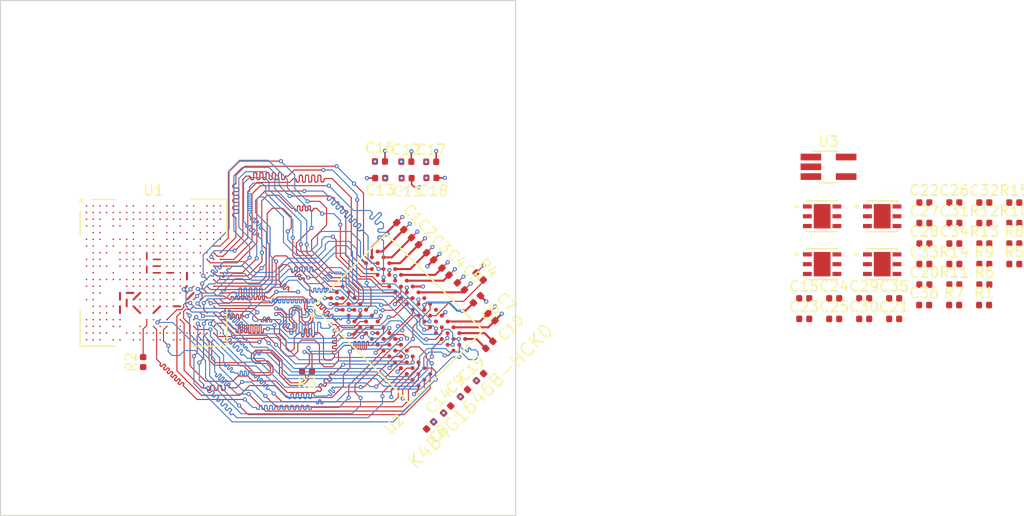
<source format=kicad_pcb>
(kicad_pcb (version 20171130) (host pcbnew "(5.1.6)-1")
  (layers (0 F.Cu signal) (1 In1.Cu power hide) (2 In2.Cu power) (31 B.Cu signal) (34 B.Paste user) (35 F.Paste user) (36 B.SilkS user) (37 F.SilkS user hide) (38 B.Mask user) (39 F.Mask user) (44 Edge.Cuts user))
  (net 0 "")
  (net 1 +1V2)
  (net 2 VMEM)
  (net 3 GND1)
  (net 4 GND)
  (net 5 /Sheet6067B01D/SDQ8)
  (net 6 /Sheet6067B01D/SDQ15)
  (net 7 /Sheet6067B01D/SDQ4)
  (net 8 /Sheet6067B01D/SDQ6)
  (net 9 /Sheet6067B01D/SDQ9)
  (net 10 /Sheet6067B01D/SDQ12)
  (net 11 /Sheet6067B01D/SDQ0)
  (net 12 /Sheet6067B01D/SDQ2)
  (net 13 /Sheet6067B01D/SDQ5)
  (net 14 /Sheet6067B01D/SDQ7)
  (net 15 /Sheet6067B01D/SDQ10)
  (net 16 /Sheet6067B01D/SDQ11)
  (net 17 /Sheet6067B01D/SDQ13)
  (net 18 /Sheet6067B01D/SDQ14)
  (net 19 /Sheet6067B01D/SDQ1)
  (net 20 /Sheet6067B01D/SDQ3)
  (net 21 /Sheet6067B01D/SA13)
  (net 22 /Sheet6067B01D/SA7)
  (net 23 /Sheet6067B01D/SA14)
  (net 24 /Sheet6067B01D/SA15)
  (net 25 /Sheet6067B01D/SA0)
  (net 26 /Sheet6067B01D/SA12)
  (net 27 /Sheet6067B01D/SA1)
  (net 28 /Sheet6067B01D/SA8)
  (net 29 /Sheet6067B01D/SA9)
  (net 30 /Sheet6067B01D/SA11)
  (net 31 /Sheet6067B01D/SA10)
  (net 32 /Sheet6067B01D/SA2)
  (net 33 /Sheet6067B01D/SA5)
  (net 34 /Sheet6067B01D/SA3)
  (net 35 /Sheet6067B01D/SA6)
  (net 36 /Sheet6067B01D/SA4)
  (net 37 /Sheet6067B01D/SBA0)
  (net 38 /Sheet6067B01D/SBA2)
  (net 39 /Sheet6067B01D/SBA1)
  (net 40 /Sheet6067B01D/sck_P)
  (net 41 /Sheet6067B01D/sck_N)
  (net 42 /Sheet6067B01D/SCKE0)
  (net 43 /Sheet6067B01D/SRAS)
  (net 44 /Sheet6067B01D/SCAS)
  (net 45 "Net-(R2-Pad2)")
  (net 46 /Sheet6067B01D/SODT0)
  (net 47 /Sheet6067B01D/SWE)
  (net 48 /Sheet6067B01D/SRST)
  (net 49 /Sheet6067B01D/SDQM1)
  (net 50 /Sheet6067B01D/SDQS1N)
  (net 51 /Sheet6067B01D/SDQS1P)
  (net 52 /Sheet6067B01D/SDQM0)
  (net 53 /Sheet6067B01D/SDQS0P)
  (net 54 /Sheet6067B01D/SCS0)
  (net 55 /Sheet6067B01D/SDQS0N)
  (net 56 "Net-(R4-Pad2)")
  (net 57 GNDA)
  (net 58 +BATT)
  (net 59 VDD)
  (net 60 "Net-(C24-Pad2)")
  (net 61 +3V3)
  (net 62 "Net-(C26-Pad2)")
  (net 63 /VDD_CPUFB)
  (net 64 /vdd_cpus)
  (net 65 "Net-(C31-Pad1)")
  (net 66 "Net-(C35-Pad2)")
  (net 67 VDDA)
  (net 68 "Net-(R10-Pad2)")
  (net 69 "Net-(R11-Pad2)")
  (net 70 "Net-(R12-Pad2)")
  (net 71 "Net-(R13-Pad1)")
  (module STREAMCAM_H3_LTE:LD39200PU33R (layer F.Cu) (at 179.748241 120.940841)
    (fp_text reference U7 (at 0.765 -2.362) (layer F.SilkS) (effects (font (thickness 0.015))))
    (fp_text value LD39200PUR)
    (pad 7 smd rect (at 0 0) (size 1.63 2.37) (layers F.Cu F.Mask) (net 4 GND))
    (pad 6 smd rect (at 1.435 -0.95) (size 0.86 0.4) (layers F.Cu F.Paste F.Mask) (net 61 +3V3))
    (pad 5 smd rect (at 1.435 0) (size 0.86 0.4) (layers F.Cu F.Paste F.Mask) (net 61 +3V3))
    (pad 4 smd rect (at 1.435 0.95) (size 0.86 0.4) (layers F.Cu F.Paste F.Mask))
    (pad 3 smd rect (at -1.435 0.95) (size 0.86 0.4) (layers F.Cu F.Paste F.Mask) (net 4 GND))
    (pad 2 smd rect (at -1.435 0) (size 0.86 0.4) (layers F.Cu F.Paste F.Mask) (net 1 +1V2))
    (pad 1 smd rect (at -1.435 -0.95) (size 0.86 0.4) (layers F.Cu F.Paste F.Mask) (net 1 +1V2))
  )
  (module STREAMCAM_H3_LTE:LD39200PU33R (layer F.Cu) (at 179.748241 125.590841)
    (fp_text reference U6 (at 0.765 -2.362) (layer F.SilkS) (effects (font (thickness 0.015))))
    (fp_text value LD39200PUR)
    (pad 7 smd rect (at 0 0) (size 1.63 2.37) (layers F.Cu F.Mask) (net 4 GND))
    (pad 6 smd rect (at 1.435 -0.95) (size 0.86 0.4) (layers F.Cu F.Paste F.Mask) (net 58 +BATT))
    (pad 5 smd rect (at 1.435 0) (size 0.86 0.4) (layers F.Cu F.Paste F.Mask) (net 58 +BATT))
    (pad 4 smd rect (at 1.435 0.95) (size 0.86 0.4) (layers F.Cu F.Paste F.Mask))
    (pad 3 smd rect (at -1.435 0.95) (size 0.86 0.4) (layers F.Cu F.Paste F.Mask) (net 4 GND))
    (pad 2 smd rect (at -1.435 0) (size 0.86 0.4) (layers F.Cu F.Paste F.Mask) (net 2 VMEM))
    (pad 1 smd rect (at -1.435 -0.95) (size 0.86 0.4) (layers F.Cu F.Paste F.Mask) (net 2 VMEM))
  )
  (module STREAMCAM_H3_LTE:LD39200PU33R (layer F.Cu) (at 185.578241 120.940841)
    (fp_text reference U5 (at 0.765 -2.362) (layer F.SilkS) (effects (font (thickness 0.015))))
    (fp_text value LD39200PU33R)
    (pad 7 smd rect (at 0 0) (size 1.63 2.37) (layers F.Cu F.Mask) (net 4 GND))
    (pad 6 smd rect (at 1.435 -0.95) (size 0.86 0.4) (layers F.Cu F.Paste F.Mask) (net 58 +BATT))
    (pad 5 smd rect (at 1.435 0) (size 0.86 0.4) (layers F.Cu F.Paste F.Mask) (net 58 +BATT))
    (pad 4 smd rect (at 1.435 0.95) (size 0.86 0.4) (layers F.Cu F.Paste F.Mask))
    (pad 3 smd rect (at -1.435 0.95) (size 0.86 0.4) (layers F.Cu F.Paste F.Mask) (net 4 GND))
    (pad 2 smd rect (at -1.435 0) (size 0.86 0.4) (layers F.Cu F.Paste F.Mask) (net 61 +3V3))
    (pad 1 smd rect (at -1.435 -0.95) (size 0.86 0.4) (layers F.Cu F.Paste F.Mask) (net 61 +3V3))
  )
  (module STREAMCAM_H3_LTE:LD39200PU33R (layer F.Cu) (at 185.578241 125.590841)
    (fp_text reference U4 (at 0.765 -2.362) (layer F.SilkS) (effects (font (thickness 0.015))))
    (fp_text value LD39200PUR)
    (pad 7 smd rect (at 0 0) (size 1.63 2.37) (layers F.Cu F.Mask) (net 4 GND))
    (pad 6 smd rect (at 1.435 -0.95) (size 0.86 0.4) (layers F.Cu F.Paste F.Mask) (net 58 +BATT))
    (pad 5 smd rect (at 1.435 0) (size 0.86 0.4) (layers F.Cu F.Paste F.Mask) (net 58 +BATT))
    (pad 4 smd rect (at 1.435 0.95) (size 0.86 0.4) (layers F.Cu F.Paste F.Mask))
    (pad 3 smd rect (at -1.435 0.95) (size 0.86 0.4) (layers F.Cu F.Paste F.Mask) (net 4 GND))
    (pad 2 smd rect (at -1.435 0) (size 0.86 0.4) (layers F.Cu F.Paste F.Mask) (net 63 /VDD_CPUFB))
    (pad 1 smd rect (at -1.435 -0.95) (size 0.86 0.4) (layers F.Cu F.Paste F.Mask) (net 59 VDD))
  )
  (module Package_TO_SOT_SMD:TSOT-23-5_HandSoldering (layer F.Cu) (at 180.36736 116.139)
    (fp_text reference U3 (at 0 -2.45) (layer F.SilkS))
    (fp_text value rt8059)
    (pad 5 smd rect (at 1.71 -0.95) (size 2 0.65) (layers F.Cu F.Paste F.Mask))
    (pad 4 smd rect (at 1.71 0.95) (size 2 0.65) (layers F.Cu F.Paste F.Mask))
    (pad 3 smd rect (at -1.71 0.95) (size 2 0.65) (layers F.Cu F.Paste F.Mask))
    (pad 2 smd rect (at -1.71 0) (size 2 0.65) (layers F.Cu F.Paste F.Mask))
    (pad 1 smd rect (at -1.71 -0.95) (size 2 0.65) (layers F.Cu F.Paste F.Mask))
  )
  (module Resistor_SMD:R_0402_1005Metric (layer F.Cu) (at 198.398241 119.610841)
    (fp_text reference R15 (at 0 -1.17) (layer F.SilkS))
    (fp_text value 1k)
    (pad 2 smd roundrect (at 0.485 0) (size 0.59 0.64) (layers F.Cu F.Paste F.Mask) (net 4 GND))
    (pad 1 smd roundrect (at -0.485 0) (size 0.59 0.64) (layers F.Cu F.Paste F.Mask) (net 66 "Net-(C35-Pad2)"))
  )
  (module Resistor_SMD:R_0402_1005Metric (layer F.Cu) (at 192.578241 125.580841)
    (fp_text reference R14 (at 0 -1.17) (layer F.SilkS))
    (fp_text value 1.4k)
    (pad 2 smd roundrect (at 0.485 0) (size 0.59 0.64) (layers F.Cu F.Paste F.Mask) (net 66 "Net-(C35-Pad2)"))
    (pad 1 smd roundrect (at -0.485 0) (size 0.59 0.64) (layers F.Cu F.Paste F.Mask) (net 1 +1V2))
  )
  (module Resistor_SMD:R_0402_1005Metric (layer F.Cu) (at 195.488241 123.590841)
    (fp_text reference R13 (at 0 -1.17) (layer F.SilkS))
    (fp_text value 0)
    (pad 2 smd roundrect (at 0.485 0) (size 0.59 0.64) (layers F.Cu F.Paste F.Mask) (net 4 GND))
    (pad 1 smd roundrect (at -0.485 0) (size 0.59 0.64) (layers F.Cu F.Paste F.Mask) (net 71 "Net-(R13-Pad1)"))
  )
  (module Resistor_SMD:R_0402_1005Metric (layer F.Cu) (at 195.488241 121.600841)
    (fp_text reference R12 (at 0 -1.17) (layer F.SilkS))
    (fp_text value 10k)
    (pad 2 smd roundrect (at 0.485 0) (size 0.59 0.64) (layers F.Cu F.Paste F.Mask) (net 70 "Net-(R12-Pad2)"))
    (pad 1 smd roundrect (at -0.485 0) (size 0.59 0.64) (layers F.Cu F.Paste F.Mask) (net 61 +3V3))
  )
  (module Resistor_SMD:R_0402_1005Metric (layer F.Cu) (at 192.578241 127.570841)
    (fp_text reference R11 (at 0 -1.17) (layer F.SilkS))
    (fp_text value 47k)
    (pad 2 smd roundrect (at 0.485 0) (size 0.59 0.64) (layers F.Cu F.Paste F.Mask) (net 69 "Net-(R11-Pad2)"))
    (pad 1 smd roundrect (at -0.485 0) (size 0.59 0.64) (layers F.Cu F.Paste F.Mask) (net 61 +3V3))
  )
  (module Resistor_SMD:R_0402_1005Metric (layer F.Cu) (at 198.398241 121.600841)
    (fp_text reference R10 (at 0 -1.17) (layer F.SilkS))
    (fp_text value 100k)
    (pad 2 smd roundrect (at 0.485 0) (size 0.59 0.64) (layers F.Cu F.Paste F.Mask) (net 68 "Net-(R10-Pad2)"))
    (pad 1 smd roundrect (at -0.485 0) (size 0.59 0.64) (layers F.Cu F.Paste F.Mask) (net 61 +3V3))
  )
  (module Resistor_SMD:R_0402_1005Metric (layer F.Cu) (at 195.488241 125.580841)
    (fp_text reference R9 (at 0 -1.17) (layer F.SilkS))
    (fp_text value 0)
    (pad 2 smd roundrect (at 0.485 0) (size 0.59 0.64) (layers F.Cu F.Paste F.Mask) (net 65 "Net-(C31-Pad1)"))
    (pad 1 smd roundrect (at -0.485 0) (size 0.59 0.64) (layers F.Cu F.Paste F.Mask) (net 67 VDDA))
  )
  (module Resistor_SMD:R_0402_1005Metric (layer F.Cu) (at 198.398241 123.590841)
    (fp_text reference R8 (at 0 -1.17) (layer F.SilkS))
    (fp_text value 1k)
    (pad 2 smd roundrect (at 0.485 0) (size 0.59 0.64) (layers F.Cu F.Paste F.Mask) (net 4 GND))
    (pad 1 smd roundrect (at -0.485 0) (size 0.59 0.64) (layers F.Cu F.Paste F.Mask) (net 62 "Net-(C26-Pad2)"))
  )
  (module Resistor_SMD:R_0402_1005Metric (layer F.Cu) (at 192.558241 129.560841)
    (fp_text reference R7 (at 0 -1.17) (layer F.SilkS))
    (fp_text value 2k)
    (pad 2 smd roundrect (at 0.485 0) (size 0.59 0.64) (layers F.Cu F.Paste F.Mask) (net 62 "Net-(C26-Pad2)"))
    (pad 1 smd roundrect (at -0.485 0) (size 0.59 0.64) (layers F.Cu F.Paste F.Mask) (net 2 VMEM))
  )
  (module Resistor_SMD:R_0402_1005Metric (layer F.Cu) (at 195.488241 127.570841)
    (fp_text reference R6 (at 0 -1.17) (layer F.SilkS))
    (fp_text value 1k)
    (pad 2 smd roundrect (at 0.485 0) (size 0.59 0.64) (layers F.Cu F.Paste F.Mask) (net 4 GND))
    (pad 1 smd roundrect (at -0.485 0) (size 0.59 0.64) (layers F.Cu F.Paste F.Mask) (net 60 "Net-(C24-Pad2)"))
  )
  (module Resistor_SMD:R_0402_1005Metric (layer F.Cu) (at 198.398241 125.580841)
    (fp_text reference R5 (at 0 -1.17) (layer F.SilkS))
    (fp_text value 1.6k)
    (pad 2 smd roundrect (at 0.485 0) (size 0.59 0.64) (layers F.Cu F.Paste F.Mask) (net 60 "Net-(C24-Pad2)"))
    (pad 1 smd roundrect (at -0.485 0) (size 0.59 0.64) (layers F.Cu F.Paste F.Mask) (net 63 /VDD_CPUFB))
  )
  (module Resistor_SMD:R_0402_1005Metric (layer F.Cu) (at 195.468241 129.560841)
    (fp_text reference R1 (at 0 -1.17) (layer F.SilkS))
    (fp_text value 0)
    (pad 2 smd roundrect (at 0.485 0) (size 0.59 0.64) (layers F.Cu F.Paste F.Mask) (net 4 GND))
    (pad 1 smd roundrect (at -0.485 0) (size 0.59 0.64) (layers F.Cu F.Paste F.Mask) (net 57 GNDA))
  )
  (module Capacitor_SMD:C_0402_1005Metric (layer F.Cu) (at 189.648241 129.560841)
    (fp_text reference C36 (at 0 -1.17) (layer F.SilkS))
    (fp_text value 10uF)
    (pad 2 smd roundrect (at 0.485 0) (size 0.59 0.64) (layers F.Cu F.Paste F.Mask) (net 4 GND))
    (pad 1 smd roundrect (at -0.485 0) (size 0.59 0.64) (layers F.Cu F.Paste F.Mask) (net 1 +1V2))
  )
  (module Capacitor_SMD:C_0402_1005Metric (layer F.Cu) (at 186.738241 128.910841)
    (fp_text reference C35 (at 0 -1.17) (layer F.SilkS))
    (fp_text value 22pF)
    (pad 2 smd roundrect (at 0.485 0) (size 0.59 0.64) (layers F.Cu F.Paste F.Mask) (net 66 "Net-(C35-Pad2)"))
    (pad 1 smd roundrect (at -0.485 0) (size 0.59 0.64) (layers F.Cu F.Paste F.Mask) (net 1 +1V2))
  )
  (module Capacitor_SMD:C_0402_1005Metric (layer F.Cu) (at 192.578241 123.590841)
    (fp_text reference C34 (at 0 -1.17) (layer F.SilkS))
    (fp_text value 10uF)
    (pad 2 smd roundrect (at 0.485 0) (size 0.59 0.64) (layers F.Cu F.Paste F.Mask) (net 4 GND))
    (pad 1 smd roundrect (at -0.485 0) (size 0.59 0.64) (layers F.Cu F.Paste F.Mask) (net 61 +3V3))
  )
  (module Capacitor_SMD:C_0402_1005Metric (layer F.Cu) (at 189.668241 125.580841)
    (fp_text reference C33 (at 0 -1.17) (layer F.SilkS))
    (fp_text value 4.7uF)
    (pad 2 smd roundrect (at 0.485 0) (size 0.59 0.64) (layers F.Cu F.Paste F.Mask) (net 4 GND))
    (pad 1 smd roundrect (at -0.485 0) (size 0.59 0.64) (layers F.Cu F.Paste F.Mask) (net 64 /vdd_cpus))
  )
  (module Capacitor_SMD:C_0402_1005Metric (layer F.Cu) (at 195.488241 119.610841)
    (fp_text reference C32 (at 0 -1.17) (layer F.SilkS))
    (fp_text value 100nF)
    (pad 2 smd roundrect (at 0.485 0) (size 0.59 0.64) (layers F.Cu F.Paste F.Mask) (net 4 GND))
    (pad 1 smd roundrect (at -0.485 0) (size 0.59 0.64) (layers F.Cu F.Paste F.Mask) (net 61 +3V3))
  )
  (module Capacitor_SMD:C_0402_1005Metric (layer F.Cu) (at 192.578241 121.600841)
    (fp_text reference C31 (at 0 -1.17) (layer F.SilkS))
    (fp_text value 100nF)
    (pad 2 smd roundrect (at 0.485 0) (size 0.59 0.64) (layers F.Cu F.Paste F.Mask) (net 4 GND))
    (pad 1 smd roundrect (at -0.485 0) (size 0.59 0.64) (layers F.Cu F.Paste F.Mask) (net 65 "Net-(C31-Pad1)"))
  )
  (module Capacitor_SMD:C_0402_1005Metric (layer F.Cu) (at 183.828241 130.900841)
    (fp_text reference C30 (at 0 -1.17) (layer F.SilkS))
    (fp_text value 100nF)
    (pad 2 smd roundrect (at 0.485 0) (size 0.59 0.64) (layers F.Cu F.Paste F.Mask) (net 4 GND))
    (pad 1 smd roundrect (at -0.485 0) (size 0.59 0.64) (layers F.Cu F.Paste F.Mask) (net 64 /vdd_cpus))
  )
  (module Capacitor_SMD:C_0402_1005Metric (layer F.Cu) (at 183.828241 128.910841)
    (fp_text reference C29 (at 0 -1.17) (layer F.SilkS))
    (fp_text value 100nF)
    (pad 2 smd roundrect (at 0.485 0) (size 0.59 0.64) (layers F.Cu F.Paste F.Mask) (net 4 GND))
    (pad 1 smd roundrect (at -0.485 0) (size 0.59 0.64) (layers F.Cu F.Paste F.Mask) (net 61 +3V3))
  )
  (module Capacitor_SMD:C_0402_1005Metric (layer F.Cu) (at 189.668241 123.590841)
    (fp_text reference C28 (at 0 -1.17) (layer F.SilkS))
    (fp_text value 1uF)
    (pad 2 smd roundrect (at 0.485 0) (size 0.59 0.64) (layers F.Cu F.Paste F.Mask) (net 4 GND))
    (pad 1 smd roundrect (at -0.485 0) (size 0.59 0.64) (layers F.Cu F.Paste F.Mask) (net 64 /vdd_cpus))
  )
  (module Capacitor_SMD:C_0402_1005Metric (layer F.Cu) (at 189.668241 121.600841)
    (fp_text reference C27 (at 0 -1.17) (layer F.SilkS))
    (fp_text value 10uF)
    (pad 2 smd roundrect (at 0.485 0) (size 0.59 0.64) (layers F.Cu F.Paste F.Mask) (net 4 GND))
    (pad 1 smd roundrect (at -0.485 0) (size 0.59 0.64) (layers F.Cu F.Paste F.Mask) (net 2 VMEM))
  )
  (module Capacitor_SMD:C_0402_1005Metric (layer F.Cu) (at 192.578241 119.610841)
    (fp_text reference C26 (at 0 -1.17) (layer F.SilkS))
    (fp_text value 22pF)
    (pad 2 smd roundrect (at 0.485 0) (size 0.59 0.64) (layers F.Cu F.Paste F.Mask) (net 62 "Net-(C26-Pad2)"))
    (pad 1 smd roundrect (at -0.485 0) (size 0.59 0.64) (layers F.Cu F.Paste F.Mask) (net 2 VMEM))
  )
  (module Capacitor_SMD:C_0402_1005Metric (layer F.Cu) (at 180.918241 130.900841)
    (fp_text reference C25 (at 0 -1.17) (layer F.SilkS))
    (fp_text value 10uF)
    (pad 2 smd roundrect (at 0.485 0) (size 0.59 0.64) (layers F.Cu F.Paste F.Mask) (net 4 GND))
    (pad 1 smd roundrect (at -0.485 0) (size 0.59 0.64) (layers F.Cu F.Paste F.Mask) (net 58 +BATT))
  )
  (module Capacitor_SMD:C_0402_1005Metric (layer F.Cu) (at 180.918241 128.910841)
    (fp_text reference C24 (at 0 -1.17) (layer F.SilkS))
    (fp_text value 22pF)
    (pad 2 smd roundrect (at 0.485 0) (size 0.59 0.64) (layers F.Cu F.Paste F.Mask) (net 60 "Net-(C24-Pad2)"))
    (pad 1 smd roundrect (at -0.485 0) (size 0.59 0.64) (layers F.Cu F.Paste F.Mask) (net 63 /VDD_CPUFB))
  )
  (module Capacitor_SMD:C_0402_1005Metric (layer F.Cu) (at 178.008241 130.900841)
    (fp_text reference C23 (at 0 -1.17) (layer F.SilkS))
    (fp_text value 10uF)
    (pad 2 smd roundrect (at 0.485 0) (size 0.59 0.64) (layers F.Cu F.Paste F.Mask) (net 4 GND))
    (pad 1 smd roundrect (at -0.485 0) (size 0.59 0.64) (layers F.Cu F.Paste F.Mask) (net 59 VDD))
  )
  (module Capacitor_SMD:C_0402_1005Metric (layer F.Cu) (at 189.668241 119.610841)
    (fp_text reference C22 (at 0 -1.17) (layer F.SilkS))
    (fp_text value 10uF)
    (pad 2 smd roundrect (at 0.485 0) (size 0.59 0.64) (layers F.Cu F.Paste F.Mask) (net 4 GND))
    (pad 1 smd roundrect (at -0.485 0) (size 0.59 0.64) (layers F.Cu F.Paste F.Mask) (net 61 +3V3))
  )
  (module Capacitor_SMD:C_0402_1005Metric (layer F.Cu) (at 186.738241 130.900841)
    (fp_text reference C21 (at 0 -1.17) (layer F.SilkS))
    (fp_text value 10uF)
    (pad 2 smd roundrect (at 0.485 0) (size 0.59 0.64) (layers F.Cu F.Paste F.Mask) (net 4 GND))
    (pad 1 smd roundrect (at -0.485 0) (size 0.59 0.64) (layers F.Cu F.Paste F.Mask) (net 58 +BATT))
  )
  (module Capacitor_SMD:C_0402_1005Metric (layer F.Cu) (at 189.668241 127.570841)
    (fp_text reference C20 (at 0 -1.17) (layer F.SilkS))
    (fp_text value 10uF)
    (pad 2 smd roundrect (at 0.485 0) (size 0.59 0.64) (layers F.Cu F.Paste F.Mask) (net 4 GND))
    (pad 1 smd roundrect (at -0.485 0) (size 0.59 0.64) (layers F.Cu F.Paste F.Mask) (net 58 +BATT))
  )
  (module Capacitor_SMD:C_0402_1005Metric (layer F.Cu) (at 178.008241 128.910841)
    (fp_text reference C15 (at 0 -1.17) (layer F.SilkS))
    (fp_text value 100nF)
    (pad 2 smd roundrect (at 0.485 0) (size 0.59 0.64) (layers F.Cu F.Paste F.Mask) (net 4 GND))
    (pad 1 smd roundrect (at -0.485 0) (size 0.59 0.64) (layers F.Cu F.Paste F.Mask) (net 61 +3V3))
  )
  (module Resistor_SMD:R_0402_1005Metric (layer F.Cu) (at 113.84788 135.09484 90)
    (fp_text reference R2 (at 0 -1.17 90) (layer F.SilkS))
    (fp_text value 240R/1%)
    (pad 2 smd roundrect (at 0.485 0 90) (size 0.59 0.64) (layers F.Cu F.Paste F.Mask) (net 45 "Net-(R2-Pad2)"))
    (pad 1 smd roundrect (at -0.485 0 90) (size 0.59 0.64) (layers F.Cu F.Paste F.Mask) (net 3 GND1))
  )
  (module Resistor_SMD:R_0402_1005Metric (layer F.Cu) (at 146.51228 126.78156 315)
    (fp_text reference R4 (at 0 -1.17 135) (layer F.SilkS))
    (fp_text value 240R/1%)
    (pad 2 smd roundrect (at 0.485 0 315) (size 0.59 0.64) (layers F.Cu F.Paste F.Mask) (net 56 "Net-(R4-Pad2)"))
    (pad 1 smd roundrect (at -0.485 0 315) (size 0.59 0.64) (layers F.Cu F.Paste F.Mask) (net 3 GND1))
  )
  (module STREAMCAM_H3_LTE:H3_21x21_14.0x14.0mm (layer F.Cu) (at 114.8461 126.4285)
    (fp_text reference U1 (at 0 -8) (layer F.SilkS))
    (fp_text value Allwinner_H3)
    (pad A1 smd circle (at -6.5 -6.5) (size 0.15 0.15) (layers F.Cu F.Paste F.Mask))
    (pad B1 smd circle (at -6.5 -5.85) (size 0.15 0.15) (layers F.Cu F.Paste F.Mask))
    (pad C1 smd circle (at -6.5 -5.2) (size 0.15 0.15) (layers F.Cu F.Paste F.Mask))
    (pad D1 smd circle (at -6.5 -4.55) (size 0.15 0.15) (layers F.Cu F.Paste F.Mask))
    (pad F1 smd circle (at -6.5 -3.25) (size 0.15 0.15) (layers F.Cu F.Paste F.Mask))
    (pad G1 smd circle (at -6.5 -2.6) (size 0.15 0.15) (layers F.Cu F.Paste F.Mask))
    (pad J1 smd circle (at -6.5 -1.3) (size 0.15 0.15) (layers F.Cu F.Paste F.Mask))
    (pad K1 smd circle (at -6.5 -0.65) (size 0.15 0.15) (layers F.Cu F.Paste F.Mask))
    (pad M1 smd circle (at -6.5 0.65) (size 0.15 0.15) (layers F.Cu F.Paste F.Mask))
    (pad N1 smd circle (at -6.5 1.3) (size 0.15 0.15) (layers F.Cu F.Paste F.Mask))
    (pad R1 smd circle (at -6.5 2.6) (size 0.15 0.15) (layers F.Cu F.Paste F.Mask))
    (pad V1 smd circle (at -6.5 4.55) (size 0.15 0.15) (layers F.Cu F.Paste F.Mask))
    (pad W1 smd circle (at -6.5 5.2) (size 0.15 0.15) (layers F.Cu F.Paste F.Mask))
    (pad Y1 smd circle (at -6.5 5.85) (size 0.15 0.15) (layers F.Cu F.Paste F.Mask))
    (pad AA1 smd circle (at -6.5 6.5) (size 0.15 0.15) (layers F.Cu F.Paste F.Mask) (net 4 GND))
    (pad A2 smd circle (at -5.85 -6.5) (size 0.15 0.15) (layers F.Cu F.Paste F.Mask))
    (pad B2 smd circle (at -5.85 -5.85) (size 0.15 0.15) (layers F.Cu F.Paste F.Mask))
    (pad C2 smd circle (at -5.85 -5.2) (size 0.15 0.15) (layers F.Cu F.Paste F.Mask))
    (pad D2 smd circle (at -5.85 -4.55) (size 0.15 0.15) (layers F.Cu F.Paste F.Mask))
    (pad E2 smd circle (at -5.85 -3.9) (size 0.15 0.15) (layers F.Cu F.Paste F.Mask))
    (pad F2 smd circle (at -5.85 -3.25) (size 0.15 0.15) (layers F.Cu F.Paste F.Mask))
    (pad G2 smd circle (at -5.85 -2.6) (size 0.15 0.15) (layers F.Cu F.Paste F.Mask))
    (pad H2 smd circle (at -5.85 -1.95) (size 0.15 0.15) (layers F.Cu F.Paste F.Mask))
    (pad J2 smd circle (at -5.85 -1.3) (size 0.15 0.15) (layers F.Cu F.Paste F.Mask))
    (pad K2 smd circle (at -5.85 -0.65) (size 0.15 0.15) (layers F.Cu F.Paste F.Mask))
    (pad L2 smd circle (at -5.85 0) (size 0.15 0.15) (layers F.Cu F.Paste F.Mask))
    (pad M2 smd circle (at -5.85 0.65) (size 0.15 0.15) (layers F.Cu F.Paste F.Mask))
    (pad N2 smd circle (at -5.85 1.3) (size 0.15 0.15) (layers F.Cu F.Paste F.Mask))
    (pad P2 smd circle (at -5.85 1.95) (size 0.15 0.15) (layers F.Cu F.Paste F.Mask))
    (pad R2 smd circle (at -5.85 2.6) (size 0.15 0.15) (layers F.Cu F.Paste F.Mask))
    (pad T2 smd circle (at -5.85 3.25) (size 0.15 0.15) (layers F.Cu F.Paste F.Mask))
    (pad U2 smd circle (at -5.85 3.9) (size 0.15 0.15) (layers F.Cu F.Paste F.Mask))
    (pad V2 smd circle (at -5.85 4.55) (size 0.15 0.15) (layers F.Cu F.Paste F.Mask))
    (pad W2 smd circle (at -5.85 5.2) (size 0.15 0.15) (layers F.Cu F.Paste F.Mask))
    (pad Y2 smd circle (at -5.85 5.85) (size 0.15 0.15) (layers F.Cu F.Paste F.Mask))
    (pad AA2 smd circle (at -5.85 6.5) (size 0.15 0.15) (layers F.Cu F.Paste F.Mask))
    (pad A3 smd circle (at -5.2 -6.5) (size 0.15 0.15) (layers F.Cu F.Paste F.Mask))
    (pad B3 smd circle (at -5.2 -5.85) (size 0.15 0.15) (layers F.Cu F.Paste F.Mask))
    (pad C3 smd circle (at -5.2 -5.2) (size 0.15 0.15) (layers F.Cu F.Paste F.Mask))
    (pad D3 smd circle (at -5.2 -4.55) (size 0.15 0.15) (layers F.Cu F.Paste F.Mask))
    (pad E3 smd circle (at -5.2 -3.9) (size 0.15 0.15) (layers F.Cu F.Paste F.Mask))
    (pad F3 smd circle (at -5.2 -3.25) (size 0.15 0.15) (layers F.Cu F.Paste F.Mask))
    (pad H3 smd circle (at -5.2 -1.95) (size 0.15 0.15) (layers F.Cu F.Paste F.Mask))
    (pad J3 smd circle (at -5.2 -1.3) (size 0.15 0.15) (layers F.Cu F.Paste F.Mask))
    (pad K3 smd circle (at -5.2 -0.65) (size 0.15 0.15) (layers F.Cu F.Paste F.Mask))
    (pad M3 smd circle (at -5.2 0.65) (size 0.15 0.15) (layers F.Cu F.Paste F.Mask))
    (pad N3 smd circle (at -5.2 1.3) (size 0.15 0.15) (layers F.Cu F.Paste F.Mask))
    (pad P3 smd circle (at -5.2 1.95) (size 0.15 0.15) (layers F.Cu F.Paste F.Mask))
    (pad T3 smd circle (at -5.2 3.25) (size 0.15 0.15) (layers F.Cu F.Paste F.Mask))
    (pad U3 smd circle (at -5.2 3.9) (size 0.15 0.15) (layers F.Cu F.Paste F.Mask) (net 57 GNDA))
    (pad V3 smd circle (at -5.2 4.55) (size 0.15 0.15) (layers F.Cu F.Paste F.Mask) (net 67 VDDA))
    (pad W3 smd circle (at -5.2 5.2) (size 0.15 0.15) (layers F.Cu F.Paste F.Mask))
    (pad Y3 smd circle (at -5.2 5.85) (size 0.15 0.15) (layers F.Cu F.Paste F.Mask))
    (pad AA3 smd circle (at -5.2 6.5) (size 0.15 0.15) (layers F.Cu F.Paste F.Mask))
    (pad A4 smd circle (at -4.55 -6.5) (size 0.15 0.15) (layers F.Cu F.Paste F.Mask))
    (pad B4 smd circle (at -4.55 -5.85) (size 0.15 0.15) (layers F.Cu F.Paste F.Mask))
    (pad G4 smd circle (at -4.55 -2.6) (size 0.15 0.15) (layers F.Cu F.Paste F.Mask))
    (pad H4 smd circle (at -4.55 -1.95) (size 0.15 0.15) (layers F.Cu F.Paste F.Mask))
    (pad K4 smd circle (at -4.55 -0.65) (size 0.15 0.15) (layers F.Cu F.Paste F.Mask))
    (pad M4 smd circle (at -4.55 0.65) (size 0.15 0.15) (layers F.Cu F.Paste F.Mask) (net 64 /vdd_cpus))
    (pad T4 smd circle (at -4.55 3.25) (size 0.15 0.15) (layers F.Cu F.Paste F.Mask))
    (pad U4 smd circle (at -4.55 3.9) (size 0.15 0.15) (layers F.Cu F.Paste F.Mask))
    (pad V4 smd circle (at -4.55 4.55) (size 0.15 0.15) (layers F.Cu F.Paste F.Mask))
    (pad Y4 smd circle (at -4.55 5.85) (size 0.15 0.15) (layers F.Cu F.Paste F.Mask))
    (pad A5 smd circle (at -3.9 -6.5) (size 0.15 0.15) (layers F.Cu F.Paste F.Mask))
    (pad B5 smd circle (at -3.9 -5.85) (size 0.15 0.15) (layers F.Cu F.Paste F.Mask))
    (pad C5 smd circle (at -3.9 -5.2) (size 0.15 0.15) (layers F.Cu F.Paste F.Mask))
    (pad D5 smd circle (at -3.9 -4.55) (size 0.15 0.15) (layers F.Cu F.Paste F.Mask))
    (pad F5 smd circle (at -3.9 -3.25) (size 0.15 0.15) (layers F.Cu F.Paste F.Mask))
    (pad G5 smd circle (at -3.9 -2.6) (size 0.15 0.15) (layers F.Cu F.Paste F.Mask))
    (pad L5 smd circle (at -3.9 0) (size 0.15 0.15) (layers F.Cu F.Paste F.Mask))
    (pad M5 smd circle (at -3.9 0.65) (size 0.15 0.15) (layers F.Cu F.Paste F.Mask) (net 4 GND))
    (pad T5 smd circle (at -3.9 3.25) (size 0.15 0.15) (layers F.Cu F.Paste F.Mask))
    (pad V5 smd circle (at -3.9 4.55) (size 0.15 0.15) (layers F.Cu F.Paste F.Mask))
    (pad W5 smd circle (at -3.9 5.2) (size 0.15 0.15) (layers F.Cu F.Paste F.Mask))
    (pad AA5 smd circle (at -3.9 6.5) (size 0.15 0.15) (layers F.Cu F.Paste F.Mask) (net 68 "Net-(R10-Pad2)"))
    (pad B6 smd circle (at -3.25 -5.85) (size 0.15 0.15) (layers F.Cu F.Paste F.Mask))
    (pad C6 smd circle (at -3.25 -5.2) (size 0.15 0.15) (layers F.Cu F.Paste F.Mask))
    (pad D6 smd circle (at -3.25 -4.55) (size 0.15 0.15) (layers F.Cu F.Paste F.Mask))
    (pad F6 smd circle (at -3.25 -3.25) (size 0.15 0.15) (layers F.Cu F.Paste F.Mask))
    (pad H6 smd circle (at -3.25 -1.95) (size 0.15 0.15) (layers F.Cu F.Paste F.Mask))
    (pad J6 smd circle (at -3.25 -1.3) (size 0.15 0.15) (layers F.Cu F.Paste F.Mask) (net 61 +3V3))
    (pad K6 smd circle (at -3.25 -0.65) (size 0.15 0.15) (layers F.Cu F.Paste F.Mask) (net 61 +3V3))
    (pad M6 smd circle (at -3.25 0.65) (size 0.15 0.15) (layers F.Cu F.Paste F.Mask))
    (pad P6 smd circle (at -3.25 1.95) (size 0.15 0.15) (layers F.Cu F.Paste F.Mask) (net 59 VDD))
    (pad R6 smd circle (at -3.25 2.6) (size 0.15 0.15) (layers F.Cu F.Paste F.Mask) (net 59 VDD))
    (pad T6 smd circle (at -3.25 3.25) (size 0.15 0.15) (layers F.Cu F.Paste F.Mask) (net 59 VDD))
    (pad U6 smd circle (at -3.25 3.9) (size 0.15 0.15) (layers F.Cu F.Paste F.Mask) (net 59 VDD))
    (pad V6 smd circle (at -3.25 4.55) (size 0.15 0.15) (layers F.Cu F.Paste F.Mask))
    (pad W6 smd circle (at -3.25 5.2) (size 0.15 0.15) (layers F.Cu F.Paste F.Mask) (net 70 "Net-(R12-Pad2)"))
    (pad AA6 smd circle (at -3.25 6.5) (size 0.15 0.15) (layers F.Cu F.Paste F.Mask) (net 69 "Net-(R11-Pad2)"))
    (pad A7 smd circle (at -2.6 -6.5) (size 0.15 0.15) (layers F.Cu F.Paste F.Mask))
    (pad B7 smd circle (at -2.6 -5.85) (size 0.15 0.15) (layers F.Cu F.Paste F.Mask))
    (pad C7 smd circle (at -2.6 -5.2) (size 0.15 0.15) (layers F.Cu F.Paste F.Mask))
    (pad F7 smd circle (at -2.6 -3.25) (size 0.15 0.15) (layers F.Cu F.Paste F.Mask))
    (pad G7 smd circle (at -2.6 -2.6) (size 0.15 0.15) (layers F.Cu F.Paste F.Mask))
    (pad H7 smd circle (at -2.6 -1.95) (size 0.15 0.15) (layers F.Cu F.Paste F.Mask))
    (pad J7 smd circle (at -2.6 -1.3) (size 0.15 0.15) (layers F.Cu F.Paste F.Mask) (net 64 /vdd_cpus))
    (pad K7 smd circle (at -2.6 -0.65) (size 0.15 0.15) (layers F.Cu F.Paste F.Mask) (net 4 GND))
    (pad M7 smd circle (at -2.6 0.65) (size 0.15 0.15) (layers F.Cu F.Paste F.Mask) (net 4 GND))
    (pad N7 smd circle (at -2.6 1.3) (size 0.15 0.15) (layers F.Cu F.Paste F.Mask) (net 4 GND))
    (pad P7 smd circle (at -2.6 1.95) (size 0.15 0.15) (layers F.Cu F.Paste F.Mask) (net 59 VDD))
    (pad R7 smd circle (at -2.6 2.6) (size 0.15 0.15) (layers F.Cu F.Paste F.Mask) (net 59 VDD))
    (pad T7 smd circle (at -2.6 3.25) (size 0.15 0.15) (layers F.Cu F.Paste F.Mask) (net 59 VDD))
    (pad Y7 smd circle (at -2.6 5.85) (size 0.15 0.15) (layers F.Cu F.Paste F.Mask))
    (pad A8 smd circle (at -1.95 -6.5) (size 0.15 0.15) (layers F.Cu F.Paste F.Mask))
    (pad B8 smd circle (at -1.95 -5.85) (size 0.15 0.15) (layers F.Cu F.Paste F.Mask))
    (pad C8 smd circle (at -1.95 -5.2) (size 0.15 0.15) (layers F.Cu F.Paste F.Mask))
    (pad D8 smd circle (at -1.95 -4.55) (size 0.15 0.15) (layers F.Cu F.Paste F.Mask))
    (pad E8 smd circle (at -1.95 -3.9) (size 0.15 0.15) (layers F.Cu F.Paste F.Mask))
    (pad F8 smd circle (at -1.95 -3.25) (size 0.15 0.15) (layers F.Cu F.Paste F.Mask))
    (pad G8 smd circle (at -1.95 -2.6) (size 0.15 0.15) (layers F.Cu F.Paste F.Mask) (net 4 GND))
    (pad H8 smd circle (at -1.95 -1.95) (size 0.15 0.15) (layers F.Cu F.Paste F.Mask) (net 4 GND))
    (pad J8 smd circle (at -1.95 -1.3) (size 0.15 0.15) (layers F.Cu F.Paste F.Mask) (net 64 /vdd_cpus))
    (pad K8 smd circle (at -1.95 -0.65) (size 0.15 0.15) (layers F.Cu F.Paste F.Mask) (net 4 GND))
    (pad L8 smd circle (at -1.95 0) (size 0.15 0.15) (layers F.Cu F.Paste F.Mask) (net 4 GND))
    (pad M8 smd circle (at -1.95 0.65) (size 0.15 0.15) (layers F.Cu F.Paste F.Mask) (net 4 GND))
    (pad N8 smd circle (at -1.95 1.3) (size 0.15 0.15) (layers F.Cu F.Paste F.Mask) (net 59 VDD))
    (pad P8 smd circle (at -1.95 1.95) (size 0.15 0.15) (layers F.Cu F.Paste F.Mask) (net 59 VDD))
    (pad R8 smd circle (at -1.95 2.6) (size 0.15 0.15) (layers F.Cu F.Paste F.Mask) (net 59 VDD))
    (pad T8 smd circle (at -1.95 3.25) (size 0.15 0.15) (layers F.Cu F.Paste F.Mask) (net 59 VDD))
    (pad Y8 smd circle (at -1.95 5.85) (size 0.15 0.15) (layers F.Cu F.Paste F.Mask))
    (pad AA8 smd circle (at -1.95 6.5) (size 0.15 0.15) (layers F.Cu F.Paste F.Mask))
    (pad B9 smd circle (at -1.3 -5.85) (size 0.15 0.15) (layers F.Cu F.Paste F.Mask))
    (pad C9 smd circle (at -1.3 -5.2) (size 0.15 0.15) (layers F.Cu F.Paste F.Mask))
    (pad G9 smd circle (at -1.3 -2.6) (size 0.15 0.15) (layers F.Cu F.Paste F.Mask) (net 65 "Net-(C31-Pad1)"))
    (pad J9 smd circle (at -1.3 -1.3) (size 0.15 0.15) (layers F.Cu F.Paste F.Mask) (net 4 GND))
    (pad K9 smd circle (at -1.3 -0.65) (size 0.15 0.15) (layers F.Cu F.Paste F.Mask) (net 4 GND))
    (pad L9 smd circle (at -1.3 0) (size 0.15 0.15) (layers F.Cu F.Paste F.Mask) (net 4 GND))
    (pad M9 smd circle (at -1.3 0.65) (size 0.15 0.15) (layers F.Cu F.Paste F.Mask) (net 4 GND))
    (pad N9 smd circle (at -1.3 1.3) (size 0.15 0.15) (layers F.Cu F.Paste F.Mask) (net 4 GND))
    (pad P9 smd circle (at -1.3 1.95) (size 0.15 0.15) (layers F.Cu F.Paste F.Mask) (net 59 VDD))
    (pad R9 smd circle (at -1.3 2.6) (size 0.15 0.15) (layers F.Cu F.Paste F.Mask) (net 4 GND))
    (pad T9 smd circle (at -1.3 3.25) (size 0.15 0.15) (layers F.Cu F.Paste F.Mask) (net 71 "Net-(R13-Pad1)"))
    (pad U9 smd circle (at -1.3 3.9) (size 0.15 0.15) (layers F.Cu F.Paste F.Mask) (net 59 VDD))
    (pad W9 smd circle (at -1.3 5.2) (size 0.15 0.15) (layers F.Cu F.Paste F.Mask))
    (pad Y9 smd circle (at -1.3 5.85) (size 0.15 0.15) (layers F.Cu F.Paste F.Mask))
    (pad AA9 smd circle (at -1.3 6.5) (size 0.15 0.15) (layers F.Cu F.Paste F.Mask))
    (pad A10 smd circle (at -0.65 -6.5) (size 0.15 0.15) (layers F.Cu F.Paste F.Mask))
    (pad B10 smd circle (at -0.65 -5.85) (size 0.15 0.15) (layers F.Cu F.Paste F.Mask))
    (pad C10 smd circle (at -0.65 -5.2) (size 0.15 0.15) (layers F.Cu F.Paste F.Mask))
    (pad D10 smd circle (at -0.65 -4.55) (size 0.15 0.15) (layers F.Cu F.Paste F.Mask))
    (pad E10 smd circle (at -0.65 -3.9) (size 0.15 0.15) (layers F.Cu F.Paste F.Mask))
    (pad F10 smd circle (at -0.65 -3.25) (size 0.15 0.15) (layers F.Cu F.Paste F.Mask))
    (pad G10 smd circle (at -0.65 -2.6) (size 0.15 0.15) (layers F.Cu F.Paste F.Mask))
    (pad H10 smd circle (at -0.65 -1.95) (size 0.15 0.15) (layers F.Cu F.Paste F.Mask) (net 1 +1V2))
    (pad J10 smd circle (at -0.65 -1.3) (size 0.15 0.15) (layers F.Cu F.Paste F.Mask) (net 1 +1V2))
    (pad K10 smd circle (at -0.65 -0.65) (size 0.15 0.15) (layers F.Cu F.Paste F.Mask) (net 1 +1V2))
    (pad L10 smd circle (at -0.65 0) (size 0.15 0.15) (layers F.Cu F.Paste F.Mask) (net 1 +1V2))
    (pad M10 smd circle (at -0.65 0.65) (size 0.15 0.15) (layers F.Cu F.Paste F.Mask) (net 4 GND))
    (pad N10 smd circle (at -0.65 1.3) (size 0.15 0.15) (layers F.Cu F.Paste F.Mask) (net 4 GND))
    (pad P10 smd circle (at -0.65 1.95) (size 0.15 0.15) (layers F.Cu F.Paste F.Mask) (net 4 GND))
    (pad R10 smd circle (at -0.65 2.6) (size 0.15 0.15) (layers F.Cu F.Paste F.Mask) (net 4 GND))
    (pad T10 smd circle (at -0.65 3.25) (size 0.15 0.15) (layers F.Cu F.Paste F.Mask) (net 63 /VDD_CPUFB))
    (pad V10 smd circle (at -0.65 4.55) (size 0.15 0.15) (layers F.Cu F.Paste F.Mask) (net 45 "Net-(R2-Pad2)"))
    (pad Y10 smd circle (at -0.65 5.85) (size 0.15 0.15) (layers F.Cu F.Paste F.Mask))
    (pad A11 smd circle (at 0 -6.5) (size 0.15 0.15) (layers F.Cu F.Paste F.Mask))
    (pad B11 smd circle (at 0 -5.85) (size 0.15 0.15) (layers F.Cu F.Paste F.Mask))
    (pad C11 smd circle (at 0 -5.2) (size 0.15 0.15) (layers F.Cu F.Paste F.Mask))
    (pad D11 smd circle (at 0 -4.55) (size 0.15 0.15) (layers F.Cu F.Paste F.Mask))
    (pad E11 smd circle (at 0 -3.9) (size 0.15 0.15) (layers F.Cu F.Paste F.Mask))
    (pad F11 smd circle (at 0 -3.25) (size 0.15 0.15) (layers F.Cu F.Paste F.Mask))
    (pad G11 smd circle (at 0 -2.6) (size 0.15 0.15) (layers F.Cu F.Paste F.Mask) (net 61 +3V3))
    (pad H11 smd circle (at 0 -1.95) (size 0.15 0.15) (layers F.Cu F.Paste F.Mask))
    (pad J11 smd circle (at 0 -1.3) (size 0.15 0.15) (layers F.Cu F.Paste F.Mask) (net 1 +1V2))
    (pad K11 smd circle (at 0 -0.65) (size 0.15 0.15) (layers F.Cu F.Paste F.Mask) (net 1 +1V2))
    (pad L11 smd circle (at 0 0) (size 0.15 0.15) (layers F.Cu F.Paste F.Mask) (net 1 +1V2))
    (pad M11 smd circle (at 0 0.65) (size 0.15 0.15) (layers F.Cu F.Paste F.Mask) (net 4 GND))
    (pad N11 smd circle (at 0 1.3) (size 0.15 0.15) (layers F.Cu F.Paste F.Mask) (net 4 GND))
    (pad P11 smd circle (at 0 1.95) (size 0.15 0.15) (layers F.Cu F.Paste F.Mask) (net 4 GND))
    (pad R11 smd circle (at 0 2.6) (size 0.15 0.15) (layers F.Cu F.Paste F.Mask) (net 4 GND))
    (pad T11 smd circle (at 0 3.25) (size 0.15 0.15) (layers F.Cu F.Paste F.Mask) (net 4 GND))
    (pad U11 smd circle (at 0 3.9) (size 0.15 0.15) (layers F.Cu F.Paste F.Mask) (net 2 VMEM))
    (pad V11 smd circle (at 0 4.55) (size 0.15 0.15) (layers F.Cu F.Paste F.Mask))
    (pad W11 smd circle (at 0 5.2) (size 0.15 0.15) (layers F.Cu F.Paste F.Mask) (net 46 /Sheet6067B01D/SODT0))
    (pad Y11 smd circle (at 0 5.85) (size 0.15 0.15) (layers F.Cu F.Paste F.Mask))
    (pad AA11 smd circle (at 0 6.5) (size 0.15 0.15) (layers F.Cu F.Paste F.Mask))
    (pad B12 smd circle (at 0.65 -5.85) (size 0.15 0.15) (layers F.Cu F.Paste F.Mask))
    (pad C12 smd circle (at 0.65 -5.2) (size 0.15 0.15) (layers F.Cu F.Paste F.Mask))
    (pad G12 smd circle (at 0.65 -2.6) (size 0.15 0.15) (layers F.Cu F.Paste F.Mask))
    (pad H12 smd circle (at 0.65 -1.95) (size 0.15 0.15) (layers F.Cu F.Paste F.Mask) (net 4 GND))
    (pad J12 smd circle (at 0.65 -1.3) (size 0.15 0.15) (layers F.Cu F.Paste F.Mask) (net 1 +1V2))
    (pad K12 smd circle (at 0.65 -0.65) (size 0.15 0.15) (layers F.Cu F.Paste F.Mask) (net 1 +1V2))
    (pad L12 smd circle (at 0.65 0) (size 0.15 0.15) (layers F.Cu F.Paste F.Mask) (net 1 +1V2))
    (pad M12 smd circle (at 0.65 0.65) (size 0.15 0.15) (layers F.Cu F.Paste F.Mask) (net 4 GND))
    (pad N12 smd circle (at 0.65 1.3) (size 0.15 0.15) (layers F.Cu F.Paste F.Mask) (net 4 GND))
    (pad P12 smd circle (at 0.65 1.95) (size 0.15 0.15) (layers F.Cu F.Paste F.Mask) (net 4 GND))
    (pad R12 smd circle (at 0.65 2.6) (size 0.15 0.15) (layers F.Cu F.Paste F.Mask) (net 4 GND))
    (pad T12 smd circle (at 0.65 3.25) (size 0.15 0.15) (layers F.Cu F.Paste F.Mask) (net 2 VMEM))
    (pad V12 smd circle (at 0.65 4.55) (size 0.15 0.15) (layers F.Cu F.Paste F.Mask) (net 21 /Sheet6067B01D/SA13))
    (pad W12 smd circle (at 0.65 5.2) (size 0.15 0.15) (layers F.Cu F.Paste F.Mask))
    (pad Y12 smd circle (at 0.65 5.85) (size 0.15 0.15) (layers F.Cu F.Paste F.Mask))
    (pad AA12 smd circle (at 0.65 6.5) (size 0.15 0.15) (layers F.Cu F.Paste F.Mask))
    (pad A13 smd circle (at 1.3 -6.5) (size 0.15 0.15) (layers F.Cu F.Paste F.Mask))
    (pad B13 smd circle (at 1.3 -5.85) (size 0.15 0.15) (layers F.Cu F.Paste F.Mask))
    (pad C13 smd circle (at 1.3 -5.2) (size 0.15 0.15) (layers F.Cu F.Paste F.Mask))
    (pad D13 smd circle (at 1.3 -4.55) (size 0.15 0.15) (layers F.Cu F.Paste F.Mask))
    (pad E13 smd circle (at 1.3 -3.9) (size 0.15 0.15) (layers F.Cu F.Paste F.Mask))
    (pad F13 smd circle (at 1.3 -3.25) (size 0.15 0.15) (layers F.Cu F.Paste F.Mask))
    (pad G13 smd circle (at 1.3 -2.6) (size 0.15 0.15) (layers F.Cu F.Paste F.Mask) (net 61 +3V3))
    (pad H13 smd circle (at 1.3 -1.95) (size 0.15 0.15) (layers F.Cu F.Paste F.Mask) (net 61 +3V3))
    (pad J13 smd circle (at 1.3 -1.3) (size 0.15 0.15) (layers F.Cu F.Paste F.Mask) (net 4 GND))
    (pad K13 smd circle (at 1.3 -0.65) (size 0.15 0.15) (layers F.Cu F.Paste F.Mask) (net 4 GND))
    (pad L13 smd circle (at 1.3 0) (size 0.15 0.15) (layers F.Cu F.Paste F.Mask) (net 1 +1V2))
    (pad M13 smd circle (at 1.3 0.65) (size 0.15 0.15) (layers F.Cu F.Paste F.Mask) (net 4 GND))
    (pad N13 smd circle (at 1.3 1.3) (size 0.15 0.15) (layers F.Cu F.Paste F.Mask) (net 4 GND))
    (pad P13 smd circle (at 1.3 1.95) (size 0.15 0.15) (layers F.Cu F.Paste F.Mask) (net 4 GND))
    (pad R13 smd circle (at 1.3 2.6) (size 0.15 0.15) (layers F.Cu F.Paste F.Mask) (net 4 GND))
    (pad T13 smd circle (at 1.3 3.25) (size 0.15 0.15) (layers F.Cu F.Paste F.Mask) (net 2 VMEM))
    (pad V13 smd circle (at 1.3 4.55) (size 0.15 0.15) (layers F.Cu F.Paste F.Mask) (net 43 /Sheet6067B01D/SRAS))
    (pad W13 smd circle (at 1.3 5.2) (size 0.15 0.15) (layers F.Cu F.Paste F.Mask) (net 47 /Sheet6067B01D/SWE))
    (pad Y13 smd circle (at 1.3 5.85) (size 0.15 0.15) (layers F.Cu F.Paste F.Mask))
    (pad A14 smd circle (at 1.95 -6.5) (size 0.15 0.15) (layers F.Cu F.Paste F.Mask))
    (pad B14 smd circle (at 1.95 -5.85) (size 0.15 0.15) (layers F.Cu F.Paste F.Mask))
    (pad C14 smd circle (at 1.95 -5.2) (size 0.15 0.15) (layers F.Cu F.Paste F.Mask))
    (pad E14 smd circle (at 1.95 -3.9) (size 0.15 0.15) (layers F.Cu F.Paste F.Mask))
    (pad F14 smd circle (at 1.95 -3.25) (size 0.15 0.15) (layers F.Cu F.Paste F.Mask))
    (pad G14 smd circle (at 1.95 -2.6) (size 0.15 0.15) (layers F.Cu F.Paste F.Mask) (net 61 +3V3))
    (pad H14 smd circle (at 1.95 -1.95) (size 0.15 0.15) (layers F.Cu F.Paste F.Mask) (net 61 +3V3))
    (pad J14 smd circle (at 1.95 -1.3) (size 0.15 0.15) (layers F.Cu F.Paste F.Mask) (net 61 +3V3))
    (pad K14 smd circle (at 1.95 -0.65) (size 0.15 0.15) (layers F.Cu F.Paste F.Mask) (net 4 GND))
    (pad L14 smd circle (at 1.95 0) (size 0.15 0.15) (layers F.Cu F.Paste F.Mask) (net 1 +1V2))
    (pad M14 smd circle (at 1.95 0.65) (size 0.15 0.15) (layers F.Cu F.Paste F.Mask) (net 4 GND))
    (pad N14 smd circle (at 1.95 1.3) (size 0.15 0.15) (layers F.Cu F.Paste F.Mask) (net 4 GND))
    (pad P14 smd circle (at 1.95 1.95) (size 0.15 0.15) (layers F.Cu F.Paste F.Mask) (net 4 GND))
    (pad R14 smd circle (at 1.95 2.6) (size 0.15 0.15) (layers F.Cu F.Paste F.Mask) (net 4 GND))
    (pad T14 smd circle (at 1.95 3.25) (size 0.15 0.15) (layers F.Cu F.Paste F.Mask) (net 2 VMEM))
    (pad Y14 smd circle (at 1.95 5.85) (size 0.15 0.15) (layers F.Cu F.Paste F.Mask))
    (pad AA14 smd circle (at 1.95 6.5) (size 0.15 0.15) (layers F.Cu F.Paste F.Mask))
    (pad B15 smd circle (at 2.6 -5.85) (size 0.15 0.15) (layers F.Cu F.Paste F.Mask))
    (pad C15 smd circle (at 2.6 -5.2) (size 0.15 0.15) (layers F.Cu F.Paste F.Mask))
    (pad D15 smd circle (at 2.6 -4.55) (size 0.15 0.15) (layers F.Cu F.Paste F.Mask))
    (pad E15 smd circle (at 2.6 -3.9) (size 0.15 0.15) (layers F.Cu F.Paste F.Mask))
    (pad G15 smd circle (at 2.6 -2.6) (size 0.15 0.15) (layers F.Cu F.Paste F.Mask) (net 61 +3V3))
    (pad H15 smd circle (at 2.6 -1.95) (size 0.15 0.15) (layers F.Cu F.Paste F.Mask) (net 4 GND))
    (pad J15 smd circle (at 2.6 -1.3) (size 0.15 0.15) (layers F.Cu F.Paste F.Mask) (net 61 +3V3))
    (pad K15 smd circle (at 2.6 -0.65) (size 0.15 0.15) (layers F.Cu F.Paste F.Mask) (net 4 GND))
    (pad L15 smd circle (at 2.6 0) (size 0.15 0.15) (layers F.Cu F.Paste F.Mask) (net 4 GND))
    (pad M15 smd circle (at 2.6 0.65) (size 0.15 0.15) (layers F.Cu F.Paste F.Mask) (net 4 GND))
    (pad N15 smd circle (at 2.6 1.3) (size 0.15 0.15) (layers F.Cu F.Paste F.Mask) (net 4 GND))
    (pad P15 smd circle (at 2.6 1.95) (size 0.15 0.15) (layers F.Cu F.Paste F.Mask) (net 4 GND))
    (pad T15 smd circle (at 2.6 3.25) (size 0.15 0.15) (layers F.Cu F.Paste F.Mask) (net 2 VMEM))
    (pad U15 smd circle (at 2.6 3.9) (size 0.15 0.15) (layers F.Cu F.Paste F.Mask) (net 44 /Sheet6067B01D/SCAS))
    (pad V15 smd circle (at 2.6 4.55) (size 0.15 0.15) (layers F.Cu F.Paste F.Mask) (net 22 /Sheet6067B01D/SA7))
    (pad W15 smd circle (at 2.6 5.2) (size 0.15 0.15) (layers F.Cu F.Paste F.Mask))
    (pad Y15 smd circle (at 2.6 5.85) (size 0.15 0.15) (layers F.Cu F.Paste F.Mask))
    (pad AA15 smd circle (at 2.6 6.5) (size 0.15 0.15) (layers F.Cu F.Paste F.Mask))
    (pad A16 smd circle (at 3.25 -6.5) (size 0.15 0.15) (layers F.Cu F.Paste F.Mask))
    (pad B16 smd circle (at 3.25 -5.85) (size 0.15 0.15) (layers F.Cu F.Paste F.Mask))
    (pad C16 smd circle (at 3.25 -5.2) (size 0.15 0.15) (layers F.Cu F.Paste F.Mask))
    (pad E16 smd circle (at 3.25 -3.9) (size 0.15 0.15) (layers F.Cu F.Paste F.Mask))
    (pad F16 smd circle (at 3.25 -3.25) (size 0.15 0.15) (layers F.Cu F.Paste F.Mask))
    (pad H16 smd circle (at 3.25 -1.95) (size 0.15 0.15) (layers F.Cu F.Paste F.Mask))
    (pad J16 smd circle (at 3.25 -1.3) (size 0.15 0.15) (layers F.Cu F.Paste F.Mask) (net 4 GND))
    (pad K16 smd circle (at 3.25 -0.65) (size 0.15 0.15) (layers F.Cu F.Paste F.Mask) (net 4 GND))
    (pad L16 smd circle (at 3.25 0) (size 0.15 0.15) (layers F.Cu F.Paste F.Mask) (net 2 VMEM))
    (pad M16 smd circle (at 3.25 0.65) (size 0.15 0.15) (layers F.Cu F.Paste F.Mask) (net 2 VMEM))
    (pad N16 smd circle (at 3.25 1.3) (size 0.15 0.15) (layers F.Cu F.Paste F.Mask) (net 2 VMEM))
    (pad P16 smd circle (at 3.25 1.95) (size 0.15 0.15) (layers F.Cu F.Paste F.Mask) (net 2 VMEM))
    (pad R16 smd circle (at 3.25 2.6) (size 0.15 0.15) (layers F.Cu F.Paste F.Mask) (net 2 VMEM))
    (pad T16 smd circle (at 3.25 3.25) (size 0.15 0.15) (layers F.Cu F.Paste F.Mask))
    (pad U16 smd circle (at 3.25 3.9) (size 0.15 0.15) (layers F.Cu F.Paste F.Mask) (net 48 /Sheet6067B01D/SRST))
    (pad Y16 smd circle (at 3.25 5.85) (size 0.15 0.15) (layers F.Cu F.Paste F.Mask))
    (pad A17 smd circle (at 3.9 -6.5) (size 0.15 0.15) (layers F.Cu F.Paste F.Mask))
    (pad B17 smd circle (at 3.9 -5.85) (size 0.15 0.15) (layers F.Cu F.Paste F.Mask))
    (pad C17 smd circle (at 3.9 -5.2) (size 0.15 0.15) (layers F.Cu F.Paste F.Mask))
    (pad D17 smd circle (at 3.9 -4.55) (size 0.15 0.15) (layers F.Cu F.Paste F.Mask))
    (pad F17 smd circle (at 3.9 -3.25) (size 0.15 0.15) (layers F.Cu F.Paste F.Mask))
    (pad H17 smd circle (at 3.9 -1.95) (size 0.15 0.15) (layers F.Cu F.Paste F.Mask))
    (pad K17 smd circle (at 3.9 -0.65) (size 0.15 0.15) (layers F.Cu F.Paste F.Mask))
    (pad L17 smd circle (at 3.9 0) (size 0.15 0.15) (layers F.Cu F.Paste F.Mask))
    (pad N17 smd circle (at 3.9 1.3) (size 0.15 0.15) (layers F.Cu F.Paste F.Mask) (net 23 /Sheet6067B01D/SA14))
    (pad P17 smd circle (at 3.9 1.95) (size 0.15 0.15) (layers F.Cu F.Paste F.Mask) (net 2 VMEM))
    (pad R17 smd circle (at 3.9 2.6) (size 0.15 0.15) (layers F.Cu F.Paste F.Mask) (net 24 /Sheet6067B01D/SA15))
    (pad T17 smd circle (at 3.9 3.25) (size 0.15 0.15) (layers F.Cu F.Paste F.Mask) (net 25 /Sheet6067B01D/SA0))
    (pad V17 smd circle (at 3.9 4.55) (size 0.15 0.15) (layers F.Cu F.Paste F.Mask) (net 38 /Sheet6067B01D/SBA2))
    (pad W17 smd circle (at 3.9 5.2) (size 0.15 0.15) (layers F.Cu F.Paste F.Mask) (net 37 /Sheet6067B01D/SBA0))
    (pad Y17 smd circle (at 3.9 5.85) (size 0.15 0.15) (layers F.Cu F.Paste F.Mask))
    (pad AA17 smd circle (at 3.9 6.5) (size 0.15 0.15) (layers F.Cu F.Paste F.Mask))
    (pad B18 smd circle (at 4.55 -5.85) (size 0.15 0.15) (layers F.Cu F.Paste F.Mask))
    (pad C18 smd circle (at 4.55 -5.2) (size 0.15 0.15) (layers F.Cu F.Paste F.Mask))
    (pad E18 smd circle (at 4.55 -3.9) (size 0.15 0.15) (layers F.Cu F.Paste F.Mask))
    (pad F18 smd circle (at 4.55 -3.25) (size 0.15 0.15) (layers F.Cu F.Paste F.Mask))
    (pad G18 smd circle (at 4.55 -2.6) (size 0.15 0.15) (layers F.Cu F.Paste F.Mask))
    (pad H18 smd circle (at 4.55 -1.95) (size 0.15 0.15) (layers F.Cu F.Paste F.Mask))
    (pad K18 smd circle (at 4.55 -0.65) (size 0.15 0.15) (layers F.Cu F.Paste F.Mask))
    (pad L18 smd circle (at 4.55 0) (size 0.15 0.15) (layers F.Cu F.Paste F.Mask))
    (pad R18 smd circle (at 4.55 2.6) (size 0.15 0.15) (layers F.Cu F.Paste F.Mask) (net 26 /Sheet6067B01D/SA12))
    (pad T18 smd circle (at 4.55 3.25) (size 0.15 0.15) (layers F.Cu F.Paste F.Mask) (net 39 /Sheet6067B01D/SBA1))
    (pad U18 smd circle (at 4.55 3.9) (size 0.15 0.15) (layers F.Cu F.Paste F.Mask) (net 27 /Sheet6067B01D/SA1))
    (pad W18 smd circle (at 4.55 5.2) (size 0.15 0.15) (layers F.Cu F.Paste F.Mask) (net 28 /Sheet6067B01D/SA8))
    (pad Y18 smd circle (at 4.55 5.85) (size 0.15 0.15) (layers F.Cu F.Paste F.Mask) (net 29 /Sheet6067B01D/SA9))
    (pad AA18 smd circle (at 4.55 6.5) (size 0.15 0.15) (layers F.Cu F.Paste F.Mask))
    (pad A19 smd circle (at 5.2 -6.5) (size 0.15 0.15) (layers F.Cu F.Paste F.Mask))
    (pad B19 smd circle (at 5.2 -5.85) (size 0.15 0.15) (layers F.Cu F.Paste F.Mask))
    (pad C19 smd circle (at 5.2 -5.2) (size 0.15 0.15) (layers F.Cu F.Paste F.Mask))
    (pad D19 smd circle (at 5.2 -4.55) (size 0.15 0.15) (layers F.Cu F.Paste F.Mask))
    (pad E19 smd circle (at 5.2 -3.9) (size 0.15 0.15) (layers F.Cu F.Paste F.Mask))
    (pad F19 smd circle (at 5.2 -3.25) (size 0.15 0.15) (layers F.Cu F.Paste F.Mask))
    (pad H19 smd circle (at 5.2 -1.95) (size 0.15 0.15) (layers F.Cu F.Paste F.Mask))
    (pad J19 smd circle (at 5.2 -1.3) (size 0.15 0.15) (layers F.Cu F.Paste F.Mask) (net 5 /Sheet6067B01D/SDQ8))
    (pad L19 smd circle (at 5.2 0) (size 0.15 0.15) (layers F.Cu F.Paste F.Mask))
    (pad M19 smd circle (at 5.2 0.65) (size 0.15 0.15) (layers F.Cu F.Paste F.Mask) (net 6 /Sheet6067B01D/SDQ15))
    (pad N19 smd circle (at 5.2 1.3) (size 0.15 0.15) (layers F.Cu F.Paste F.Mask) (net 30 /Sheet6067B01D/SA11))
    (pad P19 smd circle (at 5.2 1.95) (size 0.15 0.15) (layers F.Cu F.Paste F.Mask) (net 31 /Sheet6067B01D/SA10))
    (pad R19 smd circle (at 5.2 2.6) (size 0.15 0.15) (layers F.Cu F.Paste F.Mask) (net 7 /Sheet6067B01D/SDQ4))
    (pad U19 smd circle (at 5.2 3.9) (size 0.15 0.15) (layers F.Cu F.Paste F.Mask) (net 8 /Sheet6067B01D/SDQ6))
    (pad V19 smd circle (at 5.2 4.55) (size 0.15 0.15) (layers F.Cu F.Paste F.Mask) (net 32 /Sheet6067B01D/SA2))
    (pad Y19 smd circle (at 5.2 5.85) (size 0.15 0.15) (layers F.Cu F.Paste F.Mask) (net 33 /Sheet6067B01D/SA5))
    (pad AA19 smd circle (at 5.2 6.5) (size 0.15 0.15) (layers F.Cu F.Paste F.Mask) (net 40 /Sheet6067B01D/sck_P))
    (pad A20 smd circle (at 5.85 -6.5) (size 0.15 0.15) (layers F.Cu F.Paste F.Mask))
    (pad B20 smd circle (at 5.85 -5.85) (size 0.15 0.15) (layers F.Cu F.Paste F.Mask))
    (pad C20 smd circle (at 5.85 -5.2) (size 0.15 0.15) (layers F.Cu F.Paste F.Mask))
    (pad D20 smd circle (at 5.85 -4.55) (size 0.15 0.15) (layers F.Cu F.Paste F.Mask))
    (pad E20 smd circle (at 5.85 -3.9) (size 0.15 0.15) (layers F.Cu F.Paste F.Mask))
    (pad F20 smd circle (at 5.85 -3.25) (size 0.15 0.15) (layers F.Cu F.Paste F.Mask))
    (pad G20 smd circle (at 5.85 -2.6) (size 0.15 0.15) (layers F.Cu F.Paste F.Mask) (net 49 /Sheet6067B01D/SDQM1))
    (pad H20 smd circle (at 5.85 -1.95) (size 0.15 0.15) (layers F.Cu F.Paste F.Mask) (net 9 /Sheet6067B01D/SDQ9))
    (pad J20 smd circle (at 5.85 -1.3) (size 0.15 0.15) (layers F.Cu F.Paste F.Mask) (net 50 /Sheet6067B01D/SDQS1N))
    (pad K20 smd circle (at 5.85 -0.65) (size 0.15 0.15) (layers F.Cu F.Paste F.Mask) (net 51 /Sheet6067B01D/SDQS1P))
    (pad L20 smd circle (at 5.85 0) (size 0.15 0.15) (layers F.Cu F.Paste F.Mask) (net 10 /Sheet6067B01D/SDQ12))
    (pad M20 smd circle (at 5.85 0.65) (size 0.15 0.15) (layers F.Cu F.Paste F.Mask) (net 52 /Sheet6067B01D/SDQM0))
    (pad N20 smd circle (at 5.85 1.3) (size 0.15 0.15) (layers F.Cu F.Paste F.Mask) (net 11 /Sheet6067B01D/SDQ0))
    (pad P20 smd circle (at 5.85 1.95) (size 0.15 0.15) (layers F.Cu F.Paste F.Mask) (net 12 /Sheet6067B01D/SDQ2))
    (pad R20 smd circle (at 5.85 2.6) (size 0.15 0.15) (layers F.Cu F.Paste F.Mask) (net 53 /Sheet6067B01D/SDQS0P))
    (pad T20 smd circle (at 5.85 3.25) (size 0.15 0.15) (layers F.Cu F.Paste F.Mask) (net 13 /Sheet6067B01D/SDQ5))
    (pad U20 smd circle (at 5.85 3.9) (size 0.15 0.15) (layers F.Cu F.Paste F.Mask) (net 14 /Sheet6067B01D/SDQ7))
    (pad V20 smd circle (at 5.85 4.55) (size 0.15 0.15) (layers F.Cu F.Paste F.Mask) (net 34 /Sheet6067B01D/SA3))
    (pad W20 smd circle (at 5.85 5.2) (size 0.15 0.15) (layers F.Cu F.Paste F.Mask) (net 54 /Sheet6067B01D/SCS0))
    (pad Y20 smd circle (at 5.85 5.85) (size 0.15 0.15) (layers F.Cu F.Paste F.Mask) (net 35 /Sheet6067B01D/SA6))
    (pad AA20 smd circle (at 5.85 6.5) (size 0.15 0.15) (layers F.Cu F.Paste F.Mask) (net 41 /Sheet6067B01D/sck_N))
    (pad A21 smd circle (at 6.5 -6.5) (size 0.15 0.15) (layers F.Cu F.Paste F.Mask) (net 4 GND))
    (pad B21 smd circle (at 6.5 -5.85) (size 0.15 0.15) (layers F.Cu F.Paste F.Mask) (net 4 GND))
    (pad C21 smd circle (at 6.5 -5.2) (size 0.15 0.15) (layers F.Cu F.Paste F.Mask))
    (pad E21 smd circle (at 6.5 -3.9) (size 0.15 0.15) (layers F.Cu F.Paste F.Mask))
    (pad F21 smd circle (at 6.5 -3.25) (size 0.15 0.15) (layers F.Cu F.Paste F.Mask))
    (pad H21 smd circle (at 6.5 -1.95) (size 0.15 0.15) (layers F.Cu F.Paste F.Mask) (net 15 /Sheet6067B01D/SDQ10))
    (pad J21 smd circle (at 6.5 -1.3) (size 0.15 0.15) (layers F.Cu F.Paste F.Mask) (net 16 /Sheet6067B01D/SDQ11))
    (pad L21 smd circle (at 6.5 0) (size 0.15 0.15) (layers F.Cu F.Paste F.Mask) (net 17 /Sheet6067B01D/SDQ13))
    (pad M21 smd circle (at 6.5 0.65) (size 0.15 0.15) (layers F.Cu F.Paste F.Mask) (net 18 /Sheet6067B01D/SDQ14))
    (pad P21 smd circle (at 6.5 1.95) (size 0.15 0.15) (layers F.Cu F.Paste F.Mask) (net 19 /Sheet6067B01D/SDQ1))
    (pad R21 smd circle (at 6.5 2.6) (size 0.15 0.15) (layers F.Cu F.Paste F.Mask) (net 55 /Sheet6067B01D/SDQS0N))
    (pad U21 smd circle (at 6.5 3.9) (size 0.15 0.15) (layers F.Cu F.Paste F.Mask) (net 20 /Sheet6067B01D/SDQ3))
    (pad V21 smd circle (at 6.5 4.55) (size 0.15 0.15) (layers F.Cu F.Paste F.Mask) (net 36 /Sheet6067B01D/SA4))
    (pad W21 smd circle (at 6.5 5.2) (size 0.15 0.15) (layers F.Cu F.Paste F.Mask))
    (pad Y21 smd circle (at 6.5 5.85) (size 0.15 0.15) (layers F.Cu F.Paste F.Mask))
    (pad AA21 smd circle (at 6.5 6.5) (size 0.15 0.15) (layers F.Cu F.Paste F.Mask) (net 42 /Sheet6067B01D/SCKE0))
  )
  (module Resistor_SMD:R_0402_1005Metric (layer F.Cu) (at 129.74828 135.97128 180)
    (fp_text reference R3 (at 0 -1.17) (layer F.SilkS))
    (fp_text value R_Small_US)
    (pad 2 smd roundrect (at 0.485 0 180) (size 0.59 0.64) (layers F.Cu F.Paste F.Mask) (net 41 /Sheet6067B01D/sck_N))
    (pad 1 smd roundrect (at -0.485 0 180) (size 0.59 0.64) (layers F.Cu F.Paste F.Mask) (net 40 /Sheet6067B01D/sck_P))
  )
  (module Capacitor_SMD:C_0402_1005Metric (layer F.Cu) (at 146.540267 136.552893 45)
    (fp_text reference C19 (at 0 -1.17 45) (layer F.SilkS))
    (fp_text value C_Small)
    (pad 2 smd roundrect (at 0.485 0 45) (size 0.59 0.64) (layers F.Cu F.Paste F.Mask) (net 3 GND1))
    (pad 1 smd roundrect (at -0.485 0 45) (size 0.59 0.64) (layers F.Cu F.Paste F.Mask) (net 2 VMEM))
  )
  (module Capacitor_SMD:C_0402_1005Metric (layer F.Cu) (at 141.82104 117.21592)
    (fp_text reference C18 (at 0.18528 1.2446) (layer F.SilkS))
    (fp_text value C_Small)
    (pad 2 smd roundrect (at 0.485 0) (size 0.59 0.64) (layers F.Cu F.Paste F.Mask) (net 3 GND1))
    (pad 1 smd roundrect (at -0.485 0) (size 0.59 0.64) (layers F.Cu F.Paste F.Mask) (net 2 VMEM))
  )
  (module STREAMCAM_H3_LTE:Samsung-96FBGA-0-0-IPC_A_ (layer F.Cu) (at 138.58748 130.87096 45)
    (fp_text reference U2 (at -8.61027 7.001008 45) (layer F.SilkS) (effects (justify left)))
    (fp_text value K4B4G1646B-HCK0 (at 0.319697 10.995426 45) (layer F.SilkS) (effects (font (size 1.27 1.27))))
    (pad A1 smd circle (at -3.2 -6 45) (size 0.3825 0.3825) (layers F.Cu F.Paste F.Mask) (net 2 VMEM))
    (pad A2 smd circle (at -2.4 -6 45) (size 0.3825 0.3825) (layers F.Cu F.Paste F.Mask) (net 18 /Sheet6067B01D/SDQ14))
    (pad A3 smd circle (at -1.6 -6 45) (size 0.3825 0.3825) (layers F.Cu F.Paste F.Mask) (net 6 /Sheet6067B01D/SDQ15))
    (pad A7 smd circle (at 1.6 -6 45) (size 0.3825 0.3825) (layers F.Cu F.Paste F.Mask) (net 9 /Sheet6067B01D/SDQ9))
    (pad A8 smd circle (at 2.4 -6 45) (size 0.3825 0.3825) (layers F.Cu F.Paste F.Mask) (net 2 VMEM))
    (pad A9 smd circle (at 3.2 -6 45) (size 0.3825 0.3825) (layers F.Cu F.Paste F.Mask) (net 3 GND1))
    (pad B1 smd circle (at -3.2 -5.2 45) (size 0.3825 0.3825) (layers F.Cu F.Paste F.Mask) (net 3 GND1))
    (pad B2 smd circle (at -2.4 -5.2 45) (size 0.3825 0.3825) (layers F.Cu F.Paste F.Mask) (net 2 VMEM))
    (pad B3 smd circle (at -1.6 -5.2 45) (size 0.3825 0.3825) (layers F.Cu F.Paste F.Mask) (net 3 GND1))
    (pad B7 smd circle (at 1.6 -5.2 45) (size 0.3825 0.3825) (layers F.Cu F.Paste F.Mask) (net 50 /Sheet6067B01D/SDQS1N))
    (pad B8 smd circle (at 2.4 -5.2 45) (size 0.3825 0.3825) (layers F.Cu F.Paste F.Mask) (net 15 /Sheet6067B01D/SDQ10))
    (pad B9 smd circle (at 3.2 -5.2 45) (size 0.3825 0.3825) (layers F.Cu F.Paste F.Mask) (net 3 GND1))
    (pad C1 smd circle (at -3.2 -4.4 45) (size 0.3825 0.3825) (layers F.Cu F.Paste F.Mask) (net 2 VMEM))
    (pad C2 smd circle (at -2.4 -4.4 45) (size 0.3825 0.3825) (layers F.Cu F.Paste F.Mask) (net 17 /Sheet6067B01D/SDQ13))
    (pad C3 smd circle (at -1.6 -4.4 45) (size 0.3825 0.3825) (layers F.Cu F.Paste F.Mask) (net 10 /Sheet6067B01D/SDQ12))
    (pad C7 smd circle (at 1.6 -4.4 45) (size 0.3825 0.3825) (layers F.Cu F.Paste F.Mask) (net 51 /Sheet6067B01D/SDQS1P))
    (pad C8 smd circle (at 2.4 -4.4 45) (size 0.3825 0.3825) (layers F.Cu F.Paste F.Mask) (net 5 /Sheet6067B01D/SDQ8))
    (pad C9 smd circle (at 3.2 -4.4 45) (size 0.3825 0.3825) (layers F.Cu F.Paste F.Mask) (net 2 VMEM))
    (pad D1 smd circle (at -3.2 -3.6 45) (size 0.3825 0.3825) (layers F.Cu F.Paste F.Mask) (net 3 GND1))
    (pad D2 smd circle (at -2.4 -3.6 45) (size 0.3825 0.3825) (layers F.Cu F.Paste F.Mask) (net 2 VMEM))
    (pad D3 smd circle (at -1.6 -3.6 45) (size 0.3825 0.3825) (layers F.Cu F.Paste F.Mask) (net 49 /Sheet6067B01D/SDQM1))
    (pad D7 smd circle (at 1.6 -3.6 45) (size 0.3825 0.3825) (layers F.Cu F.Paste F.Mask) (net 16 /Sheet6067B01D/SDQ11))
    (pad D8 smd circle (at 2.4 -3.6 45) (size 0.3825 0.3825) (layers F.Cu F.Paste F.Mask) (net 3 GND1))
    (pad D9 smd circle (at 3.2 -3.6 45) (size 0.3825 0.3825) (layers F.Cu F.Paste F.Mask) (net 2 VMEM))
    (pad E1 smd circle (at -3.2 -2.8 45) (size 0.3825 0.3825) (layers F.Cu F.Paste F.Mask) (net 3 GND1))
    (pad E2 smd circle (at -2.4 -2.8 45) (size 0.3825 0.3825) (layers F.Cu F.Paste F.Mask) (net 3 GND1))
    (pad E3 smd circle (at -1.6 -2.8 45) (size 0.3825 0.3825) (layers F.Cu F.Paste F.Mask) (net 11 /Sheet6067B01D/SDQ0))
    (pad E7 smd circle (at 1.6 -2.8 45) (size 0.3825 0.3825) (layers F.Cu F.Paste F.Mask) (net 52 /Sheet6067B01D/SDQM0))
    (pad E8 smd circle (at 2.4 -2.8 45) (size 0.3825 0.3825) (layers F.Cu F.Paste F.Mask) (net 3 GND1))
    (pad E9 smd circle (at 3.2 -2.8 45) (size 0.3825 0.3825) (layers F.Cu F.Paste F.Mask) (net 2 VMEM))
    (pad F1 smd circle (at -3.2 -2 45) (size 0.3825 0.3825) (layers F.Cu F.Paste F.Mask) (net 2 VMEM))
    (pad F2 smd circle (at -2.4 -2 45) (size 0.3825 0.3825) (layers F.Cu F.Paste F.Mask) (net 12 /Sheet6067B01D/SDQ2))
    (pad F3 smd circle (at -1.6 -2 45) (size 0.3825 0.3825) (layers F.Cu F.Paste F.Mask) (net 53 /Sheet6067B01D/SDQS0P))
    (pad F7 smd circle (at 1.6 -2 45) (size 0.3825 0.3825) (layers F.Cu F.Paste F.Mask) (net 19 /Sheet6067B01D/SDQ1))
    (pad F8 smd circle (at 2.4 -2 45) (size 0.3825 0.3825) (layers F.Cu F.Paste F.Mask) (net 8 /Sheet6067B01D/SDQ6))
    (pad F9 smd circle (at 3.2 -2 45) (size 0.3825 0.3825) (layers F.Cu F.Paste F.Mask) (net 3 GND1))
    (pad G1 smd circle (at -3.2 -1.2 45) (size 0.3825 0.3825) (layers F.Cu F.Paste F.Mask) (net 3 GND1))
    (pad G2 smd circle (at -2.4 -1.2 45) (size 0.3825 0.3825) (layers F.Cu F.Paste F.Mask) (net 13 /Sheet6067B01D/SDQ5))
    (pad G3 smd circle (at -1.6 -1.2 45) (size 0.3825 0.3825) (layers F.Cu F.Paste F.Mask) (net 55 /Sheet6067B01D/SDQS0N))
    (pad G7 smd circle (at 1.6 -1.2 45) (size 0.3825 0.3825) (layers F.Cu F.Paste F.Mask) (net 2 VMEM))
    (pad G8 smd circle (at 2.4 -1.2 45) (size 0.3825 0.3825) (layers F.Cu F.Paste F.Mask) (net 3 GND1))
    (pad G9 smd circle (at 3.2 -1.2 45) (size 0.3825 0.3825) (layers F.Cu F.Paste F.Mask) (net 3 GND1))
    (pad H1 smd circle (at -3.2 -0.4 45) (size 0.3825 0.3825) (layers F.Cu F.Paste F.Mask))
    (pad H2 smd circle (at -2.4 -0.4 45) (size 0.3825 0.3825) (layers F.Cu F.Paste F.Mask) (net 2 VMEM))
    (pad H3 smd circle (at -1.6 -0.4 45) (size 0.3825 0.3825) (layers F.Cu F.Paste F.Mask) (net 7 /Sheet6067B01D/SDQ4))
    (pad H7 smd circle (at 1.6 -0.4 45) (size 0.3825 0.3825) (layers F.Cu F.Paste F.Mask) (net 20 /Sheet6067B01D/SDQ3))
    (pad H8 smd circle (at 2.4 -0.4 45) (size 0.3825 0.3825) (layers F.Cu F.Paste F.Mask) (net 14 /Sheet6067B01D/SDQ7))
    (pad H9 smd circle (at 3.2 -0.4 45) (size 0.3825 0.3825) (layers F.Cu F.Paste F.Mask) (net 2 VMEM))
    (pad J1 smd circle (at -3.2 0.4 45) (size 0.3825 0.3825) (layers F.Cu F.Paste F.Mask))
    (pad J2 smd circle (at -2.4 0.4 45) (size 0.3825 0.3825) (layers F.Cu F.Paste F.Mask) (net 3 GND1))
    (pad J3 smd circle (at -1.6 0.4 45) (size 0.3825 0.3825) (layers F.Cu F.Paste F.Mask) (net 43 /Sheet6067B01D/SRAS))
    (pad J7 smd circle (at 1.6 0.4 45) (size 0.3825 0.3825) (layers F.Cu F.Paste F.Mask) (net 40 /Sheet6067B01D/sck_P))
    (pad J8 smd circle (at 2.4 0.4 45) (size 0.3825 0.3825) (layers F.Cu F.Paste F.Mask) (net 3 GND1))
    (pad J9 smd circle (at 3.2 0.4 45) (size 0.3825 0.3825) (layers F.Cu F.Paste F.Mask))
    (pad K1 smd circle (at -3.2 1.2 45) (size 0.3825 0.3825) (layers F.Cu F.Paste F.Mask) (net 46 /Sheet6067B01D/SODT0))
    (pad K2 smd circle (at -2.4 1.2 45) (size 0.3825 0.3825) (layers F.Cu F.Paste F.Mask) (net 2 VMEM))
    (pad K3 smd circle (at -1.6 1.2 45) (size 0.3825 0.3825) (layers F.Cu F.Paste F.Mask) (net 44 /Sheet6067B01D/SCAS))
    (pad K7 smd circle (at 1.6 1.2 45) (size 0.3825 0.3825) (layers F.Cu F.Paste F.Mask) (net 41 /Sheet6067B01D/sck_N))
    (pad K8 smd circle (at 2.4 1.2 45) (size 0.3825 0.3825) (layers F.Cu F.Paste F.Mask) (net 2 VMEM))
    (pad K9 smd circle (at 3.2 1.2 45) (size 0.3825 0.3825) (layers F.Cu F.Paste F.Mask) (net 42 /Sheet6067B01D/SCKE0))
    (pad L1 smd circle (at -3.2 2 45) (size 0.3825 0.3825) (layers F.Cu F.Paste F.Mask))
    (pad L2 smd circle (at -2.4 2 45) (size 0.3825 0.3825) (layers F.Cu F.Paste F.Mask) (net 54 /Sheet6067B01D/SCS0))
    (pad L3 smd circle (at -1.6 2 45) (size 0.3825 0.3825) (layers F.Cu F.Paste F.Mask) (net 47 /Sheet6067B01D/SWE))
    (pad L7 smd circle (at 1.6 2 45) (size 0.3825 0.3825) (layers F.Cu F.Paste F.Mask) (net 31 /Sheet6067B01D/SA10))
    (pad L8 smd circle (at 2.4 2 45) (size 0.3825 0.3825) (layers F.Cu F.Paste F.Mask) (net 56 "Net-(R4-Pad2)"))
    (pad L9 smd circle (at 3.2 2 45) (size 0.3825 0.3825) (layers F.Cu F.Paste F.Mask))
    (pad M1 smd circle (at -3.2 2.8 45) (size 0.3825 0.3825) (layers F.Cu F.Paste F.Mask) (net 3 GND1))
    (pad M2 smd circle (at -2.4 2.8 45) (size 0.3825 0.3825) (layers F.Cu F.Paste F.Mask) (net 37 /Sheet6067B01D/SBA0))
    (pad M3 smd circle (at -1.6 2.8 45) (size 0.3825 0.3825) (layers F.Cu F.Paste F.Mask) (net 38 /Sheet6067B01D/SBA2))
    (pad M7 smd circle (at 1.6 2.8 45) (size 0.3825 0.3825) (layers F.Cu F.Paste F.Mask) (net 24 /Sheet6067B01D/SA15))
    (pad M8 smd circle (at 2.4 2.8 45) (size 0.3825 0.3825) (layers F.Cu F.Paste F.Mask))
    (pad M9 smd circle (at 3.2 2.8 45) (size 0.3825 0.3825) (layers F.Cu F.Paste F.Mask) (net 3 GND1))
    (pad N1 smd circle (at -3.2 3.6 45) (size 0.3825 0.3825) (layers F.Cu F.Paste F.Mask) (net 2 VMEM))
    (pad N2 smd circle (at -2.4 3.6 45) (size 0.3825 0.3825) (layers F.Cu F.Paste F.Mask) (net 34 /Sheet6067B01D/SA3))
    (pad N3 smd circle (at -1.6 3.6 45) (size 0.3825 0.3825) (layers F.Cu F.Paste F.Mask) (net 25 /Sheet6067B01D/SA0))
    (pad N7 smd circle (at 1.6 3.6 45) (size 0.3825 0.3825) (layers F.Cu F.Paste F.Mask) (net 26 /Sheet6067B01D/SA12))
    (pad N8 smd circle (at 2.4 3.6 45) (size 0.3825 0.3825) (layers F.Cu F.Paste F.Mask) (net 39 /Sheet6067B01D/SBA1))
    (pad N9 smd circle (at 3.2 3.6 45) (size 0.3825 0.3825) (layers F.Cu F.Paste F.Mask) (net 2 VMEM))
    (pad P1 smd circle (at -3.2 4.4 45) (size 0.3825 0.3825) (layers F.Cu F.Paste F.Mask) (net 3 GND1))
    (pad P2 smd circle (at -2.4 4.4 45) (size 0.3825 0.3825) (layers F.Cu F.Paste F.Mask) (net 33 /Sheet6067B01D/SA5))
    (pad P3 smd circle (at -1.6 4.4 45) (size 0.3825 0.3825) (layers F.Cu F.Paste F.Mask) (net 32 /Sheet6067B01D/SA2))
    (pad P7 smd circle (at 1.6 4.4 45) (size 0.3825 0.3825) (layers F.Cu F.Paste F.Mask) (net 27 /Sheet6067B01D/SA1))
    (pad P8 smd circle (at 2.4 4.4 45) (size 0.3825 0.3825) (layers F.Cu F.Paste F.Mask) (net 36 /Sheet6067B01D/SA4))
    (pad P9 smd circle (at 3.2 4.4 45) (size 0.3825 0.3825) (layers F.Cu F.Paste F.Mask) (net 3 GND1))
    (pad R1 smd circle (at -3.2 5.2 45) (size 0.3825 0.3825) (layers F.Cu F.Paste F.Mask) (net 2 VMEM))
    (pad R2 smd circle (at -2.4 5.2 45) (size 0.3825 0.3825) (layers F.Cu F.Paste F.Mask) (net 22 /Sheet6067B01D/SA7))
    (pad R3 smd circle (at -1.6 5.2 45) (size 0.3825 0.3825) (layers F.Cu F.Paste F.Mask) (net 29 /Sheet6067B01D/SA9))
    (pad R7 smd circle (at 1.6 5.2 45) (size 0.3825 0.3825) (layers F.Cu F.Paste F.Mask) (net 30 /Sheet6067B01D/SA11))
    (pad R8 smd circle (at 2.4 5.2 45) (size 0.3825 0.3825) (layers F.Cu F.Paste F.Mask) (net 35 /Sheet6067B01D/SA6))
    (pad R9 smd circle (at 3.2 5.2 45) (size 0.3825 0.3825) (layers F.Cu F.Paste F.Mask) (net 2 VMEM))
    (pad T1 smd circle (at -3.2 6 45) (size 0.3825 0.3825) (layers F.Cu F.Paste F.Mask) (net 3 GND1))
    (pad T2 smd circle (at -2.4 6 45) (size 0.3825 0.3825) (layers F.Cu F.Paste F.Mask) (net 48 /Sheet6067B01D/SRST))
    (pad T3 smd circle (at -1.6 6 45) (size 0.3825 0.3825) (layers F.Cu F.Paste F.Mask) (net 21 /Sheet6067B01D/SA13))
    (pad T7 smd circle (at 1.6 6 45) (size 0.3825 0.3825) (layers F.Cu F.Paste F.Mask) (net 23 /Sheet6067B01D/SA14))
    (pad T8 smd circle (at 2.4 6 45) (size 0.3825 0.3825) (layers F.Cu F.Paste F.Mask) (net 28 /Sheet6067B01D/SA8))
    (pad T9 smd circle (at 3.2 6 45) (size 0.3825 0.3825) (layers F.Cu F.Paste F.Mask) (net 3 GND1))
  )
  (module Capacitor_SMD:C_0402_1005Metric (layer F.Cu) (at 141.80044 115.65636)
    (fp_text reference C17 (at 0 -1.17) (layer F.SilkS))
    (fp_text value C_Small)
    (pad 2 smd roundrect (at 0.485 0) (size 0.59 0.64) (layers F.Cu F.Paste F.Mask) (net 3 GND1))
    (pad 1 smd roundrect (at -0.485 0) (size 0.59 0.64) (layers F.Cu F.Paste F.Mask) (net 2 VMEM))
  )
  (module Capacitor_SMD:C_0402_1005Metric (layer F.Cu) (at 136.8298 115.6208)
    (fp_text reference C16 (at -0.01524 -1.3208) (layer F.SilkS))
    (fp_text value C_Small)
    (pad 2 smd roundrect (at 0.485 0) (size 0.59 0.64) (layers F.Cu F.Paste F.Mask) (net 3 GND1))
    (pad 1 smd roundrect (at -0.485 0) (size 0.59 0.64) (layers F.Cu F.Paste F.Mask) (net 2 VMEM))
  )
  (module Capacitor_SMD:C_0402_1005Metric (layer F.Cu) (at 143.35252 139.69492 45)
    (fp_text reference C14 (at 0 -1.17 45) (layer F.SilkS))
    (fp_text value C_Small)
    (pad 2 smd roundrect (at 0.485 0 45) (size 0.59 0.64) (layers F.Cu F.Paste F.Mask) (net 3 GND1))
    (pad 1 smd roundrect (at -0.485 0 45) (size 0.59 0.64) (layers F.Cu F.Paste F.Mask) (net 2 VMEM))
  )
  (module Capacitor_SMD:C_0402_1005Metric (layer F.Cu) (at 144.985693 138.107467 45)
    (fp_text reference C9 (at 0 -1.17 -135) (layer F.SilkS))
    (fp_text value C_Small)
    (pad 2 smd roundrect (at 0.485 0 45) (size 0.59 0.64) (layers F.Cu F.Paste F.Mask) (net 3 GND1))
    (pad 1 smd roundrect (at -0.485 0 45) (size 0.59 0.64) (layers F.Cu F.Paste F.Mask) (net 2 VMEM))
  )
  (module Capacitor_SMD:C_0402_1005Metric (layer F.Cu) (at 141.69644 141.23924 225)
    (fp_text reference C8 (at 0 -1.17 45) (layer F.SilkS))
    (fp_text value C_Small)
    (pad 2 smd roundrect (at 0.485 0 225) (size 0.59 0.64) (layers F.Cu F.Paste F.Mask) (net 3 GND1))
    (pad 1 smd roundrect (at -0.485 0 225) (size 0.59 0.64) (layers F.Cu F.Paste F.Mask) (net 2 VMEM))
  )
  (module Capacitor_SMD:C_0402_1005Metric (layer F.Cu) (at 136.85012 117.23624 180)
    (fp_text reference C13 (at 0 -1.17 180) (layer F.SilkS))
    (fp_text value C_Small)
    (pad 2 smd roundrect (at 0.485 0 180) (size 0.59 0.64) (layers F.Cu F.Paste F.Mask) (net 3 GND1))
    (pad 1 smd roundrect (at -0.485 0 180) (size 0.59 0.64) (layers F.Cu F.Paste F.Mask) (net 2 VMEM))
  )
  (module Capacitor_SMD:C_0402_1005Metric (layer F.Cu) (at 139.38772 115.64112)
    (fp_text reference C12 (at 0 -1.17 -180) (layer F.SilkS))
    (fp_text value C_Small)
    (pad 2 smd roundrect (at 0.485 0) (size 0.59 0.64) (layers F.Cu F.Paste F.Mask) (net 3 GND1))
    (pad 1 smd roundrect (at -0.485 0) (size 0.59 0.64) (layers F.Cu F.Paste F.Mask) (net 2 VMEM))
  )
  (module Capacitor_SMD:C_0402_1005Metric (layer F.Cu) (at 139.41792 117.24132)
    (fp_text reference C11 (at 0.08904 1.25476 -180) (layer F.SilkS))
    (fp_text value C_Small)
    (pad 2 smd roundrect (at 0.485 0) (size 0.59 0.64) (layers F.Cu F.Paste F.Mask) (net 3 GND1))
    (pad 1 smd roundrect (at -0.485 0) (size 0.59 0.64) (layers F.Cu F.Paste F.Mask) (net 2 VMEM))
  )
  (module Capacitor_SMD:C_0402_1005Metric (layer F.Cu) (at 147.44192 133.42112 225)
    (fp_text reference C10 (at -2.643787 -0.316105 45) (layer F.SilkS))
    (fp_text value C_Small)
    (pad 2 smd roundrect (at 0.485 0 225) (size 0.59 0.64) (layers F.Cu F.Paste F.Mask) (net 3 GND1))
    (pad 1 smd roundrect (at -0.485 0 225) (size 0.59 0.64) (layers F.Cu F.Paste F.Mask) (net 2 VMEM))
  )
  (module Capacitor_SMD:C_0402_1005Metric (layer F.Cu) (at 147.65528 130.72872 315)
    (fp_text reference C7 (at -0.014368 -2.054683 135) (layer F.SilkS))
    (fp_text value C_Small)
    (pad 2 smd roundrect (at 0.485 0 315) (size 0.59 0.64) (layers F.Cu F.Paste F.Mask) (net 3 GND1))
    (pad 1 smd roundrect (at -0.485 0 315) (size 0.59 0.64) (layers F.Cu F.Paste F.Mask) (net 2 VMEM))
  )
  (module Capacitor_SMD:C_0402_1005Metric (layer F.Cu) (at 146.24304 128.99898 45)
    (fp_text reference C6 (at 0.030533 1.830176 45) (layer F.SilkS))
    (fp_text value C_Small)
    (pad 2 smd roundrect (at 0.485 0 45) (size 0.59 0.64) (layers F.Cu F.Paste F.Mask) (net 3 GND1))
    (pad 1 smd roundrect (at -0.485 0 45) (size 0.59 0.64) (layers F.Cu F.Paste F.Mask) (net 2 VMEM))
  )
  (module Capacitor_SMD:C_0402_1005Metric (layer F.Cu) (at 144.683527 127.744267 135)
    (fp_text reference C5 (at 0.086277 1.663143 135) (layer F.SilkS))
    (fp_text value C_Small)
    (pad 2 smd roundrect (at 0.485 0 135) (size 0.59 0.64) (layers F.Cu F.Paste F.Mask) (net 3 GND1))
    (pad 1 smd roundrect (at -0.485 0 135) (size 0.59 0.64) (layers F.Cu F.Paste F.Mask) (net 2 VMEM))
  )
  (module Capacitor_SMD:C_0402_1005Metric (layer F.Cu) (at 143.18742 126.30912 315)
    (fp_text reference C4 (at -0.114947 -1.655959 135) (layer F.SilkS))
    (fp_text value C_Small)
    (pad 2 smd roundrect (at 0.485 0 315) (size 0.59 0.64) (layers F.Cu F.Paste F.Mask) (net 3 GND1))
    (pad 1 smd roundrect (at -0.485 0 315) (size 0.59 0.64) (layers F.Cu F.Paste F.Mask) (net 2 VMEM))
  )
  (module Capacitor_SMD:C_0402_1005Metric (layer F.Cu) (at 141.699027 124.828347 315)
    (fp_text reference C3 (at -0.068316 -1.584117 135) (layer F.SilkS))
    (fp_text value C_Small)
    (pad 2 smd roundrect (at 0.485 0 315) (size 0.59 0.64) (layers F.Cu F.Paste F.Mask) (net 3 GND1))
    (pad 1 smd roundrect (at -0.485 0 315) (size 0.59 0.64) (layers F.Cu F.Paste F.Mask) (net 2 VMEM))
  )
  (module Capacitor_SMD:C_0402_1005Metric (layer F.Cu) (at 140.2334 123.3551 135)
    (fp_text reference C2 (at 0.041309 1.733189 135) (layer F.SilkS))
    (fp_text value C_Small)
    (pad 2 smd roundrect (at 0.485 0 135) (size 0.59 0.64) (layers F.Cu F.Paste F.Mask) (net 3 GND1))
    (pad 1 smd roundrect (at -0.485 0 135) (size 0.59 0.64) (layers F.Cu F.Paste F.Mask) (net 2 VMEM))
  )
  (module Capacitor_SMD:C_0402_1005Metric (layer F.Cu) (at 138.80084 121.89968 315)
    (fp_text reference C1 (at 0.025145 -1.724209 135) (layer F.SilkS))
    (fp_text value C_Small)
    (pad 2 smd roundrect (at 0.485 0 315) (size 0.59 0.64) (layers F.Cu F.Paste F.Mask) (net 3 GND1))
    (pad 1 smd roundrect (at -0.485 0 315) (size 0.59 0.64) (layers F.Cu F.Paste F.Mask) (net 2 VMEM))
  )
  (gr_line (start 100 150) (end 150 150) (layer Edge.Cuts) (width 0.1))
  (gr_line (start 150 100) (end 150 150) (layer Edge.Cuts) (width 0.1))
  (gr_line (start 100 100) (end 100 150) (layer Edge.Cuts) (width 0.1))
  (gr_line (start 100 100) (end 150 100) (layer Edge.Cuts) (width 0.1))
  (segment (start 114.1961 126.4285) (end 114.1961 125.7785) (width 0.1524) (layer F.Cu) (net 1))
  (segment (start 116.7961 126.4285) (end 116.1461 126.4285) (width 0.1524) (layer F.Cu) (net 1))
  (segment (start 115.4961 126.4285) (end 114.8461 126.4285) (width 0.1524) (layer F.Cu) (net 1))
  (segment (start 115.4961 125.7785) (end 114.8461 125.7785) (width 0.1524) (layer F.Cu) (net 1))
  (segment (start 115.4961 125.1285) (end 114.8461 125.1285) (width 0.1524) (layer F.Cu) (net 1))
  (segment (start 114.1961 124.4785) (end 114.1961 125.1285) (width 0.1524) (layer F.Cu) (net 1))
  (via (at 138.99896 121.01322) (size 0.4) (drill 0.2) (layers F.Cu B.Cu) (net 2))
  (segment (start 138.457893 121.556733) (end 138.457893 121.554287) (width 0.1016) (layer F.Cu) (net 2))
  (segment (start 138.457893 121.554287) (end 138.99896 121.01322) (width 0.1016) (layer F.Cu) (net 2))
  (via (at 141.18844 123.08078) (size 0.4) (drill 0.2) (layers F.Cu B.Cu) (net 2))
  (segment (start 140.576347 123.698047) (end 140.576347 123.692873) (width 0.1016) (layer F.Cu) (net 2))
  (segment (start 140.576347 123.692873) (end 141.18844 123.08078) (width 0.1016) (layer F.Cu) (net 2))
  (via (at 141.91742 123.92406) (size 0.4) (drill 0.2) (layers F.Cu B.Cu) (net 2))
  (segment (start 141.35608 124.4854) (end 141.91742 123.92406) (width 0.1016) (layer F.Cu) (net 2))
  (segment (start 142.844473 125.966173) (end 143.40332 125.407326) (width 0.1016) (layer F.Cu) (net 2))
  (via (at 143.40332 125.407326) (size 0.4) (drill 0.2) (layers F.Cu B.Cu) (net 2))
  (via (at 145.63344 127.47498) (size 0.4) (drill 0.2) (layers F.Cu B.Cu) (net 2))
  (segment (start 145.026474 128.087214) (end 145.026474 128.081946) (width 0.1016) (layer F.Cu) (net 2))
  (segment (start 145.026474 128.081946) (end 145.63344 127.47498) (width 0.1016) (layer F.Cu) (net 2))
  (segment (start 138.777446 125.496948) (end 140.576347 123.698047) (width 0.2) (layer F.Cu) (net 2))
  (segment (start 137.738952 125.496948) (end 138.777446 125.496948) (width 0.2) (layer F.Cu) (net 2))
  (segment (start 139.778846 126.062634) (end 141.35608 124.4854) (width 0.2) (layer F.Cu) (net 2))
  (segment (start 138.304637 126.062634) (end 139.778846 126.062634) (width 0.2) (layer F.Cu) (net 2))
  (segment (start 142.182327 126.628319) (end 142.844473 125.966173) (width 0.2) (layer F.Cu) (net 2))
  (segment (start 138.870323 126.628319) (end 142.182327 126.628319) (width 0.2) (layer F.Cu) (net 2))
  (via (at 141.13764 129.56032) (size 0.4) (drill 0.2) (layers F.Cu B.Cu) (net 2))
  (segment (start 141.133064 130.022432) (end 141.133064 129.564896) (width 0.2) (layer F.Cu) (net 2))
  (segment (start 141.133064 129.564896) (end 141.13764 129.56032) (width 0.2) (layer F.Cu) (net 2))
  (via (at 138.2776 129.46888) (size 0.4) (drill 0.2) (layers F.Cu B.Cu) (net 2))
  (segment (start 138.855419 128.891061) (end 138.2776 129.46888) (width 0.2) (layer F.Cu) (net 2))
  (segment (start 138.870323 128.891061) (end 138.855419 128.891061) (width 0.2) (layer F.Cu) (net 2))
  (segment (start 146.991868 132.285174) (end 147.784867 133.078173) (width 0.2) (layer F.Cu) (net 2))
  (segment (start 144.527177 132.285174) (end 146.991868 132.285174) (width 0.2) (layer F.Cu) (net 2))
  (segment (start 146.544303 131.153803) (end 147.312333 130.385773) (width 0.2) (layer F.Cu) (net 2))
  (segment (start 143.395806 131.153803) (end 146.544303 131.153803) (width 0.2) (layer F.Cu) (net 2))
  (segment (start 132.082098 128.891061) (end 131.476781 128.891061) (width 0.2) (layer F.Cu) (net 2))
  (via (at 131.47548 128.88976) (size 0.4) (drill 0.2) (layers F.Cu B.Cu) (net 2))
  (segment (start 131.476781 128.891061) (end 131.47548 128.88976) (width 0.2) (layer F.Cu) (net 2))
  (segment (start 132.701061 128.891061) (end 132.69976 128.88976) (width 0.2) (layer F.Cu) (net 2))
  (via (at 132.69976 128.88976) (size 0.4) (drill 0.2) (layers F.Cu B.Cu) (net 2))
  (segment (start 133.213468 128.891061) (end 132.701061 128.891061) (width 0.2) (layer F.Cu) (net 2))
  (segment (start 147.312333 130.385773) (end 147.312427 130.385773) (width 0.2) (layer F.Cu) (net 2))
  (via (at 147.99564 129.70256) (size 0.4) (drill 0.2) (layers F.Cu B.Cu) (net 2))
  (segment (start 147.312427 130.385773) (end 147.99564 129.70256) (width 0.2) (layer F.Cu) (net 2))
  (segment (start 132.618648 130.022432) (end 132.61848 130.0226) (width 0.2) (layer F.Cu) (net 2))
  (segment (start 133.213468 130.022432) (end 132.618648 130.022432) (width 0.2) (layer F.Cu) (net 2))
  (via (at 132.61848 130.0226) (size 0.4) (drill 0.2) (layers F.Cu B.Cu) (net 2))
  (via (at 136.3448 115.6208) (size 0.4) (drill 0.2) (layers F.Cu B.Cu) (net 2))
  (via (at 137.33512 117.23624) (size 0.4) (drill 0.2) (layers F.Cu B.Cu) (net 2))
  (via (at 138.90272 115.64112) (size 0.4) (drill 0.2) (layers F.Cu B.Cu) (net 2))
  (via (at 138.93292 117.24132) (size 0.4) (drill 0.2) (layers F.Cu B.Cu) (net 2))
  (via (at 141.31544 115.65636) (size 0.4) (drill 0.2) (layers F.Cu B.Cu) (net 2))
  (via (at 141.33604 117.21592) (size 0.4) (drill 0.2) (layers F.Cu B.Cu) (net 2))
  (segment (start 137.738952 133.416544) (end 137.154416 133.416544) (width 0.1016) (layer F.Cu) (net 2))
  (via (at 136.40308 134.18312) (size 0.4) (drill 0.2) (layers F.Cu B.Cu) (net 2))
  (segment (start 137.154416 133.431784) (end 136.40308 134.18312) (width 0.1016) (layer F.Cu) (net 2))
  (segment (start 137.154416 133.416544) (end 137.154416 133.431784) (width 0.1016) (layer F.Cu) (net 2))
  (via (at 136.09828 132.2832) (size 0.4) (drill 0.2) (layers F.Cu B.Cu) (net 2))
  (segment (start 136.100254 132.285174) (end 136.09828 132.2832) (width 0.1524) (layer F.Cu) (net 2))
  (segment (start 136.607581 132.285174) (end 136.100254 132.285174) (width 0.1524) (layer F.Cu) (net 2))
  (via (at 142.04188 140.8938) (size 0.4) (drill 0.2) (layers F.Cu B.Cu) (net 2))
  (segment (start 142.039387 140.896293) (end 142.04188 140.8938) (width 0.1524) (layer F.Cu) (net 2))
  (via (at 143.009573 140.037867) (size 0.4) (drill 0.2) (layers F.Cu B.Cu) (net 2))
  (via (at 144.642746 138.450414) (size 0.4) (drill 0.2) (layers F.Cu B.Cu) (net 2))
  (segment (start 136.041896 123.97273) (end 136.041896 124.931263) (width 0.2) (layer F.Cu) (net 2))
  (segment (start 138.457893 121.556733) (end 136.041896 123.97273) (width 0.2) (layer F.Cu) (net 2))
  (segment (start 139.0396 137.772751) (end 139.0396 138.6332) (width 0.1016) (layer F.Cu) (net 2))
  (segment (start 140.001694 136.810657) (end 139.0396 137.772751) (width 0.1016) (layer F.Cu) (net 2))
  (via (at 139.0396 138.6332) (size 0.4) (drill 0.2) (layers F.Cu B.Cu) (net 2))
  (segment (start 134.910525 131.719488) (end 134.224893 132.40512) (width 0.2) (layer F.Cu) (net 2))
  (segment (start 134.224893 132.40512) (end 133.83768 132.40512) (width 0.2) (layer F.Cu) (net 2))
  (via (at 133.83768 132.40512) (size 0.4) (drill 0.2) (layers F.Cu B.Cu) (net 2))
  (via (at 133.837849 130.022431) (size 0.4) (drill 0.2) (layers F.Cu B.Cu) (net 2))
  (segment (start 134.07437 130.022431) (end 133.837849 130.022431) (width 0.2) (layer F.Cu) (net 2))
  (segment (start 134.344839 130.022432) (end 134.07437 130.022431) (width 0.2) (layer F.Cu) (net 2))
  (segment (start 138.870323 135.679286) (end 138.869314 135.679286) (width 0.1524) (layer F.Cu) (net 2))
  (via (at 138.52652 136.02208) (size 0.4) (drill 0.2) (layers F.Cu B.Cu) (net 2))
  (segment (start 138.869314 135.679286) (end 138.52652 136.02208) (width 0.1524) (layer F.Cu) (net 2))
  (segment (start 140.567379 128.325376) (end 144.788312 128.325376) (width 0.2) (layer F.Cu) (net 2))
  (segment (start 144.788312 128.325376) (end 145.026474 128.087214) (width 0.2) (layer F.Cu) (net 2))
  (segment (start 114.8461 130.3285) (end 115.4961 129.6785) (width 0.2) (layer F.Cu) (net 2))
  (segment (start 118.7461 128.3785) (end 118.0961 129.0285) (width 0.2) (layer F.Cu) (net 2))
  (segment (start 116.7961 129.6785) (end 117.4461 129.6785) (width 0.2) (layer F.Cu) (net 2))
  (segment (start 118.0961 126.4285) (end 118.0961 127.0785) (width 0.2) (layer F.Cu) (net 2))
  (via (at 117.78488 128.03632) (size 0.4) (drill 0.2) (layers F.Cu B.Cu) (net 2))
  (segment (start 118.0961 127.7285) (end 118.0927 127.7285) (width 0.2) (layer F.Cu) (net 2))
  (segment (start 118.0927 127.7285) (end 117.78488 128.03632) (width 0.2) (layer F.Cu) (net 2))
  (segment (start 118.0961 128.34754) (end 117.78488 128.03632) (width 0.2) (layer F.Cu) (net 2))
  (segment (start 118.0961 128.3785) (end 118.0961 128.34754) (width 0.2) (layer F.Cu) (net 2))
  (via (at 146.19732 136.89584) (size 0.4) (drill 0.2) (layers F.Cu B.Cu) (net 2))
  (segment (start 145.130614 130.11404) (end 144.79016 130.11404) (width 0.2) (layer F.Cu) (net 2))
  (via (at 144.79016 130.11404) (size 0.4) (drill 0.2) (layers F.Cu B.Cu) (net 2))
  (segment (start 145.902727 129.341927) (end 145.130614 130.11404) (width 0.2) (layer F.Cu) (net 2))
  (segment (start 144.33804 130.11404) (end 144.79016 130.11404) (width 0.2) (layer B.Cu) (net 2))
  (segment (start 141.13764 129.56032) (end 141.38656 129.3114) (width 0.2) (layer B.Cu) (net 2))
  (segment (start 143.5354 129.3114) (end 144.33804 130.11404) (width 0.2) (layer B.Cu) (net 2))
  (segment (start 141.38656 129.3114) (end 143.5354 129.3114) (width 0.2) (layer B.Cu) (net 2))
  (segment (start 139.435043 127.19304) (end 139.436008 127.194005) (width 0.1016) (layer F.Cu) (net 3))
  (segment (start 132.647783 129.456746) (end 132.647783 129.457357) (width 0.1016) (layer F.Cu) (net 3))
  (via (at 139.7254 121.66346) (size 0.4) (drill 0.2) (layers F.Cu B.Cu) (net 3))
  (segment (start 139.143787 122.242627) (end 139.146233 122.242627) (width 0.1016) (layer F.Cu) (net 3))
  (segment (start 139.146233 122.242627) (end 139.7254 121.66346) (width 0.1016) (layer F.Cu) (net 3))
  (via (at 140.462 122.43816) (size 0.4) (drill 0.2) (layers F.Cu B.Cu) (net 3))
  (segment (start 139.890453 123.012153) (end 139.890453 123.009707) (width 0.1016) (layer F.Cu) (net 3))
  (segment (start 139.890453 123.009707) (end 140.462 122.43816) (width 0.1016) (layer F.Cu) (net 3))
  (via (at 144.09928 126.08306) (size 0.4) (drill 0.2) (layers F.Cu B.Cu) (net 3))
  (segment (start 143.530367 126.652067) (end 143.530367 126.651973) (width 0.1016) (layer F.Cu) (net 3))
  (segment (start 143.530367 126.651973) (end 144.09928 126.08306) (width 0.1016) (layer F.Cu) (net 3))
  (segment (start 144.34058 127.40132) (end 144.34058 127.38862) (width 0.1016) (layer F.Cu) (net 3))
  (via (at 144.9324 126.7968) (size 0.4) (drill 0.2) (layers F.Cu B.Cu) (net 3))
  (segment (start 144.34058 127.38862) (end 144.9324 126.7968) (width 0.1016) (layer F.Cu) (net 3))
  (segment (start 137.020836 124.365578) (end 139.143787 122.242627) (width 0.2) (layer F.Cu) (net 3))
  (segment (start 136.607581 124.365578) (end 137.020836 124.365578) (width 0.2) (layer F.Cu) (net 3))
  (segment (start 137.971343 124.931263) (end 139.890453 123.012153) (width 0.2) (layer F.Cu) (net 3))
  (segment (start 137.173266 124.931263) (end 137.971343 124.931263) (width 0.2) (layer F.Cu) (net 3))
  (segment (start 142.988429 127.194005) (end 143.530367 126.652067) (width 0.2) (layer F.Cu) (net 3))
  (segment (start 139.436008 127.194005) (end 142.988429 127.194005) (width 0.2) (layer F.Cu) (net 3))
  (segment (start 137.738952 126.628319) (end 137.738952 126.62832) (width 0.2) (layer F.Cu) (net 3))
  (via (at 141.4272 125.80112) (size 0.4) (drill 0.2) (layers F.Cu B.Cu) (net 3))
  (segment (start 141.4272 125.786068) (end 142.041974 125.171294) (width 0.2) (layer F.Cu) (net 3))
  (segment (start 141.4272 125.80112) (end 141.4272 125.786068) (width 0.2) (layer F.Cu) (net 3))
  (via (at 142.61592 124.59716) (size 0.4) (drill 0.2) (layers F.Cu B.Cu) (net 3))
  (segment (start 142.041974 125.171294) (end 142.041974 125.171106) (width 0.2) (layer F.Cu) (net 3))
  (segment (start 142.041974 125.171106) (end 142.61592 124.59716) (width 0.2) (layer F.Cu) (net 3))
  (via (at 140.5636 129.02692) (size 0.4) (drill 0.2) (layers F.Cu B.Cu) (net 3))
  (segment (start 140.567379 129.456746) (end 140.567379 129.030699) (width 0.2) (layer F.Cu) (net 3))
  (segment (start 140.567379 129.030699) (end 140.5636 129.02692) (width 0.2) (layer F.Cu) (net 3))
  (segment (start 140.567379 137.376342) (end 140.567379 137.506741) (width 0.1016) (layer F.Cu) (net 3))
  (via (at 139.43584 127.8636) (size 0.4) (drill 0.2) (layers F.Cu B.Cu) (net 3))
  (segment (start 139.436008 128.325376) (end 139.436008 127.863768) (width 0.2) (layer F.Cu) (net 3))
  (segment (start 139.436008 127.863768) (end 139.43584 127.8636) (width 0.2) (layer F.Cu) (net 3))
  (segment (start 146.185765 132.850859) (end 147.098973 133.764067) (width 0.2) (layer F.Cu) (net 3))
  (segment (start 145.092862 132.850859) (end 146.185765 132.850859) (width 0.2) (layer F.Cu) (net 3))
  (segment (start 147.350406 131.719488) (end 147.998227 131.071667) (width 0.2) (layer F.Cu) (net 3))
  (segment (start 143.961492 131.719488) (end 147.350406 131.719488) (width 0.2) (layer F.Cu) (net 3))
  (via (at 143.18488 130.24104) (size 0.4) (drill 0.2) (layers F.Cu B.Cu) (net 3))
  (segment (start 142.830121 130.588117) (end 142.837803 130.588117) (width 0.2) (layer F.Cu) (net 3))
  (segment (start 142.837803 130.588117) (end 143.18488 130.24104) (width 0.2) (layer F.Cu) (net 3))
  (via (at 132.03936 129.45872) (size 0.4) (drill 0.2) (layers F.Cu B.Cu) (net 3))
  (segment (start 132.041334 129.456746) (end 132.03936 129.45872) (width 0.2) (layer F.Cu) (net 3))
  (segment (start 132.647783 129.456746) (end 132.041334 129.456746) (width 0.2) (layer F.Cu) (net 3))
  (segment (start 134.910525 130.588117) (end 134.344839 131.153803) (width 0.2) (layer F.Cu) (net 3))
  (via (at 148.65604 130.39852) (size 0.4) (drill 0.2) (layers F.Cu B.Cu) (net 3))
  (segment (start 147.998227 131.071667) (end 147.998227 131.056333) (width 0.2) (layer F.Cu) (net 3))
  (segment (start 147.998227 131.056333) (end 148.65604 130.39852) (width 0.2) (layer F.Cu) (net 3))
  (segment (start 132.647783 129.456746) (end 133.199574 129.456746) (width 0.1016) (layer F.Cu) (net 3))
  (segment (start 133.779154 128.877166) (end 133.779154 128.325376) (width 0.1016) (layer F.Cu) (net 3))
  (segment (start 133.199574 129.456746) (end 133.779154 128.877166) (width 0.1016) (layer F.Cu) (net 3))
  (segment (start 137.173266 132.850859) (end 137.725181 132.850859) (width 0.1016) (layer F.Cu) (net 3))
  (segment (start 137.725181 132.850859) (end 138.16584 132.4102) (width 0.1016) (layer F.Cu) (net 3))
  (via (at 139.46632 132.80644) (size 0.4) (drill 0.2) (layers F.Cu B.Cu) (net 3))
  (segment (start 138.16584 132.4102) (end 139.07008 132.4102) (width 0.1016) (layer F.Cu) (net 3))
  (segment (start 139.07008 132.4102) (end 139.46632 132.80644) (width 0.1016) (layer F.Cu) (net 3))
  (via (at 137.31748 114.59972) (size 0.4) (drill 0.2) (layers F.Cu B.Cu) (net 3))
  (segment (start 137.3148 115.6208) (end 137.3148 114.6024) (width 0.1524) (layer F.Cu) (net 3))
  (segment (start 137.3148 114.6024) (end 137.31748 114.59972) (width 0.1524) (layer F.Cu) (net 3))
  (via (at 135.5598 117.24132) (size 0.4) (drill 0.2) (layers F.Cu B.Cu) (net 3))
  (segment (start 136.36512 117.23624) (end 135.56488 117.23624) (width 0.1524) (layer F.Cu) (net 3))
  (segment (start 135.56488 117.23624) (end 135.5598 117.24132) (width 0.1524) (layer F.Cu) (net 3))
  (segment (start 139.87272 115.64112) (end 139.87272 114.63528) (width 0.1524) (layer F.Cu) (net 3))
  (via (at 139.8778 114.6302) (size 0.4) (drill 0.2) (layers F.Cu B.Cu) (net 3))
  (segment (start 139.87272 114.63528) (end 139.8778 114.6302) (width 0.1524) (layer F.Cu) (net 3))
  (via (at 142.28572 114.62004) (size 0.4) (drill 0.2) (layers F.Cu B.Cu) (net 3))
  (segment (start 142.28544 115.65636) (end 142.28544 114.62032) (width 0.1524) (layer F.Cu) (net 3))
  (segment (start 142.28544 114.62032) (end 142.28572 114.62004) (width 0.1524) (layer F.Cu) (net 3))
  (via (at 143.13408 117.21592) (size 0.4) (drill 0.2) (layers F.Cu B.Cu) (net 3))
  (segment (start 142.30604 117.21592) (end 143.13408 117.21592) (width 0.1524) (layer F.Cu) (net 3))
  (segment (start 139.90292 117.24132) (end 139.90292 117.85064) (width 0.1524) (layer F.Cu) (net 3))
  (segment (start 139.90292 117.85064) (end 140.17752 118.12524) (width 0.1524) (layer F.Cu) (net 3))
  (via (at 140.65504 118.12524) (size 0.4) (drill 0.2) (layers F.Cu B.Cu) (net 3))
  (segment (start 140.17752 118.12524) (end 140.65504 118.12524) (width 0.1524) (layer F.Cu) (net 3))
  (via (at 137.75436 135.663886) (size 0.4) (drill 0.2) (layers F.Cu B.Cu) (net 3))
  (segment (start 138.304637 135.113601) (end 137.75436 135.663878) (width 0.1524) (layer F.Cu) (net 3))
  (via (at 140.1318 138.20648) (size 0.4) (drill 0.2) (layers F.Cu B.Cu) (net 3))
  (segment (start 140.567379 137.770901) (end 140.1318 138.20648) (width 0.1524) (layer F.Cu) (net 3))
  (segment (start 140.567379 137.376342) (end 140.567379 137.770901) (width 0.1524) (layer F.Cu) (net 3))
  (via (at 137.93216 138.49096) (size 0.4) (drill 0.2) (layers F.Cu B.Cu) (net 3))
  (segment (start 137.93216 137.74882) (end 137.93216 138.49096) (width 0.1016) (layer F.Cu) (net 3))
  (segment (start 139.436008 136.244972) (end 137.93216 137.74882) (width 0.1016) (layer F.Cu) (net 3))
  (segment (start 135.47621 132.28551) (end 135.08228 132.67944) (width 0.1524) (layer F.Cu) (net 3))
  (segment (start 135.47621 132.285174) (end 135.47621 132.28551) (width 0.1524) (layer F.Cu) (net 3))
  (via (at 135.08228 132.67944) (size 0.4) (drill 0.2) (layers F.Cu B.Cu) (net 3))
  (segment (start 134.910525 130.062275) (end 134.91464 130.05816) (width 0.2) (layer F.Cu) (net 3))
  (segment (start 134.910525 130.588117) (end 134.910525 130.062275) (width 0.2) (layer F.Cu) (net 3))
  (via (at 134.91464 130.05816) (size 0.4) (drill 0.2) (layers F.Cu B.Cu) (net 3))
  (segment (start 133.779154 131.193434) (end 133.7818 131.19608) (width 0.2) (layer F.Cu) (net 3))
  (segment (start 133.779154 130.588117) (end 133.779154 131.193434) (width 0.2) (layer F.Cu) (net 3))
  (via (at 133.7818 131.19608) (size 0.4) (drill 0.2) (layers F.Cu B.Cu) (net 3))
  (segment (start 140.001694 127.75969) (end 141.00325 127.75969) (width 0.2) (layer F.Cu) (net 3))
  (via (at 141.00556 127.762) (size 0.4) (drill 0.2) (layers F.Cu B.Cu) (net 3))
  (segment (start 141.00325 127.75969) (end 141.00556 127.762) (width 0.2) (layer F.Cu) (net 3))
  (segment (start 138.304637 127.194005) (end 138.304637 126.747637) (width 0.2) (layer F.Cu) (net 3))
  (via (at 138.303 126.746) (size 0.4) (drill 0.2) (layers F.Cu B.Cu) (net 3))
  (segment (start 138.304637 126.747637) (end 138.303 126.746) (width 0.2) (layer F.Cu) (net 3))
  (via (at 137.73912 126.16688) (size 0.4) (drill 0.2) (layers F.Cu B.Cu) (net 3))
  (segment (start 137.738952 126.628319) (end 137.738952 126.167048) (width 0.2) (layer F.Cu) (net 3))
  (segment (start 137.738952 126.167048) (end 137.73912 126.16688) (width 0.2) (layer F.Cu) (net 3))
  (via (at 147.14982 129.2225) (size 0.4) (drill 0.2) (layers F.Cu B.Cu) (net 3))
  (segment (start 146.585987 128.658667) (end 147.14982 129.2225) (width 0.2) (layer F.Cu) (net 3))
  (via (at 146.90852 125.69952) (size 0.4) (drill 0.2) (layers F.Cu B.Cu) (net 3))
  (segment (start 146.169333 126.438613) (end 146.908426 125.69952) (width 0.1016) (layer F.Cu) (net 3))
  (segment (start 146.908426 125.69952) (end 146.90852 125.69952) (width 0.1016) (layer F.Cu) (net 3))
  (via (at 136.69264 126.062742) (size 0.4) (drill 0.2) (layers F.Cu B.Cu) (net 5))
  (segment (start 136.692748 126.062634) (end 136.69264 126.062742) (width 0.1016) (layer F.Cu) (net 5))
  (segment (start 137.173266 126.062634) (end 136.692748 126.062634) (width 0.1016) (layer F.Cu) (net 5))
  (via (at 129.48412 118.49608) (size 0.4) (drill 0.2) (layers F.Cu B.Cu) (net 5))
  (segment (start 125.67412 118.49608) (end 124.88164 119.28856) (width 0.1016) (layer F.Cu) (net 5))
  (segment (start 120.37328 125.45568) (end 122.9614 125.45568) (width 0.1016) (layer F.Cu) (net 5))
  (segment (start 120.0461 125.1285) (end 120.37328 125.45568) (width 0.1016) (layer F.Cu) (net 5))
  (segment (start 122.9614 125.45568) (end 124.73432 123.68276) (width 0.1016) (layer F.Cu) (net 5))
  (segment (start 124.88164 123.53544) (end 124.73432 123.68276) (width 0.1016) (layer F.Cu) (net 5))
  (segment (start 129.48412 118.49608) (end 125.67412 118.49608) (width 0.1016) (layer F.Cu) (net 5))
  (segment (start 124.88164 119.28856) (end 124.88164 123.53544) (width 0.1016) (layer F.Cu) (net 5))
  (segment (start 135.674098 125.0442) (end 136.69264 126.062742) (width 0.1016) (layer B.Cu) (net 5))
  (segment (start 135.674098 122.857258) (end 135.674098 125.0442) (width 0.1016) (layer B.Cu) (net 5))
  (segment (start 135.148977 122.332138) (end 135.674098 122.857258) (width 0.1016) (layer B.Cu) (net 5))
  (segment (start 135.122715 122.311195) (end 135.148977 122.332138) (width 0.1016) (layer B.Cu) (net 5))
  (segment (start 135.092452 122.296621) (end 135.122715 122.311195) (width 0.1016) (layer B.Cu) (net 5))
  (segment (start 135.059705 122.289147) (end 135.092452 122.296621) (width 0.1016) (layer B.Cu) (net 5))
  (segment (start 135.026116 122.289147) (end 135.059705 122.289147) (width 0.1016) (layer B.Cu) (net 5))
  (segment (start 134.993369 122.296621) (end 135.026116 122.289147) (width 0.1016) (layer B.Cu) (net 5))
  (segment (start 134.963106 122.311195) (end 134.993369 122.296621) (width 0.1016) (layer B.Cu) (net 5))
  (segment (start 134.910583 122.35308) (end 134.963106 122.311195) (width 0.1016) (layer B.Cu) (net 5))
  (segment (start 134.88032 122.367654) (end 134.910583 122.35308) (width 0.1016) (layer B.Cu) (net 5))
  (segment (start 134.847573 122.375128) (end 134.88032 122.367654) (width 0.1016) (layer B.Cu) (net 5))
  (segment (start 134.813984 122.375128) (end 134.847573 122.375128) (width 0.1016) (layer B.Cu) (net 5))
  (segment (start 134.781237 122.367654) (end 134.813984 122.375128) (width 0.1016) (layer B.Cu) (net 5))
  (segment (start 134.750974 122.35308) (end 134.781237 122.367654) (width 0.1016) (layer B.Cu) (net 5))
  (segment (start 134.724713 122.332138) (end 134.750974 122.35308) (width 0.1016) (layer B.Cu) (net 5))
  (segment (start 134.703771 122.305876) (end 134.724713 122.332138) (width 0.1016) (layer B.Cu) (net 5))
  (segment (start 134.689197 122.275613) (end 134.703771 122.305876) (width 0.1016) (layer B.Cu) (net 5))
  (segment (start 134.681723 122.242866) (end 134.689197 122.275613) (width 0.1016) (layer B.Cu) (net 5))
  (segment (start 134.681723 122.209277) (end 134.681723 122.242866) (width 0.1016) (layer B.Cu) (net 5))
  (segment (start 134.689197 122.17653) (end 134.681723 122.209277) (width 0.1016) (layer B.Cu) (net 5))
  (segment (start 134.703771 122.146267) (end 134.689197 122.17653) (width 0.1016) (layer B.Cu) (net 5))
  (segment (start 134.724713 122.120006) (end 134.703771 122.146267) (width 0.1016) (layer B.Cu) (net 5))
  (segment (start 134.936846 121.907873) (end 134.724713 122.120006) (width 0.1016) (layer B.Cu) (net 5))
  (segment (start 134.957788 121.881611) (end 134.936846 121.907873) (width 0.1016) (layer B.Cu) (net 5))
  (segment (start 134.972363 121.851349) (end 134.957788 121.881611) (width 0.1016) (layer B.Cu) (net 5))
  (segment (start 134.979836 121.818601) (end 134.972363 121.851349) (width 0.1016) (layer B.Cu) (net 5))
  (segment (start 134.979837 121.785013) (end 134.979836 121.818601) (width 0.1016) (layer B.Cu) (net 5))
  (segment (start 134.972362 121.752265) (end 134.979837 121.785013) (width 0.1016) (layer B.Cu) (net 5))
  (segment (start 134.957789 121.722003) (end 134.972362 121.752265) (width 0.1016) (layer B.Cu) (net 5))
  (segment (start 134.936846 121.695741) (end 134.957789 121.722003) (width 0.1016) (layer B.Cu) (net 5))
  (segment (start 134.910584 121.674799) (end 134.936846 121.695741) (width 0.1016) (layer B.Cu) (net 5))
  (segment (start 134.880322 121.660226) (end 134.910584 121.674799) (width 0.1016) (layer B.Cu) (net 5))
  (segment (start 134.847574 121.652751) (end 134.880322 121.660226) (width 0.1016) (layer B.Cu) (net 5))
  (segment (start 134.813986 121.652752) (end 134.847574 121.652751) (width 0.1016) (layer B.Cu) (net 5))
  (segment (start 134.781238 121.660225) (end 134.813986 121.652752) (width 0.1016) (layer B.Cu) (net 5))
  (segment (start 134.750976 121.6748) (end 134.781238 121.660225) (width 0.1016) (layer B.Cu) (net 5))
  (segment (start 134.724716 121.695743) (end 134.750976 121.6748) (width 0.1016) (layer B.Cu) (net 5))
  (segment (start 134.512583 121.907876) (end 134.724716 121.695743) (width 0.1016) (layer B.Cu) (net 5))
  (segment (start 134.486321 121.928818) (end 134.512583 121.907876) (width 0.1016) (layer B.Cu) (net 5))
  (segment (start 134.456058 121.943392) (end 134.486321 121.928818) (width 0.1016) (layer B.Cu) (net 5))
  (segment (start 134.423311 121.950866) (end 134.456058 121.943392) (width 0.1016) (layer B.Cu) (net 5))
  (segment (start 133.282788 120.121553) (end 133.275315 120.154301) (width 0.1016) (layer B.Cu) (net 5))
  (segment (start 133.282789 120.087965) (end 133.282788 120.121553) (width 0.1016) (layer B.Cu) (net 5))
  (segment (start 133.275314 120.055217) (end 133.282789 120.087965) (width 0.1016) (layer B.Cu) (net 5))
  (segment (start 133.260741 120.024955) (end 133.275314 120.055217) (width 0.1016) (layer B.Cu) (net 5))
  (segment (start 133.239798 119.998693) (end 133.260741 120.024955) (width 0.1016) (layer B.Cu) (net 5))
  (segment (start 133.213536 119.977751) (end 133.239798 119.998693) (width 0.1016) (layer B.Cu) (net 5))
  (segment (start 133.183274 119.963178) (end 133.213536 119.977751) (width 0.1016) (layer B.Cu) (net 5))
  (segment (start 133.116938 119.955704) (end 133.150526 119.955703) (width 0.1016) (layer B.Cu) (net 5))
  (segment (start 133.08419 119.963177) (end 133.116938 119.955704) (width 0.1016) (layer B.Cu) (net 5))
  (segment (start 133.027668 119.998695) (end 133.053928 119.977752) (width 0.1016) (layer B.Cu) (net 5))
  (segment (start 132.75901 120.246344) (end 132.789273 120.23177) (width 0.1016) (layer B.Cu) (net 5))
  (segment (start 132.692674 120.253818) (end 132.726263 120.253818) (width 0.1016) (layer B.Cu) (net 5))
  (segment (start 132.659927 120.246344) (end 132.692674 120.253818) (width 0.1016) (layer B.Cu) (net 5))
  (segment (start 132.560413 120.121556) (end 132.567887 120.154303) (width 0.1016) (layer B.Cu) (net 5))
  (segment (start 132.582461 120.024957) (end 132.567887 120.05522) (width 0.1016) (layer B.Cu) (net 5))
  (segment (start 132.815536 119.786563) (end 132.603403 119.998696) (width 0.1016) (layer B.Cu) (net 5))
  (segment (start 132.836478 119.760301) (end 132.815536 119.786563) (width 0.1016) (layer B.Cu) (net 5))
  (segment (start 132.851053 119.730039) (end 132.836478 119.760301) (width 0.1016) (layer B.Cu) (net 5))
  (segment (start 132.858526 119.697291) (end 132.851053 119.730039) (width 0.1016) (layer B.Cu) (net 5))
  (segment (start 132.836479 119.600693) (end 132.851052 119.630955) (width 0.1016) (layer B.Cu) (net 5))
  (segment (start 132.789274 119.553489) (end 132.815536 119.574431) (width 0.1016) (layer B.Cu) (net 5))
  (segment (start 132.851052 119.630955) (end 132.858527 119.663703) (width 0.1016) (layer B.Cu) (net 5))
  (segment (start 132.759012 119.538916) (end 132.789274 119.553489) (width 0.1016) (layer B.Cu) (net 5))
  (segment (start 132.726263 120.253818) (end 132.75901 120.246344) (width 0.1016) (layer B.Cu) (net 5))
  (segment (start 132.726264 119.531441) (end 132.759012 119.538916) (width 0.1016) (layer B.Cu) (net 5))
  (segment (start 134.356975 121.943392) (end 134.389722 121.950866) (width 0.1016) (layer B.Cu) (net 5))
  (segment (start 132.692676 119.531442) (end 132.726264 119.531441) (width 0.1016) (layer B.Cu) (net 5))
  (segment (start 132.567887 120.05522) (end 132.560413 120.087967) (width 0.1016) (layer B.Cu) (net 5))
  (segment (start 132.659928 119.538915) (end 132.692676 119.531442) (width 0.1016) (layer B.Cu) (net 5))
  (segment (start 132.567887 120.154303) (end 132.582461 120.184566) (width 0.1016) (layer B.Cu) (net 5))
  (segment (start 132.629666 119.55349) (end 132.659928 119.538915) (width 0.1016) (layer B.Cu) (net 5))
  (segment (start 132.603406 119.574433) (end 132.629666 119.55349) (width 0.1016) (layer B.Cu) (net 5))
  (segment (start 132.391273 119.786566) (end 132.603406 119.574433) (width 0.1016) (layer B.Cu) (net 5))
  (segment (start 132.858527 119.663703) (end 132.858526 119.697291) (width 0.1016) (layer B.Cu) (net 5))
  (segment (start 132.365011 119.807508) (end 132.391273 119.786566) (width 0.1016) (layer B.Cu) (net 5))
  (segment (start 132.560413 120.087967) (end 132.560413 120.121556) (width 0.1016) (layer B.Cu) (net 5))
  (segment (start 132.334748 119.822082) (end 132.365011 119.807508) (width 0.1016) (layer B.Cu) (net 5))
  (segment (start 132.815536 119.574431) (end 132.836479 119.600693) (width 0.1016) (layer B.Cu) (net 5))
  (segment (start 132.302001 119.829556) (end 132.334748 119.822082) (width 0.1016) (layer B.Cu) (net 5))
  (segment (start 132.268412 119.829556) (end 132.302001 119.829556) (width 0.1016) (layer B.Cu) (net 5))
  (segment (start 132.235665 119.822082) (end 132.268412 119.829556) (width 0.1016) (layer B.Cu) (net 5))
  (segment (start 133.150526 119.955703) (end 133.183274 119.963178) (width 0.1016) (layer B.Cu) (net 5))
  (segment (start 131.910487 119.39782) (end 131.94075 119.383246) (width 0.1016) (layer B.Cu) (net 5))
  (segment (start 134.533526 121.457349) (end 134.512584 121.483611) (width 0.1016) (layer B.Cu) (net 5))
  (segment (start 131.87774 119.405294) (end 131.910487 119.39782) (width 0.1016) (layer B.Cu) (net 5))
  (segment (start 132.815535 120.210828) (end 133.027668 119.998695) (width 0.1016) (layer B.Cu) (net 5))
  (segment (start 131.844151 119.405294) (end 131.87774 119.405294) (width 0.1016) (layer B.Cu) (net 5))
  (segment (start 131.811404 119.39782) (end 131.844151 119.405294) (width 0.1016) (layer B.Cu) (net 5))
  (segment (start 131.781141 119.383246) (end 131.811404 119.39782) (width 0.1016) (layer B.Cu) (net 5))
  (segment (start 134.300451 121.907876) (end 134.326712 121.928818) (width 0.1016) (layer B.Cu) (net 5))
  (segment (start 131.719363 119.305779) (end 131.733937 119.336042) (width 0.1016) (layer B.Cu) (net 5))
  (segment (start 134.389722 121.950866) (end 134.423311 121.950866) (width 0.1016) (layer B.Cu) (net 5))
  (segment (start 132.629664 120.23177) (end 132.659927 120.246344) (width 0.1016) (layer B.Cu) (net 5))
  (segment (start 131.711889 119.273032) (end 131.719363 119.305779) (width 0.1016) (layer B.Cu) (net 5))
  (segment (start 131.711889 119.239443) (end 131.711889 119.273032) (width 0.1016) (layer B.Cu) (net 5))
  (segment (start 133.26074 120.184563) (end 133.239798 120.210825) (width 0.1016) (layer B.Cu) (net 5))
  (segment (start 131.733937 119.336042) (end 131.75488 119.362304) (width 0.1016) (layer B.Cu) (net 5))
  (segment (start 131.790396 118.994564) (end 131.79787 119.027311) (width 0.1016) (layer B.Cu) (net 5))
  (segment (start 131.775822 118.964301) (end 131.790396 118.994564) (width 0.1016) (layer B.Cu) (net 5))
  (segment (start 131.94075 119.383246) (end 131.967012 119.362304) (width 0.1016) (layer B.Cu) (net 5))
  (segment (start 134.300451 121.695744) (end 134.279509 121.722005) (width 0.1016) (layer B.Cu) (net 5))
  (segment (start 131.719363 119.206696) (end 131.711889 119.239443) (width 0.1016) (layer B.Cu) (net 5))
  (segment (start 132.603403 120.210828) (end 132.629664 120.23177) (width 0.1016) (layer B.Cu) (net 5))
  (segment (start 131.75488 118.93804) (end 131.775822 118.964301) (width 0.1016) (layer B.Cu) (net 5))
  (segment (start 132.136151 119.663705) (end 132.136151 119.697294) (width 0.1016) (layer B.Cu) (net 5))
  (segment (start 131.79787 119.027311) (end 131.79787 119.0609) (width 0.1016) (layer B.Cu) (net 5))
  (segment (start 132.789273 120.23177) (end 132.815535 120.210828) (width 0.1016) (layer B.Cu) (net 5))
  (segment (start 129.48412 118.49608) (end 131.31292 118.49608) (width 0.1016) (layer B.Cu) (net 5))
  (segment (start 131.31292 118.49608) (end 131.75488 118.93804) (width 0.1016) (layer B.Cu) (net 5))
  (segment (start 132.582461 120.184566) (end 132.603403 120.210828) (width 0.1016) (layer B.Cu) (net 5))
  (segment (start 131.79787 119.0609) (end 131.790396 119.093647) (width 0.1016) (layer B.Cu) (net 5))
  (segment (start 131.790396 119.093647) (end 131.775822 119.12391) (width 0.1016) (layer B.Cu) (net 5))
  (segment (start 132.143625 119.630958) (end 132.136151 119.663705) (width 0.1016) (layer B.Cu) (net 5))
  (segment (start 134.257461 121.785015) (end 134.257461 121.818604) (width 0.1016) (layer B.Cu) (net 5))
  (segment (start 131.967012 119.362304) (end 132.179144 119.150171) (width 0.1016) (layer B.Cu) (net 5))
  (segment (start 131.775822 119.12391) (end 131.733937 119.176433) (width 0.1016) (layer B.Cu) (net 5))
  (segment (start 132.412217 119.176431) (end 132.42679 119.206693) (width 0.1016) (layer B.Cu) (net 5))
  (segment (start 131.75488 119.362304) (end 131.781141 119.383246) (width 0.1016) (layer B.Cu) (net 5))
  (segment (start 133.053928 119.977752) (end 133.08419 119.963177) (width 0.1016) (layer B.Cu) (net 5))
  (segment (start 131.733937 119.176433) (end 131.719363 119.206696) (width 0.1016) (layer B.Cu) (net 5))
  (segment (start 132.179144 119.150171) (end 132.205404 119.129228) (width 0.1016) (layer B.Cu) (net 5))
  (segment (start 132.205404 119.129228) (end 132.235666 119.114653) (width 0.1016) (layer B.Cu) (net 5))
  (segment (start 132.235666 119.114653) (end 132.268414 119.10718) (width 0.1016) (layer B.Cu) (net 5))
  (segment (start 132.268414 119.10718) (end 132.302002 119.107179) (width 0.1016) (layer B.Cu) (net 5))
  (segment (start 132.302002 119.107179) (end 132.33475 119.114654) (width 0.1016) (layer B.Cu) (net 5))
  (segment (start 132.603403 119.998696) (end 132.582461 120.024957) (width 0.1016) (layer B.Cu) (net 5))
  (segment (start 132.33475 119.114654) (end 132.365012 119.129227) (width 0.1016) (layer B.Cu) (net 5))
  (segment (start 132.205402 119.807508) (end 132.235665 119.822082) (width 0.1016) (layer B.Cu) (net 5))
  (segment (start 132.365012 119.129227) (end 132.391274 119.150169) (width 0.1016) (layer B.Cu) (net 5))
  (segment (start 132.391274 119.150169) (end 132.412217 119.176431) (width 0.1016) (layer B.Cu) (net 5))
  (segment (start 132.42679 119.206693) (end 132.434265 119.239441) (width 0.1016) (layer B.Cu) (net 5))
  (segment (start 132.434265 119.239441) (end 132.434264 119.273029) (width 0.1016) (layer B.Cu) (net 5))
  (segment (start 133.275315 120.154301) (end 133.26074 120.184563) (width 0.1016) (layer B.Cu) (net 5))
  (segment (start 132.434264 119.273029) (end 132.426791 119.305777) (width 0.1016) (layer B.Cu) (net 5))
  (segment (start 132.426791 119.305777) (end 132.412216 119.336039) (width 0.1016) (layer B.Cu) (net 5))
  (segment (start 132.412216 119.336039) (end 132.391274 119.362301) (width 0.1016) (layer B.Cu) (net 5))
  (segment (start 132.391274 119.362301) (end 132.179141 119.574434) (width 0.1016) (layer B.Cu) (net 5))
  (segment (start 132.179141 119.574434) (end 132.158199 119.600695) (width 0.1016) (layer B.Cu) (net 5))
  (segment (start 132.179141 119.786566) (end 132.205402 119.807508) (width 0.1016) (layer B.Cu) (net 5))
  (segment (start 134.279509 121.881614) (end 134.300451 121.907876) (width 0.1016) (layer B.Cu) (net 5))
  (segment (start 132.158199 119.600695) (end 132.143625 119.630958) (width 0.1016) (layer B.Cu) (net 5))
  (segment (start 132.136151 119.697294) (end 132.143625 119.730041) (width 0.1016) (layer B.Cu) (net 5))
  (segment (start 132.143625 119.730041) (end 132.158199 119.760304) (width 0.1016) (layer B.Cu) (net 5))
  (segment (start 132.158199 119.760304) (end 132.179141 119.786566) (width 0.1016) (layer B.Cu) (net 5))
  (segment (start 133.239798 120.210825) (end 133.027665 120.422958) (width 0.1016) (layer B.Cu) (net 5))
  (segment (start 133.027665 120.422958) (end 133.006723 120.449219) (width 0.1016) (layer B.Cu) (net 5))
  (segment (start 133.006723 120.449219) (end 132.992149 120.479482) (width 0.1016) (layer B.Cu) (net 5))
  (segment (start 132.992149 120.479482) (end 132.984675 120.512229) (width 0.1016) (layer B.Cu) (net 5))
  (segment (start 132.984675 120.512229) (end 132.984675 120.545818) (width 0.1016) (layer B.Cu) (net 5))
  (segment (start 132.984675 120.545818) (end 132.992149 120.578565) (width 0.1016) (layer B.Cu) (net 5))
  (segment (start 132.992149 120.578565) (end 133.006723 120.608828) (width 0.1016) (layer B.Cu) (net 5))
  (segment (start 133.006723 120.608828) (end 133.027665 120.63509) (width 0.1016) (layer B.Cu) (net 5))
  (segment (start 133.027665 120.63509) (end 133.053926 120.656032) (width 0.1016) (layer B.Cu) (net 5))
  (segment (start 133.053926 120.656032) (end 133.084189 120.670606) (width 0.1016) (layer B.Cu) (net 5))
  (segment (start 133.084189 120.670606) (end 133.116936 120.67808) (width 0.1016) (layer B.Cu) (net 5))
  (segment (start 133.116936 120.67808) (end 133.150525 120.67808) (width 0.1016) (layer B.Cu) (net 5))
  (segment (start 133.150525 120.67808) (end 133.183272 120.670606) (width 0.1016) (layer B.Cu) (net 5))
  (segment (start 133.183272 120.670606) (end 133.213535 120.656032) (width 0.1016) (layer B.Cu) (net 5))
  (segment (start 133.213535 120.656032) (end 133.239797 120.63509) (width 0.1016) (layer B.Cu) (net 5))
  (segment (start 133.239797 120.63509) (end 133.45193 120.422957) (width 0.1016) (layer B.Cu) (net 5))
  (segment (start 133.45193 120.422957) (end 133.47819 120.402014) (width 0.1016) (layer B.Cu) (net 5))
  (segment (start 133.47819 120.402014) (end 133.508452 120.387439) (width 0.1016) (layer B.Cu) (net 5))
  (segment (start 133.508452 120.387439) (end 133.5412 120.379966) (width 0.1016) (layer B.Cu) (net 5))
  (segment (start 133.5412 120.379966) (end 133.574788 120.379965) (width 0.1016) (layer B.Cu) (net 5))
  (segment (start 133.574788 120.379965) (end 133.607536 120.38744) (width 0.1016) (layer B.Cu) (net 5))
  (segment (start 133.607536 120.38744) (end 133.637798 120.402013) (width 0.1016) (layer B.Cu) (net 5))
  (segment (start 133.637798 120.402013) (end 133.66406 120.422955) (width 0.1016) (layer B.Cu) (net 5))
  (segment (start 133.66406 120.422955) (end 133.685003 120.449217) (width 0.1016) (layer B.Cu) (net 5))
  (segment (start 133.685003 120.449217) (end 133.699576 120.479479) (width 0.1016) (layer B.Cu) (net 5))
  (segment (start 133.699576 120.479479) (end 133.707051 120.512227) (width 0.1016) (layer B.Cu) (net 5))
  (segment (start 133.707051 120.512227) (end 133.70705 120.545815) (width 0.1016) (layer B.Cu) (net 5))
  (segment (start 133.70705 120.545815) (end 133.699577 120.578563) (width 0.1016) (layer B.Cu) (net 5))
  (segment (start 133.699577 120.578563) (end 133.685002 120.608825) (width 0.1016) (layer B.Cu) (net 5))
  (segment (start 133.685002 120.608825) (end 133.66406 120.635087) (width 0.1016) (layer B.Cu) (net 5))
  (segment (start 133.66406 120.635087) (end 133.451927 120.84722) (width 0.1016) (layer B.Cu) (net 5))
  (segment (start 133.451927 120.84722) (end 133.430985 120.873481) (width 0.1016) (layer B.Cu) (net 5))
  (segment (start 133.430985 120.873481) (end 133.416411 120.903744) (width 0.1016) (layer B.Cu) (net 5))
  (segment (start 133.416411 120.903744) (end 133.408937 120.936491) (width 0.1016) (layer B.Cu) (net 5))
  (segment (start 133.408937 120.936491) (end 133.408937 120.97008) (width 0.1016) (layer B.Cu) (net 5))
  (segment (start 133.408937 120.97008) (end 133.416411 121.002827) (width 0.1016) (layer B.Cu) (net 5))
  (segment (start 133.416411 121.002827) (end 133.430985 121.03309) (width 0.1016) (layer B.Cu) (net 5))
  (segment (start 133.430985 121.03309) (end 133.451927 121.059352) (width 0.1016) (layer B.Cu) (net 5))
  (segment (start 133.451927 121.059352) (end 133.478188 121.080294) (width 0.1016) (layer B.Cu) (net 5))
  (segment (start 133.478188 121.080294) (end 133.508451 121.094868) (width 0.1016) (layer B.Cu) (net 5))
  (segment (start 133.508451 121.094868) (end 133.541198 121.102342) (width 0.1016) (layer B.Cu) (net 5))
  (segment (start 133.541198 121.102342) (end 133.574787 121.102342) (width 0.1016) (layer B.Cu) (net 5))
  (segment (start 133.574787 121.102342) (end 133.607534 121.094868) (width 0.1016) (layer B.Cu) (net 5))
  (segment (start 133.607534 121.094868) (end 133.637797 121.080294) (width 0.1016) (layer B.Cu) (net 5))
  (segment (start 133.637797 121.080294) (end 133.664059 121.059352) (width 0.1016) (layer B.Cu) (net 5))
  (segment (start 133.664059 121.059352) (end 133.876192 120.847219) (width 0.1016) (layer B.Cu) (net 5))
  (segment (start 133.876192 120.847219) (end 133.902452 120.826276) (width 0.1016) (layer B.Cu) (net 5))
  (segment (start 133.902452 120.826276) (end 133.932714 120.811701) (width 0.1016) (layer B.Cu) (net 5))
  (segment (start 133.932714 120.811701) (end 133.965462 120.804228) (width 0.1016) (layer B.Cu) (net 5))
  (segment (start 133.965462 120.804228) (end 133.99905 120.804227) (width 0.1016) (layer B.Cu) (net 5))
  (segment (start 133.99905 120.804227) (end 134.031798 120.811702) (width 0.1016) (layer B.Cu) (net 5))
  (segment (start 134.031798 120.811702) (end 134.06206 120.826275) (width 0.1016) (layer B.Cu) (net 5))
  (segment (start 134.06206 120.826275) (end 134.088322 120.847217) (width 0.1016) (layer B.Cu) (net 5))
  (segment (start 134.088322 120.847217) (end 134.109265 120.873479) (width 0.1016) (layer B.Cu) (net 5))
  (segment (start 134.109265 120.873479) (end 134.123838 120.903741) (width 0.1016) (layer B.Cu) (net 5))
  (segment (start 134.123838 120.903741) (end 134.131313 120.936489) (width 0.1016) (layer B.Cu) (net 5))
  (segment (start 134.131313 120.936489) (end 134.131312 120.970077) (width 0.1016) (layer B.Cu) (net 5))
  (segment (start 134.131312 120.970077) (end 134.123839 121.002825) (width 0.1016) (layer B.Cu) (net 5))
  (segment (start 134.123839 121.002825) (end 134.109264 121.033087) (width 0.1016) (layer B.Cu) (net 5))
  (segment (start 134.109264 121.033087) (end 134.088322 121.059349) (width 0.1016) (layer B.Cu) (net 5))
  (segment (start 134.088322 121.059349) (end 133.876189 121.271482) (width 0.1016) (layer B.Cu) (net 5))
  (segment (start 133.876189 121.271482) (end 133.855247 121.297743) (width 0.1016) (layer B.Cu) (net 5))
  (segment (start 133.855247 121.297743) (end 133.840673 121.328006) (width 0.1016) (layer B.Cu) (net 5))
  (segment (start 133.840673 121.328006) (end 133.833199 121.360753) (width 0.1016) (layer B.Cu) (net 5))
  (segment (start 133.833199 121.360753) (end 133.833199 121.394342) (width 0.1016) (layer B.Cu) (net 5))
  (segment (start 133.833199 121.394342) (end 133.840673 121.427089) (width 0.1016) (layer B.Cu) (net 5))
  (segment (start 133.840673 121.427089) (end 133.855247 121.457352) (width 0.1016) (layer B.Cu) (net 5))
  (segment (start 133.855247 121.457352) (end 133.876189 121.483614) (width 0.1016) (layer B.Cu) (net 5))
  (segment (start 133.876189 121.483614) (end 133.90245 121.504556) (width 0.1016) (layer B.Cu) (net 5))
  (segment (start 133.90245 121.504556) (end 133.932713 121.51913) (width 0.1016) (layer B.Cu) (net 5))
  (segment (start 133.932713 121.51913) (end 133.96546 121.526604) (width 0.1016) (layer B.Cu) (net 5))
  (segment (start 133.96546 121.526604) (end 133.999049 121.526604) (width 0.1016) (layer B.Cu) (net 5))
  (segment (start 133.999049 121.526604) (end 134.031796 121.51913) (width 0.1016) (layer B.Cu) (net 5))
  (segment (start 134.031796 121.51913) (end 134.062059 121.504556) (width 0.1016) (layer B.Cu) (net 5))
  (segment (start 134.062059 121.504556) (end 134.088321 121.483614) (width 0.1016) (layer B.Cu) (net 5))
  (segment (start 134.088321 121.483614) (end 134.300454 121.271481) (width 0.1016) (layer B.Cu) (net 5))
  (segment (start 134.300454 121.271481) (end 134.326714 121.250538) (width 0.1016) (layer B.Cu) (net 5))
  (segment (start 134.326714 121.250538) (end 134.356976 121.235963) (width 0.1016) (layer B.Cu) (net 5))
  (segment (start 134.356976 121.235963) (end 134.389724 121.22849) (width 0.1016) (layer B.Cu) (net 5))
  (segment (start 134.389724 121.22849) (end 134.423312 121.228489) (width 0.1016) (layer B.Cu) (net 5))
  (segment (start 134.423312 121.228489) (end 134.45606 121.235964) (width 0.1016) (layer B.Cu) (net 5))
  (segment (start 134.45606 121.235964) (end 134.486322 121.250537) (width 0.1016) (layer B.Cu) (net 5))
  (segment (start 134.486322 121.250537) (end 134.512584 121.271479) (width 0.1016) (layer B.Cu) (net 5))
  (segment (start 134.512584 121.271479) (end 134.533527 121.297741) (width 0.1016) (layer B.Cu) (net 5))
  (segment (start 134.533527 121.297741) (end 134.5481 121.328003) (width 0.1016) (layer B.Cu) (net 5))
  (segment (start 134.5481 121.328003) (end 134.555575 121.360751) (width 0.1016) (layer B.Cu) (net 5))
  (segment (start 134.555575 121.360751) (end 134.555574 121.394339) (width 0.1016) (layer B.Cu) (net 5))
  (segment (start 134.555574 121.394339) (end 134.548101 121.427087) (width 0.1016) (layer B.Cu) (net 5))
  (segment (start 134.548101 121.427087) (end 134.533526 121.457349) (width 0.1016) (layer B.Cu) (net 5))
  (segment (start 134.512584 121.483611) (end 134.300451 121.695744) (width 0.1016) (layer B.Cu) (net 5))
  (segment (start 134.279509 121.722005) (end 134.264935 121.752268) (width 0.1016) (layer B.Cu) (net 5))
  (segment (start 134.264935 121.752268) (end 134.257461 121.785015) (width 0.1016) (layer B.Cu) (net 5))
  (segment (start 134.257461 121.818604) (end 134.264935 121.851351) (width 0.1016) (layer B.Cu) (net 5))
  (segment (start 134.264935 121.851351) (end 134.279509 121.881614) (width 0.1016) (layer B.Cu) (net 5))
  (segment (start 134.326712 121.928818) (end 134.356975 121.943392) (width 0.1016) (layer B.Cu) (net 5))
  (segment (start 119.68566 126.71806) (end 119.67464 126.71806) (width 0.1016) (layer F.Cu) (net 6))
  (via (at 119.67464 126.71806) (size 0.4) (drill 0.2) (layers F.Cu B.Cu) (net 6))
  (segment (start 120.0461 127.0785) (end 119.68566 126.71806) (width 0.1016) (layer F.Cu) (net 6))
  (segment (start 130.18516 120.51792) (end 130.18516 122.07748) (width 0.1016) (layer B.Cu) (net 6))
  (segment (start 125.99416 115.50904) (end 127.84836 117.36324) (width 0.1016) (layer B.Cu) (net 6))
  (segment (start 127.84836 117.36324) (end 127.84836 118.18112) (width 0.1016) (layer B.Cu) (net 6))
  (via (at 130.18516 122.07748) (size 0.4) (drill 0.2) (layers F.Cu B.Cu) (net 6))
  (segment (start 127.84836 118.18112) (end 130.18516 120.51792) (width 0.1016) (layer B.Cu) (net 6))
  (segment (start 123.20524 115.50904) (end 125.99416 115.50904) (width 0.1016) (layer B.Cu) (net 6))
  (segment (start 128.718922 124.507602) (end 128.718922 123.543718) (width 0.1016) (layer F.Cu) (net 6))
  (segment (start 128.718922 123.543718) (end 130.18516 122.07748) (width 0.1016) (layer F.Cu) (net 6))
  (segment (start 133.213468 127.75969) (end 131.97101 127.75969) (width 0.1016) (layer F.Cu) (net 6))
  (segment (start 131.97101 127.75969) (end 128.718922 124.507602) (width 0.1016) (layer F.Cu) (net 6))
  (segment (start 119.67464 126.71806) (end 119.67464 124.70384) (width 0.1016) (layer B.Cu) (net 6))
  (segment (start 122.19178 122.1867) (end 122.19178 116.5225) (width 0.1016) (layer B.Cu) (net 6))
  (segment (start 119.67464 124.70384) (end 122.19178 122.1867) (width 0.1016) (layer B.Cu) (net 6))
  (segment (start 122.19178 116.5225) (end 123.20524 115.50904) (width 0.1016) (layer B.Cu) (net 6))
  (segment (start 120.0461 129.0285) (end 120.404339 129.386739) (width 0.1016) (layer F.Cu) (net 7))
  (segment (start 120.404339 129.386739) (end 120.404339 129.390858) (width 0.1016) (layer F.Cu) (net 7))
  (via (at 120.404339 129.390858) (size 0.4) (drill 0.2) (layers F.Cu B.Cu) (net 7))
  (via (at 126.57836 131.50915) (size 0.4) (drill 0.2) (layers F.Cu B.Cu) (net 7))
  (segment (start 124.06187 131.50915) (end 126.57836 131.50915) (width 0.1016) (layer B.Cu) (net 7))
  (segment (start 123.45416 130.90144) (end 124.06187 131.50915) (width 0.1016) (layer B.Cu) (net 7))
  (segment (start 124.28728 129.5654) (end 123.45416 130.39852) (width 0.1016) (layer B.Cu) (net 7))
  (segment (start 122.241862 129.390858) (end 122.70232 128.9304) (width 0.1016) (layer B.Cu) (net 7))
  (segment (start 124.28728 129.286) (end 124.28728 129.5654) (width 0.1016) (layer B.Cu) (net 7))
  (segment (start 123.45416 130.39852) (end 123.45416 130.90144) (width 0.1016) (layer B.Cu) (net 7))
  (segment (start 120.404339 129.390858) (end 122.241862 129.390858) (width 0.1016) (layer B.Cu) (net 7))
  (segment (start 122.70232 128.9304) (end 123.93168 128.9304) (width 0.1016) (layer B.Cu) (net 7))
  (segment (start 123.93168 128.9304) (end 124.28728 129.286) (width 0.1016) (layer B.Cu) (net 7))
  (segment (start 126.57836 132.28828) (end 126.57836 131.50915) (width 0.1016) (layer F.Cu) (net 7))
  (segment (start 127.17272 132.88264) (end 126.57836 132.28828) (width 0.1016) (layer F.Cu) (net 7))
  (segment (start 127.17272 133.91896) (end 127.17272 132.88264) (width 0.1016) (layer F.Cu) (net 7))
  (segment (start 127.76708 134.51332) (end 127.17272 133.91896) (width 0.1016) (layer F.Cu) (net 7))
  (segment (start 128.40716 134.51332) (end 127.76708 134.51332) (width 0.1016) (layer F.Cu) (net 7))
  (segment (start 128.8542 134.06628) (end 128.40716 134.51332) (width 0.1016) (layer F.Cu) (net 7))
  (segment (start 128.8542 133.32968) (end 128.8542 134.06628) (width 0.1016) (layer F.Cu) (net 7))
  (segment (start 129.21996 132.96392) (end 128.8542 133.32968) (width 0.1016) (layer F.Cu) (net 7))
  (segment (start 130.5052 132.96392) (end 129.21996 132.96392) (width 0.1016) (layer F.Cu) (net 7))
  (segment (start 130.95478 133.4135) (end 130.5052 132.96392) (width 0.1016) (layer F.Cu) (net 7))
  (segment (start 130.95478 135.07974) (end 130.95478 133.4135) (width 0.1016) (layer F.Cu) (net 7))
  (segment (start 131.4196 135.54456) (end 130.95478 135.07974) (width 0.1016) (layer F.Cu) (net 7))
  (segment (start 132.24256 135.54456) (end 131.4196 135.54456) (width 0.1016) (layer F.Cu) (net 7))
  (segment (start 132.80644 134.98068) (end 132.24256 135.54456) (width 0.1016) (layer F.Cu) (net 7))
  (segment (start 132.80644 134.02056) (end 132.80644 134.98068) (width 0.1016) (layer F.Cu) (net 7))
  (segment (start 133.339939 133.487061) (end 132.80644 134.02056) (width 0.1016) (layer F.Cu) (net 7))
  (segment (start 133.995259 133.487061) (end 133.339939 133.487061) (width 0.1016) (layer F.Cu) (net 7))
  (segment (start 134.017867 133.489609) (end 133.995259 133.487061) (width 0.1016) (layer F.Cu) (net 7))
  (segment (start 134.039341 133.497123) (end 134.017867 133.489609) (width 0.1016) (layer F.Cu) (net 7))
  (segment (start 134.058605 133.509227) (end 134.039341 133.497123) (width 0.1016) (layer F.Cu) (net 7))
  (segment (start 134.074693 133.525315) (end 134.058605 133.509227) (width 0.1016) (layer F.Cu) (net 7))
  (segment (start 134.086797 133.544579) (end 134.074693 133.525315) (width 0.1016) (layer F.Cu) (net 7))
  (segment (start 134.094311 133.566053) (end 134.086797 133.544579) (width 0.1016) (layer F.Cu) (net 7))
  (segment (start 134.096859 133.588661) (end 134.094311 133.566053) (width 0.1016) (layer F.Cu) (net 7))
  (segment (start 134.096859 133.685461) (end 134.096859 133.588661) (width 0.1016) (layer F.Cu) (net 7))
  (segment (start 134.099406 133.70807) (end 134.096859 133.685461) (width 0.1016) (layer F.Cu) (net 7))
  (segment (start 134.10692 133.729544) (end 134.099406 133.70807) (width 0.1016) (layer F.Cu) (net 7))
  (segment (start 134.119024 133.748808) (end 134.10692 133.729544) (width 0.1016) (layer F.Cu) (net 7))
  (segment (start 134.135112 133.764896) (end 134.119024 133.748808) (width 0.1016) (layer F.Cu) (net 7))
  (segment (start 134.154376 133.777) (end 134.135112 133.764896) (width 0.1016) (layer F.Cu) (net 7))
  (segment (start 134.17585 133.784514) (end 134.154376 133.777) (width 0.1016) (layer F.Cu) (net 7))
  (segment (start 134.198459 133.787061) (end 134.17585 133.784514) (width 0.1016) (layer F.Cu) (net 7))
  (segment (start 134.221067 133.784514) (end 134.198459 133.787061) (width 0.1016) (layer F.Cu) (net 7))
  (segment (start 134.242541 133.777) (end 134.221067 133.784514) (width 0.1016) (layer F.Cu) (net 7))
  (segment (start 134.261805 133.764896) (end 134.242541 133.777) (width 0.1016) (layer F.Cu) (net 7))
  (segment (start 134.277893 133.748808) (end 134.261805 133.764896) (width 0.1016) (layer F.Cu) (net 7))
  (segment (start 134.289997 133.729544) (end 134.277893 133.748808) (width 0.1016) (layer F.Cu) (net 7))
  (segment (start 134.297511 133.70807) (end 134.289997 133.729544) (width 0.1016) (layer F.Cu) (net 7))
  (segment (start 134.300059 133.685461) (end 134.297511 133.70807) (width 0.1016) (layer F.Cu) (net 7))
  (segment (start 134.300059 133.188661) (end 134.300059 133.685461) (width 0.1016) (layer F.Cu) (net 7))
  (segment (start 134.302606 133.166052) (end 134.300059 133.188661) (width 0.1016) (layer F.Cu) (net 7))
  (segment (start 134.31012 133.144578) (end 134.302606 133.166052) (width 0.1016) (layer F.Cu) (net 7))
  (segment (start 134.322224 133.125314) (end 134.31012 133.144578) (width 0.1016) (layer F.Cu) (net 7))
  (segment (start 134.338312 133.109226) (end 134.322224 133.125314) (width 0.1016) (layer F.Cu) (net 7))
  (segment (start 134.357576 133.097122) (end 134.338312 133.109226) (width 0.1016) (layer F.Cu) (net 7))
  (segment (start 134.37905 133.089608) (end 134.357576 133.097122) (width 0.1016) (layer F.Cu) (net 7))
  (segment (start 134.401659 133.087061) (end 134.37905 133.089608) (width 0.1016) (layer F.Cu) (net 7))
  (segment (start 134.424267 133.089608) (end 134.401659 133.087061) (width 0.1016) (layer F.Cu) (net 7))
  (segment (start 134.445741 133.097122) (end 134.424267 133.089608) (width 0.1016) (layer F.Cu) (net 7))
  (segment (start 134.465005 133.109226) (end 134.445741 133.097122) (width 0.1016) (layer F.Cu) (net 7))
  (segment (start 134.481093 133.125314) (end 134.465005 133.109226) (width 0.1016) (layer F.Cu) (net 7))
  (segment (start 134.493197 133.144578) (end 134.481093 133.125314) (width 0.1016) (layer F.Cu) (net 7))
  (segment (start 134.500711 133.166052) (end 134.493197 133.144578) (width 0.1016) (layer F.Cu) (net 7))
  (segment (start 134.503259 133.188661) (end 134.500711 133.166052) (width 0.1016) (layer F.Cu) (net 7))
  (segment (start 134.503259 133.785461) (end 134.503259 133.188661) (width 0.1016) (layer F.Cu) (net 7))
  (segment (start 134.505806 133.80807) (end 134.503259 133.785461) (width 0.1016) (layer F.Cu) (net 7))
  (segment (start 134.51332 133.829544) (end 134.505806 133.80807) (width 0.1016) (layer F.Cu) (net 7))
  (segment (start 134.525424 133.848808) (end 134.51332 133.829544) (width 0.1016) (layer F.Cu) (net 7))
  (segment (start 135.305997 133.144578) (end 135.293893 133.125314) (width 0.1016) (layer F.Cu) (net 7))
  (segment (start 135.313511 133.166052) (end 135.305997 133.144578) (width 0.1016) (layer F.Cu) (net 7))
  (segment (start 135.258541 133.097122) (end 135.237067 133.089608) (width 0.1016) (layer F.Cu) (net 7))
  (segment (start 135.354312 133.864896) (end 135.338224 133.848808) (width 0.1016) (layer F.Cu) (net 7))
  (segment (start 135.373576 133.877) (end 135.354312 133.864896) (width 0.1016) (layer F.Cu) (net 7))
  (segment (start 135.170376 133.097122) (end 135.151112 133.109226) (width 0.1016) (layer F.Cu) (net 7))
  (segment (start 135.417659 133.887061) (end 135.39505 133.884514) (width 0.1016) (layer F.Cu) (net 7))
  (segment (start 135.440267 133.884514) (end 135.417659 133.887061) (width 0.1016) (layer F.Cu) (net 7))
  (segment (start 134.871405 133.109226) (end 134.852141 133.097122) (width 0.1016) (layer F.Cu) (net 7))
  (segment (start 135.461741 133.877) (end 135.440267 133.884514) (width 0.1016) (layer F.Cu) (net 7))
  (segment (start 135.033867 133.884514) (end 135.011259 133.887061) (width 0.1016) (layer F.Cu) (net 7))
  (segment (start 135.481005 133.864896) (end 135.461741 133.877) (width 0.1016) (layer F.Cu) (net 7))
  (segment (start 135.277805 133.109226) (end 135.258541 133.097122) (width 0.1016) (layer F.Cu) (net 7))
  (segment (start 135.497093 133.848808) (end 135.481005 133.864896) (width 0.1016) (layer F.Cu) (net 7))
  (segment (start 134.763976 133.097122) (end 134.744712 133.109226) (width 0.1016) (layer F.Cu) (net 7))
  (segment (start 135.509197 133.829544) (end 135.497093 133.848808) (width 0.1016) (layer F.Cu) (net 7))
  (segment (start 134.744712 133.109226) (end 134.728624 133.125314) (width 0.1016) (layer F.Cu) (net 7))
  (segment (start 135.293893 133.125314) (end 135.277805 133.109226) (width 0.1016) (layer F.Cu) (net 7))
  (segment (start 135.52932 133.144578) (end 135.521806 133.166052) (width 0.1016) (layer F.Cu) (net 7))
  (segment (start 135.516711 133.80807) (end 135.509197 133.829544) (width 0.1016) (layer F.Cu) (net 7))
  (segment (start 135.074605 133.864896) (end 135.055341 133.877) (width 0.1016) (layer F.Cu) (net 7))
  (segment (start 135.519259 133.785461) (end 135.516711 133.80807) (width 0.1016) (layer F.Cu) (net 7))
  (segment (start 135.19185 133.089608) (end 135.170376 133.097122) (width 0.1016) (layer F.Cu) (net 7))
  (segment (start 135.519259 133.188661) (end 135.519259 133.785461) (width 0.1016) (layer F.Cu) (net 7))
  (segment (start 134.58225 133.884514) (end 134.560776 133.877) (width 0.1016) (layer F.Cu) (net 7))
  (segment (start 135.521806 133.166052) (end 135.519259 133.188661) (width 0.1016) (layer F.Cu) (net 7))
  (segment (start 134.627467 133.884514) (end 134.604859 133.887061) (width 0.1016) (layer F.Cu) (net 7))
  (segment (start 135.760712 133.464895) (end 135.744624 133.448807) (width 0.1016) (layer F.Cu) (net 7))
  (segment (start 135.135024 133.125314) (end 135.12292 133.144578) (width 0.1016) (layer F.Cu) (net 7))
  (segment (start 135.318606 133.80807) (end 135.316059 133.785461) (width 0.1016) (layer F.Cu) (net 7))
  (segment (start 135.722459 133.385461) (end 135.722459 133.188661) (width 0.1016) (layer F.Cu) (net 7))
  (segment (start 134.808059 133.087061) (end 134.78545 133.089608) (width 0.1016) (layer F.Cu) (net 7))
  (segment (start 135.779976 133.476999) (end 135.760712 133.464895) (width 0.1016) (layer F.Cu) (net 7))
  (segment (start 135.102797 133.829544) (end 135.090693 133.848808) (width 0.1016) (layer F.Cu) (net 7))
  (segment (start 137.173266 132.305494) (end 135.991699 133.487061) (width 0.1016) (layer F.Cu) (net 7))
  (segment (start 135.338224 133.848808) (end 135.32612 133.829544) (width 0.1016) (layer F.Cu) (net 7))
  (segment (start 135.80145 133.484513) (end 135.779976 133.476999) (width 0.1016) (layer F.Cu) (net 7))
  (segment (start 134.907111 133.166052) (end 134.899597 133.144578) (width 0.1016) (layer F.Cu) (net 7))
  (segment (start 135.991699 133.487061) (end 135.824059 133.487061) (width 0.1016) (layer F.Cu) (net 7))
  (segment (start 135.316059 133.188661) (end 135.313511 133.166052) (width 0.1016) (layer F.Cu) (net 7))
  (segment (start 135.722459 133.188661) (end 135.719911 133.166052) (width 0.1016) (layer F.Cu) (net 7))
  (segment (start 135.32612 133.829544) (end 135.318606 133.80807) (width 0.1016) (layer F.Cu) (net 7))
  (segment (start 135.73252 133.429543) (end 135.725006 133.408069) (width 0.1016) (layer F.Cu) (net 7))
  (segment (start 134.852141 133.097122) (end 134.830667 133.089608) (width 0.1016) (layer F.Cu) (net 7))
  (segment (start 135.39505 133.884514) (end 135.373576 133.877) (width 0.1016) (layer F.Cu) (net 7))
  (segment (start 137.173266 131.719488) (end 137.173266 132.305494) (width 0.1016) (layer F.Cu) (net 7))
  (segment (start 135.090693 133.848808) (end 135.074605 133.864896) (width 0.1016) (layer F.Cu) (net 7))
  (segment (start 135.557512 133.109226) (end 135.541424 133.125314) (width 0.1016) (layer F.Cu) (net 7))
  (segment (start 135.824059 133.487061) (end 135.80145 133.484513) (width 0.1016) (layer F.Cu) (net 7))
  (segment (start 135.725006 133.408069) (end 135.722459 133.385461) (width 0.1016) (layer F.Cu) (net 7))
  (segment (start 135.719911 133.166052) (end 135.712397 133.144578) (width 0.1016) (layer F.Cu) (net 7))
  (segment (start 135.744624 133.448807) (end 135.73252 133.429543) (width 0.1016) (layer F.Cu) (net 7))
  (segment (start 135.712397 133.144578) (end 135.700293 133.125314) (width 0.1016) (layer F.Cu) (net 7))
  (segment (start 134.899597 133.144578) (end 134.887493 133.125314) (width 0.1016) (layer F.Cu) (net 7))
  (segment (start 135.700293 133.125314) (end 135.684205 133.109226) (width 0.1016) (layer F.Cu) (net 7))
  (segment (start 134.78545 133.089608) (end 134.763976 133.097122) (width 0.1016) (layer F.Cu) (net 7))
  (segment (start 135.664941 133.097122) (end 135.643467 133.089608) (width 0.1016) (layer F.Cu) (net 7))
  (segment (start 134.706459 133.188661) (end 134.706459 133.785461) (width 0.1016) (layer F.Cu) (net 7))
  (segment (start 135.643467 133.089608) (end 135.620859 133.087061) (width 0.1016) (layer F.Cu) (net 7))
  (segment (start 134.696397 133.829544) (end 134.684293 133.848808) (width 0.1016) (layer F.Cu) (net 7))
  (segment (start 135.59825 133.089608) (end 135.576776 133.097122) (width 0.1016) (layer F.Cu) (net 7))
  (segment (start 134.887493 133.125314) (end 134.871405 133.109226) (width 0.1016) (layer F.Cu) (net 7))
  (segment (start 135.620859 133.087061) (end 135.59825 133.089608) (width 0.1016) (layer F.Cu) (net 7))
  (segment (start 135.684205 133.109226) (end 135.664941 133.097122) (width 0.1016) (layer F.Cu) (net 7))
  (segment (start 134.830667 133.089608) (end 134.808059 133.087061) (width 0.1016) (layer F.Cu) (net 7))
  (segment (start 135.576776 133.097122) (end 135.557512 133.109226) (width 0.1016) (layer F.Cu) (net 7))
  (segment (start 135.316059 133.785461) (end 135.316059 133.188661) (width 0.1016) (layer F.Cu) (net 7))
  (segment (start 135.541424 133.125314) (end 135.52932 133.144578) (width 0.1016) (layer F.Cu) (net 7))
  (segment (start 134.648941 133.877) (end 134.627467 133.884514) (width 0.1016) (layer F.Cu) (net 7))
  (segment (start 135.237067 133.089608) (end 135.214459 133.087061) (width 0.1016) (layer F.Cu) (net 7))
  (segment (start 135.214459 133.087061) (end 135.19185 133.089608) (width 0.1016) (layer F.Cu) (net 7))
  (segment (start 135.151112 133.109226) (end 135.135024 133.125314) (width 0.1016) (layer F.Cu) (net 7))
  (segment (start 135.12292 133.144578) (end 135.115406 133.166052) (width 0.1016) (layer F.Cu) (net 7))
  (segment (start 135.115406 133.166052) (end 135.112859 133.188661) (width 0.1016) (layer F.Cu) (net 7))
  (segment (start 135.112859 133.188661) (end 135.112859 133.785461) (width 0.1016) (layer F.Cu) (net 7))
  (segment (start 135.112859 133.785461) (end 135.110311 133.80807) (width 0.1016) (layer F.Cu) (net 7))
  (segment (start 135.110311 133.80807) (end 135.102797 133.829544) (width 0.1016) (layer F.Cu) (net 7))
  (segment (start 135.055341 133.877) (end 135.033867 133.884514) (width 0.1016) (layer F.Cu) (net 7))
  (segment (start 135.011259 133.887061) (end 134.98865 133.884514) (width 0.1016) (layer F.Cu) (net 7))
  (segment (start 134.98865 133.884514) (end 134.967176 133.877) (width 0.1016) (layer F.Cu) (net 7))
  (segment (start 134.967176 133.877) (end 134.947912 133.864896) (width 0.1016) (layer F.Cu) (net 7))
  (segment (start 134.947912 133.864896) (end 134.931824 133.848808) (width 0.1016) (layer F.Cu) (net 7))
  (segment (start 134.931824 133.848808) (end 134.91972 133.829544) (width 0.1016) (layer F.Cu) (net 7))
  (segment (start 134.91972 133.829544) (end 134.912206 133.80807) (width 0.1016) (layer F.Cu) (net 7))
  (segment (start 134.912206 133.80807) (end 134.909659 133.785461) (width 0.1016) (layer F.Cu) (net 7))
  (segment (start 134.909659 133.785461) (end 134.909659 133.188661) (width 0.1016) (layer F.Cu) (net 7))
  (segment (start 134.909659 133.188661) (end 134.907111 133.166052) (width 0.1016) (layer F.Cu) (net 7))
  (segment (start 134.728624 133.125314) (end 134.71652 133.144578) (width 0.1016) (layer F.Cu) (net 7))
  (segment (start 134.71652 133.144578) (end 134.709006 133.166052) (width 0.1016) (layer F.Cu) (net 7))
  (segment (start 134.709006 133.166052) (end 134.706459 133.188661) (width 0.1016) (layer F.Cu) (net 7))
  (segment (start 134.706459 133.785461) (end 134.703911 133.80807) (width 0.1016) (layer F.Cu) (net 7))
  (segment (start 134.703911 133.80807) (end 134.696397 133.829544) (width 0.1016) (layer F.Cu) (net 7))
  (segment (start 134.684293 133.848808) (end 134.668205 133.864896) (width 0.1016) (layer F.Cu) (net 7))
  (segment (start 134.668205 133.864896) (end 134.648941 133.877) (width 0.1016) (layer F.Cu) (net 7))
  (segment (start 134.604859 133.887061) (end 134.58225 133.884514) (width 0.1016) (layer F.Cu) (net 7))
  (segment (start 134.560776 133.877) (end 134.541512 133.864896) (width 0.1016) (layer F.Cu) (net 7))
  (segment (start 134.541512 133.864896) (end 134.525424 133.848808) (width 0.1016) (layer F.Cu) (net 7))
  (segment (start 119.72544 130.00784) (end 119.72544 129.3622) (width 0.1016) (layer F.Cu) (net 8))
  (via (at 119.72544 129.3622) (size 0.4) (drill 0.2) (layers F.Cu B.Cu) (net 8))
  (segment (start 120.0461 130.3285) (end 119.72544 130.00784) (width 0.1016) (layer F.Cu) (net 8))
  (segment (start 138.870323 127.75969) (end 138.870323 128.337677) (width 0.1016) (layer F.Cu) (net 8))
  (segment (start 138.870323 128.337677) (end 137.64768 129.56032) (width 0.1016) (layer F.Cu) (net 8))
  (segment (start 137.64768 129.56032) (end 136.9568 129.56032) (width 0.1016) (layer F.Cu) (net 8))
  (via (at 136.9568 129.56032) (size 0.4) (drill 0.2) (layers F.Cu B.Cu) (net 8))
  (segment (start 136.756801 129.360321) (end 136.9568 129.56032) (width 0.1016) (layer B.Cu) (net 8))
  (segment (start 134.232041 129.360321) (end 136.756801 129.360321) (width 0.1016) (layer B.Cu) (net 8))
  (segment (start 132.9944 128.12268) (end 134.232041 129.360321) (width 0.1016) (layer B.Cu) (net 8))
  (segment (start 132.33588 128.12268) (end 132.9944 128.12268) (width 0.1016) (layer B.Cu) (net 8))
  (segment (start 132.313627 128.120173) (end 132.33588 128.12268) (width 0.1016) (layer B.Cu) (net 8))
  (segment (start 132.292491 128.112777) (end 132.313627 128.120173) (width 0.1016) (layer B.Cu) (net 8))
  (segment (start 132.273531 128.100864) (end 132.292491 128.112777) (width 0.1016) (layer B.Cu) (net 8))
  (segment (start 132.257696 128.085029) (end 132.273531 128.100864) (width 0.1016) (layer B.Cu) (net 8))
  (segment (start 132.245783 128.066069) (end 132.257696 128.085029) (width 0.1016) (layer B.Cu) (net 8))
  (segment (start 132.238387 128.044933) (end 132.245783 128.066069) (width 0.1016) (layer B.Cu) (net 8))
  (segment (start 132.233372 128.000428) (end 132.238387 128.044933) (width 0.1016) (layer B.Cu) (net 8))
  (segment (start 132.225976 127.979292) (end 132.233372 128.000428) (width 0.1016) (layer B.Cu) (net 8))
  (segment (start 132.214063 127.960332) (end 132.225976 127.979292) (width 0.1016) (layer B.Cu) (net 8))
  (segment (start 132.198228 127.944497) (end 132.214063 127.960332) (width 0.1016) (layer B.Cu) (net 8))
  (segment (start 132.179268 127.932584) (end 132.198228 127.944497) (width 0.1016) (layer B.Cu) (net 8))
  (segment (start 132.158132 127.925188) (end 132.179268 127.932584) (width 0.1016) (layer B.Cu) (net 8))
  (segment (start 132.13588 127.92268) (end 132.158132 127.925188) (width 0.1016) (layer B.Cu) (net 8))
  (segment (start 132.13268 127.92268) (end 132.13588 127.92268) (width 0.1016) (layer B.Cu) (net 8))
  (segment (start 132.110427 127.925188) (end 132.13268 127.92268) (width 0.1016) (layer B.Cu) (net 8))
  (segment (start 132.089291 127.932584) (end 132.110427 127.925188) (width 0.1016) (layer B.Cu) (net 8))
  (segment (start 132.070331 127.944497) (end 132.089291 127.932584) (width 0.1016) (layer B.Cu) (net 8))
  (segment (start 132.054496 127.960332) (end 132.070331 127.944497) (width 0.1016) (layer B.Cu) (net 8))
  (segment (start 132.042583 127.979292) (end 132.054496 127.960332) (width 0.1016) (layer B.Cu) (net 8))
  (segment (start 132.035187 128.000428) (end 132.042583 127.979292) (width 0.1016) (layer B.Cu) (net 8))
  (segment (start 132.03268 128.02268) (end 132.035187 128.000428) (width 0.1016) (layer B.Cu) (net 8))
  (segment (start 132.03268 128.22268) (end 132.03268 128.02268) (width 0.1016) (layer B.Cu) (net 8))
  (segment (start 132.030172 128.244932) (end 132.03268 128.22268) (width 0.1016) (layer B.Cu) (net 8))
  (segment (start 132.022776 128.266068) (end 132.030172 128.244932) (width 0.1016) (layer B.Cu) (net 8))
  (segment (start 132.010863 128.285028) (end 132.022776 128.266068) (width 0.1016) (layer B.Cu) (net 8))
  (segment (start 131.995028 128.300863) (end 132.010863 128.285028) (width 0.1016) (layer B.Cu) (net 8))
  (segment (start 131.976068 128.312776) (end 131.995028 128.300863) (width 0.1016) (layer B.Cu) (net 8))
  (segment (start 131.954932 128.320172) (end 131.976068 128.312776) (width 0.1016) (layer B.Cu) (net 8))
  (segment (start 131.93268 128.32268) (end 131.954932 128.320172) (width 0.1016) (layer B.Cu) (net 8))
  (segment (start 131.92948 128.32268) (end 131.93268 128.32268) (width 0.1016) (layer B.Cu) (net 8))
  (segment (start 131.907227 128.320172) (end 131.92948 128.32268) (width 0.1016) (layer B.Cu) (net 8))
  (segment (start 131.886091 128.312776) (end 131.907227 128.320172) (width 0.1016) (layer B.Cu) (net 8))
  (segment (start 131.867131 128.300863) (end 131.886091 128.312776) (width 0.1016) (layer B.Cu) (net 8))
  (segment (start 131.851296 128.285028) (end 131.867131 128.300863) (width 0.1016) (layer B.Cu) (net 8))
  (segment (start 131.839383 128.266068) (end 131.851296 128.285028) (width 0.1016) (layer B.Cu) (net 8))
  (segment (start 131.831987 128.244932) (end 131.839383 128.266068) (width 0.1016) (layer B.Cu) (net 8))
  (segment (start 131.82948 128.22268) (end 131.831987 128.244932) (width 0.1016) (layer B.Cu) (net 8))
  (segment (start 131.82948 128.02268) (end 131.82948 128.22268) (width 0.1016) (layer B.Cu) (net 8))
  (segment (start 131.826972 128.000428) (end 131.82948 128.02268) (width 0.1016) (layer B.Cu) (net 8))
  (segment (start 131.819576 127.979292) (end 131.826972 128.000428) (width 0.1016) (layer B.Cu) (net 8))
  (segment (start 131.807663 127.960332) (end 131.819576 127.979292) (width 0.1016) (layer B.Cu) (net 8))
  (segment (start 131.791828 127.944497) (end 131.807663 127.960332) (width 0.1016) (layer B.Cu) (net 8))
  (segment (start 131.772868 127.932584) (end 131.791828 127.944497) (width 0.1016) (layer B.Cu) (net 8))
  (segment (start 131.751732 127.925188) (end 131.772868 127.932584) (width 0.1016) (layer B.Cu) (net 8))
  (segment (start 131.72948 127.92268) (end 131.751732 127.925188) (width 0.1016) (layer B.Cu) (net 8))
  (segment (start 131.72628 127.92268) (end 131.72948 127.92268) (width 0.1016) (layer B.Cu) (net 8))
  (segment (start 131.704027 127.925188) (end 131.72628 127.92268) (width 0.1016) (layer B.Cu) (net 8))
  (segment (start 131.682891 127.932584) (end 131.704027 127.925188) (width 0.1016) (layer B.Cu) (net 8))
  (segment (start 131.663931 127.944497) (end 131.682891 127.932584) (width 0.1016) (layer B.Cu) (net 8))
  (segment (start 131.648096 127.960332) (end 131.663931 127.944497) (width 0.1016) (layer B.Cu) (net 8))
  (segment (start 131.636183 127.979292) (end 131.648096 127.960332) (width 0.1016) (layer B.Cu) (net 8))
  (segment (start 131.628787 128.000428) (end 131.636183 127.979292) (width 0.1016) (layer B.Cu) (net 8))
  (segment (start 131.62628 128.02268) (end 131.628787 128.000428) (width 0.1016) (layer B.Cu) (net 8))
  (segment (start 131.62628 128.22268) (end 131.62628 128.02268) (width 0.1016) (layer B.Cu) (net 8))
  (segment (start 131.623772 128.244932) (end 131.62628 128.22268) (width 0.1016) (layer B.Cu) (net 8))
  (segment (start 131.616376 128.266068) (end 131.623772 128.244932) (width 0.1016) (layer B.Cu) (net 8))
  (segment (start 131.604463 128.285028) (end 131.616376 128.266068) (width 0.1016) (layer B.Cu) (net 8))
  (segment (start 131.588628 128.300863) (end 131.604463 128.285028) (width 0.1016) (layer B.Cu) (net 8))
  (segment (start 131.569668 128.312776) (end 131.588628 128.300863) (width 0.1016) (layer B.Cu) (net 8))
  (segment (start 131.548532 128.320172) (end 131.569668 128.312776) (width 0.1016) (layer B.Cu) (net 8))
  (segment (start 131.52628 128.32268) (end 131.548532 128.320172) (width 0.1016) (layer B.Cu) (net 8))
  (segment (start 131.52308 128.32268) (end 131.52628 128.32268) (width 0.1016) (layer B.Cu) (net 8))
  (segment (start 131.500827 128.320172) (end 131.52308 128.32268) (width 0.1016) (layer B.Cu) (net 8))
  (segment (start 131.479691 128.312776) (end 131.500827 128.320172) (width 0.1016) (layer B.Cu) (net 8))
  (segment (start 131.460731 128.300863) (end 131.479691 128.312776) (width 0.1016) (layer B.Cu) (net 8))
  (segment (start 131.444896 128.285028) (end 131.460731 128.300863) (width 0.1016) (layer B.Cu) (net 8))
  (segment (start 131.432983 128.266068) (end 131.444896 128.285028) (width 0.1016) (layer B.Cu) (net 8))
  (segment (start 131.425587 128.244932) (end 131.432983 128.266068) (width 0.1016) (layer B.Cu) (net 8))
  (segment (start 131.42308 128.22268) (end 131.425587 128.244932) (width 0.1016) (layer B.Cu) (net 8))
  (segment (start 131.42308 128.02268) (end 131.42308 128.22268) (width 0.1016) (layer B.Cu) (net 8))
  (segment (start 131.420572 128.000428) (end 131.42308 128.02268) (width 0.1016) (layer B.Cu) (net 8))
  (segment (start 131.413176 127.979292) (end 131.420572 128.000428) (width 0.1016) (layer B.Cu) (net 8))
  (segment (start 131.401263 127.960332) (end 131.413176 127.979292) (width 0.1016) (layer B.Cu) (net 8))
  (segment (start 131.385428 127.944497) (end 131.401263 127.960332) (width 0.1016) (layer B.Cu) (net 8))
  (segment (start 131.366468 127.932584) (end 131.385428 127.944497) (width 0.1016) (layer B.Cu) (net 8))
  (segment (start 131.345332 127.925188) (end 131.366468 127.932584) (width 0.1016) (layer B.Cu) (net 8))
  (segment (start 131.32308 127.92268) (end 131.345332 127.925188) (width 0.1016) (layer B.Cu) (net 8))
  (segment (start 131.31988 127.92268) (end 131.32308 127.92268) (width 0.1016) (layer B.Cu) (net 8))
  (segment (start 131.297627 127.925188) (end 131.31988 127.92268) (width 0.1016) (layer B.Cu) (net 8))
  (segment (start 131.276491 127.932584) (end 131.297627 127.925188) (width 0.1016) (layer B.Cu) (net 8))
  (segment (start 131.257531 127.944497) (end 131.276491 127.932584) (width 0.1016) (layer B.Cu) (net 8))
  (segment (start 131.241696 127.960332) (end 131.257531 127.944497) (width 0.1016) (layer B.Cu) (net 8))
  (segment (start 131.229783 127.979292) (end 131.241696 127.960332) (width 0.1016) (layer B.Cu) (net 8))
  (segment (start 131.222387 128.000428) (end 131.229783 127.979292) (width 0.1016) (layer B.Cu) (net 8))
  (segment (start 131.21988 128.02268) (end 131.222387 128.000428) (width 0.1016) (layer B.Cu) (net 8))
  (segment (start 131.21988 128.22268) (end 131.21988 128.02268) (width 0.1016) (layer B.Cu) (net 8))
  (segment (start 131.217372 128.244932) (end 131.21988 128.22268) (width 0.1016) (layer B.Cu) (net 8))
  (segment (start 131.209976 128.266068) (end 131.217372 128.244932) (width 0.1016) (layer B.Cu) (net 8))
  (segment (start 131.198063 128.285028) (end 131.209976 128.266068) (width 0.1016) (layer B.Cu) (net 8))
  (segment (start 131.182228 128.300863) (end 131.198063 128.285028) (width 0.1016) (layer B.Cu) (net 8))
  (segment (start 131.163268 128.312776) (end 131.182228 128.300863) (width 0.1016) (layer B.Cu) (net 8))
  (segment (start 131.142132 128.320172) (end 131.163268 128.312776) (width 0.1016) (layer B.Cu) (net 8))
  (segment (start 131.11988 128.32268) (end 131.142132 128.320172) (width 0.1016) (layer B.Cu) (net 8))
  (segment (start 131.11668 128.32268) (end 131.11988 128.32268) (width 0.1016) (layer B.Cu) (net 8))
  (segment (start 131.094427 128.320172) (end 131.11668 128.32268) (width 0.1016) (layer B.Cu) (net 8))
  (segment (start 131.073291 128.312776) (end 131.094427 128.320172) (width 0.1016) (layer B.Cu) (net 8))
  (segment (start 131.054331 128.300863) (end 131.073291 128.312776) (width 0.1016) (layer B.Cu) (net 8))
  (segment (start 131.038496 128.285028) (end 131.054331 128.300863) (width 0.1016) (layer B.Cu) (net 8))
  (segment (start 131.026583 128.266068) (end 131.038496 128.285028) (width 0.1016) (layer B.Cu) (net 8))
  (segment (start 131.019187 128.244932) (end 131.026583 128.266068) (width 0.1016) (layer B.Cu) (net 8))
  (segment (start 131.01668 128.22268) (end 131.019187 128.244932) (width 0.1016) (layer B.Cu) (net 8))
  (segment (start 131.01668 128.02268) (end 131.01668 128.22268) (width 0.1016) (layer B.Cu) (net 8))
  (segment (start 131.014172 128.000428) (end 131.01668 128.02268) (width 0.1016) (layer B.Cu) (net 8))
  (segment (start 131.006776 127.979292) (end 131.014172 128.000428) (width 0.1016) (layer B.Cu) (net 8))
  (segment (start 130.994863 127.960332) (end 131.006776 127.979292) (width 0.1016) (layer B.Cu) (net 8))
  (segment (start 130.979028 127.944497) (end 130.994863 127.960332) (width 0.1016) (layer B.Cu) (net 8))
  (segment (start 130.960068 127.932584) (end 130.979028 127.944497) (width 0.1016) (layer B.Cu) (net 8))
  (segment (start 130.938932 127.925188) (end 130.960068 127.932584) (width 0.1016) (layer B.Cu) (net 8))
  (segment (start 130.91668 127.92268) (end 130.938932 127.925188) (width 0.1016) (layer B.Cu) (net 8))
  (segment (start 130.91348 127.92268) (end 130.91668 127.92268) (width 0.1016) (layer B.Cu) (net 8))
  (segment (start 130.891227 127.925188) (end 130.91348 127.92268) (width 0.1016) (layer B.Cu) (net 8))
  (segment (start 130.870091 127.932584) (end 130.891227 127.925188) (width 0.1016) (layer B.Cu) (net 8))
  (segment (start 130.851131 127.944497) (end 130.870091 127.932584) (width 0.1016) (layer B.Cu) (net 8))
  (segment (start 130.835296 127.960332) (end 130.851131 127.944497) (width 0.1016) (layer B.Cu) (net 8))
  (segment (start 130.823383 127.979292) (end 130.835296 127.960332) (width 0.1016) (layer B.Cu) (net 8))
  (segment (start 130.815987 128.000428) (end 130.823383 127.979292) (width 0.1016) (layer B.Cu) (net 8))
  (segment (start 130.81348 128.02268) (end 130.815987 128.000428) (width 0.1016) (layer B.Cu) (net 8))
  (segment (start 130.81348 128.22268) (end 130.81348 128.02268) (width 0.1016) (layer B.Cu) (net 8))
  (segment (start 130.810972 128.244932) (end 130.81348 128.22268) (width 0.1016) (layer B.Cu) (net 8))
  (segment (start 130.803576 128.266068) (end 130.810972 128.244932) (width 0.1016) (layer B.Cu) (net 8))
  (segment (start 130.791663 128.285028) (end 130.803576 128.266068) (width 0.1016) (layer B.Cu) (net 8))
  (segment (start 130.775828 128.300863) (end 130.791663 128.285028) (width 0.1016) (layer B.Cu) (net 8))
  (segment (start 130.756868 128.312776) (end 130.775828 128.300863) (width 0.1016) (layer B.Cu) (net 8))
  (segment (start 130.735732 128.320172) (end 130.756868 128.312776) (width 0.1016) (layer B.Cu) (net 8))
  (segment (start 130.71348 128.32268) (end 130.735732 128.320172) (width 0.1016) (layer B.Cu) (net 8))
  (segment (start 130.71028 128.32268) (end 130.71348 128.32268) (width 0.1016) (layer B.Cu) (net 8))
  (segment (start 130.688027 128.320172) (end 130.71028 128.32268) (width 0.1016) (layer B.Cu) (net 8))
  (segment (start 130.666891 128.312776) (end 130.688027 128.320172) (width 0.1016) (layer B.Cu) (net 8))
  (segment (start 130.647931 128.300863) (end 130.666891 128.312776) (width 0.1016) (layer B.Cu) (net 8))
  (segment (start 130.632096 128.285028) (end 130.647931 128.300863) (width 0.1016) (layer B.Cu) (net 8))
  (segment (start 130.620183 128.266068) (end 130.632096 128.285028) (width 0.1016) (layer B.Cu) (net 8))
  (segment (start 130.612787 128.244932) (end 130.620183 128.266068) (width 0.1016) (layer B.Cu) (net 8))
  (segment (start 130.61028 128.22268) (end 130.612787 128.244932) (width 0.1016) (layer B.Cu) (net 8))
  (segment (start 130.61028 128.02268) (end 130.61028 128.22268) (width 0.1016) (layer B.Cu) (net 8))
  (segment (start 130.607772 128.000428) (end 130.61028 128.02268) (width 0.1016) (layer B.Cu) (net 8))
  (segment (start 130.600376 127.979292) (end 130.607772 128.000428) (width 0.1016) (layer B.Cu) (net 8))
  (segment (start 130.588463 127.960332) (end 130.600376 127.979292) (width 0.1016) (layer B.Cu) (net 8))
  (segment (start 130.572628 127.944497) (end 130.588463 127.960332) (width 0.1016) (layer B.Cu) (net 8))
  (segment (start 130.553668 127.932584) (end 130.572628 127.944497) (width 0.1016) (layer B.Cu) (net 8))
  (segment (start 130.532532 127.925188) (end 130.553668 127.932584) (width 0.1016) (layer B.Cu) (net 8))
  (segment (start 130.51028 127.92268) (end 130.532532 127.925188) (width 0.1016) (layer B.Cu) (net 8))
  (segment (start 130.50708 127.92268) (end 130.51028 127.92268) (width 0.1016) (layer B.Cu) (net 8))
  (segment (start 130.484827 127.925188) (end 130.50708 127.92268) (width 0.1016) (layer B.Cu) (net 8))
  (segment (start 130.463691 127.932584) (end 130.484827 127.925188) (width 0.1016) (layer B.Cu) (net 8))
  (segment (start 130.444731 127.944497) (end 130.463691 127.932584) (width 0.1016) (layer B.Cu) (net 8))
  (segment (start 130.428896 127.960332) (end 130.444731 127.944497) (width 0.1016) (layer B.Cu) (net 8))
  (segment (start 130.416983 127.979292) (end 130.428896 127.960332) (width 0.1016) (layer B.Cu) (net 8))
  (segment (start 130.409587 128.000428) (end 130.416983 127.979292) (width 0.1016) (layer B.Cu) (net 8))
  (segment (start 130.40708 128.02268) (end 130.409587 128.000428) (width 0.1016) (layer B.Cu) (net 8))
  (segment (start 130.40708 128.22268) (end 130.40708 128.02268) (width 0.1016) (layer B.Cu) (net 8))
  (segment (start 130.404572 128.244932) (end 130.40708 128.22268) (width 0.1016) (layer B.Cu) (net 8))
  (segment (start 130.397176 128.266068) (end 130.404572 128.244932) (width 0.1016) (layer B.Cu) (net 8))
  (segment (start 130.385263 128.285028) (end 130.397176 128.266068) (width 0.1016) (layer B.Cu) (net 8))
  (segment (start 130.369428 128.300863) (end 130.385263 128.285028) (width 0.1016) (layer B.Cu) (net 8))
  (segment (start 130.350468 128.312776) (end 130.369428 128.300863) (width 0.1016) (layer B.Cu) (net 8))
  (segment (start 130.329332 128.320172) (end 130.350468 128.312776) (width 0.1016) (layer B.Cu) (net 8))
  (segment (start 130.30708 128.32268) (end 130.329332 128.320172) (width 0.1016) (layer B.Cu) (net 8))
  (segment (start 130.30388 128.32268) (end 130.30708 128.32268) (width 0.1016) (layer B.Cu) (net 8))
  (segment (start 130.281627 128.320172) (end 130.30388 128.32268) (width 0.1016) (layer B.Cu) (net 8))
  (segment (start 130.260491 128.312776) (end 130.281627 128.320172) (width 0.1016) (layer B.Cu) (net 8))
  (segment (start 130.241531 128.300863) (end 130.260491 128.312776) (width 0.1016) (layer B.Cu) (net 8))
  (segment (start 130.225696 128.285028) (end 130.241531 128.300863) (width 0.1016) (layer B.Cu) (net 8))
  (segment (start 130.213783 128.266068) (end 130.225696 128.285028) (width 0.1016) (layer B.Cu) (net 8))
  (segment (start 124.185343 127.912512) (end 124.209044 127.897619) (width 0.1016) (layer B.Cu) (net 8))
  (segment (start 124.150658 127.956005) (end 124.165551 127.932304) (width 0.1016) (layer B.Cu) (net 8))
  (segment (start 124.13828 128.01024) (end 124.141414 127.982425) (width 0.1016) (layer B.Cu) (net 8))
  (segment (start 124.13828 128.56024) (end 124.13828 128.01024) (width 0.1016) (layer B.Cu) (net 8))
  (segment (start 124.135145 128.588055) (end 124.13828 128.56024) (width 0.1016) (layer B.Cu) (net 8))
  (segment (start 124.125901 128.614475) (end 124.135145 128.588055) (width 0.1016) (layer B.Cu) (net 8))
  (segment (start 124.111008 128.638176) (end 124.125901 128.614475) (width 0.1016) (layer B.Cu) (net 8))
  (segment (start 124.091216 128.657968) (end 124.111008 128.638176) (width 0.1016) (layer B.Cu) (net 8))
  (segment (start 124.067515 128.672861) (end 124.091216 128.657968) (width 0.1016) (layer B.Cu) (net 8))
  (segment (start 124.041095 128.682105) (end 124.067515 128.672861) (width 0.1016) (layer B.Cu) (net 8))
  (segment (start 124.01328 128.68524) (end 124.041095 128.682105) (width 0.1016) (layer B.Cu) (net 8))
  (segment (start 123.959044 128.672861) (end 123.985464 128.682105) (width 0.1016) (layer B.Cu) (net 8))
  (segment (start 123.935343 128.657968) (end 123.959044 128.672861) (width 0.1016) (layer B.Cu) (net 8))
  (segment (start 123.891414 128.588055) (end 123.900658 128.614475) (width 0.1016) (layer B.Cu) (net 8))
  (segment (start 123.88828 128.56024) (end 123.891414 128.588055) (width 0.1016) (layer B.Cu) (net 8))
  (segment (start 123.88828 128.01024) (end 123.88828 128.56024) (width 0.1016) (layer B.Cu) (net 8))
  (segment (start 123.885145 127.982425) (end 123.88828 128.01024) (width 0.1016) (layer B.Cu) (net 8))
  (segment (start 123.875901 127.956005) (end 123.885145 127.982425) (width 0.1016) (layer B.Cu) (net 8))
  (segment (start 123.861008 127.932304) (end 123.875901 127.956005) (width 0.1016) (layer B.Cu) (net 8))
  (segment (start 123.841216 127.912512) (end 123.861008 127.932304) (width 0.1016) (layer B.Cu) (net 8))
  (segment (start 123.817515 127.897619) (end 123.841216 127.912512) (width 0.1016) (layer B.Cu) (net 8))
  (segment (start 123.76328 127.88524) (end 123.791095 127.888375) (width 0.1016) (layer B.Cu) (net 8))
  (segment (start 123.735464 127.888375) (end 123.76328 127.88524) (width 0.1016) (layer B.Cu) (net 8))
  (segment (start 123.685343 127.912512) (end 123.709044 127.897619) (width 0.1016) (layer B.Cu) (net 8))
  (segment (start 123.665551 127.932304) (end 123.685343 127.912512) (width 0.1016) (layer B.Cu) (net 8))
  (segment (start 123.650658 127.956005) (end 123.665551 127.932304) (width 0.1016) (layer B.Cu) (net 8))
  (segment (start 123.641414 127.982425) (end 123.650658 127.956005) (width 0.1016) (layer B.Cu) (net 8))
  (segment (start 123.63828 128.01024) (end 123.641414 127.982425) (width 0.1016) (layer B.Cu) (net 8))
  (segment (start 123.63828 128.56024) (end 123.63828 128.01024) (width 0.1016) (layer B.Cu) (net 8))
  (segment (start 123.635145 128.588055) (end 123.63828 128.56024) (width 0.1016) (layer B.Cu) (net 8))
  (segment (start 123.625901 128.614475) (end 123.635145 128.588055) (width 0.1016) (layer B.Cu) (net 8))
  (segment (start 123.591216 128.657968) (end 123.611008 128.638176) (width 0.1016) (layer B.Cu) (net 8))
  (segment (start 123.567515 128.672861) (end 123.591216 128.657968) (width 0.1016) (layer B.Cu) (net 8))
  (segment (start 123.485464 128.682105) (end 123.51328 128.68524) (width 0.1016) (layer B.Cu) (net 8))
  (segment (start 123.459044 128.672861) (end 123.485464 128.682105) (width 0.1016) (layer B.Cu) (net 8))
  (segment (start 122.985464 128.682105) (end 123.01328 128.68524) (width 0.1016) (layer B.Cu) (net 8))
  (segment (start 124.51328 128.68524) (end 124.541095 128.682105) (width 0.1016) (layer B.Cu) (net 8))
  (segment (start 123.400658 128.614475) (end 123.415551 128.638176) (width 0.1016) (layer B.Cu) (net 8))
  (segment (start 125.141414 127.982425) (end 125.150658 127.956005) (width 0.1016) (layer B.Cu) (net 8))
  (segment (start 124.415551 128.638176) (end 124.435343 128.657968) (width 0.1016) (layer B.Cu) (net 8))
  (segment (start 123.209044 127.897619) (end 123.235464 127.888375) (width 0.1016) (layer B.Cu) (net 8))
  (segment (start 123.915551 128.638176) (end 123.935343 128.657968) (width 0.1016) (layer B.Cu) (net 8))
  (segment (start 124.317515 127.897619) (end 124.341216 127.912512) (width 0.1016) (layer B.Cu) (net 8))
  (segment (start 123.435343 128.657968) (end 123.459044 128.672861) (width 0.1016) (layer B.Cu) (net 8))
  (segment (start 122.935343 128.657968) (end 122.959044 128.672861) (width 0.1016) (layer B.Cu) (net 8))
  (segment (start 124.235464 127.888375) (end 124.26328 127.88524) (width 0.1016) (layer B.Cu) (net 8))
  (segment (start 123.385145 127.982425) (end 123.38828 128.01024) (width 0.1016) (layer B.Cu) (net 8))
  (segment (start 123.541095 128.682105) (end 123.567515 128.672861) (width 0.1016) (layer B.Cu) (net 8))
  (segment (start 123.067515 128.672861) (end 123.091216 128.657968) (width 0.1016) (layer B.Cu) (net 8))
  (segment (start 123.041095 128.682105) (end 123.067515 128.672861) (width 0.1016) (layer B.Cu) (net 8))
  (segment (start 124.817515 127.897619) (end 124.841216 127.912512) (width 0.1016) (layer B.Cu) (net 8))
  (segment (start 123.985464 128.682105) (end 124.01328 128.68524) (width 0.1016) (layer B.Cu) (net 8))
  (segment (start 125.485464 128.682105) (end 125.51328 128.68524) (width 0.1016) (layer B.Cu) (net 8))
  (segment (start 124.385145 127.982425) (end 124.38828 128.01024) (width 0.1016) (layer B.Cu) (net 8))
  (segment (start 124.291095 127.888375) (end 124.317515 127.897619) (width 0.1016) (layer B.Cu) (net 8))
  (segment (start 123.091216 128.657968) (end 123.111008 128.638176) (width 0.1016) (layer B.Cu) (net 8))
  (segment (start 124.650658 127.956005) (end 124.665551 127.932304) (width 0.1016) (layer B.Cu) (net 8))
  (segment (start 123.38828 128.01024) (end 123.38828 128.56024) (width 0.1016) (layer B.Cu) (net 8))
  (segment (start 122.817515 128.297618) (end 122.841216 128.312511) (width 0.1016) (layer B.Cu) (net 8))
  (segment (start 124.435343 128.657968) (end 124.459044 128.672861) (width 0.1016) (layer B.Cu) (net 8))
  (segment (start 123.791095 127.888375) (end 123.817515 127.897619) (width 0.1016) (layer B.Cu) (net 8))
  (segment (start 130.10388 128.12268) (end 130.126132 128.125187) (width 0.1016) (layer B.Cu) (net 8))
  (segment (start 123.26328 127.88524) (end 123.291095 127.888375) (width 0.1016) (layer B.Cu) (net 8))
  (segment (start 124.361008 127.932304) (end 124.375901 127.956005) (width 0.1016) (layer B.Cu) (net 8))
  (segment (start 123.51328 128.68524) (end 123.541095 128.682105) (width 0.1016) (layer B.Cu) (net 8))
  (segment (start 125.541095 128.682105) (end 125.567515 128.672861) (width 0.1016) (layer B.Cu) (net 8))
  (segment (start 123.900658 128.614475) (end 123.915551 128.638176) (width 0.1016) (layer B.Cu) (net 8))
  (segment (start 125.209044 127.897619) (end 125.235464 127.888375) (width 0.1016) (layer B.Cu) (net 8))
  (segment (start 123.341216 127.912512) (end 123.361008 127.932304) (width 0.1016) (layer B.Cu) (net 8))
  (segment (start 124.38828 128.56024) (end 124.391414 128.588055) (width 0.1016) (layer B.Cu) (net 8))
  (segment (start 123.611008 128.638176) (end 123.625901 128.614475) (width 0.1016) (layer B.Cu) (net 8))
  (segment (start 122.959044 128.672861) (end 122.985464 128.682105) (width 0.1016) (layer B.Cu) (net 8))
  (segment (start 124.391414 128.588055) (end 124.400658 128.614475) (width 0.1016) (layer B.Cu) (net 8))
  (segment (start 123.38828 128.56024) (end 123.391414 128.588055) (width 0.1016) (layer B.Cu) (net 8))
  (segment (start 124.165551 127.932304) (end 124.185343 127.912512) (width 0.1016) (layer B.Cu) (net 8))
  (segment (start 124.26328 127.88524) (end 124.291095 127.888375) (width 0.1016) (layer B.Cu) (net 8))
  (segment (start 124.209044 127.897619) (end 124.235464 127.888375) (width 0.1016) (layer B.Cu) (net 8))
  (segment (start 127.30988 127.83312) (end 127.9906 127.1524) (width 0.1016) (layer B.Cu) (net 8))
  (segment (start 123.13828 128.56024) (end 123.13828 128.01024) (width 0.1016) (layer B.Cu) (net 8))
  (segment (start 123.415551 128.638176) (end 123.435343 128.657968) (width 0.1016) (layer B.Cu) (net 8))
  (segment (start 123.235464 127.888375) (end 123.26328 127.88524) (width 0.1016) (layer B.Cu) (net 8))
  (segment (start 123.125901 128.614475) (end 123.135145 128.588055) (width 0.1016) (layer B.Cu) (net 8))
  (segment (start 124.485464 128.682105) (end 124.51328 128.68524) (width 0.1016) (layer B.Cu) (net 8))
  (segment (start 124.541095 128.682105) (end 124.567515 128.672861) (width 0.1016) (layer B.Cu) (net 8))
  (segment (start 124.141414 127.982425) (end 124.150658 127.956005) (width 0.1016) (layer B.Cu) (net 8))
  (segment (start 123.709044 127.897619) (end 123.735464 127.888375) (width 0.1016) (layer B.Cu) (net 8))
  (segment (start 123.13828 128.01024) (end 123.141414 127.982425) (width 0.1016) (layer B.Cu) (net 8))
  (segment (start 124.63828 128.01024) (end 124.641414 127.982425) (width 0.1016) (layer B.Cu) (net 8))
  (segment (start 123.141414 127.982425) (end 123.150658 127.956005) (width 0.1016) (layer B.Cu) (net 8))
  (segment (start 122.46864 128.28524) (end 122.76328 128.28524) (width 0.1016) (layer B.Cu) (net 8))
  (segment (start 124.641414 127.982425) (end 124.650658 127.956005) (width 0.1016) (layer B.Cu) (net 8))
  (segment (start 123.150658 127.956005) (end 123.165551 127.932304) (width 0.1016) (layer B.Cu) (net 8))
  (segment (start 123.165551 127.932304) (end 123.185343 127.912512) (width 0.1016) (layer B.Cu) (net 8))
  (segment (start 125.400658 128.614475) (end 125.415551 128.638176) (width 0.1016) (layer B.Cu) (net 8))
  (segment (start 123.185343 127.912512) (end 123.209044 127.897619) (width 0.1016) (layer B.Cu) (net 8))
  (segment (start 123.291095 127.888375) (end 123.317515 127.897619) (width 0.1016) (layer B.Cu) (net 8))
  (segment (start 125.459044 128.672861) (end 125.485464 128.682105) (width 0.1016) (layer B.Cu) (net 8))
  (segment (start 123.317515 127.897619) (end 123.341216 127.912512) (width 0.1016) (layer B.Cu) (net 8))
  (segment (start 123.361008 127.932304) (end 123.375901 127.956005) (width 0.1016) (layer B.Cu) (net 8))
  (segment (start 123.375901 127.956005) (end 123.385145 127.982425) (width 0.1016) (layer B.Cu) (net 8))
  (segment (start 124.459044 128.672861) (end 124.485464 128.682105) (width 0.1016) (layer B.Cu) (net 8))
  (segment (start 123.391414 128.588055) (end 123.400658 128.614475) (width 0.1016) (layer B.Cu) (net 8))
  (segment (start 124.341216 127.912512) (end 124.361008 127.932304) (width 0.1016) (layer B.Cu) (net 8))
  (segment (start 124.375901 127.956005) (end 124.385145 127.982425) (width 0.1016) (layer B.Cu) (net 8))
  (segment (start 124.38828 128.01024) (end 124.38828 128.56024) (width 0.1016) (layer B.Cu) (net 8))
  (segment (start 124.400658 128.614475) (end 124.415551 128.638176) (width 0.1016) (layer B.Cu) (net 8))
  (segment (start 124.567515 128.672861) (end 124.591216 128.657968) (width 0.1016) (layer B.Cu) (net 8))
  (segment (start 124.591216 128.657968) (end 124.611008 128.638176) (width 0.1016) (layer B.Cu) (net 8))
  (segment (start 124.611008 128.638176) (end 124.625901 128.614475) (width 0.1016) (layer B.Cu) (net 8))
  (segment (start 124.625901 128.614475) (end 124.635145 128.588055) (width 0.1016) (layer B.Cu) (net 8))
  (segment (start 124.635145 128.588055) (end 124.63828 128.56024) (width 0.1016) (layer B.Cu) (net 8))
  (segment (start 124.63828 128.56024) (end 124.63828 128.01024) (width 0.1016) (layer B.Cu) (net 8))
  (segment (start 124.665551 127.932304) (end 124.685343 127.912512) (width 0.1016) (layer B.Cu) (net 8))
  (segment (start 124.685343 127.912512) (end 124.709044 127.897619) (width 0.1016) (layer B.Cu) (net 8))
  (segment (start 124.709044 127.897619) (end 124.735464 127.888375) (width 0.1016) (layer B.Cu) (net 8))
  (segment (start 123.01328 128.68524) (end 123.041095 128.682105) (width 0.1016) (layer B.Cu) (net 8))
  (segment (start 124.735464 127.888375) (end 124.76328 127.88524) (width 0.1016) (layer B.Cu) (net 8))
  (segment (start 124.76328 127.88524) (end 124.791095 127.888375) (width 0.1016) (layer B.Cu) (net 8))
  (segment (start 124.791095 127.888375) (end 124.817515 127.897619) (width 0.1016) (layer B.Cu) (net 8))
  (segment (start 122.861008 128.332303) (end 122.875901 128.356004) (width 0.1016) (layer B.Cu) (net 8))
  (segment (start 124.841216 127.912512) (end 124.861008 127.932304) (width 0.1016) (layer B.Cu) (net 8))
  (segment (start 123.111008 128.638176) (end 123.125901 128.614475) (width 0.1016) (layer B.Cu) (net 8))
  (segment (start 124.861008 127.932304) (end 124.875901 127.956005) (width 0.1016) (layer B.Cu) (net 8))
  (segment (start 124.875901 127.956005) (end 124.885145 127.982425) (width 0.1016) (layer B.Cu) (net 8))
  (segment (start 124.885145 127.982425) (end 124.88828 128.01024) (width 0.1016) (layer B.Cu) (net 8))
  (segment (start 124.88828 128.01024) (end 124.88828 128.56024) (width 0.1016) (layer B.Cu) (net 8))
  (segment (start 124.88828 128.56024) (end 124.891414 128.588055) (width 0.1016) (layer B.Cu) (net 8))
  (segment (start 124.891414 128.588055) (end 124.900658 128.614475) (width 0.1016) (layer B.Cu) (net 8))
  (segment (start 124.900658 128.614475) (end 124.915551 128.638176) (width 0.1016) (layer B.Cu) (net 8))
  (segment (start 124.915551 128.638176) (end 124.935343 128.657968) (width 0.1016) (layer B.Cu) (net 8))
  (segment (start 124.935343 128.657968) (end 124.959044 128.672861) (width 0.1016) (layer B.Cu) (net 8))
  (segment (start 124.959044 128.672861) (end 124.985464 128.682105) (width 0.1016) (layer B.Cu) (net 8))
  (segment (start 124.985464 128.682105) (end 125.01328 128.68524) (width 0.1016) (layer B.Cu) (net 8))
  (segment (start 125.01328 128.68524) (end 125.041095 128.682105) (width 0.1016) (layer B.Cu) (net 8))
  (segment (start 125.041095 128.682105) (end 125.067515 128.672861) (width 0.1016) (layer B.Cu) (net 8))
  (segment (start 125.067515 128.672861) (end 125.091216 128.657968) (width 0.1016) (layer B.Cu) (net 8))
  (segment (start 125.091216 128.657968) (end 125.111008 128.638176) (width 0.1016) (layer B.Cu) (net 8))
  (segment (start 125.111008 128.638176) (end 125.125901 128.614475) (width 0.1016) (layer B.Cu) (net 8))
  (segment (start 125.125901 128.614475) (end 125.135145 128.588055) (width 0.1016) (layer B.Cu) (net 8))
  (segment (start 125.135145 128.588055) (end 125.13828 128.56024) (width 0.1016) (layer B.Cu) (net 8))
  (segment (start 125.13828 128.56024) (end 125.13828 128.01024) (width 0.1016) (layer B.Cu) (net 8))
  (segment (start 125.13828 128.01024) (end 125.141414 127.982425) (width 0.1016) (layer B.Cu) (net 8))
  (segment (start 125.150658 127.956005) (end 125.165551 127.932304) (width 0.1016) (layer B.Cu) (net 8))
  (segment (start 125.165551 127.932304) (end 125.185343 127.912512) (width 0.1016) (layer B.Cu) (net 8))
  (segment (start 125.185343 127.912512) (end 125.209044 127.897619) (width 0.1016) (layer B.Cu) (net 8))
  (segment (start 119.72544 129.3622) (end 120.133481 128.954159) (width 0.1016) (layer B.Cu) (net 8))
  (segment (start 125.235464 127.888375) (end 125.26328 127.88524) (width 0.1016) (layer B.Cu) (net 8))
  (segment (start 122.891414 128.588055) (end 122.900658 128.614475) (width 0.1016) (layer B.Cu) (net 8))
  (segment (start 125.26328 127.88524) (end 125.291095 127.888375) (width 0.1016) (layer B.Cu) (net 8))
  (segment (start 125.291095 127.888375) (end 125.317515 127.897619) (width 0.1016) (layer B.Cu) (net 8))
  (segment (start 125.317515 127.897619) (end 125.341216 127.912512) (width 0.1016) (layer B.Cu) (net 8))
  (segment (start 125.341216 127.912512) (end 125.361008 127.932304) (width 0.1016) (layer B.Cu) (net 8))
  (segment (start 125.361008 127.932304) (end 125.375901 127.956005) (width 0.1016) (layer B.Cu) (net 8))
  (segment (start 125.375901 127.956005) (end 125.385145 127.982425) (width 0.1016) (layer B.Cu) (net 8))
  (segment (start 125.385145 127.982425) (end 125.38828 128.01024) (width 0.1016) (layer B.Cu) (net 8))
  (segment (start 122.915551 128.638176) (end 122.935343 128.657968) (width 0.1016) (layer B.Cu) (net 8))
  (segment (start 125.38828 128.01024) (end 125.38828 128.56024) (width 0.1016) (layer B.Cu) (net 8))
  (segment (start 125.38828 128.56024) (end 125.391414 128.588055) (width 0.1016) (layer B.Cu) (net 8))
  (segment (start 122.841216 128.312511) (end 122.861008 128.332303) (width 0.1016) (layer B.Cu) (net 8))
  (segment (start 125.391414 128.588055) (end 125.400658 128.614475) (width 0.1016) (layer B.Cu) (net 8))
  (segment (start 122.88828 128.41024) (end 122.88828 128.56024) (width 0.1016) (layer B.Cu) (net 8))
  (segment (start 125.415551 128.638176) (end 125.435343 128.657968) (width 0.1016) (layer B.Cu) (net 8))
  (segment (start 123.135145 128.588055) (end 123.13828 128.56024) (width 0.1016) (layer B.Cu) (net 8))
  (segment (start 125.435343 128.657968) (end 125.459044 128.672861) (width 0.1016) (layer B.Cu) (net 8))
  (segment (start 122.900658 128.614475) (end 122.915551 128.638176) (width 0.1016) (layer B.Cu) (net 8))
  (segment (start 125.51328 128.68524) (end 125.541095 128.682105) (width 0.1016) (layer B.Cu) (net 8))
  (segment (start 125.567515 128.672861) (end 125.591216 128.657968) (width 0.1016) (layer B.Cu) (net 8))
  (segment (start 125.591216 128.657968) (end 125.611008 128.638176) (width 0.1016) (layer B.Cu) (net 8))
  (segment (start 122.875901 128.356004) (end 122.885145 128.382424) (width 0.1016) (layer B.Cu) (net 8))
  (segment (start 125.611008 128.638176) (end 125.625901 128.614475) (width 0.1016) (layer B.Cu) (net 8))
  (segment (start 122.88828 128.56024) (end 122.891414 128.588055) (width 0.1016) (layer B.Cu) (net 8))
  (segment (start 125.625901 128.614475) (end 125.635145 128.588055) (width 0.1016) (layer B.Cu) (net 8))
  (segment (start 125.635145 128.588055) (end 125.63828 128.56024) (width 0.1016) (layer B.Cu) (net 8))
  (segment (start 125.63828 128.56024) (end 125.63828 128.41024) (width 0.1016) (layer B.Cu) (net 8))
  (segment (start 125.63828 128.41024) (end 125.641414 128.382424) (width 0.1016) (layer B.Cu) (net 8))
  (segment (start 125.641414 128.382424) (end 125.650658 128.356004) (width 0.1016) (layer B.Cu) (net 8))
  (segment (start 125.650658 128.356004) (end 125.665551 128.332303) (width 0.1016) (layer B.Cu) (net 8))
  (segment (start 125.665551 128.332303) (end 125.685343 128.312511) (width 0.1016) (layer B.Cu) (net 8))
  (segment (start 125.685343 128.312511) (end 125.709044 128.297618) (width 0.1016) (layer B.Cu) (net 8))
  (segment (start 125.709044 128.297618) (end 125.735464 128.288374) (width 0.1016) (layer B.Cu) (net 8))
  (segment (start 122.791095 128.288374) (end 122.817515 128.297618) (width 0.1016) (layer B.Cu) (net 8))
  (segment (start 125.735464 128.288374) (end 125.76328 128.28524) (width 0.1016) (layer B.Cu) (net 8))
  (segment (start 125.76328 128.28524) (end 125.90272 128.28524) (width 0.1016) (layer B.Cu) (net 8))
  (segment (start 125.90272 128.28524) (end 126.35484 127.83312) (width 0.1016) (layer B.Cu) (net 8))
  (segment (start 121.799721 128.954159) (end 122.46864 128.28524) (width 0.1016) (layer B.Cu) (net 8))
  (segment (start 126.35484 127.83312) (end 127.30988 127.83312) (width 0.1016) (layer B.Cu) (net 8))
  (segment (start 127.9906 127.1524) (end 128.778 127.1524) (width 0.1016) (layer B.Cu) (net 8))
  (segment (start 122.76328 128.28524) (end 122.791095 128.288374) (width 0.1016) (layer B.Cu) (net 8))
  (segment (start 128.778 127.1524) (end 129.74828 128.12268) (width 0.1016) (layer B.Cu) (net 8))
  (segment (start 129.74828 128.12268) (end 130.10388 128.12268) (width 0.1016) (layer B.Cu) (net 8))
  (segment (start 120.133481 128.954159) (end 121.799721 128.954159) (width 0.1016) (layer B.Cu) (net 8))
  (segment (start 130.126132 128.125187) (end 130.147268 128.132583) (width 0.1016) (layer B.Cu) (net 8))
  (segment (start 122.885145 128.382424) (end 122.88828 128.41024) (width 0.1016) (layer B.Cu) (net 8))
  (segment (start 130.147268 128.132583) (end 130.166228 128.144496) (width 0.1016) (layer B.Cu) (net 8))
  (segment (start 130.166228 128.144496) (end 130.182063 128.160331) (width 0.1016) (layer B.Cu) (net 8))
  (segment (start 130.182063 128.160331) (end 130.193976 128.179291) (width 0.1016) (layer B.Cu) (net 8))
  (segment (start 130.193976 128.179291) (end 130.201372 128.200427) (width 0.1016) (layer B.Cu) (net 8))
  (segment (start 130.201372 128.200427) (end 130.206387 128.244932) (width 0.1016) (layer B.Cu) (net 8))
  (segment (start 130.206387 128.244932) (end 130.213783 128.266068) (width 0.1016) (layer B.Cu) (net 8))
  (via (at 131.32816 116.45392) (size 0.4) (drill 0.2) (layers F.Cu B.Cu) (net 9))
  (segment (start 121.04082 124.82322) (end 121.59488 124.82322) (width 0.1016) (layer F.Cu) (net 9))
  (segment (start 120.6961 124.4785) (end 121.04082 124.82322) (width 0.1016) (layer F.Cu) (net 9))
  (segment (start 121.59488 124.82322) (end 121.59488 124.82068) (width 0.1016) (layer F.Cu) (net 9))
  (segment (start 127.89916 117.0432) (end 128.48844 116.45392) (width 0.1016) (layer F.Cu) (net 9))
  (segment (start 127.72472 117.0432) (end 127.89916 117.0432) (width 0.1016) (layer F.Cu) (net 9))
  (segment (start 127.659637 117.058054) (end 127.691341 117.04696) (width 0.1016) (layer F.Cu) (net 9))
  (segment (start 127.631196 117.075925) (end 127.659637 117.058054) (width 0.1016) (layer F.Cu) (net 9))
  (segment (start 127.57848 117.159821) (end 127.589574 117.128117) (width 0.1016) (layer F.Cu) (net 9))
  (segment (start 127.57472 117.1932) (end 127.57848 117.159821) (width 0.1016) (layer F.Cu) (net 9))
  (segment (start 127.57472 117.2432) (end 127.57472 117.1932) (width 0.1016) (layer F.Cu) (net 9))
  (segment (start 127.570959 117.276578) (end 127.57472 117.2432) (width 0.1016) (layer F.Cu) (net 9))
  (segment (start 127.559865 117.308282) (end 127.570959 117.276578) (width 0.1016) (layer F.Cu) (net 9))
  (segment (start 127.541994 117.336723) (end 127.559865 117.308282) (width 0.1016) (layer F.Cu) (net 9))
  (segment (start 127.518243 117.360474) (end 127.541994 117.336723) (width 0.1016) (layer F.Cu) (net 9))
  (segment (start 127.489802 117.378345) (end 127.518243 117.360474) (width 0.1016) (layer F.Cu) (net 9))
  (segment (start 127.458098 117.389439) (end 127.489802 117.378345) (width 0.1016) (layer F.Cu) (net 9))
  (segment (start 127.42472 117.3932) (end 127.458098 117.389439) (width 0.1016) (layer F.Cu) (net 9))
  (segment (start 127.391341 117.389439) (end 127.42472 117.3932) (width 0.1016) (layer F.Cu) (net 9))
  (segment (start 127.359637 117.378345) (end 127.391341 117.389439) (width 0.1016) (layer F.Cu) (net 9))
  (segment (start 127.331196 117.360474) (end 127.359637 117.378345) (width 0.1016) (layer F.Cu) (net 9))
  (segment (start 127.307445 117.336723) (end 127.331196 117.360474) (width 0.1016) (layer F.Cu) (net 9))
  (segment (start 127.289574 117.308282) (end 127.307445 117.336723) (width 0.1016) (layer F.Cu) (net 9))
  (segment (start 127.27848 117.276578) (end 127.289574 117.308282) (width 0.1016) (layer F.Cu) (net 9))
  (segment (start 127.27472 117.2432) (end 127.27848 117.276578) (width 0.1016) (layer F.Cu) (net 9))
  (segment (start 127.27472 116.8432) (end 127.27472 117.2432) (width 0.1016) (layer F.Cu) (net 9))
  (segment (start 127.270959 116.809822) (end 127.27472 116.8432) (width 0.1016) (layer F.Cu) (net 9))
  (segment (start 127.259865 116.778118) (end 127.270959 116.809822) (width 0.1016) (layer F.Cu) (net 9))
  (segment (start 127.241994 116.749677) (end 127.259865 116.778118) (width 0.1016) (layer F.Cu) (net 9))
  (segment (start 127.218243 116.725926) (end 127.241994 116.749677) (width 0.1016) (layer F.Cu) (net 9))
  (segment (start 127.189802 116.708055) (end 127.218243 116.725926) (width 0.1016) (layer F.Cu) (net 9))
  (segment (start 127.158098 116.696961) (end 127.189802 116.708055) (width 0.1016) (layer F.Cu) (net 9))
  (segment (start 127.12472 116.6932) (end 127.158098 116.696961) (width 0.1016) (layer F.Cu) (net 9))
  (segment (start 127.091341 116.696961) (end 127.12472 116.6932) (width 0.1016) (layer F.Cu) (net 9))
  (segment (start 127.059637 116.708055) (end 127.091341 116.696961) (width 0.1016) (layer F.Cu) (net 9))
  (segment (start 127.031196 116.725926) (end 127.059637 116.708055) (width 0.1016) (layer F.Cu) (net 9))
  (segment (start 127.007445 116.749677) (end 127.031196 116.725926) (width 0.1016) (layer F.Cu) (net 9))
  (segment (start 126.989574 116.778118) (end 127.007445 116.749677) (width 0.1016) (layer F.Cu) (net 9))
  (segment (start 126.97848 116.809822) (end 126.989574 116.778118) (width 0.1016) (layer F.Cu) (net 9))
  (segment (start 126.97472 116.8432) (end 126.97848 116.809822) (width 0.1016) (layer F.Cu) (net 9))
  (segment (start 126.97472 117.2432) (end 126.97472 116.8432) (width 0.1016) (layer F.Cu) (net 9))
  (segment (start 126.970959 117.276578) (end 126.97472 117.2432) (width 0.1016) (layer F.Cu) (net 9))
  (segment (start 126.959865 117.308282) (end 126.970959 117.276578) (width 0.1016) (layer F.Cu) (net 9))
  (segment (start 126.941994 117.336723) (end 126.959865 117.308282) (width 0.1016) (layer F.Cu) (net 9))
  (segment (start 126.918243 117.360474) (end 126.941994 117.336723) (width 0.1016) (layer F.Cu) (net 9))
  (segment (start 126.889802 117.378345) (end 126.918243 117.360474) (width 0.1016) (layer F.Cu) (net 9))
  (segment (start 126.858098 117.389439) (end 126.889802 117.378345) (width 0.1016) (layer F.Cu) (net 9))
  (segment (start 126.82472 117.3932) (end 126.858098 117.389439) (width 0.1016) (layer F.Cu) (net 9))
  (segment (start 126.791341 117.389439) (end 126.82472 117.3932) (width 0.1016) (layer F.Cu) (net 9))
  (segment (start 126.759637 117.378345) (end 126.791341 117.389439) (width 0.1016) (layer F.Cu) (net 9))
  (segment (start 126.731196 117.360474) (end 126.759637 117.378345) (width 0.1016) (layer F.Cu) (net 9))
  (segment (start 126.707445 117.336723) (end 126.731196 117.360474) (width 0.1016) (layer F.Cu) (net 9))
  (segment (start 126.689574 117.308282) (end 126.707445 117.336723) (width 0.1016) (layer F.Cu) (net 9))
  (segment (start 126.67848 117.276578) (end 126.689574 117.308282) (width 0.1016) (layer F.Cu) (net 9))
  (segment (start 126.67472 117.2432) (end 126.67848 117.276578) (width 0.1016) (layer F.Cu) (net 9))
  (segment (start 126.67472 116.8432) (end 126.67472 117.2432) (width 0.1016) (layer F.Cu) (net 9))
  (segment (start 126.670959 116.809822) (end 126.67472 116.8432) (width 0.1016) (layer F.Cu) (net 9))
  (segment (start 126.659865 116.778118) (end 126.670959 116.809822) (width 0.1016) (layer F.Cu) (net 9))
  (segment (start 126.641994 116.749677) (end 126.659865 116.778118) (width 0.1016) (layer F.Cu) (net 9))
  (segment (start 126.618243 116.725926) (end 126.641994 116.749677) (width 0.1016) (layer F.Cu) (net 9))
  (segment (start 126.589802 116.708055) (end 126.618243 116.725926) (width 0.1016) (layer F.Cu) (net 9))
  (segment (start 126.558098 116.696961) (end 126.589802 116.708055) (width 0.1016) (layer F.Cu) (net 9))
  (segment (start 126.52472 116.6932) (end 126.558098 116.696961) (width 0.1016) (layer F.Cu) (net 9))
  (segment (start 126.491341 116.696961) (end 126.52472 116.6932) (width 0.1016) (layer F.Cu) (net 9))
  (segment (start 126.459637 116.708055) (end 126.491341 116.696961) (width 0.1016) (layer F.Cu) (net 9))
  (segment (start 126.431196 116.725926) (end 126.459637 116.708055) (width 0.1016) (layer F.Cu) (net 9))
  (segment (start 126.407445 116.749677) (end 126.431196 116.725926) (width 0.1016) (layer F.Cu) (net 9))
  (segment (start 126.389574 116.778118) (end 126.407445 116.749677) (width 0.1016) (layer F.Cu) (net 9))
  (segment (start 126.37848 116.809822) (end 126.389574 116.778118) (width 0.1016) (layer F.Cu) (net 9))
  (segment (start 126.37472 116.8432) (end 126.37848 116.809822) (width 0.1016) (layer F.Cu) (net 9))
  (segment (start 126.37472 117.2432) (end 126.37472 116.8432) (width 0.1016) (layer F.Cu) (net 9))
  (segment (start 126.370959 117.276578) (end 126.37472 117.2432) (width 0.1016) (layer F.Cu) (net 9))
  (segment (start 126.359865 117.308282) (end 126.370959 117.276578) (width 0.1016) (layer F.Cu) (net 9))
  (segment (start 126.341994 117.336723) (end 126.359865 117.308282) (width 0.1016) (layer F.Cu) (net 9))
  (segment (start 126.318243 117.360474) (end 126.341994 117.336723) (width 0.1016) (layer F.Cu) (net 9))
  (segment (start 126.289802 117.378345) (end 126.318243 117.360474) (width 0.1016) (layer F.Cu) (net 9))
  (segment (start 126.258098 117.389439) (end 126.289802 117.378345) (width 0.1016) (layer F.Cu) (net 9))
  (segment (start 126.22472 117.3932) (end 126.258098 117.389439) (width 0.1016) (layer F.Cu) (net 9))
  (segment (start 126.191341 117.389439) (end 126.22472 117.3932) (width 0.1016) (layer F.Cu) (net 9))
  (segment (start 126.159637 117.378345) (end 126.191341 117.389439) (width 0.1016) (layer F.Cu) (net 9))
  (segment (start 126.131196 117.360474) (end 126.159637 117.378345) (width 0.1016) (layer F.Cu) (net 9))
  (segment (start 126.107445 117.336723) (end 126.131196 117.360474) (width 0.1016) (layer F.Cu) (net 9))
  (segment (start 126.089574 117.308282) (end 126.107445 117.336723) (width 0.1016) (layer F.Cu) (net 9))
  (segment (start 126.07848 117.276578) (end 126.089574 117.308282) (width 0.1016) (layer F.Cu) (net 9))
  (segment (start 126.07472 117.2432) (end 126.07848 117.276578) (width 0.1016) (layer F.Cu) (net 9))
  (segment (start 126.07472 116.8432) (end 126.07472 117.2432) (width 0.1016) (layer F.Cu) (net 9))
  (segment (start 126.070959 116.809822) (end 126.07472 116.8432) (width 0.1016) (layer F.Cu) (net 9))
  (segment (start 126.059865 116.778118) (end 126.070959 116.809822) (width 0.1016) (layer F.Cu) (net 9))
  (segment (start 126.041994 116.749677) (end 126.059865 116.778118) (width 0.1016) (layer F.Cu) (net 9))
  (segment (start 126.018243 116.725926) (end 126.041994 116.749677) (width 0.1016) (layer F.Cu) (net 9))
  (segment (start 125.989802 116.708055) (end 126.018243 116.725926) (width 0.1016) (layer F.Cu) (net 9))
  (segment (start 124.907445 117.336723) (end 124.931196 117.360474) (width 0.1016) (layer F.Cu) (net 9))
  (segment (start 124.87848 117.276578) (end 124.889574 117.308282) (width 0.1016) (layer F.Cu) (net 9))
  (segment (start 124.87472 116.8432) (end 124.87472 117.2432) (width 0.1016) (layer F.Cu) (net 9))
  (segment (start 124.870959 116.809822) (end 124.87472 116.8432) (width 0.1016) (layer F.Cu) (net 9))
  (segment (start 124.841994 116.749677) (end 124.859865 116.778118) (width 0.1016) (layer F.Cu) (net 9))
  (segment (start 125.459865 116.778118) (end 125.470959 116.809822) (width 0.1016) (layer F.Cu) (net 9))
  (segment (start 127.691341 117.04696) (end 127.72472 117.0432) (width 0.1016) (layer F.Cu) (net 9))
  (segment (start 124.818243 116.725926) (end 124.841994 116.749677) (width 0.1016) (layer F.Cu) (net 9))
  (segment (start 125.92472 116.6932) (end 125.958098 116.696961) (width 0.1016) (layer F.Cu) (net 9))
  (segment (start 124.789802 116.708055) (end 124.818243 116.725926) (width 0.1016) (layer F.Cu) (net 9))
  (segment (start 124.72472 116.6932) (end 124.758098 116.696961) (width 0.1016) (layer F.Cu) (net 9))
  (segment (start 125.559637 117.378345) (end 125.591341 117.389439) (width 0.1016) (layer F.Cu) (net 9))
  (segment (start 124.691341 116.696961) (end 124.72472 116.6932) (width 0.1016) (layer F.Cu) (net 9))
  (segment (start 124.659637 116.708055) (end 124.691341 116.696961) (width 0.1016) (layer F.Cu) (net 9))
  (segment (start 125.718243 117.360474) (end 125.741994 117.336723) (width 0.1016) (layer F.Cu) (net 9))
  (segment (start 124.631196 116.725926) (end 124.659637 116.708055) (width 0.1016) (layer F.Cu) (net 9))
  (segment (start 124.889574 117.308282) (end 124.907445 117.336723) (width 0.1016) (layer F.Cu) (net 9))
  (segment (start 124.607445 116.749677) (end 124.631196 116.725926) (width 0.1016) (layer F.Cu) (net 9))
  (segment (start 125.489574 117.308282) (end 125.507445 117.336723) (width 0.1016) (layer F.Cu) (net 9))
  (segment (start 124.589574 116.778118) (end 124.607445 116.749677) (width 0.1016) (layer F.Cu) (net 9))
  (segment (start 124.57848 116.809822) (end 124.589574 116.778118) (width 0.1016) (layer F.Cu) (net 9))
  (segment (start 125.689802 117.378345) (end 125.718243 117.360474) (width 0.1016) (layer F.Cu) (net 9))
  (segment (start 124.57472 116.8432) (end 124.57848 116.809822) (width 0.1016) (layer F.Cu) (net 9))
  (segment (start 124.57472 117.2432) (end 124.57472 116.8432) (width 0.1016) (layer F.Cu) (net 9))
  (segment (start 124.570959 117.276578) (end 124.57472 117.2432) (width 0.1016) (layer F.Cu) (net 9))
  (segment (start 124.559865 117.308282) (end 124.570959 117.276578) (width 0.1016) (layer F.Cu) (net 9))
  (segment (start 124.541994 117.336723) (end 124.559865 117.308282) (width 0.1016) (layer F.Cu) (net 9))
  (segment (start 125.891341 116.696961) (end 125.92472 116.6932) (width 0.1016) (layer F.Cu) (net 9))
  (segment (start 124.259865 117.128117) (end 124.270959 117.159821) (width 0.1016) (layer F.Cu) (net 9))
  (segment (start 124.189802 117.058054) (end 124.218243 117.075925) (width 0.1016) (layer F.Cu) (net 9))
  (segment (start 124.289574 117.308282) (end 124.307445 117.336723) (width 0.1016) (layer F.Cu) (net 9))
  (segment (start 124.218243 117.075925) (end 124.241994 117.099676) (width 0.1016) (layer F.Cu) (net 9))
  (segment (start 124.12472 117.0432) (end 124.158098 117.04696) (width 0.1016) (layer F.Cu) (net 9))
  (segment (start 125.831196 116.725926) (end 125.859637 116.708055) (width 0.1016) (layer F.Cu) (net 9))
  (segment (start 121.59488 124.81052) (end 123.5202 122.8852) (width 0.1016) (layer F.Cu) (net 9))
  (segment (start 124.241994 117.099676) (end 124.259865 117.128117) (width 0.1016) (layer F.Cu) (net 9))
  (segment (start 121.59488 124.82322) (end 121.59488 124.81052) (width 0.1016) (layer F.Cu) (net 9))
  (segment (start 124.758098 116.696961) (end 124.789802 116.708055) (width 0.1016) (layer F.Cu) (net 9))
  (segment (start 124.42472 117.3932) (end 124.458098 117.389439) (width 0.1016) (layer F.Cu) (net 9))
  (segment (start 125.789574 116.778118) (end 125.807445 116.749677) (width 0.1016) (layer F.Cu) (net 9))
  (segment (start 123.5202 117.36324) (end 123.84024 117.0432) (width 0.1016) (layer F.Cu) (net 9))
  (segment (start 124.518243 117.360474) (end 124.541994 117.336723) (width 0.1016) (layer F.Cu) (net 9))
  (segment (start 128.48844 116.45392) (end 131.32816 116.45392) (width 0.1016) (layer F.Cu) (net 9))
  (segment (start 124.158098 117.04696) (end 124.189802 117.058054) (width 0.1016) (layer F.Cu) (net 9))
  (segment (start 125.859637 116.708055) (end 125.891341 116.696961) (width 0.1016) (layer F.Cu) (net 9))
  (segment (start 124.458098 117.389439) (end 124.489802 117.378345) (width 0.1016) (layer F.Cu) (net 9))
  (segment (start 123.5202 122.8852) (end 123.5202 117.36324) (width 0.1016) (layer F.Cu) (net 9))
  (segment (start 125.531196 117.360474) (end 125.559637 117.378345) (width 0.1016) (layer F.Cu) (net 9))
  (segment (start 123.84024 117.0432) (end 124.12472 117.0432) (width 0.1016) (layer F.Cu) (net 9))
  (segment (start 124.270959 117.159821) (end 124.27472 117.1932) (width 0.1016) (layer F.Cu) (net 9))
  (segment (start 124.87472 117.2432) (end 124.87848 117.276578) (width 0.1016) (layer F.Cu) (net 9))
  (segment (start 124.27472 117.1932) (end 124.27472 117.2432) (width 0.1016) (layer F.Cu) (net 9))
  (segment (start 124.307445 117.336723) (end 124.331196 117.360474) (width 0.1016) (layer F.Cu) (net 9))
  (segment (start 124.27472 117.2432) (end 124.27848 117.276578) (width 0.1016) (layer F.Cu) (net 9))
  (segment (start 127.607445 117.099676) (end 127.631196 117.075925) (width 0.1016) (layer F.Cu) (net 9))
  (segment (start 124.859865 116.778118) (end 124.870959 116.809822) (width 0.1016) (layer F.Cu) (net 9))
  (segment (start 125.470959 116.809822) (end 125.47472 116.8432) (width 0.1016) (layer F.Cu) (net 9))
  (segment (start 124.27848 117.276578) (end 124.289574 117.308282) (width 0.1016) (layer F.Cu) (net 9))
  (segment (start 124.331196 117.360474) (end 124.359637 117.378345) (width 0.1016) (layer F.Cu) (net 9))
  (segment (start 124.489802 117.378345) (end 124.518243 117.360474) (width 0.1016) (layer F.Cu) (net 9))
  (segment (start 125.47472 116.8432) (end 125.47472 117.2432) (width 0.1016) (layer F.Cu) (net 9))
  (segment (start 124.359637 117.378345) (end 124.391341 117.389439) (width 0.1016) (layer F.Cu) (net 9))
  (segment (start 125.207445 116.749677) (end 125.231196 116.725926) (width 0.1016) (layer F.Cu) (net 9))
  (segment (start 124.391341 117.389439) (end 124.42472 117.3932) (width 0.1016) (layer F.Cu) (net 9))
  (segment (start 124.931196 117.360474) (end 124.959637 117.378345) (width 0.1016) (layer F.Cu) (net 9))
  (segment (start 124.959637 117.378345) (end 124.991341 117.389439) (width 0.1016) (layer F.Cu) (net 9))
  (segment (start 124.991341 117.389439) (end 125.02472 117.3932) (width 0.1016) (layer F.Cu) (net 9))
  (segment (start 125.02472 117.3932) (end 125.058098 117.389439) (width 0.1016) (layer F.Cu) (net 9))
  (segment (start 125.058098 117.389439) (end 125.089802 117.378345) (width 0.1016) (layer F.Cu) (net 9))
  (segment (start 125.089802 117.378345) (end 125.118243 117.360474) (width 0.1016) (layer F.Cu) (net 9))
  (segment (start 125.118243 117.360474) (end 125.141994 117.336723) (width 0.1016) (layer F.Cu) (net 9))
  (segment (start 125.958098 116.696961) (end 125.989802 116.708055) (width 0.1016) (layer F.Cu) (net 9))
  (segment (start 125.141994 117.336723) (end 125.159865 117.308282) (width 0.1016) (layer F.Cu) (net 9))
  (segment (start 125.159865 117.308282) (end 125.170959 117.276578) (width 0.1016) (layer F.Cu) (net 9))
  (segment (start 127.589574 117.128117) (end 127.607445 117.099676) (width 0.1016) (layer F.Cu) (net 9))
  (segment (start 125.170959 117.276578) (end 125.17472 117.2432) (width 0.1016) (layer F.Cu) (net 9))
  (segment (start 125.418243 116.725926) (end 125.441994 116.749677) (width 0.1016) (layer F.Cu) (net 9))
  (segment (start 125.17472 117.2432) (end 125.17472 116.8432) (width 0.1016) (layer F.Cu) (net 9))
  (segment (start 125.17472 116.8432) (end 125.17848 116.809822) (width 0.1016) (layer F.Cu) (net 9))
  (segment (start 125.17848 116.809822) (end 125.189574 116.778118) (width 0.1016) (layer F.Cu) (net 9))
  (segment (start 125.658098 117.389439) (end 125.689802 117.378345) (width 0.1016) (layer F.Cu) (net 9))
  (segment (start 125.189574 116.778118) (end 125.207445 116.749677) (width 0.1016) (layer F.Cu) (net 9))
  (segment (start 125.231196 116.725926) (end 125.259637 116.708055) (width 0.1016) (layer F.Cu) (net 9))
  (segment (start 125.259637 116.708055) (end 125.291341 116.696961) (width 0.1016) (layer F.Cu) (net 9))
  (segment (start 125.291341 116.696961) (end 125.32472 116.6932) (width 0.1016) (layer F.Cu) (net 9))
  (segment (start 125.32472 116.6932) (end 125.358098 116.696961) (width 0.1016) (layer F.Cu) (net 9))
  (segment (start 125.358098 116.696961) (end 125.389802 116.708055) (width 0.1016) (layer F.Cu) (net 9))
  (segment (start 125.389802 116.708055) (end 125.418243 116.725926) (width 0.1016) (layer F.Cu) (net 9))
  (segment (start 125.441994 116.749677) (end 125.459865 116.778118) (width 0.1016) (layer F.Cu) (net 9))
  (segment (start 125.47472 117.2432) (end 125.47848 117.276578) (width 0.1016) (layer F.Cu) (net 9))
  (segment (start 125.47848 117.276578) (end 125.489574 117.308282) (width 0.1016) (layer F.Cu) (net 9))
  (segment (start 125.507445 117.336723) (end 125.531196 117.360474) (width 0.1016) (layer F.Cu) (net 9))
  (segment (start 125.591341 117.389439) (end 125.62472 117.3932) (width 0.1016) (layer F.Cu) (net 9))
  (segment (start 125.62472 117.3932) (end 125.658098 117.389439) (width 0.1016) (layer F.Cu) (net 9))
  (segment (start 125.741994 117.336723) (end 125.759865 117.308282) (width 0.1016) (layer F.Cu) (net 9))
  (segment (start 125.759865 117.308282) (end 125.770959 117.276578) (width 0.1016) (layer F.Cu) (net 9))
  (segment (start 125.770959 117.276578) (end 125.77472 117.2432) (width 0.1016) (layer F.Cu) (net 9))
  (segment (start 125.77472 117.2432) (end 125.77472 116.8432) (width 0.1016) (layer F.Cu) (net 9))
  (segment (start 125.77472 116.8432) (end 125.77848 116.809822) (width 0.1016) (layer F.Cu) (net 9))
  (segment (start 125.77848 116.809822) (end 125.789574 116.778118) (width 0.1016) (layer F.Cu) (net 9))
  (segment (start 125.807445 116.749677) (end 125.831196 116.725926) (width 0.1016) (layer F.Cu) (net 9))
  (segment (start 134.62 124.640738) (end 135.47621 125.496948) (width 0.1016) (layer F.Cu) (net 9))
  (segment (start 134.62 119.34952) (end 134.62 124.640738) (width 0.1016) (layer F.Cu) (net 9))
  (via (at 134.62 119.34952) (size 0.4) (drill 0.2) (layers F.Cu B.Cu) (net 9))
  (segment (start 132.22732 116.45392) (end 131.32816 116.45392) (width 0.1016) (layer B.Cu) (net 9))
  (segment (start 134.62 119.34952) (end 134.62 118.8466) (width 0.1016) (layer B.Cu) (net 9))
  (segment (start 134.62 118.8466) (end 132.22732 116.45392) (width 0.1016) (layer B.Cu) (net 9))
  (segment (start 121.00344 126.73584) (end 123.97486 126.73584) (width 0.1016) (layer F.Cu) (net 10))
  (segment (start 120.6961 126.4285) (end 121.00344 126.73584) (width 0.1016) (layer F.Cu) (net 10))
  (segment (start 123.97486 126.73584) (end 123.98248 126.73584) (width 0.1016) (layer F.Cu) (net 10))
  (via (at 125.3744 124.47016) (size 0.4) (drill 0.2) (layers F.Cu B.Cu) (net 10))
  (segment (start 123.98248 126.73584) (end 125.3744 125.34392) (width 0.1016) (layer F.Cu) (net 10))
  (segment (start 125.3744 125.34392) (end 125.3744 124.47016) (width 0.1016) (layer F.Cu) (net 10))
  (segment (start 133.35508 127.2286) (end 132.00888 127.2286) (width 0.1016) (layer F.Cu) (net 10))
  (segment (start 134.344839 128.218359) (end 134.344839 128.891061) (width 0.1016) (layer F.Cu) (net 10))
  (segment (start 133.35508 127.2286) (end 134.344839 128.218359) (width 0.1016) (layer F.Cu) (net 10))
  (segment (start 132.00888 127.2286) (end 129.15392 124.37364) (width 0.1016) (layer F.Cu) (net 10))
  (segment (start 129.15392 124.37364) (end 129.15392 123.65736) (width 0.1016) (layer F.Cu) (net 10))
  (via (at 129.15392 123.65736) (size 0.4) (drill 0.2) (layers F.Cu B.Cu) (net 10))
  (segment (start 125.3744 123.240799) (end 125.3744 124.47016) (width 0.1016) (layer B.Cu) (net 10))
  (segment (start 125.03215 122.898549) (end 125.3744 123.240799) (width 0.1016) (layer B.Cu) (net 10))
  (segment (start 125.018188 122.881041) (end 125.03215 122.898549) (width 0.1016) (layer B.Cu) (net 10))
  (segment (start 125.008473 122.860867) (end 125.018188 122.881041) (width 0.1016) (layer B.Cu) (net 10))
  (segment (start 125.00349 122.839036) (end 125.008473 122.860867) (width 0.1016) (layer B.Cu) (net 10))
  (segment (start 125.003489 122.816642) (end 125.00349 122.839036) (width 0.1016) (layer B.Cu) (net 10))
  (segment (start 125.008473 122.794811) (end 125.003489 122.816642) (width 0.1016) (layer B.Cu) (net 10))
  (segment (start 125.018188 122.774635) (end 125.008473 122.794811) (width 0.1016) (layer B.Cu) (net 10))
  (segment (start 125.032151 122.757129) (end 125.018188 122.774635) (width 0.1016) (layer B.Cu) (net 10))
  (segment (start 125.046112 122.739621) (end 125.032151 122.757129) (width 0.1016) (layer B.Cu) (net 10))
  (segment (start 125.055828 122.719446) (end 125.046112 122.739621) (width 0.1016) (layer B.Cu) (net 10))
  (segment (start 125.060811 122.697615) (end 125.055828 122.719446) (width 0.1016) (layer B.Cu) (net 10))
  (segment (start 125.06081 122.675221) (end 125.060811 122.697615) (width 0.1016) (layer B.Cu) (net 10))
  (segment (start 125.055827 122.65339) (end 125.06081 122.675221) (width 0.1016) (layer B.Cu) (net 10))
  (segment (start 125.046113 122.633215) (end 125.055827 122.65339) (width 0.1016) (layer B.Cu) (net 10))
  (segment (start 125.03215 122.615707) (end 125.046113 122.633215) (width 0.1016) (layer B.Cu) (net 10))
  (segment (start 124.996795 122.580352) (end 125.03215 122.615707) (width 0.1016) (layer B.Cu) (net 10))
  (segment (start 124.979287 122.56639) (end 124.996795 122.580352) (width 0.1016) (layer B.Cu) (net 10))
  (segment (start 124.959113 122.556675) (end 124.979287 122.56639) (width 0.1016) (layer B.Cu) (net 10))
  (segment (start 124.93728 122.551691) (end 124.959113 122.556675) (width 0.1016) (layer B.Cu) (net 10))
  (segment (start 124.914888 122.551692) (end 124.93728 122.551691) (width 0.1016) (layer B.Cu) (net 10))
  (segment (start 124.632047 122.750436) (end 124.65444 122.750436) (width 0.1016) (layer B.Cu) (net 10))
  (segment (start 124.523216 122.562507) (end 124.5135 122.582682) (width 0.1016) (layer B.Cu) (net 10))
  (segment (start 124.353713 121.990517) (end 124.34873 122.012348) (width 0.1016) (layer B.Cu) (net 10))
  (segment (start 124.5135 122.648738) (end 124.523216 122.668913) (width 0.1016) (layer B.Cu) (net 10))
  (segment (start 124.348729 121.946292) (end 124.353712 121.968123) (width 0.1016) (layer B.Cu) (net 10))
  (segment (start 124.5135 122.582682) (end 124.508517 122.604513) (width 0.1016) (layer B.Cu) (net 10))
  (segment (start 124.339015 121.926117) (end 124.348729 121.946292) (width 0.1016) (layer B.Cu) (net 10))
  (segment (start 124.325052 121.908609) (end 124.339015 121.926117) (width 0.1016) (layer B.Cu) (net 10))
  (segment (start 124.289697 121.873254) (end 124.325052 121.908609) (width 0.1016) (layer B.Cu) (net 10))
  (segment (start 124.272189 121.859292) (end 124.289697 121.873254) (width 0.1016) (layer B.Cu) (net 10))
  (segment (start 124.692563 122.386072) (end 124.678602 122.40358) (width 0.1016) (layer B.Cu) (net 10))
  (segment (start 124.252015 121.849577) (end 124.272189 121.859292) (width 0.1016) (layer B.Cu) (net 10))
  (segment (start 124.537178 122.686421) (end 124.572533 122.721776) (width 0.1016) (layer B.Cu) (net 10))
  (segment (start 124.20779 121.844594) (end 124.230182 121.844593) (width 0.1016) (layer B.Cu) (net 10))
  (segment (start 124.508517 122.626906) (end 124.5135 122.648738) (width 0.1016) (layer B.Cu) (net 10))
  (segment (start 123.989349 122.028639) (end 124.006856 122.014677) (width 0.1016) (layer B.Cu) (net 10))
  (segment (start 123.969173 122.038354) (end 123.989349 122.028639) (width 0.1016) (layer B.Cu) (net 10))
  (segment (start 123.924949 122.043337) (end 123.947342 122.043337) (width 0.1016) (layer B.Cu) (net 10))
  (segment (start 123.903118 122.038354) (end 123.924949 122.043337) (width 0.1016) (layer B.Cu) (net 10))
  (segment (start 123.85874 121.755994) (end 123.85874 121.778387) (width 0.1016) (layer B.Cu) (net 10))
  (segment (start 124.34873 122.012348) (end 124.339014 122.032523) (width 0.1016) (layer B.Cu) (net 10))
  (segment (start 124.006856 122.014677) (end 124.148277 121.873256) (width 0.1016) (layer B.Cu) (net 10))
  (segment (start 124.154968 122.250964) (end 124.154968 122.273357) (width 0.1016) (layer B.Cu) (net 10))
  (segment (start 123.806402 121.875583) (end 123.801419 121.897415) (width 0.1016) (layer B.Cu) (net 10))
  (segment (start 124.278498 122.396887) (end 124.300891 122.396887) (width 0.1016) (layer B.Cu) (net 10))
  (segment (start 123.947342 122.043337) (end 123.969173 122.038354) (width 0.1016) (layer B.Cu) (net 10))
  (segment (start 123.844041 121.713987) (end 123.853757 121.734162) (width 0.1016) (layer B.Cu) (net 10))
  (segment (start 129.15392 123.65736) (end 129.15392 121.44756) (width 0.1016) (layer B.Cu) (net 10))
  (segment (start 123.882942 122.028639) (end 123.903118 122.038354) (width 0.1016) (layer B.Cu) (net 10))
  (segment (start 124.872881 122.56639) (end 124.893057 122.556675) (width 0.1016) (layer B.Cu) (net 10))
  (segment (start 125.65888 117.19052) (end 124.1552 117.19052) (width 0.1016) (layer B.Cu) (net 10))
  (segment (start 124.893057 122.556675) (end 124.914888 122.551692) (width 0.1016) (layer B.Cu) (net 10))
  (segment (start 123.83008 121.69648) (end 123.844041 121.713987) (width 0.1016) (layer B.Cu) (net 10))
  (segment (start 123.5964 121.4628) (end 123.83008 121.69648) (width 0.1016) (layer B.Cu) (net 10))
  (segment (start 124.583731 122.198142) (end 124.605564 122.203126) (width 0.1016) (layer B.Cu) (net 10))
  (segment (start 123.5964 117.74932) (end 123.5964 121.4628) (width 0.1016) (layer B.Cu) (net 10))
  (segment (start 124.678601 122.262158) (end 124.692564 122.279666) (width 0.1016) (layer B.Cu) (net 10))
  (segment (start 123.853757 121.800218) (end 123.844041 121.820393) (width 0.1016) (layer B.Cu) (net 10))
  (segment (start 124.707262 122.344066) (end 124.702279 122.365897) (width 0.1016) (layer B.Cu) (net 10))
  (segment (start 124.148277 121.873256) (end 124.165783 121.859292) (width 0.1016) (layer B.Cu) (net 10))
  (segment (start 124.702278 122.299841) (end 124.707261 122.321672) (width 0.1016) (layer B.Cu) (net 10))
  (segment (start 124.236491 122.382189) (end 124.256667 122.391904) (width 0.1016) (layer B.Cu) (net 10))
  (segment (start 123.801419 121.897415) (end 123.801419 121.919808) (width 0.1016) (layer B.Cu) (net 10))
  (segment (start 129.15392 121.44756) (end 126.05512 118.34876) (width 0.1016) (layer B.Cu) (net 10))
  (segment (start 124.339014 122.032523) (end 124.325053 122.050031) (width 0.1016) (layer B.Cu) (net 10))
  (segment (start 126.05512 117.58676) (end 125.65888 117.19052) (width 0.1016) (layer B.Cu) (net 10))
  (segment (start 124.353712 121.968123) (end 124.353713 121.990517) (width 0.1016) (layer B.Cu) (net 10))
  (segment (start 124.572533 122.721776) (end 124.59004 122.735738) (width 0.1016) (layer B.Cu) (net 10))
  (segment (start 123.85874 121.778387) (end 123.853757 121.800218) (width 0.1016) (layer B.Cu) (net 10))
  (segment (start 123.844041 121.820393) (end 123.816118 121.855408) (width 0.1016) (layer B.Cu) (net 10))
  (segment (start 123.816118 121.855408) (end 123.806402 121.875583) (width 0.1016) (layer B.Cu) (net 10))
  (segment (start 124.230182 121.844593) (end 124.252015 121.849577) (width 0.1016) (layer B.Cu) (net 10))
  (segment (start 124.322722 122.391904) (end 124.342898 122.382189) (width 0.1016) (layer B.Cu) (net 10))
  (segment (start 124.855375 122.580354) (end 124.872881 122.56639) (width 0.1016) (layer B.Cu) (net 10))
  (segment (start 124.165783 121.859292) (end 124.185959 121.849577) (width 0.1016) (layer B.Cu) (net 10))
  (segment (start 124.159951 122.295189) (end 124.169667 122.315364) (width 0.1016) (layer B.Cu) (net 10))
  (segment (start 124.696447 122.735738) (end 124.713954 122.721776) (width 0.1016) (layer B.Cu) (net 10))
  (segment (start 123.806402 121.941639) (end 123.816118 121.961814) (width 0.1016) (layer B.Cu) (net 10))
  (segment (start 124.325053 122.050031) (end 124.183629 122.19145) (width 0.1016) (layer B.Cu) (net 10))
  (segment (start 124.360405 122.368227) (end 124.501826 122.226805) (width 0.1016) (layer B.Cu) (net 10))
  (segment (start 124.713954 122.721776) (end 124.855375 122.580354) (width 0.1016) (layer B.Cu) (net 10))
  (segment (start 123.816118 121.961814) (end 123.83008 121.979322) (width 0.1016) (layer B.Cu) (net 10))
  (segment (start 124.183629 122.19145) (end 124.169667 122.208958) (width 0.1016) (layer B.Cu) (net 10))
  (segment (start 124.501826 122.226805) (end 124.519332 122.212841) (width 0.1016) (layer B.Cu) (net 10))
  (segment (start 124.519332 122.212841) (end 124.539508 122.203126) (width 0.1016) (layer B.Cu) (net 10))
  (segment (start 124.185959 121.849577) (end 124.20779 121.844594) (width 0.1016) (layer B.Cu) (net 10))
  (segment (start 124.300891 122.396887) (end 124.322722 122.391904) (width 0.1016) (layer B.Cu) (net 10))
  (segment (start 123.83008 121.979322) (end 123.865435 122.014677) (width 0.1016) (layer B.Cu) (net 10))
  (segment (start 123.865435 122.014677) (end 123.882942 122.028639) (width 0.1016) (layer B.Cu) (net 10))
  (segment (start 124.169667 122.208958) (end 124.159951 122.229133) (width 0.1016) (layer B.Cu) (net 10))
  (segment (start 124.159951 122.229133) (end 124.154968 122.250964) (width 0.1016) (layer B.Cu) (net 10))
  (segment (start 124.508517 122.604513) (end 124.508517 122.626906) (width 0.1016) (layer B.Cu) (net 10))
  (segment (start 124.154968 122.273357) (end 124.159951 122.295189) (width 0.1016) (layer B.Cu) (net 10))
  (segment (start 124.59004 122.735738) (end 124.610216 122.745453) (width 0.1016) (layer B.Cu) (net 10))
  (segment (start 123.801419 121.919808) (end 123.806402 121.941639) (width 0.1016) (layer B.Cu) (net 10))
  (segment (start 124.169667 122.315364) (end 124.183629 122.332872) (width 0.1016) (layer B.Cu) (net 10))
  (segment (start 124.692564 122.279666) (end 124.702278 122.299841) (width 0.1016) (layer B.Cu) (net 10))
  (segment (start 124.183629 122.332872) (end 124.218984 122.368227) (width 0.1016) (layer B.Cu) (net 10))
  (segment (start 124.523216 122.668913) (end 124.537178 122.686421) (width 0.1016) (layer B.Cu) (net 10))
  (segment (start 124.218984 122.368227) (end 124.236491 122.382189) (width 0.1016) (layer B.Cu) (net 10))
  (segment (start 123.853757 121.734162) (end 123.85874 121.755994) (width 0.1016) (layer B.Cu) (net 10))
  (segment (start 124.256667 122.391904) (end 124.278498 122.396887) (width 0.1016) (layer B.Cu) (net 10))
  (segment (start 124.537178 122.544999) (end 124.523216 122.562507) (width 0.1016) (layer B.Cu) (net 10))
  (segment (start 124.342898 122.382189) (end 124.360405 122.368227) (width 0.1016) (layer B.Cu) (net 10))
  (segment (start 126.05512 118.34876) (end 126.05512 117.58676) (width 0.1016) (layer B.Cu) (net 10))
  (segment (start 124.539508 122.203126) (end 124.561339 122.198143) (width 0.1016) (layer B.Cu) (net 10))
  (segment (start 124.561339 122.198143) (end 124.583731 122.198142) (width 0.1016) (layer B.Cu) (net 10))
  (segment (start 124.605564 122.203126) (end 124.625738 122.212841) (width 0.1016) (layer B.Cu) (net 10))
  (segment (start 124.1552 117.19052) (end 123.5964 117.74932) (width 0.1016) (layer B.Cu) (net 10))
  (segment (start 124.625738 122.212841) (end 124.643246 122.226803) (width 0.1016) (layer B.Cu) (net 10))
  (segment (start 124.643246 122.226803) (end 124.678601 122.262158) (width 0.1016) (layer B.Cu) (net 10))
  (segment (start 124.707261 122.321672) (end 124.707262 122.344066) (width 0.1016) (layer B.Cu) (net 10))
  (segment (start 124.702279 122.365897) (end 124.692563 122.386072) (width 0.1016) (layer B.Cu) (net 10))
  (segment (start 124.678602 122.40358) (end 124.537178 122.544999) (width 0.1016) (layer B.Cu) (net 10))
  (segment (start 124.610216 122.745453) (end 124.632047 122.750436) (width 0.1016) (layer B.Cu) (net 10))
  (segment (start 124.65444 122.750436) (end 124.676271 122.745453) (width 0.1016) (layer B.Cu) (net 10))
  (segment (start 124.676271 122.745453) (end 124.696447 122.735738) (width 0.1016) (layer B.Cu) (net 10))
  (via (at 127.88392 122.41276) (size 0.4) (drill 0.2) (layers F.Cu B.Cu) (net 11))
  (segment (start 128.22174 122.07494) (end 128.083919 122.212761) (width 0.1016) (layer F.Cu) (net 11))
  (segment (start 127.381 120.1674) (end 128.22174 121.00814) (width 0.1016) (layer F.Cu) (net 11))
  (segment (start 128.22174 121.00814) (end 128.22174 122.07494) (width 0.1016) (layer F.Cu) (net 11))
  (segment (start 126.38532 120.1674) (end 127.381 120.1674) (width 0.1016) (layer F.Cu) (net 11))
  (segment (start 125.8824 120.67032) (end 126.38532 120.1674) (width 0.1016) (layer F.Cu) (net 11))
  (segment (start 126.08052 123.65736) (end 125.8824 123.45924) (width 0.1016) (layer F.Cu) (net 11))
  (segment (start 125.30122 127.7285) (end 126.08052 126.9492) (width 0.1016) (layer F.Cu) (net 11))
  (segment (start 120.6961 127.7285) (end 125.30122 127.7285) (width 0.1016) (layer F.Cu) (net 11))
  (segment (start 126.08052 126.9492) (end 126.08052 123.65736) (width 0.1016) (layer F.Cu) (net 11))
  (segment (start 128.083919 122.212761) (end 127.88392 122.41276) (width 0.1016) (layer F.Cu) (net 11))
  (segment (start 125.8824 123.45924) (end 125.8824 120.67032) (width 0.1016) (layer F.Cu) (net 11))
  (segment (start 135.5344 127.58928) (end 135.5344 127.41148) (width 0.1016) (layer F.Cu) (net 11))
  (segment (start 135.96112 128.016) (end 135.5344 127.58928) (width 0.1016) (layer F.Cu) (net 11))
  (segment (start 135.47621 130.022432) (end 135.96112 129.537522) (width 0.1016) (layer F.Cu) (net 11))
  (via (at 135.5344 127.41148) (size 0.4) (drill 0.2) (layers F.Cu B.Cu) (net 11))
  (segment (start 135.96112 129.537522) (end 135.96112 128.016) (width 0.1016) (layer F.Cu) (net 11))
  (segment (start 127.88392 123.21032) (end 127.88392 122.41276) (width 0.1016) (layer B.Cu) (net 11))
  (segment (start 130.06832 124.34824) (end 129.02184 124.34824) (width 0.1016) (layer B.Cu) (net 11))
  (segment (start 130.7592 122.77344) (end 130.7592 123.65736) (width 0.1016) (layer B.Cu) (net 11))
  (segment (start 129.02184 124.34824) (end 127.88392 123.21032) (width 0.1016) (layer B.Cu) (net 11))
  (segment (start 131.1148 122.41784) (end 130.7592 122.77344) (width 0.1016) (layer B.Cu) (net 11))
  (segment (start 130.7592 123.65736) (end 130.06832 124.34824) (width 0.1016) (layer B.Cu) (net 11))
  (segment (start 135.5344 125.69952) (end 134.94004 125.10516) (width 0.1016) (layer B.Cu) (net 11))
  (segment (start 133.9596 122.41784) (end 131.1148 122.41784) (width 0.1016) (layer B.Cu) (net 11))
  (segment (start 135.5344 127.41148) (end 135.5344 125.69952) (width 0.1016) (layer B.Cu) (net 11))
  (segment (start 134.94004 125.10516) (end 134.94004 123.39828) (width 0.1016) (layer B.Cu) (net 11))
  (segment (start 134.94004 123.39828) (end 133.9596 122.41784) (width 0.1016) (layer B.Cu) (net 11))
  (segment (start 125.91048 128.8796) (end 126.16688 128.8796) (width 0.1016) (layer F.Cu) (net 12))
  (segment (start 125.863718 128.863238) (end 125.877938 128.872173) (width 0.1016) (layer F.Cu) (net 12))
  (segment (start 125.83736 128.82129) (end 125.842907 128.837142) (width 0.1016) (layer F.Cu) (net 12))
  (segment (start 125.833599 128.787911) (end 125.83736 128.82129) (width 0.1016) (layer F.Cu) (net 12))
  (segment (start 125.828052 128.772059) (end 125.833599 128.787911) (width 0.1016) (layer F.Cu) (net 12))
  (segment (start 125.819117 128.757839) (end 125.828052 128.772059) (width 0.1016) (layer F.Cu) (net 12))
  (segment (start 125.807241 128.745963) (end 125.819117 128.757839) (width 0.1016) (layer F.Cu) (net 12))
  (segment (start 125.76048 128.7296) (end 125.777169 128.731481) (width 0.1016) (layer F.Cu) (net 12))
  (segment (start 125.69059 128.731481) (end 125.70728 128.7296) (width 0.1016) (layer F.Cu) (net 12))
  (segment (start 125.660518 128.745963) (end 125.674738 128.737028) (width 0.1016) (layer F.Cu) (net 12))
  (segment (start 125.648642 128.757839) (end 125.660518 128.745963) (width 0.1016) (layer F.Cu) (net 12))
  (segment (start 125.639707 128.772059) (end 125.648642 128.757839) (width 0.1016) (layer F.Cu) (net 12))
  (segment (start 125.63416 128.787911) (end 125.639707 128.772059) (width 0.1016) (layer F.Cu) (net 12))
  (segment (start 125.63228 128.8046) (end 125.63416 128.787911) (width 0.1016) (layer F.Cu) (net 12))
  (segment (start 125.63228 128.9546) (end 125.63228 128.8046) (width 0.1016) (layer F.Cu) (net 12))
  (segment (start 125.630399 128.971289) (end 125.63228 128.9546) (width 0.1016) (layer F.Cu) (net 12))
  (segment (start 125.615917 129.001361) (end 125.624852 128.987141) (width 0.1016) (layer F.Cu) (net 12))
  (segment (start 125.604041 129.013237) (end 125.615917 129.001361) (width 0.1016) (layer F.Cu) (net 12))
  (segment (start 125.589821 129.022172) (end 125.604041 129.013237) (width 0.1016) (layer F.Cu) (net 12))
  (segment (start 125.573969 129.027719) (end 125.589821 129.022172) (width 0.1016) (layer F.Cu) (net 12))
  (segment (start 125.50408 129.0296) (end 125.55728 129.0296) (width 0.1016) (layer F.Cu) (net 12))
  (segment (start 125.48739 129.027719) (end 125.50408 129.0296) (width 0.1016) (layer F.Cu) (net 12))
  (segment (start 125.445442 129.001361) (end 125.457318 129.013237) (width 0.1016) (layer F.Cu) (net 12))
  (segment (start 125.436507 128.987141) (end 125.445442 129.001361) (width 0.1016) (layer F.Cu) (net 12))
  (segment (start 125.43096 128.971289) (end 125.436507 128.987141) (width 0.1016) (layer F.Cu) (net 12))
  (segment (start 125.42908 128.9546) (end 125.43096 128.971289) (width 0.1016) (layer F.Cu) (net 12))
  (segment (start 125.42908 128.8046) (end 125.42908 128.9546) (width 0.1016) (layer F.Cu) (net 12))
  (segment (start 125.421652 128.772059) (end 125.427199 128.787911) (width 0.1016) (layer F.Cu) (net 12))
  (segment (start 125.412717 128.757839) (end 125.421652 128.772059) (width 0.1016) (layer F.Cu) (net 12))
  (segment (start 125.400841 128.745963) (end 125.412717 128.757839) (width 0.1016) (layer F.Cu) (net 12))
  (segment (start 125.370769 128.731481) (end 125.386621 128.737028) (width 0.1016) (layer F.Cu) (net 12))
  (segment (start 125.35408 128.7296) (end 125.370769 128.731481) (width 0.1016) (layer F.Cu) (net 12))
  (segment (start 125.30088 128.7296) (end 125.35408 128.7296) (width 0.1016) (layer F.Cu) (net 12))
  (segment (start 125.268338 128.737028) (end 125.28419 128.731481) (width 0.1016) (layer F.Cu) (net 12))
  (segment (start 125.254118 128.745963) (end 125.268338 128.737028) (width 0.1016) (layer F.Cu) (net 12))
  (segment (start 125.242242 128.757839) (end 125.254118 128.745963) (width 0.1016) (layer F.Cu) (net 12))
  (segment (start 125.22776 128.787911) (end 125.233307 128.772059) (width 0.1016) (layer F.Cu) (net 12))
  (segment (start 125.22588 128.9546) (end 125.22588 128.8046) (width 0.1016) (layer F.Cu) (net 12))
  (segment (start 125.223999 128.971289) (end 125.22588 128.9546) (width 0.1016) (layer F.Cu) (net 12))
  (segment (start 125.218452 128.987141) (end 125.223999 128.971289) (width 0.1016) (layer F.Cu) (net 12))
  (segment (start 125.427199 128.787911) (end 125.42908 128.8046) (width 0.1016) (layer F.Cu) (net 12))
  (segment (start 125.209517 129.001361) (end 125.218452 128.987141) (width 0.1016) (layer F.Cu) (net 12))
  (segment (start 125.197641 129.013237) (end 125.209517 129.001361) (width 0.1016) (layer F.Cu) (net 12))
  (segment (start 125.55728 129.0296) (end 125.573969 129.027719) (width 0.1016) (layer F.Cu) (net 12))
  (segment (start 125.183421 129.022172) (end 125.197641 129.013237) (width 0.1016) (layer F.Cu) (net 12))
  (segment (start 125.70728 128.7296) (end 125.76048 128.7296) (width 0.1016) (layer F.Cu) (net 12))
  (segment (start 125.167569 129.027719) (end 125.183421 129.022172) (width 0.1016) (layer F.Cu) (net 12))
  (segment (start 125.777169 128.731481) (end 125.793021 128.737028) (width 0.1016) (layer F.Cu) (net 12))
  (segment (start 125.15088 129.0296) (end 125.167569 129.027719) (width 0.1016) (layer F.Cu) (net 12))
  (segment (start 125.674738 128.737028) (end 125.69059 128.731481) (width 0.1016) (layer F.Cu) (net 12))
  (segment (start 125.09768 129.0296) (end 125.15088 129.0296) (width 0.1016) (layer F.Cu) (net 12))
  (segment (start 125.471538 129.022172) (end 125.48739 129.027719) (width 0.1016) (layer F.Cu) (net 12))
  (segment (start 125.08099 129.027719) (end 125.09768 129.0296) (width 0.1016) (layer F.Cu) (net 12))
  (segment (start 125.050918 129.013237) (end 125.065138 129.022172) (width 0.1016) (layer F.Cu) (net 12))
  (segment (start 125.233307 128.772059) (end 125.242242 128.757839) (width 0.1016) (layer F.Cu) (net 12))
  (segment (start 125.039042 129.001361) (end 125.050918 129.013237) (width 0.1016) (layer F.Cu) (net 12))
  (segment (start 125.28419 128.731481) (end 125.30088 128.7296) (width 0.1016) (layer F.Cu) (net 12))
  (segment (start 125.030107 128.987141) (end 125.039042 129.001361) (width 0.1016) (layer F.Cu) (net 12))
  (segment (start 125.02456 128.971289) (end 125.030107 128.987141) (width 0.1016) (layer F.Cu) (net 12))
  (segment (start 125.624852 128.987141) (end 125.630399 128.971289) (width 0.1016) (layer F.Cu) (net 12))
  (segment (start 125.02268 128.9546) (end 125.02456 128.971289) (width 0.1016) (layer F.Cu) (net 12))
  (segment (start 125.02268 128.8046) (end 125.02268 128.9546) (width 0.1016) (layer F.Cu) (net 12))
  (segment (start 125.020799 128.787911) (end 125.02268 128.8046) (width 0.1016) (layer F.Cu) (net 12))
  (segment (start 125.015252 128.772059) (end 125.020799 128.787911) (width 0.1016) (layer F.Cu) (net 12))
  (segment (start 125.006317 128.757839) (end 125.015252 128.772059) (width 0.1016) (layer F.Cu) (net 12))
  (segment (start 124.994441 128.745963) (end 125.006317 128.757839) (width 0.1016) (layer F.Cu) (net 12))
  (segment (start 124.980221 128.737028) (end 124.994441 128.745963) (width 0.1016) (layer F.Cu) (net 12))
  (segment (start 124.964369 128.731481) (end 124.980221 128.737028) (width 0.1016) (layer F.Cu) (net 12))
  (segment (start 124.94768 128.7296) (end 124.964369 128.731481) (width 0.1016) (layer F.Cu) (net 12))
  (segment (start 124.89448 128.7296) (end 124.94768 128.7296) (width 0.1016) (layer F.Cu) (net 12))
  (segment (start 125.386621 128.737028) (end 125.400841 128.745963) (width 0.1016) (layer F.Cu) (net 12))
  (segment (start 124.87779 128.731481) (end 124.89448 128.7296) (width 0.1016) (layer F.Cu) (net 12))
  (segment (start 124.861938 128.737028) (end 124.87779 128.731481) (width 0.1016) (layer F.Cu) (net 12))
  (segment (start 125.22588 128.8046) (end 125.22776 128.787911) (width 0.1016) (layer F.Cu) (net 12))
  (segment (start 124.847718 128.745963) (end 124.861938 128.737028) (width 0.1016) (layer F.Cu) (net 12))
  (segment (start 125.793021 128.737028) (end 125.807241 128.745963) (width 0.1016) (layer F.Cu) (net 12))
  (segment (start 124.835842 128.757839) (end 124.847718 128.745963) (width 0.1016) (layer F.Cu) (net 12))
  (segment (start 124.826907 128.772059) (end 124.835842 128.757839) (width 0.1016) (layer F.Cu) (net 12))
  (segment (start 124.82136 128.787911) (end 124.826907 128.772059) (width 0.1016) (layer F.Cu) (net 12))
  (segment (start 124.81948 128.8046) (end 124.82136 128.787911) (width 0.1016) (layer F.Cu) (net 12))
  (segment (start 124.81948 128.9546) (end 124.81948 128.8046) (width 0.1016) (layer F.Cu) (net 12))
  (segment (start 124.817599 128.971289) (end 124.81948 128.9546) (width 0.1016) (layer F.Cu) (net 12))
  (segment (start 124.812052 128.987141) (end 124.817599 128.971289) (width 0.1016) (layer F.Cu) (net 12))
  (segment (start 124.803117 129.001361) (end 124.812052 128.987141) (width 0.1016) (layer F.Cu) (net 12))
  (segment (start 124.791241 129.013237) (end 124.803117 129.001361) (width 0.1016) (layer F.Cu) (net 12))
  (segment (start 124.777021 129.022172) (end 124.791241 129.013237) (width 0.1016) (layer F.Cu) (net 12))
  (segment (start 124.761169 129.027719) (end 124.777021 129.022172) (width 0.1016) (layer F.Cu) (net 12))
  (segment (start 124.74448 129.0296) (end 124.761169 129.027719) (width 0.1016) (layer F.Cu) (net 12))
  (segment (start 124.69128 129.0296) (end 124.74448 129.0296) (width 0.1016) (layer F.Cu) (net 12))
  (segment (start 124.67459 129.027719) (end 124.69128 129.0296) (width 0.1016) (layer F.Cu) (net 12))
  (segment (start 124.658738 129.022172) (end 124.67459 129.027719) (width 0.1016) (layer F.Cu) (net 12))
  (segment (start 124.644518 129.013237) (end 124.658738 129.022172) (width 0.1016) (layer F.Cu) (net 12))
  (segment (start 124.632642 129.001361) (end 124.644518 129.013237) (width 0.1016) (layer F.Cu) (net 12))
  (segment (start 124.623707 128.987141) (end 124.632642 129.001361) (width 0.1016) (layer F.Cu) (net 12))
  (segment (start 124.61816 128.971289) (end 124.623707 128.987141) (width 0.1016) (layer F.Cu) (net 12))
  (segment (start 124.61628 128.9546) (end 124.61816 128.971289) (width 0.1016) (layer F.Cu) (net 12))
  (segment (start 124.61628 128.8046) (end 124.61628 128.9546) (width 0.1016) (layer F.Cu) (net 12))
  (segment (start 124.614399 128.787911) (end 124.61628 128.8046) (width 0.1016) (layer F.Cu) (net 12))
  (segment (start 124.608852 128.772059) (end 124.614399 128.787911) (width 0.1016) (layer F.Cu) (net 12))
  (segment (start 123.25219 128.731481) (end 123.26888 128.7296) (width 0.1016) (layer F.Cu) (net 12))
  (segment (start 123.236338 128.737028) (end 123.25219 128.731481) (width 0.1016) (layer F.Cu) (net 12))
  (segment (start 123.222118 128.745963) (end 123.236338 128.737028) (width 0.1016) (layer F.Cu) (net 12))
  (segment (start 123.210242 128.757839) (end 123.222118 128.745963) (width 0.1016) (layer F.Cu) (net 12))
  (segment (start 123.19576 128.787911) (end 123.201307 128.772059) (width 0.1016) (layer F.Cu) (net 12))
  (segment (start 123.19388 128.8046) (end 123.19576 128.787911) (width 0.1016) (layer F.Cu) (net 12))
  (segment (start 123.186452 128.987141) (end 123.191999 128.971289) (width 0.1016) (layer F.Cu) (net 12))
  (segment (start 123.165641 129.013237) (end 123.177517 129.001361) (width 0.1016) (layer F.Cu) (net 12))
  (segment (start 123.11888 129.0296) (end 123.135569 129.027719) (width 0.1016) (layer F.Cu) (net 12))
  (segment (start 123.06568 129.0296) (end 123.11888 129.0296) (width 0.1016) (layer F.Cu) (net 12))
  (segment (start 123.04899 129.027719) (end 123.06568 129.0296) (width 0.1016) (layer F.Cu) (net 12))
  (segment (start 123.018918 129.013237) (end 123.033138 129.022172) (width 0.1016) (layer F.Cu) (net 12))
  (segment (start 122.99068 128.8046) (end 122.99068 128.9546) (width 0.1016) (layer F.Cu) (net 12))
  (segment (start 122.988799 128.787911) (end 122.99068 128.8046) (width 0.1016) (layer F.Cu) (net 12))
  (segment (start 122.983252 128.772059) (end 122.988799 128.787911) (width 0.1016) (layer F.Cu) (net 12))
  (segment (start 122.99068 128.9546) (end 122.99256 128.971289) (width 0.1016) (layer F.Cu) (net 12))
  (segment (start 122.974317 128.757839) (end 122.983252 128.772059) (width 0.1016) (layer F.Cu) (net 12))
  (segment (start 122.86248 128.7296) (end 122.91568 128.7296) (width 0.1016) (layer F.Cu) (net 12))
  (segment (start 122.84579 128.731481) (end 122.86248 128.7296) (width 0.1016) (layer F.Cu) (net 12))
  (segment (start 122.99256 128.971289) (end 122.998107 128.987141) (width 0.1016) (layer F.Cu) (net 12))
  (segment (start 122.815718 128.745963) (end 122.829938 128.737028) (width 0.1016) (layer F.Cu) (net 12))
  (segment (start 122.803842 128.757839) (end 122.815718 128.745963) (width 0.1016) (layer F.Cu) (net 12))
  (segment (start 122.794907 128.772059) (end 122.803842 128.757839) (width 0.1016) (layer F.Cu) (net 12))
  (segment (start 122.78936 128.787911) (end 122.794907 128.772059) (width 0.1016) (layer F.Cu) (net 12))
  (segment (start 123.135569 129.027719) (end 123.151421 129.022172) (width 0.1016) (layer F.Cu) (net 12))
  (segment (start 122.78748 128.8046) (end 122.78936 128.787911) (width 0.1016) (layer F.Cu) (net 12))
  (segment (start 122.78748 128.9546) (end 122.78748 128.8046) (width 0.1016) (layer F.Cu) (net 12))
  (segment (start 123.177517 129.001361) (end 123.186452 128.987141) (width 0.1016) (layer F.Cu) (net 12))
  (segment (start 122.785599 128.971289) (end 122.78748 128.9546) (width 0.1016) (layer F.Cu) (net 12))
  (segment (start 122.780052 128.987141) (end 122.785599 128.971289) (width 0.1016) (layer F.Cu) (net 12))
  (segment (start 122.771117 129.001361) (end 122.780052 128.987141) (width 0.1016) (layer F.Cu) (net 12))
  (segment (start 124.599917 128.757839) (end 124.608852 128.772059) (width 0.1016) (layer F.Cu) (net 12))
  (segment (start 122.759241 129.013237) (end 122.771117 129.001361) (width 0.1016) (layer F.Cu) (net 12))
  (segment (start 122.745021 129.022172) (end 122.759241 129.013237) (width 0.1016) (layer F.Cu) (net 12))
  (segment (start 122.729169 129.027719) (end 122.745021 129.022172) (width 0.1016) (layer F.Cu) (net 12))
  (segment (start 123.201307 128.772059) (end 123.210242 128.757839) (width 0.1016) (layer F.Cu) (net 12))
  (segment (start 122.71248 129.0296) (end 122.729169 129.027719) (width 0.1016) (layer F.Cu) (net 12))
  (segment (start 122.64259 129.027719) (end 122.65928 129.0296) (width 0.1016) (layer F.Cu) (net 12))
  (segment (start 122.626738 129.022172) (end 122.64259 129.027719) (width 0.1016) (layer F.Cu) (net 12))
  (segment (start 122.352841 129.013237) (end 122.364717 129.001361) (width 0.1016) (layer F.Cu) (net 12))
  (segment (start 122.220338 129.022172) (end 122.23619 129.027719) (width 0.1016) (layer F.Cu) (net 12))
  (segment (start 125.851842 128.851362) (end 125.863718 128.863238) (width 0.1016) (layer F.Cu) (net 12))
  (segment (start 122.149641 128.895962) (end 122.161517 128.907838) (width 0.1016) (layer F.Cu) (net 12))
  (segment (start 124.54128 128.7296) (end 124.557969 128.731481) (width 0.1016) (layer F.Cu) (net 12))
  (segment (start 122.998107 128.987141) (end 123.007042 129.001361) (width 0.1016) (layer F.Cu) (net 12))
  (segment (start 122.338621 129.022172) (end 122.352841 129.013237) (width 0.1016) (layer F.Cu) (net 12))
  (segment (start 122.206118 129.013237) (end 122.220338 129.022172) (width 0.1016) (layer F.Cu) (net 12))
  (segment (start 122.194242 129.001361) (end 122.206118 129.013237) (width 0.1016) (layer F.Cu) (net 12))
  (segment (start 122.185307 128.987141) (end 122.194242 129.001361) (width 0.1016) (layer F.Cu) (net 12))
  (segment (start 122.17976 128.971289) (end 122.185307 128.987141) (width 0.1016) (layer F.Cu) (net 12))
  (segment (start 122.65928 129.0296) (end 122.71248 129.0296) (width 0.1016) (layer F.Cu) (net 12))
  (segment (start 121.6914 128.6764) (end 121.8946 128.8796) (width 0.1016) (layer F.Cu) (net 12))
  (segment (start 122.38296 128.787911) (end 122.388507 128.772059) (width 0.1016) (layer F.Cu) (net 12))
  (segment (start 125.842907 128.837142) (end 125.851842 128.851362) (width 0.1016) (layer F.Cu) (net 12))
  (segment (start 122.58616 128.971289) (end 122.591707 128.987141) (width 0.1016) (layer F.Cu) (net 12))
  (segment (start 123.151421 129.022172) (end 123.165641 129.013237) (width 0.1016) (layer F.Cu) (net 12))
  (segment (start 122.364717 129.001361) (end 122.373652 128.987141) (width 0.1016) (layer F.Cu) (net 12))
  (segment (start 122.962441 128.745963) (end 122.974317 128.757839) (width 0.1016) (layer F.Cu) (net 12))
  (segment (start 120.6961 128.3785) (end 120.994 128.6764) (width 0.1016) (layer F.Cu) (net 12))
  (segment (start 123.819842 129.001361) (end 123.831718 129.013237) (width 0.1016) (layer F.Cu) (net 12))
  (segment (start 122.170452 128.922058) (end 122.175999 128.93791) (width 0.1016) (layer F.Cu) (net 12))
  (segment (start 123.80348 128.8046) (end 123.80348 128.9546) (width 0.1016) (layer F.Cu) (net 12))
  (segment (start 122.322769 129.027719) (end 122.338621 129.022172) (width 0.1016) (layer F.Cu) (net 12))
  (segment (start 122.58428 128.8046) (end 122.58428 128.9546) (width 0.1016) (layer F.Cu) (net 12))
  (segment (start 122.829938 128.737028) (end 122.84579 128.731481) (width 0.1016) (layer F.Cu) (net 12))
  (segment (start 124.573821 128.737028) (end 124.588041 128.745963) (width 0.1016) (layer F.Cu) (net 12))
  (segment (start 125.065138 129.022172) (end 125.08099 129.027719) (width 0.1016) (layer F.Cu) (net 12))
  (segment (start 121.8946 128.8796) (end 122.10288 128.8796) (width 0.1016) (layer F.Cu) (net 12))
  (segment (start 124.238118 129.013237) (end 124.252338 129.022172) (width 0.1016) (layer F.Cu) (net 12))
  (segment (start 122.58428 128.9546) (end 122.58616 128.971289) (width 0.1016) (layer F.Cu) (net 12))
  (segment (start 122.23619 129.027719) (end 122.25288 129.0296) (width 0.1016) (layer F.Cu) (net 12))
  (segment (start 122.175999 128.93791) (end 122.17976 128.971289) (width 0.1016) (layer F.Cu) (net 12))
  (segment (start 122.91568 128.7296) (end 122.932369 128.731481) (width 0.1016) (layer F.Cu) (net 12))
  (segment (start 125.457318 129.013237) (end 125.471538 129.022172) (width 0.1016) (layer F.Cu) (net 12))
  (segment (start 120.994 128.6764) (end 121.6914 128.6764) (width 0.1016) (layer F.Cu) (net 12))
  (segment (start 124.00856 128.787911) (end 124.014107 128.772059) (width 0.1016) (layer F.Cu) (net 12))
  (segment (start 122.932369 128.731481) (end 122.948221 128.737028) (width 0.1016) (layer F.Cu) (net 12))
  (segment (start 122.119569 128.88148) (end 122.135421 128.887027) (width 0.1016) (layer F.Cu) (net 12))
  (segment (start 123.801599 128.787911) (end 123.80348 128.8046) (width 0.1016) (layer F.Cu) (net 12))
  (segment (start 122.30608 129.0296) (end 122.322769 129.027719) (width 0.1016) (layer F.Cu) (net 12))
  (segment (start 122.50928 128.7296) (end 122.525969 128.731481) (width 0.1016) (layer F.Cu) (net 12))
  (segment (start 122.25288 129.0296) (end 122.30608 129.0296) (width 0.1016) (layer F.Cu) (net 12))
  (segment (start 122.948221 128.737028) (end 122.962441 128.745963) (width 0.1016) (layer F.Cu) (net 12))
  (segment (start 122.135421 128.887027) (end 122.149641 128.895962) (width 0.1016) (layer F.Cu) (net 12))
  (segment (start 124.151569 128.731481) (end 124.167421 128.737028) (width 0.1016) (layer F.Cu) (net 12))
  (segment (start 123.191999 128.971289) (end 123.19388 128.9546) (width 0.1016) (layer F.Cu) (net 12))
  (segment (start 125.877938 128.872173) (end 125.89379 128.87772) (width 0.1016) (layer F.Cu) (net 12))
  (segment (start 122.161517 128.907838) (end 122.170452 128.922058) (width 0.1016) (layer F.Cu) (net 12))
  (segment (start 124.06499 128.731481) (end 124.08168 128.7296) (width 0.1016) (layer F.Cu) (net 12))
  (segment (start 123.033138 129.022172) (end 123.04899 129.027719) (width 0.1016) (layer F.Cu) (net 12))
  (segment (start 125.89379 128.87772) (end 125.91048 128.8796) (width 0.1016) (layer F.Cu) (net 12))
  (segment (start 122.373652 128.987141) (end 122.379199 128.971289) (width 0.1016) (layer F.Cu) (net 12))
  (segment (start 122.10288 128.8796) (end 122.119569 128.88148) (width 0.1016) (layer F.Cu) (net 12))
  (segment (start 123.964221 129.022172) (end 123.978441 129.013237) (width 0.1016) (layer F.Cu) (net 12))
  (segment (start 122.423538 128.737028) (end 122.43939 128.731481) (width 0.1016) (layer F.Cu) (net 12))
  (segment (start 122.379199 128.971289) (end 122.38108 128.9546) (width 0.1016) (layer F.Cu) (net 12))
  (segment (start 123.19388 128.9546) (end 123.19388 128.8046) (width 0.1016) (layer F.Cu) (net 12))
  (segment (start 122.38108 128.9546) (end 122.38108 128.8046) (width 0.1016) (layer F.Cu) (net 12))
  (segment (start 122.38108 128.8046) (end 122.38296 128.787911) (width 0.1016) (layer F.Cu) (net 12))
  (segment (start 122.388507 128.772059) (end 122.397442 128.757839) (width 0.1016) (layer F.Cu) (net 12))
  (segment (start 122.397442 128.757839) (end 122.409318 128.745963) (width 0.1016) (layer F.Cu) (net 12))
  (segment (start 122.409318 128.745963) (end 122.423538 128.737028) (width 0.1016) (layer F.Cu) (net 12))
  (segment (start 122.43939 128.731481) (end 122.45608 128.7296) (width 0.1016) (layer F.Cu) (net 12))
  (segment (start 122.45608 128.7296) (end 122.50928 128.7296) (width 0.1016) (layer F.Cu) (net 12))
  (segment (start 124.588041 128.745963) (end 124.599917 128.757839) (width 0.1016) (layer F.Cu) (net 12))
  (segment (start 122.525969 128.731481) (end 122.541821 128.737028) (width 0.1016) (layer F.Cu) (net 12))
  (segment (start 122.541821 128.737028) (end 122.556041 128.745963) (width 0.1016) (layer F.Cu) (net 12))
  (segment (start 122.556041 128.745963) (end 122.567917 128.757839) (width 0.1016) (layer F.Cu) (net 12))
  (segment (start 122.567917 128.757839) (end 122.576852 128.772059) (width 0.1016) (layer F.Cu) (net 12))
  (segment (start 122.576852 128.772059) (end 122.582399 128.787911) (width 0.1016) (layer F.Cu) (net 12))
  (segment (start 122.582399 128.787911) (end 122.58428 128.8046) (width 0.1016) (layer F.Cu) (net 12))
  (segment (start 122.591707 128.987141) (end 122.600642 129.001361) (width 0.1016) (layer F.Cu) (net 12))
  (segment (start 122.600642 129.001361) (end 122.612518 129.013237) (width 0.1016) (layer F.Cu) (net 12))
  (segment (start 123.007042 129.001361) (end 123.018918 129.013237) (width 0.1016) (layer F.Cu) (net 12))
  (segment (start 122.612518 129.013237) (end 122.626738 129.022172) (width 0.1016) (layer F.Cu) (net 12))
  (segment (start 123.26888 128.7296) (end 123.32208 128.7296) (width 0.1016) (layer F.Cu) (net 12))
  (segment (start 123.32208 128.7296) (end 123.338769 128.731481) (width 0.1016) (layer F.Cu) (net 12))
  (segment (start 123.338769 128.731481) (end 123.354621 128.737028) (width 0.1016) (layer F.Cu) (net 12))
  (segment (start 123.354621 128.737028) (end 123.368841 128.745963) (width 0.1016) (layer F.Cu) (net 12))
  (segment (start 123.368841 128.745963) (end 123.380717 128.757839) (width 0.1016) (layer F.Cu) (net 12))
  (segment (start 123.380717 128.757839) (end 123.389652 128.772059) (width 0.1016) (layer F.Cu) (net 12))
  (segment (start 123.389652 128.772059) (end 123.395199 128.787911) (width 0.1016) (layer F.Cu) (net 12))
  (segment (start 123.395199 128.787911) (end 123.39708 128.8046) (width 0.1016) (layer F.Cu) (net 12))
  (segment (start 123.39708 128.8046) (end 123.39708 128.9546) (width 0.1016) (layer F.Cu) (net 12))
  (segment (start 123.39708 128.9546) (end 123.39896 128.971289) (width 0.1016) (layer F.Cu) (net 12))
  (segment (start 123.39896 128.971289) (end 123.404507 128.987141) (width 0.1016) (layer F.Cu) (net 12))
  (segment (start 123.404507 128.987141) (end 123.413442 129.001361) (width 0.1016) (layer F.Cu) (net 12))
  (segment (start 123.413442 129.001361) (end 123.425318 129.013237) (width 0.1016) (layer F.Cu) (net 12))
  (segment (start 123.425318 129.013237) (end 123.439538 129.022172) (width 0.1016) (layer F.Cu) (net 12))
  (segment (start 123.439538 129.022172) (end 123.45539 129.027719) (width 0.1016) (layer F.Cu) (net 12))
  (segment (start 123.45539 129.027719) (end 123.47208 129.0296) (width 0.1016) (layer F.Cu) (net 12))
  (segment (start 123.47208 129.0296) (end 123.52528 129.0296) (width 0.1016) (layer F.Cu) (net 12))
  (segment (start 123.52528 129.0296) (end 123.541969 129.027719) (width 0.1016) (layer F.Cu) (net 12))
  (segment (start 123.541969 129.027719) (end 123.557821 129.022172) (width 0.1016) (layer F.Cu) (net 12))
  (segment (start 123.557821 129.022172) (end 123.572041 129.013237) (width 0.1016) (layer F.Cu) (net 12))
  (segment (start 123.572041 129.013237) (end 123.583917 129.001361) (width 0.1016) (layer F.Cu) (net 12))
  (segment (start 123.583917 129.001361) (end 123.592852 128.987141) (width 0.1016) (layer F.Cu) (net 12))
  (segment (start 123.592852 128.987141) (end 123.598399 128.971289) (width 0.1016) (layer F.Cu) (net 12))
  (segment (start 123.598399 128.971289) (end 123.60028 128.9546) (width 0.1016) (layer F.Cu) (net 12))
  (segment (start 123.60028 128.9546) (end 123.60028 128.8046) (width 0.1016) (layer F.Cu) (net 12))
  (segment (start 123.60028 128.8046) (end 123.60216 128.787911) (width 0.1016) (layer F.Cu) (net 12))
  (segment (start 123.60216 128.787911) (end 123.607707 128.772059) (width 0.1016) (layer F.Cu) (net 12))
  (segment (start 123.607707 128.772059) (end 123.616642 128.757839) (width 0.1016) (layer F.Cu) (net 12))
  (segment (start 123.616642 128.757839) (end 123.628518 128.745963) (width 0.1016) (layer F.Cu) (net 12))
  (segment (start 123.628518 128.745963) (end 123.642738 128.737028) (width 0.1016) (layer F.Cu) (net 12))
  (segment (start 123.642738 128.737028) (end 123.65859 128.731481) (width 0.1016) (layer F.Cu) (net 12))
  (segment (start 123.65859 128.731481) (end 123.67528 128.7296) (width 0.1016) (layer F.Cu) (net 12))
  (segment (start 123.67528 128.7296) (end 123.72848 128.7296) (width 0.1016) (layer F.Cu) (net 12))
  (segment (start 123.72848 128.7296) (end 123.745169 128.731481) (width 0.1016) (layer F.Cu) (net 12))
  (segment (start 123.745169 128.731481) (end 123.761021 128.737028) (width 0.1016) (layer F.Cu) (net 12))
  (segment (start 123.761021 128.737028) (end 123.775241 128.745963) (width 0.1016) (layer F.Cu) (net 12))
  (segment (start 123.775241 128.745963) (end 123.787117 128.757839) (width 0.1016) (layer F.Cu) (net 12))
  (segment (start 123.787117 128.757839) (end 123.796052 128.772059) (width 0.1016) (layer F.Cu) (net 12))
  (segment (start 123.796052 128.772059) (end 123.801599 128.787911) (width 0.1016) (layer F.Cu) (net 12))
  (segment (start 123.80348 128.9546) (end 123.80536 128.971289) (width 0.1016) (layer F.Cu) (net 12))
  (segment (start 123.80536 128.971289) (end 123.810907 128.987141) (width 0.1016) (layer F.Cu) (net 12))
  (segment (start 123.810907 128.987141) (end 123.819842 129.001361) (width 0.1016) (layer F.Cu) (net 12))
  (segment (start 123.831718 129.013237) (end 123.845938 129.022172) (width 0.1016) (layer F.Cu) (net 12))
  (segment (start 123.845938 129.022172) (end 123.86179 129.027719) (width 0.1016) (layer F.Cu) (net 12))
  (segment (start 123.86179 129.027719) (end 123.87848 129.0296) (width 0.1016) (layer F.Cu) (net 12))
  (segment (start 123.87848 129.0296) (end 123.93168 129.0296) (width 0.1016) (layer F.Cu) (net 12))
  (segment (start 123.93168 129.0296) (end 123.948369 129.027719) (width 0.1016) (layer F.Cu) (net 12))
  (segment (start 123.948369 129.027719) (end 123.964221 129.022172) (width 0.1016) (layer F.Cu) (net 12))
  (segment (start 123.978441 129.013237) (end 123.990317 129.001361) (width 0.1016) (layer F.Cu) (net 12))
  (segment (start 123.990317 129.001361) (end 123.999252 128.987141) (width 0.1016) (layer F.Cu) (net 12))
  (segment (start 123.999252 128.987141) (end 124.004799 128.971289) (width 0.1016) (layer F.Cu) (net 12))
  (segment (start 124.004799 128.971289) (end 124.00668 128.9546) (width 0.1016) (layer F.Cu) (net 12))
  (segment (start 124.00668 128.9546) (end 124.00668 128.8046) (width 0.1016) (layer F.Cu) (net 12))
  (segment (start 124.00668 128.8046) (end 124.00856 128.787911) (width 0.1016) (layer F.Cu) (net 12))
  (segment (start 124.014107 128.772059) (end 124.023042 128.757839) (width 0.1016) (layer F.Cu) (net 12))
  (segment (start 124.023042 128.757839) (end 124.034918 128.745963) (width 0.1016) (layer F.Cu) (net 12))
  (segment (start 124.034918 128.745963) (end 124.049138 128.737028) (width 0.1016) (layer F.Cu) (net 12))
  (segment (start 124.049138 128.737028) (end 124.06499 128.731481) (width 0.1016) (layer F.Cu) (net 12))
  (segment (start 124.08168 128.7296) (end 124.13488 128.7296) (width 0.1016) (layer F.Cu) (net 12))
  (segment (start 124.13488 128.7296) (end 124.151569 128.731481) (width 0.1016) (layer F.Cu) (net 12))
  (segment (start 124.167421 128.737028) (end 124.181641 128.745963) (width 0.1016) (layer F.Cu) (net 12))
  (segment (start 124.181641 128.745963) (end 124.193517 128.757839) (width 0.1016) (layer F.Cu) (net 12))
  (segment (start 124.193517 128.757839) (end 124.202452 128.772059) (width 0.1016) (layer F.Cu) (net 12))
  (segment (start 124.202452 128.772059) (end 124.207999 128.787911) (width 0.1016) (layer F.Cu) (net 12))
  (segment (start 124.207999 128.787911) (end 124.20988 128.8046) (width 0.1016) (layer F.Cu) (net 12))
  (segment (start 124.20988 128.8046) (end 124.20988 128.9546) (width 0.1016) (layer F.Cu) (net 12))
  (segment (start 124.20988 128.9546) (end 124.21176 128.971289) (width 0.1016) (layer F.Cu) (net 12))
  (segment (start 124.21176 128.971289) (end 124.217307 128.987141) (width 0.1016) (layer F.Cu) (net 12))
  (segment (start 124.217307 128.987141) (end 124.226242 129.001361) (width 0.1016) (layer F.Cu) (net 12))
  (segment (start 124.226242 129.001361) (end 124.238118 129.013237) (width 0.1016) (layer F.Cu) (net 12))
  (segment (start 124.252338 129.022172) (end 124.26819 129.027719) (width 0.1016) (layer F.Cu) (net 12))
  (segment (start 124.26819 129.027719) (end 124.28488 129.0296) (width 0.1016) (layer F.Cu) (net 12))
  (segment (start 124.28488 129.0296) (end 124.33808 129.0296) (width 0.1016) (layer F.Cu) (net 12))
  (segment (start 124.33808 129.0296) (end 124.354769 129.027719) (width 0.1016) (layer F.Cu) (net 12))
  (segment (start 124.354769 129.027719) (end 124.370621 129.022172) (width 0.1016) (layer F.Cu) (net 12))
  (segment (start 124.370621 129.022172) (end 124.384841 129.013237) (width 0.1016) (layer F.Cu) (net 12))
  (segment (start 124.384841 129.013237) (end 124.396717 129.001361) (width 0.1016) (layer F.Cu) (net 12))
  (segment (start 124.396717 129.001361) (end 124.405652 128.987141) (width 0.1016) (layer F.Cu) (net 12))
  (segment (start 124.405652 128.987141) (end 124.411199 128.971289) (width 0.1016) (layer F.Cu) (net 12))
  (segment (start 124.411199 128.971289) (end 124.41308 128.9546) (width 0.1016) (layer F.Cu) (net 12))
  (segment (start 124.41308 128.9546) (end 124.41308 128.8046) (width 0.1016) (layer F.Cu) (net 12))
  (segment (start 124.41308 128.8046) (end 124.41496 128.787911) (width 0.1016) (layer F.Cu) (net 12))
  (segment (start 124.41496 128.787911) (end 124.420507 128.772059) (width 0.1016) (layer F.Cu) (net 12))
  (segment (start 124.420507 128.772059) (end 124.429442 128.757839) (width 0.1016) (layer F.Cu) (net 12))
  (segment (start 124.429442 128.757839) (end 124.441318 128.745963) (width 0.1016) (layer F.Cu) (net 12))
  (segment (start 124.441318 128.745963) (end 124.455538 128.737028) (width 0.1016) (layer F.Cu) (net 12))
  (segment (start 124.455538 128.737028) (end 124.47139 128.731481) (width 0.1016) (layer F.Cu) (net 12))
  (segment (start 124.47139 128.731481) (end 124.48808 128.7296) (width 0.1016) (layer F.Cu) (net 12))
  (segment (start 124.48808 128.7296) (end 124.54128 128.7296) (width 0.1016) (layer F.Cu) (net 12))
  (segment (start 124.557969 128.731481) (end 124.573821 128.737028) (width 0.1016) (layer F.Cu) (net 12))
  (via (at 128.879601 128.27508) (size 0.4) (drill 0.2) (layers F.Cu B.Cu) (net 12))
  (segment (start 126.97968 128.27508) (end 128.879601 128.27508) (width 0.1016) (layer B.Cu) (net 12))
  (segment (start 126.16688 128.8796) (end 126.17196 128.8796) (width 0.1016) (layer F.Cu) (net 12))
  (via (at 126.77648 128.27508) (size 0.4) (drill 0.2) (layers F.Cu B.Cu) (net 12))
  (segment (start 126.17196 128.8796) (end 126.77648 128.27508) (width 0.1016) (layer F.Cu) (net 12))
  (segment (start 126.77648 128.27508) (end 126.97968 128.27508) (width 0.1016) (layer B.Cu) (net 12))
  (segment (start 134.906117 131.153803) (end 135.47621 131.153803) (width 0.1016) (layer F.Cu) (net 12))
  (segment (start 134.33044 131.72948) (end 134.906117 131.153803) (width 0.1016) (layer F.Cu) (net 12))
  (segment (start 133.13664 131.72948) (end 134.33044 131.72948) (width 0.1016) (layer F.Cu) (net 12))
  (segment (start 132.243699 130.836538) (end 133.13664 131.72948) (width 0.1016) (layer F.Cu) (net 12))
  (segment (start 132.229737 130.81903) (end 132.243699 130.836538) (width 0.1016) (layer F.Cu) (net 12))
  (segment (start 132.220022 130.798856) (end 132.229737 130.81903) (width 0.1016) (layer F.Cu) (net 12))
  (segment (start 132.215039 130.777025) (end 132.220022 130.798856) (width 0.1016) (layer F.Cu) (net 12))
  (segment (start 132.215038 130.754631) (end 132.215039 130.777025) (width 0.1016) (layer F.Cu) (net 12))
  (segment (start 132.220022 130.7328) (end 132.215038 130.754631) (width 0.1016) (layer F.Cu) (net 12))
  (segment (start 132.229737 130.712624) (end 132.220022 130.7328) (width 0.1016) (layer F.Cu) (net 12))
  (segment (start 132.2437 130.695118) (end 132.229737 130.712624) (width 0.1016) (layer F.Cu) (net 12))
  (segment (start 132.257661 130.67761) (end 132.2437 130.695118) (width 0.1016) (layer F.Cu) (net 12))
  (segment (start 132.267377 130.657435) (end 132.257661 130.67761) (width 0.1016) (layer F.Cu) (net 12))
  (segment (start 132.27236 130.635604) (end 132.267377 130.657435) (width 0.1016) (layer F.Cu) (net 12))
  (segment (start 132.272359 130.61321) (end 132.27236 130.635604) (width 0.1016) (layer F.Cu) (net 12))
  (segment (start 132.267376 130.591379) (end 132.272359 130.61321) (width 0.1016) (layer F.Cu) (net 12))
  (segment (start 132.257662 130.571204) (end 132.267376 130.591379) (width 0.1016) (layer F.Cu) (net 12))
  (segment (start 132.243699 130.553696) (end 132.257662 130.571204) (width 0.1016) (layer F.Cu) (net 12))
  (segment (start 132.208344 130.518341) (end 132.243699 130.553696) (width 0.1016) (layer F.Cu) (net 12))
  (segment (start 132.190836 130.504379) (end 132.208344 130.518341) (width 0.1016) (layer F.Cu) (net 12))
  (segment (start 132.170662 130.494664) (end 132.190836 130.504379) (width 0.1016) (layer F.Cu) (net 12))
  (segment (start 132.148829 130.48968) (end 132.170662 130.494664) (width 0.1016) (layer F.Cu) (net 12))
  (segment (start 132.126437 130.489681) (end 132.148829 130.48968) (width 0.1016) (layer F.Cu) (net 12))
  (segment (start 132.104606 130.494664) (end 132.126437 130.489681) (width 0.1016) (layer F.Cu) (net 12))
  (segment (start 132.08443 130.504379) (end 132.104606 130.494664) (width 0.1016) (layer F.Cu) (net 12))
  (segment (start 132.066924 130.518343) (end 132.08443 130.504379) (width 0.1016) (layer F.Cu) (net 12))
  (segment (start 131.925503 130.659765) (end 132.066924 130.518343) (width 0.1016) (layer F.Cu) (net 12))
  (segment (start 131.907996 130.673727) (end 131.925503 130.659765) (width 0.1016) (layer F.Cu) (net 12))
  (segment (start 131.88782 130.683442) (end 131.907996 130.673727) (width 0.1016) (layer F.Cu) (net 12))
  (segment (start 131.865989 130.688425) (end 131.88782 130.683442) (width 0.1016) (layer F.Cu) (net 12))
  (segment (start 131.843596 130.688425) (end 131.865989 130.688425) (width 0.1016) (layer F.Cu) (net 12))
  (segment (start 131.821765 130.683442) (end 131.843596 130.688425) (width 0.1016) (layer F.Cu) (net 12))
  (segment (start 131.801589 130.673727) (end 131.821765 130.683442) (width 0.1016) (layer F.Cu) (net 12))
  (segment (start 131.784082 130.659765) (end 131.801589 130.673727) (width 0.1016) (layer F.Cu) (net 12))
  (segment (start 131.748727 130.62441) (end 131.784082 130.659765) (width 0.1016) (layer F.Cu) (net 12))
  (segment (start 131.734765 130.606902) (end 131.748727 130.62441) (width 0.1016) (layer F.Cu) (net 12))
  (segment (start 131.725049 130.586727) (end 131.734765 130.606902) (width 0.1016) (layer F.Cu) (net 12))
  (segment (start 131.720066 130.564895) (end 131.725049 130.586727) (width 0.1016) (layer F.Cu) (net 12))
  (segment (start 131.720066 130.542502) (end 131.720066 130.564895) (width 0.1016) (layer F.Cu) (net 12))
  (segment (start 131.725049 130.520671) (end 131.720066 130.542502) (width 0.1016) (layer F.Cu) (net 12))
  (segment (start 131.734765 130.500496) (end 131.725049 130.520671) (width 0.1016) (layer F.Cu) (net 12))
  (segment (start 131.748727 130.482988) (end 131.734765 130.500496) (width 0.1016) (layer F.Cu) (net 12))
  (segment (start 131.890151 130.341569) (end 131.748727 130.482988) (width 0.1016) (layer F.Cu) (net 12))
  (segment (start 131.904112 130.324061) (end 131.890151 130.341569) (width 0.1016) (layer F.Cu) (net 12))
  (segment (start 131.913828 130.303886) (end 131.904112 130.324061) (width 0.1016) (layer F.Cu) (net 12))
  (segment (start 131.918811 130.282055) (end 131.913828 130.303886) (width 0.1016) (layer F.Cu) (net 12))
  (segment (start 131.91881 130.259661) (end 131.918811 130.282055) (width 0.1016) (layer F.Cu) (net 12))
  (segment (start 131.913827 130.23783) (end 131.91881 130.259661) (width 0.1016) (layer F.Cu) (net 12))
  (segment (start 131.904113 130.217655) (end 131.913827 130.23783) (width 0.1016) (layer F.Cu) (net 12))
  (segment (start 131.89015 130.200147) (end 131.904113 130.217655) (width 0.1016) (layer F.Cu) (net 12))
  (segment (start 131.854795 130.164792) (end 131.89015 130.200147) (width 0.1016) (layer F.Cu) (net 12))
  (segment (start 131.837287 130.15083) (end 131.854795 130.164792) (width 0.1016) (layer F.Cu) (net 12))
  (segment (start 131.817113 130.141115) (end 131.837287 130.15083) (width 0.1016) (layer F.Cu) (net 12))
  (segment (start 131.79528 130.136131) (end 131.817113 130.141115) (width 0.1016) (layer F.Cu) (net 12))
  (segment (start 131.772888 130.136132) (end 131.79528 130.136131) (width 0.1016) (layer F.Cu) (net 12))
  (segment (start 131.751057 130.141115) (end 131.772888 130.136132) (width 0.1016) (layer F.Cu) (net 12))
  (segment (start 131.730881 130.15083) (end 131.751057 130.141115) (width 0.1016) (layer F.Cu) (net 12))
  (segment (start 131.713375 130.164794) (end 131.730881 130.15083) (width 0.1016) (layer F.Cu) (net 12))
  (segment (start 131.571954 130.306216) (end 131.713375 130.164794) (width 0.1016) (layer F.Cu) (net 12))
  (segment (start 131.554447 130.320178) (end 131.571954 130.306216) (width 0.1016) (layer F.Cu) (net 12))
  (segment (start 131.534271 130.329893) (end 131.554447 130.320178) (width 0.1016) (layer F.Cu) (net 12))
  (segment (start 131.51244 130.334876) (end 131.534271 130.329893) (width 0.1016) (layer F.Cu) (net 12))
  (segment (start 131.490047 130.334876) (end 131.51244 130.334876) (width 0.1016) (layer F.Cu) (net 12))
  (segment (start 131.468216 130.329893) (end 131.490047 130.334876) (width 0.1016) (layer F.Cu) (net 12))
  (segment (start 131.44804 130.320178) (end 131.468216 130.329893) (width 0.1016) (layer F.Cu) (net 12))
  (segment (start 131.430533 130.306216) (end 131.44804 130.320178) (width 0.1016) (layer F.Cu) (net 12))
  (segment (start 131.395178 130.270861) (end 131.430533 130.306216) (width 0.1016) (layer F.Cu) (net 12))
  (segment (start 131.381216 130.253353) (end 131.395178 130.270861) (width 0.1016) (layer F.Cu) (net 12))
  (segment (start 131.3715 130.233178) (end 131.381216 130.253353) (width 0.1016) (layer F.Cu) (net 12))
  (segment (start 131.366517 130.211346) (end 131.3715 130.233178) (width 0.1016) (layer F.Cu) (net 12))
  (segment (start 131.366517 130.188953) (end 131.366517 130.211346) (width 0.1016) (layer F.Cu) (net 12))
  (segment (start 131.3715 130.167122) (end 131.366517 130.188953) (width 0.1016) (layer F.Cu) (net 12))
  (segment (start 131.381216 130.146947) (end 131.3715 130.167122) (width 0.1016) (layer F.Cu) (net 12))
  (segment (start 131.395178 130.129439) (end 131.381216 130.146947) (width 0.1016) (layer F.Cu) (net 12))
  (segment (start 131.536602 129.98802) (end 131.395178 130.129439) (width 0.1016) (layer F.Cu) (net 12))
  (segment (start 131.550563 129.970512) (end 131.536602 129.98802) (width 0.1016) (layer F.Cu) (net 12))
  (segment (start 131.560279 129.950337) (end 131.550563 129.970512) (width 0.1016) (layer F.Cu) (net 12))
  (segment (start 131.565262 129.928506) (end 131.560279 129.950337) (width 0.1016) (layer F.Cu) (net 12))
  (segment (start 131.565261 129.906112) (end 131.565262 129.928506) (width 0.1016) (layer F.Cu) (net 12))
  (segment (start 131.560278 129.884281) (end 131.565261 129.906112) (width 0.1016) (layer F.Cu) (net 12))
  (segment (start 131.550564 129.864106) (end 131.560278 129.884281) (width 0.1016) (layer F.Cu) (net 12))
  (segment (start 131.536601 129.846598) (end 131.550564 129.864106) (width 0.1016) (layer F.Cu) (net 12))
  (segment (start 131.501246 129.811243) (end 131.536601 129.846598) (width 0.1016) (layer F.Cu) (net 12))
  (segment (start 131.483738 129.797281) (end 131.501246 129.811243) (width 0.1016) (layer F.Cu) (net 12))
  (segment (start 131.463564 129.787566) (end 131.483738 129.797281) (width 0.1016) (layer F.Cu) (net 12))
  (segment (start 131.441731 129.782582) (end 131.463564 129.787566) (width 0.1016) (layer F.Cu) (net 12))
  (segment (start 131.419339 129.782583) (end 131.441731 129.782582) (width 0.1016) (layer F.Cu) (net 12))
  (segment (start 131.397508 129.787566) (end 131.419339 129.782583) (width 0.1016) (layer F.Cu) (net 12))
  (segment (start 131.377332 129.797281) (end 131.397508 129.787566) (width 0.1016) (layer F.Cu) (net 12))
  (segment (start 131.359826 129.811245) (end 131.377332 129.797281) (width 0.1016) (layer F.Cu) (net 12))
  (segment (start 131.218405 129.952667) (end 131.359826 129.811245) (width 0.1016) (layer F.Cu) (net 12))
  (segment (start 131.200898 129.966629) (end 131.218405 129.952667) (width 0.1016) (layer F.Cu) (net 12))
  (segment (start 131.180722 129.976344) (end 131.200898 129.966629) (width 0.1016) (layer F.Cu) (net 12))
  (segment (start 131.158891 129.981327) (end 131.180722 129.976344) (width 0.1016) (layer F.Cu) (net 12))
  (segment (start 131.136498 129.981327) (end 131.158891 129.981327) (width 0.1016) (layer F.Cu) (net 12))
  (segment (start 131.114667 129.976344) (end 131.136498 129.981327) (width 0.1016) (layer F.Cu) (net 12))
  (segment (start 131.094491 129.966629) (end 131.114667 129.976344) (width 0.1016) (layer F.Cu) (net 12))
  (segment (start 131.076984 129.952667) (end 131.094491 129.966629) (width 0.1016) (layer F.Cu) (net 12))
  (segment (start 131.041629 129.917312) (end 131.076984 129.952667) (width 0.1016) (layer F.Cu) (net 12))
  (segment (start 131.027667 129.899804) (end 131.041629 129.917312) (width 0.1016) (layer F.Cu) (net 12))
  (segment (start 131.017951 129.879629) (end 131.027667 129.899804) (width 0.1016) (layer F.Cu) (net 12))
  (segment (start 131.012968 129.857797) (end 131.017951 129.879629) (width 0.1016) (layer F.Cu) (net 12))
  (segment (start 131.012968 129.835404) (end 131.012968 129.857797) (width 0.1016) (layer F.Cu) (net 12))
  (segment (start 131.017951 129.813573) (end 131.012968 129.835404) (width 0.1016) (layer F.Cu) (net 12))
  (segment (start 131.027667 129.793398) (end 131.017951 129.813573) (width 0.1016) (layer F.Cu) (net 12))
  (segment (start 131.041629 129.77589) (end 131.027667 129.793398) (width 0.1016) (layer F.Cu) (net 12))
  (segment (start 131.183053 129.634471) (end 131.041629 129.77589) (width 0.1016) (layer F.Cu) (net 12))
  (segment (start 131.197014 129.616963) (end 131.183053 129.634471) (width 0.1016) (layer F.Cu) (net 12))
  (segment (start 131.20673 129.596788) (end 131.197014 129.616963) (width 0.1016) (layer F.Cu) (net 12))
  (segment (start 131.211713 129.574957) (end 131.20673 129.596788) (width 0.1016) (layer F.Cu) (net 12))
  (segment (start 131.211712 129.552563) (end 131.211713 129.574957) (width 0.1016) (layer F.Cu) (net 12))
  (segment (start 131.206729 129.530732) (end 131.211712 129.552563) (width 0.1016) (layer F.Cu) (net 12))
  (segment (start 131.197015 129.510557) (end 131.206729 129.530732) (width 0.1016) (layer F.Cu) (net 12))
  (segment (start 131.183052 129.493049) (end 131.197015 129.510557) (width 0.1016) (layer F.Cu) (net 12))
  (segment (start 131.147697 129.457694) (end 131.183052 129.493049) (width 0.1016) (layer F.Cu) (net 12))
  (segment (start 131.130189 129.443732) (end 131.147697 129.457694) (width 0.1016) (layer F.Cu) (net 12))
  (segment (start 131.110015 129.434017) (end 131.130189 129.443732) (width 0.1016) (layer F.Cu) (net 12))
  (segment (start 131.088182 129.429033) (end 131.110015 129.434017) (width 0.1016) (layer F.Cu) (net 12))
  (segment (start 131.06579 129.429034) (end 131.088182 129.429033) (width 0.1016) (layer F.Cu) (net 12))
  (segment (start 131.043959 129.434017) (end 131.06579 129.429034) (width 0.1016) (layer F.Cu) (net 12))
  (segment (start 131.023783 129.443732) (end 131.043959 129.434017) (width 0.1016) (layer F.Cu) (net 12))
  (segment (start 131.006277 129.457696) (end 131.023783 129.443732) (width 0.1016) (layer F.Cu) (net 12))
  (segment (start 130.864856 129.599117) (end 131.006277 129.457696) (width 0.1016) (layer F.Cu) (net 12))
  (segment (start 130.847349 129.613079) (end 130.864856 129.599117) (width 0.1016) (layer F.Cu) (net 12))
  (segment (start 130.827173 129.622794) (end 130.847349 129.613079) (width 0.1016) (layer F.Cu) (net 12))
  (segment (start 130.805342 129.627777) (end 130.827173 129.622794) (width 0.1016) (layer F.Cu) (net 12))
  (segment (start 130.782949 129.627777) (end 130.805342 129.627777) (width 0.1016) (layer F.Cu) (net 12))
  (segment (start 130.761118 129.622794) (end 130.782949 129.627777) (width 0.1016) (layer F.Cu) (net 12))
  (segment (start 130.740942 129.613079) (end 130.761118 129.622794) (width 0.1016) (layer F.Cu) (net 12))
  (segment (start 130.723435 129.599117) (end 130.740942 129.613079) (width 0.1016) (layer F.Cu) (net 12))
  (segment (start 130.68808 129.563762) (end 130.723435 129.599117) (width 0.1016) (layer F.Cu) (net 12))
  (segment (start 130.674118 129.546254) (end 130.68808 129.563762) (width 0.1016) (layer F.Cu) (net 12))
  (segment (start 130.664402 129.526079) (end 130.674118 129.546254) (width 0.1016) (layer F.Cu) (net 12))
  (segment (start 130.659419 129.504248) (end 130.664402 129.526079) (width 0.1016) (layer F.Cu) (net 12))
  (segment (start 130.659419 129.481855) (end 130.659419 129.504248) (width 0.1016) (layer F.Cu) (net 12))
  (segment (start 130.664402 129.460023) (end 130.659419 129.481855) (width 0.1016) (layer F.Cu) (net 12))
  (segment (start 128.246322 126.310439) (end 128.256038 126.330614) (width 0.1016) (layer F.Cu) (net 12))
  (segment (start 128.256038 126.224208) (end 128.246322 126.244383) (width 0.1016) (layer F.Cu) (net 12))
  (segment (start 128.283961 126.189193) (end 128.256038 126.224208) (width 0.1016) (layer F.Cu) (net 12))
  (segment (start 128.293677 126.102962) (end 128.29866 126.124794) (width 0.1016) (layer F.Cu) (net 12))
  (segment (start 128.283961 126.082787) (end 128.293677 126.102962) (width 0.1016) (layer F.Cu) (net 12))
  (segment (start 128.27 126.06528) (end 128.283961 126.082787) (width 0.1016) (layer F.Cu) (net 12))
  (segment (start 127.8382 125.63348) (end 128.27 126.06528) (width 0.1016) (layer F.Cu) (net 12))
  (segment (start 128.305355 126.383477) (end 128.322862 126.397439) (width 0.1016) (layer F.Cu) (net 12))
  (segment (start 127.40132 125.63348) (end 127.8382 125.63348) (width 0.1016) (layer F.Cu) (net 12))
  (segment (start 127.03556 125.99924) (end 127.40132 125.63348) (width 0.1016) (layer F.Cu) (net 12))
  (segment (start 127.03556 127.2286) (end 127.03556 125.99924) (width 0.1016) (layer F.Cu) (net 12))
  (segment (start 127.21844 127.41148) (end 127.03556 127.2286) (width 0.1016) (layer F.Cu) (net 12))
  (segment (start 127.232625 127.429267) (end 127.21844 127.41148) (width 0.1016) (layer F.Cu) (net 12))
  (segment (start 128.27 126.348122) (end 128.305355 126.383477) (width 0.1016) (layer F.Cu) (net 12))
  (segment (start 127.242496 127.449765) (end 127.232625 127.429267) (width 0.1016) (layer F.Cu) (net 12))
  (segment (start 127.247559 127.471946) (end 127.242496 127.449765) (width 0.1016) (layer F.Cu) (net 12))
  (segment (start 127.247559 127.494697) (end 127.247559 127.471946) (width 0.1016) (layer F.Cu) (net 12))
  (segment (start 127.242496 127.516878) (end 127.247559 127.494697) (width 0.1016) (layer F.Cu) (net 12))
  (segment (start 127.232625 127.537376) (end 127.242496 127.516878) (width 0.1016) (layer F.Cu) (net 12))
  (segment (start 127.21844 127.555164) (end 127.232625 127.537376) (width 0.1016) (layer F.Cu) (net 12))
  (segment (start 127.185347 127.588256) (end 127.21844 127.555164) (width 0.1016) (layer F.Cu) (net 12))
  (segment (start 127.171162 127.606044) (end 127.185347 127.588256) (width 0.1016) (layer F.Cu) (net 12))
  (segment (start 127.16129 127.626542) (end 127.171162 127.606044) (width 0.1016) (layer F.Cu) (net 12))
  (segment (start 128.29866 126.147187) (end 128.293677 126.169018) (width 0.1016) (layer F.Cu) (net 12))
  (segment (start 127.156228 127.648723) (end 127.16129 127.626542) (width 0.1016) (layer F.Cu) (net 12))
  (segment (start 127.156228 127.671474) (end 127.156228 127.648723) (width 0.1016) (layer F.Cu) (net 12))
  (segment (start 127.16129 127.693654) (end 127.156228 127.671474) (width 0.1016) (layer F.Cu) (net 12))
  (segment (start 127.171162 127.714153) (end 127.16129 127.693654) (width 0.1016) (layer F.Cu) (net 12))
  (segment (start 127.185347 127.73194) (end 127.171162 127.714153) (width 0.1016) (layer F.Cu) (net 12))
  (segment (start 127.203134 127.746125) (end 127.185347 127.73194) (width 0.1016) (layer F.Cu) (net 12))
  (segment (start 127.245813 127.761059) (end 127.223632 127.755996) (width 0.1016) (layer F.Cu) (net 12))
  (segment (start 127.268564 127.761059) (end 127.245813 127.761059) (width 0.1016) (layer F.Cu) (net 12))
  (segment (start 127.290745 127.755996) (end 127.268564 127.761059) (width 0.1016) (layer F.Cu) (net 12))
  (segment (start 127.311243 127.746125) (end 127.290745 127.755996) (width 0.1016) (layer F.Cu) (net 12))
  (segment (start 127.329031 127.73194) (end 127.311243 127.746125) (width 0.1016) (layer F.Cu) (net 12))
  (segment (start 127.5389 127.522071) (end 127.329031 127.73194) (width 0.1016) (layer F.Cu) (net 12))
  (segment (start 127.556687 127.507885) (end 127.5389 127.522071) (width 0.1016) (layer F.Cu) (net 12))
  (segment (start 127.577185 127.498013) (end 127.556687 127.507885) (width 0.1016) (layer F.Cu) (net 12))
  (segment (start 127.599365 127.49295) (end 127.577185 127.498013) (width 0.1016) (layer F.Cu) (net 12))
  (segment (start 127.622117 127.492951) (end 127.599365 127.49295) (width 0.1016) (layer F.Cu) (net 12))
  (segment (start 127.644297 127.498012) (end 127.622117 127.492951) (width 0.1016) (layer F.Cu) (net 12))
  (segment (start 127.664795 127.507884) (end 127.644297 127.498012) (width 0.1016) (layer F.Cu) (net 12))
  (segment (start 127.682582 127.522069) (end 127.664795 127.507884) (width 0.1016) (layer F.Cu) (net 12))
  (segment (start 127.886731 127.780316) (end 127.864551 127.785379) (width 0.1016) (layer F.Cu) (net 12))
  (segment (start 129.419207 126.93519) (end 129.436715 126.949152) (width 0.1016) (layer F.Cu) (net 12))
  (segment (start 127.909483 127.780317) (end 127.886731 127.780316) (width 0.1016) (layer F.Cu) (net 12))
  (segment (start 129.458108 127.143435) (end 129.448393 127.163611) (width 0.1016) (layer F.Cu) (net 12))
  (segment (start 127.907736 128.069429) (end 127.907737 128.046679) (width 0.1016) (layer F.Cu) (net 12))
  (segment (start 129.132483 126.754872) (end 129.118522 126.77238) (width 0.1016) (layer F.Cu) (net 12))
  (segment (start 127.533179 128.048425) (end 127.510998 128.043362) (width 0.1016) (layer F.Cu) (net 12))
  (segment (start 128.241339 126.288608) (end 128.246322 126.310439) (width 0.1016) (layer F.Cu) (net 12))
  (segment (start 127.931663 127.785378) (end 127.909483 127.780317) (width 0.1016) (layer F.Cu) (net 12))
  (segment (start 129.147181 126.690472) (end 129.147182 126.712866) (width 0.1016) (layer F.Cu) (net 12))
  (segment (start 128.246322 126.244383) (end 128.241339 126.266215) (width 0.1016) (layer F.Cu) (net 12))
  (segment (start 127.952161 127.79525) (end 127.931663 127.785378) (width 0.1016) (layer F.Cu) (net 12))
  (segment (start 127.969948 127.809435) (end 127.952161 127.79525) (width 0.1016) (layer F.Cu) (net 12))
  (segment (start 129.116191 127.114253) (end 129.136367 127.104538) (width 0.1016) (layer F.Cu) (net 12))
  (segment (start 127.999068 127.869902) (end 127.994005 127.847721) (width 0.1016) (layer F.Cu) (net 12))
  (segment (start 130.71674 129.340434) (end 130.71674 129.362827) (width 0.1016) (layer F.Cu) (net 12))
  (segment (start 127.994004 127.914833) (end 127.999067 127.892652) (width 0.1016) (layer F.Cu) (net 12))
  (segment (start 128.293677 126.169018) (end 128.283961 126.189193) (width 0.1016) (layer F.Cu) (net 12))
  (segment (start 127.984134 127.935332) (end 127.994004 127.914833) (width 0.1016) (layer F.Cu) (net 12))
  (segment (start 130.702041 129.298427) (end 130.711757 129.318602) (width 0.1016) (layer F.Cu) (net 12))
  (segment (start 127.912798 128.091609) (end 127.907736 128.069429) (width 0.1016) (layer F.Cu) (net 12))
  (segment (start 129.443409 127.185442) (end 129.44341 127.207836) (width 0.1016) (layer F.Cu) (net 12))
  (segment (start 127.92267 128.003999) (end 127.936856 127.986212) (width 0.1016) (layer F.Cu) (net 12))
  (segment (start 129.495747 127.02219) (end 129.50073 127.044021) (width 0.1016) (layer F.Cu) (net 12))
  (segment (start 127.936856 128.129896) (end 127.922671 128.112109) (width 0.1016) (layer F.Cu) (net 12))
  (segment (start 129.012453 127.090576) (end 129.02996 127.104538) (width 0.1016) (layer F.Cu) (net 12))
  (segment (start 128.879601 128.27508) (end 128.08204 128.27508) (width 0.1016) (layer F.Cu) (net 12))
  (segment (start 130.68808 129.28092) (end 130.702041 129.298427) (width 0.1016) (layer F.Cu) (net 12))
  (segment (start 127.922671 128.112109) (end 127.912798 128.091609) (width 0.1016) (layer F.Cu) (net 12))
  (segment (start 129.153874 127.090576) (end 129.295295 126.949154) (width 0.1016) (layer F.Cu) (net 12))
  (segment (start 128.256038 126.330614) (end 128.27 126.348122) (width 0.1016) (layer F.Cu) (net 12))
  (segment (start 127.864551 127.785379) (end 127.844053 127.795251) (width 0.1016) (layer F.Cu) (net 12))
  (segment (start 128.948437 126.973313) (end 128.948437 126.995706) (width 0.1016) (layer F.Cu) (net 12))
  (segment (start 127.616397 128.019306) (end 127.598609 128.033491) (width 0.1016) (layer F.Cu) (net 12))
  (segment (start 130.711757 129.318602) (end 130.71674 129.340434) (width 0.1016) (layer F.Cu) (net 12))
  (segment (start 127.907737 128.046679) (end 127.912798 128.024497) (width 0.1016) (layer F.Cu) (net 12))
  (segment (start 129.354808 126.920492) (end 129.3772 126.920491) (width 0.1016) (layer F.Cu) (net 12))
  (segment (start 127.510998 128.043362) (end 127.4905 128.033491) (width 0.1016) (layer F.Cu) (net 12))
  (segment (start 127.994005 127.847721) (end 127.984133 127.827222) (width 0.1016) (layer F.Cu) (net 12))
  (segment (start 130.711757 129.384658) (end 130.702041 129.404833) (width 0.1016) (layer F.Cu) (net 12))
  (segment (start 127.844053 127.795251) (end 127.826266 127.809437) (width 0.1016) (layer F.Cu) (net 12))
  (segment (start 129.44341 127.207836) (end 129.448393 127.229667) (width 0.1016) (layer F.Cu) (net 12))
  (segment (start 127.999067 127.892652) (end 127.999068 127.869902) (width 0.1016) (layer F.Cu) (net 12))
  (segment (start 129.147182 126.712866) (end 129.142199 126.734697) (width 0.1016) (layer F.Cu) (net 12))
  (segment (start 127.448656 127.981021) (end 127.443594 127.95884) (width 0.1016) (layer F.Cu) (net 12))
  (segment (start 127.223632 127.755996) (end 127.203134 127.746125) (width 0.1016) (layer F.Cu) (net 12))
  (segment (start 128.08204 128.27508) (end 127.936856 128.129896) (width 0.1016) (layer F.Cu) (net 12))
  (segment (start 129.436715 126.949152) (end 129.47207 126.984507) (width 0.1016) (layer F.Cu) (net 12))
  (segment (start 127.984133 127.827222) (end 127.969948 127.809435) (width 0.1016) (layer F.Cu) (net 12))
  (segment (start 130.71674 129.362827) (end 130.711757 129.384658) (width 0.1016) (layer F.Cu) (net 12))
  (segment (start 127.55593 128.048425) (end 127.533179 128.048425) (width 0.1016) (layer F.Cu) (net 12))
  (segment (start 127.912798 128.024497) (end 127.92267 128.003999) (width 0.1016) (layer F.Cu) (net 12))
  (segment (start 127.936856 127.986212) (end 127.969948 127.953119) (width 0.1016) (layer F.Cu) (net 12))
  (segment (start 128.963136 127.037713) (end 128.977098 127.055221) (width 0.1016) (layer F.Cu) (net 12))
  (segment (start 127.472713 128.019306) (end 127.458528 128.001519) (width 0.1016) (layer F.Cu) (net 12))
  (segment (start 127.969948 127.953119) (end 127.984134 127.935332) (width 0.1016) (layer F.Cu) (net 12))
  (segment (start 127.458528 128.001519) (end 127.448656 127.981021) (width 0.1016) (layer F.Cu) (net 12))
  (segment (start 127.826266 127.809437) (end 127.616397 128.019306) (width 0.1016) (layer F.Cu) (net 12))
  (segment (start 129.50073 127.044021) (end 129.500731 127.066415) (width 0.1016) (layer F.Cu) (net 12))
  (segment (start 127.578111 128.043362) (end 127.55593 128.048425) (width 0.1016) (layer F.Cu) (net 12))
  (segment (start 127.706638 127.627467) (end 127.711701 127.605286) (width 0.1016) (layer F.Cu) (net 12))
  (segment (start 127.4905 128.033491) (end 127.472713 128.019306) (width 0.1016) (layer F.Cu) (net 12))
  (segment (start 128.241339 126.266215) (end 128.241339 126.288608) (width 0.1016) (layer F.Cu) (net 12))
  (segment (start 127.443594 127.95884) (end 127.443594 127.936089) (width 0.1016) (layer F.Cu) (net 12))
  (segment (start 127.443594 127.936089) (end 127.448656 127.913908) (width 0.1016) (layer F.Cu) (net 12))
  (segment (start 127.448656 127.913908) (end 127.458528 127.89341) (width 0.1016) (layer F.Cu) (net 12))
  (segment (start 127.472713 127.875622) (end 127.682582 127.665753) (width 0.1016) (layer F.Cu) (net 12))
  (segment (start 127.458528 127.89341) (end 127.472713 127.875622) (width 0.1016) (layer F.Cu) (net 12))
  (segment (start 127.598609 128.033491) (end 127.578111 128.043362) (width 0.1016) (layer F.Cu) (net 12))
  (segment (start 127.682582 127.665753) (end 127.696768 127.647966) (width 0.1016) (layer F.Cu) (net 12))
  (segment (start 127.696768 127.647966) (end 127.706638 127.627467) (width 0.1016) (layer F.Cu) (net 12))
  (segment (start 128.29866 126.124794) (end 128.29866 126.147187) (width 0.1016) (layer F.Cu) (net 12))
  (segment (start 127.711701 127.605286) (end 127.711702 127.582536) (width 0.1016) (layer F.Cu) (net 12))
  (segment (start 127.711702 127.582536) (end 127.706639 127.560355) (width 0.1016) (layer F.Cu) (net 12))
  (segment (start 127.706639 127.560355) (end 127.696767 127.539856) (width 0.1016) (layer F.Cu) (net 12))
  (segment (start 127.696767 127.539856) (end 127.682582 127.522069) (width 0.1016) (layer F.Cu) (net 12))
  (segment (start 128.322862 126.397439) (end 128.343038 126.407154) (width 0.1016) (layer F.Cu) (net 12))
  (segment (start 128.343038 126.407154) (end 128.364869 126.412137) (width 0.1016) (layer F.Cu) (net 12))
  (segment (start 128.364869 126.412137) (end 128.387262 126.412137) (width 0.1016) (layer F.Cu) (net 12))
  (segment (start 128.387262 126.412137) (end 128.409093 126.407154) (width 0.1016) (layer F.Cu) (net 12))
  (segment (start 128.409093 126.407154) (end 128.429269 126.397439) (width 0.1016) (layer F.Cu) (net 12))
  (segment (start 128.429269 126.397439) (end 128.446776 126.383477) (width 0.1016) (layer F.Cu) (net 12))
  (segment (start 128.446776 126.383477) (end 128.588197 126.242056) (width 0.1016) (layer F.Cu) (net 12))
  (segment (start 128.588197 126.242056) (end 128.605703 126.228092) (width 0.1016) (layer F.Cu) (net 12))
  (segment (start 128.605703 126.228092) (end 128.625879 126.218377) (width 0.1016) (layer F.Cu) (net 12))
  (segment (start 128.625879 126.218377) (end 128.64771 126.213394) (width 0.1016) (layer F.Cu) (net 12))
  (segment (start 128.64771 126.213394) (end 128.670102 126.213393) (width 0.1016) (layer F.Cu) (net 12))
  (segment (start 128.670102 126.213393) (end 128.691935 126.218377) (width 0.1016) (layer F.Cu) (net 12))
  (segment (start 128.691935 126.218377) (end 128.712109 126.228092) (width 0.1016) (layer F.Cu) (net 12))
  (segment (start 128.712109 126.228092) (end 128.729617 126.242054) (width 0.1016) (layer F.Cu) (net 12))
  (segment (start 128.729617 126.242054) (end 128.764972 126.277409) (width 0.1016) (layer F.Cu) (net 12))
  (segment (start 128.764972 126.277409) (end 128.778935 126.294917) (width 0.1016) (layer F.Cu) (net 12))
  (segment (start 128.778935 126.294917) (end 128.788649 126.315092) (width 0.1016) (layer F.Cu) (net 12))
  (segment (start 128.788649 126.315092) (end 128.793632 126.336923) (width 0.1016) (layer F.Cu) (net 12))
  (segment (start 128.793632 126.336923) (end 128.793633 126.359317) (width 0.1016) (layer F.Cu) (net 12))
  (segment (start 128.793633 126.359317) (end 128.78865 126.381148) (width 0.1016) (layer F.Cu) (net 12))
  (segment (start 128.78865 126.381148) (end 128.778934 126.401323) (width 0.1016) (layer F.Cu) (net 12))
  (segment (start 128.778934 126.401323) (end 128.764973 126.418831) (width 0.1016) (layer F.Cu) (net 12))
  (segment (start 128.764973 126.418831) (end 128.623549 126.56025) (width 0.1016) (layer F.Cu) (net 12))
  (segment (start 128.623549 126.56025) (end 128.609587 126.577758) (width 0.1016) (layer F.Cu) (net 12))
  (segment (start 128.609587 126.577758) (end 128.599871 126.597933) (width 0.1016) (layer F.Cu) (net 12))
  (segment (start 128.599871 126.597933) (end 128.594888 126.619764) (width 0.1016) (layer F.Cu) (net 12))
  (segment (start 128.594888 126.619764) (end 128.594888 126.642157) (width 0.1016) (layer F.Cu) (net 12))
  (segment (start 128.594888 126.642157) (end 128.599871 126.663989) (width 0.1016) (layer F.Cu) (net 12))
  (segment (start 128.599871 126.663989) (end 128.609587 126.684164) (width 0.1016) (layer F.Cu) (net 12))
  (segment (start 128.609587 126.684164) (end 128.623549 126.701672) (width 0.1016) (layer F.Cu) (net 12))
  (segment (start 128.623549 126.701672) (end 128.658904 126.737027) (width 0.1016) (layer F.Cu) (net 12))
  (segment (start 128.658904 126.737027) (end 128.676411 126.750989) (width 0.1016) (layer F.Cu) (net 12))
  (segment (start 128.676411 126.750989) (end 128.696587 126.760704) (width 0.1016) (layer F.Cu) (net 12))
  (segment (start 128.696587 126.760704) (end 128.718418 126.765687) (width 0.1016) (layer F.Cu) (net 12))
  (segment (start 128.718418 126.765687) (end 128.740811 126.765687) (width 0.1016) (layer F.Cu) (net 12))
  (segment (start 128.740811 126.765687) (end 128.762642 126.760704) (width 0.1016) (layer F.Cu) (net 12))
  (segment (start 128.762642 126.760704) (end 128.782818 126.750989) (width 0.1016) (layer F.Cu) (net 12))
  (segment (start 128.782818 126.750989) (end 128.800325 126.737027) (width 0.1016) (layer F.Cu) (net 12))
  (segment (start 128.800325 126.737027) (end 128.941746 126.595605) (width 0.1016) (layer F.Cu) (net 12))
  (segment (start 128.941746 126.595605) (end 128.959252 126.581641) (width 0.1016) (layer F.Cu) (net 12))
  (segment (start 128.959252 126.581641) (end 128.979428 126.571926) (width 0.1016) (layer F.Cu) (net 12))
  (segment (start 128.979428 126.571926) (end 129.001259 126.566943) (width 0.1016) (layer F.Cu) (net 12))
  (segment (start 129.001259 126.566943) (end 129.023651 126.566942) (width 0.1016) (layer F.Cu) (net 12))
  (segment (start 129.023651 126.566942) (end 129.045484 126.571926) (width 0.1016) (layer F.Cu) (net 12))
  (segment (start 129.045484 126.571926) (end 129.065658 126.581641) (width 0.1016) (layer F.Cu) (net 12))
  (segment (start 129.065658 126.581641) (end 129.083166 126.595603) (width 0.1016) (layer F.Cu) (net 12))
  (segment (start 129.083166 126.595603) (end 129.118521 126.630958) (width 0.1016) (layer F.Cu) (net 12))
  (segment (start 129.118521 126.630958) (end 129.132484 126.648466) (width 0.1016) (layer F.Cu) (net 12))
  (segment (start 129.132484 126.648466) (end 129.142198 126.668641) (width 0.1016) (layer F.Cu) (net 12))
  (segment (start 129.142198 126.668641) (end 129.147181 126.690472) (width 0.1016) (layer F.Cu) (net 12))
  (segment (start 129.142199 126.734697) (end 129.132483 126.754872) (width 0.1016) (layer F.Cu) (net 12))
  (segment (start 129.118522 126.77238) (end 128.977098 126.913799) (width 0.1016) (layer F.Cu) (net 12))
  (segment (start 128.977098 126.913799) (end 128.963136 126.931307) (width 0.1016) (layer F.Cu) (net 12))
  (segment (start 128.963136 126.931307) (end 128.95342 126.951482) (width 0.1016) (layer F.Cu) (net 12))
  (segment (start 128.95342 126.951482) (end 128.948437 126.973313) (width 0.1016) (layer F.Cu) (net 12))
  (segment (start 128.948437 126.995706) (end 128.95342 127.017538) (width 0.1016) (layer F.Cu) (net 12))
  (segment (start 128.95342 127.017538) (end 128.963136 127.037713) (width 0.1016) (layer F.Cu) (net 12))
  (segment (start 128.977098 127.055221) (end 129.012453 127.090576) (width 0.1016) (layer F.Cu) (net 12))
  (segment (start 129.02996 127.104538) (end 129.050136 127.114253) (width 0.1016) (layer F.Cu) (net 12))
  (segment (start 129.050136 127.114253) (end 129.071967 127.119236) (width 0.1016) (layer F.Cu) (net 12))
  (segment (start 129.071967 127.119236) (end 129.09436 127.119236) (width 0.1016) (layer F.Cu) (net 12))
  (segment (start 129.09436 127.119236) (end 129.116191 127.114253) (width 0.1016) (layer F.Cu) (net 12))
  (segment (start 129.136367 127.104538) (end 129.153874 127.090576) (width 0.1016) (layer F.Cu) (net 12))
  (segment (start 129.295295 126.949154) (end 129.312801 126.93519) (width 0.1016) (layer F.Cu) (net 12))
  (segment (start 129.312801 126.93519) (end 129.332977 126.925475) (width 0.1016) (layer F.Cu) (net 12))
  (segment (start 129.332977 126.925475) (end 129.354808 126.920492) (width 0.1016) (layer F.Cu) (net 12))
  (segment (start 129.3772 126.920491) (end 129.399033 126.925475) (width 0.1016) (layer F.Cu) (net 12))
  (segment (start 129.399033 126.925475) (end 129.419207 126.93519) (width 0.1016) (layer F.Cu) (net 12))
  (segment (start 129.47207 126.984507) (end 129.486033 127.002015) (width 0.1016) (layer F.Cu) (net 12))
  (segment (start 129.486033 127.002015) (end 129.495747 127.02219) (width 0.1016) (layer F.Cu) (net 12))
  (segment (start 129.500731 127.066415) (end 129.495748 127.088246) (width 0.1016) (layer F.Cu) (net 12))
  (segment (start 129.495748 127.088246) (end 129.486032 127.108421) (width 0.1016) (layer F.Cu) (net 12))
  (segment (start 129.486032 127.108421) (end 129.472071 127.125929) (width 0.1016) (layer F.Cu) (net 12))
  (segment (start 129.472071 127.125929) (end 129.458108 127.143435) (width 0.1016) (layer F.Cu) (net 12))
  (segment (start 129.448393 127.163611) (end 129.443409 127.185442) (width 0.1016) (layer F.Cu) (net 12))
  (segment (start 129.448393 127.229667) (end 130.02768 127.808954) (width 0.1016) (layer F.Cu) (net 12))
  (segment (start 130.02768 127.808954) (end 130.02768 128.62052) (width 0.1016) (layer F.Cu) (net 12))
  (segment (start 130.02768 128.62052) (end 130.68808 129.28092) (width 0.1016) (layer F.Cu) (net 12))
  (segment (start 130.702041 129.404833) (end 130.674118 129.439848) (width 0.1016) (layer F.Cu) (net 12))
  (segment (start 130.674118 129.439848) (end 130.664402 129.460023) (width 0.1016) (layer F.Cu) (net 12))
  (segment (start 120.90812 129.89052) (end 120.6961 129.6785) (width 0.1016) (layer F.Cu) (net 13))
  (segment (start 124.546556 129.89052) (end 120.90812 129.89052) (width 0.1016) (layer F.Cu) (net 13))
  (via (at 124.93244 130.26136) (size 0.4) (drill 0.2) (layers F.Cu B.Cu) (net 13))
  (segment (start 124.546556 129.89052) (end 124.5616 129.89052) (width 0.1016) (layer F.Cu) (net 13))
  (segment (start 124.5616 129.89052) (end 124.93244 130.26136) (width 0.1016) (layer F.Cu) (net 13))
  (segment (start 135.488512 131.719488) (end 134.43204 132.77596) (width 0.1016) (layer F.Cu) (net 13))
  (segment (start 133.20268 132.77596) (end 132.85724 132.43052) (width 0.1016) (layer F.Cu) (net 13))
  (segment (start 132.50672 131.45516) (end 132.43052 131.45516) (width 0.1016) (layer F.Cu) (net 13))
  (segment (start 136.041896 131.719488) (end 135.488512 131.719488) (width 0.1016) (layer F.Cu) (net 13))
  (segment (start 134.43204 132.77596) (end 133.20268 132.77596) (width 0.1016) (layer F.Cu) (net 13))
  (segment (start 132.85724 132.43052) (end 132.85724 131.80568) (width 0.1016) (layer F.Cu) (net 13))
  (segment (start 132.85724 131.80568) (end 132.50672 131.45516) (width 0.1016) (layer F.Cu) (net 13))
  (segment (start 132.43052 131.45516) (end 132.04444 131.45516) (width 0.1016) (layer F.Cu) (net 13))
  (via (at 132.04444 131.45516) (size 0.4) (drill 0.2) (layers F.Cu B.Cu) (net 13))
  (segment (start 132.04444 131.65328) (end 132.04444 131.45516) (width 0.1016) (layer B.Cu) (net 13))
  (segment (start 131.88188 131.81584) (end 132.04444 131.65328) (width 0.1016) (layer B.Cu) (net 13))
  (segment (start 131.22456 131.81584) (end 131.88188 131.81584) (width 0.1016) (layer B.Cu) (net 13))
  (segment (start 131.191181 131.81208) (end 131.22456 131.81584) (width 0.1016) (layer B.Cu) (net 13))
  (segment (start 131.159477 131.800986) (end 131.191181 131.81208) (width 0.1016) (layer B.Cu) (net 13))
  (segment (start 131.131036 131.783115) (end 131.159477 131.800986) (width 0.1016) (layer B.Cu) (net 13))
  (segment (start 131.107285 131.759364) (end 131.131036 131.783115) (width 0.1016) (layer B.Cu) (net 13))
  (segment (start 131.089414 131.730923) (end 131.107285 131.759364) (width 0.1016) (layer B.Cu) (net 13))
  (segment (start 131.07832 131.699219) (end 131.089414 131.730923) (width 0.1016) (layer B.Cu) (net 13))
  (segment (start 131.07456 131.66584) (end 131.07832 131.699219) (width 0.1016) (layer B.Cu) (net 13))
  (segment (start 131.07456 131.36584) (end 131.07456 131.66584) (width 0.1016) (layer B.Cu) (net 13))
  (segment (start 131.070799 131.332462) (end 131.07456 131.36584) (width 0.1016) (layer B.Cu) (net 13))
  (segment (start 131.059705 131.300758) (end 131.070799 131.332462) (width 0.1016) (layer B.Cu) (net 13))
  (segment (start 131.041834 131.272317) (end 131.059705 131.300758) (width 0.1016) (layer B.Cu) (net 13))
  (segment (start 131.018083 131.248566) (end 131.041834 131.272317) (width 0.1016) (layer B.Cu) (net 13))
  (segment (start 130.989642 131.230695) (end 131.018083 131.248566) (width 0.1016) (layer B.Cu) (net 13))
  (segment (start 130.957938 131.219601) (end 130.989642 131.230695) (width 0.1016) (layer B.Cu) (net 13))
  (segment (start 130.92456 131.21584) (end 130.957938 131.219601) (width 0.1016) (layer B.Cu) (net 13))
  (segment (start 130.891181 131.219601) (end 130.92456 131.21584) (width 0.1016) (layer B.Cu) (net 13))
  (segment (start 130.859477 131.230695) (end 130.891181 131.219601) (width 0.1016) (layer B.Cu) (net 13))
  (segment (start 130.831036 131.248566) (end 130.859477 131.230695) (width 0.1016) (layer B.Cu) (net 13))
  (segment (start 130.807285 131.272317) (end 130.831036 131.248566) (width 0.1016) (layer B.Cu) (net 13))
  (segment (start 130.789414 131.300758) (end 130.807285 131.272317) (width 0.1016) (layer B.Cu) (net 13))
  (segment (start 130.77832 131.332462) (end 130.789414 131.300758) (width 0.1016) (layer B.Cu) (net 13))
  (segment (start 130.77456 131.36584) (end 130.77832 131.332462) (width 0.1016) (layer B.Cu) (net 13))
  (segment (start 130.77456 132.26584) (end 130.77456 131.36584) (width 0.1016) (layer B.Cu) (net 13))
  (segment (start 130.770799 132.299218) (end 130.77456 132.26584) (width 0.1016) (layer B.Cu) (net 13))
  (segment (start 130.759705 132.330922) (end 130.770799 132.299218) (width 0.1016) (layer B.Cu) (net 13))
  (segment (start 130.741834 132.359363) (end 130.759705 132.330922) (width 0.1016) (layer B.Cu) (net 13))
  (segment (start 130.718083 132.383114) (end 130.741834 132.359363) (width 0.1016) (layer B.Cu) (net 13))
  (segment (start 130.689642 132.400985) (end 130.718083 132.383114) (width 0.1016) (layer B.Cu) (net 13))
  (segment (start 130.657938 132.412079) (end 130.689642 132.400985) (width 0.1016) (layer B.Cu) (net 13))
  (segment (start 130.62456 132.41584) (end 130.657938 132.412079) (width 0.1016) (layer B.Cu) (net 13))
  (segment (start 130.591181 132.412079) (end 130.62456 132.41584) (width 0.1016) (layer B.Cu) (net 13))
  (segment (start 130.559477 132.400985) (end 130.591181 132.412079) (width 0.1016) (layer B.Cu) (net 13))
  (segment (start 130.531036 132.383114) (end 130.559477 132.400985) (width 0.1016) (layer B.Cu) (net 13))
  (segment (start 130.507285 132.359363) (end 130.531036 132.383114) (width 0.1016) (layer B.Cu) (net 13))
  (segment (start 130.489414 132.330922) (end 130.507285 132.359363) (width 0.1016) (layer B.Cu) (net 13))
  (segment (start 130.47832 132.299218) (end 130.489414 132.330922) (width 0.1016) (layer B.Cu) (net 13))
  (segment (start 130.47456 132.26584) (end 130.47832 132.299218) (width 0.1016) (layer B.Cu) (net 13))
  (segment (start 130.47456 131.36584) (end 130.47456 132.26584) (width 0.1016) (layer B.Cu) (net 13))
  (segment (start 130.470799 131.332462) (end 130.47456 131.36584) (width 0.1016) (layer B.Cu) (net 13))
  (segment (start 130.459705 131.300758) (end 130.470799 131.332462) (width 0.1016) (layer B.Cu) (net 13))
  (segment (start 130.441834 131.272317) (end 130.459705 131.300758) (width 0.1016) (layer B.Cu) (net 13))
  (segment (start 130.418083 131.248566) (end 130.441834 131.272317) (width 0.1016) (layer B.Cu) (net 13))
  (segment (start 130.389642 131.230695) (end 130.418083 131.248566) (width 0.1016) (layer B.Cu) (net 13))
  (segment (start 130.357938 131.219601) (end 130.389642 131.230695) (width 0.1016) (layer B.Cu) (net 13))
  (segment (start 130.32456 131.21584) (end 130.357938 131.219601) (width 0.1016) (layer B.Cu) (net 13))
  (segment (start 130.291181 131.219601) (end 130.32456 131.21584) (width 0.1016) (layer B.Cu) (net 13))
  (segment (start 130.259477 131.230695) (end 130.291181 131.219601) (width 0.1016) (layer B.Cu) (net 13))
  (segment (start 130.231036 131.248566) (end 130.259477 131.230695) (width 0.1016) (layer B.Cu) (net 13))
  (segment (start 130.207285 131.272317) (end 130.231036 131.248566) (width 0.1016) (layer B.Cu) (net 13))
  (segment (start 130.189414 131.300758) (end 130.207285 131.272317) (width 0.1016) (layer B.Cu) (net 13))
  (segment (start 130.17832 131.332462) (end 130.189414 131.300758) (width 0.1016) (layer B.Cu) (net 13))
  (segment (start 130.17456 131.36584) (end 130.17832 131.332462) (width 0.1016) (layer B.Cu) (net 13))
  (segment (start 130.17456 132.26584) (end 130.17456 131.36584) (width 0.1016) (layer B.Cu) (net 13))
  (segment (start 130.170799 132.299218) (end 130.17456 132.26584) (width 0.1016) (layer B.Cu) (net 13))
  (segment (start 130.159705 132.330922) (end 130.170799 132.299218) (width 0.1016) (layer B.Cu) (net 13))
  (segment (start 130.141834 132.359363) (end 130.159705 132.330922) (width 0.1016) (layer B.Cu) (net 13))
  (segment (start 130.118083 132.383114) (end 130.141834 132.359363) (width 0.1016) (layer B.Cu) (net 13))
  (segment (start 130.089642 132.400985) (end 130.118083 132.383114) (width 0.1016) (layer B.Cu) (net 13))
  (segment (start 130.057938 132.412079) (end 130.089642 132.400985) (width 0.1016) (layer B.Cu) (net 13))
  (segment (start 130.02456 132.41584) (end 130.057938 132.412079) (width 0.1016) (layer B.Cu) (net 13))
  (segment (start 129.991181 132.412079) (end 130.02456 132.41584) (width 0.1016) (layer B.Cu) (net 13))
  (segment (start 129.959477 132.400985) (end 129.991181 132.412079) (width 0.1016) (layer B.Cu) (net 13))
  (segment (start 129.931036 132.383114) (end 129.959477 132.400985) (width 0.1016) (layer B.Cu) (net 13))
  (segment (start 129.907285 132.359363) (end 129.931036 132.383114) (width 0.1016) (layer B.Cu) (net 13))
  (segment (start 129.889414 132.330922) (end 129.907285 132.359363) (width 0.1016) (layer B.Cu) (net 13))
  (segment (start 129.87832 132.299218) (end 129.889414 132.330922) (width 0.1016) (layer B.Cu) (net 13))
  (segment (start 129.87456 132.26584) (end 129.87832 132.299218) (width 0.1016) (layer B.Cu) (net 13))
  (segment (start 129.87456 131.36584) (end 129.87456 132.26584) (width 0.1016) (layer B.Cu) (net 13))
  (segment (start 129.870799 131.332462) (end 129.87456 131.36584) (width 0.1016) (layer B.Cu) (net 13))
  (segment (start 129.859705 131.300758) (end 129.870799 131.332462) (width 0.1016) (layer B.Cu) (net 13))
  (segment (start 129.841834 131.272317) (end 129.859705 131.300758) (width 0.1016) (layer B.Cu) (net 13))
  (segment (start 129.818083 131.248566) (end 129.841834 131.272317) (width 0.1016) (layer B.Cu) (net 13))
  (segment (start 129.789642 131.230695) (end 129.818083 131.248566) (width 0.1016) (layer B.Cu) (net 13))
  (segment (start 129.757938 131.219601) (end 129.789642 131.230695) (width 0.1016) (layer B.Cu) (net 13))
  (segment (start 129.72456 131.21584) (end 129.757938 131.219601) (width 0.1016) (layer B.Cu) (net 13))
  (segment (start 129.691181 131.219601) (end 129.72456 131.21584) (width 0.1016) (layer B.Cu) (net 13))
  (segment (start 129.659477 131.230695) (end 129.691181 131.219601) (width 0.1016) (layer B.Cu) (net 13))
  (segment (start 129.631036 131.248566) (end 129.659477 131.230695) (width 0.1016) (layer B.Cu) (net 13))
  (segment (start 129.607285 131.272317) (end 129.631036 131.248566) (width 0.1016) (layer B.Cu) (net 13))
  (segment (start 129.589414 131.300758) (end 129.607285 131.272317) (width 0.1016) (layer B.Cu) (net 13))
  (segment (start 129.57832 131.332462) (end 129.589414 131.300758) (width 0.1016) (layer B.Cu) (net 13))
  (segment (start 129.57456 131.36584) (end 129.57832 131.332462) (width 0.1016) (layer B.Cu) (net 13))
  (segment (start 129.57456 132.26584) (end 129.57456 131.36584) (width 0.1016) (layer B.Cu) (net 13))
  (segment (start 129.570799 132.299218) (end 129.57456 132.26584) (width 0.1016) (layer B.Cu) (net 13))
  (segment (start 129.559705 132.330922) (end 129.570799 132.299218) (width 0.1016) (layer B.Cu) (net 13))
  (segment (start 129.541834 132.359363) (end 129.559705 132.330922) (width 0.1016) (layer B.Cu) (net 13))
  (segment (start 129.518083 132.383114) (end 129.541834 132.359363) (width 0.1016) (layer B.Cu) (net 13))
  (segment (start 129.489642 132.400985) (end 129.518083 132.383114) (width 0.1016) (layer B.Cu) (net 13))
  (segment (start 129.457938 132.412079) (end 129.489642 132.400985) (width 0.1016) (layer B.Cu) (net 13))
  (segment (start 129.42456 132.41584) (end 129.457938 132.412079) (width 0.1016) (layer B.Cu) (net 13))
  (segment (start 129.391181 132.412079) (end 129.42456 132.41584) (width 0.1016) (layer B.Cu) (net 13))
  (segment (start 129.359477 132.400985) (end 129.391181 132.412079) (width 0.1016) (layer B.Cu) (net 13))
  (segment (start 129.331036 132.383114) (end 129.359477 132.400985) (width 0.1016) (layer B.Cu) (net 13))
  (segment (start 129.307285 132.359363) (end 129.331036 132.383114) (width 0.1016) (layer B.Cu) (net 13))
  (segment (start 129.289414 132.330922) (end 129.307285 132.359363) (width 0.1016) (layer B.Cu) (net 13))
  (segment (start 129.27832 132.299218) (end 129.289414 132.330922) (width 0.1016) (layer B.Cu) (net 13))
  (segment (start 129.27456 132.26584) (end 129.27832 132.299218) (width 0.1016) (layer B.Cu) (net 13))
  (segment (start 129.27456 131.36584) (end 129.27456 132.26584) (width 0.1016) (layer B.Cu) (net 13))
  (segment (start 129.270799 131.332462) (end 129.27456 131.36584) (width 0.1016) (layer B.Cu) (net 13))
  (segment (start 129.259705 131.300758) (end 129.270799 131.332462) (width 0.1016) (layer B.Cu) (net 13))
  (segment (start 129.241834 131.272317) (end 129.259705 131.300758) (width 0.1016) (layer B.Cu) (net 13))
  (segment (start 129.218083 131.248566) (end 129.241834 131.272317) (width 0.1016) (layer B.Cu) (net 13))
  (segment (start 129.189642 131.230695) (end 129.218083 131.248566) (width 0.1016) (layer B.Cu) (net 13))
  (segment (start 129.157938 131.219601) (end 129.189642 131.230695) (width 0.1016) (layer B.Cu) (net 13))
  (segment (start 129.12456 131.21584) (end 129.157938 131.219601) (width 0.1016) (layer B.Cu) (net 13))
  (segment (start 129.091181 131.219601) (end 129.12456 131.21584) (width 0.1016) (layer B.Cu) (net 13))
  (segment (start 129.059477 131.230695) (end 129.091181 131.219601) (width 0.1016) (layer B.Cu) (net 13))
  (segment (start 129.031036 131.248566) (end 129.059477 131.230695) (width 0.1016) (layer B.Cu) (net 13))
  (segment (start 129.007285 131.272317) (end 129.031036 131.248566) (width 0.1016) (layer B.Cu) (net 13))
  (segment (start 128.989414 131.300758) (end 129.007285 131.272317) (width 0.1016) (layer B.Cu) (net 13))
  (segment (start 128.97832 131.332462) (end 128.989414 131.300758) (width 0.1016) (layer B.Cu) (net 13))
  (segment (start 128.97456 131.36584) (end 128.97832 131.332462) (width 0.1016) (layer B.Cu) (net 13))
  (segment (start 128.97456 132.26584) (end 128.97456 131.36584) (width 0.1016) (layer B.Cu) (net 13))
  (segment (start 128.970799 132.299218) (end 128.97456 132.26584) (width 0.1016) (layer B.Cu) (net 13))
  (segment (start 128.959705 132.330922) (end 128.970799 132.299218) (width 0.1016) (layer B.Cu) (net 13))
  (segment (start 128.941834 132.359363) (end 128.959705 132.330922) (width 0.1016) (layer B.Cu) (net 13))
  (segment (start 128.918083 132.383114) (end 128.941834 132.359363) (width 0.1016) (layer B.Cu) (net 13))
  (segment (start 128.889642 132.400985) (end 128.918083 132.383114) (width 0.1016) (layer B.Cu) (net 13))
  (segment (start 128.857938 132.412079) (end 128.889642 132.400985) (width 0.1016) (layer B.Cu) (net 13))
  (segment (start 128.82456 132.41584) (end 128.857938 132.412079) (width 0.1016) (layer B.Cu) (net 13))
  (segment (start 128.791181 132.412079) (end 128.82456 132.41584) (width 0.1016) (layer B.Cu) (net 13))
  (segment (start 128.759477 132.400985) (end 128.791181 132.412079) (width 0.1016) (layer B.Cu) (net 13))
  (segment (start 128.731036 132.383114) (end 128.759477 132.400985) (width 0.1016) (layer B.Cu) (net 13))
  (segment (start 128.707285 132.359363) (end 128.731036 132.383114) (width 0.1016) (layer B.Cu) (net 13))
  (segment (start 128.689414 132.330922) (end 128.707285 132.359363) (width 0.1016) (layer B.Cu) (net 13))
  (segment (start 128.67832 132.299218) (end 128.689414 132.330922) (width 0.1016) (layer B.Cu) (net 13))
  (segment (start 128.67456 132.26584) (end 128.67832 132.299218) (width 0.1016) (layer B.Cu) (net 13))
  (segment (start 128.67456 131.36584) (end 128.67456 132.26584) (width 0.1016) (layer B.Cu) (net 13))
  (segment (start 128.670799 131.332462) (end 128.67456 131.36584) (width 0.1016) (layer B.Cu) (net 13))
  (segment (start 128.659705 131.300758) (end 128.670799 131.332462) (width 0.1016) (layer B.Cu) (net 13))
  (segment (start 128.641834 131.272317) (end 128.659705 131.300758) (width 0.1016) (layer B.Cu) (net 13))
  (segment (start 128.618083 131.248566) (end 128.641834 131.272317) (width 0.1016) (layer B.Cu) (net 13))
  (segment (start 127.23294 131.067024) (end 127.242812 131.087523) (width 0.1016) (layer B.Cu) (net 13))
  (segment (start 126.381877 130.967381) (end 127.1369 130.967381) (width 0.1016) (layer B.Cu) (net 13))
  (segment (start 126.334421 131.014837) (end 126.346525 130.995573) (width 0.1016) (layer B.Cu) (net 13))
  (segment (start 126.326907 131.036311) (end 126.334421 131.014837) (width 0.1016) (layer B.Cu) (net 13))
  (segment (start 126.32436 131.05892) (end 126.326907 131.036311) (width 0.1016) (layer B.Cu) (net 13))
  (segment (start 126.32436 131.10572) (end 126.32436 131.05892) (width 0.1016) (layer B.Cu) (net 13))
  (segment (start 126.321812 131.128328) (end 126.32436 131.10572) (width 0.1016) (layer B.Cu) (net 13))
  (segment (start 126.302194 131.169066) (end 126.314298 131.149802) (width 0.1016) (layer B.Cu) (net 13))
  (segment (start 126.22276 131.20732) (end 126.245368 131.204772) (width 0.1016) (layer B.Cu) (net 13))
  (segment (start 126.178677 131.197258) (end 126.200151 131.204772) (width 0.1016) (layer B.Cu) (net 13))
  (segment (start 126.159413 131.185154) (end 126.178677 131.197258) (width 0.1016) (layer B.Cu) (net 13))
  (segment (start 126.143325 131.169066) (end 126.159413 131.185154) (width 0.1016) (layer B.Cu) (net 13))
  (segment (start 126.131221 131.149802) (end 126.143325 131.169066) (width 0.1016) (layer B.Cu) (net 13))
  (segment (start 126.123707 131.128328) (end 126.131221 131.149802) (width 0.1016) (layer B.Cu) (net 13))
  (segment (start 126.12116 131.10572) (end 126.123707 131.128328) (width 0.1016) (layer B.Cu) (net 13))
  (segment (start 126.082906 130.729486) (end 126.098994 130.745574) (width 0.1016) (layer B.Cu) (net 13))
  (segment (start 126.063642 130.717382) (end 126.082906 130.729486) (width 0.1016) (layer B.Cu) (net 13))
  (segment (start 126.042168 130.709868) (end 126.063642 130.717382) (width 0.1016) (layer B.Cu) (net 13))
  (segment (start 125.996951 130.709868) (end 126.01956 130.70732) (width 0.1016) (layer B.Cu) (net 13))
  (segment (start 125.940125 130.745574) (end 125.956213 130.729486) (width 0.1016) (layer B.Cu) (net 13))
  (segment (start 125.91796 130.80892) (end 125.920507 130.786312) (width 0.1016) (layer B.Cu) (net 13))
  (segment (start 125.915412 131.128328) (end 125.91796 131.10572) (width 0.1016) (layer B.Cu) (net 13))
  (segment (start 125.907898 131.149802) (end 125.915412 131.128328) (width 0.1016) (layer B.Cu) (net 13))
  (segment (start 125.879706 131.185154) (end 125.895794 131.169066) (width 0.1016) (layer B.Cu) (net 13))
  (segment (start 125.860442 131.197258) (end 125.879706 131.185154) (width 0.1016) (layer B.Cu) (net 13))
  (segment (start 125.838968 131.204772) (end 125.860442 131.197258) (width 0.1016) (layer B.Cu) (net 13))
  (segment (start 125.81636 131.20732) (end 125.838968 131.204772) (width 0.1016) (layer B.Cu) (net 13))
  (segment (start 127.242812 131.087523) (end 127.247875 131.109704) (width 0.1016) (layer B.Cu) (net 13))
  (segment (start 125.793751 131.204772) (end 125.81636 131.20732) (width 0.1016) (layer B.Cu) (net 13))
  (segment (start 125.975477 130.717382) (end 125.996951 130.709868) (width 0.1016) (layer B.Cu) (net 13))
  (segment (start 125.772277 131.197258) (end 125.793751 131.204772) (width 0.1016) (layer B.Cu) (net 13))
  (segment (start 125.895794 131.169066) (end 125.907898 131.149802) (width 0.1016) (layer B.Cu) (net 13))
  (segment (start 125.40996 131.20732) (end 125.432568 131.204772) (width 0.1016) (layer B.Cu) (net 13))
  (segment (start 128.459477 131.230695) (end 128.491181 131.219601) (width 0.1016) (layer B.Cu) (net 13))
  (segment (start 126.286106 131.185154) (end 126.302194 131.169066) (width 0.1016) (layer B.Cu) (net 13))
  (segment (start 125.387351 131.204772) (end 125.40996 131.20732) (width 0.1016) (layer B.Cu) (net 13))
  (segment (start 125.310907 131.128328) (end 125.318421 131.149802) (width 0.1016) (layer B.Cu) (net 13))
  (segment (start 125.956213 130.729486) (end 125.975477 130.717382) (width 0.1016) (layer B.Cu) (net 13))
  (segment (start 125.473306 131.185154) (end 125.489394 131.169066) (width 0.1016) (layer B.Cu) (net 13))
  (segment (start 128.159477 132.400985) (end 128.191181 132.412079) (width 0.1016) (layer B.Cu) (net 13))
  (segment (start 125.346613 131.185154) (end 125.365877 131.197258) (width 0.1016) (layer B.Cu) (net 13))
  (segment (start 126.118612 130.786312) (end 126.12116 130.80892) (width 0.1016) (layer B.Cu) (net 13))
  (segment (start 125.318421 131.149802) (end 125.330525 131.169066) (width 0.1016) (layer B.Cu) (net 13))
  (segment (start 128.22456 132.41584) (end 128.257938 132.412079) (width 0.1016) (layer B.Cu) (net 13))
  (segment (start 126.346525 130.995573) (end 126.362613 130.979485) (width 0.1016) (layer B.Cu) (net 13))
  (segment (start 125.30836 131.10572) (end 125.310907 131.128328) (width 0.1016) (layer B.Cu) (net 13))
  (segment (start 128.318083 132.383114) (end 128.341834 132.359363) (width 0.1016) (layer B.Cu) (net 13))
  (segment (start 126.098994 130.745574) (end 126.111098 130.764838) (width 0.1016) (layer B.Cu) (net 13))
  (segment (start 124.65304 131.1402) (end 124.90196 131.1402) (width 0.1016) (layer B.Cu) (net 13))
  (segment (start 126.12116 130.80892) (end 126.12116 131.10572) (width 0.1016) (layer B.Cu) (net 13))
  (segment (start 125.330525 131.169066) (end 125.346613 131.185154) (width 0.1016) (layer B.Cu) (net 13))
  (segment (start 125.286194 130.995573) (end 125.298298 131.014837) (width 0.1016) (layer B.Cu) (net 13))
  (segment (start 125.270106 130.979485) (end 125.286194 130.995573) (width 0.1016) (layer B.Cu) (net 13))
  (segment (start 126.111098 130.764838) (end 126.118612 130.786312) (width 0.1016) (layer B.Cu) (net 13))
  (segment (start 125.533725 130.745574) (end 125.549813 130.729486) (width 0.1016) (layer B.Cu) (net 13))
  (segment (start 125.920507 130.786312) (end 125.928021 130.764838) (width 0.1016) (layer B.Cu) (net 13))
  (segment (start 125.454042 131.197258) (end 125.473306 131.185154) (width 0.1016) (layer B.Cu) (net 13))
  (segment (start 128.491181 131.219601) (end 128.52456 131.21584) (width 0.1016) (layer B.Cu) (net 13))
  (segment (start 125.432568 131.204772) (end 125.454042 131.197258) (width 0.1016) (layer B.Cu) (net 13))
  (segment (start 128.131036 132.383114) (end 128.159477 132.400985) (width 0.1016) (layer B.Cu) (net 13))
  (segment (start 125.521621 130.764838) (end 125.533725 130.745574) (width 0.1016) (layer B.Cu) (net 13))
  (segment (start 126.01956 130.70732) (end 126.042168 130.709868) (width 0.1016) (layer B.Cu) (net 13))
  (segment (start 124.93244 130.26136) (end 124.47524 130.71856) (width 0.1016) (layer B.Cu) (net 13))
  (segment (start 125.250842 130.967381) (end 125.270106 130.979485) (width 0.1016) (layer B.Cu) (net 13))
  (segment (start 125.305812 131.036311) (end 125.30836 131.05892) (width 0.1016) (layer B.Cu) (net 13))
  (segment (start 126.245368 131.204772) (end 126.266842 131.197258) (width 0.1016) (layer B.Cu) (net 13))
  (segment (start 124.47524 130.9624) (end 124.65304 131.1402) (width 0.1016) (layer B.Cu) (net 13))
  (segment (start 128.289642 132.400985) (end 128.318083 132.383114) (width 0.1016) (layer B.Cu) (net 13))
  (segment (start 126.314298 131.149802) (end 126.321812 131.128328) (width 0.1016) (layer B.Cu) (net 13))
  (segment (start 124.90196 131.1402) (end 125.074779 130.967381) (width 0.1016) (layer B.Cu) (net 13))
  (segment (start 125.514107 130.786312) (end 125.521621 130.764838) (width 0.1016) (layer B.Cu) (net 13))
  (segment (start 125.928021 130.764838) (end 125.940125 130.745574) (width 0.1016) (layer B.Cu) (net 13))
  (segment (start 125.074779 130.967381) (end 125.250842 130.967381) (width 0.1016) (layer B.Cu) (net 13))
  (segment (start 128.389414 131.300758) (end 128.407285 131.272317) (width 0.1016) (layer B.Cu) (net 13))
  (segment (start 124.47524 130.71856) (end 124.47524 130.9624) (width 0.1016) (layer B.Cu) (net 13))
  (segment (start 126.362613 130.979485) (end 126.381877 130.967381) (width 0.1016) (layer B.Cu) (net 13))
  (segment (start 125.365877 131.197258) (end 125.387351 131.204772) (width 0.1016) (layer B.Cu) (net 13))
  (segment (start 128.191181 132.412079) (end 128.22456 132.41584) (width 0.1016) (layer B.Cu) (net 13))
  (segment (start 125.712212 130.786312) (end 125.71476 130.80892) (width 0.1016) (layer B.Cu) (net 13))
  (segment (start 125.30836 131.05892) (end 125.30836 131.10572) (width 0.1016) (layer B.Cu) (net 13))
  (segment (start 125.91796 131.10572) (end 125.91796 130.80892) (width 0.1016) (layer B.Cu) (net 13))
  (segment (start 125.298298 131.014837) (end 125.305812 131.036311) (width 0.1016) (layer B.Cu) (net 13))
  (segment (start 125.489394 131.169066) (end 125.501498 131.149802) (width 0.1016) (layer B.Cu) (net 13))
  (segment (start 125.501498 131.149802) (end 125.509012 131.128328) (width 0.1016) (layer B.Cu) (net 13))
  (segment (start 125.509012 131.128328) (end 125.51156 131.10572) (width 0.1016) (layer B.Cu) (net 13))
  (segment (start 127.218756 131.049237) (end 127.23294 131.067024) (width 0.1016) (layer B.Cu) (net 13))
  (segment (start 125.51156 130.80892) (end 125.514107 130.786312) (width 0.1016) (layer B.Cu) (net 13))
  (segment (start 125.51156 131.10572) (end 125.51156 130.80892) (width 0.1016) (layer B.Cu) (net 13))
  (segment (start 126.200151 131.204772) (end 126.22276 131.20732) (width 0.1016) (layer B.Cu) (net 13))
  (segment (start 125.549813 130.729486) (end 125.569077 130.717382) (width 0.1016) (layer B.Cu) (net 13))
  (segment (start 125.736925 131.169066) (end 125.753013 131.185154) (width 0.1016) (layer B.Cu) (net 13))
  (segment (start 125.569077 130.717382) (end 125.590551 130.709868) (width 0.1016) (layer B.Cu) (net 13))
  (segment (start 127.1369 130.967381) (end 127.218756 131.049237) (width 0.1016) (layer B.Cu) (net 13))
  (segment (start 125.590551 130.709868) (end 125.61316 130.70732) (width 0.1016) (layer B.Cu) (net 13))
  (segment (start 125.753013 131.185154) (end 125.772277 131.197258) (width 0.1016) (layer B.Cu) (net 13))
  (segment (start 126.266842 131.197258) (end 126.286106 131.185154) (width 0.1016) (layer B.Cu) (net 13))
  (segment (start 125.61316 130.70732) (end 125.635768 130.709868) (width 0.1016) (layer B.Cu) (net 13))
  (segment (start 125.635768 130.709868) (end 125.657242 130.717382) (width 0.1016) (layer B.Cu) (net 13))
  (segment (start 125.657242 130.717382) (end 125.676506 130.729486) (width 0.1016) (layer B.Cu) (net 13))
  (segment (start 125.676506 130.729486) (end 125.692594 130.745574) (width 0.1016) (layer B.Cu) (net 13))
  (segment (start 128.431036 131.248566) (end 128.459477 131.230695) (width 0.1016) (layer B.Cu) (net 13))
  (segment (start 125.692594 130.745574) (end 125.704698 130.764838) (width 0.1016) (layer B.Cu) (net 13))
  (segment (start 125.704698 130.764838) (end 125.712212 130.786312) (width 0.1016) (layer B.Cu) (net 13))
  (segment (start 128.370799 132.299218) (end 128.37456 132.26584) (width 0.1016) (layer B.Cu) (net 13))
  (segment (start 125.71476 130.80892) (end 125.71476 131.10572) (width 0.1016) (layer B.Cu) (net 13))
  (segment (start 128.557938 131.219601) (end 128.589642 131.230695) (width 0.1016) (layer B.Cu) (net 13))
  (segment (start 125.71476 131.10572) (end 125.717307 131.128328) (width 0.1016) (layer B.Cu) (net 13))
  (segment (start 125.717307 131.128328) (end 125.724821 131.149802) (width 0.1016) (layer B.Cu) (net 13))
  (segment (start 125.724821 131.149802) (end 125.736925 131.169066) (width 0.1016) (layer B.Cu) (net 13))
  (segment (start 127.247875 131.109704) (end 127.247874 131.132454) (width 0.1016) (layer B.Cu) (net 13))
  (segment (start 127.247874 131.132454) (end 127.242811 131.154635) (width 0.1016) (layer B.Cu) (net 13))
  (segment (start 127.242811 131.154635) (end 127.232941 131.175134) (width 0.1016) (layer B.Cu) (net 13))
  (segment (start 127.232941 131.175134) (end 127.218756 131.192921) (width 0.1016) (layer B.Cu) (net 13))
  (segment (start 127.218756 131.192921) (end 127.114952 131.296724) (width 0.1016) (layer B.Cu) (net 13))
  (segment (start 127.114952 131.296724) (end 127.100766 131.314512) (width 0.1016) (layer B.Cu) (net 13))
  (segment (start 127.100766 131.314512) (end 127.090896 131.335011) (width 0.1016) (layer B.Cu) (net 13))
  (segment (start 127.090896 131.335011) (end 127.085833 131.357192) (width 0.1016) (layer B.Cu) (net 13))
  (segment (start 127.085833 131.357192) (end 127.085832 131.379942) (width 0.1016) (layer B.Cu) (net 13))
  (segment (start 127.085832 131.379942) (end 127.090895 131.402123) (width 0.1016) (layer B.Cu) (net 13))
  (segment (start 127.090895 131.402123) (end 127.100767 131.422622) (width 0.1016) (layer B.Cu) (net 13))
  (segment (start 127.100767 131.422622) (end 127.114953 131.44041) (width 0.1016) (layer B.Cu) (net 13))
  (segment (start 127.114953 131.44041) (end 127.13274 131.454594) (width 0.1016) (layer B.Cu) (net 13))
  (segment (start 127.13274 131.454594) (end 127.153239 131.464466) (width 0.1016) (layer B.Cu) (net 13))
  (segment (start 127.153239 131.464466) (end 127.17542 131.469529) (width 0.1016) (layer B.Cu) (net 13))
  (segment (start 127.17542 131.469529) (end 127.19817 131.469528) (width 0.1016) (layer B.Cu) (net 13))
  (segment (start 127.19817 131.469528) (end 127.220351 131.464466) (width 0.1016) (layer B.Cu) (net 13))
  (segment (start 127.220351 131.464466) (end 127.24085 131.454595) (width 0.1016) (layer B.Cu) (net 13))
  (segment (start 127.24085 131.454595) (end 127.258637 131.44041) (width 0.1016) (layer B.Cu) (net 13))
  (segment (start 127.258637 131.44041) (end 127.609927 131.089119) (width 0.1016) (layer B.Cu) (net 13))
  (segment (start 127.609927 131.089119) (end 127.627715 131.074933) (width 0.1016) (layer B.Cu) (net 13))
  (segment (start 127.627715 131.074933) (end 127.648213 131.065062) (width 0.1016) (layer B.Cu) (net 13))
  (segment (start 127.648213 131.065062) (end 127.670394 131.059999) (width 0.1016) (layer B.Cu) (net 13))
  (segment (start 127.670394 131.059999) (end 127.693145 131.059999) (width 0.1016) (layer B.Cu) (net 13))
  (segment (start 127.693145 131.059999) (end 127.715326 131.065062) (width 0.1016) (layer B.Cu) (net 13))
  (segment (start 127.715326 131.065062) (end 127.735824 131.074933) (width 0.1016) (layer B.Cu) (net 13))
  (segment (start 127.735824 131.074933) (end 127.753612 131.089119) (width 0.1016) (layer B.Cu) (net 13))
  (segment (start 127.753612 131.089119) (end 127.767797 131.106907) (width 0.1016) (layer B.Cu) (net 13))
  (segment (start 127.767797 131.106907) (end 127.777668 131.127405) (width 0.1016) (layer B.Cu) (net 13))
  (segment (start 127.777668 131.127405) (end 127.782731 131.149586) (width 0.1016) (layer B.Cu) (net 13))
  (segment (start 127.782731 131.149586) (end 127.782731 131.172337) (width 0.1016) (layer B.Cu) (net 13))
  (segment (start 127.782731 131.172337) (end 127.777668 131.194517) (width 0.1016) (layer B.Cu) (net 13))
  (segment (start 127.777668 131.194517) (end 127.767797 131.215016) (width 0.1016) (layer B.Cu) (net 13))
  (segment (start 127.767797 131.215016) (end 127.753612 131.232803) (width 0.1016) (layer B.Cu) (net 13))
  (segment (start 127.753612 131.232803) (end 127.402321 131.584093) (width 0.1016) (layer B.Cu) (net 13))
  (segment (start 127.402321 131.584093) (end 127.388135 131.601881) (width 0.1016) (layer B.Cu) (net 13))
  (segment (start 127.388135 131.601881) (end 127.378265 131.62238) (width 0.1016) (layer B.Cu) (net 13))
  (segment (start 127.378265 131.62238) (end 127.373202 131.644561) (width 0.1016) (layer B.Cu) (net 13))
  (segment (start 127.373202 131.644561) (end 127.373201 131.667311) (width 0.1016) (layer B.Cu) (net 13))
  (segment (start 127.373201 131.667311) (end 127.378264 131.689492) (width 0.1016) (layer B.Cu) (net 13))
  (segment (start 127.378264 131.689492) (end 127.388136 131.709991) (width 0.1016) (layer B.Cu) (net 13))
  (segment (start 127.388136 131.709991) (end 127.402322 131.727779) (width 0.1016) (layer B.Cu) (net 13))
  (segment (start 127.402322 131.727779) (end 127.420109 131.741963) (width 0.1016) (layer B.Cu) (net 13))
  (segment (start 127.420109 131.741963) (end 127.440608 131.751835) (width 0.1016) (layer B.Cu) (net 13))
  (segment (start 127.440608 131.751835) (end 127.462789 131.756898) (width 0.1016) (layer B.Cu) (net 13))
  (segment (start 127.462789 131.756898) (end 127.485539 131.756897) (width 0.1016) (layer B.Cu) (net 13))
  (segment (start 127.485539 131.756897) (end 127.50772 131.751835) (width 0.1016) (layer B.Cu) (net 13))
  (segment (start 127.50772 131.751835) (end 127.528219 131.741964) (width 0.1016) (layer B.Cu) (net 13))
  (segment (start 127.528219 131.741964) (end 127.546006 131.727779) (width 0.1016) (layer B.Cu) (net 13))
  (segment (start 127.546006 131.727779) (end 127.897297 131.376488) (width 0.1016) (layer B.Cu) (net 13))
  (segment (start 127.897297 131.376488) (end 127.915085 131.362302) (width 0.1016) (layer B.Cu) (net 13))
  (segment (start 127.915085 131.362302) (end 127.935583 131.352431) (width 0.1016) (layer B.Cu) (net 13))
  (segment (start 127.935583 131.352431) (end 127.957764 131.347368) (width 0.1016) (layer B.Cu) (net 13))
  (segment (start 127.957764 131.347368) (end 127.980515 131.347368) (width 0.1016) (layer B.Cu) (net 13))
  (segment (start 127.980515 131.347368) (end 128.002696 131.352431) (width 0.1016) (layer B.Cu) (net 13))
  (segment (start 128.002696 131.352431) (end 128.023194 131.362302) (width 0.1016) (layer B.Cu) (net 13))
  (segment (start 128.023194 131.362302) (end 128.040982 131.376488) (width 0.1016) (layer B.Cu) (net 13))
  (segment (start 128.040982 131.376488) (end 128.055167 131.394276) (width 0.1016) (layer B.Cu) (net 13))
  (segment (start 128.055167 131.394276) (end 128.065038 131.414774) (width 0.1016) (layer B.Cu) (net 13))
  (segment (start 128.065038 131.414774) (end 128.070101 131.436955) (width 0.1016) (layer B.Cu) (net 13))
  (segment (start 128.070101 131.436955) (end 128.070101 131.459706) (width 0.1016) (layer B.Cu) (net 13))
  (segment (start 128.070101 131.459706) (end 128.065038 131.481887) (width 0.1016) (layer B.Cu) (net 13))
  (segment (start 128.065038 131.481887) (end 128.055167 131.502385) (width 0.1016) (layer B.Cu) (net 13))
  (segment (start 128.055167 131.502385) (end 128.040982 131.520172) (width 0.1016) (layer B.Cu) (net 13))
  (segment (start 128.040982 131.520172) (end 127.937179 131.623976) (width 0.1016) (layer B.Cu) (net 13))
  (segment (start 127.937179 131.623976) (end 127.922993 131.641764) (width 0.1016) (layer B.Cu) (net 13))
  (segment (start 127.922993 131.641764) (end 127.913122 131.662262) (width 0.1016) (layer B.Cu) (net 13))
  (segment (start 127.913122 131.662262) (end 127.908059 131.684443) (width 0.1016) (layer B.Cu) (net 13))
  (segment (start 127.908059 131.684443) (end 127.908059 131.707194) (width 0.1016) (layer B.Cu) (net 13))
  (segment (start 127.908059 131.707194) (end 127.913122 131.729375) (width 0.1016) (layer B.Cu) (net 13))
  (segment (start 127.913122 131.729375) (end 127.922993 131.749873) (width 0.1016) (layer B.Cu) (net 13))
  (segment (start 127.922993 131.749873) (end 127.937179 131.767661) (width 0.1016) (layer B.Cu) (net 13))
  (segment (start 127.937179 131.767661) (end 128.041834 131.872316) (width 0.1016) (layer B.Cu) (net 13))
  (segment (start 128.041834 131.872316) (end 128.059705 131.900757) (width 0.1016) (layer B.Cu) (net 13))
  (segment (start 128.059705 131.900757) (end 128.070799 131.932461) (width 0.1016) (layer B.Cu) (net 13))
  (segment (start 128.070799 131.932461) (end 128.07456 131.96584) (width 0.1016) (layer B.Cu) (net 13))
  (segment (start 128.07456 131.96584) (end 128.07456 132.26584) (width 0.1016) (layer B.Cu) (net 13))
  (segment (start 128.07456 132.26584) (end 128.07832 132.299218) (width 0.1016) (layer B.Cu) (net 13))
  (segment (start 128.07832 132.299218) (end 128.089414 132.330922) (width 0.1016) (layer B.Cu) (net 13))
  (segment (start 128.089414 132.330922) (end 128.107285 132.359363) (width 0.1016) (layer B.Cu) (net 13))
  (segment (start 128.107285 132.359363) (end 128.131036 132.383114) (width 0.1016) (layer B.Cu) (net 13))
  (segment (start 128.257938 132.412079) (end 128.289642 132.400985) (width 0.1016) (layer B.Cu) (net 13))
  (segment (start 128.341834 132.359363) (end 128.359705 132.330922) (width 0.1016) (layer B.Cu) (net 13))
  (segment (start 128.359705 132.330922) (end 128.370799 132.299218) (width 0.1016) (layer B.Cu) (net 13))
  (segment (start 128.37456 132.26584) (end 128.37456 131.36584) (width 0.1016) (layer B.Cu) (net 13))
  (segment (start 128.37456 131.36584) (end 128.37832 131.332462) (width 0.1016) (layer B.Cu) (net 13))
  (segment (start 128.37832 131.332462) (end 128.389414 131.300758) (width 0.1016) (layer B.Cu) (net 13))
  (segment (start 128.407285 131.272317) (end 128.431036 131.248566) (width 0.1016) (layer B.Cu) (net 13))
  (segment (start 128.52456 131.21584) (end 128.557938 131.219601) (width 0.1016) (layer B.Cu) (net 13))
  (segment (start 128.589642 131.230695) (end 128.618083 131.248566) (width 0.1016) (layer B.Cu) (net 13))
  (via (at 123.91644 130.65506) (size 0.4) (drill 0.2) (layers F.Cu B.Cu) (net 14))
  (segment (start 138.27252 130.06324) (end 137.08888 130.06324) (width 0.1016) (layer F.Cu) (net 14))
  (segment (start 140.001694 128.891061) (end 139.444699 128.891061) (width 0.1016) (layer F.Cu) (net 14))
  (segment (start 139.444699 128.891061) (end 138.27252 130.06324) (width 0.1016) (layer F.Cu) (net 14))
  (via (at 137.08888 130.06324) (size 0.4) (drill 0.2) (layers F.Cu B.Cu) (net 14))
  (segment (start 123.588727 130.652553) (end 123.61098 130.65506) (width 0.1016) (layer F.Cu) (net 14))
  (segment (start 123.567591 130.645157) (end 123.588727 130.652553) (width 0.1016) (layer F.Cu) (net 14))
  (segment (start 123.532796 130.617409) (end 123.548631 130.633244) (width 0.1016) (layer F.Cu) (net 14))
  (segment (start 123.520883 130.598449) (end 123.532796 130.617409) (width 0.1016) (layer F.Cu) (net 14))
  (segment (start 123.489163 130.492712) (end 123.501076 130.511672) (width 0.1016) (layer F.Cu) (net 14))
  (segment (start 123.41098 130.45506) (end 123.433232 130.457568) (width 0.1016) (layer F.Cu) (net 14))
  (segment (start 123.364391 130.464964) (end 123.385527 130.457568) (width 0.1016) (layer F.Cu) (net 14))
  (segment (start 123.345431 130.476877) (end 123.364391 130.464964) (width 0.1016) (layer F.Cu) (net 14))
  (segment (start 123.310287 130.532808) (end 123.317683 130.511672) (width 0.1016) (layer F.Cu) (net 14))
  (segment (start 123.305272 130.777312) (end 123.30778 130.75506) (width 0.1016) (layer F.Cu) (net 14))
  (segment (start 123.270128 130.833243) (end 123.285963 130.817408) (width 0.1016) (layer F.Cu) (net 14))
  (segment (start 123.251168 130.845156) (end 123.270128 130.833243) (width 0.1016) (layer F.Cu) (net 14))
  (segment (start 123.20458 130.85506) (end 123.20778 130.85506) (width 0.1016) (layer F.Cu) (net 14))
  (segment (start 123.161191 130.845156) (end 123.182327 130.852552) (width 0.1016) (layer F.Cu) (net 14))
  (segment (start 123.142231 130.833243) (end 123.161191 130.845156) (width 0.1016) (layer F.Cu) (net 14))
  (segment (start 123.114483 130.798448) (end 123.126396 130.817408) (width 0.1016) (layer F.Cu) (net 14))
  (segment (start 123.107087 130.777312) (end 123.114483 130.798448) (width 0.1016) (layer F.Cu) (net 14))
  (segment (start 123.10458 130.75506) (end 123.107087 130.777312) (width 0.1016) (layer F.Cu) (net 14))
  (segment (start 123.082763 130.492712) (end 123.094676 130.511672) (width 0.1016) (layer F.Cu) (net 14))
  (segment (start 123.066928 130.476877) (end 123.082763 130.492712) (width 0.1016) (layer F.Cu) (net 14))
  (segment (start 123.047968 130.464964) (end 123.066928 130.476877) (width 0.1016) (layer F.Cu) (net 14))
  (segment (start 122.348391 130.845156) (end 122.369527 130.852552) (width 0.1016) (layer F.Cu) (net 14))
  (segment (start 122.329431 130.833243) (end 122.348391 130.845156) (width 0.1016) (layer F.Cu) (net 14))
  (segment (start 122.313596 130.817408) (end 122.329431 130.833243) (width 0.1016) (layer F.Cu) (net 14))
  (segment (start 122.301683 130.798448) (end 122.313596 130.817408) (width 0.1016) (layer F.Cu) (net 14))
  (segment (start 122.485076 130.798448) (end 122.492472 130.777312) (width 0.1016) (layer F.Cu) (net 14))
  (segment (start 122.688276 130.511672) (end 122.695672 130.532808) (width 0.1016) (layer F.Cu) (net 14))
  (segment (start 122.294287 130.777312) (end 122.301683 130.798448) (width 0.1016) (layer F.Cu) (net 14))
  (segment (start 122.29178 130.55506) (end 122.29178 130.75506) (width 0.1016) (layer F.Cu) (net 14))
  (segment (start 122.281876 130.511672) (end 122.289272 130.532808) (width 0.1016) (layer F.Cu) (net 14))
  (segment (start 122.254128 130.476877) (end 122.269963 130.492712) (width 0.1016) (layer F.Cu) (net 14))
  (segment (start 122.214032 130.457568) (end 122.235168 130.464964) (width 0.1016) (layer F.Cu) (net 14))
  (segment (start 122.516796 130.492712) (end 122.532631 130.476877) (width 0.1016) (layer F.Cu) (net 14))
  (segment (start 123.00138 130.45506) (end 123.00458 130.45506) (width 0.1016) (layer F.Cu) (net 14))
  (segment (start 122.19178 130.45506) (end 122.214032 130.457568) (width 0.1016) (layer F.Cu) (net 14))
  (segment (start 122.126231 130.476877) (end 122.145191 130.464964) (width 0.1016) (layer F.Cu) (net 14))
  (segment (start 122.39178 130.85506) (end 122.39498 130.85506) (width 0.1016) (layer F.Cu) (net 14))
  (segment (start 123.385527 130.457568) (end 123.40778 130.45506) (width 0.1016) (layer F.Cu) (net 14))
  (segment (start 122.551591 130.464964) (end 122.572727 130.457568) (width 0.1016) (layer F.Cu) (net 14))
  (segment (start 122.110396 130.492712) (end 122.126231 130.476877) (width 0.1016) (layer F.Cu) (net 14))
  (segment (start 122.08858 130.75506) (end 122.08858 130.55506) (width 0.1016) (layer F.Cu) (net 14))
  (segment (start 122.235168 130.464964) (end 122.254128 130.476877) (width 0.1016) (layer F.Cu) (net 14))
  (segment (start 123.285963 130.817408) (end 123.297876 130.798448) (width 0.1016) (layer F.Cu) (net 14))
  (segment (start 121.887887 130.777312) (end 121.895283 130.798448) (width 0.1016) (layer F.Cu) (net 14))
  (segment (start 122.078676 130.798448) (end 122.086072 130.777312) (width 0.1016) (layer F.Cu) (net 14))
  (segment (start 123.454368 130.464964) (end 123.473328 130.476877) (width 0.1016) (layer F.Cu) (net 14))
  (segment (start 122.532631 130.476877) (end 122.551591 130.464964) (width 0.1016) (layer F.Cu) (net 14))
  (segment (start 121.882872 130.732807) (end 121.887887 130.777312) (width 0.1016) (layer F.Cu) (net 14))
  (segment (start 121.847728 130.676876) (end 121.863563 130.692711) (width 0.1016) (layer F.Cu) (net 14))
  (segment (start 123.513487 130.577313) (end 123.520883 130.598449) (width 0.1016) (layer F.Cu) (net 14))
  (segment (start 122.69818 130.75506) (end 122.700687 130.777312) (width 0.1016) (layer F.Cu) (net 14))
  (segment (start 122.289272 130.532808) (end 122.29178 130.55506) (width 0.1016) (layer F.Cu) (net 14))
  (segment (start 122.086072 130.777312) (end 122.08858 130.75506) (width 0.1016) (layer F.Cu) (net 14))
  (segment (start 122.08858 130.55506) (end 122.091087 130.532808) (width 0.1016) (layer F.Cu) (net 14))
  (segment (start 123.102072 130.532808) (end 123.10458 130.55506) (width 0.1016) (layer F.Cu) (net 14))
  (segment (start 121.807632 130.657567) (end 121.828768 130.664963) (width 0.1016) (layer F.Cu) (net 14))
  (segment (start 122.957991 130.464964) (end 122.979127 130.457568) (width 0.1016) (layer F.Cu) (net 14))
  (segment (start 122.145191 130.464964) (end 122.166327 130.457568) (width 0.1016) (layer F.Cu) (net 14))
  (segment (start 123.20778 130.85506) (end 123.230032 130.852552) (width 0.1016) (layer F.Cu) (net 14))
  (segment (start 122.823632 130.852552) (end 122.844768 130.845156) (width 0.1016) (layer F.Cu) (net 14))
  (segment (start 123.126396 130.817408) (end 123.142231 130.833243) (width 0.1016) (layer F.Cu) (net 14))
  (segment (start 121.863563 130.692711) (end 121.875476 130.711671) (width 0.1016) (layer F.Cu) (net 14))
  (segment (start 122.844768 130.845156) (end 122.863728 130.833243) (width 0.1016) (layer F.Cu) (net 14))
  (segment (start 123.317683 130.511672) (end 123.329596 130.492712) (width 0.1016) (layer F.Cu) (net 14))
  (segment (start 121.78538 130.65506) (end 121.807632 130.657567) (width 0.1016) (layer F.Cu) (net 14))
  (segment (start 122.098483 130.511672) (end 122.110396 130.492712) (width 0.1016) (layer F.Cu) (net 14))
  (segment (start 123.094676 130.511672) (end 123.102072 130.532808) (width 0.1016) (layer F.Cu) (net 14))
  (segment (start 122.49498 130.75506) (end 122.49498 130.55506) (width 0.1016) (layer F.Cu) (net 14))
  (segment (start 123.026832 130.457568) (end 123.047968 130.464964) (width 0.1016) (layer F.Cu) (net 14))
  (segment (start 121.828768 130.664963) (end 121.847728 130.676876) (width 0.1016) (layer F.Cu) (net 14))
  (segment (start 123.40778 130.45506) (end 123.41098 130.45506) (width 0.1016) (layer F.Cu) (net 14))
  (segment (start 121.895283 130.798448) (end 121.907196 130.817408) (width 0.1016) (layer F.Cu) (net 14))
  (segment (start 122.775927 130.852552) (end 122.79818 130.85506) (width 0.1016) (layer F.Cu) (net 14))
  (segment (start 123.182327 130.852552) (end 123.20458 130.85506) (width 0.1016) (layer F.Cu) (net 14))
  (segment (start 122.497487 130.532808) (end 122.504883 130.511672) (width 0.1016) (layer F.Cu) (net 14))
  (segment (start 121.907196 130.817408) (end 121.923031 130.833243) (width 0.1016) (layer F.Cu) (net 14))
  (segment (start 123.508472 130.532808) (end 123.513487 130.577313) (width 0.1016) (layer F.Cu) (net 14))
  (segment (start 122.050928 130.833243) (end 122.066763 130.817408) (width 0.1016) (layer F.Cu) (net 14))
  (segment (start 122.641568 130.464964) (end 122.660528 130.476877) (width 0.1016) (layer F.Cu) (net 14))
  (segment (start 122.29178 130.75506) (end 122.294287 130.777312) (width 0.1016) (layer F.Cu) (net 14))
  (segment (start 123.329596 130.492712) (end 123.345431 130.476877) (width 0.1016) (layer F.Cu) (net 14))
  (segment (start 122.620432 130.457568) (end 122.641568 130.464964) (width 0.1016) (layer F.Cu) (net 14))
  (segment (start 123.230032 130.852552) (end 123.251168 130.845156) (width 0.1016) (layer F.Cu) (net 14))
  (segment (start 122.066763 130.817408) (end 122.078676 130.798448) (width 0.1016) (layer F.Cu) (net 14))
  (segment (start 122.457328 130.833243) (end 122.473163 130.817408) (width 0.1016) (layer F.Cu) (net 14))
  (segment (start 123.297876 130.798448) (end 123.305272 130.777312) (width 0.1016) (layer F.Cu) (net 14))
  (segment (start 121.923031 130.833243) (end 121.941991 130.845156) (width 0.1016) (layer F.Cu) (net 14))
  (segment (start 122.80138 130.85506) (end 122.823632 130.852552) (width 0.1016) (layer F.Cu) (net 14))
  (segment (start 123.61098 130.65506) (end 123.91644 130.65506) (width 0.1016) (layer F.Cu) (net 14))
  (segment (start 121.941991 130.845156) (end 121.963127 130.852552) (width 0.1016) (layer F.Cu) (net 14))
  (segment (start 123.30778 130.55506) (end 123.310287 130.532808) (width 0.1016) (layer F.Cu) (net 14))
  (segment (start 122.417232 130.852552) (end 122.438368 130.845156) (width 0.1016) (layer F.Cu) (net 14))
  (segment (start 122.269963 130.492712) (end 122.281876 130.511672) (width 0.1016) (layer F.Cu) (net 14))
  (segment (start 122.719996 130.817408) (end 122.735831 130.833243) (width 0.1016) (layer F.Cu) (net 14))
  (segment (start 122.923196 130.492712) (end 122.939031 130.476877) (width 0.1016) (layer F.Cu) (net 14))
  (segment (start 123.433232 130.457568) (end 123.454368 130.464964) (width 0.1016) (layer F.Cu) (net 14))
  (segment (start 121.98538 130.85506) (end 121.98858 130.85506) (width 0.1016) (layer F.Cu) (net 14))
  (segment (start 122.754791 130.845156) (end 122.775927 130.852552) (width 0.1016) (layer F.Cu) (net 14))
  (segment (start 122.90138 130.75506) (end 122.90138 130.55506) (width 0.1016) (layer F.Cu) (net 14))
  (segment (start 122.438368 130.845156) (end 122.457328 130.833243) (width 0.1016) (layer F.Cu) (net 14))
  (segment (start 122.473163 130.817408) (end 122.485076 130.798448) (width 0.1016) (layer F.Cu) (net 14))
  (segment (start 122.49498 130.55506) (end 122.497487 130.532808) (width 0.1016) (layer F.Cu) (net 14))
  (segment (start 122.369527 130.852552) (end 122.39178 130.85506) (width 0.1016) (layer F.Cu) (net 14))
  (segment (start 122.492472 130.777312) (end 122.49498 130.75506) (width 0.1016) (layer F.Cu) (net 14))
  (segment (start 122.504883 130.511672) (end 122.516796 130.492712) (width 0.1016) (layer F.Cu) (net 14))
  (segment (start 123.00458 130.45506) (end 123.026832 130.457568) (width 0.1016) (layer F.Cu) (net 14))
  (segment (start 121.875476 130.711671) (end 121.882872 130.732807) (width 0.1016) (layer F.Cu) (net 14))
  (segment (start 122.572727 130.457568) (end 122.59498 130.45506) (width 0.1016) (layer F.Cu) (net 14))
  (segment (start 123.473328 130.476877) (end 123.489163 130.492712) (width 0.1016) (layer F.Cu) (net 14))
  (segment (start 122.59498 130.45506) (end 122.59818 130.45506) (width 0.1016) (layer F.Cu) (net 14))
  (segment (start 123.30778 130.75506) (end 123.30778 130.55506) (width 0.1016) (layer F.Cu) (net 14))
  (segment (start 121.98858 130.85506) (end 122.010832 130.852552) (width 0.1016) (layer F.Cu) (net 14))
  (segment (start 122.59818 130.45506) (end 122.620432 130.457568) (width 0.1016) (layer F.Cu) (net 14))
  (segment (start 122.166327 130.457568) (end 122.18858 130.45506) (width 0.1016) (layer F.Cu) (net 14))
  (segment (start 122.660528 130.476877) (end 122.676363 130.492712) (width 0.1016) (layer F.Cu) (net 14))
  (segment (start 122.676363 130.492712) (end 122.688276 130.511672) (width 0.1016) (layer F.Cu) (net 14))
  (segment (start 122.031968 130.845156) (end 122.050928 130.833243) (width 0.1016) (layer F.Cu) (net 14))
  (segment (start 122.939031 130.476877) (end 122.957991 130.464964) (width 0.1016) (layer F.Cu) (net 14))
  (segment (start 123.501076 130.511672) (end 123.508472 130.532808) (width 0.1016) (layer F.Cu) (net 14))
  (segment (start 122.010832 130.852552) (end 122.031968 130.845156) (width 0.1016) (layer F.Cu) (net 14))
  (segment (start 122.695672 130.532808) (end 122.69818 130.55506) (width 0.1016) (layer F.Cu) (net 14))
  (segment (start 123.548631 130.633244) (end 123.567591 130.645157) (width 0.1016) (layer F.Cu) (net 14))
  (segment (start 122.69818 130.55506) (end 122.69818 130.75506) (width 0.1016) (layer F.Cu) (net 14))
  (segment (start 120.6961 130.3285) (end 121.02266 130.65506) (width 0.1016) (layer F.Cu) (net 14))
  (segment (start 122.979127 130.457568) (end 123.00138 130.45506) (width 0.1016) (layer F.Cu) (net 14))
  (segment (start 122.18858 130.45506) (end 122.19178 130.45506) (width 0.1016) (layer F.Cu) (net 14))
  (segment (start 122.700687 130.777312) (end 122.708083 130.798448) (width 0.1016) (layer F.Cu) (net 14))
  (segment (start 121.963127 130.852552) (end 121.98538 130.85506) (width 0.1016) (layer F.Cu) (net 14))
  (segment (start 122.911283 130.511672) (end 122.923196 130.492712) (width 0.1016) (layer F.Cu) (net 14))
  (segment (start 123.10458 130.55506) (end 123.10458 130.75506) (width 0.1016) (layer F.Cu) (net 14))
  (segment (start 122.708083 130.798448) (end 122.719996 130.817408) (width 0.1016) (layer F.Cu) (net 14))
  (segment (start 122.091087 130.532808) (end 122.098483 130.511672) (width 0.1016) (layer F.Cu) (net 14))
  (segment (start 122.735831 130.833243) (end 122.754791 130.845156) (width 0.1016) (layer F.Cu) (net 14))
  (segment (start 122.39498 130.85506) (end 122.417232 130.852552) (width 0.1016) (layer F.Cu) (net 14))
  (segment (start 122.891476 130.798448) (end 122.898872 130.777312) (width 0.1016) (layer F.Cu) (net 14))
  (segment (start 122.79818 130.85506) (end 122.80138 130.85506) (width 0.1016) (layer F.Cu) (net 14))
  (segment (start 121.02266 130.65506) (end 121.78538 130.65506) (width 0.1016) (layer F.Cu) (net 14))
  (segment (start 122.863728 130.833243) (end 122.879563 130.817408) (width 0.1016) (layer F.Cu) (net 14))
  (segment (start 122.879563 130.817408) (end 122.891476 130.798448) (width 0.1016) (layer F.Cu) (net 14))
  (segment (start 122.898872 130.777312) (end 122.90138 130.75506) (width 0.1016) (layer F.Cu) (net 14))
  (segment (start 122.90138 130.55506) (end 122.903887 130.532808) (width 0.1016) (layer F.Cu) (net 14))
  (segment (start 122.903887 130.532808) (end 122.911283 130.511672) (width 0.1016) (layer F.Cu) (net 14))
  (segment (start 130.540999 128.967519) (end 130.544199 128.967519) (width 0.1016) (layer B.Cu) (net 14))
  (segment (start 130.518746 128.970027) (end 130.540999 128.967519) (width 0.1016) (layer B.Cu) (net 14))
  (segment (start 130.49761 128.977423) (end 130.518746 128.970027) (width 0.1016) (layer B.Cu) (net 14))
  (segment (start 130.47865 128.989336) (end 130.49761 128.977423) (width 0.1016) (layer B.Cu) (net 14))
  (segment (start 130.462815 129.005171) (end 130.47865 128.989336) (width 0.1016) (layer B.Cu) (net 14))
  (segment (start 130.450902 129.024131) (end 130.462815 129.005171) (width 0.1016) (layer B.Cu) (net 14))
  (segment (start 130.443506 129.045267) (end 130.450902 129.024131) (width 0.1016) (layer B.Cu) (net 14))
  (segment (start 130.440999 129.067519) (end 130.443506 129.045267) (width 0.1016) (layer B.Cu) (net 14))
  (segment (start 130.438491 129.289771) (end 130.440999 129.267519) (width 0.1016) (layer B.Cu) (net 14))
  (segment (start 130.431095 129.310907) (end 130.438491 129.289771) (width 0.1016) (layer B.Cu) (net 14))
  (segment (start 130.419182 129.329867) (end 130.431095 129.310907) (width 0.1016) (layer B.Cu) (net 14))
  (segment (start 130.403347 129.345702) (end 130.419182 129.329867) (width 0.1016) (layer B.Cu) (net 14))
  (segment (start 130.384387 129.357615) (end 130.403347 129.345702) (width 0.1016) (layer B.Cu) (net 14))
  (segment (start 130.363251 129.365011) (end 130.384387 129.357615) (width 0.1016) (layer B.Cu) (net 14))
  (segment (start 130.340999 129.367519) (end 130.363251 129.365011) (width 0.1016) (layer B.Cu) (net 14))
  (segment (start 130.337799 129.367519) (end 130.340999 129.367519) (width 0.1016) (layer B.Cu) (net 14))
  (segment (start 130.315546 129.365011) (end 130.337799 129.367519) (width 0.1016) (layer B.Cu) (net 14))
  (segment (start 130.29441 129.357615) (end 130.315546 129.365011) (width 0.1016) (layer B.Cu) (net 14))
  (segment (start 130.27545 129.345702) (end 130.29441 129.357615) (width 0.1016) (layer B.Cu) (net 14))
  (segment (start 130.259615 129.329867) (end 130.27545 129.345702) (width 0.1016) (layer B.Cu) (net 14))
  (segment (start 130.247702 129.310907) (end 130.259615 129.329867) (width 0.1016) (layer B.Cu) (net 14))
  (segment (start 130.237799 129.267519) (end 130.240306 129.289771) (width 0.1016) (layer B.Cu) (net 14))
  (segment (start 130.237799 129.067519) (end 130.237799 129.267519) (width 0.1016) (layer B.Cu) (net 14))
  (segment (start 130.227895 129.024131) (end 130.235291 129.045267) (width 0.1016) (layer B.Cu) (net 14))
  (segment (start 130.215982 129.005171) (end 130.227895 129.024131) (width 0.1016) (layer B.Cu) (net 14))
  (segment (start 130.181187 128.977423) (end 130.200147 128.989336) (width 0.1016) (layer B.Cu) (net 14))
  (segment (start 130.160051 128.970027) (end 130.181187 128.977423) (width 0.1016) (layer B.Cu) (net 14))
  (segment (start 130.137799 128.967519) (end 130.160051 128.970027) (width 0.1016) (layer B.Cu) (net 14))
  (segment (start 130.134599 128.967519) (end 130.137799 128.967519) (width 0.1016) (layer B.Cu) (net 14))
  (segment (start 130.112346 128.970027) (end 130.134599 128.967519) (width 0.1016) (layer B.Cu) (net 14))
  (segment (start 130.09121 128.977423) (end 130.112346 128.970027) (width 0.1016) (layer B.Cu) (net 14))
  (segment (start 130.07225 128.989336) (end 130.09121 128.977423) (width 0.1016) (layer B.Cu) (net 14))
  (segment (start 130.056415 129.005171) (end 130.07225 128.989336) (width 0.1016) (layer B.Cu) (net 14))
  (segment (start 130.037106 129.045267) (end 130.044502 129.024131) (width 0.1016) (layer B.Cu) (net 14))
  (segment (start 130.034599 129.067519) (end 130.037106 129.045267) (width 0.1016) (layer B.Cu) (net 14))
  (segment (start 130.034599 129.267519) (end 130.034599 129.067519) (width 0.1016) (layer B.Cu) (net 14))
  (segment (start 130.024695 129.310907) (end 130.032091 129.289771) (width 0.1016) (layer B.Cu) (net 14))
  (segment (start 130.012782 129.329867) (end 130.024695 129.310907) (width 0.1016) (layer B.Cu) (net 14))
  (segment (start 129.996947 129.345702) (end 130.012782 129.329867) (width 0.1016) (layer B.Cu) (net 14))
  (segment (start 129.977987 129.357615) (end 129.996947 129.345702) (width 0.1016) (layer B.Cu) (net 14))
  (segment (start 129.956851 129.365011) (end 129.977987 129.357615) (width 0.1016) (layer B.Cu) (net 14))
  (segment (start 129.934599 129.367519) (end 129.956851 129.365011) (width 0.1016) (layer B.Cu) (net 14))
  (segment (start 129.931399 129.367519) (end 129.934599 129.367519) (width 0.1016) (layer B.Cu) (net 14))
  (segment (start 129.909146 129.365011) (end 129.931399 129.367519) (width 0.1016) (layer B.Cu) (net 14))
  (segment (start 130.440999 129.267519) (end 130.440999 129.067519) (width 0.1016) (layer B.Cu) (net 14))
  (segment (start 129.86905 129.345702) (end 129.88801 129.357615) (width 0.1016) (layer B.Cu) (net 14))
  (segment (start 129.841302 129.310907) (end 129.853215 129.329867) (width 0.1016) (layer B.Cu) (net 14))
  (segment (start 129.833906 129.289771) (end 129.841302 129.310907) (width 0.1016) (layer B.Cu) (net 14))
  (segment (start 129.831399 129.267519) (end 129.833906 129.289771) (width 0.1016) (layer B.Cu) (net 14))
  (segment (start 129.831399 129.067519) (end 129.831399 129.267519) (width 0.1016) (layer B.Cu) (net 14))
  (segment (start 129.821495 129.024131) (end 129.828891 129.045267) (width 0.1016) (layer B.Cu) (net 14))
  (segment (start 129.809582 129.005171) (end 129.821495 129.024131) (width 0.1016) (layer B.Cu) (net 14))
  (segment (start 129.774787 128.977423) (end 129.793747 128.989336) (width 0.1016) (layer B.Cu) (net 14))
  (segment (start 129.753651 128.970027) (end 129.774787 128.977423) (width 0.1016) (layer B.Cu) (net 14))
  (segment (start 129.731399 128.967519) (end 129.753651 128.970027) (width 0.1016) (layer B.Cu) (net 14))
  (segment (start 129.728199 128.967519) (end 129.731399 128.967519) (width 0.1016) (layer B.Cu) (net 14))
  (segment (start 129.705946 128.970027) (end 129.728199 128.967519) (width 0.1016) (layer B.Cu) (net 14))
  (segment (start 129.66585 128.989336) (end 129.68481 128.977423) (width 0.1016) (layer B.Cu) (net 14))
  (segment (start 129.650015 129.005171) (end 129.66585 128.989336) (width 0.1016) (layer B.Cu) (net 14))
  (segment (start 129.638102 129.024131) (end 129.650015 129.005171) (width 0.1016) (layer B.Cu) (net 14))
  (segment (start 129.630706 129.045267) (end 129.638102 129.024131) (width 0.1016) (layer B.Cu) (net 14))
  (segment (start 129.628199 129.067519) (end 129.630706 129.045267) (width 0.1016) (layer B.Cu) (net 14))
  (segment (start 129.628199 129.267519) (end 129.628199 129.067519) (width 0.1016) (layer B.Cu) (net 14))
  (segment (start 129.625691 129.289771) (end 129.628199 129.267519) (width 0.1016) (layer B.Cu) (net 14))
  (segment (start 129.618295 129.310907) (end 129.625691 129.289771) (width 0.1016) (layer B.Cu) (net 14))
  (segment (start 129.606382 129.329867) (end 129.618295 129.310907) (width 0.1016) (layer B.Cu) (net 14))
  (segment (start 129.590547 129.345702) (end 129.606382 129.329867) (width 0.1016) (layer B.Cu) (net 14))
  (segment (start 129.571587 129.357615) (end 129.590547 129.345702) (width 0.1016) (layer B.Cu) (net 14))
  (segment (start 129.550451 129.365011) (end 129.571587 129.357615) (width 0.1016) (layer B.Cu) (net 14))
  (segment (start 129.528199 129.367519) (end 129.550451 129.365011) (width 0.1016) (layer B.Cu) (net 14))
  (segment (start 129.524999 129.367519) (end 129.528199 129.367519) (width 0.1016) (layer B.Cu) (net 14))
  (segment (start 129.502746 129.365011) (end 129.524999 129.367519) (width 0.1016) (layer B.Cu) (net 14))
  (segment (start 129.48161 129.357615) (end 129.502746 129.365011) (width 0.1016) (layer B.Cu) (net 14))
  (segment (start 129.46265 129.345702) (end 129.48161 129.357615) (width 0.1016) (layer B.Cu) (net 14))
  (segment (start 129.434902 129.310907) (end 129.446815 129.329867) (width 0.1016) (layer B.Cu) (net 14))
  (segment (start 129.424999 129.267519) (end 129.427506 129.289771) (width 0.1016) (layer B.Cu) (net 14))
  (segment (start 129.424999 129.067519) (end 129.424999 129.267519) (width 0.1016) (layer B.Cu) (net 14))
  (segment (start 129.422491 129.045267) (end 129.424999 129.067519) (width 0.1016) (layer B.Cu) (net 14))
  (segment (start 129.415095 129.024131) (end 129.422491 129.045267) (width 0.1016) (layer B.Cu) (net 14))
  (segment (start 129.403182 129.005171) (end 129.415095 129.024131) (width 0.1016) (layer B.Cu) (net 14))
  (segment (start 129.387347 128.989336) (end 129.403182 129.005171) (width 0.1016) (layer B.Cu) (net 14))
  (segment (start 129.368387 128.977423) (end 129.387347 128.989336) (width 0.1016) (layer B.Cu) (net 14))
  (segment (start 129.347251 128.970027) (end 129.368387 128.977423) (width 0.1016) (layer B.Cu) (net 14))
  (segment (start 129.321799 128.967519) (end 129.324999 128.967519) (width 0.1016) (layer B.Cu) (net 14))
  (segment (start 129.299546 128.970027) (end 129.321799 128.967519) (width 0.1016) (layer B.Cu) (net 14))
  (segment (start 129.27841 128.977423) (end 129.299546 128.970027) (width 0.1016) (layer B.Cu) (net 14))
  (segment (start 129.25945 128.989336) (end 129.27841 128.977423) (width 0.1016) (layer B.Cu) (net 14))
  (segment (start 129.243615 129.005171) (end 129.25945 128.989336) (width 0.1016) (layer B.Cu) (net 14))
  (segment (start 129.224306 129.045267) (end 129.231702 129.024131) (width 0.1016) (layer B.Cu) (net 14))
  (segment (start 129.221799 129.067519) (end 129.224306 129.045267) (width 0.1016) (layer B.Cu) (net 14))
  (segment (start 129.221799 129.267519) (end 129.221799 129.067519) (width 0.1016) (layer B.Cu) (net 14))
  (segment (start 129.219291 129.289771) (end 129.221799 129.267519) (width 0.1016) (layer B.Cu) (net 14))
  (segment (start 129.211895 129.310907) (end 129.219291 129.289771) (width 0.1016) (layer B.Cu) (net 14))
  (segment (start 129.199982 129.329867) (end 129.211895 129.310907) (width 0.1016) (layer B.Cu) (net 14))
  (segment (start 129.184147 129.345702) (end 129.199982 129.329867) (width 0.1016) (layer B.Cu) (net 14))
  (segment (start 129.165187 129.357615) (end 129.184147 129.345702) (width 0.1016) (layer B.Cu) (net 14))
  (segment (start 129.144051 129.365011) (end 129.165187 129.357615) (width 0.1016) (layer B.Cu) (net 14))
  (segment (start 129.121799 129.367519) (end 129.144051 129.365011) (width 0.1016) (layer B.Cu) (net 14))
  (segment (start 129.118599 129.367519) (end 129.121799 129.367519) (width 0.1016) (layer B.Cu) (net 14))
  (segment (start 129.096346 129.365011) (end 129.118599 129.367519) (width 0.1016) (layer B.Cu) (net 14))
  (segment (start 129.07521 129.357615) (end 129.096346 129.365011) (width 0.1016) (layer B.Cu) (net 14))
  (segment (start 129.05625 129.345702) (end 129.07521 129.357615) (width 0.1016) (layer B.Cu) (net 14))
  (segment (start 129.040415 129.329867) (end 129.05625 129.345702) (width 0.1016) (layer B.Cu) (net 14))
  (segment (start 129.021106 129.289771) (end 129.028502 129.310907) (width 0.1016) (layer B.Cu) (net 14))
  (segment (start 129.018599 129.267519) (end 129.021106 129.289771) (width 0.1016) (layer B.Cu) (net 14))
  (segment (start 129.018599 129.067519) (end 129.018599 129.267519) (width 0.1016) (layer B.Cu) (net 14))
  (segment (start 129.016091 129.045267) (end 129.018599 129.067519) (width 0.1016) (layer B.Cu) (net 14))
  (segment (start 129.008695 129.024131) (end 129.016091 129.045267) (width 0.1016) (layer B.Cu) (net 14))
  (segment (start 128.996782 129.005171) (end 129.008695 129.024131) (width 0.1016) (layer B.Cu) (net 14))
  (segment (start 128.980947 128.989336) (end 128.996782 129.005171) (width 0.1016) (layer B.Cu) (net 14))
  (segment (start 128.961987 128.977423) (end 128.980947 128.989336) (width 0.1016) (layer B.Cu) (net 14))
  (segment (start 128.940851 128.970027) (end 128.961987 128.977423) (width 0.1016) (layer B.Cu) (net 14))
  (segment (start 128.918599 128.967519) (end 128.940851 128.970027) (width 0.1016) (layer B.Cu) (net 14))
  (segment (start 128.87201 128.977423) (end 128.893146 128.970027) (width 0.1016) (layer B.Cu) (net 14))
  (segment (start 128.825302 129.024131) (end 128.837215 129.005171) (width 0.1016) (layer B.Cu) (net 14))
  (segment (start 128.817906 129.045267) (end 128.825302 129.024131) (width 0.1016) (layer B.Cu) (net 14))
  (segment (start 128.815399 129.067519) (end 128.817906 129.045267) (width 0.1016) (layer B.Cu) (net 14))
  (segment (start 128.815399 129.267519) (end 128.815399 129.067519) (width 0.1016) (layer B.Cu) (net 14))
  (segment (start 128.812891 129.289771) (end 128.815399 129.267519) (width 0.1016) (layer B.Cu) (net 14))
  (segment (start 128.805495 129.310907) (end 128.812891 129.289771) (width 0.1016) (layer B.Cu) (net 14))
  (segment (start 128.793582 129.329867) (end 128.805495 129.310907) (width 0.1016) (layer B.Cu) (net 14))
  (segment (start 128.777747 129.345702) (end 128.793582 129.329867) (width 0.1016) (layer B.Cu) (net 14))
  (segment (start 128.758787 129.357615) (end 128.777747 129.345702) (width 0.1016) (layer B.Cu) (net 14))
  (segment (start 128.737651 129.365011) (end 128.758787 129.357615) (width 0.1016) (layer B.Cu) (net 14))
  (segment (start 128.712199 129.367519) (end 128.715399 129.367519) (width 0.1016) (layer B.Cu) (net 14))
  (segment (start 128.64985 129.345702) (end 128.66881 129.357615) (width 0.1016) (layer B.Cu) (net 14))
  (segment (start 128.634015 129.329867) (end 128.64985 129.345702) (width 0.1016) (layer B.Cu) (net 14))
  (segment (start 128.622102 129.310907) (end 128.634015 129.329867) (width 0.1016) (layer B.Cu) (net 14))
  (segment (start 128.614706 129.289771) (end 128.622102 129.310907) (width 0.1016) (layer B.Cu) (net 14))
  (segment (start 128.612199 129.267519) (end 128.614706 129.289771) (width 0.1016) (layer B.Cu) (net 14))
  (segment (start 128.612199 129.067519) (end 128.612199 129.267519) (width 0.1016) (layer B.Cu) (net 14))
  (segment (start 128.609691 129.045267) (end 128.612199 129.067519) (width 0.1016) (layer B.Cu) (net 14))
  (segment (start 128.602295 129.024131) (end 128.609691 129.045267) (width 0.1016) (layer B.Cu) (net 14))
  (segment (start 128.590382 129.005171) (end 128.602295 129.024131) (width 0.1016) (layer B.Cu) (net 14))
  (segment (start 128.574547 128.989336) (end 128.590382 129.005171) (width 0.1016) (layer B.Cu) (net 14))
  (segment (start 128.555587 128.977423) (end 128.574547 128.989336) (width 0.1016) (layer B.Cu) (net 14))
  (segment (start 128.512199 128.967519) (end 128.534451 128.970027) (width 0.1016) (layer B.Cu) (net 14))
  (segment (start 128.508999 128.967519) (end 128.512199 128.967519) (width 0.1016) (layer B.Cu) (net 14))
  (segment (start 128.46561 128.977423) (end 128.486746 128.970027) (width 0.1016) (layer B.Cu) (net 14))
  (segment (start 128.44665 128.989336) (end 128.46561 128.977423) (width 0.1016) (layer B.Cu) (net 14))
  (segment (start 128.430815 129.005171) (end 128.44665 128.989336) (width 0.1016) (layer B.Cu) (net 14))
  (segment (start 128.418902 129.024131) (end 128.430815 129.005171) (width 0.1016) (layer B.Cu) (net 14))
  (segment (start 128.408999 129.067519) (end 128.411506 129.045267) (width 0.1016) (layer B.Cu) (net 14))
  (segment (start 128.406491 129.289771) (end 128.408999 129.267519) (width 0.1016) (layer B.Cu) (net 14))
  (segment (start 128.399095 129.310907) (end 128.406491 129.289771) (width 0.1016) (layer B.Cu) (net 14))
  (segment (start 128.387182 129.329867) (end 128.399095 129.310907) (width 0.1016) (layer B.Cu) (net 14))
  (segment (start 128.371347 129.345702) (end 128.387182 129.329867) (width 0.1016) (layer B.Cu) (net 14))
  (segment (start 128.352387 129.357615) (end 128.371347 129.345702) (width 0.1016) (layer B.Cu) (net 14))
  (segment (start 128.331251 129.365011) (end 128.352387 129.357615) (width 0.1016) (layer B.Cu) (net 14))
  (segment (start 128.305799 129.367519) (end 128.308999 129.367519) (width 0.1016) (layer B.Cu) (net 14))
  (segment (start 128.283546 129.365011) (end 128.305799 129.367519) (width 0.1016) (layer B.Cu) (net 14))
  (segment (start 128.26241 129.357615) (end 128.283546 129.365011) (width 0.1016) (layer B.Cu) (net 14))
  (segment (start 128.24345 129.345702) (end 128.26241 129.357615) (width 0.1016) (layer B.Cu) (net 14))
  (segment (start 128.227615 129.329867) (end 128.24345 129.345702) (width 0.1016) (layer B.Cu) (net 14))
  (segment (start 128.215702 129.310907) (end 128.227615 129.329867) (width 0.1016) (layer B.Cu) (net 14))
  (segment (start 128.208306 129.289771) (end 128.215702 129.310907) (width 0.1016) (layer B.Cu) (net 14))
  (segment (start 128.205799 129.267519) (end 128.208306 129.289771) (width 0.1016) (layer B.Cu) (net 14))
  (segment (start 128.205799 129.067519) (end 128.205799 129.267519) (width 0.1016) (layer B.Cu) (net 14))
  (segment (start 128.203291 129.045267) (end 128.205799 129.067519) (width 0.1016) (layer B.Cu) (net 14))
  (segment (start 128.183982 129.005171) (end 128.195895 129.024131) (width 0.1016) (layer B.Cu) (net 14))
  (segment (start 128.149187 128.977423) (end 128.168147 128.989336) (width 0.1016) (layer B.Cu) (net 14))
  (segment (start 128.128051 128.970027) (end 128.149187 128.977423) (width 0.1016) (layer B.Cu) (net 14))
  (segment (start 128.105799 128.967519) (end 128.128051 128.970027) (width 0.1016) (layer B.Cu) (net 14))
  (segment (start 128.05921 128.977423) (end 128.080346 128.970027) (width 0.1016) (layer B.Cu) (net 14))
  (segment (start 128.04025 128.989336) (end 128.05921 128.977423) (width 0.1016) (layer B.Cu) (net 14))
  (segment (start 128.024415 129.005171) (end 128.04025 128.989336) (width 0.1016) (layer B.Cu) (net 14))
  (segment (start 128.012502 129.024131) (end 128.024415 129.005171) (width 0.1016) (layer B.Cu) (net 14))
  (segment (start 128.002599 129.267519) (end 128.002599 129.067519) (width 0.1016) (layer B.Cu) (net 14))
  (segment (start 128.000091 129.289771) (end 128.002599 129.267519) (width 0.1016) (layer B.Cu) (net 14))
  (segment (start 127.992695 129.310907) (end 128.000091 129.289771) (width 0.1016) (layer B.Cu) (net 14))
  (segment (start 127.980782 129.329867) (end 127.992695 129.310907) (width 0.1016) (layer B.Cu) (net 14))
  (segment (start 127.964947 129.345702) (end 127.980782 129.329867) (width 0.1016) (layer B.Cu) (net 14))
  (segment (start 127.945987 129.357615) (end 127.964947 129.345702) (width 0.1016) (layer B.Cu) (net 14))
  (segment (start 127.924851 129.365011) (end 127.945987 129.357615) (width 0.1016) (layer B.Cu) (net 14))
  (segment (start 127.902599 129.367519) (end 127.924851 129.365011) (width 0.1016) (layer B.Cu) (net 14))
  (segment (start 127.899399 129.367519) (end 127.902599 129.367519) (width 0.1016) (layer B.Cu) (net 14))
  (segment (start 127.877146 129.365011) (end 127.899399 129.367519) (width 0.1016) (layer B.Cu) (net 14))
  (segment (start 126.542547 128.989336) (end 126.558382 129.005171) (width 0.1016) (layer B.Cu) (net 14))
  (segment (start 129.793747 128.989336) (end 129.809582 129.005171) (width 0.1016) (layer B.Cu) (net 14))
  (segment (start 127.04321 129.357615) (end 127.064346 129.365011) (width 0.1016) (layer B.Cu) (net 14))
  (segment (start 126.41465 128.989336) (end 126.43361 128.977423) (width 0.1016) (layer B.Cu) (net 14))
  (segment (start 127.63385 128.989336) (end 127.65281 128.977423) (width 0.1016) (layer B.Cu) (net 14))
  (segment (start 126.386902 129.024131) (end 126.398815 129.005171) (width 0.1016) (layer B.Cu) (net 14))
  (segment (start 126.379506 129.045267) (end 126.386902 129.024131) (width 0.1016) (layer B.Cu) (net 14))
  (segment (start 126.502451 128.970027) (end 126.523587 128.977423) (width 0.1016) (layer B.Cu) (net 14))
  (segment (start 126.558382 129.005171) (end 126.570295 129.024131) (width 0.1016) (layer B.Cu) (net 14))
  (segment (start 126.367095 129.310907) (end 126.374491 129.289771) (width 0.1016) (layer B.Cu) (net 14))
  (segment (start 126.320387 129.357615) (end 126.339347 129.345702) (width 0.1016) (layer B.Cu) (net 14))
  (segment (start 127.593691 129.289771) (end 127.596199 129.267519) (width 0.1016) (layer B.Cu) (net 14))
  (segment (start 126.299251 129.365011) (end 126.320387 129.357615) (width 0.1016) (layer B.Cu) (net 14))
  (segment (start 127.133187 129.357615) (end 127.152147 129.345702) (width 0.1016) (layer B.Cu) (net 14))
  (segment (start 126.273799 129.367519) (end 126.276999 129.367519) (width 0.1016) (layer B.Cu) (net 14))
  (segment (start 127.558547 129.345702) (end 127.574382 129.329867) (width 0.1016) (layer B.Cu) (net 14))
  (segment (start 126.251546 129.365011) (end 126.273799 129.367519) (width 0.1016) (layer B.Cu) (net 14))
  (segment (start 126.23041 129.357615) (end 126.251546 129.365011) (width 0.1016) (layer B.Cu) (net 14))
  (segment (start 126.171291 129.245266) (end 126.176306 129.289771) (width 0.1016) (layer B.Cu) (net 14))
  (segment (start 126.984091 129.045267) (end 126.986599 129.067519) (width 0.1016) (layer B.Cu) (net 14))
  (segment (start 126.570295 129.024131) (end 126.577691 129.045267) (width 0.1016) (layer B.Cu) (net 14))
  (segment (start 126.355182 129.329867) (end 126.367095 129.310907) (width 0.1016) (layer B.Cu) (net 14))
  (segment (start 126.163895 129.22413) (end 126.171291 129.245266) (width 0.1016) (layer B.Cu) (net 14))
  (segment (start 126.761582 129.329867) (end 126.773495 129.310907) (width 0.1016) (layer B.Cu) (net 14))
  (segment (start 126.117187 129.177422) (end 126.136147 129.189335) (width 0.1016) (layer B.Cu) (net 14))
  (segment (start 126.073799 129.167519) (end 126.096051 129.170026) (width 0.1016) (layer B.Cu) (net 14))
  (segment (start 125.403981 129.167519) (end 126.073799 129.167519) (width 0.1016) (layer B.Cu) (net 14))
  (segment (start 123.91644 130.65506) (end 125.403981 129.167519) (width 0.1016) (layer B.Cu) (net 14))
  (segment (start 127.586295 129.310907) (end 127.593691 129.289771) (width 0.1016) (layer B.Cu) (net 14))
  (segment (start 129.427506 129.289771) (end 129.434902 129.310907) (width 0.1016) (layer B.Cu) (net 14))
  (segment (start 126.136147 129.189335) (end 126.151982 129.20517) (width 0.1016) (layer B.Cu) (net 14))
  (segment (start 128.080346 128.970027) (end 128.102599 128.967519) (width 0.1016) (layer B.Cu) (net 14))
  (segment (start 128.408999 129.267519) (end 128.408999 129.067519) (width 0.1016) (layer B.Cu) (net 14))
  (segment (start 127.390491 129.045267) (end 127.392999 129.067519) (width 0.1016) (layer B.Cu) (net 14))
  (segment (start 127.742787 128.977423) (end 127.761747 128.989336) (width 0.1016) (layer B.Cu) (net 14))
  (segment (start 130.200147 128.989336) (end 130.215982 129.005171) (width 0.1016) (layer B.Cu) (net 14))
  (segment (start 129.828891 129.045267) (end 129.831399 129.067519) (width 0.1016) (layer B.Cu) (net 14))
  (segment (start 126.183702 129.310907) (end 126.195615 129.329867) (width 0.1016) (layer B.Cu) (net 14))
  (segment (start 129.68481 128.977423) (end 129.705946 128.970027) (width 0.1016) (layer B.Cu) (net 14))
  (segment (start 130.235291 129.045267) (end 130.237799 129.067519) (width 0.1016) (layer B.Cu) (net 14))
  (segment (start 126.989106 129.289771) (end 126.996502 129.310907) (width 0.1016) (layer B.Cu) (net 14))
  (segment (start 126.793302 129.024131) (end 126.805215 129.005171) (width 0.1016) (layer B.Cu) (net 14))
  (segment (start 126.276999 129.367519) (end 126.299251 129.365011) (width 0.1016) (layer B.Cu) (net 14))
  (segment (start 130.032091 129.289771) (end 130.034599 129.267519) (width 0.1016) (layer B.Cu) (net 14))
  (segment (start 126.21145 129.345702) (end 126.23041 129.357615) (width 0.1016) (layer B.Cu) (net 14))
  (segment (start 128.66881 129.357615) (end 128.689946 129.365011) (width 0.1016) (layer B.Cu) (net 14))
  (segment (start 128.689946 129.365011) (end 128.712199 129.367519) (width 0.1016) (layer B.Cu) (net 14))
  (segment (start 128.85305 128.989336) (end 128.87201 128.977423) (width 0.1016) (layer B.Cu) (net 14))
  (segment (start 126.195615 129.329867) (end 126.21145 129.345702) (width 0.1016) (layer B.Cu) (net 14))
  (segment (start 128.534451 128.970027) (end 128.555587 128.977423) (width 0.1016) (layer B.Cu) (net 14))
  (segment (start 127.402902 129.310907) (end 127.414815 129.329867) (width 0.1016) (layer B.Cu) (net 14))
  (segment (start 129.028502 129.310907) (end 129.040415 129.329867) (width 0.1016) (layer B.Cu) (net 14))
  (segment (start 128.002599 129.067519) (end 128.005106 129.045267) (width 0.1016) (layer B.Cu) (net 14))
  (segment (start 127.673946 128.970027) (end 127.696199 128.967519) (width 0.1016) (layer B.Cu) (net 14))
  (segment (start 126.454746 128.970027) (end 126.476999 128.967519) (width 0.1016) (layer B.Cu) (net 14))
  (segment (start 128.486746 128.970027) (end 128.508999 128.967519) (width 0.1016) (layer B.Cu) (net 14))
  (segment (start 126.577691 129.045267) (end 126.580199 129.067519) (width 0.1016) (layer B.Cu) (net 14))
  (segment (start 126.176306 129.289771) (end 126.183702 129.310907) (width 0.1016) (layer B.Cu) (net 14))
  (segment (start 126.783399 129.267519) (end 126.783399 129.067519) (width 0.1016) (layer B.Cu) (net 14))
  (segment (start 127.112051 129.365011) (end 127.133187 129.357615) (width 0.1016) (layer B.Cu) (net 14))
  (segment (start 127.83705 129.345702) (end 127.85601 129.357615) (width 0.1016) (layer B.Cu) (net 14))
  (segment (start 127.267546 128.970027) (end 127.289799 128.967519) (width 0.1016) (layer B.Cu) (net 14))
  (segment (start 127.22745 128.989336) (end 127.24641 128.977423) (width 0.1016) (layer B.Cu) (net 14))
  (segment (start 126.480199 128.967519) (end 126.502451 128.970027) (width 0.1016) (layer B.Cu) (net 14))
  (segment (start 126.63681 129.357615) (end 126.657946 129.365011) (width 0.1016) (layer B.Cu) (net 14))
  (segment (start 126.398815 129.005171) (end 126.41465 128.989336) (width 0.1016) (layer B.Cu) (net 14))
  (segment (start 127.606102 129.024131) (end 127.618015 129.005171) (width 0.1016) (layer B.Cu) (net 14))
  (segment (start 128.005106 129.045267) (end 128.012502 129.024131) (width 0.1016) (layer B.Cu) (net 14))
  (segment (start 127.192306 129.045267) (end 127.199702 129.024131) (width 0.1016) (layer B.Cu) (net 14))
  (segment (start 127.43065 129.345702) (end 127.44961 129.357615) (width 0.1016) (layer B.Cu) (net 14))
  (segment (start 126.376999 129.267519) (end 126.376999 129.067519) (width 0.1016) (layer B.Cu) (net 14))
  (segment (start 127.395506 129.289771) (end 127.402902 129.310907) (width 0.1016) (layer B.Cu) (net 14))
  (segment (start 127.801906 129.289771) (end 127.809302 129.310907) (width 0.1016) (layer B.Cu) (net 14))
  (segment (start 129.446815 129.329867) (end 129.46265 129.345702) (width 0.1016) (layer B.Cu) (net 14))
  (segment (start 127.211615 129.005171) (end 127.22745 128.989336) (width 0.1016) (layer B.Cu) (net 14))
  (segment (start 126.374491 129.289771) (end 126.376999 129.267519) (width 0.1016) (layer B.Cu) (net 14))
  (segment (start 127.699399 128.967519) (end 127.721651 128.970027) (width 0.1016) (layer B.Cu) (net 14))
  (segment (start 128.308999 129.367519) (end 128.331251 129.365011) (width 0.1016) (layer B.Cu) (net 14))
  (segment (start 128.168147 128.989336) (end 128.183982 129.005171) (width 0.1016) (layer B.Cu) (net 14))
  (segment (start 126.151982 129.20517) (end 126.163895 129.22413) (width 0.1016) (layer B.Cu) (net 14))
  (segment (start 126.096051 129.170026) (end 126.117187 129.177422) (width 0.1016) (layer B.Cu) (net 14))
  (segment (start 130.044502 129.024131) (end 130.056415 129.005171) (width 0.1016) (layer B.Cu) (net 14))
  (segment (start 127.187291 129.289771) (end 127.189799 129.267519) (width 0.1016) (layer B.Cu) (net 14))
  (segment (start 129.853215 129.329867) (end 129.86905 129.345702) (width 0.1016) (layer B.Cu) (net 14))
  (segment (start 126.805215 129.005171) (end 126.82105 128.989336) (width 0.1016) (layer B.Cu) (net 14))
  (segment (start 127.371182 129.005171) (end 127.383095 129.024131) (width 0.1016) (layer B.Cu) (net 14))
  (segment (start 126.376999 129.067519) (end 126.379506 129.045267) (width 0.1016) (layer B.Cu) (net 14))
  (segment (start 126.745747 129.345702) (end 126.761582 129.329867) (width 0.1016) (layer B.Cu) (net 14))
  (segment (start 126.476999 128.967519) (end 126.480199 128.967519) (width 0.1016) (layer B.Cu) (net 14))
  (segment (start 126.726787 129.357615) (end 126.745747 129.345702) (width 0.1016) (layer B.Cu) (net 14))
  (segment (start 128.195895 129.024131) (end 128.203291 129.045267) (width 0.1016) (layer B.Cu) (net 14))
  (segment (start 127.336387 128.977423) (end 127.355347 128.989336) (width 0.1016) (layer B.Cu) (net 14))
  (segment (start 126.580199 129.067519) (end 126.580199 129.267519) (width 0.1016) (layer B.Cu) (net 14))
  (segment (start 126.43361 128.977423) (end 126.454746 128.970027) (width 0.1016) (layer B.Cu) (net 14))
  (segment (start 127.292999 128.967519) (end 127.315251 128.970027) (width 0.1016) (layer B.Cu) (net 14))
  (segment (start 126.339347 129.345702) (end 126.355182 129.329867) (width 0.1016) (layer B.Cu) (net 14))
  (segment (start 129.231702 129.024131) (end 129.243615 129.005171) (width 0.1016) (layer B.Cu) (net 14))
  (segment (start 127.315251 128.970027) (end 127.336387 128.977423) (width 0.1016) (layer B.Cu) (net 14))
  (segment (start 128.102599 128.967519) (end 128.105799 128.967519) (width 0.1016) (layer B.Cu) (net 14))
  (segment (start 126.929987 128.977423) (end 126.948947 128.989336) (width 0.1016) (layer B.Cu) (net 14))
  (segment (start 129.324999 128.967519) (end 129.347251 128.970027) (width 0.1016) (layer B.Cu) (net 14))
  (segment (start 127.199702 129.024131) (end 127.211615 129.005171) (width 0.1016) (layer B.Cu) (net 14))
  (segment (start 128.411506 129.045267) (end 128.418902 129.024131) (width 0.1016) (layer B.Cu) (net 14))
  (segment (start 126.590102 129.310907) (end 126.602015 129.329867) (width 0.1016) (layer B.Cu) (net 14))
  (segment (start 127.721651 128.970027) (end 127.742787 128.977423) (width 0.1016) (layer B.Cu) (net 14))
  (segment (start 126.657946 129.365011) (end 126.680199 129.367519) (width 0.1016) (layer B.Cu) (net 14))
  (segment (start 127.24641 128.977423) (end 127.267546 128.970027) (width 0.1016) (layer B.Cu) (net 14))
  (segment (start 129.88801 129.357615) (end 129.909146 129.365011) (width 0.1016) (layer B.Cu) (net 14))
  (segment (start 128.893146 128.970027) (end 128.915399 128.967519) (width 0.1016) (layer B.Cu) (net 14))
  (segment (start 126.948947 128.989336) (end 126.964782 129.005171) (width 0.1016) (layer B.Cu) (net 14))
  (segment (start 128.915399 128.967519) (end 128.918599 128.967519) (width 0.1016) (layer B.Cu) (net 14))
  (segment (start 126.523587 128.977423) (end 126.542547 128.989336) (width 0.1016) (layer B.Cu) (net 14))
  (segment (start 128.715399 129.367519) (end 128.737651 129.365011) (width 0.1016) (layer B.Cu) (net 14))
  (segment (start 130.240306 129.289771) (end 130.247702 129.310907) (width 0.1016) (layer B.Cu) (net 14))
  (segment (start 128.837215 129.005171) (end 128.85305 128.989336) (width 0.1016) (layer B.Cu) (net 14))
  (segment (start 126.580199 129.267519) (end 126.582706 129.289771) (width 0.1016) (layer B.Cu) (net 14))
  (segment (start 127.789495 129.024131) (end 127.796891 129.045267) (width 0.1016) (layer B.Cu) (net 14))
  (segment (start 126.582706 129.289771) (end 126.590102 129.310907) (width 0.1016) (layer B.Cu) (net 14))
  (segment (start 126.602015 129.329867) (end 126.61785 129.345702) (width 0.1016) (layer B.Cu) (net 14))
  (segment (start 126.61785 129.345702) (end 126.63681 129.357615) (width 0.1016) (layer B.Cu) (net 14))
  (segment (start 126.680199 129.367519) (end 126.683399 129.367519) (width 0.1016) (layer B.Cu) (net 14))
  (segment (start 126.84001 128.977423) (end 126.861146 128.970027) (width 0.1016) (layer B.Cu) (net 14))
  (segment (start 126.683399 129.367519) (end 126.705651 129.365011) (width 0.1016) (layer B.Cu) (net 14))
  (segment (start 126.705651 129.365011) (end 126.726787 129.357615) (width 0.1016) (layer B.Cu) (net 14))
  (segment (start 126.82105 128.989336) (end 126.84001 128.977423) (width 0.1016) (layer B.Cu) (net 14))
  (segment (start 126.773495 129.310907) (end 126.780891 129.289771) (width 0.1016) (layer B.Cu) (net 14))
  (segment (start 126.780891 129.289771) (end 126.783399 129.267519) (width 0.1016) (layer B.Cu) (net 14))
  (segment (start 126.783399 129.067519) (end 126.785906 129.045267) (width 0.1016) (layer B.Cu) (net 14))
  (segment (start 127.598706 129.045267) (end 127.606102 129.024131) (width 0.1016) (layer B.Cu) (net 14))
  (segment (start 126.785906 129.045267) (end 126.793302 129.024131) (width 0.1016) (layer B.Cu) (net 14))
  (segment (start 127.179895 129.310907) (end 127.187291 129.289771) (width 0.1016) (layer B.Cu) (net 14))
  (segment (start 126.861146 128.970027) (end 126.883399 128.967519) (width 0.1016) (layer B.Cu) (net 14))
  (segment (start 127.65281 128.977423) (end 127.673946 128.970027) (width 0.1016) (layer B.Cu) (net 14))
  (segment (start 126.883399 128.967519) (end 126.886599 128.967519) (width 0.1016) (layer B.Cu) (net 14))
  (segment (start 126.886599 128.967519) (end 126.908851 128.970027) (width 0.1016) (layer B.Cu) (net 14))
  (segment (start 126.908851 128.970027) (end 126.929987 128.977423) (width 0.1016) (layer B.Cu) (net 14))
  (segment (start 127.618015 129.005171) (end 127.63385 128.989336) (width 0.1016) (layer B.Cu) (net 14))
  (segment (start 126.964782 129.005171) (end 126.976695 129.024131) (width 0.1016) (layer B.Cu) (net 14))
  (segment (start 126.976695 129.024131) (end 126.984091 129.045267) (width 0.1016) (layer B.Cu) (net 14))
  (segment (start 126.986599 129.067519) (end 126.986599 129.267519) (width 0.1016) (layer B.Cu) (net 14))
  (segment (start 127.85601 129.357615) (end 127.877146 129.365011) (width 0.1016) (layer B.Cu) (net 14))
  (segment (start 126.986599 129.267519) (end 126.989106 129.289771) (width 0.1016) (layer B.Cu) (net 14))
  (segment (start 126.996502 129.310907) (end 127.008415 129.329867) (width 0.1016) (layer B.Cu) (net 14))
  (segment (start 127.008415 129.329867) (end 127.02425 129.345702) (width 0.1016) (layer B.Cu) (net 14))
  (segment (start 127.02425 129.345702) (end 127.04321 129.357615) (width 0.1016) (layer B.Cu) (net 14))
  (segment (start 127.064346 129.365011) (end 127.086599 129.367519) (width 0.1016) (layer B.Cu) (net 14))
  (segment (start 127.777582 129.005171) (end 127.789495 129.024131) (width 0.1016) (layer B.Cu) (net 14))
  (segment (start 127.086599 129.367519) (end 127.089799 129.367519) (width 0.1016) (layer B.Cu) (net 14))
  (segment (start 127.089799 129.367519) (end 127.112051 129.365011) (width 0.1016) (layer B.Cu) (net 14))
  (segment (start 127.152147 129.345702) (end 127.167982 129.329867) (width 0.1016) (layer B.Cu) (net 14))
  (segment (start 127.167982 129.329867) (end 127.179895 129.310907) (width 0.1016) (layer B.Cu) (net 14))
  (segment (start 127.189799 129.267519) (end 127.189799 129.067519) (width 0.1016) (layer B.Cu) (net 14))
  (segment (start 127.189799 129.067519) (end 127.192306 129.045267) (width 0.1016) (layer B.Cu) (net 14))
  (segment (start 127.289799 128.967519) (end 127.292999 128.967519) (width 0.1016) (layer B.Cu) (net 14))
  (segment (start 127.355347 128.989336) (end 127.371182 129.005171) (width 0.1016) (layer B.Cu) (net 14))
  (segment (start 127.383095 129.024131) (end 127.390491 129.045267) (width 0.1016) (layer B.Cu) (net 14))
  (segment (start 127.392999 129.067519) (end 127.392999 129.267519) (width 0.1016) (layer B.Cu) (net 14))
  (segment (start 127.392999 129.267519) (end 127.395506 129.289771) (width 0.1016) (layer B.Cu) (net 14))
  (segment (start 127.414815 129.329867) (end 127.43065 129.345702) (width 0.1016) (layer B.Cu) (net 14))
  (segment (start 127.44961 129.357615) (end 127.470746 129.365011) (width 0.1016) (layer B.Cu) (net 14))
  (segment (start 127.470746 129.365011) (end 127.492999 129.367519) (width 0.1016) (layer B.Cu) (net 14))
  (segment (start 127.492999 129.367519) (end 127.496199 129.367519) (width 0.1016) (layer B.Cu) (net 14))
  (segment (start 127.496199 129.367519) (end 127.518451 129.365011) (width 0.1016) (layer B.Cu) (net 14))
  (segment (start 127.518451 129.365011) (end 127.539587 129.357615) (width 0.1016) (layer B.Cu) (net 14))
  (segment (start 127.539587 129.357615) (end 127.558547 129.345702) (width 0.1016) (layer B.Cu) (net 14))
  (segment (start 127.574382 129.329867) (end 127.586295 129.310907) (width 0.1016) (layer B.Cu) (net 14))
  (segment (start 127.596199 129.267519) (end 127.596199 129.067519) (width 0.1016) (layer B.Cu) (net 14))
  (segment (start 127.596199 129.067519) (end 127.598706 129.045267) (width 0.1016) (layer B.Cu) (net 14))
  (segment (start 127.696199 128.967519) (end 127.699399 128.967519) (width 0.1016) (layer B.Cu) (net 14))
  (segment (start 127.761747 128.989336) (end 127.777582 129.005171) (width 0.1016) (layer B.Cu) (net 14))
  (segment (start 127.796891 129.045267) (end 127.799399 129.067519) (width 0.1016) (layer B.Cu) (net 14))
  (segment (start 127.799399 129.067519) (end 127.799399 129.267519) (width 0.1016) (layer B.Cu) (net 14))
  (segment (start 127.799399 129.267519) (end 127.801906 129.289771) (width 0.1016) (layer B.Cu) (net 14))
  (segment (start 127.809302 129.310907) (end 127.821215 129.329867) (width 0.1016) (layer B.Cu) (net 14))
  (segment (start 127.821215 129.329867) (end 127.83705 129.345702) (width 0.1016) (layer B.Cu) (net 14))
  (segment (start 130.544199 128.967519) (end 130.566451 128.970027) (width 0.1016) (layer B.Cu) (net 14))
  (segment (start 130.566451 128.970027) (end 130.587587 128.977423) (width 0.1016) (layer B.Cu) (net 14))
  (segment (start 130.587587 128.977423) (end 130.606547 128.989336) (width 0.1016) (layer B.Cu) (net 14))
  (segment (start 130.606547 128.989336) (end 130.622382 129.005171) (width 0.1016) (layer B.Cu) (net 14))
  (segment (start 130.622382 129.005171) (end 130.634295 129.024131) (width 0.1016) (layer B.Cu) (net 14))
  (segment (start 130.634295 129.024131) (end 130.641691 129.045267) (width 0.1016) (layer B.Cu) (net 14))
  (segment (start 130.641691 129.045267) (end 130.646706 129.089772) (width 0.1016) (layer B.Cu) (net 14))
  (segment (start 130.646706 129.089772) (end 130.654102 129.110908) (width 0.1016) (layer B.Cu) (net 14))
  (segment (start 130.654102 129.110908) (end 130.666015 129.129868) (width 0.1016) (layer B.Cu) (net 14))
  (segment (start 130.666015 129.129868) (end 130.68185 129.145703) (width 0.1016) (layer B.Cu) (net 14))
  (segment (start 130.68185 129.145703) (end 130.70081 129.157616) (width 0.1016) (layer B.Cu) (net 14))
  (segment (start 130.70081 129.157616) (end 130.721946 129.165012) (width 0.1016) (layer B.Cu) (net 14))
  (segment (start 130.721946 129.165012) (end 130.744199 129.167519) (width 0.1016) (layer B.Cu) (net 14))
  (segment (start 130.744199 129.167519) (end 130.960759 129.167519) (width 0.1016) (layer B.Cu) (net 14))
  (segment (start 130.960759 129.167519) (end 131.73456 129.94132) (width 0.1016) (layer B.Cu) (net 14))
  (segment (start 131.73456 129.94132) (end 132.14096 129.94132) (width 0.1016) (layer B.Cu) (net 14))
  (segment (start 132.14096 129.94132) (end 132.42036 129.66192) (width 0.1016) (layer B.Cu) (net 14))
  (segment (start 132.42036 129.66192) (end 136.404718 129.66192) (width 0.1016) (layer B.Cu) (net 14))
  (segment (start 136.404718 129.66192) (end 136.806038 130.06324) (width 0.1016) (layer B.Cu) (net 14))
  (segment (start 136.806038 130.06324) (end 137.08888 130.06324) (width 0.1016) (layer B.Cu) (net 14))
  (via (at 134.31012 117.77472) (size 0.4) (drill 0.2) (layers F.Cu B.Cu) (net 15))
  (via (at 132.62356 116.08816) (size 0.4) (drill 0.2) (layers F.Cu B.Cu) (net 15))
  (segment (start 132.62356 116.08816) (end 134.31012 117.77472) (width 0.1016) (layer B.Cu) (net 15))
  (segment (start 122.84456 122.98004) (end 121.3461 124.4785) (width 0.1016) (layer F.Cu) (net 15))
  (segment (start 122.84456 121.14852) (end 122.84456 122.98004) (width 0.1016) (layer F.Cu) (net 15))
  (segment (start 122.840799 121.115141) (end 122.84456 121.14852) (width 0.1016) (layer F.Cu) (net 15))
  (segment (start 122.829705 121.083437) (end 122.840799 121.115141) (width 0.1016) (layer F.Cu) (net 15))
  (segment (start 122.811834 121.054996) (end 122.829705 121.083437) (width 0.1016) (layer F.Cu) (net 15))
  (segment (start 122.788083 121.031245) (end 122.811834 121.054996) (width 0.1016) (layer F.Cu) (net 15))
  (segment (start 122.759642 121.013374) (end 122.788083 121.031245) (width 0.1016) (layer F.Cu) (net 15))
  (segment (start 122.727938 121.00228) (end 122.759642 121.013374) (width 0.1016) (layer F.Cu) (net 15))
  (segment (start 122.661181 120.994759) (end 122.727938 121.00228) (width 0.1016) (layer F.Cu) (net 15))
  (segment (start 122.629477 120.983665) (end 122.661181 120.994759) (width 0.1016) (layer F.Cu) (net 15))
  (segment (start 122.601036 120.965794) (end 122.629477 120.983665) (width 0.1016) (layer F.Cu) (net 15))
  (segment (start 122.577285 120.942043) (end 122.601036 120.965794) (width 0.1016) (layer F.Cu) (net 15))
  (segment (start 122.559414 120.913602) (end 122.577285 120.942043) (width 0.1016) (layer F.Cu) (net 15))
  (segment (start 122.54832 120.881898) (end 122.559414 120.913602) (width 0.1016) (layer F.Cu) (net 15))
  (segment (start 122.54456 120.84852) (end 122.54832 120.881898) (width 0.1016) (layer F.Cu) (net 15))
  (segment (start 122.54456 120.79852) (end 122.54456 120.84852) (width 0.1016) (layer F.Cu) (net 15))
  (segment (start 122.54832 120.765141) (end 122.54456 120.79852) (width 0.1016) (layer F.Cu) (net 15))
  (segment (start 122.559414 120.733437) (end 122.54832 120.765141) (width 0.1016) (layer F.Cu) (net 15))
  (segment (start 122.577285 120.704996) (end 122.559414 120.733437) (width 0.1016) (layer F.Cu) (net 15))
  (segment (start 122.601036 120.681245) (end 122.577285 120.704996) (width 0.1016) (layer F.Cu) (net 15))
  (segment (start 122.629477 120.663374) (end 122.601036 120.681245) (width 0.1016) (layer F.Cu) (net 15))
  (segment (start 122.661181 120.65228) (end 122.629477 120.663374) (width 0.1016) (layer F.Cu) (net 15))
  (segment (start 122.69456 120.64852) (end 122.661181 120.65228) (width 0.1016) (layer F.Cu) (net 15))
  (segment (start 122.99456 120.64852) (end 122.69456 120.64852) (width 0.1016) (layer F.Cu) (net 15))
  (segment (start 123.027939 120.644759) (end 122.99456 120.64852) (width 0.1016) (layer F.Cu) (net 15))
  (segment (start 123.059643 120.633665) (end 123.027939 120.644759) (width 0.1016) (layer F.Cu) (net 15))
  (segment (start 123.088084 120.615794) (end 123.059643 120.633665) (width 0.1016) (layer F.Cu) (net 15))
  (segment (start 123.111835 120.592043) (end 123.088084 120.615794) (width 0.1016) (layer F.Cu) (net 15))
  (segment (start 123.129706 120.563602) (end 123.111835 120.592043) (width 0.1016) (layer F.Cu) (net 15))
  (segment (start 123.1408 120.531898) (end 123.129706 120.563602) (width 0.1016) (layer F.Cu) (net 15))
  (segment (start 123.14456 120.49852) (end 123.1408 120.531898) (width 0.1016) (layer F.Cu) (net 15))
  (segment (start 123.14456 120.44852) (end 123.14456 120.49852) (width 0.1016) (layer F.Cu) (net 15))
  (segment (start 123.1408 120.415141) (end 123.14456 120.44852) (width 0.1016) (layer F.Cu) (net 15))
  (segment (start 123.129706 120.383437) (end 123.1408 120.415141) (width 0.1016) (layer F.Cu) (net 15))
  (segment (start 123.111835 120.354996) (end 123.129706 120.383437) (width 0.1016) (layer F.Cu) (net 15))
  (segment (start 123.088084 120.331245) (end 123.111835 120.354996) (width 0.1016) (layer F.Cu) (net 15))
  (segment (start 123.059643 120.313374) (end 123.088084 120.331245) (width 0.1016) (layer F.Cu) (net 15))
  (segment (start 123.027939 120.30228) (end 123.059643 120.313374) (width 0.1016) (layer F.Cu) (net 15))
  (segment (start 122.99456 120.29852) (end 123.027939 120.30228) (width 0.1016) (layer F.Cu) (net 15))
  (segment (start 122.69456 120.29852) (end 122.99456 120.29852) (width 0.1016) (layer F.Cu) (net 15))
  (segment (start 122.661181 120.294759) (end 122.69456 120.29852) (width 0.1016) (layer F.Cu) (net 15))
  (segment (start 122.629477 120.283665) (end 122.661181 120.294759) (width 0.1016) (layer F.Cu) (net 15))
  (segment (start 122.601036 120.265794) (end 122.629477 120.283665) (width 0.1016) (layer F.Cu) (net 15))
  (segment (start 122.577285 120.242043) (end 122.601036 120.265794) (width 0.1016) (layer F.Cu) (net 15))
  (segment (start 122.559414 120.213602) (end 122.577285 120.242043) (width 0.1016) (layer F.Cu) (net 15))
  (segment (start 122.54832 120.181898) (end 122.559414 120.213602) (width 0.1016) (layer F.Cu) (net 15))
  (segment (start 122.54456 120.14852) (end 122.54832 120.181898) (width 0.1016) (layer F.Cu) (net 15))
  (segment (start 122.54456 120.09852) (end 122.54456 120.14852) (width 0.1016) (layer F.Cu) (net 15))
  (segment (start 122.54832 120.065141) (end 122.54456 120.09852) (width 0.1016) (layer F.Cu) (net 15))
  (segment (start 122.559414 120.033437) (end 122.54832 120.065141) (width 0.1016) (layer F.Cu) (net 15))
  (segment (start 122.577285 120.004996) (end 122.559414 120.033437) (width 0.1016) (layer F.Cu) (net 15))
  (segment (start 122.601036 119.981245) (end 122.577285 120.004996) (width 0.1016) (layer F.Cu) (net 15))
  (segment (start 122.629477 119.963374) (end 122.601036 119.981245) (width 0.1016) (layer F.Cu) (net 15))
  (segment (start 122.661181 119.95228) (end 122.629477 119.963374) (width 0.1016) (layer F.Cu) (net 15))
  (segment (start 122.69456 119.94852) (end 122.661181 119.95228) (width 0.1016) (layer F.Cu) (net 15))
  (segment (start 122.99456 119.94852) (end 122.69456 119.94852) (width 0.1016) (layer F.Cu) (net 15))
  (segment (start 123.027939 119.944759) (end 122.99456 119.94852) (width 0.1016) (layer F.Cu) (net 15))
  (segment (start 123.059643 119.933665) (end 123.027939 119.944759) (width 0.1016) (layer F.Cu) (net 15))
  (segment (start 123.088084 119.915794) (end 123.059643 119.933665) (width 0.1016) (layer F.Cu) (net 15))
  (segment (start 123.111835 119.892043) (end 123.088084 119.915794) (width 0.1016) (layer F.Cu) (net 15))
  (segment (start 123.129706 119.863602) (end 123.111835 119.892043) (width 0.1016) (layer F.Cu) (net 15))
  (segment (start 123.1408 119.831898) (end 123.129706 119.863602) (width 0.1016) (layer F.Cu) (net 15))
  (segment (start 123.14456 119.79852) (end 123.1408 119.831898) (width 0.1016) (layer F.Cu) (net 15))
  (segment (start 122.577285 118.604996) (end 122.559414 118.633437) (width 0.1016) (layer F.Cu) (net 15))
  (segment (start 122.661181 119.594759) (end 122.69456 119.59852) (width 0.1016) (layer F.Cu) (net 15))
  (segment (start 122.601036 118.581245) (end 122.577285 118.604996) (width 0.1016) (layer F.Cu) (net 15))
  (segment (start 122.629477 118.563374) (end 122.601036 118.581245) (width 0.1016) (layer F.Cu) (net 15))
  (segment (start 123.027939 118.544759) (end 122.99456 118.54852) (width 0.1016) (layer F.Cu) (net 15))
  (segment (start 123.059643 118.533665) (end 123.027939 118.544759) (width 0.1016) (layer F.Cu) (net 15))
  (segment (start 123.129706 118.983437) (end 123.1408 119.015141) (width 0.1016) (layer F.Cu) (net 15))
  (segment (start 123.088084 118.515794) (end 123.059643 118.533665) (width 0.1016) (layer F.Cu) (net 15))
  (segment (start 123.111835 118.492043) (end 123.088084 118.515794) (width 0.1016) (layer F.Cu) (net 15))
  (segment (start 123.1408 118.431898) (end 123.129706 118.463602) (width 0.1016) (layer F.Cu) (net 15))
  (segment (start 123.14456 118.39852) (end 123.1408 118.431898) (width 0.1016) (layer F.Cu) (net 15))
  (segment (start 123.1408 118.315141) (end 123.14456 118.34852) (width 0.1016) (layer F.Cu) (net 15))
  (segment (start 123.129706 118.463602) (end 123.111835 118.492043) (width 0.1016) (layer F.Cu) (net 15))
  (segment (start 122.559414 119.333437) (end 122.54832 119.365141) (width 0.1016) (layer F.Cu) (net 15))
  (segment (start 123.129706 118.283437) (end 123.1408 118.315141) (width 0.1016) (layer F.Cu) (net 15))
  (segment (start 123.111835 118.254996) (end 123.129706 118.283437) (width 0.1016) (layer F.Cu) (net 15))
  (segment (start 123.088084 118.231245) (end 123.111835 118.254996) (width 0.1016) (layer F.Cu) (net 15))
  (segment (start 123.1408 119.131898) (end 123.129706 119.163602) (width 0.1016) (layer F.Cu) (net 15))
  (segment (start 123.059643 118.213374) (end 123.088084 118.231245) (width 0.1016) (layer F.Cu) (net 15))
  (segment (start 122.661181 118.55228) (end 122.629477 118.563374) (width 0.1016) (layer F.Cu) (net 15))
  (segment (start 123.027939 118.20228) (end 123.059643 118.213374) (width 0.1016) (layer F.Cu) (net 15))
  (segment (start 122.577285 119.304996) (end 122.559414 119.333437) (width 0.1016) (layer F.Cu) (net 15))
  (segment (start 122.99456 118.19852) (end 123.027939 118.20228) (width 0.1016) (layer F.Cu) (net 15))
  (segment (start 122.559414 118.633437) (end 122.54832 118.665141) (width 0.1016) (layer F.Cu) (net 15))
  (segment (start 122.69456 118.19852) (end 122.99456 118.19852) (width 0.1016) (layer F.Cu) (net 15))
  (segment (start 123.111835 119.654996) (end 123.129706 119.683437) (width 0.1016) (layer F.Cu) (net 15))
  (segment (start 122.661181 117.85228) (end 122.629477 117.863374) (width 0.1016) (layer F.Cu) (net 15))
  (segment (start 123.14456 118.34852) (end 123.14456 118.39852) (width 0.1016) (layer F.Cu) (net 15))
  (segment (start 122.727938 117.844759) (end 122.661181 117.85228) (width 0.1016) (layer F.Cu) (net 15))
  (segment (start 122.629477 119.583665) (end 122.661181 119.594759) (width 0.1016) (layer F.Cu) (net 15))
  (segment (start 122.577285 118.142043) (end 122.601036 118.165794) (width 0.1016) (layer F.Cu) (net 15))
  (segment (start 122.629477 119.263374) (end 122.601036 119.281245) (width 0.1016) (layer F.Cu) (net 15))
  (segment (start 122.759642 117.833665) (end 122.727938 117.844759) (width 0.1016) (layer F.Cu) (net 15))
  (segment (start 122.559414 119.513602) (end 122.577285 119.542043) (width 0.1016) (layer F.Cu) (net 15))
  (segment (start 122.99456 118.54852) (end 122.69456 118.54852) (width 0.1016) (layer F.Cu) (net 15))
  (segment (start 122.54832 118.081898) (end 122.559414 118.113602) (width 0.1016) (layer F.Cu) (net 15))
  (segment (start 122.601036 118.165794) (end 122.629477 118.183665) (width 0.1016) (layer F.Cu) (net 15))
  (segment (start 122.829705 117.763602) (end 122.811834 117.792043) (width 0.1016) (layer F.Cu) (net 15))
  (segment (start 122.661181 118.194759) (end 122.69456 118.19852) (width 0.1016) (layer F.Cu) (net 15))
  (segment (start 122.99456 119.59852) (end 123.027939 119.60228) (width 0.1016) (layer F.Cu) (net 15))
  (segment (start 122.811834 117.792043) (end 122.788083 117.815794) (width 0.1016) (layer F.Cu) (net 15))
  (segment (start 123.7234 116.08816) (end 122.84456 116.967) (width 0.1016) (layer F.Cu) (net 15))
  (segment (start 123.111835 118.954996) (end 123.129706 118.983437) (width 0.1016) (layer F.Cu) (net 15))
  (segment (start 122.69456 118.54852) (end 122.661181 118.55228) (width 0.1016) (layer F.Cu) (net 15))
  (segment (start 122.84456 117.69852) (end 122.840799 117.731898) (width 0.1016) (layer F.Cu) (net 15))
  (segment (start 122.661181 119.25228) (end 122.629477 119.263374) (width 0.1016) (layer F.Cu) (net 15))
  (segment (start 132.62356 116.08816) (end 123.7234 116.08816) (width 0.1016) (layer F.Cu) (net 15))
  (segment (start 122.788083 117.815794) (end 122.759642 117.833665) (width 0.1016) (layer F.Cu) (net 15))
  (segment (start 122.54456 118.04852) (end 122.54832 118.081898) (width 0.1016) (layer F.Cu) (net 15))
  (segment (start 123.027939 119.60228) (end 123.059643 119.613374) (width 0.1016) (layer F.Cu) (net 15))
  (segment (start 122.84456 116.967) (end 122.84456 117.69852) (width 0.1016) (layer F.Cu) (net 15))
  (segment (start 123.088084 119.215794) (end 123.059643 119.233665) (width 0.1016) (layer F.Cu) (net 15))
  (segment (start 122.559414 118.113602) (end 122.577285 118.142043) (width 0.1016) (layer F.Cu) (net 15))
  (segment (start 122.840799 117.731898) (end 122.829705 117.763602) (width 0.1016) (layer F.Cu) (net 15))
  (segment (start 122.601036 117.881245) (end 122.577285 117.904996) (width 0.1016) (layer F.Cu) (net 15))
  (segment (start 122.629477 117.863374) (end 122.601036 117.881245) (width 0.1016) (layer F.Cu) (net 15))
  (segment (start 122.577285 117.904996) (end 122.559414 117.933437) (width 0.1016) (layer F.Cu) (net 15))
  (segment (start 122.559414 117.933437) (end 122.54832 117.965141) (width 0.1016) (layer F.Cu) (net 15))
  (segment (start 122.54832 119.481898) (end 122.559414 119.513602) (width 0.1016) (layer F.Cu) (net 15))
  (segment (start 122.54832 117.965141) (end 122.54456 117.99852) (width 0.1016) (layer F.Cu) (net 15))
  (segment (start 122.54456 117.99852) (end 122.54456 118.04852) (width 0.1016) (layer F.Cu) (net 15))
  (segment (start 122.629477 118.183665) (end 122.661181 118.194759) (width 0.1016) (layer F.Cu) (net 15))
  (segment (start 122.54832 118.665141) (end 122.54456 118.69852) (width 0.1016) (layer F.Cu) (net 15))
  (segment (start 122.54456 118.69852) (end 122.54456 118.74852) (width 0.1016) (layer F.Cu) (net 15))
  (segment (start 122.54456 118.74852) (end 122.54832 118.781898) (width 0.1016) (layer F.Cu) (net 15))
  (segment (start 122.54832 118.781898) (end 122.559414 118.813602) (width 0.1016) (layer F.Cu) (net 15))
  (segment (start 122.601036 119.281245) (end 122.577285 119.304996) (width 0.1016) (layer F.Cu) (net 15))
  (segment (start 122.559414 118.813602) (end 122.577285 118.842043) (width 0.1016) (layer F.Cu) (net 15))
  (segment (start 122.577285 118.842043) (end 122.601036 118.865794) (width 0.1016) (layer F.Cu) (net 15))
  (segment (start 122.601036 118.865794) (end 122.629477 118.883665) (width 0.1016) (layer F.Cu) (net 15))
  (segment (start 123.088084 118.931245) (end 123.111835 118.954996) (width 0.1016) (layer F.Cu) (net 15))
  (segment (start 122.629477 118.883665) (end 122.661181 118.894759) (width 0.1016) (layer F.Cu) (net 15))
  (segment (start 122.661181 118.894759) (end 122.69456 118.89852) (width 0.1016) (layer F.Cu) (net 15))
  (segment (start 122.54456 119.39852) (end 122.54456 119.44852) (width 0.1016) (layer F.Cu) (net 15))
  (segment (start 122.69456 118.89852) (end 122.99456 118.89852) (width 0.1016) (layer F.Cu) (net 15))
  (segment (start 122.99456 118.89852) (end 123.027939 118.90228) (width 0.1016) (layer F.Cu) (net 15))
  (segment (start 123.027939 118.90228) (end 123.059643 118.913374) (width 0.1016) (layer F.Cu) (net 15))
  (segment (start 123.059643 118.913374) (end 123.088084 118.931245) (width 0.1016) (layer F.Cu) (net 15))
  (segment (start 123.027939 119.244759) (end 122.99456 119.24852) (width 0.1016) (layer F.Cu) (net 15))
  (segment (start 123.1408 119.015141) (end 123.14456 119.04852) (width 0.1016) (layer F.Cu) (net 15))
  (segment (start 123.14456 119.04852) (end 123.14456 119.09852) (width 0.1016) (layer F.Cu) (net 15))
  (segment (start 123.14456 119.09852) (end 123.1408 119.131898) (width 0.1016) (layer F.Cu) (net 15))
  (segment (start 123.129706 119.163602) (end 123.111835 119.192043) (width 0.1016) (layer F.Cu) (net 15))
  (segment (start 123.111835 119.192043) (end 123.088084 119.215794) (width 0.1016) (layer F.Cu) (net 15))
  (segment (start 123.059643 119.233665) (end 123.027939 119.244759) (width 0.1016) (layer F.Cu) (net 15))
  (segment (start 122.99456 119.24852) (end 122.69456 119.24852) (width 0.1016) (layer F.Cu) (net 15))
  (segment (start 122.69456 119.24852) (end 122.661181 119.25228) (width 0.1016) (layer F.Cu) (net 15))
  (segment (start 122.54832 119.365141) (end 122.54456 119.39852) (width 0.1016) (layer F.Cu) (net 15))
  (segment (start 122.54456 119.44852) (end 122.54832 119.481898) (width 0.1016) (layer F.Cu) (net 15))
  (segment (start 122.577285 119.542043) (end 122.601036 119.565794) (width 0.1016) (layer F.Cu) (net 15))
  (segment (start 122.601036 119.565794) (end 122.629477 119.583665) (width 0.1016) (layer F.Cu) (net 15))
  (segment (start 122.69456 119.59852) (end 122.99456 119.59852) (width 0.1016) (layer F.Cu) (net 15))
  (segment (start 123.059643 119.613374) (end 123.088084 119.631245) (width 0.1016) (layer F.Cu) (net 15))
  (segment (start 123.088084 119.631245) (end 123.111835 119.654996) (width 0.1016) (layer F.Cu) (net 15))
  (segment (start 123.129706 119.683437) (end 123.1408 119.715141) (width 0.1016) (layer F.Cu) (net 15))
  (segment (start 123.1408 119.715141) (end 123.14456 119.74852) (width 0.1016) (layer F.Cu) (net 15))
  (segment (start 123.14456 119.74852) (end 123.14456 119.79852) (width 0.1016) (layer F.Cu) (net 15))
  (segment (start 135.23468 118.69928) (end 134.31012 117.77472) (width 0.1016) (layer F.Cu) (net 15))
  (segment (start 135.23468 124.693676) (end 135.23468 118.69928) (width 0.1016) (layer F.Cu) (net 15))
  (segment (start 136.607581 125.496948) (end 136.037952 125.496948) (width 0.1016) (layer F.Cu) (net 15))
  (segment (start 136.037952 125.496948) (end 135.23468 124.693676) (width 0.1016) (layer F.Cu) (net 15))
  (segment (start 137.173266 127.194005) (end 137.173266 126.863406) (width 0.1016) (layer F.Cu) (net 16))
  (via (at 137.1727 126.86284) (size 0.4) (drill 0.2) (layers F.Cu B.Cu) (net 16))
  (segment (start 137.173266 126.863406) (end 137.1727 126.86284) (width 0.1016) (layer F.Cu) (net 16))
  (via (at 131.86664 117.97284) (size 0.4) (drill 0.2) (layers F.Cu B.Cu) (net 16))
  (segment (start 125.21692 117.97284) (end 131.85648 117.97284) (width 0.1016) (layer F.Cu) (net 16))
  (segment (start 124.41428 123.36272) (end 124.41428 118.77548) (width 0.1016) (layer F.Cu) (net 16))
  (segment (start 121.3461 125.1285) (end 122.6485 125.1285) (width 0.1016) (layer F.Cu) (net 16))
  (segment (start 124.41428 118.77548) (end 125.21692 117.97284) (width 0.1016) (layer F.Cu) (net 16))
  (segment (start 122.6485 125.1285) (end 124.41428 123.36272) (width 0.1016) (layer F.Cu) (net 16))
  (segment (start 131.85648 117.97284) (end 131.86664 117.97284) (width 0.1016) (layer F.Cu) (net 16))
  (segment (start 137.1727 123.728595) (end 137.1727 126.86284) (width 0.1016) (layer B.Cu) (net 16))
  (segment (start 137.1727 123.37362) (end 137.1727 123.728595) (width 0.1016) (layer B.Cu) (net 16))
  (segment (start 137.168312 123.334678) (end 137.1727 123.37362) (width 0.1016) (layer B.Cu) (net 16))
  (segment (start 137.155369 123.29769) (end 137.168312 123.334678) (width 0.1016) (layer B.Cu) (net 16))
  (segment (start 137.13452 123.264509) (end 137.155369 123.29769) (width 0.1016) (layer B.Cu) (net 16))
  (segment (start 137.10681 123.236799) (end 137.13452 123.264509) (width 0.1016) (layer B.Cu) (net 16))
  (segment (start 137.073629 123.21595) (end 137.10681 123.236799) (width 0.1016) (layer B.Cu) (net 16))
  (segment (start 137.036641 123.203007) (end 137.073629 123.21595) (width 0.1016) (layer B.Cu) (net 16))
  (segment (start 136.9977 123.19862) (end 137.036641 123.203007) (width 0.1016) (layer B.Cu) (net 16))
  (segment (start 136.7977 123.19862) (end 136.9977 123.19862) (width 0.1016) (layer B.Cu) (net 16))
  (segment (start 136.758758 123.194232) (end 136.7977 123.19862) (width 0.1016) (layer B.Cu) (net 16))
  (segment (start 136.72177 123.181289) (end 136.758758 123.194232) (width 0.1016) (layer B.Cu) (net 16))
  (segment (start 136.688589 123.16044) (end 136.72177 123.181289) (width 0.1016) (layer B.Cu) (net 16))
  (segment (start 136.660879 123.13273) (end 136.688589 123.16044) (width 0.1016) (layer B.Cu) (net 16))
  (segment (start 136.64003 123.099549) (end 136.660879 123.13273) (width 0.1016) (layer B.Cu) (net 16))
  (segment (start 136.627087 123.062561) (end 136.64003 123.099549) (width 0.1016) (layer B.Cu) (net 16))
  (segment (start 136.6227 123.02362) (end 136.627087 123.062561) (width 0.1016) (layer B.Cu) (net 16))
  (segment (start 136.627087 122.984678) (end 136.6227 123.02362) (width 0.1016) (layer B.Cu) (net 16))
  (segment (start 136.64003 122.94769) (end 136.627087 122.984678) (width 0.1016) (layer B.Cu) (net 16))
  (segment (start 136.660879 122.914509) (end 136.64003 122.94769) (width 0.1016) (layer B.Cu) (net 16))
  (segment (start 136.688589 122.886799) (end 136.660879 122.914509) (width 0.1016) (layer B.Cu) (net 16))
  (segment (start 136.72177 122.86595) (end 136.688589 122.886799) (width 0.1016) (layer B.Cu) (net 16))
  (segment (start 136.758758 122.853007) (end 136.72177 122.86595) (width 0.1016) (layer B.Cu) (net 16))
  (segment (start 136.7977 122.84862) (end 136.758758 122.853007) (width 0.1016) (layer B.Cu) (net 16))
  (segment (start 137.5477 122.84862) (end 136.7977 122.84862) (width 0.1016) (layer B.Cu) (net 16))
  (segment (start 137.586642 122.844232) (end 137.5477 122.84862) (width 0.1016) (layer B.Cu) (net 16))
  (segment (start 137.62363 122.831289) (end 137.586642 122.844232) (width 0.1016) (layer B.Cu) (net 16))
  (segment (start 137.656811 122.81044) (end 137.62363 122.831289) (width 0.1016) (layer B.Cu) (net 16))
  (segment (start 137.684521 122.78273) (end 137.656811 122.81044) (width 0.1016) (layer B.Cu) (net 16))
  (segment (start 137.70537 122.749549) (end 137.684521 122.78273) (width 0.1016) (layer B.Cu) (net 16))
  (segment (start 136.349434 121.603662) (end 136.366436 121.638969) (width 0.1016) (layer B.Cu) (net 16))
  (segment (start 136.039235 121.22479) (end 136.07744 121.21607) (width 0.1016) (layer B.Cu) (net 16))
  (segment (start 136.340714 121.526269) (end 136.340714 121.565457) (width 0.1016) (layer B.Cu) (net 16))
  (segment (start 136.390869 121.42212) (end 136.366436 121.452758) (width 0.1016) (layer B.Cu) (net 16))
  (segment (start 136.9212 120.891789) (end 136.390869 121.42212) (width 0.1016) (layer B.Cu) (net 16))
  (segment (start 136.971356 120.748452) (end 136.971356 120.78764) (width 0.1016) (layer B.Cu) (net 16))
  (segment (start 136.962635 120.710246) (end 136.971356 120.748452) (width 0.1016) (layer B.Cu) (net 16))
  (segment (start 136.07744 121.21607) (end 136.112747 121.199068) (width 0.1016) (layer B.Cu) (net 16))
  (segment (start 136.855256 120.602868) (end 136.890562 120.619869) (width 0.1016) (layer B.Cu) (net 16))
  (segment (start 135.926536 121.199068) (end 135.961842 121.21607) (width 0.1016) (layer B.Cu) (net 16))
  (segment (start 136.81705 120.594147) (end 136.855256 120.602868) (width 0.1016) (layer B.Cu) (net 16))
  (segment (start 136.704352 120.61987) (end 136.739658 120.602868) (width 0.1016) (layer B.Cu) (net 16))
  (segment (start 136.777862 120.594147) (end 136.81705 120.594147) (width 0.1016) (layer B.Cu) (net 16))
  (segment (start 136.143385 121.174635) (end 136.673715 120.644304) (width 0.1016) (layer B.Cu) (net 16))
  (segment (start 137.073629 122.131289) (end 137.036641 122.144232) (width 0.1016) (layer B.Cu) (net 16))
  (segment (start 136.945633 120.67494) (end 136.962635 120.710246) (width 0.1016) (layer B.Cu) (net 16))
  (segment (start 136.03732 120.785727) (end 135.895898 120.927148) (width 0.1016) (layer B.Cu) (net 16))
  (segment (start 137.586642 122.503007) (end 137.62363 122.51595) (width 0.1016) (layer B.Cu) (net 16))
  (segment (start 136.349434 121.488064) (end 136.340714 121.526269) (width 0.1016) (layer B.Cu) (net 16))
  (segment (start 136.061753 120.755089) (end 136.03732 120.785727) (width 0.1016) (layer B.Cu) (net 16))
  (segment (start 137.1727 121.67362) (end 137.1727 121.97362) (width 0.1016) (layer B.Cu) (net 16))
  (segment (start 136.945634 120.861152) (end 136.9212 120.891789) (width 0.1016) (layer B.Cu) (net 16))
  (segment (start 137.718313 122.634678) (end 137.7227 122.67362) (width 0.1016) (layer B.Cu) (net 16))
  (segment (start 136.087475 120.681577) (end 136.078755 120.719782) (width 0.1016) (layer B.Cu) (net 16))
  (segment (start 135.895898 121.174635) (end 135.926536 121.199068) (width 0.1016) (layer B.Cu) (net 16))
  (segment (start 136.340714 121.565457) (end 136.349434 121.603662) (width 0.1016) (layer B.Cu) (net 16))
  (segment (start 136.112747 121.199068) (end 136.143385 121.174635) (width 0.1016) (layer B.Cu) (net 16))
  (segment (start 136.883927 121.478029) (end 136.923114 121.478029) (width 0.1016) (layer B.Cu) (net 16))
  (segment (start 136.087475 120.642389) (end 136.087475 120.681577) (width 0.1016) (layer B.Cu) (net 16))
  (segment (start 136.739658 120.602868) (end 136.777862 120.594147) (width 0.1016) (layer B.Cu) (net 16))
  (segment (start 134.27456 120.38076) (end 135.87984 120.38076) (width 0.1016) (layer B.Cu) (net 16))
  (segment (start 136.7977 122.14862) (end 136.758758 122.153007) (width 0.1016) (layer B.Cu) (net 16))
  (segment (start 135.845742 121.070485) (end 135.854462 121.10869) (width 0.1016) (layer B.Cu) (net 16))
  (segment (start 136.923114 121.478029) (end 136.961319 121.486749) (width 0.1016) (layer B.Cu) (net 16))
  (segment (start 136.921201 120.644303) (end 136.945633 120.67494) (width 0.1016) (layer B.Cu) (net 16))
  (segment (start 131.86664 117.97284) (end 134.27456 120.38076) (width 0.1016) (layer B.Cu) (net 16))
  (segment (start 136.627087 122.284678) (end 136.6227 122.32362) (width 0.1016) (layer B.Cu) (net 16))
  (segment (start 136.366436 121.452758) (end 136.349434 121.488064) (width 0.1016) (layer B.Cu) (net 16))
  (segment (start 135.845742 121.031298) (end 135.845742 121.070485) (width 0.1016) (layer B.Cu) (net 16))
  (segment (start 135.895898 120.927148) (end 135.871465 120.957786) (width 0.1016) (layer B.Cu) (net 16))
  (segment (start 136.456813 121.711042) (end 136.495018 121.719762) (width 0.1016) (layer B.Cu) (net 16))
  (segment (start 136.078755 120.719782) (end 136.061753 120.755089) (width 0.1016) (layer B.Cu) (net 16))
  (segment (start 136.061753 120.568878) (end 136.078755 120.604184) (width 0.1016) (layer B.Cu) (net 16))
  (segment (start 136.6227 122.32362) (end 136.627087 122.362561) (width 0.1016) (layer B.Cu) (net 16))
  (segment (start 135.854462 121.10869) (end 135.871465 121.143997) (width 0.1016) (layer B.Cu) (net 16))
  (segment (start 136.961319 121.486749) (end 136.996626 121.503752) (width 0.1016) (layer B.Cu) (net 16))
  (segment (start 136.078755 120.604184) (end 136.087475 120.642389) (width 0.1016) (layer B.Cu) (net 16))
  (segment (start 136.03732 120.53824) (end 136.061753 120.568878) (width 0.1016) (layer B.Cu) (net 16))
  (segment (start 136.607718 121.69404) (end 136.638356 121.669607) (width 0.1016) (layer B.Cu) (net 16))
  (segment (start 136.890562 120.619869) (end 136.921201 120.644303) (width 0.1016) (layer B.Cu) (net 16))
  (segment (start 135.871465 120.957786) (end 135.854462 120.993093) (width 0.1016) (layer B.Cu) (net 16))
  (segment (start 135.854462 120.993093) (end 135.845742 121.031298) (width 0.1016) (layer B.Cu) (net 16))
  (segment (start 135.871465 121.143997) (end 135.895898 121.174635) (width 0.1016) (layer B.Cu) (net 16))
  (segment (start 137.168312 122.012561) (end 137.155369 122.049549) (width 0.1016) (layer B.Cu) (net 16))
  (segment (start 136.971356 120.78764) (end 136.962635 120.825844) (width 0.1016) (layer B.Cu) (net 16))
  (segment (start 135.87984 120.38076) (end 136.03732 120.53824) (width 0.1016) (layer B.Cu) (net 16))
  (segment (start 135.961842 121.21607) (end 136.000047 121.22479) (width 0.1016) (layer B.Cu) (net 16))
  (segment (start 136.366436 121.638969) (end 136.390869 121.669607) (width 0.1016) (layer B.Cu) (net 16))
  (segment (start 136.962635 120.825844) (end 136.945634 120.861152) (width 0.1016) (layer B.Cu) (net 16))
  (segment (start 136.000047 121.22479) (end 136.039235 121.22479) (width 0.1016) (layer B.Cu) (net 16))
  (segment (start 136.673715 120.644304) (end 136.704352 120.61987) (width 0.1016) (layer B.Cu) (net 16))
  (segment (start 137.684521 122.564509) (end 137.70537 122.59769) (width 0.1016) (layer B.Cu) (net 16))
  (segment (start 136.390869 121.669607) (end 136.421507 121.69404) (width 0.1016) (layer B.Cu) (net 16))
  (segment (start 136.421507 121.69404) (end 136.456813 121.711042) (width 0.1016) (layer B.Cu) (net 16))
  (segment (start 136.495018 121.719762) (end 136.534206 121.719762) (width 0.1016) (layer B.Cu) (net 16))
  (segment (start 136.534206 121.719762) (end 136.572411 121.711042) (width 0.1016) (layer B.Cu) (net 16))
  (segment (start 136.572411 121.711042) (end 136.607718 121.69404) (width 0.1016) (layer B.Cu) (net 16))
  (segment (start 136.638356 121.669607) (end 136.779777 121.528185) (width 0.1016) (layer B.Cu) (net 16))
  (segment (start 137.70537 122.59769) (end 137.718313 122.634678) (width 0.1016) (layer B.Cu) (net 16))
  (segment (start 136.779777 121.528185) (end 136.810415 121.503752) (width 0.1016) (layer B.Cu) (net 16))
  (segment (start 136.810415 121.503752) (end 136.845722 121.486749) (width 0.1016) (layer B.Cu) (net 16))
  (segment (start 136.845722 121.486749) (end 136.883927 121.478029) (width 0.1016) (layer B.Cu) (net 16))
  (segment (start 136.996626 121.503752) (end 137.027264 121.528185) (width 0.1016) (layer B.Cu) (net 16))
  (segment (start 137.027264 121.528185) (end 137.1727 121.67362) (width 0.1016) (layer B.Cu) (net 16))
  (segment (start 137.1727 121.97362) (end 137.168312 122.012561) (width 0.1016) (layer B.Cu) (net 16))
  (segment (start 137.155369 122.049549) (end 137.13452 122.08273) (width 0.1016) (layer B.Cu) (net 16))
  (segment (start 137.13452 122.08273) (end 137.10681 122.11044) (width 0.1016) (layer B.Cu) (net 16))
  (segment (start 137.10681 122.11044) (end 137.073629 122.131289) (width 0.1016) (layer B.Cu) (net 16))
  (segment (start 137.036641 122.144232) (end 136.9977 122.14862) (width 0.1016) (layer B.Cu) (net 16))
  (segment (start 136.9977 122.14862) (end 136.7977 122.14862) (width 0.1016) (layer B.Cu) (net 16))
  (segment (start 136.758758 122.153007) (end 136.72177 122.16595) (width 0.1016) (layer B.Cu) (net 16))
  (segment (start 136.72177 122.16595) (end 136.688589 122.186799) (width 0.1016) (layer B.Cu) (net 16))
  (segment (start 136.688589 122.186799) (end 136.660879 122.214509) (width 0.1016) (layer B.Cu) (net 16))
  (segment (start 136.660879 122.214509) (end 136.64003 122.24769) (width 0.1016) (layer B.Cu) (net 16))
  (segment (start 136.64003 122.24769) (end 136.627087 122.284678) (width 0.1016) (layer B.Cu) (net 16))
  (segment (start 136.627087 122.362561) (end 136.64003 122.399549) (width 0.1016) (layer B.Cu) (net 16))
  (segment (start 136.64003 122.399549) (end 136.660879 122.43273) (width 0.1016) (layer B.Cu) (net 16))
  (segment (start 137.656811 122.536799) (end 137.684521 122.564509) (width 0.1016) (layer B.Cu) (net 16))
  (segment (start 136.660879 122.43273) (end 136.688589 122.46044) (width 0.1016) (layer B.Cu) (net 16))
  (segment (start 136.688589 122.46044) (end 136.72177 122.481289) (width 0.1016) (layer B.Cu) (net 16))
  (segment (start 136.72177 122.481289) (end 136.758758 122.494232) (width 0.1016) (layer B.Cu) (net 16))
  (segment (start 136.758758 122.494232) (end 136.7977 122.49862) (width 0.1016) (layer B.Cu) (net 16))
  (segment (start 136.7977 122.49862) (end 137.5477 122.49862) (width 0.1016) (layer B.Cu) (net 16))
  (segment (start 137.5477 122.49862) (end 137.586642 122.503007) (width 0.1016) (layer B.Cu) (net 16))
  (segment (start 137.62363 122.51595) (end 137.656811 122.536799) (width 0.1016) (layer B.Cu) (net 16))
  (segment (start 137.7227 122.67362) (end 137.718313 122.712561) (width 0.1016) (layer B.Cu) (net 16))
  (segment (start 137.718313 122.712561) (end 137.70537 122.749549) (width 0.1016) (layer B.Cu) (net 16))
  (segment (start 121.3461 126.4285) (end 123.46686 126.4285) (width 0.1016) (layer F.Cu) (net 17))
  (via (at 124.8664 125.02896) (size 0.4) (drill 0.2) (layers F.Cu B.Cu) (net 17))
  (segment (start 123.46686 126.4285) (end 124.8664 125.02896) (width 0.1016) (layer F.Cu) (net 17))
  (segment (start 132.18668 126.90348) (end 129.7178 124.4346) (width 0.1016) (layer F.Cu) (net 17))
  (segment (start 133.60146 126.90348) (end 132.18668 126.90348) (width 0.1016) (layer F.Cu) (net 17))
  (segment (start 133.779154 129.456746) (end 134.360354 129.456746) (width 0.1016) (layer F.Cu) (net 17))
  (via (at 129.7178 123.68784) (size 0.4) (drill 0.2) (layers F.Cu B.Cu) (net 17))
  (segment (start 129.7178 124.4346) (end 129.7178 123.68784) (width 0.1016) (layer F.Cu) (net 17))
  (segment (start 134.7597 129.0574) (end 134.7597 128.06172) (width 0.1016) (layer F.Cu) (net 17))
  (segment (start 134.360354 129.456746) (end 134.7597 129.0574) (width 0.1016) (layer F.Cu) (net 17))
  (segment (start 134.7597 128.06172) (end 133.60146 126.90348) (width 0.1016) (layer F.Cu) (net 17))
  (segment (start 129.7178 121.34596) (end 126.62408 118.25224) (width 0.1016) (layer B.Cu) (net 17))
  (segment (start 123.79452 116.6114) (end 123.12904 117.27688) (width 0.1016) (layer B.Cu) (net 17))
  (segment (start 126.62408 117.41404) (end 125.82144 116.6114) (width 0.1016) (layer B.Cu) (net 17))
  (segment (start 123.12904 117.27688) (end 123.12904 122.01652) (width 0.1016) (layer B.Cu) (net 17))
  (segment (start 129.7178 123.444) (end 129.7178 123.68784) (width 0.1016) (layer B.Cu) (net 17))
  (segment (start 126.62408 118.25224) (end 126.62408 117.41404) (width 0.1016) (layer B.Cu) (net 17))
  (segment (start 129.7178 123.444) (end 129.7178 121.34596) (width 0.1016) (layer B.Cu) (net 17))
  (segment (start 125.82144 116.6114) (end 123.79452 116.6114) (width 0.1016) (layer B.Cu) (net 17))
  (segment (start 123.12904 122.01652) (end 124.8664 123.75388) (width 0.1016) (layer B.Cu) (net 17))
  (segment (start 124.8664 123.75388) (end 124.8664 125.02896) (width 0.1016) (layer B.Cu) (net 17))
  (via (at 128.36652 123.02744) (size 0.4) (drill 0.2) (layers F.Cu B.Cu) (net 18))
  (segment (start 128.36652 124.78004) (end 128.36652 123.02744) (width 0.1016) (layer F.Cu) (net 18))
  (segment (start 132.622887 128.30048) (end 131.89204 128.30048) (width 0.1016) (layer F.Cu) (net 18))
  (segment (start 132.647783 128.325376) (end 132.622887 128.30048) (width 0.1016) (layer F.Cu) (net 18))
  (segment (start 128.977018 125.385458) (end 128.971938 125.385458) (width 0.1016) (layer F.Cu) (net 18))
  (segment (start 128.971938 125.385458) (end 128.36652 124.78004) (width 0.1016) (layer F.Cu) (net 18))
  (segment (start 131.89204 128.30048) (end 128.977018 125.385458) (width 0.1016) (layer F.Cu) (net 18))
  (segment (start 124.183108 120.670267) (end 124.1806 120.69252) (width 0.1016) (layer B.Cu) (net 18))
  (segment (start 124.190504 120.649131) (end 124.183108 120.670267) (width 0.1016) (layer B.Cu) (net 18))
  (segment (start 124.202417 120.630171) (end 124.190504 120.649131) (width 0.1016) (layer B.Cu) (net 18))
  (segment (start 124.218252 120.614336) (end 124.202417 120.630171) (width 0.1016) (layer B.Cu) (net 18))
  (segment (start 124.237212 120.602423) (end 124.218252 120.614336) (width 0.1016) (layer B.Cu) (net 18))
  (segment (start 124.258348 120.595027) (end 124.237212 120.602423) (width 0.1016) (layer B.Cu) (net 18))
  (segment (start 124.342949 120.570703) (end 124.323989 120.582616) (width 0.1016) (layer B.Cu) (net 18))
  (segment (start 124.370697 120.535908) (end 124.358784 120.554868) (width 0.1016) (layer B.Cu) (net 18))
  (segment (start 124.378093 120.514772) (end 124.370697 120.535908) (width 0.1016) (layer B.Cu) (net 18))
  (segment (start 124.3806 120.49252) (end 124.378093 120.514772) (width 0.1016) (layer B.Cu) (net 18))
  (segment (start 124.378093 120.467067) (end 124.3806 120.48932) (width 0.1016) (layer B.Cu) (net 18))
  (segment (start 124.370697 120.445931) (end 124.378093 120.467067) (width 0.1016) (layer B.Cu) (net 18))
  (segment (start 124.342949 120.411136) (end 124.358784 120.426971) (width 0.1016) (layer B.Cu) (net 18))
  (segment (start 124.323989 120.399223) (end 124.342949 120.411136) (width 0.1016) (layer B.Cu) (net 18))
  (segment (start 124.302853 120.391827) (end 124.323989 120.399223) (width 0.1016) (layer B.Cu) (net 18))
  (segment (start 124.0806 120.38932) (end 124.2806 120.38932) (width 0.1016) (layer B.Cu) (net 18))
  (segment (start 124.058347 120.386812) (end 124.0806 120.38932) (width 0.1016) (layer B.Cu) (net 18))
  (segment (start 124.037211 120.379416) (end 124.058347 120.386812) (width 0.1016) (layer B.Cu) (net 18))
  (segment (start 124.018251 120.367503) (end 124.037211 120.379416) (width 0.1016) (layer B.Cu) (net 18))
  (segment (start 124.002416 120.351668) (end 124.018251 120.367503) (width 0.1016) (layer B.Cu) (net 18))
  (segment (start 123.9806 120.28612) (end 123.9806 120.28932) (width 0.1016) (layer B.Cu) (net 18))
  (segment (start 123.983107 120.263867) (end 123.9806 120.28612) (width 0.1016) (layer B.Cu) (net 18))
  (segment (start 123.990503 120.242731) (end 123.983107 120.263867) (width 0.1016) (layer B.Cu) (net 18))
  (segment (start 124.002416 120.223771) (end 123.990503 120.242731) (width 0.1016) (layer B.Cu) (net 18))
  (segment (start 124.037211 120.196023) (end 124.018251 120.207936) (width 0.1016) (layer B.Cu) (net 18))
  (segment (start 124.302853 120.183612) (end 124.2806 120.18612) (width 0.1016) (layer B.Cu) (net 18))
  (segment (start 124.342949 120.164303) (end 124.323989 120.176216) (width 0.1016) (layer B.Cu) (net 18))
  (segment (start 124.378093 120.108372) (end 124.370697 120.129508) (width 0.1016) (layer B.Cu) (net 18))
  (segment (start 124.3806 120.08612) (end 124.378093 120.108372) (width 0.1016) (layer B.Cu) (net 18))
  (segment (start 124.3806 120.08292) (end 124.3806 120.08612) (width 0.1016) (layer B.Cu) (net 18))
  (segment (start 124.370697 120.039531) (end 124.378093 120.060667) (width 0.1016) (layer B.Cu) (net 18))
  (segment (start 124.342949 120.004736) (end 124.358784 120.020571) (width 0.1016) (layer B.Cu) (net 18))
  (segment (start 124.323989 119.992823) (end 124.342949 120.004736) (width 0.1016) (layer B.Cu) (net 18))
  (segment (start 124.302853 119.985427) (end 124.323989 119.992823) (width 0.1016) (layer B.Cu) (net 18))
  (segment (start 124.058347 119.980412) (end 124.0806 119.98292) (width 0.1016) (layer B.Cu) (net 18))
  (segment (start 124.1806 120.69252) (end 124.1806 120.88368) (width 0.1016) (layer B.Cu) (net 18))
  (segment (start 125.250239 121.684481) (end 125.270413 121.694196) (width 0.1016) (layer B.Cu) (net 18))
  (segment (start 124.037211 119.973016) (end 124.058347 119.980412) (width 0.1016) (layer B.Cu) (net 18))
  (segment (start 124.002416 119.945268) (end 124.018251 119.961103) (width 0.1016) (layer B.Cu) (net 18))
  (segment (start 123.990503 119.926308) (end 124.002416 119.945268) (width 0.1016) (layer B.Cu) (net 18))
  (segment (start 123.9806 119.88292) (end 123.983107 119.905172) (width 0.1016) (layer B.Cu) (net 18))
  (segment (start 123.9806 119.87972) (end 123.9806 119.88292) (width 0.1016) (layer B.Cu) (net 18))
  (segment (start 123.983107 119.857467) (end 123.9806 119.87972) (width 0.1016) (layer B.Cu) (net 18))
  (segment (start 123.990503 119.836331) (end 123.983107 119.857467) (width 0.1016) (layer B.Cu) (net 18))
  (segment (start 124.002416 119.817371) (end 123.990503 119.836331) (width 0.1016) (layer B.Cu) (net 18))
  (segment (start 124.037211 119.789623) (end 124.018251 119.801536) (width 0.1016) (layer B.Cu) (net 18))
  (segment (start 124.058347 119.782227) (end 124.037211 119.789623) (width 0.1016) (layer B.Cu) (net 18))
  (segment (start 124.0806 119.77972) (end 124.058347 119.782227) (width 0.1016) (layer B.Cu) (net 18))
  (segment (start 124.2806 119.77972) (end 124.0806 119.77972) (width 0.1016) (layer B.Cu) (net 18))
  (segment (start 124.302853 119.777212) (end 124.2806 119.77972) (width 0.1016) (layer B.Cu) (net 18))
  (segment (start 124.323989 119.769816) (end 124.302853 119.777212) (width 0.1016) (layer B.Cu) (net 18))
  (segment (start 124.358784 120.148468) (end 124.342949 120.164303) (width 0.1016) (layer B.Cu) (net 18))
  (segment (start 124.370697 119.723108) (end 124.358784 119.742068) (width 0.1016) (layer B.Cu) (net 18))
  (segment (start 124.3806 119.67972) (end 124.378093 119.701972) (width 0.1016) (layer B.Cu) (net 18))
  (segment (start 124.3806 119.67652) (end 124.3806 119.67972) (width 0.1016) (layer B.Cu) (net 18))
  (segment (start 124.378093 119.654267) (end 124.3806 119.67652) (width 0.1016) (layer B.Cu) (net 18))
  (segment (start 124.370697 119.633131) (end 124.378093 119.654267) (width 0.1016) (layer B.Cu) (net 18))
  (segment (start 124.358784 119.614171) (end 124.370697 119.633131) (width 0.1016) (layer B.Cu) (net 18))
  (segment (start 124.2806 120.38932) (end 124.302853 120.391827) (width 0.1016) (layer B.Cu) (net 18))
  (segment (start 124.342949 119.598336) (end 124.358784 119.614171) (width 0.1016) (layer B.Cu) (net 18))
  (segment (start 124.323989 119.586423) (end 124.342949 119.598336) (width 0.1016) (layer B.Cu) (net 18))
  (segment (start 124.302853 119.579027) (end 124.323989 119.586423) (width 0.1016) (layer B.Cu) (net 18))
  (segment (start 124.2806 119.57652) (end 124.302853 119.579027) (width 0.1016) (layer B.Cu) (net 18))
  (segment (start 124.0806 119.57652) (end 124.2806 119.57652) (width 0.1016) (layer B.Cu) (net 18))
  (segment (start 124.058347 119.574012) (end 124.0806 119.57652) (width 0.1016) (layer B.Cu) (net 18))
  (segment (start 124.037211 119.566616) (end 124.058347 119.574012) (width 0.1016) (layer B.Cu) (net 18))
  (segment (start 124.018251 119.554703) (end 124.037211 119.566616) (width 0.1016) (layer B.Cu) (net 18))
  (segment (start 124.002416 119.538868) (end 124.018251 119.554703) (width 0.1016) (layer B.Cu) (net 18))
  (segment (start 123.990503 119.519908) (end 124.002416 119.538868) (width 0.1016) (layer B.Cu) (net 18))
  (segment (start 123.983107 119.498772) (end 123.990503 119.519908) (width 0.1016) (layer B.Cu) (net 18))
  (segment (start 123.9806 119.47652) (end 123.983107 119.498772) (width 0.1016) (layer B.Cu) (net 18))
  (segment (start 123.9806 119.47332) (end 123.9806 119.47652) (width 0.1016) (layer B.Cu) (net 18))
  (segment (start 123.983107 119.451067) (end 123.9806 119.47332) (width 0.1016) (layer B.Cu) (net 18))
  (segment (start 123.990503 119.429931) (end 123.983107 119.451067) (width 0.1016) (layer B.Cu) (net 18))
  (segment (start 124.002416 119.410971) (end 123.990503 119.429931) (width 0.1016) (layer B.Cu) (net 18))
  (segment (start 124.0806 118.76372) (end 124.2806 118.76372) (width 0.1016) (layer B.Cu) (net 18))
  (segment (start 124.1806 120.88368) (end 124.286665 120.989745) (width 0.1016) (layer B.Cu) (net 18))
  (segment (start 125.164007 121.694196) (end 125.184183 121.684481) (width 0.1016) (layer B.Cu) (net 18))
  (segment (start 124.037211 118.753816) (end 124.058347 118.761212) (width 0.1016) (layer B.Cu) (net 18))
  (segment (start 124.018251 118.741903) (end 124.037211 118.753816) (width 0.1016) (layer B.Cu) (net 18))
  (segment (start 123.9806 120.28932) (end 123.983107 120.311572) (width 0.1016) (layer B.Cu) (net 18))
  (segment (start 124.3806 118.86692) (end 124.378093 118.889172) (width 0.1016) (layer B.Cu) (net 18))
  (segment (start 124.002416 118.726068) (end 124.018251 118.741903) (width 0.1016) (layer B.Cu) (net 18))
  (segment (start 123.983107 119.905172) (end 123.990503 119.926308) (width 0.1016) (layer B.Cu) (net 18))
  (segment (start 124.3806 119.27012) (end 124.3806 119.27332) (width 0.1016) (layer B.Cu) (net 18))
  (segment (start 123.990503 118.707108) (end 124.002416 118.726068) (width 0.1016) (layer B.Cu) (net 18))
  (segment (start 123.983107 118.638267) (end 123.9806 118.66052) (width 0.1016) (layer B.Cu) (net 18))
  (segment (start 124.2806 119.98292) (end 124.302853 119.985427) (width 0.1016) (layer B.Cu) (net 18))
  (segment (start 123.990503 119.113508) (end 124.002416 119.132468) (width 0.1016) (layer B.Cu) (net 18))
  (segment (start 123.990503 118.617131) (end 123.983107 118.638267) (width 0.1016) (layer B.Cu) (net 18))
  (segment (start 124.002416 118.598171) (end 123.990503 118.617131) (width 0.1016) (layer B.Cu) (net 18))
  (segment (start 124.102852 118.558012) (end 124.058347 118.563027) (width 0.1016) (layer B.Cu) (net 18))
  (segment (start 123.9806 118.66372) (end 123.983107 118.685972) (width 0.1016) (layer B.Cu) (net 18))
  (segment (start 124.358784 119.742068) (end 124.342949 119.757903) (width 0.1016) (layer B.Cu) (net 18))
  (segment (start 124.3806 118.86372) (end 124.3806 118.86692) (width 0.1016) (layer B.Cu) (net 18))
  (segment (start 124.142948 118.538703) (end 124.123988 118.550616) (width 0.1016) (layer B.Cu) (net 18))
  (segment (start 124.170696 118.503908) (end 124.158783 118.522868) (width 0.1016) (layer B.Cu) (net 18))
  (segment (start 124.0806 120.18612) (end 124.058347 120.188627) (width 0.1016) (layer B.Cu) (net 18))
  (segment (start 124.323989 119.180023) (end 124.342949 119.191936) (width 0.1016) (layer B.Cu) (net 18))
  (segment (start 124.286665 120.989745) (end 124.300626 121.007252) (width 0.1016) (layer B.Cu) (net 18))
  (segment (start 124.178092 118.482772) (end 124.170696 118.503908) (width 0.1016) (layer B.Cu) (net 18))
  (segment (start 124.1806 118.46052) (end 124.178092 118.482772) (width 0.1016) (layer B.Cu) (net 18))
  (segment (start 124.2806 118.76372) (end 124.302853 118.766227) (width 0.1016) (layer B.Cu) (net 18))
  (segment (start 121.3461 127.0785) (end 124.23418 127.0785) (width 0.1016) (layer F.Cu) (net 18))
  (segment (start 124.302853 118.766227) (end 124.323989 118.773623) (width 0.1016) (layer B.Cu) (net 18))
  (segment (start 124.037211 118.570423) (end 124.018251 118.582336) (width 0.1016) (layer B.Cu) (net 18))
  (segment (start 123.990503 120.332708) (end 124.002416 120.351668) (width 0.1016) (layer B.Cu) (net 18))
  (segment (start 124.1806 118.06936) (end 124.1806 118.46052) (width 0.1016) (layer B.Cu) (net 18))
  (segment (start 125.026496 121.460738) (end 125.031479 121.482569) (width 0.1016) (layer B.Cu) (net 18))
  (segment (start 124.123988 118.550616) (end 124.102852 118.558012) (width 0.1016) (layer B.Cu) (net 18))
  (segment (start 125.73508 118.07444) (end 125.3998 117.73916) (width 0.1016) (layer B.Cu) (net 18))
  (segment (start 124.058347 118.563027) (end 124.037211 118.570423) (width 0.1016) (layer B.Cu) (net 18))
  (segment (start 123.983107 119.044667) (end 123.9806 119.06692) (width 0.1016) (layer B.Cu) (net 18))
  (segment (start 123.9806 118.66052) (end 123.9806 118.66372) (width 0.1016) (layer B.Cu) (net 18))
  (segment (start 124.378093 120.060667) (end 124.3806 120.08292) (width 0.1016) (layer B.Cu) (net 18))
  (segment (start 124.018251 119.148303) (end 124.037211 119.160216) (width 0.1016) (layer B.Cu) (net 18))
  (segment (start 125.148762 121.993263) (end 125.1348 122.010771) (width 0.1016) (layer B.Cu) (net 18))
  (segment (start 124.23418 127.0785) (end 125.32868 125.984) (width 0.1016) (layer F.Cu) (net 18))
  (segment (start 125.73508 118.66372) (end 125.73508 118.07444) (width 0.1016) (layer B.Cu) (net 18))
  (segment (start 124.358784 120.554868) (end 124.342949 120.570703) (width 0.1016) (layer B.Cu) (net 18))
  (segment (start 124.370697 119.226731) (end 124.378093 119.247867) (width 0.1016) (layer B.Cu) (net 18))
  (segment (start 124.73913 121.173372) (end 124.744113 121.195203) (width 0.1016) (layer B.Cu) (net 18))
  (segment (start 124.2806 120.18612) (end 124.0806 120.18612) (width 0.1016) (layer B.Cu) (net 18))
  (segment (start 124.323989 119.363416) (end 124.302853 119.370812) (width 0.1016) (layer B.Cu) (net 18))
  (segment (start 124.018251 120.207936) (end 124.002416 120.223771) (width 0.1016) (layer B.Cu) (net 18))
  (segment (start 124.018251 119.961103) (end 124.037211 119.973016) (width 0.1016) (layer B.Cu) (net 18))
  (segment (start 124.370697 119.316708) (end 124.358784 119.335668) (width 0.1016) (layer B.Cu) (net 18))
  (segment (start 123.983107 118.685972) (end 123.990503 118.707108) (width 0.1016) (layer B.Cu) (net 18))
  (segment (start 124.2806 118.96692) (end 124.0806 118.96692) (width 0.1016) (layer B.Cu) (net 18))
  (segment (start 124.918648 121.392132) (end 124.94104 121.392131) (width 0.1016) (layer B.Cu) (net 18))
  (segment (start 124.323989 120.176216) (end 124.302853 120.183612) (width 0.1016) (layer B.Cu) (net 18))
  (segment (start 124.378093 119.247867) (end 124.3806 119.27012) (width 0.1016) (layer B.Cu) (net 18))
  (segment (start 125.35196 122.108286) (end 125.374353 122.108286) (width 0.1016) (layer B.Cu) (net 18))
  (segment (start 123.9806 119.06692) (end 123.9806 119.07012) (width 0.1016) (layer B.Cu) (net 18))
  (segment (start 124.058347 118.761212) (end 124.0806 118.76372) (width 0.1016) (layer B.Cu) (net 18))
  (via (at 125.32868 125.984) (size 0.4) (drill 0.2) (layers F.Cu B.Cu) (net 18))
  (segment (start 124.158783 118.522868) (end 124.142948 118.538703) (width 0.1016) (layer B.Cu) (net 18))
  (segment (start 124.5938 121.576177) (end 124.613975 121.585893) (width 0.1016) (layer B.Cu) (net 18))
  (segment (start 124.2806 119.37332) (end 124.0806 119.37332) (width 0.1016) (layer B.Cu) (net 18))
  (segment (start 124.342949 119.757903) (end 124.323989 119.769816) (width 0.1016) (layer B.Cu) (net 18))
  (segment (start 124.94104 121.392131) (end 124.962873 121.397115) (width 0.1016) (layer B.Cu) (net 18))
  (segment (start 125.3998 117.73916) (end 124.5108 117.73916) (width 0.1016) (layer B.Cu) (net 18))
  (segment (start 128.36652 123.02744) (end 128.36652 121.29516) (width 0.1016) (layer B.Cu) (net 18))
  (segment (start 124.358784 119.335668) (end 124.342949 119.351503) (width 0.1016) (layer B.Cu) (net 18))
  (segment (start 124.018251 118.582336) (end 124.002416 118.598171) (width 0.1016) (layer B.Cu) (net 18))
  (segment (start 128.36652 121.29516) (end 125.73508 118.66372) (width 0.1016) (layer B.Cu) (net 18))
  (segment (start 123.983107 120.311572) (end 123.990503 120.332708) (width 0.1016) (layer B.Cu) (net 18))
  (segment (start 124.5108 117.73916) (end 124.1806 118.06936) (width 0.1016) (layer B.Cu) (net 18))
  (segment (start 124.323989 118.773623) (end 124.342949 118.785536) (width 0.1016) (layer B.Cu) (net 18))
  (segment (start 124.342949 118.785536) (end 124.358784 118.801371) (width 0.1016) (layer B.Cu) (net 18))
  (segment (start 124.3806 120.48932) (end 124.3806 120.49252) (width 0.1016) (layer B.Cu) (net 18))
  (segment (start 124.832735 121.787804) (end 124.837718 121.809636) (width 0.1016) (layer B.Cu) (net 18))
  (segment (start 124.3806 119.27332) (end 124.378093 119.295572) (width 0.1016) (layer B.Cu) (net 18))
  (segment (start 124.302853 120.590012) (end 124.258348 120.595027) (width 0.1016) (layer B.Cu) (net 18))
  (segment (start 125.151024 122.136947) (end 125.168532 122.150909) (width 0.1016) (layer B.Cu) (net 18))
  (segment (start 124.358784 118.801371) (end 124.370697 118.820331) (width 0.1016) (layer B.Cu) (net 18))
  (segment (start 124.310342 121.027427) (end 124.315325 121.049259) (width 0.1016) (layer B.Cu) (net 18))
  (segment (start 124.370697 118.820331) (end 124.378093 118.841467) (width 0.1016) (layer B.Cu) (net 18))
  (segment (start 124.378093 118.841467) (end 124.3806 118.86372) (width 0.1016) (layer B.Cu) (net 18))
  (segment (start 124.378093 118.889172) (end 124.370697 118.910308) (width 0.1016) (layer B.Cu) (net 18))
  (segment (start 124.370697 118.910308) (end 124.358784 118.929268) (width 0.1016) (layer B.Cu) (net 18))
  (segment (start 124.358784 118.929268) (end 124.342949 118.945103) (width 0.1016) (layer B.Cu) (net 18))
  (segment (start 124.358784 120.020571) (end 124.370697 120.039531) (width 0.1016) (layer B.Cu) (net 18))
  (segment (start 124.342949 118.945103) (end 124.323989 118.957016) (width 0.1016) (layer B.Cu) (net 18))
  (segment (start 124.370697 120.129508) (end 124.358784 120.148468) (width 0.1016) (layer B.Cu) (net 18))
  (segment (start 124.323989 118.957016) (end 124.302853 118.964412) (width 0.1016) (layer B.Cu) (net 18))
  (segment (start 124.302853 118.964412) (end 124.2806 118.96692) (width 0.1016) (layer B.Cu) (net 18))
  (segment (start 124.560068 121.542445) (end 124.57403 121.559953) (width 0.1016) (layer B.Cu) (net 18))
  (segment (start 124.0806 118.96692) (end 124.058347 118.969427) (width 0.1016) (layer B.Cu) (net 18))
  (segment (start 124.058347 118.969427) (end 124.037211 118.976823) (width 0.1016) (layer B.Cu) (net 18))
  (segment (start 124.037211 118.976823) (end 124.018251 118.988736) (width 0.1016) (layer B.Cu) (net 18))
  (segment (start 124.018251 118.988736) (end 124.002416 119.004571) (width 0.1016) (layer B.Cu) (net 18))
  (segment (start 124.002416 119.004571) (end 123.990503 119.023531) (width 0.1016) (layer B.Cu) (net 18))
  (segment (start 123.990503 119.023531) (end 123.983107 119.044667) (width 0.1016) (layer B.Cu) (net 18))
  (segment (start 124.018251 119.801536) (end 124.002416 119.817371) (width 0.1016) (layer B.Cu) (net 18))
  (segment (start 125.168532 122.150909) (end 125.188707 122.160625) (width 0.1016) (layer B.Cu) (net 18))
  (segment (start 123.9806 119.07012) (end 123.983107 119.092372) (width 0.1016) (layer B.Cu) (net 18))
  (segment (start 123.983107 119.092372) (end 123.990503 119.113508) (width 0.1016) (layer B.Cu) (net 18))
  (segment (start 124.058347 120.188627) (end 124.037211 120.196023) (width 0.1016) (layer B.Cu) (net 18))
  (segment (start 124.002416 119.132468) (end 124.018251 119.148303) (width 0.1016) (layer B.Cu) (net 18))
  (segment (start 124.037211 119.160216) (end 124.058347 119.167612) (width 0.1016) (layer B.Cu) (net 18))
  (segment (start 124.058347 119.167612) (end 124.0806 119.17012) (width 0.1016) (layer B.Cu) (net 18))
  (segment (start 124.0806 119.17012) (end 124.2806 119.17012) (width 0.1016) (layer B.Cu) (net 18))
  (segment (start 124.2806 119.17012) (end 124.302853 119.172627) (width 0.1016) (layer B.Cu) (net 18))
  (segment (start 124.378093 119.701972) (end 124.370697 119.723108) (width 0.1016) (layer B.Cu) (net 18))
  (segment (start 124.302853 119.172627) (end 124.323989 119.180023) (width 0.1016) (layer B.Cu) (net 18))
  (segment (start 124.342949 119.191936) (end 124.358784 119.207771) (width 0.1016) (layer B.Cu) (net 18))
  (segment (start 124.358784 119.207771) (end 124.370697 119.226731) (width 0.1016) (layer B.Cu) (net 18))
  (segment (start 124.378093 119.295572) (end 124.370697 119.316708) (width 0.1016) (layer B.Cu) (net 18))
  (segment (start 124.323989 120.582616) (end 124.302853 120.590012) (width 0.1016) (layer B.Cu) (net 18))
  (segment (start 124.342949 119.351503) (end 124.323989 119.363416) (width 0.1016) (layer B.Cu) (net 18))
  (segment (start 124.302853 119.370812) (end 124.2806 119.37332) (width 0.1016) (layer B.Cu) (net 18))
  (segment (start 124.0806 119.98292) (end 124.2806 119.98292) (width 0.1016) (layer B.Cu) (net 18))
  (segment (start 124.0806 119.37332) (end 124.058347 119.375827) (width 0.1016) (layer B.Cu) (net 18))
  (segment (start 124.058347 119.375827) (end 124.037211 119.383223) (width 0.1016) (layer B.Cu) (net 18))
  (segment (start 124.300626 121.007252) (end 124.310342 121.027427) (width 0.1016) (layer B.Cu) (net 18))
  (segment (start 124.037211 119.383223) (end 124.018251 119.395136) (width 0.1016) (layer B.Cu) (net 18))
  (segment (start 124.358784 120.426971) (end 124.370697 120.445931) (width 0.1016) (layer B.Cu) (net 18))
  (segment (start 124.018251 119.395136) (end 124.002416 119.410971) (width 0.1016) (layer B.Cu) (net 18))
  (segment (start 124.315325 121.049259) (end 124.315325 121.071652) (width 0.1016) (layer B.Cu) (net 18))
  (segment (start 124.315325 121.071652) (end 124.310342 121.093483) (width 0.1016) (layer B.Cu) (net 18))
  (segment (start 124.310342 121.093483) (end 124.300626 121.113658) (width 0.1016) (layer B.Cu) (net 18))
  (segment (start 124.300626 121.113658) (end 124.272703 121.148673) (width 0.1016) (layer B.Cu) (net 18))
  (segment (start 124.272703 121.148673) (end 124.262987 121.168848) (width 0.1016) (layer B.Cu) (net 18))
  (segment (start 124.262987 121.168848) (end 124.258004 121.19068) (width 0.1016) (layer B.Cu) (net 18))
  (segment (start 124.258004 121.19068) (end 124.258004 121.213073) (width 0.1016) (layer B.Cu) (net 18))
  (segment (start 124.258004 121.213073) (end 124.262987 121.234904) (width 0.1016) (layer B.Cu) (net 18))
  (segment (start 124.262987 121.234904) (end 124.272703 121.255079) (width 0.1016) (layer B.Cu) (net 18))
  (segment (start 124.272703 121.255079) (end 124.286665 121.272587) (width 0.1016) (layer B.Cu) (net 18))
  (segment (start 124.286665 121.272587) (end 124.288927 121.274849) (width 0.1016) (layer B.Cu) (net 18))
  (segment (start 124.288927 121.274849) (end 124.306435 121.288811) (width 0.1016) (layer B.Cu) (net 18))
  (segment (start 124.306435 121.288811) (end 124.32661 121.298527) (width 0.1016) (layer B.Cu) (net 18))
  (segment (start 124.32661 121.298527) (end 124.348441 121.30351) (width 0.1016) (layer B.Cu) (net 18))
  (segment (start 124.348441 121.30351) (end 124.370834 121.30351) (width 0.1016) (layer B.Cu) (net 18))
  (segment (start 124.370834 121.30351) (end 124.392666 121.298527) (width 0.1016) (layer B.Cu) (net 18))
  (segment (start 124.392666 121.298527) (end 124.412841 121.288811) (width 0.1016) (layer B.Cu) (net 18))
  (segment (start 124.412841 121.288811) (end 124.430349 121.274849) (width 0.1016) (layer B.Cu) (net 18))
  (segment (start 124.430349 121.274849) (end 124.571769 121.133428) (width 0.1016) (layer B.Cu) (net 18))
  (segment (start 124.571769 121.133428) (end 124.589275 121.119464) (width 0.1016) (layer B.Cu) (net 18))
  (segment (start 124.589275 121.119464) (end 124.609451 121.109749) (width 0.1016) (layer B.Cu) (net 18))
  (segment (start 124.609451 121.109749) (end 124.631282 121.104766) (width 0.1016) (layer B.Cu) (net 18))
  (segment (start 124.631282 121.104766) (end 124.653674 121.104765) (width 0.1016) (layer B.Cu) (net 18))
  (segment (start 124.653674 121.104765) (end 124.675507 121.109749) (width 0.1016) (layer B.Cu) (net 18))
  (segment (start 124.675507 121.109749) (end 124.695681 121.119464) (width 0.1016) (layer B.Cu) (net 18))
  (segment (start 124.695681 121.119464) (end 124.713189 121.133426) (width 0.1016) (layer B.Cu) (net 18))
  (segment (start 124.713189 121.133426) (end 124.715451 121.135688) (width 0.1016) (layer B.Cu) (net 18))
  (segment (start 124.715451 121.135688) (end 124.729413 121.153196) (width 0.1016) (layer B.Cu) (net 18))
  (segment (start 124.729413 121.153196) (end 124.73913 121.173372) (width 0.1016) (layer B.Cu) (net 18))
  (segment (start 124.744113 121.195203) (end 124.744112 121.217595) (width 0.1016) (layer B.Cu) (net 18))
  (segment (start 124.744112 121.217595) (end 124.73913 121.239428) (width 0.1016) (layer B.Cu) (net 18))
  (segment (start 124.73913 121.239428) (end 124.729413 121.259602) (width 0.1016) (layer B.Cu) (net 18))
  (segment (start 124.729413 121.259602) (end 124.715451 121.27711) (width 0.1016) (layer B.Cu) (net 18))
  (segment (start 124.715451 121.27711) (end 124.57403 121.418531) (width 0.1016) (layer B.Cu) (net 18))
  (segment (start 124.57403 121.418531) (end 124.560068 121.436039) (width 0.1016) (layer B.Cu) (net 18))
  (segment (start 124.560068 121.436039) (end 124.550352 121.456214) (width 0.1016) (layer B.Cu) (net 18))
  (segment (start 124.550352 121.456214) (end 124.545369 121.478045) (width 0.1016) (layer B.Cu) (net 18))
  (segment (start 124.545369 121.478045) (end 124.545369 121.500438) (width 0.1016) (layer B.Cu) (net 18))
  (segment (start 124.545369 121.500438) (end 124.550352 121.52227) (width 0.1016) (layer B.Cu) (net 18))
  (segment (start 124.550352 121.52227) (end 124.560068 121.542445) (width 0.1016) (layer B.Cu) (net 18))
  (segment (start 124.57403 121.559953) (end 124.576292 121.562215) (width 0.1016) (layer B.Cu) (net 18))
  (segment (start 124.576292 121.562215) (end 124.5938 121.576177) (width 0.1016) (layer B.Cu) (net 18))
  (segment (start 124.613975 121.585893) (end 124.635806 121.590876) (width 0.1016) (layer B.Cu) (net 18))
  (segment (start 124.635806 121.590876) (end 124.658199 121.590876) (width 0.1016) (layer B.Cu) (net 18))
  (segment (start 124.658199 121.590876) (end 124.680031 121.585893) (width 0.1016) (layer B.Cu) (net 18))
  (segment (start 124.680031 121.585893) (end 124.700206 121.576177) (width 0.1016) (layer B.Cu) (net 18))
  (segment (start 124.700206 121.576177) (end 124.717714 121.562215) (width 0.1016) (layer B.Cu) (net 18))
  (segment (start 124.717714 121.562215) (end 124.859135 121.420794) (width 0.1016) (layer B.Cu) (net 18))
  (segment (start 124.859135 121.420794) (end 124.876641 121.40683) (width 0.1016) (layer B.Cu) (net 18))
  (segment (start 124.876641 121.40683) (end 124.896817 121.397115) (width 0.1016) (layer B.Cu) (net 18))
  (segment (start 124.896817 121.397115) (end 124.918648 121.392132) (width 0.1016) (layer B.Cu) (net 18))
  (segment (start 124.962873 121.397115) (end 124.983047 121.40683) (width 0.1016) (layer B.Cu) (net 18))
  (segment (start 124.983047 121.40683) (end 125.000555 121.420792) (width 0.1016) (layer B.Cu) (net 18))
  (segment (start 125.000555 121.420792) (end 125.002817 121.423054) (width 0.1016) (layer B.Cu) (net 18))
  (segment (start 125.002817 121.423054) (end 125.016779 121.440562) (width 0.1016) (layer B.Cu) (net 18))
  (segment (start 125.016779 121.440562) (end 125.026496 121.460738) (width 0.1016) (layer B.Cu) (net 18))
  (segment (start 125.031479 121.482569) (end 125.031478 121.504961) (width 0.1016) (layer B.Cu) (net 18))
  (segment (start 125.031478 121.504961) (end 125.026496 121.526794) (width 0.1016) (layer B.Cu) (net 18))
  (segment (start 125.026496 121.526794) (end 125.016779 121.546968) (width 0.1016) (layer B.Cu) (net 18))
  (segment (start 125.016779 121.546968) (end 125.002817 121.564476) (width 0.1016) (layer B.Cu) (net 18))
  (segment (start 125.002817 121.564476) (end 124.861396 121.705897) (width 0.1016) (layer B.Cu) (net 18))
  (segment (start 124.861396 121.705897) (end 124.847434 121.723405) (width 0.1016) (layer B.Cu) (net 18))
  (segment (start 124.847434 121.723405) (end 124.837718 121.74358) (width 0.1016) (layer B.Cu) (net 18))
  (segment (start 124.837718 121.74358) (end 124.832735 121.765411) (width 0.1016) (layer B.Cu) (net 18))
  (segment (start 124.832735 121.765411) (end 124.832735 121.787804) (width 0.1016) (layer B.Cu) (net 18))
  (segment (start 124.837718 121.809636) (end 124.847434 121.829811) (width 0.1016) (layer B.Cu) (net 18))
  (segment (start 124.847434 121.829811) (end 124.861396 121.847319) (width 0.1016) (layer B.Cu) (net 18))
  (segment (start 124.861396 121.847319) (end 124.863658 121.849581) (width 0.1016) (layer B.Cu) (net 18))
  (segment (start 124.863658 121.849581) (end 124.881166 121.863543) (width 0.1016) (layer B.Cu) (net 18))
  (segment (start 124.881166 121.863543) (end 124.901341 121.873259) (width 0.1016) (layer B.Cu) (net 18))
  (segment (start 124.901341 121.873259) (end 124.923172 121.878242) (width 0.1016) (layer B.Cu) (net 18))
  (segment (start 124.923172 121.878242) (end 124.945565 121.878242) (width 0.1016) (layer B.Cu) (net 18))
  (segment (start 124.945565 121.878242) (end 124.967397 121.873259) (width 0.1016) (layer B.Cu) (net 18))
  (segment (start 124.967397 121.873259) (end 124.987572 121.863543) (width 0.1016) (layer B.Cu) (net 18))
  (segment (start 124.987572 121.863543) (end 125.00508 121.849581) (width 0.1016) (layer B.Cu) (net 18))
  (segment (start 125.00508 121.849581) (end 125.146501 121.70816) (width 0.1016) (layer B.Cu) (net 18))
  (segment (start 125.146501 121.70816) (end 125.164007 121.694196) (width 0.1016) (layer B.Cu) (net 18))
  (segment (start 125.184183 121.684481) (end 125.206014 121.679498) (width 0.1016) (layer B.Cu) (net 18))
  (segment (start 125.206014 121.679498) (end 125.228406 121.679497) (width 0.1016) (layer B.Cu) (net 18))
  (segment (start 125.228406 121.679497) (end 125.250239 121.684481) (width 0.1016) (layer B.Cu) (net 18))
  (segment (start 125.270413 121.694196) (end 125.287921 121.708158) (width 0.1016) (layer B.Cu) (net 18))
  (segment (start 125.287921 121.708158) (end 125.290183 121.71042) (width 0.1016) (layer B.Cu) (net 18))
  (segment (start 125.290183 121.71042) (end 125.304145 121.727928) (width 0.1016) (layer B.Cu) (net 18))
  (segment (start 125.304145 121.727928) (end 125.313862 121.748104) (width 0.1016) (layer B.Cu) (net 18))
  (segment (start 125.313862 121.748104) (end 125.318845 121.769935) (width 0.1016) (layer B.Cu) (net 18))
  (segment (start 125.318845 121.769935) (end 125.318844 121.792327) (width 0.1016) (layer B.Cu) (net 18))
  (segment (start 125.318844 121.792327) (end 125.313862 121.81416) (width 0.1016) (layer B.Cu) (net 18))
  (segment (start 125.313862 121.81416) (end 125.304145 121.834334) (width 0.1016) (layer B.Cu) (net 18))
  (segment (start 125.304145 121.834334) (end 125.290183 121.851842) (width 0.1016) (layer B.Cu) (net 18))
  (segment (start 125.290183 121.851842) (end 125.148762 121.993263) (width 0.1016) (layer B.Cu) (net 18))
  (segment (start 125.1348 122.010771) (end 125.125084 122.030946) (width 0.1016) (layer B.Cu) (net 18))
  (segment (start 125.125084 122.030946) (end 125.120101 122.052777) (width 0.1016) (layer B.Cu) (net 18))
  (segment (start 125.120101 122.052777) (end 125.120101 122.07517) (width 0.1016) (layer B.Cu) (net 18))
  (segment (start 125.120101 122.07517) (end 125.125084 122.097002) (width 0.1016) (layer B.Cu) (net 18))
  (segment (start 125.125084 122.097002) (end 125.1348 122.117177) (width 0.1016) (layer B.Cu) (net 18))
  (segment (start 125.1348 122.117177) (end 125.148762 122.134685) (width 0.1016) (layer B.Cu) (net 18))
  (segment (start 125.148762 122.134685) (end 125.151024 122.136947) (width 0.1016) (layer B.Cu) (net 18))
  (segment (start 125.188707 122.160625) (end 125.210538 122.165608) (width 0.1016) (layer B.Cu) (net 18))
  (segment (start 125.210538 122.165608) (end 125.232931 122.165608) (width 0.1016) (layer B.Cu) (net 18))
  (segment (start 125.232931 122.165608) (end 125.254763 122.160625) (width 0.1016) (layer B.Cu) (net 18))
  (segment (start 125.254763 122.160625) (end 125.274938 122.150909) (width 0.1016) (layer B.Cu) (net 18))
  (segment (start 125.274938 122.150909) (end 125.309953 122.122985) (width 0.1016) (layer B.Cu) (net 18))
  (segment (start 125.309953 122.122985) (end 125.330128 122.113269) (width 0.1016) (layer B.Cu) (net 18))
  (segment (start 125.330128 122.113269) (end 125.35196 122.108286) (width 0.1016) (layer B.Cu) (net 18))
  (segment (start 125.374353 122.108286) (end 125.396184 122.113269) (width 0.1016) (layer B.Cu) (net 18))
  (segment (start 125.396184 122.113269) (end 125.416359 122.122985) (width 0.1016) (layer B.Cu) (net 18))
  (segment (start 125.416359 122.122985) (end 125.433867 122.136947) (width 0.1016) (layer B.Cu) (net 18))
  (segment (start 125.433867 122.136947) (end 125.8062 122.50928) (width 0.1016) (layer B.Cu) (net 18))
  (segment (start 125.8062 122.50928) (end 125.8062 125.50648) (width 0.1016) (layer B.Cu) (net 18))
  (segment (start 125.8062 125.50648) (end 125.32868 125.984) (width 0.1016) (layer B.Cu) (net 18))
  (via (at 126.75108 125.33884) (size 0.4) (drill 0.2) (layers F.Cu B.Cu) (net 19))
  (segment (start 121.3461 128.3785) (end 125.94154 128.3785) (width 0.1016) (layer F.Cu) (net 19))
  (segment (start 125.94154 128.3785) (end 126.75108 127.56896) (width 0.1016) (layer F.Cu) (net 19))
  (segment (start 126.75108 127.56896) (end 126.75108 125.33884) (width 0.1016) (layer F.Cu) (net 19))
  (segment (start 126.8984 125.400342) (end 126.812582 125.400342) (width 0.1016) (layer F.Cu) (net 19))
  (segment (start 132.57276 124.88672) (end 132.57276 123.63704) (width 0.1016) (layer F.Cu) (net 19))
  (segment (start 134.7216 127.03556) (end 132.57276 124.88672) (width 0.1016) (layer F.Cu) (net 19))
  (segment (start 135.888316 127.03556) (end 134.7216 127.03556) (width 0.1016) (layer F.Cu) (net 19))
  (segment (start 132.57276 123.23572) (end 132.26288 122.92584) (width 0.1016) (layer F.Cu) (net 19))
  (segment (start 130.29692 124.75464) (end 128.7526 124.75464) (width 0.1016) (layer B.Cu) (net 19))
  (segment (start 138.304637 128.325376) (end 137.178132 128.325376) (width 0.1016) (layer F.Cu) (net 19))
  (via (at 132.26288 122.92584) (size 0.4) (drill 0.2) (layers F.Cu B.Cu) (net 19))
  (segment (start 131.49072 122.92584) (end 131.18084 123.23572) (width 0.1016) (layer B.Cu) (net 19))
  (segment (start 132.57276 123.63704) (end 132.57276 123.23572) (width 0.1016) (layer F.Cu) (net 19))
  (segment (start 128.7526 124.75464) (end 127.46228 123.46432) (width 0.1016) (layer B.Cu) (net 19))
  (segment (start 137.178132 128.325376) (end 135.888316 127.03556) (width 0.1016) (layer F.Cu) (net 19))
  (segment (start 125.07976 119.06504) (end 124.74956 119.39524) (width 0.1016) (layer B.Cu) (net 19))
  (segment (start 127.46228 123.46432) (end 127.46228 121.0056) (width 0.1016) (layer B.Cu) (net 19))
  (segment (start 126.16688 122.01144) (end 126.16688 124.75464) (width 0.1016) (layer B.Cu) (net 19))
  (segment (start 126.16688 124.75464) (end 126.75108 125.33884) (width 0.1016) (layer B.Cu) (net 19))
  (segment (start 124.74956 120.59412) (end 126.16688 122.01144) (width 0.1016) (layer B.Cu) (net 19))
  (segment (start 124.74956 119.39524) (end 124.74956 120.59412) (width 0.1016) (layer B.Cu) (net 19))
  (segment (start 125.52172 119.06504) (end 125.07976 119.06504) (width 0.1016) (layer B.Cu) (net 19))
  (segment (start 127.46228 121.0056) (end 125.52172 119.06504) (width 0.1016) (layer B.Cu) (net 19))
  (segment (start 131.18084 123.87072) (end 130.29692 124.75464) (width 0.1016) (layer B.Cu) (net 19))
  (segment (start 131.18084 123.23572) (end 131.18084 123.87072) (width 0.1016) (layer B.Cu) (net 19))
  (segment (start 132.26288 122.92584) (end 131.49072 122.92584) (width 0.1016) (layer B.Cu) (net 19))
  (segment (start 137.67905 130.73291) (end 137.67816 130.7338) (width 0.1016) (layer F.Cu) (net 20))
  (segment (start 139.436008 129.456746) (end 138.159844 130.73291) (width 0.1016) (layer F.Cu) (net 20))
  (segment (start 138.159844 130.73291) (end 137.67905 130.73291) (width 0.1016) (layer F.Cu) (net 20))
  (via (at 137.67816 130.7338) (size 0.4) (drill 0.2) (layers F.Cu B.Cu) (net 20))
  (via (at 132.41528 132.04444) (size 0.4) (drill 0.2) (layers F.Cu B.Cu) (net 20))
  (segment (start 137.67816 130.7338) (end 136.863479 131.548481) (width 0.1016) (layer B.Cu) (net 20))
  (segment (start 136.863479 131.548481) (end 132.911239 131.548481) (width 0.1016) (layer B.Cu) (net 20))
  (segment (start 132.911239 131.548481) (end 132.41528 132.04444) (width 0.1016) (layer B.Cu) (net 20))
  (segment (start 132.41528 132.327282) (end 132.41528 132.04444) (width 0.1016) (layer F.Cu) (net 20))
  (segment (start 132.41528 132.458924) (end 132.41528 132.327282) (width 0.1016) (layer F.Cu) (net 20))
  (segment (start 132.405376 132.468828) (end 132.41528 132.458924) (width 0.1016) (layer F.Cu) (net 20))
  (segment (start 132.393463 132.487788) (end 132.405376 132.468828) (width 0.1016) (layer F.Cu) (net 20))
  (segment (start 132.377628 132.503623) (end 132.393463 132.487788) (width 0.1016) (layer F.Cu) (net 20))
  (segment (start 132.358668 132.515536) (end 132.377628 132.503623) (width 0.1016) (layer F.Cu) (net 20))
  (segment (start 132.337532 132.522932) (end 132.358668 132.515536) (width 0.1016) (layer F.Cu) (net 20))
  (segment (start 132.293027 132.527947) (end 132.337532 132.522932) (width 0.1016) (layer F.Cu) (net 20))
  (segment (start 132.271891 132.535343) (end 132.293027 132.527947) (width 0.1016) (layer F.Cu) (net 20))
  (segment (start 132.252931 132.547256) (end 132.271891 132.535343) (width 0.1016) (layer F.Cu) (net 20))
  (segment (start 132.237096 132.563091) (end 132.252931 132.547256) (width 0.1016) (layer F.Cu) (net 20))
  (segment (start 132.225183 132.582051) (end 132.237096 132.563091) (width 0.1016) (layer F.Cu) (net 20))
  (segment (start 132.217787 132.603187) (end 132.225183 132.582051) (width 0.1016) (layer F.Cu) (net 20))
  (segment (start 132.21528 132.62544) (end 132.217787 132.603187) (width 0.1016) (layer F.Cu) (net 20))
  (segment (start 132.21528 132.67544) (end 132.21528 132.62544) (width 0.1016) (layer F.Cu) (net 20))
  (segment (start 132.217787 132.697692) (end 132.21528 132.67544) (width 0.1016) (layer F.Cu) (net 20))
  (segment (start 132.225183 132.718828) (end 132.217787 132.697692) (width 0.1016) (layer F.Cu) (net 20))
  (segment (start 132.237096 132.737788) (end 132.225183 132.718828) (width 0.1016) (layer F.Cu) (net 20))
  (segment (start 132.252931 132.753623) (end 132.237096 132.737788) (width 0.1016) (layer F.Cu) (net 20))
  (segment (start 132.271891 132.765536) (end 132.252931 132.753623) (width 0.1016) (layer F.Cu) (net 20))
  (segment (start 132.293027 132.772932) (end 132.271891 132.765536) (width 0.1016) (layer F.Cu) (net 20))
  (segment (start 132.31528 132.77544) (end 132.293027 132.772932) (width 0.1016) (layer F.Cu) (net 20))
  (segment (start 132.51528 132.77544) (end 132.31528 132.77544) (width 0.1016) (layer F.Cu) (net 20))
  (segment (start 132.537533 132.777947) (end 132.51528 132.77544) (width 0.1016) (layer F.Cu) (net 20))
  (segment (start 132.558669 132.785343) (end 132.537533 132.777947) (width 0.1016) (layer F.Cu) (net 20))
  (segment (start 132.577629 132.797256) (end 132.558669 132.785343) (width 0.1016) (layer F.Cu) (net 20))
  (segment (start 132.593464 132.813091) (end 132.577629 132.797256) (width 0.1016) (layer F.Cu) (net 20))
  (segment (start 132.605377 132.832051) (end 132.593464 132.813091) (width 0.1016) (layer F.Cu) (net 20))
  (segment (start 132.612773 132.853187) (end 132.605377 132.832051) (width 0.1016) (layer F.Cu) (net 20))
  (segment (start 132.61528 132.87544) (end 132.612773 132.853187) (width 0.1016) (layer F.Cu) (net 20))
  (segment (start 132.61528 132.92544) (end 132.61528 132.87544) (width 0.1016) (layer F.Cu) (net 20))
  (segment (start 132.612773 132.947692) (end 132.61528 132.92544) (width 0.1016) (layer F.Cu) (net 20))
  (segment (start 132.605377 132.968828) (end 132.612773 132.947692) (width 0.1016) (layer F.Cu) (net 20))
  (segment (start 132.593464 132.987788) (end 132.605377 132.968828) (width 0.1016) (layer F.Cu) (net 20))
  (segment (start 132.577629 133.003623) (end 132.593464 132.987788) (width 0.1016) (layer F.Cu) (net 20))
  (segment (start 132.558669 133.015536) (end 132.577629 133.003623) (width 0.1016) (layer F.Cu) (net 20))
  (segment (start 132.537533 133.022932) (end 132.558669 133.015536) (width 0.1016) (layer F.Cu) (net 20))
  (segment (start 132.51528 133.02544) (end 132.537533 133.022932) (width 0.1016) (layer F.Cu) (net 20))
  (segment (start 132.31528 133.02544) (end 132.51528 133.02544) (width 0.1016) (layer F.Cu) (net 20))
  (segment (start 132.293027 133.027947) (end 132.31528 133.02544) (width 0.1016) (layer F.Cu) (net 20))
  (segment (start 132.271891 133.035343) (end 132.293027 133.027947) (width 0.1016) (layer F.Cu) (net 20))
  (segment (start 132.252931 133.047256) (end 132.271891 133.035343) (width 0.1016) (layer F.Cu) (net 20))
  (segment (start 132.237096 133.063091) (end 132.252931 133.047256) (width 0.1016) (layer F.Cu) (net 20))
  (segment (start 132.225183 133.082051) (end 132.237096 133.063091) (width 0.1016) (layer F.Cu) (net 20))
  (segment (start 132.217787 133.103187) (end 132.225183 133.082051) (width 0.1016) (layer F.Cu) (net 20))
  (segment (start 132.21528 133.12544) (end 132.217787 133.103187) (width 0.1016) (layer F.Cu) (net 20))
  (segment (start 132.21528 133.17544) (end 132.21528 133.12544) (width 0.1016) (layer F.Cu) (net 20))
  (segment (start 132.217787 133.197692) (end 132.21528 133.17544) (width 0.1016) (layer F.Cu) (net 20))
  (segment (start 132.225183 133.218828) (end 132.217787 133.197692) (width 0.1016) (layer F.Cu) (net 20))
  (segment (start 132.237096 133.237788) (end 132.225183 133.218828) (width 0.1016) (layer F.Cu) (net 20))
  (segment (start 132.252931 133.253623) (end 132.237096 133.237788) (width 0.1016) (layer F.Cu) (net 20))
  (segment (start 132.271891 133.265536) (end 132.252931 133.253623) (width 0.1016) (layer F.Cu) (net 20))
  (segment (start 132.293027 133.272932) (end 132.271891 133.265536) (width 0.1016) (layer F.Cu) (net 20))
  (segment (start 132.31528 133.27544) (end 132.293027 133.272932) (width 0.1016) (layer F.Cu) (net 20))
  (segment (start 132.51528 133.27544) (end 132.31528 133.27544) (width 0.1016) (layer F.Cu) (net 20))
  (segment (start 132.537533 133.277947) (end 132.51528 133.27544) (width 0.1016) (layer F.Cu) (net 20))
  (segment (start 132.558669 133.285343) (end 132.537533 133.277947) (width 0.1016) (layer F.Cu) (net 20))
  (segment (start 132.577629 133.297256) (end 132.558669 133.285343) (width 0.1016) (layer F.Cu) (net 20))
  (segment (start 132.593464 133.313091) (end 132.577629 133.297256) (width 0.1016) (layer F.Cu) (net 20))
  (segment (start 132.605377 133.332051) (end 132.593464 133.313091) (width 0.1016) (layer F.Cu) (net 20))
  (segment (start 132.612773 133.353187) (end 132.605377 133.332051) (width 0.1016) (layer F.Cu) (net 20))
  (segment (start 132.61528 133.37544) (end 132.612773 133.353187) (width 0.1016) (layer F.Cu) (net 20))
  (segment (start 132.61528 133.42544) (end 132.61528 133.37544) (width 0.1016) (layer F.Cu) (net 20))
  (segment (start 132.612773 133.447692) (end 132.61528 133.42544) (width 0.1016) (layer F.Cu) (net 20))
  (segment (start 132.605377 133.468828) (end 132.612773 133.447692) (width 0.1016) (layer F.Cu) (net 20))
  (segment (start 132.593464 133.487788) (end 132.605377 133.468828) (width 0.1016) (layer F.Cu) (net 20))
  (segment (start 132.577629 133.503623) (end 132.593464 133.487788) (width 0.1016) (layer F.Cu) (net 20))
  (segment (start 132.558669 133.515536) (end 132.577629 133.503623) (width 0.1016) (layer F.Cu) (net 20))
  (segment (start 132.537533 133.522932) (end 132.558669 133.515536) (width 0.1016) (layer F.Cu) (net 20))
  (segment (start 132.51528 133.52544) (end 132.537533 133.522932) (width 0.1016) (layer F.Cu) (net 20))
  (segment (start 132.31528 133.52544) (end 132.51528 133.52544) (width 0.1016) (layer F.Cu) (net 20))
  (segment (start 132.293027 133.527947) (end 132.31528 133.52544) (width 0.1016) (layer F.Cu) (net 20))
  (segment (start 132.271891 133.535343) (end 132.293027 133.527947) (width 0.1016) (layer F.Cu) (net 20))
  (segment (start 132.252931 133.547256) (end 132.271891 133.535343) (width 0.1016) (layer F.Cu) (net 20))
  (segment (start 132.237096 133.563091) (end 132.252931 133.547256) (width 0.1016) (layer F.Cu) (net 20))
  (segment (start 132.225183 133.582051) (end 132.237096 133.563091) (width 0.1016) (layer F.Cu) (net 20))
  (segment (start 132.217787 133.603187) (end 132.225183 133.582051) (width 0.1016) (layer F.Cu) (net 20))
  (segment (start 132.21528 133.62544) (end 132.217787 133.603187) (width 0.1016) (layer F.Cu) (net 20))
  (segment (start 132.21528 133.67544) (end 132.21528 133.62544) (width 0.1016) (layer F.Cu) (net 20))
  (segment (start 132.217787 133.697692) (end 132.21528 133.67544) (width 0.1016) (layer F.Cu) (net 20))
  (segment (start 129.642115 131.849859) (end 129.665816 131.864752) (width 0.1016) (layer F.Cu) (net 20))
  (segment (start 129.615695 131.840615) (end 129.642115 131.849859) (width 0.1016) (layer F.Cu) (net 20))
  (segment (start 129.58788 131.83748) (end 129.615695 131.840615) (width 0.1016) (layer F.Cu) (net 20))
  (segment (start 129.71288 132.51248) (end 129.716014 132.540295) (width 0.1016) (layer F.Cu) (net 20))
  (segment (start 129.560064 131.840615) (end 129.58788 131.83748) (width 0.1016) (layer F.Cu) (net 20))
  (segment (start 129.533644 131.849859) (end 129.560064 131.840615) (width 0.1016) (layer F.Cu) (net 20))
  (segment (start 129.509943 131.864752) (end 129.533644 131.849859) (width 0.1016) (layer F.Cu) (net 20))
  (segment (start 129.490151 131.884544) (end 129.509943 131.864752) (width 0.1016) (layer F.Cu) (net 20))
  (segment (start 129.475258 131.908245) (end 129.490151 131.884544) (width 0.1016) (layer F.Cu) (net 20))
  (segment (start 129.665816 131.864752) (end 129.685608 131.884544) (width 0.1016) (layer F.Cu) (net 20))
  (segment (start 129.466014 131.934665) (end 129.475258 131.908245) (width 0.1016) (layer F.Cu) (net 20))
  (segment (start 129.46288 131.96248) (end 129.466014 131.934665) (width 0.1016) (layer F.Cu) (net 20))
  (segment (start 129.46288 132.51248) (end 129.46288 131.96248) (width 0.1016) (layer F.Cu) (net 20))
  (segment (start 129.459745 132.540295) (end 129.46288 132.51248) (width 0.1016) (layer F.Cu) (net 20))
  (segment (start 129.415816 132.610208) (end 129.435608 132.590416) (width 0.1016) (layer F.Cu) (net 20))
  (segment (start 129.392115 132.625101) (end 129.415816 132.610208) (width 0.1016) (layer F.Cu) (net 20))
  (segment (start 129.365695 132.634345) (end 129.392115 132.625101) (width 0.1016) (layer F.Cu) (net 20))
  (segment (start 129.310064 132.634345) (end 129.33788 132.63748) (width 0.1016) (layer F.Cu) (net 20))
  (segment (start 129.283644 132.625101) (end 129.310064 132.634345) (width 0.1016) (layer F.Cu) (net 20))
  (segment (start 129.21288 132.51248) (end 129.216014 132.540295) (width 0.1016) (layer F.Cu) (net 20))
  (segment (start 129.21288 132.36248) (end 129.21288 132.51248) (width 0.1016) (layer F.Cu) (net 20))
  (segment (start 129.209745 132.334664) (end 129.21288 132.36248) (width 0.1016) (layer F.Cu) (net 20))
  (segment (start 129.709745 131.934665) (end 129.71288 131.96248) (width 0.1016) (layer F.Cu) (net 20))
  (segment (start 129.200501 132.308244) (end 129.209745 132.334664) (width 0.1016) (layer F.Cu) (net 20))
  (segment (start 129.185608 132.284543) (end 129.200501 132.308244) (width 0.1016) (layer F.Cu) (net 20))
  (segment (start 129.142115 132.249858) (end 129.165816 132.264751) (width 0.1016) (layer F.Cu) (net 20))
  (segment (start 129.115695 132.240614) (end 129.142115 132.249858) (width 0.1016) (layer F.Cu) (net 20))
  (segment (start 128.96088 132.23748) (end 129.08788 132.23748) (width 0.1016) (layer F.Cu) (net 20))
  (segment (start 129.71288 131.96248) (end 129.71288 132.51248) (width 0.1016) (layer F.Cu) (net 20))
  (segment (start 128.51384 132.68452) (end 128.96088 132.23748) (width 0.1016) (layer F.Cu) (net 20))
  (segment (start 128.51384 133.77164) (end 128.51384 132.68452) (width 0.1016) (layer F.Cu) (net 20))
  (segment (start 127.7112 133.77164) (end 127.97536 134.0358) (width 0.1016) (layer F.Cu) (net 20))
  (segment (start 127.7112 132.93344) (end 127.7112 133.77164) (width 0.1016) (layer F.Cu) (net 20))
  (segment (start 127.08636 132.3086) (end 127.7112 132.93344) (width 0.1016) (layer F.Cu) (net 20))
  (segment (start 127.08636 131.490348) (end 127.08636 132.3086) (width 0.1016) (layer F.Cu) (net 20))
  (segment (start 126.558412 130.9624) (end 127.08636 131.490348) (width 0.1016) (layer F.Cu) (net 20))
  (segment (start 129.450501 132.566715) (end 129.459745 132.540295) (width 0.1016) (layer F.Cu) (net 20))
  (segment (start 125.781494 131.051491) (end 125.789411 131.043574) (width 0.1016) (layer F.Cu) (net 20))
  (segment (start 132.51528 133.77544) (end 132.31528 133.77544) (width 0.1016) (layer F.Cu) (net 20))
  (segment (start 128.24968 134.0358) (end 128.51384 133.77164) (width 0.1016) (layer F.Cu) (net 20))
  (segment (start 125.635993 131.061146) (end 125.64712 131.0624) (width 0.1016) (layer F.Cu) (net 20))
  (segment (start 125.801573 130.901274) (end 125.805271 130.890706) (width 0.1016) (layer F.Cu) (net 20))
  (segment (start 125.615945 131.051491) (end 125.625425 131.057448) (width 0.1016) (layer F.Cu) (net 20))
  (segment (start 132.605377 133.832051) (end 132.593464 133.813091) (width 0.1016) (layer F.Cu) (net 20))
  (segment (start 127.97536 134.0358) (end 128.24968 134.0358) (width 0.1016) (layer F.Cu) (net 20))
  (segment (start 125.761446 131.061146) (end 125.772014 131.057448) (width 0.1016) (layer F.Cu) (net 20))
  (segment (start 125.975214 130.867352) (end 125.984694 130.873309) (width 0.1016) (layer F.Cu) (net 20))
  (segment (start 125.602071 131.034094) (end 125.608028 131.043574) (width 0.1016) (layer F.Cu) (net 20))
  (segment (start 132.605377 133.968828) (end 132.612773 133.947692) (width 0.1016) (layer F.Cu) (net 20))
  (segment (start 129.216014 132.540295) (end 129.225258 132.566715) (width 0.1016) (layer F.Cu) (net 20))
  (segment (start 125.75032 131.0624) (end 125.761446 131.061146) (width 0.1016) (layer F.Cu) (net 20))
  (segment (start 132.31528 134.02544) (end 132.51528 134.02544) (width 0.1016) (layer F.Cu) (net 20))
  (segment (start 125.984694 130.873309) (end 125.992611 130.881226) (width 0.1016) (layer F.Cu) (net 20))
  (segment (start 125.598373 131.023526) (end 125.602071 131.034094) (width 0.1016) (layer F.Cu) (net 20))
  (segment (start 132.612773 133.853187) (end 132.605377 133.832051) (width 0.1016) (layer F.Cu) (net 20))
  (segment (start 125.992611 130.881226) (end 125.998568 130.890706) (width 0.1016) (layer F.Cu) (net 20))
  (segment (start 125.54712 130.9624) (end 125.558246 130.963653) (width 0.1016) (layer F.Cu) (net 20))
  (segment (start 132.21528 134.17544) (end 132.21528 134.12544) (width 0.1016) (layer F.Cu) (net 20))
  (segment (start 126.05352 130.9624) (end 126.558412 130.9624) (width 0.1016) (layer F.Cu) (net 20))
  (segment (start 124.9934 130.9624) (end 125.54712 130.9624) (width 0.1016) (layer F.Cu) (net 20))
  (segment (start 132.271891 133.765536) (end 132.252931 133.753623) (width 0.1016) (layer F.Cu) (net 20))
  (segment (start 126.042393 130.961147) (end 126.05352 130.9624) (width 0.1016) (layer F.Cu) (net 20))
  (segment (start 129.165816 132.264751) (end 129.185608 132.284543) (width 0.1016) (layer F.Cu) (net 20))
  (segment (start 125.586211 130.981225) (end 125.592168 130.990705) (width 0.1016) (layer F.Cu) (net 20))
  (segment (start 129.435608 132.590416) (end 129.450501 132.566715) (width 0.1016) (layer F.Cu) (net 20))
  (segment (start 125.625425 131.057448) (end 125.635993 131.061146) (width 0.1016) (layer F.Cu) (net 20))
  (segment (start 132.577629 133.797256) (end 132.558669 133.785343) (width 0.1016) (layer F.Cu) (net 20))
  (segment (start 129.700501 131.908245) (end 129.709745 131.934665) (width 0.1016) (layer F.Cu) (net 20))
  (segment (start 124.20092 130.16992) (end 124.9934 130.9624) (width 0.1016) (layer F.Cu) (net 20))
  (segment (start 132.612773 133.947692) (end 132.61528 133.92544) (width 0.1016) (layer F.Cu) (net 20))
  (segment (start 121.3461 130.3285) (end 121.50468 130.16992) (width 0.1016) (layer F.Cu) (net 20))
  (segment (start 125.789411 131.043574) (end 125.795368 131.034094) (width 0.1016) (layer F.Cu) (net 20))
  (segment (start 132.271891 134.035343) (end 132.293027 134.027947) (width 0.1016) (layer F.Cu) (net 20))
  (segment (start 129.08788 132.23748) (end 129.115695 132.240614) (width 0.1016) (layer F.Cu) (net 20))
  (segment (start 125.568814 130.967351) (end 125.578294 130.973308) (width 0.1016) (layer F.Cu) (net 20))
  (segment (start 132.577629 134.003623) (end 132.593464 133.987788) (width 0.1016) (layer F.Cu) (net 20))
  (segment (start 125.964646 130.863654) (end 125.975214 130.867352) (width 0.1016) (layer F.Cu) (net 20))
  (segment (start 129.225258 132.566715) (end 129.240151 132.590416) (width 0.1016) (layer F.Cu) (net 20))
  (segment (start 125.578294 130.973308) (end 125.586211 130.981225) (width 0.1016) (layer F.Cu) (net 20))
  (segment (start 132.593464 133.813091) (end 132.577629 133.797256) (width 0.1016) (layer F.Cu) (net 20))
  (segment (start 121.50468 130.16992) (end 124.20092 130.16992) (width 0.1016) (layer F.Cu) (net 20))
  (segment (start 132.558669 133.785343) (end 132.537533 133.777947) (width 0.1016) (layer F.Cu) (net 20))
  (segment (start 125.828625 130.867352) (end 125.839193 130.863654) (width 0.1016) (layer F.Cu) (net 20))
  (segment (start 125.558246 130.963653) (end 125.568814 130.967351) (width 0.1016) (layer F.Cu) (net 20))
  (segment (start 125.805271 130.890706) (end 125.811228 130.881226) (width 0.1016) (layer F.Cu) (net 20))
  (segment (start 129.240151 132.590416) (end 129.259943 132.610208) (width 0.1016) (layer F.Cu) (net 20))
  (segment (start 125.592168 130.990705) (end 125.595866 131.001273) (width 0.1016) (layer F.Cu) (net 20))
  (segment (start 126.008471 130.934095) (end 126.014428 130.943575) (width 0.1016) (layer F.Cu) (net 20))
  (segment (start 129.259943 132.610208) (end 129.283644 132.625101) (width 0.1016) (layer F.Cu) (net 20))
  (segment (start 125.772014 131.057448) (end 125.781494 131.051491) (width 0.1016) (layer F.Cu) (net 20))
  (segment (start 125.819145 130.873309) (end 125.828625 130.867352) (width 0.1016) (layer F.Cu) (net 20))
  (segment (start 126.002266 130.901274) (end 126.004773 130.923527) (width 0.1016) (layer F.Cu) (net 20))
  (segment (start 129.33788 132.63748) (end 129.365695 132.634345) (width 0.1016) (layer F.Cu) (net 20))
  (segment (start 125.595866 131.001273) (end 125.598373 131.023526) (width 0.1016) (layer F.Cu) (net 20))
  (segment (start 132.377628 134.297256) (end 132.358668 134.285343) (width 0.1016) (layer F.Cu) (net 20))
  (segment (start 125.998568 130.890706) (end 126.002266 130.901274) (width 0.1016) (layer F.Cu) (net 20))
  (segment (start 125.795368 131.034094) (end 125.799066 131.023526) (width 0.1016) (layer F.Cu) (net 20))
  (segment (start 132.225183 134.082051) (end 132.237096 134.063091) (width 0.1016) (layer F.Cu) (net 20))
  (segment (start 129.685608 131.884544) (end 129.700501 131.908245) (width 0.1016) (layer F.Cu) (net 20))
  (segment (start 125.839193 130.863654) (end 125.85032 130.8624) (width 0.1016) (layer F.Cu) (net 20))
  (segment (start 125.799066 131.023526) (end 125.80032 131.0124) (width 0.1016) (layer F.Cu) (net 20))
  (segment (start 132.271891 134.265536) (end 132.252931 134.253623) (width 0.1016) (layer F.Cu) (net 20))
  (segment (start 125.80032 131.0124) (end 125.80032 130.9124) (width 0.1016) (layer F.Cu) (net 20))
  (segment (start 132.41528 134.60476) (end 132.41528 134.37544) (width 0.1016) (layer F.Cu) (net 20))
  (segment (start 126.004773 130.923527) (end 126.008471 130.934095) (width 0.1016) (layer F.Cu) (net 20))
  (segment (start 125.80032 130.9124) (end 125.801573 130.901274) (width 0.1016) (layer F.Cu) (net 20))
  (segment (start 132.252931 133.753623) (end 132.237096 133.737788) (width 0.1016) (layer F.Cu) (net 20))
  (segment (start 125.811228 130.881226) (end 125.819145 130.873309) (width 0.1016) (layer F.Cu) (net 20))
  (segment (start 125.85032 130.8624) (end 125.95352 130.8624) (width 0.1016) (layer F.Cu) (net 20))
  (segment (start 125.95352 130.8624) (end 125.964646 130.863654) (width 0.1016) (layer F.Cu) (net 20))
  (segment (start 125.64712 131.0624) (end 125.75032 131.0624) (width 0.1016) (layer F.Cu) (net 20))
  (segment (start 126.014428 130.943575) (end 126.022345 130.951492) (width 0.1016) (layer F.Cu) (net 20))
  (segment (start 126.022345 130.951492) (end 126.031825 130.957449) (width 0.1016) (layer F.Cu) (net 20))
  (segment (start 125.608028 131.043574) (end 125.615945 131.051491) (width 0.1016) (layer F.Cu) (net 20))
  (segment (start 132.225183 134.218828) (end 132.217787 134.197692) (width 0.1016) (layer F.Cu) (net 20))
  (segment (start 126.031825 130.957449) (end 126.042393 130.961147) (width 0.1016) (layer F.Cu) (net 20))
  (segment (start 129.716014 132.540295) (end 129.725258 132.566715) (width 0.1016) (layer F.Cu) (net 20))
  (segment (start 129.725258 132.566715) (end 129.740151 132.590416) (width 0.1016) (layer F.Cu) (net 20))
  (segment (start 129.740151 132.590416) (end 129.759943 132.610208) (width 0.1016) (layer F.Cu) (net 20))
  (segment (start 129.759943 132.610208) (end 129.783644 132.625101) (width 0.1016) (layer F.Cu) (net 20))
  (segment (start 129.783644 132.625101) (end 129.810064 132.634345) (width 0.1016) (layer F.Cu) (net 20))
  (segment (start 129.810064 132.634345) (end 129.83788 132.63748) (width 0.1016) (layer F.Cu) (net 20))
  (segment (start 129.83788 132.63748) (end 129.865695 132.634345) (width 0.1016) (layer F.Cu) (net 20))
  (segment (start 129.865695 132.634345) (end 129.892115 132.625101) (width 0.1016) (layer F.Cu) (net 20))
  (segment (start 129.892115 132.625101) (end 129.915816 132.610208) (width 0.1016) (layer F.Cu) (net 20))
  (segment (start 129.915816 132.610208) (end 129.935608 132.590416) (width 0.1016) (layer F.Cu) (net 20))
  (segment (start 129.935608 132.590416) (end 129.950501 132.566715) (width 0.1016) (layer F.Cu) (net 20))
  (segment (start 129.950501 132.566715) (end 129.959745 132.540295) (width 0.1016) (layer F.Cu) (net 20))
  (segment (start 129.959745 132.540295) (end 129.96288 132.51248) (width 0.1016) (layer F.Cu) (net 20))
  (segment (start 129.96288 132.51248) (end 129.96288 131.96248) (width 0.1016) (layer F.Cu) (net 20))
  (segment (start 129.96288 131.96248) (end 129.966014 131.934665) (width 0.1016) (layer F.Cu) (net 20))
  (segment (start 129.966014 131.934665) (end 129.975258 131.908245) (width 0.1016) (layer F.Cu) (net 20))
  (segment (start 129.975258 131.908245) (end 129.990151 131.884544) (width 0.1016) (layer F.Cu) (net 20))
  (segment (start 129.990151 131.884544) (end 130.009943 131.864752) (width 0.1016) (layer F.Cu) (net 20))
  (segment (start 130.009943 131.864752) (end 130.033644 131.849859) (width 0.1016) (layer F.Cu) (net 20))
  (segment (start 130.033644 131.849859) (end 130.060064 131.840615) (width 0.1016) (layer F.Cu) (net 20))
  (segment (start 130.060064 131.840615) (end 130.08788 131.83748) (width 0.1016) (layer F.Cu) (net 20))
  (segment (start 130.08788 131.83748) (end 130.115695 131.840615) (width 0.1016) (layer F.Cu) (net 20))
  (segment (start 130.115695 131.840615) (end 130.142115 131.849859) (width 0.1016) (layer F.Cu) (net 20))
  (segment (start 130.142115 131.849859) (end 130.165816 131.864752) (width 0.1016) (layer F.Cu) (net 20))
  (segment (start 130.165816 131.864752) (end 130.185608 131.884544) (width 0.1016) (layer F.Cu) (net 20))
  (segment (start 130.185608 131.884544) (end 130.200501 131.908245) (width 0.1016) (layer F.Cu) (net 20))
  (segment (start 130.200501 131.908245) (end 130.209745 131.934665) (width 0.1016) (layer F.Cu) (net 20))
  (segment (start 130.209745 131.934665) (end 130.21288 131.96248) (width 0.1016) (layer F.Cu) (net 20))
  (segment (start 130.21288 131.96248) (end 130.21288 132.51248) (width 0.1016) (layer F.Cu) (net 20))
  (segment (start 130.21288 132.51248) (end 130.216014 132.540295) (width 0.1016) (layer F.Cu) (net 20))
  (segment (start 130.216014 132.540295) (end 130.225258 132.566715) (width 0.1016) (layer F.Cu) (net 20))
  (segment (start 130.225258 132.566715) (end 130.240151 132.590416) (width 0.1016) (layer F.Cu) (net 20))
  (segment (start 130.240151 132.590416) (end 130.259943 132.610208) (width 0.1016) (layer F.Cu) (net 20))
  (segment (start 130.259943 132.610208) (end 130.283644 132.625101) (width 0.1016) (layer F.Cu) (net 20))
  (segment (start 130.283644 132.625101) (end 130.310064 132.634345) (width 0.1016) (layer F.Cu) (net 20))
  (segment (start 130.310064 132.634345) (end 130.33788 132.63748) (width 0.1016) (layer F.Cu) (net 20))
  (segment (start 130.33788 132.63748) (end 130.365695 132.634345) (width 0.1016) (layer F.Cu) (net 20))
  (segment (start 130.365695 132.634345) (end 130.392115 132.625101) (width 0.1016) (layer F.Cu) (net 20))
  (segment (start 130.392115 132.625101) (end 130.415816 132.610208) (width 0.1016) (layer F.Cu) (net 20))
  (segment (start 130.415816 132.610208) (end 130.435608 132.590416) (width 0.1016) (layer F.Cu) (net 20))
  (segment (start 130.435608 132.590416) (end 130.450501 132.566715) (width 0.1016) (layer F.Cu) (net 20))
  (segment (start 130.450501 132.566715) (end 130.459745 132.540295) (width 0.1016) (layer F.Cu) (net 20))
  (segment (start 130.459745 132.540295) (end 130.46288 132.51248) (width 0.1016) (layer F.Cu) (net 20))
  (segment (start 130.46288 132.51248) (end 130.46288 132.36248) (width 0.1016) (layer F.Cu) (net 20))
  (segment (start 130.46288 132.36248) (end 130.466014 132.334664) (width 0.1016) (layer F.Cu) (net 20))
  (segment (start 130.466014 132.334664) (end 130.475258 132.308244) (width 0.1016) (layer F.Cu) (net 20))
  (segment (start 130.475258 132.308244) (end 130.490151 132.284543) (width 0.1016) (layer F.Cu) (net 20))
  (segment (start 130.490151 132.284543) (end 130.509943 132.264751) (width 0.1016) (layer F.Cu) (net 20))
  (segment (start 130.509943 132.264751) (end 130.533644 132.249858) (width 0.1016) (layer F.Cu) (net 20))
  (segment (start 130.533644 132.249858) (end 130.560064 132.240614) (width 0.1016) (layer F.Cu) (net 20))
  (segment (start 130.560064 132.240614) (end 130.58788 132.23748) (width 0.1016) (layer F.Cu) (net 20))
  (segment (start 130.58788 132.23748) (end 130.89128 132.23748) (width 0.1016) (layer F.Cu) (net 20))
  (segment (start 130.89128 132.23748) (end 131.34848 132.69468) (width 0.1016) (layer F.Cu) (net 20))
  (segment (start 131.34848 132.69468) (end 131.34848 134.67588) (width 0.1016) (layer F.Cu) (net 20))
  (segment (start 131.34848 134.67588) (end 131.58724 134.91464) (width 0.1016) (layer F.Cu) (net 20))
  (segment (start 131.58724 134.91464) (end 132.1054 134.91464) (width 0.1016) (layer F.Cu) (net 20))
  (segment (start 132.1054 134.91464) (end 132.41528 134.60476) (width 0.1016) (layer F.Cu) (net 20))
  (segment (start 132.41528 134.37544) (end 132.412772 134.353187) (width 0.1016) (layer F.Cu) (net 20))
  (segment (start 132.412772 134.353187) (end 132.405376 134.332051) (width 0.1016) (layer F.Cu) (net 20))
  (segment (start 132.405376 134.332051) (end 132.393463 134.313091) (width 0.1016) (layer F.Cu) (net 20))
  (segment (start 132.393463 134.313091) (end 132.377628 134.297256) (width 0.1016) (layer F.Cu) (net 20))
  (segment (start 132.358668 134.285343) (end 132.337532 134.277947) (width 0.1016) (layer F.Cu) (net 20))
  (segment (start 132.337532 134.277947) (end 132.293027 134.272932) (width 0.1016) (layer F.Cu) (net 20))
  (segment (start 132.293027 134.272932) (end 132.271891 134.265536) (width 0.1016) (layer F.Cu) (net 20))
  (segment (start 132.252931 134.253623) (end 132.237096 134.237788) (width 0.1016) (layer F.Cu) (net 20))
  (segment (start 132.237096 134.237788) (end 132.225183 134.218828) (width 0.1016) (layer F.Cu) (net 20))
  (segment (start 132.217787 134.197692) (end 132.21528 134.17544) (width 0.1016) (layer F.Cu) (net 20))
  (segment (start 132.21528 134.12544) (end 132.217787 134.103187) (width 0.1016) (layer F.Cu) (net 20))
  (segment (start 132.217787 134.103187) (end 132.225183 134.082051) (width 0.1016) (layer F.Cu) (net 20))
  (segment (start 132.237096 134.063091) (end 132.252931 134.047256) (width 0.1016) (layer F.Cu) (net 20))
  (segment (start 132.252931 134.047256) (end 132.271891 134.035343) (width 0.1016) (layer F.Cu) (net 20))
  (segment (start 132.293027 134.027947) (end 132.31528 134.02544) (width 0.1016) (layer F.Cu) (net 20))
  (segment (start 132.51528 134.02544) (end 132.537533 134.022932) (width 0.1016) (layer F.Cu) (net 20))
  (segment (start 132.537533 134.022932) (end 132.558669 134.015536) (width 0.1016) (layer F.Cu) (net 20))
  (segment (start 132.558669 134.015536) (end 132.577629 134.003623) (width 0.1016) (layer F.Cu) (net 20))
  (segment (start 132.593464 133.987788) (end 132.605377 133.968828) (width 0.1016) (layer F.Cu) (net 20))
  (segment (start 132.61528 133.92544) (end 132.61528 133.87544) (width 0.1016) (layer F.Cu) (net 20))
  (segment (start 132.61528 133.87544) (end 132.612773 133.853187) (width 0.1016) (layer F.Cu) (net 20))
  (segment (start 132.537533 133.777947) (end 132.51528 133.77544) (width 0.1016) (layer F.Cu) (net 20))
  (segment (start 132.31528 133.77544) (end 132.293027 133.772932) (width 0.1016) (layer F.Cu) (net 20))
  (segment (start 132.293027 133.772932) (end 132.271891 133.765536) (width 0.1016) (layer F.Cu) (net 20))
  (segment (start 132.237096 133.737788) (end 132.225183 133.718828) (width 0.1016) (layer F.Cu) (net 20))
  (segment (start 132.225183 133.718828) (end 132.217787 133.697692) (width 0.1016) (layer F.Cu) (net 20))
  (segment (start 115.4961 130.9785) (end 115.49294 130.9785) (width 0.1016) (layer F.Cu) (net 21))
  (via (at 115.22456 131.24688) (size 0.4) (drill 0.2) (layers F.Cu B.Cu) (net 21))
  (segment (start 115.49294 130.9785) (end 115.22456 131.24688) (width 0.1016) (layer F.Cu) (net 21))
  (via (at 123.15952 139.30884) (size 0.4) (drill 0.2) (layers F.Cu B.Cu) (net 21))
  (segment (start 115.22456 131.24688) (end 116.71046 131.24688) (width 0.1016) (layer B.Cu) (net 21))
  (segment (start 120.30456 134.84098) (end 120.30456 136.45388) (width 0.1016) (layer B.Cu) (net 21))
  (segment (start 116.71046 131.24688) (end 120.30456 134.84098) (width 0.1016) (layer B.Cu) (net 21))
  (segment (start 120.30456 136.45388) (end 123.15952 139.30884) (width 0.1016) (layer B.Cu) (net 21))
  (segment (start 139.17168 140.19276) (end 124.04344 140.19276) (width 0.1016) (layer F.Cu) (net 21))
  (segment (start 141.69875 136.244972) (end 141.69875 137.66569) (width 0.1016) (layer F.Cu) (net 21))
  (segment (start 124.04344 140.19276) (end 123.15952 139.30884) (width 0.1016) (layer F.Cu) (net 21))
  (segment (start 141.69875 137.66569) (end 139.17168 140.19276) (width 0.1016) (layer F.Cu) (net 21))
  (segment (start 140.567379 136.244972) (end 140.567379 136.55004) (width 0.1016) (layer F.Cu) (net 22))
  (segment (start 140.567379 136.55004) (end 140.56614 136.551279) (width 0.1016) (layer F.Cu) (net 22))
  (via (at 125.7046 138.3792) (size 0.4) (drill 0.2) (layers F.Cu B.Cu) (net 22))
  (segment (start 140.567379 136.55004) (end 140.567379 136.790461) (width 0.1016) (layer F.Cu) (net 22))
  (segment (start 138.98372 139.43076) (end 126.75616 139.43076) (width 0.1016) (layer F.Cu) (net 22))
  (segment (start 140.567379 136.790461) (end 139.59332 137.76452) (width 0.1016) (layer F.Cu) (net 22))
  (segment (start 126.75616 139.43076) (end 125.7046 138.3792) (width 0.1016) (layer F.Cu) (net 22))
  (segment (start 139.59332 137.76452) (end 139.59332 138.82116) (width 0.1016) (layer F.Cu) (net 22))
  (segment (start 139.59332 138.82116) (end 138.98372 139.43076) (width 0.1016) (layer F.Cu) (net 22))
  (via (at 123.444 137.02284) (size 0.4) (drill 0.2) (layers F.Cu B.Cu) (net 22))
  (segment (start 124.34824 137.02284) (end 125.7046 138.3792) (width 0.1016) (layer B.Cu) (net 22))
  (segment (start 123.444 137.02284) (end 124.34824 137.02284) (width 0.1016) (layer B.Cu) (net 22))
  (segment (start 122.86996 137.59688) (end 123.444 137.02284) (width 0.1016) (layer F.Cu) (net 22))
  (segment (start 122.27864 137.59688) (end 122.86996 137.59688) (width 0.1016) (layer F.Cu) (net 22))
  (segment (start 122.250824 137.593746) (end 122.27864 137.59688) (width 0.1016) (layer F.Cu) (net 22))
  (segment (start 122.224404 137.584502) (end 122.250824 137.593746) (width 0.1016) (layer F.Cu) (net 22))
  (segment (start 122.200703 137.569609) (end 122.224404 137.584502) (width 0.1016) (layer F.Cu) (net 22))
  (segment (start 122.180911 137.549817) (end 122.200703 137.569609) (width 0.1016) (layer F.Cu) (net 22))
  (segment (start 122.166018 137.526116) (end 122.180911 137.549817) (width 0.1016) (layer F.Cu) (net 22))
  (segment (start 122.156774 137.499696) (end 122.166018 137.526116) (width 0.1016) (layer F.Cu) (net 22))
  (segment (start 122.150505 137.444065) (end 122.156774 137.499696) (width 0.1016) (layer F.Cu) (net 22))
  (segment (start 122.141261 137.417645) (end 122.150505 137.444065) (width 0.1016) (layer F.Cu) (net 22))
  (segment (start 122.126368 137.393944) (end 122.141261 137.417645) (width 0.1016) (layer F.Cu) (net 22))
  (segment (start 122.106576 137.374152) (end 122.126368 137.393944) (width 0.1016) (layer F.Cu) (net 22))
  (segment (start 122.082875 137.359259) (end 122.106576 137.374152) (width 0.1016) (layer F.Cu) (net 22))
  (segment (start 122.056455 137.350015) (end 122.082875 137.359259) (width 0.1016) (layer F.Cu) (net 22))
  (segment (start 122.02864 137.34688) (end 122.056455 137.350015) (width 0.1016) (layer F.Cu) (net 22))
  (segment (start 121.92864 137.34688) (end 122.02864 137.34688) (width 0.1016) (layer F.Cu) (net 22))
  (segment (start 120.800703 137.819608) (end 120.824404 137.834501) (width 0.1016) (layer F.Cu) (net 22))
  (segment (start 120.780911 137.799816) (end 120.800703 137.819608) (width 0.1016) (layer F.Cu) (net 22))
  (segment (start 120.766018 137.776115) (end 120.780911 137.799816) (width 0.1016) (layer F.Cu) (net 22))
  (segment (start 121.45364 137.47188) (end 121.45364 137.72188) (width 0.1016) (layer F.Cu) (net 22))
  (segment (start 120.75364 137.72188) (end 120.756774 137.749695) (width 0.1016) (layer F.Cu) (net 22))
  (segment (start 120.75364 137.47188) (end 120.75364 137.72188) (width 0.1016) (layer F.Cu) (net 22))
  (segment (start 120.750505 137.444065) (end 120.75364 137.47188) (width 0.1016) (layer F.Cu) (net 22))
  (segment (start 121.32864 137.34688) (end 121.356455 137.350015) (width 0.1016) (layer F.Cu) (net 22))
  (segment (start 120.726368 137.393944) (end 120.741261 137.417645) (width 0.1016) (layer F.Cu) (net 22))
  (segment (start 120.656455 137.350015) (end 120.682875 137.359259) (width 0.1016) (layer F.Cu) (net 22))
  (segment (start 121.22864 137.34688) (end 121.32864 137.34688) (width 0.1016) (layer F.Cu) (net 22))
  (segment (start 120.52864 137.34688) (end 120.62864 137.34688) (width 0.1016) (layer F.Cu) (net 22))
  (segment (start 120.706576 137.374152) (end 120.726368 137.393944) (width 0.1016) (layer F.Cu) (net 22))
  (segment (start 120.500824 137.350015) (end 120.52864 137.34688) (width 0.1016) (layer F.Cu) (net 22))
  (segment (start 120.430911 137.393944) (end 120.450703 137.374152) (width 0.1016) (layer F.Cu) (net 22))
  (segment (start 121.791261 137.776115) (end 121.800505 137.749695) (width 0.1016) (layer F.Cu) (net 22))
  (segment (start 120.416018 137.417645) (end 120.430911 137.393944) (width 0.1016) (layer F.Cu) (net 22))
  (segment (start 120.406774 137.444065) (end 120.416018 137.417645) (width 0.1016) (layer F.Cu) (net 22))
  (segment (start 121.456774 137.749695) (end 121.466018 137.776115) (width 0.1016) (layer F.Cu) (net 22))
  (segment (start 120.391261 137.776115) (end 120.400505 137.749695) (width 0.1016) (layer F.Cu) (net 22))
  (segment (start 121.150703 137.374152) (end 121.174404 137.359259) (width 0.1016) (layer F.Cu) (net 22))
  (segment (start 120.474404 137.359259) (end 120.500824 137.350015) (width 0.1016) (layer F.Cu) (net 22))
  (segment (start 121.130911 137.393944) (end 121.150703 137.374152) (width 0.1016) (layer F.Cu) (net 22))
  (segment (start 120.050505 137.694064) (end 120.056774 137.749695) (width 0.1016) (layer F.Cu) (net 22))
  (segment (start 117.82298 131.35538) (end 117.82298 135.88238) (width 0.1016) (layer F.Cu) (net 22))
  (segment (start 120.40364 137.72188) (end 120.40364 137.47188) (width 0.1016) (layer F.Cu) (net 22))
  (segment (start 119.982875 137.609258) (end 120.006576 137.624151) (width 0.1016) (layer F.Cu) (net 22))
  (segment (start 117.4461 130.9785) (end 117.82298 131.35538) (width 0.1016) (layer F.Cu) (net 22))
  (segment (start 120.682875 137.359259) (end 120.706576 137.374152) (width 0.1016) (layer F.Cu) (net 22))
  (segment (start 120.026368 137.643943) (end 120.041261 137.667644) (width 0.1016) (layer F.Cu) (net 22))
  (segment (start 120.400505 137.749695) (end 120.40364 137.72188) (width 0.1016) (layer F.Cu) (net 22))
  (segment (start 120.006576 137.624151) (end 120.026368 137.643943) (width 0.1016) (layer F.Cu) (net 22))
  (segment (start 120.62864 137.34688) (end 120.656455 137.350015) (width 0.1016) (layer F.Cu) (net 22))
  (segment (start 119.92864 137.59688) (end 119.956455 137.600014) (width 0.1016) (layer F.Cu) (net 22))
  (segment (start 120.40364 137.47188) (end 120.406774 137.444065) (width 0.1016) (layer F.Cu) (net 22))
  (segment (start 121.500703 137.819608) (end 121.524404 137.834501) (width 0.1016) (layer F.Cu) (net 22))
  (segment (start 120.27864 137.84688) (end 120.306455 137.843745) (width 0.1016) (layer F.Cu) (net 22))
  (segment (start 120.450703 137.374152) (end 120.474404 137.359259) (width 0.1016) (layer F.Cu) (net 22))
  (segment (start 119.956455 137.600014) (end 119.982875 137.609258) (width 0.1016) (layer F.Cu) (net 22))
  (segment (start 121.816018 137.417645) (end 121.830911 137.393944) (width 0.1016) (layer F.Cu) (net 22))
  (segment (start 120.756774 137.749695) (end 120.766018 137.776115) (width 0.1016) (layer F.Cu) (net 22))
  (segment (start 121.45364 137.72188) (end 121.456774 137.749695) (width 0.1016) (layer F.Cu) (net 22))
  (segment (start 120.056774 137.749695) (end 120.066018 137.776115) (width 0.1016) (layer F.Cu) (net 22))
  (segment (start 117.82298 135.88238) (end 119.53748 137.59688) (width 0.1016) (layer F.Cu) (net 22))
  (segment (start 119.53748 137.59688) (end 119.92864 137.59688) (width 0.1016) (layer F.Cu) (net 22))
  (segment (start 120.041261 137.667644) (end 120.050505 137.694064) (width 0.1016) (layer F.Cu) (net 22))
  (segment (start 120.066018 137.776115) (end 120.080911 137.799816) (width 0.1016) (layer F.Cu) (net 22))
  (segment (start 120.080911 137.799816) (end 120.100703 137.819608) (width 0.1016) (layer F.Cu) (net 22))
  (segment (start 120.332875 137.834501) (end 120.356576 137.819608) (width 0.1016) (layer F.Cu) (net 22))
  (segment (start 121.732875 137.834501) (end 121.756576 137.819608) (width 0.1016) (layer F.Cu) (net 22))
  (segment (start 120.356576 137.819608) (end 120.376368 137.799816) (width 0.1016) (layer F.Cu) (net 22))
  (segment (start 121.806774 137.444065) (end 121.816018 137.417645) (width 0.1016) (layer F.Cu) (net 22))
  (segment (start 120.100703 137.819608) (end 120.124404 137.834501) (width 0.1016) (layer F.Cu) (net 22))
  (segment (start 120.124404 137.834501) (end 120.150824 137.843745) (width 0.1016) (layer F.Cu) (net 22))
  (segment (start 121.200824 137.350015) (end 121.22864 137.34688) (width 0.1016) (layer F.Cu) (net 22))
  (segment (start 120.741261 137.417645) (end 120.750505 137.444065) (width 0.1016) (layer F.Cu) (net 22))
  (segment (start 121.830911 137.393944) (end 121.850703 137.374152) (width 0.1016) (layer F.Cu) (net 22))
  (segment (start 120.306455 137.843745) (end 120.332875 137.834501) (width 0.1016) (layer F.Cu) (net 22))
  (segment (start 120.150824 137.843745) (end 120.17864 137.84688) (width 0.1016) (layer F.Cu) (net 22))
  (segment (start 120.17864 137.84688) (end 120.27864 137.84688) (width 0.1016) (layer F.Cu) (net 22))
  (segment (start 121.800505 137.749695) (end 121.80364 137.72188) (width 0.1016) (layer F.Cu) (net 22))
  (segment (start 120.376368 137.799816) (end 120.391261 137.776115) (width 0.1016) (layer F.Cu) (net 22))
  (segment (start 121.10364 137.72188) (end 121.10364 137.47188) (width 0.1016) (layer F.Cu) (net 22))
  (segment (start 120.824404 137.834501) (end 120.850824 137.843745) (width 0.1016) (layer F.Cu) (net 22))
  (segment (start 121.57864 137.84688) (end 121.67864 137.84688) (width 0.1016) (layer F.Cu) (net 22))
  (segment (start 120.850824 137.843745) (end 120.87864 137.84688) (width 0.1016) (layer F.Cu) (net 22))
  (segment (start 120.87864 137.84688) (end 120.97864 137.84688) (width 0.1016) (layer F.Cu) (net 22))
  (segment (start 120.97864 137.84688) (end 121.006455 137.843745) (width 0.1016) (layer F.Cu) (net 22))
  (segment (start 121.006455 137.843745) (end 121.032875 137.834501) (width 0.1016) (layer F.Cu) (net 22))
  (segment (start 121.032875 137.834501) (end 121.056576 137.819608) (width 0.1016) (layer F.Cu) (net 22))
  (segment (start 121.056576 137.819608) (end 121.076368 137.799816) (width 0.1016) (layer F.Cu) (net 22))
  (segment (start 121.076368 137.799816) (end 121.091261 137.776115) (width 0.1016) (layer F.Cu) (net 22))
  (segment (start 121.091261 137.776115) (end 121.100505 137.749695) (width 0.1016) (layer F.Cu) (net 22))
  (segment (start 121.100505 137.749695) (end 121.10364 137.72188) (width 0.1016) (layer F.Cu) (net 22))
  (segment (start 121.10364 137.47188) (end 121.106774 137.444065) (width 0.1016) (layer F.Cu) (net 22))
  (segment (start 121.106774 137.444065) (end 121.116018 137.417645) (width 0.1016) (layer F.Cu) (net 22))
  (segment (start 121.116018 137.417645) (end 121.130911 137.393944) (width 0.1016) (layer F.Cu) (net 22))
  (segment (start 121.174404 137.359259) (end 121.200824 137.350015) (width 0.1016) (layer F.Cu) (net 22))
  (segment (start 121.356455 137.350015) (end 121.382875 137.359259) (width 0.1016) (layer F.Cu) (net 22))
  (segment (start 121.382875 137.359259) (end 121.406576 137.374152) (width 0.1016) (layer F.Cu) (net 22))
  (segment (start 121.406576 137.374152) (end 121.426368 137.393944) (width 0.1016) (layer F.Cu) (net 22))
  (segment (start 121.426368 137.393944) (end 121.441261 137.417645) (width 0.1016) (layer F.Cu) (net 22))
  (segment (start 121.441261 137.417645) (end 121.450505 137.444065) (width 0.1016) (layer F.Cu) (net 22))
  (segment (start 121.450505 137.444065) (end 121.45364 137.47188) (width 0.1016) (layer F.Cu) (net 22))
  (segment (start 121.466018 137.776115) (end 121.480911 137.799816) (width 0.1016) (layer F.Cu) (net 22))
  (segment (start 121.480911 137.799816) (end 121.500703 137.819608) (width 0.1016) (layer F.Cu) (net 22))
  (segment (start 121.524404 137.834501) (end 121.550824 137.843745) (width 0.1016) (layer F.Cu) (net 22))
  (segment (start 121.550824 137.843745) (end 121.57864 137.84688) (width 0.1016) (layer F.Cu) (net 22))
  (segment (start 121.67864 137.84688) (end 121.706455 137.843745) (width 0.1016) (layer F.Cu) (net 22))
  (segment (start 121.706455 137.843745) (end 121.732875 137.834501) (width 0.1016) (layer F.Cu) (net 22))
  (segment (start 121.756576 137.819608) (end 121.776368 137.799816) (width 0.1016) (layer F.Cu) (net 22))
  (segment (start 121.776368 137.799816) (end 121.791261 137.776115) (width 0.1016) (layer F.Cu) (net 22))
  (segment (start 121.80364 137.72188) (end 121.80364 137.47188) (width 0.1016) (layer F.Cu) (net 22))
  (segment (start 121.80364 137.47188) (end 121.806774 137.444065) (width 0.1016) (layer F.Cu) (net 22))
  (segment (start 121.850703 137.374152) (end 121.874404 137.359259) (width 0.1016) (layer F.Cu) (net 22))
  (segment (start 121.874404 137.359259) (end 121.900824 137.350015) (width 0.1016) (layer F.Cu) (net 22))
  (segment (start 121.900824 137.350015) (end 121.92864 137.34688) (width 0.1016) (layer F.Cu) (net 22))
  (segment (start 118.7461 127.7285) (end 118.44274 128.03186) (width 0.1016) (layer F.Cu) (net 23))
  (via (at 118.44274 128.02616) (size 0.4) (drill 0.2) (layers F.Cu B.Cu) (net 23))
  (segment (start 118.44274 128.03186) (end 118.44274 128.02616) (width 0.1016) (layer F.Cu) (net 23))
  (via (at 143.10868 134.45236) (size 0.4) (drill 0.2) (layers F.Cu B.Cu) (net 23))
  (segment (start 143.961492 133.98223) (end 143.491362 134.45236) (width 0.1016) (layer F.Cu) (net 23))
  (segment (start 143.491362 134.45236) (end 143.10868 134.45236) (width 0.1016) (layer F.Cu) (net 23))
  (segment (start 141.08176 134.65556) (end 141.61516 134.12216) (width 0.1016) (layer B.Cu) (net 23))
  (segment (start 137.57656 136.779) (end 139.98448 136.779) (width 0.1016) (layer B.Cu) (net 23))
  (segment (start 128.24968 136.0424) (end 136.83996 136.0424) (width 0.1016) (layer B.Cu) (net 23))
  (segment (start 125.857 133.64972) (end 128.24968 136.0424) (width 0.1016) (layer B.Cu) (net 23))
  (segment (start 124.211362 133.335041) (end 124.526041 133.64972) (width 0.1016) (layer B.Cu) (net 23))
  (segment (start 124.204382 133.326288) (end 124.211362 133.335041) (width 0.1016) (layer B.Cu) (net 23))
  (segment (start 124.197031 133.305284) (end 124.199523 133.3162) (width 0.1016) (layer B.Cu) (net 23))
  (segment (start 124.197031 133.294088) (end 124.197031 133.305284) (width 0.1016) (layer B.Cu) (net 23))
  (segment (start 124.199523 133.283172) (end 124.197031 133.294088) (width 0.1016) (layer B.Cu) (net 23))
  (segment (start 124.204381 133.273084) (end 124.199523 133.283172) (width 0.1016) (layer B.Cu) (net 23))
  (segment (start 124.218344 133.255578) (end 124.204381 133.273084) (width 0.1016) (layer B.Cu) (net 23))
  (segment (start 124.223202 133.24549) (end 124.218344 133.255578) (width 0.1016) (layer B.Cu) (net 23))
  (segment (start 141.61516 134.12216) (end 142.77848 134.12216) (width 0.1016) (layer B.Cu) (net 23))
  (segment (start 124.225692 133.234573) (end 124.223202 133.24549) (width 0.1016) (layer B.Cu) (net 23))
  (segment (start 124.225692 133.223377) (end 124.225692 133.234573) (width 0.1016) (layer B.Cu) (net 23))
  (segment (start 124.223202 133.212462) (end 124.225692 133.223377) (width 0.1016) (layer B.Cu) (net 23))
  (segment (start 124.218343 133.202374) (end 124.223202 133.212462) (width 0.1016) (layer B.Cu) (net 23))
  (segment (start 124.211363 133.193621) (end 124.218343 133.202374) (width 0.1016) (layer B.Cu) (net 23))
  (segment (start 124.13839 133.120648) (end 124.211363 133.193621) (width 0.1016) (layer B.Cu) (net 23))
  (segment (start 124.129635 133.113666) (end 124.13839 133.120648) (width 0.1016) (layer B.Cu) (net 23))
  (segment (start 124.119547 133.108808) (end 124.129635 133.113666) (width 0.1016) (layer B.Cu) (net 23))
  (segment (start 124.108632 133.106318) (end 124.119547 133.108808) (width 0.1016) (layer B.Cu) (net 23))
  (segment (start 124.097436 133.106318) (end 124.108632 133.106318) (width 0.1016) (layer B.Cu) (net 23))
  (segment (start 124.086519 133.108808) (end 124.097436 133.106318) (width 0.1016) (layer B.Cu) (net 23))
  (segment (start 124.076433 133.113667) (end 124.086519 133.108808) (width 0.1016) (layer B.Cu) (net 23))
  (segment (start 124.06768 133.120649) (end 124.076433 133.113667) (width 0.1016) (layer B.Cu) (net 23))
  (segment (start 123.996969 133.19136) (end 124.06768 133.120649) (width 0.1016) (layer B.Cu) (net 23))
  (segment (start 123.978127 133.203199) (end 123.988215 133.198341) (width 0.1016) (layer B.Cu) (net 23))
  (segment (start 123.967211 133.20569) (end 123.978127 133.203199) (width 0.1016) (layer B.Cu) (net 23))
  (segment (start 123.945099 133.203199) (end 123.956015 133.20569) (width 0.1016) (layer B.Cu) (net 23))
  (segment (start 123.935012 133.198341) (end 123.945099 133.203199) (width 0.1016) (layer B.Cu) (net 23))
  (segment (start 123.926258 133.19136) (end 123.935012 133.198341) (width 0.1016) (layer B.Cu) (net 23))
  (segment (start 123.853285 133.118387) (end 123.926258 133.19136) (width 0.1016) (layer B.Cu) (net 23))
  (segment (start 123.846304 133.109633) (end 123.853285 133.118387) (width 0.1016) (layer B.Cu) (net 23))
  (segment (start 123.841446 133.099545) (end 123.846304 133.109633) (width 0.1016) (layer B.Cu) (net 23))
  (segment (start 123.838955 133.088629) (end 123.841446 133.099545) (width 0.1016) (layer B.Cu) (net 23))
  (segment (start 123.66865 132.918323) (end 123.679846 132.918323) (width 0.1016) (layer B.Cu) (net 23))
  (segment (start 141.08176 135.68172) (end 141.08176 134.65556) (width 0.1016) (layer B.Cu) (net 23))
  (segment (start 123.657734 132.915832) (end 123.66865 132.918323) (width 0.1016) (layer B.Cu) (net 23))
  (segment (start 123.930978 132.968212) (end 123.923996 132.976965) (width 0.1016) (layer B.Cu) (net 23))
  (segment (start 123.638893 132.903993) (end 123.647647 132.910974) (width 0.1016) (layer B.Cu) (net 23))
  (segment (start 123.558939 132.822266) (end 123.56592 132.83102) (width 0.1016) (layer B.Cu) (net 23))
  (segment (start 123.554081 132.812179) (end 123.558939 132.822266) (width 0.1016) (layer B.Cu) (net 23))
  (segment (start 123.988215 133.198341) (end 123.996969 133.19136) (width 0.1016) (layer B.Cu) (net 23))
  (segment (start 123.551589 132.790067) (end 123.551589 132.801263) (width 0.1016) (layer B.Cu) (net 23))
  (segment (start 139.98448 136.779) (end 141.08176 135.68172) (width 0.1016) (layer B.Cu) (net 23))
  (segment (start 123.58025 132.730553) (end 123.577758 132.741469) (width 0.1016) (layer B.Cu) (net 23))
  (segment (start 123.935836 132.925096) (end 123.938326 132.936011) (width 0.1016) (layer B.Cu) (net 23))
  (segment (start 123.558939 132.769063) (end 123.554081 132.779151) (width 0.1016) (layer B.Cu) (net 23))
  (segment (start 123.709604 132.903993) (end 123.780314 132.833283) (width 0.1016) (layer B.Cu) (net 23))
  (segment (start 123.5729 132.751556) (end 123.558939 132.769063) (width 0.1016) (layer B.Cu) (net 23))
  (segment (start 121.112291 130.235971) (end 123.56592 132.6896) (width 0.1016) (layer B.Cu) (net 23))
  (segment (start 123.789067 132.826301) (end 123.799153 132.821442) (width 0.1016) (layer B.Cu) (net 23))
  (segment (start 136.83996 136.0424) (end 137.57656 136.779) (width 0.1016) (layer B.Cu) (net 23))
  (segment (start 118.44274 128.02616) (end 117.99824 128.47066) (width 0.1016) (layer B.Cu) (net 23))
  (segment (start 123.923996 132.976965) (end 123.853285 133.047676) (width 0.1016) (layer B.Cu) (net 23))
  (segment (start 123.551589 132.801263) (end 123.554081 132.812179) (width 0.1016) (layer B.Cu) (net 23))
  (segment (start 117.99824 129.677674) (end 118.556537 130.235971) (width 0.1016) (layer B.Cu) (net 23))
  (segment (start 123.821266 132.818952) (end 123.832181 132.821442) (width 0.1016) (layer B.Cu) (net 23))
  (segment (start 117.99824 128.47066) (end 117.99824 129.677674) (width 0.1016) (layer B.Cu) (net 23))
  (segment (start 123.577758 132.708441) (end 123.58025 132.719357) (width 0.1016) (layer B.Cu) (net 23))
  (segment (start 123.923997 132.906255) (end 123.930977 132.915008) (width 0.1016) (layer B.Cu) (net 23))
  (segment (start 123.56592 132.83102) (end 123.638893 132.903993) (width 0.1016) (layer B.Cu) (net 23))
  (segment (start 123.5729 132.698353) (end 123.577758 132.708441) (width 0.1016) (layer B.Cu) (net 23))
  (segment (start 123.690762 132.915832) (end 123.70085 132.910974) (width 0.1016) (layer B.Cu) (net 23))
  (segment (start 123.956015 133.20569) (end 123.967211 133.20569) (width 0.1016) (layer B.Cu) (net 23))
  (segment (start 123.58025 132.719357) (end 123.58025 132.730553) (width 0.1016) (layer B.Cu) (net 23))
  (segment (start 123.930977 132.915008) (end 123.935836 132.925096) (width 0.1016) (layer B.Cu) (net 23))
  (segment (start 123.647647 132.910974) (end 123.657734 132.915832) (width 0.1016) (layer B.Cu) (net 23))
  (segment (start 118.556537 130.235971) (end 121.112291 130.235971) (width 0.1016) (layer B.Cu) (net 23))
  (segment (start 123.577758 132.741469) (end 123.5729 132.751556) (width 0.1016) (layer B.Cu) (net 23))
  (segment (start 123.679846 132.918323) (end 123.690762 132.915832) (width 0.1016) (layer B.Cu) (net 23))
  (segment (start 123.554081 132.779151) (end 123.551589 132.790067) (width 0.1016) (layer B.Cu) (net 23))
  (segment (start 123.70085 132.910974) (end 123.709604 132.903993) (width 0.1016) (layer B.Cu) (net 23))
  (segment (start 123.56592 132.6896) (end 123.5729 132.698353) (width 0.1016) (layer B.Cu) (net 23))
  (segment (start 123.780314 132.833283) (end 123.789067 132.826301) (width 0.1016) (layer B.Cu) (net 23))
  (segment (start 123.799153 132.821442) (end 123.81007 132.818952) (width 0.1016) (layer B.Cu) (net 23))
  (segment (start 142.77848 134.12216) (end 143.10868 134.45236) (width 0.1016) (layer B.Cu) (net 23))
  (segment (start 123.81007 132.818952) (end 123.821266 132.818952) (width 0.1016) (layer B.Cu) (net 23))
  (segment (start 123.832181 132.821442) (end 123.842269 132.8263) (width 0.1016) (layer B.Cu) (net 23))
  (segment (start 123.842269 132.8263) (end 123.851024 132.833282) (width 0.1016) (layer B.Cu) (net 23))
  (segment (start 123.851024 132.833282) (end 123.923997 132.906255) (width 0.1016) (layer B.Cu) (net 23))
  (segment (start 123.938326 132.936011) (end 123.938326 132.947207) (width 0.1016) (layer B.Cu) (net 23))
  (segment (start 123.841446 133.066517) (end 123.838955 133.077433) (width 0.1016) (layer B.Cu) (net 23))
  (segment (start 123.938326 132.947207) (end 123.935836 132.958124) (width 0.1016) (layer B.Cu) (net 23))
  (segment (start 124.199523 133.3162) (end 124.204382 133.326288) (width 0.1016) (layer B.Cu) (net 23))
  (segment (start 123.935836 132.958124) (end 123.930978 132.968212) (width 0.1016) (layer B.Cu) (net 23))
  (segment (start 123.853285 133.047676) (end 123.846304 133.05643) (width 0.1016) (layer B.Cu) (net 23))
  (segment (start 124.526041 133.64972) (end 125.857 133.64972) (width 0.1016) (layer B.Cu) (net 23))
  (segment (start 123.846304 133.05643) (end 123.841446 133.066517) (width 0.1016) (layer B.Cu) (net 23))
  (segment (start 123.838955 133.077433) (end 123.838955 133.088629) (width 0.1016) (layer B.Cu) (net 23))
  (segment (start 141.69875 131.719488) (end 141.69875 131.72717) (width 0.1016) (layer F.Cu) (net 24))
  (segment (start 118.7461 129.0285) (end 118.74912 129.0285) (width 0.1016) (layer F.Cu) (net 24))
  (via (at 141.139657 131.95135) (size 0.4) (drill 0.2) (layers F.Cu B.Cu) (net 24))
  (segment (start 141.466888 131.95135) (end 141.139657 131.95135) (width 0.1016) (layer F.Cu) (net 24))
  (segment (start 141.69875 131.719488) (end 141.466888 131.95135) (width 0.1016) (layer F.Cu) (net 24))
  (segment (start 119.0752 128.6994) (end 119.0752 128.69164) (width 0.1016) (layer F.Cu) (net 24))
  (via (at 119.0752 128.69164) (size 0.4) (drill 0.2) (layers F.Cu B.Cu) (net 24))
  (segment (start 118.7461 129.0285) (end 119.0752 128.6994) (width 0.1016) (layer F.Cu) (net 24))
  (segment (start 140.69314 131.504833) (end 141.139657 131.95135) (width 0.1016) (layer B.Cu) (net 24))
  (segment (start 140.69314 130.84302) (end 140.69314 131.504833) (width 0.1016) (layer B.Cu) (net 24))
  (segment (start 138.25728 128.40716) (end 140.69314 130.84302) (width 0.1016) (layer B.Cu) (net 24))
  (segment (start 134.747 128.40716) (end 138.25728 128.40716) (width 0.1016) (layer B.Cu) (net 24))
  (segment (start 133.81736 127.47752) (end 134.747 128.40716) (width 0.1016) (layer B.Cu) (net 24))
  (segment (start 133.81736 124.93752) (end 133.81736 127.47752) (width 0.1016) (layer B.Cu) (net 24))
  (segment (start 133.41096 124.53112) (end 133.81736 124.93752) (width 0.1016) (layer B.Cu) (net 24))
  (segment (start 132.36448 124.53112) (end 133.41096 124.53112) (width 0.1016) (layer B.Cu) (net 24))
  (segment (start 130.79984 126.09576) (end 132.36448 124.53112) (width 0.1016) (layer B.Cu) (net 24))
  (segment (start 130.6684 126.09576) (end 130.79984 126.09576) (width 0.1016) (layer B.Cu) (net 24))
  (segment (start 130.640584 126.098894) (end 130.6684 126.09576) (width 0.1016) (layer B.Cu) (net 24))
  (segment (start 130.614164 126.108138) (end 130.640584 126.098894) (width 0.1016) (layer B.Cu) (net 24))
  (segment (start 130.590463 126.123031) (end 130.614164 126.108138) (width 0.1016) (layer B.Cu) (net 24))
  (segment (start 130.570671 126.142823) (end 130.590463 126.123031) (width 0.1016) (layer B.Cu) (net 24))
  (segment (start 130.555778 126.166524) (end 130.570671 126.142823) (width 0.1016) (layer B.Cu) (net 24))
  (segment (start 130.546534 126.192944) (end 130.555778 126.166524) (width 0.1016) (layer B.Cu) (net 24))
  (segment (start 130.540265 126.248575) (end 130.546534 126.192944) (width 0.1016) (layer B.Cu) (net 24))
  (segment (start 130.531021 126.274995) (end 130.540265 126.248575) (width 0.1016) (layer B.Cu) (net 24))
  (segment (start 130.516128 126.298696) (end 130.531021 126.274995) (width 0.1016) (layer B.Cu) (net 24))
  (segment (start 130.496336 126.318488) (end 130.516128 126.298696) (width 0.1016) (layer B.Cu) (net 24))
  (segment (start 130.472635 126.333381) (end 130.496336 126.318488) (width 0.1016) (layer B.Cu) (net 24))
  (segment (start 130.446215 126.342625) (end 130.472635 126.333381) (width 0.1016) (layer B.Cu) (net 24))
  (segment (start 130.4184 126.34576) (end 130.446215 126.342625) (width 0.1016) (layer B.Cu) (net 24))
  (segment (start 130.390584 126.342625) (end 130.4184 126.34576) (width 0.1016) (layer B.Cu) (net 24))
  (segment (start 130.364164 126.333381) (end 130.390584 126.342625) (width 0.1016) (layer B.Cu) (net 24))
  (segment (start 130.340463 126.318488) (end 130.364164 126.333381) (width 0.1016) (layer B.Cu) (net 24))
  (segment (start 130.320671 126.298696) (end 130.340463 126.318488) (width 0.1016) (layer B.Cu) (net 24))
  (segment (start 130.305778 126.274995) (end 130.320671 126.298696) (width 0.1016) (layer B.Cu) (net 24))
  (segment (start 130.296534 126.248575) (end 130.305778 126.274995) (width 0.1016) (layer B.Cu) (net 24))
  (segment (start 130.2934 126.22076) (end 130.296534 126.248575) (width 0.1016) (layer B.Cu) (net 24))
  (segment (start 130.2934 125.97076) (end 130.2934 126.22076) (width 0.1016) (layer B.Cu) (net 24))
  (segment (start 130.290265 125.942945) (end 130.2934 125.97076) (width 0.1016) (layer B.Cu) (net 24))
  (segment (start 130.281021 125.916525) (end 130.290265 125.942945) (width 0.1016) (layer B.Cu) (net 24))
  (segment (start 130.266128 125.892824) (end 130.281021 125.916525) (width 0.1016) (layer B.Cu) (net 24))
  (segment (start 130.246336 125.873032) (end 130.266128 125.892824) (width 0.1016) (layer B.Cu) (net 24))
  (segment (start 130.222635 125.858139) (end 130.246336 125.873032) (width 0.1016) (layer B.Cu) (net 24))
  (segment (start 130.196215 125.848895) (end 130.222635 125.858139) (width 0.1016) (layer B.Cu) (net 24))
  (segment (start 130.1684 125.84576) (end 130.196215 125.848895) (width 0.1016) (layer B.Cu) (net 24))
  (segment (start 130.140584 125.848895) (end 130.1684 125.84576) (width 0.1016) (layer B.Cu) (net 24))
  (segment (start 130.114164 125.858139) (end 130.140584 125.848895) (width 0.1016) (layer B.Cu) (net 24))
  (segment (start 130.090463 125.873032) (end 130.114164 125.858139) (width 0.1016) (layer B.Cu) (net 24))
  (segment (start 130.070671 125.892824) (end 130.090463 125.873032) (width 0.1016) (layer B.Cu) (net 24))
  (segment (start 130.055778 125.916525) (end 130.070671 125.892824) (width 0.1016) (layer B.Cu) (net 24))
  (segment (start 130.046534 125.942945) (end 130.055778 125.916525) (width 0.1016) (layer B.Cu) (net 24))
  (segment (start 130.0434 125.97076) (end 130.046534 125.942945) (width 0.1016) (layer B.Cu) (net 24))
  (segment (start 130.0434 126.22076) (end 130.0434 125.97076) (width 0.1016) (layer B.Cu) (net 24))
  (segment (start 130.040265 126.248575) (end 130.0434 126.22076) (width 0.1016) (layer B.Cu) (net 24))
  (segment (start 130.031021 126.274995) (end 130.040265 126.248575) (width 0.1016) (layer B.Cu) (net 24))
  (segment (start 130.016128 126.298696) (end 130.031021 126.274995) (width 0.1016) (layer B.Cu) (net 24))
  (segment (start 129.996336 126.318488) (end 130.016128 126.298696) (width 0.1016) (layer B.Cu) (net 24))
  (segment (start 129.972635 126.333381) (end 129.996336 126.318488) (width 0.1016) (layer B.Cu) (net 24))
  (segment (start 129.946215 126.342625) (end 129.972635 126.333381) (width 0.1016) (layer B.Cu) (net 24))
  (segment (start 129.9184 126.34576) (end 129.946215 126.342625) (width 0.1016) (layer B.Cu) (net 24))
  (segment (start 129.890584 126.342625) (end 129.9184 126.34576) (width 0.1016) (layer B.Cu) (net 24))
  (segment (start 129.864164 126.333381) (end 129.890584 126.342625) (width 0.1016) (layer B.Cu) (net 24))
  (segment (start 129.840463 126.318488) (end 129.864164 126.333381) (width 0.1016) (layer B.Cu) (net 24))
  (segment (start 129.820671 126.298696) (end 129.840463 126.318488) (width 0.1016) (layer B.Cu) (net 24))
  (segment (start 129.805778 126.274995) (end 129.820671 126.298696) (width 0.1016) (layer B.Cu) (net 24))
  (segment (start 129.796534 126.248575) (end 129.805778 126.274995) (width 0.1016) (layer B.Cu) (net 24))
  (segment (start 129.7934 126.22076) (end 129.796534 126.248575) (width 0.1016) (layer B.Cu) (net 24))
  (segment (start 129.7934 125.97076) (end 129.7934 126.22076) (width 0.1016) (layer B.Cu) (net 24))
  (segment (start 129.790265 125.942945) (end 129.7934 125.97076) (width 0.1016) (layer B.Cu) (net 24))
  (segment (start 129.781021 125.916525) (end 129.790265 125.942945) (width 0.1016) (layer B.Cu) (net 24))
  (segment (start 129.766128 125.892824) (end 129.781021 125.916525) (width 0.1016) (layer B.Cu) (net 24))
  (segment (start 129.746336 125.873032) (end 129.766128 125.892824) (width 0.1016) (layer B.Cu) (net 24))
  (segment (start 129.722635 125.858139) (end 129.746336 125.873032) (width 0.1016) (layer B.Cu) (net 24))
  (segment (start 129.696215 125.848895) (end 129.722635 125.858139) (width 0.1016) (layer B.Cu) (net 24))
  (segment (start 128.7934 125.97076) (end 128.7934 126.22076) (width 0.1016) (layer B.Cu) (net 24))
  (segment (start 128.790265 125.942945) (end 128.7934 125.97076) (width 0.1016) (layer B.Cu) (net 24))
  (segment (start 128.781021 125.916525) (end 128.790265 125.942945) (width 0.1016) (layer B.Cu) (net 24))
  (segment (start 128.766128 125.892824) (end 128.781021 125.916525) (width 0.1016) (layer B.Cu) (net 24))
  (segment (start 128.746336 125.873032) (end 128.766128 125.892824) (width 0.1016) (layer B.Cu) (net 24))
  (segment (start 128.722635 125.858139) (end 128.746336 125.873032) (width 0.1016) (layer B.Cu) (net 24))
  (segment (start 128.696215 125.848895) (end 128.722635 125.858139) (width 0.1016) (layer B.Cu) (net 24))
  (segment (start 129.446215 126.342625) (end 129.472635 126.333381) (width 0.1016) (layer B.Cu) (net 24))
  (segment (start 128.6684 125.84576) (end 128.696215 125.848895) (width 0.1016) (layer B.Cu) (net 24))
  (segment (start 129.281021 125.916525) (end 129.290265 125.942945) (width 0.1016) (layer B.Cu) (net 24))
  (segment (start 128.640584 125.848895) (end 128.6684 125.84576) (width 0.1016) (layer B.Cu) (net 24))
  (segment (start 128.864164 126.333381) (end 128.890584 126.342625) (width 0.1016) (layer B.Cu) (net 24))
  (segment (start 128.614164 125.858139) (end 128.640584 125.848895) (width 0.1016) (layer B.Cu) (net 24))
  (segment (start 129.555778 125.916525) (end 129.570671 125.892824) (width 0.1016) (layer B.Cu) (net 24))
  (segment (start 128.590463 125.873032) (end 128.614164 125.858139) (width 0.1016) (layer B.Cu) (net 24))
  (segment (start 129.2934 125.97076) (end 129.2934 126.22076) (width 0.1016) (layer B.Cu) (net 24))
  (segment (start 128.570671 125.892824) (end 128.590463 125.873032) (width 0.1016) (layer B.Cu) (net 24))
  (segment (start 129.5434 125.97076) (end 129.546534 125.942945) (width 0.1016) (layer B.Cu) (net 24))
  (segment (start 128.546534 125.942945) (end 128.555778 125.916525) (width 0.1016) (layer B.Cu) (net 24))
  (segment (start 129.1684 125.84576) (end 129.196215 125.848895) (width 0.1016) (layer B.Cu) (net 24))
  (segment (start 128.5434 125.97076) (end 128.546534 125.942945) (width 0.1016) (layer B.Cu) (net 24))
  (segment (start 128.496336 126.318488) (end 128.516128 126.298696) (width 0.1016) (layer B.Cu) (net 24))
  (segment (start 129.340463 126.318488) (end 129.364164 126.333381) (width 0.1016) (layer B.Cu) (net 24))
  (segment (start 128.222635 126.108138) (end 128.246336 126.123031) (width 0.1016) (layer B.Cu) (net 24))
  (segment (start 129.296534 126.248575) (end 129.305778 126.274995) (width 0.1016) (layer B.Cu) (net 24))
  (segment (start 128.7934 126.22076) (end 128.796534 126.248575) (width 0.1016) (layer B.Cu) (net 24))
  (segment (start 126.91364 127.14732) (end 127.9652 126.09576) (width 0.1016) (layer B.Cu) (net 24))
  (segment (start 129.266128 125.892824) (end 129.281021 125.916525) (width 0.1016) (layer B.Cu) (net 24))
  (segment (start 128.196215 126.098894) (end 128.222635 126.108138) (width 0.1016) (layer B.Cu) (net 24))
  (segment (start 128.555778 125.916525) (end 128.570671 125.892824) (width 0.1016) (layer B.Cu) (net 24))
  (segment (start 128.296534 126.248575) (end 128.305778 126.274995) (width 0.1016) (layer B.Cu) (net 24))
  (segment (start 129.090463 125.873032) (end 129.114164 125.858139) (width 0.1016) (layer B.Cu) (net 24))
  (segment (start 128.540265 126.248575) (end 128.5434 126.22076) (width 0.1016) (layer B.Cu) (net 24))
  (segment (start 128.1684 126.09576) (end 128.196215 126.098894) (width 0.1016) (layer B.Cu) (net 24))
  (segment (start 128.246336 126.123031) (end 128.266128 126.142823) (width 0.1016) (layer B.Cu) (net 24))
  (segment (start 124.33808 127.14732) (end 126.91364 127.14732) (width 0.1016) (layer B.Cu) (net 24))
  (segment (start 129.6684 125.84576) (end 129.696215 125.848895) (width 0.1016) (layer B.Cu) (net 24))
  (segment (start 128.805778 126.274995) (end 128.820671 126.298696) (width 0.1016) (layer B.Cu) (net 24))
  (segment (start 122.53976 126.492) (end 123.68276 126.492) (width 0.1016) (layer B.Cu) (net 24))
  (segment (start 128.390584 126.342625) (end 128.4184 126.34576) (width 0.1016) (layer B.Cu) (net 24))
  (segment (start 128.516128 126.298696) (end 128.531021 126.274995) (width 0.1016) (layer B.Cu) (net 24))
  (segment (start 127.9652 126.09576) (end 128.1684 126.09576) (width 0.1016) (layer B.Cu) (net 24))
  (segment (start 119.36984 128.397) (end 120.63476 128.397) (width 0.1016) (layer B.Cu) (net 24))
  (segment (start 129.305778 126.274995) (end 129.320671 126.298696) (width 0.1016) (layer B.Cu) (net 24))
  (segment (start 128.305778 126.274995) (end 128.320671 126.298696) (width 0.1016) (layer B.Cu) (net 24))
  (segment (start 119.0752 128.69164) (end 119.36984 128.397) (width 0.1016) (layer B.Cu) (net 24))
  (segment (start 128.364164 126.333381) (end 128.390584 126.342625) (width 0.1016) (layer B.Cu) (net 24))
  (segment (start 120.63476 128.397) (end 122.53976 126.492) (width 0.1016) (layer B.Cu) (net 24))
  (segment (start 123.68276 126.492) (end 124.33808 127.14732) (width 0.1016) (layer B.Cu) (net 24))
  (segment (start 129.496336 126.318488) (end 129.516128 126.298696) (width 0.1016) (layer B.Cu) (net 24))
  (segment (start 128.472635 126.333381) (end 128.496336 126.318488) (width 0.1016) (layer B.Cu) (net 24))
  (segment (start 128.266128 126.142823) (end 128.281021 126.166524) (width 0.1016) (layer B.Cu) (net 24))
  (segment (start 129.472635 126.333381) (end 129.496336 126.318488) (width 0.1016) (layer B.Cu) (net 24))
  (segment (start 128.531021 126.274995) (end 128.540265 126.248575) (width 0.1016) (layer B.Cu) (net 24))
  (segment (start 128.281021 126.166524) (end 128.290265 126.192944) (width 0.1016) (layer B.Cu) (net 24))
  (segment (start 128.5434 126.22076) (end 128.5434 125.97076) (width 0.1016) (layer B.Cu) (net 24))
  (segment (start 128.290265 126.192944) (end 128.296534 126.248575) (width 0.1016) (layer B.Cu) (net 24))
  (segment (start 129.0434 125.97076) (end 129.046534 125.942945) (width 0.1016) (layer B.Cu) (net 24))
  (segment (start 128.320671 126.298696) (end 128.340463 126.318488) (width 0.1016) (layer B.Cu) (net 24))
  (segment (start 128.340463 126.318488) (end 128.364164 126.333381) (width 0.1016) (layer B.Cu) (net 24))
  (segment (start 129.546534 125.942945) (end 129.555778 125.916525) (width 0.1016) (layer B.Cu) (net 24))
  (segment (start 128.796534 126.248575) (end 128.805778 126.274995) (width 0.1016) (layer B.Cu) (net 24))
  (segment (start 128.4184 126.34576) (end 128.446215 126.342625) (width 0.1016) (layer B.Cu) (net 24))
  (segment (start 129.640584 125.848895) (end 129.6684 125.84576) (width 0.1016) (layer B.Cu) (net 24))
  (segment (start 128.446215 126.342625) (end 128.472635 126.333381) (width 0.1016) (layer B.Cu) (net 24))
  (segment (start 128.840463 126.318488) (end 128.864164 126.333381) (width 0.1016) (layer B.Cu) (net 24))
  (segment (start 128.820671 126.298696) (end 128.840463 126.318488) (width 0.1016) (layer B.Cu) (net 24))
  (segment (start 128.890584 126.342625) (end 128.9184 126.34576) (width 0.1016) (layer B.Cu) (net 24))
  (segment (start 128.9184 126.34576) (end 128.946215 126.342625) (width 0.1016) (layer B.Cu) (net 24))
  (segment (start 128.946215 126.342625) (end 128.972635 126.333381) (width 0.1016) (layer B.Cu) (net 24))
  (segment (start 128.972635 126.333381) (end 128.996336 126.318488) (width 0.1016) (layer B.Cu) (net 24))
  (segment (start 128.996336 126.318488) (end 129.016128 126.298696) (width 0.1016) (layer B.Cu) (net 24))
  (segment (start 129.016128 126.298696) (end 129.031021 126.274995) (width 0.1016) (layer B.Cu) (net 24))
  (segment (start 129.031021 126.274995) (end 129.040265 126.248575) (width 0.1016) (layer B.Cu) (net 24))
  (segment (start 129.040265 126.248575) (end 129.0434 126.22076) (width 0.1016) (layer B.Cu) (net 24))
  (segment (start 129.0434 126.22076) (end 129.0434 125.97076) (width 0.1016) (layer B.Cu) (net 24))
  (segment (start 129.046534 125.942945) (end 129.055778 125.916525) (width 0.1016) (layer B.Cu) (net 24))
  (segment (start 129.055778 125.916525) (end 129.070671 125.892824) (width 0.1016) (layer B.Cu) (net 24))
  (segment (start 129.070671 125.892824) (end 129.090463 125.873032) (width 0.1016) (layer B.Cu) (net 24))
  (segment (start 129.114164 125.858139) (end 129.140584 125.848895) (width 0.1016) (layer B.Cu) (net 24))
  (segment (start 129.140584 125.848895) (end 129.1684 125.84576) (width 0.1016) (layer B.Cu) (net 24))
  (segment (start 129.196215 125.848895) (end 129.222635 125.858139) (width 0.1016) (layer B.Cu) (net 24))
  (segment (start 129.222635 125.858139) (end 129.246336 125.873032) (width 0.1016) (layer B.Cu) (net 24))
  (segment (start 129.246336 125.873032) (end 129.266128 125.892824) (width 0.1016) (layer B.Cu) (net 24))
  (segment (start 129.290265 125.942945) (end 129.2934 125.97076) (width 0.1016) (layer B.Cu) (net 24))
  (segment (start 129.2934 126.22076) (end 129.296534 126.248575) (width 0.1016) (layer B.Cu) (net 24))
  (segment (start 129.320671 126.298696) (end 129.340463 126.318488) (width 0.1016) (layer B.Cu) (net 24))
  (segment (start 129.364164 126.333381) (end 129.390584 126.342625) (width 0.1016) (layer B.Cu) (net 24))
  (segment (start 129.390584 126.342625) (end 129.4184 126.34576) (width 0.1016) (layer B.Cu) (net 24))
  (segment (start 129.4184 126.34576) (end 129.446215 126.342625) (width 0.1016) (layer B.Cu) (net 24))
  (segment (start 129.516128 126.298696) (end 129.531021 126.274995) (width 0.1016) (layer B.Cu) (net 24))
  (segment (start 129.531021 126.274995) (end 129.540265 126.248575) (width 0.1016) (layer B.Cu) (net 24))
  (segment (start 129.540265 126.248575) (end 129.5434 126.22076) (width 0.1016) (layer B.Cu) (net 24))
  (segment (start 129.5434 126.22076) (end 129.5434 125.97076) (width 0.1016) (layer B.Cu) (net 24))
  (segment (start 129.570671 125.892824) (end 129.590463 125.873032) (width 0.1016) (layer B.Cu) (net 24))
  (segment (start 129.590463 125.873032) (end 129.614164 125.858139) (width 0.1016) (layer B.Cu) (net 24))
  (segment (start 129.614164 125.858139) (end 129.640584 125.848895) (width 0.1016) (layer B.Cu) (net 24))
  (segment (start 140.001694 135.119814) (end 140.0048 135.12292) (width 0.1016) (layer F.Cu) (net 25))
  (segment (start 140.001694 134.547915) (end 140.001694 135.119814) (width 0.1016) (layer F.Cu) (net 25))
  (via (at 140.0048 135.12292) (size 0.4) (drill 0.2) (layers F.Cu B.Cu) (net 25))
  (via (at 133.26364 135.33817) (size 0.4) (drill 0.2) (layers F.Cu B.Cu) (net 25))
  (segment (start 133.2992 135.30261) (end 133.26364 135.33817) (width 0.1016) (layer B.Cu) (net 25))
  (segment (start 139.82511 135.30261) (end 133.2992 135.30261) (width 0.1016) (layer B.Cu) (net 25))
  (segment (start 140.0048 135.12292) (end 139.82511 135.30261) (width 0.1016) (layer B.Cu) (net 25))
  (segment (start 132.726634 135.875176) (end 133.26364 135.33817) (width 0.1016) (layer F.Cu) (net 25))
  (segment (start 132.350723 136.251089) (end 132.726634 135.875176) (width 0.1016) (layer F.Cu) (net 25))
  (segment (start 132.328838 136.268543) (end 132.350723 136.251089) (width 0.1016) (layer F.Cu) (net 25))
  (segment (start 132.303619 136.280688) (end 132.328838 136.268543) (width 0.1016) (layer F.Cu) (net 25))
  (segment (start 132.276329 136.286916) (end 132.303619 136.280688) (width 0.1016) (layer F.Cu) (net 25))
  (segment (start 132.248339 136.286915) (end 132.276329 136.286916) (width 0.1016) (layer F.Cu) (net 25))
  (segment (start 132.221049 136.280688) (end 132.248339 136.286915) (width 0.1016) (layer F.Cu) (net 25))
  (segment (start 132.19583 136.268543) (end 132.221049 136.280688) (width 0.1016) (layer F.Cu) (net 25))
  (segment (start 132.152061 136.233638) (end 132.19583 136.268543) (width 0.1016) (layer F.Cu) (net 25))
  (segment (start 132.126842 136.221492) (end 132.152061 136.233638) (width 0.1016) (layer F.Cu) (net 25))
  (segment (start 132.099553 136.215263) (end 132.126842 136.221492) (width 0.1016) (layer F.Cu) (net 25))
  (segment (start 132.071561 136.215264) (end 132.099553 136.215263) (width 0.1016) (layer F.Cu) (net 25))
  (segment (start 132.044272 136.221493) (end 132.071561 136.215264) (width 0.1016) (layer F.Cu) (net 25))
  (segment (start 132.019053 136.233638) (end 132.044272 136.221493) (width 0.1016) (layer F.Cu) (net 25))
  (segment (start 131.997169 136.251089) (end 132.019053 136.233638) (width 0.1016) (layer F.Cu) (net 25))
  (segment (start 131.926457 136.3218) (end 131.997169 136.251089) (width 0.1016) (layer F.Cu) (net 25))
  (segment (start 131.909006 136.343684) (end 131.926457 136.3218) (width 0.1016) (layer F.Cu) (net 25))
  (segment (start 131.896861 136.368903) (end 131.909006 136.343684) (width 0.1016) (layer F.Cu) (net 25))
  (segment (start 131.890632 136.396192) (end 131.896861 136.368903) (width 0.1016) (layer F.Cu) (net 25))
  (segment (start 131.890631 136.424184) (end 131.890632 136.396192) (width 0.1016) (layer F.Cu) (net 25))
  (segment (start 131.896861 136.451473) (end 131.890631 136.424184) (width 0.1016) (layer F.Cu) (net 25))
  (segment (start 131.909006 136.476692) (end 131.896861 136.451473) (width 0.1016) (layer F.Cu) (net 25))
  (segment (start 131.926458 136.498576) (end 131.909006 136.476692) (width 0.1016) (layer F.Cu) (net 25))
  (segment (start 132.103234 136.675351) (end 131.926458 136.498576) (width 0.1016) (layer F.Cu) (net 25))
  (segment (start 132.120686 136.697235) (end 132.103234 136.675351) (width 0.1016) (layer F.Cu) (net 25))
  (segment (start 132.132831 136.722455) (end 132.120686 136.697235) (width 0.1016) (layer F.Cu) (net 25))
  (segment (start 132.13906 136.749744) (end 132.132831 136.722455) (width 0.1016) (layer F.Cu) (net 25))
  (segment (start 131.029107 137.223584) (end 131.054326 137.211439) (width 0.1016) (layer F.Cu) (net 25))
  (segment (start 131.007223 137.241035) (end 131.029107 137.223584) (width 0.1016) (layer F.Cu) (net 25))
  (segment (start 130.936511 137.311746) (end 131.007223 137.241035) (width 0.1016) (layer F.Cu) (net 25))
  (segment (start 130.91906 137.33363) (end 130.936511 137.311746) (width 0.1016) (layer F.Cu) (net 25))
  (segment (start 130.906915 137.358849) (end 130.91906 137.33363) (width 0.1016) (layer F.Cu) (net 25))
  (segment (start 130.900685 137.41413) (end 130.900686 137.386138) (width 0.1016) (layer F.Cu) (net 25))
  (segment (start 131.414033 136.838657) (end 131.431484 136.816773) (width 0.1016) (layer F.Cu) (net 25))
  (segment (start 130.906915 137.441419) (end 130.900685 137.41413) (width 0.1016) (layer F.Cu) (net 25))
  (segment (start 130.91906 137.466638) (end 130.906915 137.441419) (width 0.1016) (layer F.Cu) (net 25))
  (segment (start 130.936512 137.488522) (end 130.91906 137.466638) (width 0.1016) (layer F.Cu) (net 25))
  (segment (start 131.130739 137.687181) (end 131.113287 137.665297) (width 0.1016) (layer F.Cu) (net 25))
  (segment (start 131.149113 137.73969) (end 131.142884 137.712401) (width 0.1016) (layer F.Cu) (net 25))
  (segment (start 131.149113 137.767681) (end 131.149113 137.73969) (width 0.1016) (layer F.Cu) (net 25))
  (segment (start 131.142884 137.712401) (end 131.130739 137.687181) (width 0.1016) (layer F.Cu) (net 25))
  (segment (start 131.142884 137.79497) (end 131.149113 137.767681) (width 0.1016) (layer F.Cu) (net 25))
  (segment (start 132.010639 136.940291) (end 132.032524 136.922839) (width 0.1016) (layer F.Cu) (net 25))
  (segment (start 131.130739 137.820189) (end 131.142884 137.79497) (width 0.1016) (layer F.Cu) (net 25))
  (segment (start 131.042577 137.912785) (end 131.113287 137.842074) (width 0.1016) (layer F.Cu) (net 25))
  (segment (start 130.995474 137.942382) (end 131.020693 137.930237) (width 0.1016) (layer F.Cu) (net 25))
  (segment (start 131.401888 136.863876) (end 131.414033 136.838657) (width 0.1016) (layer F.Cu) (net 25))
  (segment (start 130.968184 137.94861) (end 130.995474 137.942382) (width 0.1016) (layer F.Cu) (net 25))
  (segment (start 131.537551 137.417812) (end 131.608261 137.347101) (width 0.1016) (layer F.Cu) (net 25))
  (segment (start 130.912904 137.942382) (end 130.940193 137.94861) (width 0.1016) (layer F.Cu) (net 25))
  (segment (start 130.940193 137.94861) (end 130.968184 137.94861) (width 0.1016) (layer F.Cu) (net 25))
  (segment (start 130.689025 137.912785) (end 130.710909 137.895332) (width 0.1016) (layer F.Cu) (net 25))
  (segment (start 131.502196 136.746062) (end 131.52408 136.728611) (width 0.1016) (layer F.Cu) (net 25))
  (segment (start 122.53468 136.96188) (end 123.04268 136.45388) (width 0.1016) (layer F.Cu) (net 25))
  (segment (start 131.98542 136.952436) (end 132.010639 136.940291) (width 0.1016) (layer F.Cu) (net 25))
  (segment (start 119.89816 136.96188) (end 122.53468 136.96188) (width 0.1016) (layer F.Cu) (net 25))
  (segment (start 118.44264 129.98196) (end 117.96522 129.98196) (width 0.1016) (layer F.Cu) (net 25))
  (segment (start 130.736128 137.883187) (end 130.763417 137.876959) (width 0.1016) (layer F.Cu) (net 25))
  (segment (start 118.39956 135.46328) (end 119.89816 136.96188) (width 0.1016) (layer F.Cu) (net 25))
  (segment (start 132.132831 136.805024) (end 132.13906 136.777735) (width 0.1016) (layer F.Cu) (net 25))
  (segment (start 130.843917 137.895332) (end 130.887685 137.930237) (width 0.1016) (layer F.Cu) (net 25))
  (segment (start 117.7671 130.84302) (end 118.39956 131.47548) (width 0.1016) (layer F.Cu) (net 25))
  (segment (start 131.678972 136.746063) (end 131.855747 136.922839) (width 0.1016) (layer F.Cu) (net 25))
  (segment (start 118.39956 131.47548) (end 118.39956 135.46328) (width 0.1016) (layer F.Cu) (net 25))
  (segment (start 131.020693 137.930237) (end 131.042577 137.912785) (width 0.1016) (layer F.Cu) (net 25))
  (segment (start 118.7461 129.6785) (end 118.44264 129.98196) (width 0.1016) (layer F.Cu) (net 25))
  (segment (start 123.04268 136.45388) (end 123.99772 136.45388) (width 0.1016) (layer F.Cu) (net 25))
  (segment (start 131.515666 137.435264) (end 131.537551 137.417812) (width 0.1016) (layer F.Cu) (net 25))
  (segment (start 117.96522 129.98196) (end 117.7671 130.18008) (width 0.1016) (layer F.Cu) (net 25))
  (segment (start 123.99772 136.45388) (end 124.46508 136.92124) (width 0.1016) (layer F.Cu) (net 25))
  (segment (start 117.7671 130.18008) (end 117.7671 130.84302) (width 0.1016) (layer F.Cu) (net 25))
  (segment (start 124.46508 136.92124) (end 126.71044 136.92124) (width 0.1016) (layer F.Cu) (net 25))
  (segment (start 131.382658 137.435264) (end 131.407877 137.447409) (width 0.1016) (layer F.Cu) (net 25))
  (segment (start 126.71044 136.92124) (end 127.83312 138.04392) (width 0.1016) (layer F.Cu) (net 25))
  (segment (start 131.435167 137.453638) (end 131.463158 137.453638) (width 0.1016) (layer F.Cu) (net 25))
  (segment (start 130.55789 138.04392) (end 130.689025 137.912785) (width 0.1016) (layer F.Cu) (net 25))
  (segment (start 127.83312 138.04392) (end 130.55789 138.04392) (width 0.1016) (layer F.Cu) (net 25))
  (segment (start 131.644087 137.272708) (end 131.644087 137.244717) (width 0.1016) (layer F.Cu) (net 25))
  (segment (start 130.900686 137.386138) (end 130.906915 137.358849) (width 0.1016) (layer F.Cu) (net 25))
  (segment (start 131.90285 136.952436) (end 131.93014 136.958665) (width 0.1016) (layer F.Cu) (net 25))
  (segment (start 130.887685 137.930237) (end 130.912904 137.942382) (width 0.1016) (layer F.Cu) (net 25))
  (segment (start 131.113287 137.842074) (end 131.130739 137.820189) (width 0.1016) (layer F.Cu) (net 25))
  (segment (start 130.710909 137.895332) (end 130.736128 137.883187) (width 0.1016) (layer F.Cu) (net 25))
  (segment (start 131.431484 136.816773) (end 131.502196 136.746062) (width 0.1016) (layer F.Cu) (net 25))
  (segment (start 131.113287 137.665297) (end 130.936512 137.488522) (width 0.1016) (layer F.Cu) (net 25))
  (segment (start 130.763417 137.876959) (end 130.791408 137.876959) (width 0.1016) (layer F.Cu) (net 25))
  (segment (start 132.13906 136.777735) (end 132.13906 136.749744) (width 0.1016) (layer F.Cu) (net 25))
  (segment (start 130.791408 137.876959) (end 130.818698 137.883187) (width 0.1016) (layer F.Cu) (net 25))
  (segment (start 130.818698 137.883187) (end 130.843917 137.895332) (width 0.1016) (layer F.Cu) (net 25))
  (segment (start 131.52408 136.728611) (end 131.549299 136.716466) (width 0.1016) (layer F.Cu) (net 25))
  (segment (start 131.054326 137.211439) (end 131.081615 137.20521) (width 0.1016) (layer F.Cu) (net 25))
  (segment (start 131.081615 137.20521) (end 131.109607 137.205209) (width 0.1016) (layer F.Cu) (net 25))
  (segment (start 131.109607 137.205209) (end 131.136896 137.211438) (width 0.1016) (layer F.Cu) (net 25))
  (segment (start 131.136896 137.211438) (end 131.162115 137.223584) (width 0.1016) (layer F.Cu) (net 25))
  (segment (start 131.162115 137.223584) (end 131.183999 137.241036) (width 0.1016) (layer F.Cu) (net 25))
  (segment (start 131.183999 137.241036) (end 131.360774 137.417812) (width 0.1016) (layer F.Cu) (net 25))
  (segment (start 131.360774 137.417812) (end 131.382658 137.435264) (width 0.1016) (layer F.Cu) (net 25))
  (segment (start 131.407877 137.447409) (end 131.435167 137.453638) (width 0.1016) (layer F.Cu) (net 25))
  (segment (start 131.463158 137.453638) (end 131.490447 137.447409) (width 0.1016) (layer F.Cu) (net 25))
  (segment (start 131.490447 137.447409) (end 131.515666 137.435264) (width 0.1016) (layer F.Cu) (net 25))
  (segment (start 131.608261 137.347101) (end 131.625713 137.325216) (width 0.1016) (layer F.Cu) (net 25))
  (segment (start 131.625713 137.325216) (end 131.637858 137.299997) (width 0.1016) (layer F.Cu) (net 25))
  (segment (start 131.637858 137.299997) (end 131.644087 137.272708) (width 0.1016) (layer F.Cu) (net 25))
  (segment (start 131.644087 137.244717) (end 131.637858 137.217428) (width 0.1016) (layer F.Cu) (net 25))
  (segment (start 131.637858 137.217428) (end 131.625713 137.192208) (width 0.1016) (layer F.Cu) (net 25))
  (segment (start 131.625713 137.192208) (end 131.608261 137.170324) (width 0.1016) (layer F.Cu) (net 25))
  (segment (start 131.608261 137.170324) (end 131.431485 136.993549) (width 0.1016) (layer F.Cu) (net 25))
  (segment (start 131.431485 136.993549) (end 131.414033 136.971665) (width 0.1016) (layer F.Cu) (net 25))
  (segment (start 131.414033 136.971665) (end 131.401888 136.946446) (width 0.1016) (layer F.Cu) (net 25))
  (segment (start 131.401888 136.946446) (end 131.395658 136.919157) (width 0.1016) (layer F.Cu) (net 25))
  (segment (start 131.395658 136.919157) (end 131.395659 136.891165) (width 0.1016) (layer F.Cu) (net 25))
  (segment (start 131.395659 136.891165) (end 131.401888 136.863876) (width 0.1016) (layer F.Cu) (net 25))
  (segment (start 131.549299 136.716466) (end 131.576588 136.710237) (width 0.1016) (layer F.Cu) (net 25))
  (segment (start 131.576588 136.710237) (end 131.60458 136.710236) (width 0.1016) (layer F.Cu) (net 25))
  (segment (start 131.60458 136.710236) (end 131.631869 136.716465) (width 0.1016) (layer F.Cu) (net 25))
  (segment (start 131.631869 136.716465) (end 131.657088 136.728611) (width 0.1016) (layer F.Cu) (net 25))
  (segment (start 131.657088 136.728611) (end 131.678972 136.746063) (width 0.1016) (layer F.Cu) (net 25))
  (segment (start 131.855747 136.922839) (end 131.877631 136.940291) (width 0.1016) (layer F.Cu) (net 25))
  (segment (start 131.877631 136.940291) (end 131.90285 136.952436) (width 0.1016) (layer F.Cu) (net 25))
  (segment (start 131.93014 136.958665) (end 131.958131 136.958665) (width 0.1016) (layer F.Cu) (net 25))
  (segment (start 131.958131 136.958665) (end 131.98542 136.952436) (width 0.1016) (layer F.Cu) (net 25))
  (segment (start 132.032524 136.922839) (end 132.103234 136.852128) (width 0.1016) (layer F.Cu) (net 25))
  (segment (start 132.103234 136.852128) (end 132.120686 136.830243) (width 0.1016) (layer F.Cu) (net 25))
  (segment (start 132.120686 136.830243) (end 132.132831 136.805024) (width 0.1016) (layer F.Cu) (net 25))
  (segment (start 119.3961 129.0285) (end 119.3961 129.03032) (width 0.1016) (layer F.Cu) (net 26))
  (via (at 142.25524 131.83616) (size 0.4) (drill 0.2) (layers F.Cu B.Cu) (net 26))
  (segment (start 142.264435 132.285174) (end 142.264435 131.845355) (width 0.1016) (layer F.Cu) (net 26))
  (segment (start 142.264435 131.845355) (end 142.25524 131.83616) (width 0.1016) (layer F.Cu) (net 26))
  (segment (start 119.3961 129.0285) (end 119.5578 128.8668) (width 0.1016) (layer F.Cu) (net 26))
  (via (at 119.1514 128.00076) (size 0.4) (drill 0.2) (layers F.Cu B.Cu) (net 26))
  (segment (start 119.5578 128.8668) (end 119.5578 128.40716) (width 0.1016) (layer F.Cu) (net 26))
  (segment (start 119.5578 128.40716) (end 119.1514 128.00076) (width 0.1016) (layer F.Cu) (net 26))
  (segment (start 119.75084 128.00076) (end 119.1514 128.00076) (width 0.1016) (layer B.Cu) (net 26))
  (segment (start 120.24868 127.50292) (end 119.75084 128.00076) (width 0.1016) (layer B.Cu) (net 26))
  (segment (start 120.8024 127.50292) (end 120.24868 127.50292) (width 0.1016) (layer B.Cu) (net 26))
  (segment (start 121.071496 127.233824) (end 120.8024 127.50292) (width 0.1016) (layer B.Cu) (net 26))
  (segment (start 121.270413 127.034904) (end 121.071496 127.233824) (width 0.1016) (layer B.Cu) (net 26))
  (segment (start 121.280884 127.021773) (end 121.270413 127.034904) (width 0.1016) (layer B.Cu) (net 26))
  (segment (start 121.288171 127.006641) (end 121.280884 127.021773) (width 0.1016) (layer B.Cu) (net 26))
  (segment (start 121.291908 126.990268) (end 121.288171 127.006641) (width 0.1016) (layer B.Cu) (net 26))
  (segment (start 121.291908 126.973473) (end 121.291908 126.990268) (width 0.1016) (layer B.Cu) (net 26))
  (segment (start 121.288171 126.9571) (end 121.291908 126.973473) (width 0.1016) (layer B.Cu) (net 26))
  (segment (start 121.280884 126.941968) (end 121.288171 126.9571) (width 0.1016) (layer B.Cu) (net 26))
  (segment (start 121.259942 126.915708) (end 121.280884 126.941968) (width 0.1016) (layer B.Cu) (net 26))
  (segment (start 121.252655 126.900576) (end 121.259942 126.915708) (width 0.1016) (layer B.Cu) (net 26))
  (segment (start 121.248917 126.884203) (end 121.252655 126.900576) (width 0.1016) (layer B.Cu) (net 26))
  (segment (start 121.248917 126.867408) (end 121.248917 126.884203) (width 0.1016) (layer B.Cu) (net 26))
  (segment (start 121.252655 126.851034) (end 121.248917 126.867408) (width 0.1016) (layer B.Cu) (net 26))
  (segment (start 122.101343 126.405606) (end 122.094055 126.420739) (width 0.1016) (layer B.Cu) (net 26))
  (segment (start 122.105079 126.372439) (end 122.10508 126.389233) (width 0.1016) (layer B.Cu) (net 26))
  (segment (start 122.101342 126.356066) (end 122.105079 126.372439) (width 0.1016) (layer B.Cu) (net 26))
  (segment (start 122.141162 126.034488) (end 122.12603 126.027201) (width 0.1016) (layer B.Cu) (net 26))
  (segment (start 122.094056 126.340933) (end 122.101342 126.356066) (width 0.1016) (layer B.Cu) (net 26))
  (segment (start 142.25524 131.83616) (end 141.96314 131.54406) (width 0.1016) (layer B.Cu) (net 26))
  (segment (start 122.083584 126.327804) (end 122.094056 126.340933) (width 0.1016) (layer B.Cu) (net 26))
  (segment (start 121.956019 126.177101) (end 121.959757 126.193474) (width 0.1016) (layer B.Cu) (net 26))
  (segment (start 122.048226 126.04496) (end 121.977515 126.11567) (width 0.1016) (layer B.Cu) (net 26))
  (segment (start 122.061357 126.034488) (end 122.048226 126.04496) (width 0.1016) (layer B.Cu) (net 26))
  (segment (start 122.109657 126.023464) (end 122.092862 126.023464) (width 0.1016) (layer B.Cu) (net 26))
  (segment (start 121.977515 126.11567) (end 121.967044 126.128801) (width 0.1016) (layer B.Cu) (net 26))
  (segment (start 122.12603 126.027201) (end 122.109657 126.023464) (width 0.1016) (layer B.Cu) (net 26))
  (segment (start 122.076489 126.027201) (end 122.061357 126.034488) (width 0.1016) (layer B.Cu) (net 26))
  (segment (start 122.26036 126.04496) (end 122.247229 126.055431) (width 0.1016) (layer B.Cu) (net 26))
  (segment (start 122.092862 126.023464) (end 122.076489 126.027201) (width 0.1016) (layer B.Cu) (net 26))
  (segment (start 122.167424 126.055431) (end 122.141162 126.034488) (width 0.1016) (layer B.Cu) (net 26))
  (segment (start 121.956019 126.160306) (end 121.956019 126.177101) (width 0.1016) (layer B.Cu) (net 26))
  (segment (start 134.16788 124.36856) (end 133.59384 123.79452) (width 0.1016) (layer B.Cu) (net 26))
  (segment (start 133.59384 123.79452) (end 132.51688 123.79452) (width 0.1016) (layer B.Cu) (net 26))
  (segment (start 121.967044 126.208606) (end 121.977515 126.221736) (width 0.1016) (layer B.Cu) (net 26))
  (segment (start 134.16788 127.31496) (end 134.16788 124.36856) (width 0.1016) (layer B.Cu) (net 26))
  (segment (start 121.906809 126.50458) (end 121.800741 126.398511) (width 0.1016) (layer B.Cu) (net 26))
  (segment (start 121.959757 126.143932) (end 121.956019 126.160306) (width 0.1016) (layer B.Cu) (net 26))
  (segment (start 132.51688 123.79452) (end 130.86588 125.44552) (width 0.1016) (layer B.Cu) (net 26))
  (segment (start 134.94512 128.0922) (end 134.16788 127.31496) (width 0.1016) (layer B.Cu) (net 26))
  (segment (start 122.083584 126.43387) (end 122.012875 126.50458) (width 0.1016) (layer B.Cu) (net 26))
  (segment (start 138.38936 128.0922) (end 134.94512 128.0922) (width 0.1016) (layer B.Cu) (net 26))
  (segment (start 121.707806 126.38804) (end 121.694675 126.398511) (width 0.1016) (layer B.Cu) (net 26))
  (segment (start 141.21384 131.54406) (end 141.02334 131.35356) (width 0.1016) (layer B.Cu) (net 26))
  (segment (start 122.10508 126.389233) (end 122.101343 126.405606) (width 0.1016) (layer B.Cu) (net 26))
  (segment (start 141.02334 131.35356) (end 141.02334 130.72618) (width 0.1016) (layer B.Cu) (net 26))
  (segment (start 121.959757 126.193474) (end 121.967044 126.208606) (width 0.1016) (layer B.Cu) (net 26))
  (segment (start 141.96314 131.54406) (end 141.21384 131.54406) (width 0.1016) (layer B.Cu) (net 26))
  (segment (start 121.919938 126.515052) (end 121.906809 126.50458) (width 0.1016) (layer B.Cu) (net 26))
  (segment (start 141.02334 130.72618) (end 138.38936 128.0922) (width 0.1016) (layer B.Cu) (net 26))
  (segment (start 122.094055 126.420739) (end 122.083584 126.43387) (width 0.1016) (layer B.Cu) (net 26))
  (segment (start 130.86588 125.44552) (end 128.02616 125.44552) (width 0.1016) (layer B.Cu) (net 26))
  (segment (start 122.247229 126.055431) (end 122.232097 126.062718) (width 0.1016) (layer B.Cu) (net 26))
  (segment (start 121.977515 126.221736) (end 122.083584 126.327804) (width 0.1016) (layer B.Cu) (net 26))
  (segment (start 121.341124 126.752062) (end 121.270413 126.822772) (width 0.1016) (layer B.Cu) (net 26))
  (segment (start 126.66472 126.80696) (end 124.5362 126.80696) (width 0.1016) (layer B.Cu) (net 26))
  (segment (start 121.967044 126.128801) (end 121.959757 126.143932) (width 0.1016) (layer B.Cu) (net 26))
  (segment (start 122.198929 126.066455) (end 122.182556 126.062718) (width 0.1016) (layer B.Cu) (net 26))
  (segment (start 121.43406 126.741591) (end 121.418928 126.734304) (width 0.1016) (layer B.Cu) (net 26))
  (segment (start 124.5362 126.80696) (end 123.53036 125.80112) (width 0.1016) (layer B.Cu) (net 26))
  (segment (start 123.53036 125.80112) (end 122.5042 125.80112) (width 0.1016) (layer B.Cu) (net 26))
  (segment (start 121.613493 126.482352) (end 121.606206 126.497483) (width 0.1016) (layer B.Cu) (net 26))
  (segment (start 122.5042 125.80112) (end 122.26036 126.04496) (width 0.1016) (layer B.Cu) (net 26))
  (segment (start 121.740505 126.694484) (end 121.747791 126.709617) (width 0.1016) (layer B.Cu) (net 26))
  (segment (start 128.02616 125.44552) (end 126.66472 126.80696) (width 0.1016) (layer B.Cu) (net 26))
  (segment (start 121.602468 126.513857) (end 121.602468 126.530652) (width 0.1016) (layer B.Cu) (net 26))
  (segment (start 122.232097 126.062718) (end 122.215724 126.066455) (width 0.1016) (layer B.Cu) (net 26))
  (segment (start 122.215724 126.066455) (end 122.198929 126.066455) (width 0.1016) (layer B.Cu) (net 26))
  (segment (start 121.739311 126.377016) (end 121.722938 126.380753) (width 0.1016) (layer B.Cu) (net 26))
  (segment (start 122.182556 126.062718) (end 122.167424 126.055431) (width 0.1016) (layer B.Cu) (net 26))
  (segment (start 122.012875 126.50458) (end 121.999744 126.515051) (width 0.1016) (layer B.Cu) (net 26))
  (segment (start 121.402555 126.730567) (end 121.38576 126.730567) (width 0.1016) (layer B.Cu) (net 26))
  (segment (start 121.999744 126.515051) (end 121.984613 126.522338) (width 0.1016) (layer B.Cu) (net 26))
  (segment (start 121.984613 126.522338) (end 121.968239 126.526076) (width 0.1016) (layer B.Cu) (net 26))
  (segment (start 121.968239 126.526076) (end 121.951443 126.526077) (width 0.1016) (layer B.Cu) (net 26))
  (segment (start 121.951443 126.526077) (end 121.935071 126.522338) (width 0.1016) (layer B.Cu) (net 26))
  (segment (start 121.935071 126.522338) (end 121.919938 126.515052) (width 0.1016) (layer B.Cu) (net 26))
  (segment (start 121.800741 126.398511) (end 121.787611 126.38804) (width 0.1016) (layer B.Cu) (net 26))
  (segment (start 121.787611 126.38804) (end 121.772479 126.380753) (width 0.1016) (layer B.Cu) (net 26))
  (segment (start 121.772479 126.380753) (end 121.756106 126.377016) (width 0.1016) (layer B.Cu) (net 26))
  (segment (start 121.756106 126.377016) (end 121.739311 126.377016) (width 0.1016) (layer B.Cu) (net 26))
  (segment (start 121.722938 126.380753) (end 121.707806 126.38804) (width 0.1016) (layer B.Cu) (net 26))
  (segment (start 121.694675 126.398511) (end 121.623964 126.469221) (width 0.1016) (layer B.Cu) (net 26))
  (segment (start 121.623964 126.469221) (end 121.613493 126.482352) (width 0.1016) (layer B.Cu) (net 26))
  (segment (start 121.606206 126.497483) (end 121.602468 126.513857) (width 0.1016) (layer B.Cu) (net 26))
  (segment (start 121.602468 126.530652) (end 121.606206 126.547025) (width 0.1016) (layer B.Cu) (net 26))
  (segment (start 121.606206 126.547025) (end 121.613493 126.562157) (width 0.1016) (layer B.Cu) (net 26))
  (segment (start 121.613493 126.562157) (end 121.623964 126.575287) (width 0.1016) (layer B.Cu) (net 26))
  (segment (start 121.623964 126.575287) (end 121.730033 126.681355) (width 0.1016) (layer B.Cu) (net 26))
  (segment (start 121.730033 126.681355) (end 121.740505 126.694484) (width 0.1016) (layer B.Cu) (net 26))
  (segment (start 121.747791 126.709617) (end 121.751528 126.72599) (width 0.1016) (layer B.Cu) (net 26))
  (segment (start 121.751528 126.72599) (end 121.751529 126.742784) (width 0.1016) (layer B.Cu) (net 26))
  (segment (start 121.751529 126.742784) (end 121.747792 126.759157) (width 0.1016) (layer B.Cu) (net 26))
  (segment (start 121.747792 126.759157) (end 121.740504 126.77429) (width 0.1016) (layer B.Cu) (net 26))
  (segment (start 121.740504 126.77429) (end 121.730033 126.787421) (width 0.1016) (layer B.Cu) (net 26))
  (segment (start 121.270413 126.822772) (end 121.259942 126.835903) (width 0.1016) (layer B.Cu) (net 26))
  (segment (start 121.730033 126.787421) (end 121.659324 126.858131) (width 0.1016) (layer B.Cu) (net 26))
  (segment (start 121.354255 126.741591) (end 121.341124 126.752062) (width 0.1016) (layer B.Cu) (net 26))
  (segment (start 121.659324 126.858131) (end 121.646193 126.868602) (width 0.1016) (layer B.Cu) (net 26))
  (segment (start 121.646193 126.868602) (end 121.631062 126.875889) (width 0.1016) (layer B.Cu) (net 26))
  (segment (start 121.631062 126.875889) (end 121.614688 126.879627) (width 0.1016) (layer B.Cu) (net 26))
  (segment (start 121.614688 126.879627) (end 121.597892 126.879628) (width 0.1016) (layer B.Cu) (net 26))
  (segment (start 121.597892 126.879628) (end 121.58152 126.875889) (width 0.1016) (layer B.Cu) (net 26))
  (segment (start 121.58152 126.875889) (end 121.566387 126.868603) (width 0.1016) (layer B.Cu) (net 26))
  (segment (start 121.566387 126.868603) (end 121.553258 126.858131) (width 0.1016) (layer B.Cu) (net 26))
  (segment (start 121.553258 126.858131) (end 121.44719 126.752062) (width 0.1016) (layer B.Cu) (net 26))
  (segment (start 121.44719 126.752062) (end 121.43406 126.741591) (width 0.1016) (layer B.Cu) (net 26))
  (segment (start 121.418928 126.734304) (end 121.402555 126.730567) (width 0.1016) (layer B.Cu) (net 26))
  (segment (start 121.38576 126.730567) (end 121.369387 126.734304) (width 0.1016) (layer B.Cu) (net 26))
  (segment (start 121.369387 126.734304) (end 121.354255 126.741591) (width 0.1016) (layer B.Cu) (net 26))
  (segment (start 121.259942 126.835903) (end 121.252655 126.851034) (width 0.1016) (layer B.Cu) (net 26))
  (segment (start 119.3961 130.3285) (end 119.658084 130.590484) (width 0.1016) (layer F.Cu) (net 27))
  (via (at 119.658084 130.62877) (size 0.4) (drill 0.2) (layers F.Cu B.Cu) (net 27))
  (segment (start 119.658084 130.590484) (end 119.658084 130.62877) (width 0.1016) (layer F.Cu) (net 27))
  (segment (start 141.79804 134.497895) (end 141.865053 134.564908) (width 0.1016) (layer F.Cu) (net 27))
  (via (at 141.865053 134.564908) (size 0.4) (drill 0.2) (layers F.Cu B.Cu) (net 27))
  (segment (start 142.830121 132.850859) (end 141.865053 133.815927) (width 0.1016) (layer F.Cu) (net 27))
  (segment (start 141.865053 133.815927) (end 141.865053 134.564908) (width 0.1016) (layer F.Cu) (net 27))
  (segment (start 141.41196 135.8646) (end 141.41196 135.018001) (width 0.1016) (layer B.Cu) (net 27))
  (segment (start 140.17752 137.09904) (end 141.41196 135.8646) (width 0.1016) (layer B.Cu) (net 27))
  (segment (start 136.68248 136.36244) (end 137.41908 137.09904) (width 0.1016) (layer B.Cu) (net 27))
  (segment (start 125.7808 134.20852) (end 127.93472 136.36244) (width 0.1016) (layer B.Cu) (net 27))
  (segment (start 125.50328 134.20852) (end 125.7808 134.20852) (width 0.1016) (layer B.Cu) (net 27))
  (segment (start 125.459891 134.198617) (end 125.481027 134.206013) (width 0.1016) (layer B.Cu) (net 27))
  (segment (start 125.425096 134.170869) (end 125.440931 134.186704) (width 0.1016) (layer B.Cu) (net 27))
  (segment (start 125.405787 134.130773) (end 125.413183 134.151909) (width 0.1016) (layer B.Cu) (net 27))
  (segment (start 125.393376 134.065132) (end 125.400772 134.086268) (width 0.1016) (layer B.Cu) (net 27))
  (segment (start 125.381463 134.046172) (end 125.393376 134.065132) (width 0.1016) (layer B.Cu) (net 27))
  (segment (start 125.365628 134.030337) (end 125.381463 134.046172) (width 0.1016) (layer B.Cu) (net 27))
  (segment (start 125.346668 134.018424) (end 125.365628 134.030337) (width 0.1016) (layer B.Cu) (net 27))
  (segment (start 125.325532 134.011028) (end 125.346668 134.018424) (width 0.1016) (layer B.Cu) (net 27))
  (segment (start 125.30328 134.00852) (end 125.325532 134.011028) (width 0.1016) (layer B.Cu) (net 27))
  (segment (start 125.30008 134.00852) (end 125.30328 134.00852) (width 0.1016) (layer B.Cu) (net 27))
  (segment (start 125.10008 134.40852) (end 125.122332 134.406012) (width 0.1016) (layer B.Cu) (net 27))
  (segment (start 125.074627 134.406012) (end 125.09688 134.40852) (width 0.1016) (layer B.Cu) (net 27))
  (segment (start 124.89688 134.00852) (end 124.919132 134.011028) (width 0.1016) (layer B.Cu) (net 27))
  (segment (start 124.796187 134.086268) (end 124.803583 134.065132) (width 0.1016) (layer B.Cu) (net 27))
  (segment (start 124.79368 134.30852) (end 124.79368 134.10852) (width 0.1016) (layer B.Cu) (net 27))
  (segment (start 124.756028 134.386703) (end 124.771863 134.370868) (width 0.1016) (layer B.Cu) (net 27))
  (segment (start 124.737068 134.398616) (end 124.756028 134.386703) (width 0.1016) (layer B.Cu) (net 27))
  (segment (start 123.274001 133.040352) (end 123.282756 133.047334) (width 0.1016) (layer B.Cu) (net 27))
  (segment (start 123.263913 133.035494) (end 123.274001 133.040352) (width 0.1016) (layer B.Cu) (net 27))
  (segment (start 123.252998 133.033004) (end 123.263913 133.035494) (width 0.1016) (layer B.Cu) (net 27))
  (segment (start 123.220799 133.040353) (end 123.230885 133.035494) (width 0.1016) (layer B.Cu) (net 27))
  (segment (start 123.212046 133.047335) (end 123.220799 133.040353) (width 0.1016) (layer B.Cu) (net 27))
  (segment (start 123.141335 133.118046) (end 123.212046 133.047335) (width 0.1016) (layer B.Cu) (net 27))
  (segment (start 123.132581 133.125027) (end 123.141335 133.118046) (width 0.1016) (layer B.Cu) (net 27))
  (segment (start 123.089465 133.129885) (end 123.100381 133.132376) (width 0.1016) (layer B.Cu) (net 27))
  (segment (start 123.079378 133.125027) (end 123.089465 133.129885) (width 0.1016) (layer B.Cu) (net 27))
  (segment (start 123.070624 133.118046) (end 123.079378 133.125027) (width 0.1016) (layer B.Cu) (net 27))
  (segment (start 122.997651 133.045073) (end 123.070624 133.118046) (width 0.1016) (layer B.Cu) (net 27))
  (segment (start 124.986976 134.065132) (end 124.994372 134.086268) (width 0.1016) (layer B.Cu) (net 27))
  (segment (start 123.122493 133.129885) (end 123.132581 133.125027) (width 0.1016) (layer B.Cu) (net 27))
  (segment (start 123.080202 132.851782) (end 123.082692 132.862697) (width 0.1016) (layer B.Cu) (net 27))
  (segment (start 122.698446 132.738865) (end 122.703304 132.748953) (width 0.1016) (layer B.Cu) (net 27))
  (segment (start 124.587972 134.286267) (end 124.592987 134.330772) (width 0.1016) (layer B.Cu) (net 27))
  (segment (start 122.954436 132.745638) (end 122.965632 132.745638) (width 0.1016) (layer B.Cu) (net 27))
  (segment (start 122.787978 132.607532) (end 122.780996 132.616285) (width 0.1016) (layer B.Cu) (net 27))
  (segment (start 124.999387 134.330772) (end 125.006783 134.351908) (width 0.1016) (layer B.Cu) (net 27))
  (segment (start 122.853969 132.83068) (end 122.92468 132.759969) (width 0.1016) (layer B.Cu) (net 27))
  (segment (start 122.933433 132.752987) (end 122.943519 132.748128) (width 0.1016) (layer B.Cu) (net 27))
  (segment (start 122.845215 132.837661) (end 122.853969 132.83068) (width 0.1016) (layer B.Cu) (net 27))
  (segment (start 124.99688 134.30852) (end 124.999387 134.330772) (width 0.1016) (layer B.Cu) (net 27))
  (segment (start 122.835127 132.842519) (end 122.845215 132.837661) (width 0.1016) (layer B.Cu) (net 27))
  (segment (start 125.209983 134.065132) (end 125.221896 134.046172) (width 0.1016) (layer B.Cu) (net 27))
  (segment (start 122.824211 132.84501) (end 122.835127 132.842519) (width 0.1016) (layer B.Cu) (net 27))
  (segment (start 124.600383 134.351908) (end 124.612296 134.370868) (width 0.1016) (layer B.Cu) (net 27))
  (segment (start 122.985812 133.026231) (end 122.99067 133.036319) (width 0.1016) (layer B.Cu) (net 27))
  (segment (start 125.400772 134.086268) (end 125.405787 134.130773) (width 0.1016) (layer B.Cu) (net 27))
  (segment (start 122.408589 132.429387) (end 122.408589 132.440583) (width 0.1016) (layer B.Cu) (net 27))
  (segment (start 137.41908 137.09904) (end 140.17752 137.09904) (width 0.1016) (layer B.Cu) (net 27))
  (segment (start 122.813015 132.84501) (end 122.824211 132.84501) (width 0.1016) (layer B.Cu) (net 27))
  (segment (start 125.20008 134.30852) (end 125.20008 134.10852) (width 0.1016) (layer B.Cu) (net 27))
  (segment (start 122.802099 132.842519) (end 122.813015 132.84501) (width 0.1016) (layer B.Cu) (net 27))
  (segment (start 122.792012 132.837661) (end 122.802099 132.842519) (width 0.1016) (layer B.Cu) (net 27))
  (segment (start 122.783258 132.83068) (end 122.792012 132.837661) (width 0.1016) (layer B.Cu) (net 27))
  (segment (start 123.100381 133.132376) (end 123.111577 133.132376) (width 0.1016) (layer B.Cu) (net 27))
  (segment (start 122.710285 132.757707) (end 122.783258 132.83068) (width 0.1016) (layer B.Cu) (net 27))
  (segment (start 125.190176 134.351908) (end 125.197572 134.330772) (width 0.1016) (layer B.Cu) (net 27))
  (segment (start 122.703304 132.748953) (end 122.710285 132.757707) (width 0.1016) (layer B.Cu) (net 27))
  (segment (start 123.068363 132.832941) (end 123.075343 132.841694) (width 0.1016) (layer B.Cu) (net 27))
  (segment (start 122.4299 132.337673) (end 122.434758 132.347761) (width 0.1016) (layer B.Cu) (net 27))
  (segment (start 125.006783 134.351908) (end 125.018696 134.370868) (width 0.1016) (layer B.Cu) (net 27))
  (segment (start 122.536846 132.557643) (end 122.547762 132.555152) (width 0.1016) (layer B.Cu) (net 27))
  (segment (start 123.111577 133.132376) (end 123.122493 133.129885) (width 0.1016) (layer B.Cu) (net 27))
  (segment (start 122.52565 132.557643) (end 122.536846 132.557643) (width 0.1016) (layer B.Cu) (net 27))
  (segment (start 122.646067 132.465621) (end 122.656153 132.460762) (width 0.1016) (layer B.Cu) (net 27))
  (segment (start 122.504647 132.550294) (end 122.514734 132.555152) (width 0.1016) (layer B.Cu) (net 27))
  (segment (start 122.795326 132.575331) (end 122.795326 132.586527) (width 0.1016) (layer B.Cu) (net 27))
  (segment (start 127.93472 136.36244) (end 136.68248 136.36244) (width 0.1016) (layer B.Cu) (net 27))
  (segment (start 122.411081 132.451499) (end 122.415939 132.461586) (width 0.1016) (layer B.Cu) (net 27))
  (segment (start 122.965632 132.745638) (end 122.976547 132.748128) (width 0.1016) (layer B.Cu) (net 27))
  (segment (start 122.689181 132.460762) (end 122.699269 132.46562) (width 0.1016) (layer B.Cu) (net 27))
  (segment (start 124.628131 134.386703) (end 124.647091 134.398616) (width 0.1016) (layer B.Cu) (net 27))
  (segment (start 122.983321 133.004119) (end 122.983321 133.015315) (width 0.1016) (layer B.Cu) (net 27))
  (segment (start 122.408589 132.440583) (end 122.411081 132.451499) (width 0.1016) (layer B.Cu) (net 27))
  (segment (start 124.592987 134.330772) (end 124.600383 134.351908) (width 0.1016) (layer B.Cu) (net 27))
  (segment (start 123.082692 132.862697) (end 123.082692 132.873893) (width 0.1016) (layer B.Cu) (net 27))
  (segment (start 125.202587 134.086268) (end 125.209983 134.065132) (width 0.1016) (layer B.Cu) (net 27))
  (segment (start 122.415939 132.461586) (end 122.42292 132.47034) (width 0.1016) (layer B.Cu) (net 27))
  (segment (start 122.637314 132.472603) (end 122.646067 132.465621) (width 0.1016) (layer B.Cu) (net 27))
  (segment (start 124.612296 134.370868) (end 124.628131 134.386703) (width 0.1016) (layer B.Cu) (net 27))
  (segment (start 122.986635 132.752986) (end 122.99539 132.759968) (width 0.1016) (layer B.Cu) (net 27))
  (segment (start 122.411081 132.418471) (end 122.408589 132.429387) (width 0.1016) (layer B.Cu) (net 27))
  (segment (start 125.440931 134.186704) (end 125.459891 134.198617) (width 0.1016) (layer B.Cu) (net 27))
  (segment (start 122.10796 132.01396) (end 122.42292 132.32892) (width 0.1016) (layer B.Cu) (net 27))
  (segment (start 125.256691 134.018424) (end 125.277827 134.011028) (width 0.1016) (layer B.Cu) (net 27))
  (segment (start 122.415939 132.408383) (end 122.411081 132.418471) (width 0.1016) (layer B.Cu) (net 27))
  (segment (start 125.143468 134.398616) (end 125.162428 134.386703) (width 0.1016) (layer B.Cu) (net 27))
  (segment (start 122.42292 132.47034) (end 122.495893 132.543313) (width 0.1016) (layer B.Cu) (net 27))
  (segment (start 124.074143 133.980144) (end 124.30252 134.20852) (width 0.1016) (layer B.Cu) (net 27))
  (segment (start 122.92468 132.759969) (end 122.933433 132.752987) (width 0.1016) (layer B.Cu) (net 27))
  (segment (start 122.787977 132.554328) (end 122.792836 132.564416) (width 0.1016) (layer B.Cu) (net 27))
  (segment (start 125.481027 134.206013) (end 125.50328 134.20852) (width 0.1016) (layer B.Cu) (net 27))
  (segment (start 122.55785 132.550294) (end 122.566604 132.543313) (width 0.1016) (layer B.Cu) (net 27))
  (segment (start 122.10796 131.75996) (end 122.10796 132.01396) (width 0.1016) (layer B.Cu) (net 27))
  (segment (start 123.075344 132.894898) (end 123.068362 132.903651) (width 0.1016) (layer B.Cu) (net 27))
  (segment (start 122.780997 132.545575) (end 122.787977 132.554328) (width 0.1016) (layer B.Cu) (net 27))
  (segment (start 125.221896 134.046172) (end 125.237731 134.030337) (width 0.1016) (layer B.Cu) (net 27))
  (segment (start 122.514734 132.555152) (end 122.52565 132.557643) (width 0.1016) (layer B.Cu) (net 27))
  (segment (start 122.976547 132.748128) (end 122.986635 132.752986) (width 0.1016) (layer B.Cu) (net 27))
  (segment (start 141.41196 135.018001) (end 141.865053 134.564908) (width 0.1016) (layer B.Cu) (net 27))
  (segment (start 119.658084 130.62877) (end 120.97677 130.62877) (width 0.1016) (layer B.Cu) (net 27))
  (segment (start 122.42292 132.32892) (end 122.4299 132.337673) (width 0.1016) (layer B.Cu) (net 27))
  (segment (start 123.082692 132.873893) (end 123.080202 132.88481) (width 0.1016) (layer B.Cu) (net 27))
  (segment (start 124.99688 134.10852) (end 124.99688 134.30852) (width 0.1016) (layer B.Cu) (net 27))
  (segment (start 122.43725 132.358677) (end 122.43725 132.369873) (width 0.1016) (layer B.Cu) (net 27))
  (segment (start 125.237731 134.030337) (end 125.256691 134.018424) (width 0.1016) (layer B.Cu) (net 27))
  (segment (start 120.97677 130.62877) (end 122.10796 131.75996) (width 0.1016) (layer B.Cu) (net 27))
  (segment (start 122.4299 132.390876) (end 122.415939 132.408383) (width 0.1016) (layer B.Cu) (net 27))
  (segment (start 122.792836 132.597444) (end 122.787978 132.607532) (width 0.1016) (layer B.Cu) (net 27))
  (segment (start 122.434758 132.347761) (end 122.43725 132.358677) (width 0.1016) (layer B.Cu) (net 27))
  (segment (start 122.99067 132.983116) (end 122.985812 132.993203) (width 0.1016) (layer B.Cu) (net 27))
  (segment (start 122.43725 132.369873) (end 122.434758 132.380789) (width 0.1016) (layer B.Cu) (net 27))
  (segment (start 122.495893 132.543313) (end 122.504647 132.550294) (width 0.1016) (layer B.Cu) (net 27))
  (segment (start 122.695955 132.727949) (end 122.698446 132.738865) (width 0.1016) (layer B.Cu) (net 27))
  (segment (start 125.162428 134.386703) (end 125.178263 134.370868) (width 0.1016) (layer B.Cu) (net 27))
  (segment (start 122.434758 132.380789) (end 122.4299 132.390876) (width 0.1016) (layer B.Cu) (net 27))
  (segment (start 122.547762 132.555152) (end 122.55785 132.550294) (width 0.1016) (layer B.Cu) (net 27))
  (segment (start 122.943519 132.748128) (end 122.954436 132.745638) (width 0.1016) (layer B.Cu) (net 27))
  (segment (start 123.241802 133.033004) (end 123.252998 133.033004) (width 0.1016) (layer B.Cu) (net 27))
  (segment (start 125.197572 134.330772) (end 125.20008 134.30852) (width 0.1016) (layer B.Cu) (net 27))
  (segment (start 122.780996 132.616285) (end 122.710285 132.686996) (width 0.1016) (layer B.Cu) (net 27))
  (segment (start 123.075343 132.841694) (end 123.080202 132.851782) (width 0.1016) (layer B.Cu) (net 27))
  (segment (start 122.695955 132.716753) (end 122.695955 132.727949) (width 0.1016) (layer B.Cu) (net 27))
  (segment (start 125.178263 134.370868) (end 125.190176 134.351908) (width 0.1016) (layer B.Cu) (net 27))
  (segment (start 122.566604 132.543313) (end 122.637314 132.472603) (width 0.1016) (layer B.Cu) (net 27))
  (segment (start 122.99539 132.759968) (end 123.068363 132.832941) (width 0.1016) (layer B.Cu) (net 27))
  (segment (start 122.656153 132.460762) (end 122.66707 132.458272) (width 0.1016) (layer B.Cu) (net 27))
  (segment (start 125.413183 134.151909) (end 125.425096 134.170869) (width 0.1016) (layer B.Cu) (net 27))
  (segment (start 122.66707 132.458272) (end 122.678266 132.458272) (width 0.1016) (layer B.Cu) (net 27))
  (segment (start 122.703304 132.69575) (end 122.698446 132.705837) (width 0.1016) (layer B.Cu) (net 27))
  (segment (start 122.678266 132.458272) (end 122.689181 132.460762) (width 0.1016) (layer B.Cu) (net 27))
  (segment (start 125.20008 134.10852) (end 125.202587 134.086268) (width 0.1016) (layer B.Cu) (net 27))
  (segment (start 122.699269 132.46562) (end 122.708024 132.472602) (width 0.1016) (layer B.Cu) (net 27))
  (segment (start 122.708024 132.472602) (end 122.780997 132.545575) (width 0.1016) (layer B.Cu) (net 27))
  (segment (start 122.983321 133.015315) (end 122.985812 133.026231) (width 0.1016) (layer B.Cu) (net 27))
  (segment (start 122.792836 132.564416) (end 122.795326 132.575331) (width 0.1016) (layer B.Cu) (net 27))
  (segment (start 124.89368 134.00852) (end 124.89688 134.00852) (width 0.1016) (layer B.Cu) (net 27))
  (segment (start 123.230885 133.035494) (end 123.241802 133.033004) (width 0.1016) (layer B.Cu) (net 27))
  (segment (start 125.018696 134.370868) (end 125.034531 134.386703) (width 0.1016) (layer B.Cu) (net 27))
  (segment (start 122.795326 132.586527) (end 122.792836 132.597444) (width 0.1016) (layer B.Cu) (net 27))
  (segment (start 122.710285 132.686996) (end 122.703304 132.69575) (width 0.1016) (layer B.Cu) (net 27))
  (segment (start 123.080202 132.88481) (end 123.075344 132.894898) (width 0.1016) (layer B.Cu) (net 27))
  (segment (start 125.122332 134.406012) (end 125.143468 134.398616) (width 0.1016) (layer B.Cu) (net 27))
  (segment (start 122.698446 132.705837) (end 122.695955 132.716753) (width 0.1016) (layer B.Cu) (net 27))
  (segment (start 123.282756 133.047334) (end 123.355729 133.120307) (width 0.1016) (layer B.Cu) (net 27))
  (segment (start 123.355729 133.120307) (end 123.362709 133.12906) (width 0.1016) (layer B.Cu) (net 27))
  (segment (start 123.362709 133.12906) (end 123.367568 133.139148) (width 0.1016) (layer B.Cu) (net 27))
  (segment (start 123.367568 133.139148) (end 123.370058 133.150063) (width 0.1016) (layer B.Cu) (net 27))
  (segment (start 124.850291 134.018424) (end 124.871427 134.011028) (width 0.1016) (layer B.Cu) (net 27))
  (segment (start 123.370058 133.150063) (end 123.370058 133.161259) (width 0.1016) (layer B.Cu) (net 27))
  (segment (start 123.370058 133.161259) (end 123.367568 133.172176) (width 0.1016) (layer B.Cu) (net 27))
  (segment (start 123.367568 133.172176) (end 123.36271 133.182264) (width 0.1016) (layer B.Cu) (net 27))
  (segment (start 123.36271 133.182264) (end 123.355728 133.191017) (width 0.1016) (layer B.Cu) (net 27))
  (segment (start 124.69368 134.40852) (end 124.715932 134.406012) (width 0.1016) (layer B.Cu) (net 27))
  (segment (start 123.355728 133.191017) (end 123.285017 133.261728) (width 0.1016) (layer B.Cu) (net 27))
  (segment (start 123.285017 133.261728) (end 123.278036 133.270482) (width 0.1016) (layer B.Cu) (net 27))
  (segment (start 123.278036 133.270482) (end 123.273178 133.280569) (width 0.1016) (layer B.Cu) (net 27))
  (segment (start 123.273178 133.280569) (end 123.270687 133.291485) (width 0.1016) (layer B.Cu) (net 27))
  (segment (start 123.270687 133.291485) (end 123.270687 133.302681) (width 0.1016) (layer B.Cu) (net 27))
  (segment (start 123.270687 133.302681) (end 123.273178 133.313597) (width 0.1016) (layer B.Cu) (net 27))
  (segment (start 124.568663 134.246171) (end 124.580576 134.265131) (width 0.1016) (layer B.Cu) (net 27))
  (segment (start 123.273178 133.313597) (end 123.278036 133.323685) (width 0.1016) (layer B.Cu) (net 27))
  (segment (start 123.278036 133.323685) (end 123.285017 133.332439) (width 0.1016) (layer B.Cu) (net 27))
  (segment (start 123.285017 133.332439) (end 123.35799 133.405412) (width 0.1016) (layer B.Cu) (net 27))
  (segment (start 123.35799 133.405412) (end 123.366744 133.412393) (width 0.1016) (layer B.Cu) (net 27))
  (segment (start 123.366744 133.412393) (end 123.376831 133.417251) (width 0.1016) (layer B.Cu) (net 27))
  (segment (start 123.376831 133.417251) (end 123.387747 133.419742) (width 0.1016) (layer B.Cu) (net 27))
  (segment (start 123.387747 133.419742) (end 123.398943 133.419742) (width 0.1016) (layer B.Cu) (net 27))
  (segment (start 124.668227 134.406012) (end 124.69048 134.40852) (width 0.1016) (layer B.Cu) (net 27))
  (segment (start 123.398943 133.419742) (end 123.409859 133.417251) (width 0.1016) (layer B.Cu) (net 27))
  (segment (start 124.055302 133.968305) (end 124.065389 133.973163) (width 0.1016) (layer B.Cu) (net 27))
  (segment (start 123.409859 133.417251) (end 123.419947 133.412393) (width 0.1016) (layer B.Cu) (net 27))
  (segment (start 123.419947 133.412393) (end 123.428701 133.405412) (width 0.1016) (layer B.Cu) (net 27))
  (segment (start 123.428701 133.405412) (end 123.499412 133.334701) (width 0.1016) (layer B.Cu) (net 27))
  (segment (start 123.499412 133.334701) (end 123.508165 133.327719) (width 0.1016) (layer B.Cu) (net 27))
  (segment (start 124.30252 134.20852) (end 124.49048 134.20852) (width 0.1016) (layer B.Cu) (net 27))
  (segment (start 123.508165 133.327719) (end 123.518251 133.32286) (width 0.1016) (layer B.Cu) (net 27))
  (segment (start 123.518251 133.32286) (end 123.529168 133.32037) (width 0.1016) (layer B.Cu) (net 27))
  (segment (start 123.068362 132.903651) (end 122.997651 132.974362) (width 0.1016) (layer B.Cu) (net 27))
  (segment (start 124.552828 134.230336) (end 124.568663 134.246171) (width 0.1016) (layer B.Cu) (net 27))
  (segment (start 123.529168 133.32037) (end 123.540364 133.32037) (width 0.1016) (layer B.Cu) (net 27))
  (segment (start 123.540364 133.32037) (end 123.551279 133.32286) (width 0.1016) (layer B.Cu) (net 27))
  (segment (start 123.551279 133.32286) (end 123.561367 133.327718) (width 0.1016) (layer B.Cu) (net 27))
  (segment (start 122.997651 132.974362) (end 122.99067 132.983116) (width 0.1016) (layer B.Cu) (net 27))
  (segment (start 124.580576 134.265131) (end 124.587972 134.286267) (width 0.1016) (layer B.Cu) (net 27))
  (segment (start 123.561367 133.327718) (end 123.570122 133.3347) (width 0.1016) (layer B.Cu) (net 27))
  (segment (start 122.985812 132.993203) (end 122.983321 133.004119) (width 0.1016) (layer B.Cu) (net 27))
  (segment (start 124.065389 133.973163) (end 124.074143 133.980144) (width 0.1016) (layer B.Cu) (net 27))
  (segment (start 124.975063 134.046172) (end 124.986976 134.065132) (width 0.1016) (layer B.Cu) (net 27))
  (segment (start 123.570122 133.3347) (end 123.643095 133.407673) (width 0.1016) (layer B.Cu) (net 27))
  (segment (start 124.03319 133.965813) (end 124.044386 133.965813) (width 0.1016) (layer B.Cu) (net 27))
  (segment (start 123.643095 133.407673) (end 123.650075 133.416426) (width 0.1016) (layer B.Cu) (net 27))
  (segment (start 123.650075 133.416426) (end 123.654934 133.426514) (width 0.1016) (layer B.Cu) (net 27))
  (segment (start 124.647091 134.398616) (end 124.668227 134.406012) (width 0.1016) (layer B.Cu) (net 27))
  (segment (start 123.654934 133.426514) (end 123.657424 133.437429) (width 0.1016) (layer B.Cu) (net 27))
  (segment (start 122.99067 133.036319) (end 122.997651 133.045073) (width 0.1016) (layer B.Cu) (net 27))
  (segment (start 124.044386 133.965813) (end 124.055302 133.968305) (width 0.1016) (layer B.Cu) (net 27))
  (segment (start 123.657424 133.437429) (end 123.657424 133.448625) (width 0.1016) (layer B.Cu) (net 27))
  (segment (start 124.533868 134.218423) (end 124.552828 134.230336) (width 0.1016) (layer B.Cu) (net 27))
  (segment (start 124.815496 134.046172) (end 124.831331 134.030337) (width 0.1016) (layer B.Cu) (net 27))
  (segment (start 123.657424 133.448625) (end 123.654934 133.459542) (width 0.1016) (layer B.Cu) (net 27))
  (segment (start 124.49048 134.20852) (end 124.512732 134.211027) (width 0.1016) (layer B.Cu) (net 27))
  (segment (start 123.654934 133.459542) (end 123.650076 133.46963) (width 0.1016) (layer B.Cu) (net 27))
  (segment (start 123.650076 133.46963) (end 123.643094 133.478383) (width 0.1016) (layer B.Cu) (net 27))
  (segment (start 124.771863 134.370868) (end 124.783776 134.351908) (width 0.1016) (layer B.Cu) (net 27))
  (segment (start 123.643094 133.478383) (end 123.572383 133.549094) (width 0.1016) (layer B.Cu) (net 27))
  (segment (start 124.79368 134.10852) (end 124.796187 134.086268) (width 0.1016) (layer B.Cu) (net 27))
  (segment (start 123.572383 133.549094) (end 123.565402 133.557848) (width 0.1016) (layer B.Cu) (net 27))
  (segment (start 123.565402 133.557848) (end 123.560544 133.567935) (width 0.1016) (layer B.Cu) (net 27))
  (segment (start 123.560544 133.567935) (end 123.558053 133.578851) (width 0.1016) (layer B.Cu) (net 27))
  (segment (start 124.715932 134.406012) (end 124.737068 134.398616) (width 0.1016) (layer B.Cu) (net 27))
  (segment (start 123.558053 133.578851) (end 123.558053 133.590047) (width 0.1016) (layer B.Cu) (net 27))
  (segment (start 123.558053 133.590047) (end 123.560544 133.600963) (width 0.1016) (layer B.Cu) (net 27))
  (segment (start 123.560544 133.600963) (end 123.565402 133.611051) (width 0.1016) (layer B.Cu) (net 27))
  (segment (start 123.565402 133.611051) (end 123.572383 133.619805) (width 0.1016) (layer B.Cu) (net 27))
  (segment (start 123.572383 133.619805) (end 123.645356 133.692778) (width 0.1016) (layer B.Cu) (net 27))
  (segment (start 123.645356 133.692778) (end 123.65411 133.699759) (width 0.1016) (layer B.Cu) (net 27))
  (segment (start 124.871427 134.011028) (end 124.89368 134.00852) (width 0.1016) (layer B.Cu) (net 27))
  (segment (start 123.65411 133.699759) (end 123.664197 133.704617) (width 0.1016) (layer B.Cu) (net 27))
  (segment (start 123.664197 133.704617) (end 123.675113 133.707108) (width 0.1016) (layer B.Cu) (net 27))
  (segment (start 123.675113 133.707108) (end 123.686309 133.707108) (width 0.1016) (layer B.Cu) (net 27))
  (segment (start 123.686309 133.707108) (end 123.697225 133.704617) (width 0.1016) (layer B.Cu) (net 27))
  (segment (start 123.697225 133.704617) (end 123.707313 133.699759) (width 0.1016) (layer B.Cu) (net 27))
  (segment (start 123.707313 133.699759) (end 123.716067 133.692778) (width 0.1016) (layer B.Cu) (net 27))
  (segment (start 124.803583 134.065132) (end 124.815496 134.046172) (width 0.1016) (layer B.Cu) (net 27))
  (segment (start 123.716067 133.692778) (end 123.786778 133.622067) (width 0.1016) (layer B.Cu) (net 27))
  (segment (start 123.786778 133.622067) (end 123.795531 133.615085) (width 0.1016) (layer B.Cu) (net 27))
  (segment (start 124.994372 134.086268) (end 124.99688 134.10852) (width 0.1016) (layer B.Cu) (net 27))
  (segment (start 123.795531 133.615085) (end 123.805617 133.610226) (width 0.1016) (layer B.Cu) (net 27))
  (segment (start 124.69048 134.40852) (end 124.69368 134.40852) (width 0.1016) (layer B.Cu) (net 27))
  (segment (start 123.805617 133.610226) (end 123.816534 133.607736) (width 0.1016) (layer B.Cu) (net 27))
  (segment (start 123.816534 133.607736) (end 123.82773 133.607736) (width 0.1016) (layer B.Cu) (net 27))
  (segment (start 124.831331 134.030337) (end 124.850291 134.018424) (width 0.1016) (layer B.Cu) (net 27))
  (segment (start 123.82773 133.607736) (end 123.838645 133.610226) (width 0.1016) (layer B.Cu) (net 27))
  (segment (start 123.838645 133.610226) (end 123.848733 133.615084) (width 0.1016) (layer B.Cu) (net 27))
  (segment (start 123.848733 133.615084) (end 123.857488 133.622066) (width 0.1016) (layer B.Cu) (net 27))
  (segment (start 123.857488 133.622066) (end 123.930461 133.695039) (width 0.1016) (layer B.Cu) (net 27))
  (segment (start 123.930461 133.695039) (end 123.937441 133.703792) (width 0.1016) (layer B.Cu) (net 27))
  (segment (start 123.937441 133.703792) (end 123.9423 133.71388) (width 0.1016) (layer B.Cu) (net 27))
  (segment (start 123.9423 133.71388) (end 123.94479 133.724795) (width 0.1016) (layer B.Cu) (net 27))
  (segment (start 124.919132 134.011028) (end 124.940268 134.018424) (width 0.1016) (layer B.Cu) (net 27))
  (segment (start 123.94479 133.724795) (end 123.94479 133.735991) (width 0.1016) (layer B.Cu) (net 27))
  (segment (start 123.94479 133.735991) (end 123.9423 133.746908) (width 0.1016) (layer B.Cu) (net 27))
  (segment (start 124.791172 134.330772) (end 124.79368 134.30852) (width 0.1016) (layer B.Cu) (net 27))
  (segment (start 123.9423 133.746908) (end 123.937442 133.756996) (width 0.1016) (layer B.Cu) (net 27))
  (segment (start 123.937442 133.756996) (end 123.93046 133.765749) (width 0.1016) (layer B.Cu) (net 27))
  (segment (start 123.93046 133.765749) (end 123.859749 133.83646) (width 0.1016) (layer B.Cu) (net 27))
  (segment (start 124.940268 134.018424) (end 124.959228 134.030337) (width 0.1016) (layer B.Cu) (net 27))
  (segment (start 123.859749 133.83646) (end 123.852768 133.845214) (width 0.1016) (layer B.Cu) (net 27))
  (segment (start 123.852768 133.845214) (end 123.84791 133.855301) (width 0.1016) (layer B.Cu) (net 27))
  (segment (start 124.783776 134.351908) (end 124.791172 134.330772) (width 0.1016) (layer B.Cu) (net 27))
  (segment (start 123.84791 133.855301) (end 123.845419 133.866217) (width 0.1016) (layer B.Cu) (net 27))
  (segment (start 123.845419 133.866217) (end 123.845419 133.877413) (width 0.1016) (layer B.Cu) (net 27))
  (segment (start 123.845419 133.877413) (end 123.84791 133.888329) (width 0.1016) (layer B.Cu) (net 27))
  (segment (start 123.84791 133.888329) (end 123.852768 133.898417) (width 0.1016) (layer B.Cu) (net 27))
  (segment (start 124.959228 134.030337) (end 124.975063 134.046172) (width 0.1016) (layer B.Cu) (net 27))
  (segment (start 123.852768 133.898417) (end 123.859749 133.907171) (width 0.1016) (layer B.Cu) (net 27))
  (segment (start 123.859749 133.907171) (end 123.932722 133.980144) (width 0.1016) (layer B.Cu) (net 27))
  (segment (start 123.932722 133.980144) (end 123.941476 133.987125) (width 0.1016) (layer B.Cu) (net 27))
  (segment (start 123.941476 133.987125) (end 123.951563 133.991983) (width 0.1016) (layer B.Cu) (net 27))
  (segment (start 123.951563 133.991983) (end 123.962479 133.994474) (width 0.1016) (layer B.Cu) (net 27))
  (segment (start 125.09688 134.40852) (end 125.10008 134.40852) (width 0.1016) (layer B.Cu) (net 27))
  (segment (start 123.962479 133.994474) (end 123.973675 133.994474) (width 0.1016) (layer B.Cu) (net 27))
  (segment (start 123.973675 133.994474) (end 123.984591 133.991983) (width 0.1016) (layer B.Cu) (net 27))
  (segment (start 125.034531 134.386703) (end 125.053491 134.398616) (width 0.1016) (layer B.Cu) (net 27))
  (segment (start 123.984591 133.991983) (end 123.994679 133.987125) (width 0.1016) (layer B.Cu) (net 27))
  (segment (start 125.277827 134.011028) (end 125.30008 134.00852) (width 0.1016) (layer B.Cu) (net 27))
  (segment (start 123.994679 133.987125) (end 124.012186 133.973163) (width 0.1016) (layer B.Cu) (net 27))
  (segment (start 124.012186 133.973163) (end 124.022274 133.968305) (width 0.1016) (layer B.Cu) (net 27))
  (segment (start 125.053491 134.398616) (end 125.074627 134.406012) (width 0.1016) (layer B.Cu) (net 27))
  (segment (start 124.022274 133.968305) (end 124.03319 133.965813) (width 0.1016) (layer B.Cu) (net 27))
  (segment (start 124.512732 134.211027) (end 124.533868 134.218423) (width 0.1016) (layer B.Cu) (net 27))
  (segment (start 119.3961 131.6285) (end 119.39078 131.6285) (width 0.1016) (layer F.Cu) (net 28))
  (via (at 119.14632 131.37642) (size 0.4) (drill 0.2) (layers F.Cu B.Cu) (net 28))
  (segment (start 119.3961 131.6285) (end 119.3961 131.6262) (width 0.1016) (layer F.Cu) (net 28))
  (segment (start 119.3961 131.6262) (end 119.14632 131.37642) (width 0.1016) (layer F.Cu) (net 28))
  (segment (start 144.527177 133.416544) (end 144.527177 134.595777) (width 0.1016) (layer F.Cu) (net 28))
  (via (at 144.527177 134.595777) (size 0.4) (drill 0.2) (layers F.Cu B.Cu) (net 28))
  (segment (start 138.10996 137.71372) (end 140.75664 137.71372) (width 0.1016) (layer B.Cu) (net 28))
  (segment (start 137.85596 137.96772) (end 138.10996 137.71372) (width 0.1016) (layer B.Cu) (net 28))
  (segment (start 133.56844 137.96772) (end 137.85596 137.96772) (width 0.1016) (layer B.Cu) (net 28))
  (segment (start 132.58292 138.95324) (end 133.56844 137.96772) (width 0.1016) (layer B.Cu) (net 28))
  (segment (start 131.368747 138.955747) (end 131.391 138.95324) (width 0.1016) (layer B.Cu) (net 28))
  (segment (start 131.347611 138.963143) (end 131.368747 138.955747) (width 0.1016) (layer B.Cu) (net 28))
  (segment (start 131.300903 139.009851) (end 131.312816 138.990891) (width 0.1016) (layer B.Cu) (net 28))
  (segment (start 131.293507 139.030987) (end 131.300903 139.009851) (width 0.1016) (layer B.Cu) (net 28))
  (segment (start 131.288492 139.075492) (end 131.293507 139.030987) (width 0.1016) (layer B.Cu) (net 28))
  (segment (start 131.281096 139.096628) (end 131.288492 139.075492) (width 0.1016) (layer B.Cu) (net 28))
  (segment (start 131.269183 139.115588) (end 131.281096 139.096628) (width 0.1016) (layer B.Cu) (net 28))
  (segment (start 131.253348 139.131423) (end 131.269183 139.115588) (width 0.1016) (layer B.Cu) (net 28))
  (segment (start 131.328651 138.975056) (end 131.347611 138.963143) (width 0.1016) (layer B.Cu) (net 28))
  (segment (start 131.234388 139.143336) (end 131.253348 139.131423) (width 0.1016) (layer B.Cu) (net 28))
  (segment (start 131.213252 139.150732) (end 131.234388 139.143336) (width 0.1016) (layer B.Cu) (net 28))
  (segment (start 131.191 139.15324) (end 131.213252 139.150732) (width 0.1016) (layer B.Cu) (net 28))
  (segment (start 131.1878 139.15324) (end 131.191 139.15324) (width 0.1016) (layer B.Cu) (net 28))
  (segment (start 131.165547 139.150732) (end 131.1878 139.15324) (width 0.1016) (layer B.Cu) (net 28))
  (segment (start 131.144411 139.143336) (end 131.165547 139.150732) (width 0.1016) (layer B.Cu) (net 28))
  (segment (start 143.874583 134.595777) (end 144.244335 134.595777) (width 0.1016) (layer B.Cu) (net 28))
  (segment (start 131.125451 139.131423) (end 131.144411 139.143336) (width 0.1016) (layer B.Cu) (net 28))
  (segment (start 131.109616 139.115588) (end 131.125451 139.131423) (width 0.1016) (layer B.Cu) (net 28))
  (segment (start 131.097703 139.096628) (end 131.109616 139.115588) (width 0.1016) (layer B.Cu) (net 28))
  (segment (start 130.7814 139.15324) (end 130.7846 139.15324) (width 0.1016) (layer B.Cu) (net 28))
  (segment (start 130.738011 139.143336) (end 130.759147 139.150732) (width 0.1016) (layer B.Cu) (net 28))
  (segment (start 130.9878 138.75324) (end 131.010052 138.755748) (width 0.1016) (layer B.Cu) (net 28))
  (segment (start 130.7846 139.15324) (end 130.806852 139.150732) (width 0.1016) (layer B.Cu) (net 28))
  (segment (start 131.0878 139.05324) (end 131.090307 139.075492) (width 0.1016) (layer B.Cu) (net 28))
  (segment (start 130.719051 139.131423) (end 130.738011 139.143336) (width 0.1016) (layer B.Cu) (net 28))
  (segment (start 130.703216 139.115588) (end 130.719051 139.131423) (width 0.1016) (layer B.Cu) (net 28))
  (segment (start 130.806852 139.150732) (end 130.827988 139.143336) (width 0.1016) (layer B.Cu) (net 28))
  (segment (start 130.8846 139.05324) (end 130.8846 138.85324) (width 0.1016) (layer B.Cu) (net 28))
  (segment (start 130.683907 139.075492) (end 130.691303 139.096628) (width 0.1016) (layer B.Cu) (net 28))
  (segment (start 130.671496 139.009851) (end 130.678892 139.030987) (width 0.1016) (layer B.Cu) (net 28))
  (segment (start 130.678892 139.030987) (end 130.683907 139.075492) (width 0.1016) (layer B.Cu) (net 28))
  (segment (start 130.5814 138.95324) (end 130.603652 138.955747) (width 0.1016) (layer B.Cu) (net 28))
  (segment (start 121.27484 135.6106) (end 123.49988 137.83564) (width 0.1016) (layer B.Cu) (net 28))
  (segment (start 130.643748 138.975056) (end 130.659583 138.990891) (width 0.1016) (layer B.Cu) (net 28))
  (segment (start 123.49988 137.83564) (end 124.411377 137.83564) (width 0.1016) (layer B.Cu) (net 28))
  (segment (start 124.411377 137.83564) (end 125.528977 138.95324) (width 0.1016) (layer B.Cu) (net 28))
  (segment (start 121.27484 134.6708) (end 121.27484 135.6106) (width 0.1016) (layer B.Cu) (net 28))
  (segment (start 130.759147 139.150732) (end 130.7814 139.15324) (width 0.1016) (layer B.Cu) (net 28))
  (segment (start 125.528977 138.95324) (end 130.5814 138.95324) (width 0.1016) (layer B.Cu) (net 28))
  (segment (start 119.14632 131.37642) (end 119.14632 132.54228) (width 0.1016) (layer B.Cu) (net 28))
  (segment (start 119.14632 132.54228) (end 121.27484 134.6708) (width 0.1016) (layer B.Cu) (net 28))
  (segment (start 131.010052 138.755748) (end 131.031188 138.763144) (width 0.1016) (layer B.Cu) (net 28))
  (segment (start 130.624788 138.963143) (end 130.643748 138.975056) (width 0.1016) (layer B.Cu) (net 28))
  (segment (start 130.691303 139.096628) (end 130.703216 139.115588) (width 0.1016) (layer B.Cu) (net 28))
  (segment (start 130.659583 138.990891) (end 130.671496 139.009851) (width 0.1016) (layer B.Cu) (net 28))
  (segment (start 131.031188 138.763144) (end 131.050148 138.775057) (width 0.1016) (layer B.Cu) (net 28))
  (segment (start 130.603652 138.955747) (end 130.624788 138.963143) (width 0.1016) (layer B.Cu) (net 28))
  (segment (start 131.312816 138.990891) (end 131.328651 138.975056) (width 0.1016) (layer B.Cu) (net 28))
  (segment (start 130.894503 138.809852) (end 130.906416 138.790892) (width 0.1016) (layer B.Cu) (net 28))
  (segment (start 130.827988 139.143336) (end 130.846948 139.131423) (width 0.1016) (layer B.Cu) (net 28))
  (segment (start 130.846948 139.131423) (end 130.862783 139.115588) (width 0.1016) (layer B.Cu) (net 28))
  (segment (start 144.244335 134.595777) (end 144.527177 134.595777) (width 0.1016) (layer B.Cu) (net 28))
  (segment (start 130.862783 139.115588) (end 130.874696 139.096628) (width 0.1016) (layer B.Cu) (net 28))
  (segment (start 130.874696 139.096628) (end 130.882092 139.075492) (width 0.1016) (layer B.Cu) (net 28))
  (segment (start 130.882092 139.075492) (end 130.8846 139.05324) (width 0.1016) (layer B.Cu) (net 28))
  (segment (start 130.8846 138.85324) (end 130.887107 138.830988) (width 0.1016) (layer B.Cu) (net 28))
  (segment (start 130.887107 138.830988) (end 130.894503 138.809852) (width 0.1016) (layer B.Cu) (net 28))
  (segment (start 130.906416 138.790892) (end 130.922251 138.775057) (width 0.1016) (layer B.Cu) (net 28))
  (segment (start 130.922251 138.775057) (end 130.941211 138.763144) (width 0.1016) (layer B.Cu) (net 28))
  (segment (start 140.75664 137.71372) (end 143.874583 134.595777) (width 0.1016) (layer B.Cu) (net 28))
  (segment (start 130.941211 138.763144) (end 130.962347 138.755748) (width 0.1016) (layer B.Cu) (net 28))
  (segment (start 130.962347 138.755748) (end 130.9846 138.75324) (width 0.1016) (layer B.Cu) (net 28))
  (segment (start 130.9846 138.75324) (end 130.9878 138.75324) (width 0.1016) (layer B.Cu) (net 28))
  (segment (start 131.050148 138.775057) (end 131.065983 138.790892) (width 0.1016) (layer B.Cu) (net 28))
  (segment (start 131.391 138.95324) (end 132.58292 138.95324) (width 0.1016) (layer B.Cu) (net 28))
  (segment (start 131.065983 138.790892) (end 131.077896 138.809852) (width 0.1016) (layer B.Cu) (net 28))
  (segment (start 131.077896 138.809852) (end 131.085292 138.830988) (width 0.1016) (layer B.Cu) (net 28))
  (segment (start 131.085292 138.830988) (end 131.0878 138.85324) (width 0.1016) (layer B.Cu) (net 28))
  (segment (start 131.0878 138.85324) (end 131.0878 139.05324) (width 0.1016) (layer B.Cu) (net 28))
  (segment (start 131.090307 139.075492) (end 131.097703 139.096628) (width 0.1016) (layer B.Cu) (net 28))
  (via (at 118.77294 134.51332) (size 0.4) (drill 0.2) (layers F.Cu B.Cu) (net 29))
  (segment (start 119.09044 134.19582) (end 118.77294 134.51332) (width 0.1016) (layer F.Cu) (net 29))
  (segment (start 119.3961 132.2785) (end 119.09044 132.58416) (width 0.1016) (layer F.Cu) (net 29))
  (segment (start 119.09044 132.58416) (end 119.09044 134.19582) (width 0.1016) (layer F.Cu) (net 29))
  (segment (start 142.23492 136.013558) (end 142.23492 136.78408) (width 0.1016) (layer F.Cu) (net 29))
  (via (at 142.23492 136.78408) (size 0.4) (drill 0.2) (layers F.Cu B.Cu) (net 29))
  (segment (start 141.133064 135.679286) (end 141.900648 135.679286) (width 0.1016) (layer F.Cu) (net 29))
  (segment (start 141.900648 135.679286) (end 142.23492 136.013558) (width 0.1016) (layer F.Cu) (net 29))
  (segment (start 118.77294 137.18286) (end 122.48896 140.89888) (width 0.1016) (layer B.Cu) (net 29))
  (segment (start 122.48896 140.89888) (end 138.12012 140.89888) (width 0.1016) (layer B.Cu) (net 29))
  (segment (start 138.12012 140.89888) (end 142.23492 136.78408) (width 0.1016) (layer B.Cu) (net 29))
  (segment (start 118.77294 134.51332) (end 118.77294 137.18286) (width 0.1016) (layer B.Cu) (net 29))
  (via (at 143.88084 133.41096) (size 0.4) (drill 0.2) (layers F.Cu B.Cu) (net 30))
  (segment (start 143.395806 133.416544) (end 143.875256 133.416544) (width 0.1016) (layer F.Cu) (net 30))
  (segment (start 127.95504 124.993402) (end 127.95504 124.9934) (width 0.1016) (layer F.Cu) (net 30))
  (segment (start 127.95504 124.993402) (end 127.955042 124.993402) (width 0.1016) (layer F.Cu) (net 30))
  (segment (start 127.955042 124.993402) (end 129.85496 126.89332) (width 0.1016) (layer F.Cu) (net 30))
  (via (at 129.86512 126.89332) (size 0.4) (drill 0.2) (layers F.Cu B.Cu) (net 30))
  (segment (start 129.85496 126.89332) (end 129.86512 126.89332) (width 0.1016) (layer F.Cu) (net 30))
  (segment (start 120.36916 128.05156) (end 125.63856 128.05156) (width 0.1016) (layer F.Cu) (net 30))
  (segment (start 120.0461 127.7285) (end 120.36916 128.05156) (width 0.1016) (layer F.Cu) (net 30))
  (segment (start 125.63856 128.05156) (end 126.365 127.32512) (width 0.1016) (layer F.Cu) (net 30))
  (segment (start 127.95504 124.993402) (end 127.944882 124.993402) (width 0.1016) (layer F.Cu) (net 30))
  (segment (start 127.944882 124.993402) (end 127.7366 124.78512) (width 0.1016) (layer F.Cu) (net 30))
  (segment (start 126.65964 124.78512) (end 126.365 125.07976) (width 0.1016) (layer F.Cu) (net 30))
  (segment (start 127.7366 124.78512) (end 126.65964 124.78512) (width 0.1016) (layer F.Cu) (net 30))
  (segment (start 126.365 127.32512) (end 126.365 125.07976) (width 0.1016) (layer F.Cu) (net 30))
  (segment (start 143.88084 132.24256) (end 143.88084 133.41096) (width 0.1016) (layer B.Cu) (net 30))
  (segment (start 143.55064 131.91236) (end 143.88084 132.24256) (width 0.1016) (layer B.Cu) (net 30))
  (segment (start 142.59814 132.40766) (end 143.09344 131.91236) (width 0.1016) (layer B.Cu) (net 30))
  (segment (start 133.53288 126.39548) (end 133.53288 127.762) (width 0.1016) (layer B.Cu) (net 30))
  (segment (start 133.06044 125.92304) (end 133.53288 126.39548) (width 0.1016) (layer B.Cu) (net 30))
  (segment (start 133.53288 127.762) (end 134.47776 128.70688) (width 0.1016) (layer B.Cu) (net 30))
  (segment (start 131.62788 125.92304) (end 133.06044 125.92304) (width 0.1016) (layer B.Cu) (net 30))
  (segment (start 129.86512 126.89332) (end 130.6576 126.89332) (width 0.1016) (layer B.Cu) (net 30))
  (segment (start 130.6576 126.89332) (end 131.62788 125.92304) (width 0.1016) (layer B.Cu) (net 30))
  (segment (start 140.41374 131.82346) (end 140.99794 132.40766) (width 0.1016) (layer B.Cu) (net 30))
  (segment (start 134.47776 128.70688) (end 138.11504 128.70688) (width 0.1016) (layer B.Cu) (net 30))
  (segment (start 138.11504 128.70688) (end 140.41374 131.00558) (width 0.1016) (layer B.Cu) (net 30))
  (segment (start 143.09344 131.91236) (end 143.55064 131.91236) (width 0.1016) (layer B.Cu) (net 30))
  (segment (start 140.41374 131.00558) (end 140.41374 131.82346) (width 0.1016) (layer B.Cu) (net 30))
  (segment (start 140.99794 132.40766) (end 142.59814 132.40766) (width 0.1016) (layer B.Cu) (net 30))
  (via (at 141.63294 131.15036) (size 0.4) (drill 0.2) (layers F.Cu B.Cu) (net 31))
  (segment (start 141.133064 131.153803) (end 141.629497 131.153803) (width 0.1016) (layer F.Cu) (net 31))
  (segment (start 141.629497 131.153803) (end 141.63294 131.15036) (width 0.1016) (layer F.Cu) (net 31))
  (segment (start 120.0461 128.3785) (end 119.561538 127.893938) (width 0.1016) (layer F.Cu) (net 31))
  (segment (start 119.561538 127.893938) (end 119.561538 127.473782) (width 0.1016) (layer F.Cu) (net 31))
  (via (at 119.561538 127.473782) (size 0.4) (drill 0.2) (layers F.Cu B.Cu) (net 31))
  (segment (start 141.63294 130.867518) (end 141.63294 131.15036) (width 0.1016) (layer B.Cu) (net 31))
  (segment (start 138.268342 127.50292) (end 141.63294 130.867518) (width 0.1016) (layer B.Cu) (net 31))
  (segment (start 136.63676 127.50292) (end 138.268342 127.50292) (width 0.1016) (layer B.Cu) (net 31))
  (segment (start 136.33196 127.80772) (end 136.63676 127.50292) (width 0.1016) (layer B.Cu) (net 31))
  (segment (start 135.1788 127.80772) (end 136.33196 127.80772) (width 0.1016) (layer B.Cu) (net 31))
  (segment (start 134.57428 127.2032) (end 135.1788 127.80772) (width 0.1016) (layer B.Cu) (net 31))
  (segment (start 134.57428 124.12472) (end 134.57428 127.2032) (width 0.1016) (layer B.Cu) (net 31))
  (segment (start 133.82752 123.37796) (end 134.57428 124.12472) (width 0.1016) (layer B.Cu) (net 31))
  (segment (start 121.053963 126.317403) (end 121.060191 126.290114) (width 0.1016) (layer B.Cu) (net 31))
  (segment (start 121.002481 126.381959) (end 121.024366 126.364507) (width 0.1016) (layer B.Cu) (net 31))
  (segment (start 120.623709 126.747657) (end 120.648928 126.735512) (width 0.1016) (layer B.Cu) (net 31))
  (segment (start 120.949973 126.400333) (end 120.977262 126.394104) (width 0.1016) (layer B.Cu) (net 31))
  (segment (start 120.921982 126.400333) (end 120.949973 126.400333) (width 0.1016) (layer B.Cu) (net 31))
  (segment (start 120.339144 126.700607) (end 120.364363 126.688462) (width 0.1016) (layer B.Cu) (net 31))
  (segment (start 120.54114 126.158134) (end 120.568428 126.151907) (width 0.1016) (layer B.Cu) (net 31))
  (segment (start 120.869475 125.816725) (end 120.894694 125.80458) (width 0.1016) (layer B.Cu) (net 31))
  (segment (start 120.494035 126.187732) (end 120.515921 126.170279) (width 0.1016) (layer B.Cu) (net 31))
  (segment (start 120.476584 126.209616) (end 120.494035 126.187732) (width 0.1016) (layer B.Cu) (net 31))
  (segment (start 120.464439 126.234835) (end 120.476584 126.209616) (width 0.1016) (layer B.Cu) (net 31))
  (segment (start 120.45821 126.262124) (end 120.464439 126.234835) (width 0.1016) (layer B.Cu) (net 31))
  (segment (start 120.648929 126.170279) (end 120.670813 126.187731) (width 0.1016) (layer B.Cu) (net 31))
  (segment (start 120.977262 126.394104) (end 121.002481 126.381959) (width 0.1016) (layer B.Cu) (net 31))
  (segment (start 120.458209 126.290116) (end 120.45821 126.262124) (width 0.1016) (layer B.Cu) (net 31))
  (segment (start 120.894692 126.394104) (end 120.921982 126.400333) (width 0.1016) (layer B.Cu) (net 31))
  (segment (start 120.464439 126.317405) (end 120.458209 126.290116) (width 0.1016) (layer B.Cu) (net 31))
  (segment (start 120.869473 126.381959) (end 120.894692 126.394104) (width 0.1016) (layer B.Cu) (net 31))
  (segment (start 120.476584 126.342624) (end 120.464439 126.317405) (width 0.1016) (layer B.Cu) (net 31))
  (segment (start 120.541139 126.747657) (end 120.568428 126.753885) (width 0.1016) (layer B.Cu) (net 31))
  (segment (start 120.847589 126.364507) (end 120.869473 126.381959) (width 0.1016) (layer B.Cu) (net 31))
  (segment (start 120.688264 126.563167) (end 120.670812 126.541283) (width 0.1016) (layer B.Cu) (net 31))
  (segment (start 120.472152 126.700607) (end 120.51592 126.735512) (width 0.1016) (layer B.Cu) (net 31))
  (segment (start 121.342094 125.731792) (end 121.348322 125.704502) (width 0.1016) (layer B.Cu) (net 31))
  (segment (start 120.59642 126.151906) (end 120.62371 126.158134) (width 0.1016) (layer B.Cu) (net 31))
  (segment (start 120.419643 126.682234) (end 120.446933 126.688462) (width 0.1016) (layer B.Cu) (net 31))
  (segment (start 121.024366 126.364507) (end 121.041818 126.342622) (width 0.1016) (layer B.Cu) (net 31))
  (segment (start 120.31726 126.71806) (end 120.339144 126.700607) (width 0.1016) (layer B.Cu) (net 31))
  (segment (start 120.706637 126.615676) (end 120.700409 126.588386) (width 0.1016) (layer B.Cu) (net 31))
  (segment (start 121.041818 126.342622) (end 121.053963 126.317403) (width 0.1016) (layer B.Cu) (net 31))
  (segment (start 120.568428 126.753885) (end 120.596419 126.753885) (width 0.1016) (layer B.Cu) (net 31))
  (segment (start 120.515921 126.170279) (end 120.54114 126.158134) (width 0.1016) (layer B.Cu) (net 31))
  (segment (start 120.51592 126.735512) (end 120.541139 126.747657) (width 0.1016) (layer B.Cu) (net 31))
  (segment (start 121.696479 125.33884) (end 123.6726 125.33884) (width 0.1016) (layer B.Cu) (net 31))
  (segment (start 120.670813 126.187731) (end 120.847589 126.364507) (width 0.1016) (layer B.Cu) (net 31))
  (segment (start 120.391652 126.682234) (end 120.419643 126.682234) (width 0.1016) (layer B.Cu) (net 31))
  (segment (start 120.921982 125.798353) (end 120.949974 125.798352) (width 0.1016) (layer B.Cu) (net 31))
  (segment (start 120.446933 126.688462) (end 120.472152 126.700607) (width 0.1016) (layer B.Cu) (net 31))
  (segment (start 120.700409 126.670956) (end 120.706637 126.643667) (width 0.1016) (layer B.Cu) (net 31))
  (segment (start 119.561538 127.473782) (end 120.31726 126.71806) (width 0.1016) (layer B.Cu) (net 31))
  (segment (start 120.364363 126.688462) (end 120.391652 126.682234) (width 0.1016) (layer B.Cu) (net 31))
  (segment (start 120.596419 126.753885) (end 120.623709 126.747657) (width 0.1016) (layer B.Cu) (net 31))
  (segment (start 120.670812 126.71806) (end 120.688264 126.696175) (width 0.1016) (layer B.Cu) (net 31))
  (segment (start 121.041818 126.209614) (end 121.024366 126.18773) (width 0.1016) (layer B.Cu) (net 31))
  (segment (start 120.648928 126.735512) (end 120.670812 126.71806) (width 0.1016) (layer B.Cu) (net 31))
  (segment (start 120.706637 126.643667) (end 120.706637 126.615676) (width 0.1016) (layer B.Cu) (net 31))
  (segment (start 121.348322 125.787072) (end 121.342094 125.759783) (width 0.1016) (layer B.Cu) (net 31))
  (segment (start 120.688264 126.696175) (end 120.700409 126.670956) (width 0.1016) (layer B.Cu) (net 31))
  (segment (start 120.62371 126.158134) (end 120.648929 126.170279) (width 0.1016) (layer B.Cu) (net 31))
  (segment (start 120.700409 126.588386) (end 120.688264 126.563167) (width 0.1016) (layer B.Cu) (net 31))
  (segment (start 120.949974 125.798352) (end 120.977264 125.80458) (width 0.1016) (layer B.Cu) (net 31))
  (segment (start 120.568428 126.151907) (end 120.59642 126.151906) (width 0.1016) (layer B.Cu) (net 31))
  (segment (start 120.670812 126.541283) (end 120.494036 126.364508) (width 0.1016) (layer B.Cu) (net 31))
  (segment (start 120.494036 126.364508) (end 120.476584 126.342624) (width 0.1016) (layer B.Cu) (net 31))
  (segment (start 121.060191 126.290114) (end 121.060191 126.262123) (width 0.1016) (layer B.Cu) (net 31))
  (segment (start 121.060191 126.262123) (end 121.053963 126.234833) (width 0.1016) (layer B.Cu) (net 31))
  (segment (start 121.053963 126.234833) (end 121.041818 126.209614) (width 0.1016) (layer B.Cu) (net 31))
  (segment (start 121.024366 126.18773) (end 120.84759 126.010954) (width 0.1016) (layer B.Cu) (net 31))
  (segment (start 120.84759 126.010954) (end 120.830138 125.98907) (width 0.1016) (layer B.Cu) (net 31))
  (segment (start 120.830138 125.98907) (end 120.817993 125.963851) (width 0.1016) (layer B.Cu) (net 31))
  (segment (start 120.817993 125.963851) (end 120.811763 125.936562) (width 0.1016) (layer B.Cu) (net 31))
  (segment (start 120.811763 125.936562) (end 120.811764 125.90857) (width 0.1016) (layer B.Cu) (net 31))
  (segment (start 120.811764 125.90857) (end 120.817993 125.881281) (width 0.1016) (layer B.Cu) (net 31))
  (segment (start 120.817993 125.881281) (end 120.830138 125.856062) (width 0.1016) (layer B.Cu) (net 31))
  (segment (start 120.830138 125.856062) (end 120.847589 125.834178) (width 0.1016) (layer B.Cu) (net 31))
  (segment (start 120.847589 125.834178) (end 120.869475 125.816725) (width 0.1016) (layer B.Cu) (net 31))
  (segment (start 120.894694 125.80458) (end 120.921982 125.798353) (width 0.1016) (layer B.Cu) (net 31))
  (segment (start 120.977264 125.80458) (end 121.002483 125.816725) (width 0.1016) (layer B.Cu) (net 31))
  (segment (start 121.002483 125.816725) (end 121.024367 125.834177) (width 0.1016) (layer B.Cu) (net 31))
  (segment (start 121.024367 125.834177) (end 121.201143 126.010953) (width 0.1016) (layer B.Cu) (net 31))
  (segment (start 131.83616 123.37796) (end 133.82752 123.37796) (width 0.1016) (layer B.Cu) (net 31))
  (segment (start 121.201143 126.010953) (end 121.223027 126.028405) (width 0.1016) (layer B.Cu) (net 31))
  (segment (start 121.223027 126.028405) (end 121.248246 126.04055) (width 0.1016) (layer B.Cu) (net 31))
  (segment (start 121.248246 126.04055) (end 121.275536 126.046779) (width 0.1016) (layer B.Cu) (net 31))
  (segment (start 121.275536 126.046779) (end 121.303527 126.046779) (width 0.1016) (layer B.Cu) (net 31))
  (segment (start 121.303527 126.046779) (end 121.330816 126.04055) (width 0.1016) (layer B.Cu) (net 31))
  (segment (start 121.330816 126.04055) (end 121.356035 126.028405) (width 0.1016) (layer B.Cu) (net 31))
  (segment (start 121.356035 126.028405) (end 121.37792 126.010953) (width 0.1016) (layer B.Cu) (net 31))
  (segment (start 121.37792 126.010953) (end 121.395372 125.989068) (width 0.1016) (layer B.Cu) (net 31))
  (segment (start 121.395372 125.989068) (end 121.407517 125.963849) (width 0.1016) (layer B.Cu) (net 31))
  (segment (start 121.407517 125.963849) (end 121.413745 125.93656) (width 0.1016) (layer B.Cu) (net 31))
  (segment (start 121.413745 125.93656) (end 121.413745 125.908569) (width 0.1016) (layer B.Cu) (net 31))
  (segment (start 121.413745 125.908569) (end 121.407517 125.881279) (width 0.1016) (layer B.Cu) (net 31))
  (segment (start 121.407517 125.881279) (end 121.395372 125.85606) (width 0.1016) (layer B.Cu) (net 31))
  (segment (start 121.395372 125.85606) (end 121.360467 125.812291) (width 0.1016) (layer B.Cu) (net 31))
  (segment (start 121.360467 125.812291) (end 121.348322 125.787072) (width 0.1016) (layer B.Cu) (net 31))
  (segment (start 121.342094 125.759783) (end 121.342094 125.731792) (width 0.1016) (layer B.Cu) (net 31))
  (segment (start 121.348322 125.704502) (end 121.360467 125.679283) (width 0.1016) (layer B.Cu) (net 31))
  (segment (start 121.360467 125.679283) (end 121.37792 125.657399) (width 0.1016) (layer B.Cu) (net 31))
  (segment (start 121.37792 125.657399) (end 121.696479 125.33884) (width 0.1016) (layer B.Cu) (net 31))
  (segment (start 123.6726 125.33884) (end 124.72416 126.3904) (width 0.1016) (layer B.Cu) (net 31))
  (segment (start 124.72416 126.3904) (end 126.48692 126.3904) (width 0.1016) (layer B.Cu) (net 31))
  (segment (start 126.48692 126.3904) (end 127.85852 125.0188) (width 0.1016) (layer B.Cu) (net 31))
  (segment (start 127.85852 125.0188) (end 130.65252 125.0188) (width 0.1016) (layer B.Cu) (net 31))
  (segment (start 130.65252 125.0188) (end 131.5212 124.15012) (width 0.1016) (layer B.Cu) (net 31))
  (segment (start 131.5212 124.15012) (end 131.5212 123.69292) (width 0.1016) (layer B.Cu) (net 31))
  (segment (start 131.5212 123.69292) (end 131.83616 123.37796) (width 0.1016) (layer B.Cu) (net 31))
  (via (at 119.740678 131.363582) (size 0.4) (drill 0.2) (layers F.Cu B.Cu) (net 32))
  (segment (start 119.740678 131.283922) (end 119.740678 131.363582) (width 0.1016) (layer F.Cu) (net 32))
  (segment (start 120.0461 130.9785) (end 119.740678 131.283922) (width 0.1016) (layer F.Cu) (net 32))
  (segment (start 138.1506 138.94308) (end 127.31496 138.94308) (width 0.1016) (layer F.Cu) (net 32))
  (segment (start 127.31496 138.94308) (end 126.51232 138.14044) (width 0.1016) (layer F.Cu) (net 32))
  (segment (start 140.567379 135.113601) (end 140.567379 135.688963) (width 0.1016) (layer F.Cu) (net 32))
  (segment (start 138.61288 138.4808) (end 138.1506 138.94308) (width 0.1016) (layer F.Cu) (net 32))
  (segment (start 140.567379 135.688963) (end 138.61288 137.643462) (width 0.1016) (layer F.Cu) (net 32))
  (via (at 126.51232 138.14044) (size 0.4) (drill 0.2) (layers F.Cu B.Cu) (net 32))
  (segment (start 138.61288 137.643462) (end 138.61288 138.4808) (width 0.1016) (layer F.Cu) (net 32))
  (segment (start 125.901092 137.758809) (end 125.922924 137.753826) (width 0.1016) (layer B.Cu) (net 32))
  (segment (start 125.802961 137.710378) (end 125.816923 137.727886) (width 0.1016) (layer B.Cu) (net 32))
  (segment (start 125.802961 137.603972) (end 125.793245 137.624147) (width 0.1016) (layer B.Cu) (net 32))
  (segment (start 125.958344 137.445043) (end 125.816923 137.586464) (width 0.1016) (layer B.Cu) (net 32))
  (segment (start 125.987005 137.385528) (end 125.982023 137.407361) (width 0.1016) (layer B.Cu) (net 32))
  (segment (start 125.982023 137.341305) (end 125.987006 137.363136) (width 0.1016) (layer B.Cu) (net 32))
  (segment (start 125.972306 137.321129) (end 125.982023 137.341305) (width 0.1016) (layer B.Cu) (net 32))
  (segment (start 125.956082 137.301359) (end 125.958344 137.303621) (width 0.1016) (layer B.Cu) (net 32))
  (segment (start 125.832168 137.287397) (end 125.852344 137.277682) (width 0.1016) (layer B.Cu) (net 32))
  (segment (start 125.814662 137.301361) (end 125.832168 137.287397) (width 0.1016) (layer B.Cu) (net 32))
  (segment (start 125.673241 137.442782) (end 125.814662 137.301361) (width 0.1016) (layer B.Cu) (net 32))
  (segment (start 125.655733 137.456744) (end 125.673241 137.442782) (width 0.1016) (layer B.Cu) (net 32))
  (segment (start 125.635558 137.46646) (end 125.655733 137.456744) (width 0.1016) (layer B.Cu) (net 32))
  (segment (start 125.613726 137.471443) (end 125.635558 137.46646) (width 0.1016) (layer B.Cu) (net 32))
  (segment (start 125.591333 137.471443) (end 125.613726 137.471443) (width 0.1016) (layer B.Cu) (net 32))
  (segment (start 125.549327 137.456744) (end 125.569502 137.46646) (width 0.1016) (layer B.Cu) (net 32))
  (segment (start 125.529557 137.44052) (end 125.531819 137.442782) (width 0.1016) (layer B.Cu) (net 32))
  (segment (start 125.515595 137.423012) (end 125.529557 137.44052) (width 0.1016) (layer B.Cu) (net 32))
  (segment (start 125.505879 137.402837) (end 125.515595 137.423012) (width 0.1016) (layer B.Cu) (net 32))
  (segment (start 125.699639 137.098162) (end 125.694657 137.119995) (width 0.1016) (layer B.Cu) (net 32))
  (segment (start 125.69964 137.07577) (end 125.699639 137.098162) (width 0.1016) (layer B.Cu) (net 32))
  (segment (start 125.668716 137.013993) (end 125.670978 137.016255) (width 0.1016) (layer B.Cu) (net 32))
  (segment (start 125.544802 137.000031) (end 125.564978 136.990316) (width 0.1016) (layer B.Cu) (net 32))
  (segment (start 125.385875 137.155416) (end 125.527296 137.013995) (width 0.1016) (layer B.Cu) (net 32))
  (segment (start 125.368367 137.169378) (end 125.385875 137.155416) (width 0.1016) (layer B.Cu) (net 32))
  (segment (start 125.32636 137.184077) (end 125.348192 137.179094) (width 0.1016) (layer B.Cu) (net 32))
  (segment (start 125.303967 137.184077) (end 125.32636 137.184077) (width 0.1016) (layer B.Cu) (net 32))
  (segment (start 125.261961 137.169378) (end 125.282136 137.179094) (width 0.1016) (layer B.Cu) (net 32))
  (segment (start 125.242191 137.153154) (end 125.244453 137.155416) (width 0.1016) (layer B.Cu) (net 32))
  (segment (start 125.228229 137.135646) (end 125.242191 137.153154) (width 0.1016) (layer B.Cu) (net 32))
  (segment (start 125.218513 137.115471) (end 125.228229 137.135646) (width 0.1016) (layer B.Cu) (net 32))
  (segment (start 125.21353 137.093639) (end 125.218513 137.115471) (width 0.1016) (layer B.Cu) (net 32))
  (segment (start 125.21353 137.071246) (end 125.21353 137.093639) (width 0.1016) (layer B.Cu) (net 32))
  (segment (start 125.218513 137.049415) (end 125.21353 137.071246) (width 0.1016) (layer B.Cu) (net 32))
  (segment (start 125.228229 137.02924) (end 125.218513 137.049415) (width 0.1016) (layer B.Cu) (net 32))
  (segment (start 125.242191 137.011732) (end 125.228229 137.02924) (width 0.1016) (layer B.Cu) (net 32))
  (segment (start 125.383612 136.870311) (end 125.242191 137.011732) (width 0.1016) (layer B.Cu) (net 32))
  (segment (start 125.397574 136.852803) (end 125.383612 136.870311) (width 0.1016) (layer B.Cu) (net 32))
  (segment (start 125.407291 136.832629) (end 125.397574 136.852803) (width 0.1016) (layer B.Cu) (net 32))
  (segment (start 125.412273 136.810796) (end 125.407291 136.832629) (width 0.1016) (layer B.Cu) (net 32))
  (segment (start 125.412274 136.788404) (end 125.412273 136.810796) (width 0.1016) (layer B.Cu) (net 32))
  (segment (start 125.407291 136.766573) (end 125.412274 136.788404) (width 0.1016) (layer B.Cu) (net 32))
  (segment (start 125.397574 136.746397) (end 125.407291 136.766573) (width 0.1016) (layer B.Cu) (net 32))
  (segment (start 125.383612 136.728889) (end 125.397574 136.746397) (width 0.1016) (layer B.Cu) (net 32))
  (segment (start 125.38135 136.726627) (end 125.383612 136.728889) (width 0.1016) (layer B.Cu) (net 32))
  (segment (start 125.363842 136.712665) (end 125.38135 136.726627) (width 0.1016) (layer B.Cu) (net 32))
  (segment (start 125.343668 136.70295) (end 125.363842 136.712665) (width 0.1016) (layer B.Cu) (net 32))
  (segment (start 125.321835 136.697966) (end 125.343668 136.70295) (width 0.1016) (layer B.Cu) (net 32))
  (segment (start 125.299443 136.697967) (end 125.321835 136.697966) (width 0.1016) (layer B.Cu) (net 32))
  (segment (start 125.277612 136.70295) (end 125.299443 136.697967) (width 0.1016) (layer B.Cu) (net 32))
  (segment (start 125.257436 136.712665) (end 125.277612 136.70295) (width 0.1016) (layer B.Cu) (net 32))
  (segment (start 125.23993 136.726629) (end 125.257436 136.712665) (width 0.1016) (layer B.Cu) (net 32))
  (segment (start 125.098509 136.86805) (end 125.23993 136.726629) (width 0.1016) (layer B.Cu) (net 32))
  (segment (start 125.081001 136.882012) (end 125.098509 136.86805) (width 0.1016) (layer B.Cu) (net 32))
  (segment (start 125.060826 136.891728) (end 125.081001 136.882012) (width 0.1016) (layer B.Cu) (net 32))
  (segment (start 125.038994 136.896711) (end 125.060826 136.891728) (width 0.1016) (layer B.Cu) (net 32))
  (segment (start 125.016601 136.896711) (end 125.038994 136.896711) (width 0.1016) (layer B.Cu) (net 32))
  (segment (start 124.99477 136.891728) (end 125.016601 136.896711) (width 0.1016) (layer B.Cu) (net 32))
  (segment (start 124.974595 136.882012) (end 124.99477 136.891728) (width 0.1016) (layer B.Cu) (net 32))
  (segment (start 124.957087 136.86805) (end 124.974595 136.882012) (width 0.1016) (layer B.Cu) (net 32))
  (segment (start 124.954825 136.865788) (end 124.957087 136.86805) (width 0.1016) (layer B.Cu) (net 32))
  (segment (start 124.940863 136.84828) (end 124.954825 136.865788) (width 0.1016) (layer B.Cu) (net 32))
  (segment (start 124.931147 136.828105) (end 124.940863 136.84828) (width 0.1016) (layer B.Cu) (net 32))
  (segment (start 124.926164 136.806273) (end 124.931147 136.828105) (width 0.1016) (layer B.Cu) (net 32))
  (segment (start 124.926164 136.78388) (end 124.926164 136.806273) (width 0.1016) (layer B.Cu) (net 32))
  (segment (start 124.931147 136.762049) (end 124.926164 136.78388) (width 0.1016) (layer B.Cu) (net 32))
  (segment (start 124.940863 136.741874) (end 124.931147 136.762049) (width 0.1016) (layer B.Cu) (net 32))
  (segment (start 124.954825 136.724366) (end 124.940863 136.741874) (width 0.1016) (layer B.Cu) (net 32))
  (segment (start 125.096246 136.582945) (end 124.954825 136.724366) (width 0.1016) (layer B.Cu) (net 32))
  (segment (start 125.110208 136.565437) (end 125.096246 136.582945) (width 0.1016) (layer B.Cu) (net 32))
  (segment (start 125.119925 136.545263) (end 125.110208 136.565437) (width 0.1016) (layer B.Cu) (net 32))
  (segment (start 125.124907 136.52343) (end 125.119925 136.545263) (width 0.1016) (layer B.Cu) (net 32))
  (segment (start 125.124908 136.501038) (end 125.124907 136.52343) (width 0.1016) (layer B.Cu) (net 32))
  (segment (start 125.119925 136.479207) (end 125.124908 136.501038) (width 0.1016) (layer B.Cu) (net 32))
  (segment (start 125.110208 136.459031) (end 125.119925 136.479207) (width 0.1016) (layer B.Cu) (net 32))
  (segment (start 125.096246 136.441523) (end 125.110208 136.459031) (width 0.1016) (layer B.Cu) (net 32))
  (segment (start 125.093984 136.439261) (end 125.096246 136.441523) (width 0.1016) (layer B.Cu) (net 32))
  (segment (start 125.076476 136.425299) (end 125.093984 136.439261) (width 0.1016) (layer B.Cu) (net 32))
  (segment (start 125.056302 136.415584) (end 125.076476 136.425299) (width 0.1016) (layer B.Cu) (net 32))
  (segment (start 125.034469 136.4106) (end 125.056302 136.415584) (width 0.1016) (layer B.Cu) (net 32))
  (segment (start 125.012077 136.410601) (end 125.034469 136.4106) (width 0.1016) (layer B.Cu) (net 32))
  (segment (start 124.990246 136.415584) (end 125.012077 136.410601) (width 0.1016) (layer B.Cu) (net 32))
  (segment (start 124.97007 136.425299) (end 124.990246 136.415584) (width 0.1016) (layer B.Cu) (net 32))
  (segment (start 124.952564 136.439263) (end 124.97007 136.425299) (width 0.1016) (layer B.Cu) (net 32))
  (segment (start 124.811144 136.580684) (end 124.952564 136.439263) (width 0.1016) (layer B.Cu) (net 32))
  (segment (start 124.793636 136.594646) (end 124.811144 136.580684) (width 0.1016) (layer B.Cu) (net 32))
  (segment (start 124.773461 136.604362) (end 124.793636 136.594646) (width 0.1016) (layer B.Cu) (net 32))
  (segment (start 124.751629 136.609345) (end 124.773461 136.604362) (width 0.1016) (layer B.Cu) (net 32))
  (segment (start 124.729236 136.609345) (end 124.751629 136.609345) (width 0.1016) (layer B.Cu) (net 32))
  (segment (start 124.707405 136.604362) (end 124.729236 136.609345) (width 0.1016) (layer B.Cu) (net 32))
  (segment (start 124.68723 136.594646) (end 124.707405 136.604362) (width 0.1016) (layer B.Cu) (net 32))
  (segment (start 124.669722 136.580684) (end 124.68723 136.594646) (width 0.1016) (layer B.Cu) (net 32))
  (segment (start 124.66746 136.578422) (end 124.669722 136.580684) (width 0.1016) (layer B.Cu) (net 32))
  (segment (start 124.653498 136.560914) (end 124.66746 136.578422) (width 0.1016) (layer B.Cu) (net 32))
  (segment (start 124.643782 136.540739) (end 124.653498 136.560914) (width 0.1016) (layer B.Cu) (net 32))
  (segment (start 124.638799 136.518908) (end 124.643782 136.540739) (width 0.1016) (layer B.Cu) (net 32))
  (segment (start 124.638799 136.496515) (end 124.638799 136.518908) (width 0.1016) (layer B.Cu) (net 32))
  (segment (start 124.643782 136.474683) (end 124.638799 136.496515) (width 0.1016) (layer B.Cu) (net 32))
  (segment (start 124.653498 136.454508) (end 124.643782 136.474683) (width 0.1016) (layer B.Cu) (net 32))
  (segment (start 124.681421 136.419493) (end 124.653498 136.454508) (width 0.1016) (layer B.Cu) (net 32))
  (segment (start 124.691137 136.399318) (end 124.681421 136.419493) (width 0.1016) (layer B.Cu) (net 32))
  (segment (start 124.69612 136.377487) (end 124.691137 136.399318) (width 0.1016) (layer B.Cu) (net 32))
  (segment (start 124.69612 136.355094) (end 124.69612 136.377487) (width 0.1016) (layer B.Cu) (net 32))
  (segment (start 124.691137 136.333262) (end 124.69612 136.355094) (width 0.1016) (layer B.Cu) (net 32))
  (segment (start 124.681421 136.313087) (end 124.691137 136.333262) (width 0.1016) (layer B.Cu) (net 32))
  (segment (start 124.66746 136.29558) (end 124.681421 136.313087) (width 0.1016) (layer B.Cu) (net 32))
  (segment (start 124.52604 136.15416) (end 124.66746 136.29558) (width 0.1016) (layer B.Cu) (net 32))
  (segment (start 124.38168 136.15416) (end 124.52604 136.15416) (width 0.1016) (layer B.Cu) (net 32))
  (segment (start 124.359427 136.151653) (end 124.38168 136.15416) (width 0.1016) (layer B.Cu) (net 32))
  (segment (start 124.338291 136.144257) (end 124.359427 136.151653) (width 0.1016) (layer B.Cu) (net 32))
  (segment (start 124.319331 136.132344) (end 124.338291 136.144257) (width 0.1016) (layer B.Cu) (net 32))
  (segment (start 124.303496 136.116509) (end 124.319331 136.132344) (width 0.1016) (layer B.Cu) (net 32))
  (segment (start 124.291583 136.097549) (end 124.303496 136.116509) (width 0.1016) (layer B.Cu) (net 32))
  (segment (start 126.042514 137.701487) (end 126.064345 137.70647) (width 0.1016) (layer B.Cu) (net 32))
  (segment (start 122.594833 136.050518) (end 122.615008 136.060234) (width 0.1016) (layer B.Cu) (net 32))
  (segment (start 122.573002 136.045535) (end 122.594833 136.050518) (width 0.1016) (layer B.Cu) (net 32))
  (segment (start 122.550609 136.045535) (end 122.573002 136.045535) (width 0.1016) (layer B.Cu) (net 32))
  (segment (start 125.793245 137.690203) (end 125.802961 137.710378) (width 0.1016) (layer B.Cu) (net 32))
  (segment (start 122.528777 136.050518) (end 122.550609 136.045535) (width 0.1016) (layer B.Cu) (net 32))
  (segment (start 125.896567 137.272698) (end 125.9184 137.277682) (width 0.1016) (layer B.Cu) (net 32))
  (segment (start 122.508602 136.060234) (end 122.528777 136.050518) (width 0.1016) (layer B.Cu) (net 32))
  (segment (start 122.453412 136.097874) (end 122.473587 136.088158) (width 0.1016) (layer B.Cu) (net 32))
  (segment (start 124.279172 136.031908) (end 124.284187 136.076413) (width 0.1016) (layer B.Cu) (net 32))
  (segment (start 122.387356 136.097874) (end 122.409187 136.102857) (width 0.1016) (layer B.Cu) (net 32))
  (segment (start 125.998289 137.70647) (end 126.020121 137.701487) (width 0.1016) (layer B.Cu) (net 32))
  (segment (start 122.367181 136.088158) (end 122.387356 136.097874) (width 0.1016) (layer B.Cu) (net 32))
  (segment (start 122.349673 136.074196) (end 122.367181 136.088158) (width 0.1016) (layer B.Cu) (net 32))
  (segment (start 122.333449 136.054426) (end 122.347411 136.071934) (width 0.1016) (layer B.Cu) (net 32))
  (segment (start 126.102028 137.730148) (end 126.200796 137.828916) (width 0.1016) (layer B.Cu) (net 32))
  (segment (start 122.323733 136.034251) (end 122.333449 136.054426) (width 0.1016) (layer B.Cu) (net 32))
  (segment (start 122.31875 136.012419) (end 122.323733 136.034251) (width 0.1016) (layer B.Cu) (net 32))
  (segment (start 122.31875 135.990026) (end 122.31875 136.012419) (width 0.1016) (layer B.Cu) (net 32))
  (segment (start 122.333449 135.94802) (end 122.323733 135.968195) (width 0.1016) (layer B.Cu) (net 32))
  (segment (start 125.922924 137.753826) (end 125.943099 137.74411) (width 0.1016) (layer B.Cu) (net 32))
  (segment (start 122.488832 135.789091) (end 122.347411 135.930512) (width 0.1016) (layer B.Cu) (net 32))
  (segment (start 125.793245 137.624147) (end 125.788262 137.645978) (width 0.1016) (layer B.Cu) (net 32))
  (segment (start 122.502794 135.771583) (end 122.488832 135.789091) (width 0.1016) (layer B.Cu) (net 32))
  (segment (start 125.878699 137.758809) (end 125.901092 137.758809) (width 0.1016) (layer B.Cu) (net 32))
  (segment (start 122.517493 135.729576) (end 122.512511 135.751409) (width 0.1016) (layer B.Cu) (net 32))
  (segment (start 125.982023 137.407361) (end 125.972306 137.427535) (width 0.1016) (layer B.Cu) (net 32))
  (segment (start 122.517494 135.707184) (end 122.517493 135.729576) (width 0.1016) (layer B.Cu) (net 32))
  (segment (start 125.958344 137.303621) (end 125.972306 137.321129) (width 0.1016) (layer B.Cu) (net 32))
  (segment (start 122.502794 135.665177) (end 122.512511 135.685353) (width 0.1016) (layer B.Cu) (net 32))
  (segment (start 124.244028 135.975977) (end 124.259863 135.991812) (width 0.1016) (layer B.Cu) (net 32))
  (segment (start 126.200796 137.828916) (end 126.51232 138.14044) (width 0.1016) (layer B.Cu) (net 32))
  (segment (start 122.469062 135.631445) (end 122.48657 135.645407) (width 0.1016) (layer B.Cu) (net 32))
  (segment (start 124.271776 136.010772) (end 124.279172 136.031908) (width 0.1016) (layer B.Cu) (net 32))
  (segment (start 122.448888 135.62173) (end 122.469062 135.631445) (width 0.1016) (layer B.Cu) (net 32))
  (segment (start 125.856868 137.753826) (end 125.878699 137.758809) (width 0.1016) (layer B.Cu) (net 32))
  (segment (start 122.427055 135.616746) (end 122.448888 135.62173) (width 0.1016) (layer B.Cu) (net 32))
  (segment (start 125.836693 137.74411) (end 125.856868 137.753826) (width 0.1016) (layer B.Cu) (net 32))
  (segment (start 122.404663 135.616747) (end 122.427055 135.616746) (width 0.1016) (layer B.Cu) (net 32))
  (segment (start 122.362656 135.631445) (end 122.382832 135.62173) (width 0.1016) (layer B.Cu) (net 32))
  (segment (start 126.08452 137.716186) (end 126.102028 137.730148) (width 0.1016) (layer B.Cu) (net 32))
  (segment (start 122.203729 135.78683) (end 122.34515 135.645409) (width 0.1016) (layer B.Cu) (net 32))
  (segment (start 122.186221 135.800792) (end 122.203729 135.78683) (width 0.1016) (layer B.Cu) (net 32))
  (segment (start 122.166046 135.810508) (end 122.186221 135.800792) (width 0.1016) (layer B.Cu) (net 32))
  (segment (start 122.121821 135.815491) (end 122.144214 135.815491) (width 0.1016) (layer B.Cu) (net 32))
  (segment (start 125.987006 137.363136) (end 125.987005 137.385528) (width 0.1016) (layer B.Cu) (net 32))
  (segment (start 122.09999 135.810508) (end 122.121821 135.815491) (width 0.1016) (layer B.Cu) (net 32))
  (segment (start 125.816923 137.727886) (end 125.819185 137.730148) (width 0.1016) (layer B.Cu) (net 32))
  (segment (start 122.062307 135.78683) (end 122.079815 135.800792) (width 0.1016) (layer B.Cu) (net 32))
  (segment (start 125.788262 137.645978) (end 125.788262 137.668371) (width 0.1016) (layer B.Cu) (net 32))
  (segment (start 122.060045 135.784568) (end 122.062307 135.78683) (width 0.1016) (layer B.Cu) (net 32))
  (segment (start 122.036367 135.746885) (end 122.046083 135.76706) (width 0.1016) (layer B.Cu) (net 32))
  (segment (start 122.079815 135.800792) (end 122.09999 135.810508) (width 0.1016) (layer B.Cu) (net 32))
  (segment (start 125.500896 137.358612) (end 125.500896 137.381005) (width 0.1016) (layer B.Cu) (net 32))
  (segment (start 121.834456 135.528125) (end 121.856849 135.528125) (width 0.1016) (layer B.Cu) (net 32))
  (segment (start 123.749827 135.956668) (end 123.77208 135.95416) (width 0.1016) (layer B.Cu) (net 32))
  (segment (start 122.144214 135.815491) (end 122.166046 135.810508) (width 0.1016) (layer B.Cu) (net 32))
  (segment (start 125.694657 137.119995) (end 125.68494 137.140169) (width 0.1016) (layer B.Cu) (net 32))
  (segment (start 121.79245 135.513426) (end 121.812625 135.523142) (width 0.1016) (layer B.Cu) (net 32))
  (segment (start 123.837628 135.975977) (end 123.853463 135.991812) (width 0.1016) (layer B.Cu) (net 32))
  (segment (start 122.48657 135.645407) (end 122.488832 135.647669) (width 0.1016) (layer B.Cu) (net 32))
  (segment (start 125.515595 137.316606) (end 125.505879 137.336781) (width 0.1016) (layer B.Cu) (net 32))
  (segment (start 121.812625 135.523142) (end 121.834456 135.528125) (width 0.1016) (layer B.Cu) (net 32))
  (segment (start 124.135091 135.964064) (end 124.156227 135.956668) (width 0.1016) (layer B.Cu) (net 32))
  (segment (start 125.819185 137.730148) (end 125.836693 137.74411) (width 0.1016) (layer B.Cu) (net 32))
  (segment (start 122.632516 136.074196) (end 122.71248 136.15416) (width 0.1016) (layer B.Cu) (net 32))
  (segment (start 125.68494 137.033763) (end 125.694657 137.053939) (width 0.1016) (layer B.Cu) (net 32))
  (segment (start 121.774942 135.499464) (end 121.79245 135.513426) (width 0.1016) (layer B.Cu) (net 32))
  (segment (start 124.07848 136.25416) (end 124.07848 136.05416) (width 0.1016) (layer B.Cu) (net 32))
  (segment (start 125.978114 137.716186) (end 125.998289 137.70647) (width 0.1016) (layer B.Cu) (net 32))
  (segment (start 121.77268 135.497202) (end 121.774942 135.499464) (width 0.1016) (layer B.Cu) (net 32))
  (segment (start 125.943099 137.74411) (end 125.978114 137.716186) (width 0.1016) (layer B.Cu) (net 32))
  (segment (start 121.758718 135.479694) (end 121.77268 135.497202) (width 0.1016) (layer B.Cu) (net 32))
  (segment (start 126.064345 137.70647) (end 126.08452 137.716186) (width 0.1016) (layer B.Cu) (net 32))
  (segment (start 121.856849 135.528125) (end 121.878681 135.523142) (width 0.1016) (layer B.Cu) (net 32))
  (segment (start 123.525491 136.344256) (end 123.546627 136.351652) (width 0.1016) (layer B.Cu) (net 32))
  (segment (start 122.71248 136.15416) (end 122.96248 136.15416) (width 0.1016) (layer B.Cu) (net 32))
  (segment (start 125.527296 137.013995) (end 125.544802 137.000031) (width 0.1016) (layer B.Cu) (net 32))
  (segment (start 121.898856 135.513426) (end 121.916364 135.499464) (width 0.1016) (layer B.Cu) (net 32))
  (segment (start 123.865376 136.010772) (end 123.872772 136.031908) (width 0.1016) (layer B.Cu) (net 32))
  (segment (start 121.65584 135.09752) (end 121.77268 135.21436) (width 0.1016) (layer B.Cu) (net 32))
  (segment (start 121.744019 135.415295) (end 121.744019 135.437688) (width 0.1016) (layer B.Cu) (net 32))
  (segment (start 123.728691 135.964064) (end 123.749827 135.956668) (width 0.1016) (layer B.Cu) (net 32))
  (segment (start 122.046083 135.76706) (end 122.060045 135.784568) (width 0.1016) (layer B.Cu) (net 32))
  (segment (start 125.670978 137.016255) (end 125.68494 137.033763) (width 0.1016) (layer B.Cu) (net 32))
  (segment (start 122.057784 135.358043) (end 122.07529 135.344079) (width 0.1016) (layer B.Cu) (net 32))
  (segment (start 123.912931 136.332343) (end 123.931891 136.344256) (width 0.1016) (layer B.Cu) (net 32))
  (segment (start 121.749002 135.459519) (end 121.758718 135.479694) (width 0.1016) (layer B.Cu) (net 32))
  (segment (start 123.87528 136.05416) (end 123.87528 136.25416) (width 0.1016) (layer B.Cu) (net 32))
  (segment (start 122.031384 135.725053) (end 122.036367 135.746885) (width 0.1016) (layer B.Cu) (net 32))
  (segment (start 125.972306 137.427535) (end 125.958344 137.445043) (width 0.1016) (layer B.Cu) (net 32))
  (segment (start 121.749002 135.393463) (end 121.744019 135.415295) (width 0.1016) (layer B.Cu) (net 32))
  (segment (start 122.347411 135.930512) (end 122.333449 135.94802) (width 0.1016) (layer B.Cu) (net 32))
  (segment (start 122.201466 135.360303) (end 122.215428 135.377811) (width 0.1016) (layer B.Cu) (net 32))
  (segment (start 123.877787 136.276412) (end 123.885183 136.297548) (width 0.1016) (layer B.Cu) (net 32))
  (segment (start 122.409187 136.102857) (end 122.43158 136.102857) (width 0.1016) (layer B.Cu) (net 32))
  (segment (start 125.68494 137.140169) (end 125.670978 137.157677) (width 0.1016) (layer B.Cu) (net 32))
  (segment (start 121.796357 135.252042) (end 121.80134 135.273874) (width 0.1016) (layer B.Cu) (net 32))
  (segment (start 124.088383 136.010772) (end 124.100296 135.991812) (width 0.1016) (layer B.Cu) (net 32))
  (segment (start 121.80134 135.296267) (end 121.796357 135.318098) (width 0.1016) (layer B.Cu) (net 32))
  (segment (start 123.953027 136.351652) (end 123.97528 136.35416) (width 0.1016) (layer B.Cu) (net 32))
  (segment (start 122.43158 136.102857) (end 122.453412 136.097874) (width 0.1016) (layer B.Cu) (net 32))
  (segment (start 125.694657 137.053939) (end 125.69964 137.07577) (width 0.1016) (layer B.Cu) (net 32))
  (segment (start 122.139689 135.32938) (end 122.161522 135.334364) (width 0.1016) (layer B.Cu) (net 32))
  (segment (start 123.471387 136.276412) (end 123.478783 136.297548) (width 0.1016) (layer B.Cu) (net 32))
  (segment (start 125.874175 137.272699) (end 125.896567 137.272698) (width 0.1016) (layer B.Cu) (net 32))
  (segment (start 121.65584 134.4168) (end 121.65584 135.09752) (width 0.1016) (layer B.Cu) (net 32))
  (segment (start 125.651208 137.000031) (end 125.668716 137.013993) (width 0.1016) (layer B.Cu) (net 32))
  (segment (start 122.199204 135.358041) (end 122.201466 135.360303) (width 0.1016) (layer B.Cu) (net 32))
  (segment (start 122.512511 135.751409) (end 122.502794 135.771583) (width 0.1016) (layer B.Cu) (net 32))
  (segment (start 125.569502 137.46646) (end 125.591333 137.471443) (width 0.1016) (layer B.Cu) (net 32))
  (segment (start 121.744019 135.437688) (end 121.749002 135.459519) (width 0.1016) (layer B.Cu) (net 32))
  (segment (start 124.000732 136.351652) (end 124.021868 136.344256) (width 0.1016) (layer B.Cu) (net 32))
  (segment (start 119.740678 132.501638) (end 121.65584 134.4168) (width 0.1016) (layer B.Cu) (net 32))
  (segment (start 123.87528 136.25416) (end 123.877787 136.276412) (width 0.1016) (layer B.Cu) (net 32))
  (segment (start 121.80134 135.273874) (end 121.80134 135.296267) (width 0.1016) (layer B.Cu) (net 32))
  (segment (start 123.77208 135.95416) (end 123.77528 135.95416) (width 0.1016) (layer B.Cu) (net 32))
  (segment (start 122.34515 135.645409) (end 122.362656 135.631445) (width 0.1016) (layer B.Cu) (net 32))
  (segment (start 121.916364 135.499464) (end 122.057784 135.358043) (width 0.1016) (layer B.Cu) (net 32))
  (segment (start 123.662176 136.297548) (end 123.669572 136.276412) (width 0.1016) (layer B.Cu) (net 32))
  (segment (start 119.740678 131.363582) (end 119.740678 132.501638) (width 0.1016) (layer B.Cu) (net 32))
  (segment (start 122.488832 135.647669) (end 122.502794 135.665177) (width 0.1016) (layer B.Cu) (net 32))
  (segment (start 125.564978 136.990316) (end 125.586809 136.985333) (width 0.1016) (layer B.Cu) (net 32))
  (segment (start 121.786641 135.231867) (end 121.796357 135.252042) (width 0.1016) (layer B.Cu) (net 32))
  (segment (start 124.07848 136.05416) (end 124.080987 136.031908) (width 0.1016) (layer B.Cu) (net 32))
  (segment (start 125.816923 137.586464) (end 125.802961 137.603972) (width 0.1016) (layer B.Cu) (net 32))
  (segment (start 121.758718 135.373288) (end 121.749002 135.393463) (width 0.1016) (layer B.Cu) (net 32))
  (segment (start 123.546627 136.351652) (end 123.56888 136.35416) (width 0.1016) (layer B.Cu) (net 32))
  (segment (start 125.938574 137.287397) (end 125.956082 137.301359) (width 0.1016) (layer B.Cu) (net 32))
  (segment (start 122.615008 136.060234) (end 122.632516 136.074196) (width 0.1016) (layer B.Cu) (net 32))
  (segment (start 125.244453 137.155416) (end 125.261961 137.169378) (width 0.1016) (layer B.Cu) (net 32))
  (segment (start 121.77268 135.21436) (end 121.786641 135.231867) (width 0.1016) (layer B.Cu) (net 32))
  (segment (start 124.116131 135.975977) (end 124.135091 135.964064) (width 0.1016) (layer B.Cu) (net 32))
  (segment (start 122.07529 135.344079) (end 122.095466 135.334364) (width 0.1016) (layer B.Cu) (net 32))
  (segment (start 123.97848 136.35416) (end 124.000732 136.351652) (width 0.1016) (layer B.Cu) (net 32))
  (segment (start 122.323733 135.968195) (end 122.31875 135.990026) (width 0.1016) (layer B.Cu) (net 32))
  (segment (start 125.670978 137.157677) (end 125.529557 137.299098) (width 0.1016) (layer B.Cu) (net 32))
  (segment (start 121.796357 135.318098) (end 121.786641 135.338273) (width 0.1016) (layer B.Cu) (net 32))
  (segment (start 123.594332 136.351652) (end 123.615468 136.344256) (width 0.1016) (layer B.Cu) (net 32))
  (segment (start 121.786641 135.338273) (end 121.758718 135.373288) (width 0.1016) (layer B.Cu) (net 32))
  (segment (start 122.512511 135.685353) (end 122.517494 135.707184) (width 0.1016) (layer B.Cu) (net 32))
  (segment (start 125.500896 137.381005) (end 125.505879 137.402837) (width 0.1016) (layer B.Cu) (net 32))
  (segment (start 122.161522 135.334364) (end 122.181696 135.344079) (width 0.1016) (layer B.Cu) (net 32))
  (segment (start 123.478783 136.297548) (end 123.490696 136.316508) (width 0.1016) (layer B.Cu) (net 32))
  (segment (start 122.473587 136.088158) (end 122.508602 136.060234) (width 0.1016) (layer B.Cu) (net 32))
  (segment (start 125.505879 137.336781) (end 125.500896 137.358612) (width 0.1016) (layer B.Cu) (net 32))
  (segment (start 121.878681 135.523142) (end 121.898856 135.513426) (width 0.1016) (layer B.Cu) (net 32))
  (segment (start 123.490696 136.316508) (end 123.506531 136.332343) (width 0.1016) (layer B.Cu) (net 32))
  (segment (start 125.9184 137.277682) (end 125.938574 137.287397) (width 0.1016) (layer B.Cu) (net 32))
  (segment (start 122.095466 135.334364) (end 122.117297 135.329381) (width 0.1016) (layer B.Cu) (net 32))
  (segment (start 123.77528 135.95416) (end 123.797532 135.956668) (width 0.1016) (layer B.Cu) (net 32))
  (segment (start 126.020121 137.701487) (end 126.042514 137.701487) (width 0.1016) (layer B.Cu) (net 32))
  (segment (start 122.117297 135.329381) (end 122.139689 135.32938) (width 0.1016) (layer B.Cu) (net 32))
  (segment (start 123.57208 136.35416) (end 123.594332 136.351652) (width 0.1016) (layer B.Cu) (net 32))
  (segment (start 125.852344 137.277682) (end 125.874175 137.272699) (width 0.1016) (layer B.Cu) (net 32))
  (segment (start 122.181696 135.344079) (end 122.199204 135.358041) (width 0.1016) (layer B.Cu) (net 32))
  (segment (start 123.674587 136.031908) (end 123.681983 136.010772) (width 0.1016) (layer B.Cu) (net 32))
  (segment (start 122.382832 135.62173) (end 122.404663 135.616747) (width 0.1016) (layer B.Cu) (net 32))
  (segment (start 125.348192 137.179094) (end 125.368367 137.169378) (width 0.1016) (layer B.Cu) (net 32))
  (segment (start 122.215428 135.377811) (end 122.225145 135.397987) (width 0.1016) (layer B.Cu) (net 32))
  (segment (start 124.156227 135.956668) (end 124.17848 135.95416) (width 0.1016) (layer B.Cu) (net 32))
  (segment (start 125.282136 137.179094) (end 125.303967 137.184077) (width 0.1016) (layer B.Cu) (net 32))
  (segment (start 122.225145 135.397987) (end 122.230128 135.419818) (width 0.1016) (layer B.Cu) (net 32))
  (segment (start 123.709731 135.975977) (end 123.728691 135.964064) (width 0.1016) (layer B.Cu) (net 32))
  (segment (start 125.788262 137.668371) (end 125.793245 137.690203) (width 0.1016) (layer B.Cu) (net 32))
  (segment (start 122.230128 135.419818) (end 122.230127 135.44221) (width 0.1016) (layer B.Cu) (net 32))
  (segment (start 124.17848 135.95416) (end 124.18168 135.95416) (width 0.1016) (layer B.Cu) (net 32))
  (segment (start 122.347411 136.071934) (end 122.349673 136.074196) (width 0.1016) (layer B.Cu) (net 32))
  (segment (start 125.586809 136.985333) (end 125.609201 136.985332) (width 0.1016) (layer B.Cu) (net 32))
  (segment (start 122.230127 135.44221) (end 122.225145 135.464043) (width 0.1016) (layer B.Cu) (net 32))
  (segment (start 123.872772 136.031908) (end 123.87528 136.05416) (width 0.1016) (layer B.Cu) (net 32))
  (segment (start 122.225145 135.464043) (end 122.215428 135.484217) (width 0.1016) (layer B.Cu) (net 32))
  (segment (start 124.203932 135.956668) (end 124.225068 135.964064) (width 0.1016) (layer B.Cu) (net 32))
  (segment (start 125.609201 136.985332) (end 125.631034 136.990316) (width 0.1016) (layer B.Cu) (net 32))
  (segment (start 122.215428 135.484217) (end 122.201466 135.501725) (width 0.1016) (layer B.Cu) (net 32))
  (segment (start 123.56888 136.35416) (end 123.57208 136.35416) (width 0.1016) (layer B.Cu) (net 32))
  (segment (start 125.631034 136.990316) (end 125.651208 137.000031) (width 0.1016) (layer B.Cu) (net 32))
  (segment (start 122.201466 135.501725) (end 122.060045 135.643146) (width 0.1016) (layer B.Cu) (net 32))
  (segment (start 123.67208 136.05416) (end 123.674587 136.031908) (width 0.1016) (layer B.Cu) (net 32))
  (segment (start 122.060045 135.643146) (end 122.046083 135.660654) (width 0.1016) (layer B.Cu) (net 32))
  (segment (start 123.669572 136.276412) (end 123.67208 136.25416) (width 0.1016) (layer B.Cu) (net 32))
  (segment (start 122.046083 135.660654) (end 122.036367 135.680829) (width 0.1016) (layer B.Cu) (net 32))
  (segment (start 124.225068 135.964064) (end 124.244028 135.975977) (width 0.1016) (layer B.Cu) (net 32))
  (segment (start 125.529557 137.299098) (end 125.515595 137.316606) (width 0.1016) (layer B.Cu) (net 32))
  (segment (start 122.036367 135.680829) (end 122.031384 135.70266) (width 0.1016) (layer B.Cu) (net 32))
  (segment (start 125.531819 137.442782) (end 125.549327 137.456744) (width 0.1016) (layer B.Cu) (net 32))
  (segment (start 122.031384 135.70266) (end 122.031384 135.725053) (width 0.1016) (layer B.Cu) (net 32))
  (segment (start 123.897096 136.316508) (end 123.912931 136.332343) (width 0.1016) (layer B.Cu) (net 32))
  (segment (start 122.96248 136.15416) (end 122.984732 136.156667) (width 0.1016) (layer B.Cu) (net 32))
  (segment (start 122.984732 136.156667) (end 123.005868 136.164063) (width 0.1016) (layer B.Cu) (net 32))
  (segment (start 123.005868 136.164063) (end 123.024828 136.175976) (width 0.1016) (layer B.Cu) (net 32))
  (segment (start 123.024828 136.175976) (end 123.040663 136.191811) (width 0.1016) (layer B.Cu) (net 32))
  (segment (start 123.040663 136.191811) (end 123.052576 136.210771) (width 0.1016) (layer B.Cu) (net 32))
  (segment (start 123.052576 136.210771) (end 123.059972 136.231907) (width 0.1016) (layer B.Cu) (net 32))
  (segment (start 123.059972 136.231907) (end 123.064987 136.276412) (width 0.1016) (layer B.Cu) (net 32))
  (segment (start 123.064987 136.276412) (end 123.072383 136.297548) (width 0.1016) (layer B.Cu) (net 32))
  (segment (start 123.072383 136.297548) (end 123.084296 136.316508) (width 0.1016) (layer B.Cu) (net 32))
  (segment (start 123.084296 136.316508) (end 123.100131 136.332343) (width 0.1016) (layer B.Cu) (net 32))
  (segment (start 123.100131 136.332343) (end 123.119091 136.344256) (width 0.1016) (layer B.Cu) (net 32))
  (segment (start 123.119091 136.344256) (end 123.140227 136.351652) (width 0.1016) (layer B.Cu) (net 32))
  (segment (start 123.140227 136.351652) (end 123.16248 136.35416) (width 0.1016) (layer B.Cu) (net 32))
  (segment (start 123.16248 136.35416) (end 123.16568 136.35416) (width 0.1016) (layer B.Cu) (net 32))
  (segment (start 123.16568 136.35416) (end 123.187932 136.351652) (width 0.1016) (layer B.Cu) (net 32))
  (segment (start 123.187932 136.351652) (end 123.209068 136.344256) (width 0.1016) (layer B.Cu) (net 32))
  (segment (start 123.209068 136.344256) (end 123.228028 136.332343) (width 0.1016) (layer B.Cu) (net 32))
  (segment (start 123.228028 136.332343) (end 123.243863 136.316508) (width 0.1016) (layer B.Cu) (net 32))
  (segment (start 123.243863 136.316508) (end 123.255776 136.297548) (width 0.1016) (layer B.Cu) (net 32))
  (segment (start 123.255776 136.297548) (end 123.263172 136.276412) (width 0.1016) (layer B.Cu) (net 32))
  (segment (start 123.263172 136.276412) (end 123.26568 136.25416) (width 0.1016) (layer B.Cu) (net 32))
  (segment (start 123.26568 136.25416) (end 123.26568 136.05416) (width 0.1016) (layer B.Cu) (net 32))
  (segment (start 123.26568 136.05416) (end 123.268187 136.031908) (width 0.1016) (layer B.Cu) (net 32))
  (segment (start 123.268187 136.031908) (end 123.275583 136.010772) (width 0.1016) (layer B.Cu) (net 32))
  (segment (start 123.275583 136.010772) (end 123.287496 135.991812) (width 0.1016) (layer B.Cu) (net 32))
  (segment (start 123.287496 135.991812) (end 123.303331 135.975977) (width 0.1016) (layer B.Cu) (net 32))
  (segment (start 123.303331 135.975977) (end 123.322291 135.964064) (width 0.1016) (layer B.Cu) (net 32))
  (segment (start 123.322291 135.964064) (end 123.343427 135.956668) (width 0.1016) (layer B.Cu) (net 32))
  (segment (start 123.343427 135.956668) (end 123.36568 135.95416) (width 0.1016) (layer B.Cu) (net 32))
  (segment (start 123.36568 135.95416) (end 123.36888 135.95416) (width 0.1016) (layer B.Cu) (net 32))
  (segment (start 123.36888 135.95416) (end 123.391132 135.956668) (width 0.1016) (layer B.Cu) (net 32))
  (segment (start 123.391132 135.956668) (end 123.412268 135.964064) (width 0.1016) (layer B.Cu) (net 32))
  (segment (start 123.412268 135.964064) (end 123.431228 135.975977) (width 0.1016) (layer B.Cu) (net 32))
  (segment (start 123.431228 135.975977) (end 123.447063 135.991812) (width 0.1016) (layer B.Cu) (net 32))
  (segment (start 123.447063 135.991812) (end 123.458976 136.010772) (width 0.1016) (layer B.Cu) (net 32))
  (segment (start 123.458976 136.010772) (end 123.466372 136.031908) (width 0.1016) (layer B.Cu) (net 32))
  (segment (start 123.466372 136.031908) (end 123.46888 136.05416) (width 0.1016) (layer B.Cu) (net 32))
  (segment (start 123.46888 136.05416) (end 123.46888 136.25416) (width 0.1016) (layer B.Cu) (net 32))
  (segment (start 123.46888 136.25416) (end 123.471387 136.276412) (width 0.1016) (layer B.Cu) (net 32))
  (segment (start 123.506531 136.332343) (end 123.525491 136.344256) (width 0.1016) (layer B.Cu) (net 32))
  (segment (start 123.615468 136.344256) (end 123.634428 136.332343) (width 0.1016) (layer B.Cu) (net 32))
  (segment (start 123.634428 136.332343) (end 123.650263 136.316508) (width 0.1016) (layer B.Cu) (net 32))
  (segment (start 123.650263 136.316508) (end 123.662176 136.297548) (width 0.1016) (layer B.Cu) (net 32))
  (segment (start 123.67208 136.25416) (end 123.67208 136.05416) (width 0.1016) (layer B.Cu) (net 32))
  (segment (start 123.681983 136.010772) (end 123.693896 135.991812) (width 0.1016) (layer B.Cu) (net 32))
  (segment (start 123.693896 135.991812) (end 123.709731 135.975977) (width 0.1016) (layer B.Cu) (net 32))
  (segment (start 123.797532 135.956668) (end 123.818668 135.964064) (width 0.1016) (layer B.Cu) (net 32))
  (segment (start 123.818668 135.964064) (end 123.837628 135.975977) (width 0.1016) (layer B.Cu) (net 32))
  (segment (start 123.853463 135.991812) (end 123.865376 136.010772) (width 0.1016) (layer B.Cu) (net 32))
  (segment (start 123.885183 136.297548) (end 123.897096 136.316508) (width 0.1016) (layer B.Cu) (net 32))
  (segment (start 123.931891 136.344256) (end 123.953027 136.351652) (width 0.1016) (layer B.Cu) (net 32))
  (segment (start 123.97528 136.35416) (end 123.97848 136.35416) (width 0.1016) (layer B.Cu) (net 32))
  (segment (start 124.021868 136.344256) (end 124.040828 136.332343) (width 0.1016) (layer B.Cu) (net 32))
  (segment (start 124.040828 136.332343) (end 124.056663 136.316508) (width 0.1016) (layer B.Cu) (net 32))
  (segment (start 124.056663 136.316508) (end 124.068576 136.297548) (width 0.1016) (layer B.Cu) (net 32))
  (segment (start 124.068576 136.297548) (end 124.075972 136.276412) (width 0.1016) (layer B.Cu) (net 32))
  (segment (start 124.075972 136.276412) (end 124.07848 136.25416) (width 0.1016) (layer B.Cu) (net 32))
  (segment (start 124.080987 136.031908) (end 124.088383 136.010772) (width 0.1016) (layer B.Cu) (net 32))
  (segment (start 124.100296 135.991812) (end 124.116131 135.975977) (width 0.1016) (layer B.Cu) (net 32))
  (segment (start 124.18168 135.95416) (end 124.203932 135.956668) (width 0.1016) (layer B.Cu) (net 32))
  (segment (start 124.259863 135.991812) (end 124.271776 136.010772) (width 0.1016) (layer B.Cu) (net 32))
  (segment (start 124.284187 136.076413) (end 124.291583 136.097549) (width 0.1016) (layer B.Cu) (net 32))
  (via (at 119.29364 135.13816) (size 0.4) (drill 0.2) (layers F.Cu B.Cu) (net 33))
  (segment (start 119.70512 134.72668) (end 119.29364 135.13816) (width 0.1016) (layer F.Cu) (net 33))
  (segment (start 120.0461 132.2785) (end 119.70512 132.61948) (width 0.1016) (layer F.Cu) (net 33))
  (segment (start 119.70512 132.61948) (end 119.70512 134.72668) (width 0.1016) (layer F.Cu) (net 33))
  (via (at 137.075025 138.40649) (size 0.4) (drill 0.2) (layers F.Cu B.Cu) (net 33))
  (segment (start 137.075025 138.037455) (end 137.075025 138.40649) (width 0.1016) (layer F.Cu) (net 33))
  (segment (start 140.001694 135.679286) (end 139.433194 135.679286) (width 0.1016) (layer F.Cu) (net 33))
  (segment (start 139.433194 135.679286) (end 137.075025 138.037455) (width 0.1016) (layer F.Cu) (net 33))
  (segment (start 137.075025 139.104255) (end 137.075025 138.40649) (width 0.1016) (layer B.Cu) (net 33))
  (segment (start 135.68172 140.49756) (end 137.075025 139.104255) (width 0.1016) (layer B.Cu) (net 33))
  (segment (start 122.94616 140.49756) (end 135.68172 140.49756) (width 0.1016) (layer B.Cu) (net 33))
  (segment (start 122.614404 140.165804) (end 122.94616 140.49756) (width 0.1016) (layer B.Cu) (net 33))
  (segment (start 122.596896 140.151842) (end 122.614404 140.165804) (width 0.1016) (layer B.Cu) (net 33))
  (segment (start 122.576721 140.142126) (end 122.596896 140.151842) (width 0.1016) (layer B.Cu) (net 33))
  (segment (start 122.55489 140.137143) (end 122.576721 140.142126) (width 0.1016) (layer B.Cu) (net 33))
  (segment (start 122.532497 140.137143) (end 122.55489 140.137143) (width 0.1016) (layer B.Cu) (net 33))
  (segment (start 122.510665 140.142126) (end 122.532497 140.137143) (width 0.1016) (layer B.Cu) (net 33))
  (segment (start 122.49049 140.151842) (end 122.510665 140.142126) (width 0.1016) (layer B.Cu) (net 33))
  (segment (start 122.455475 140.179766) (end 122.49049 140.151842) (width 0.1016) (layer B.Cu) (net 33))
  (segment (start 122.4353 140.189482) (end 122.455475 140.179766) (width 0.1016) (layer B.Cu) (net 33))
  (segment (start 122.413468 140.194465) (end 122.4353 140.189482) (width 0.1016) (layer B.Cu) (net 33))
  (segment (start 122.391075 140.194465) (end 122.413468 140.194465) (width 0.1016) (layer B.Cu) (net 33))
  (segment (start 122.369244 140.189482) (end 122.391075 140.194465) (width 0.1016) (layer B.Cu) (net 33))
  (segment (start 122.349069 140.179766) (end 122.369244 140.189482) (width 0.1016) (layer B.Cu) (net 33))
  (segment (start 122.331561 140.165804) (end 122.349069 140.179766) (width 0.1016) (layer B.Cu) (net 33))
  (segment (start 122.260851 140.095094) (end 122.331561 140.165804) (width 0.1016) (layer B.Cu) (net 33))
  (segment (start 122.246889 140.077586) (end 122.260851 140.095094) (width 0.1016) (layer B.Cu) (net 33))
  (segment (start 122.237173 140.057411) (end 122.246889 140.077586) (width 0.1016) (layer B.Cu) (net 33))
  (segment (start 122.23219 140.035579) (end 122.237173 140.057411) (width 0.1016) (layer B.Cu) (net 33))
  (segment (start 122.23219 140.013186) (end 122.23219 140.035579) (width 0.1016) (layer B.Cu) (net 33))
  (segment (start 122.237173 139.991355) (end 122.23219 140.013186) (width 0.1016) (layer B.Cu) (net 33))
  (segment (start 122.246889 139.97118) (end 122.237173 139.991355) (width 0.1016) (layer B.Cu) (net 33))
  (segment (start 122.260851 139.953672) (end 122.246889 139.97118) (width 0.1016) (layer B.Cu) (net 33))
  (segment (start 122.402272 139.812251) (end 122.260851 139.953672) (width 0.1016) (layer B.Cu) (net 33))
  (segment (start 121.129486 138.398043) (end 121.143448 138.415551) (width 0.1016) (layer B.Cu) (net 33))
  (segment (start 121.041268 138.313371) (end 121.058776 138.327333) (width 0.1016) (layer B.Cu) (net 33))
  (segment (start 121.021094 138.303656) (end 121.041268 138.313371) (width 0.1016) (layer B.Cu) (net 33))
  (segment (start 120.999261 138.298672) (end 121.021094 138.303656) (width 0.1016) (layer B.Cu) (net 33))
  (segment (start 120.976869 138.298673) (end 120.999261 138.298672) (width 0.1016) (layer B.Cu) (net 33))
  (segment (start 120.955038 138.303656) (end 120.976869 138.298673) (width 0.1016) (layer B.Cu) (net 33))
  (segment (start 120.934862 138.313371) (end 120.955038 138.303656) (width 0.1016) (layer B.Cu) (net 33))
  (segment (start 120.775935 138.468756) (end 120.917356 138.327335) (width 0.1016) (layer B.Cu) (net 33))
  (segment (start 120.758427 138.482718) (end 120.775935 138.468756) (width 0.1016) (layer B.Cu) (net 33))
  (segment (start 120.694027 138.497417) (end 120.71642 138.497417) (width 0.1016) (layer B.Cu) (net 33))
  (segment (start 120.672196 138.492434) (end 120.694027 138.497417) (width 0.1016) (layer B.Cu) (net 33))
  (segment (start 120.652021 138.482718) (end 120.672196 138.492434) (width 0.1016) (layer B.Cu) (net 33))
  (segment (start 120.634513 138.468756) (end 120.652021 138.482718) (width 0.1016) (layer B.Cu) (net 33))
  (segment (start 120.540125 138.294307) (end 120.535142 138.316138) (width 0.1016) (layer B.Cu) (net 33))
  (segment (start 120.719186 138.097695) (end 120.705224 138.115203) (width 0.1016) (layer B.Cu) (net 33))
  (segment (start 120.733885 138.055688) (end 120.728903 138.077521) (width 0.1016) (layer B.Cu) (net 33))
  (segment (start 120.733886 138.033296) (end 120.733885 138.055688) (width 0.1016) (layer B.Cu) (net 33))
  (segment (start 120.728903 138.011465) (end 120.733886 138.033296) (width 0.1016) (layer B.Cu) (net 33))
  (segment (start 120.634514 137.903071) (end 120.705224 137.973781) (width 0.1016) (layer B.Cu) (net 33))
  (segment (start 120.617006 137.889109) (end 120.634514 137.903071) (width 0.1016) (layer B.Cu) (net 33))
  (segment (start 120.574999 137.87441) (end 120.596832 137.879394) (width 0.1016) (layer B.Cu) (net 33))
  (segment (start 120.530776 137.879394) (end 120.552607 137.874411) (width 0.1016) (layer B.Cu) (net 33))
  (segment (start 120.5106 137.889109) (end 120.530776 137.879394) (width 0.1016) (layer B.Cu) (net 33))
  (segment (start 120.493094 137.903073) (end 120.5106 137.889109) (width 0.1016) (layer B.Cu) (net 33))
  (segment (start 120.351673 138.044494) (end 120.493094 137.903073) (width 0.1016) (layer B.Cu) (net 33))
  (segment (start 122.29388 139.576442) (end 122.314054 139.586157) (width 0.1016) (layer B.Cu) (net 33))
  (segment (start 120.334165 138.058456) (end 120.351673 138.044494) (width 0.1016) (layer B.Cu) (net 33))
  (segment (start 120.31399 138.068172) (end 120.334165 138.058456) (width 0.1016) (layer B.Cu) (net 33))
  (segment (start 120.292158 138.073155) (end 120.31399 138.068172) (width 0.1016) (layer B.Cu) (net 33))
  (segment (start 120.269765 138.073155) (end 120.292158 138.073155) (width 0.1016) (layer B.Cu) (net 33))
  (segment (start 120.247934 138.068172) (end 120.269765 138.073155) (width 0.1016) (layer B.Cu) (net 33))
  (segment (start 120.227759 138.058456) (end 120.247934 138.068172) (width 0.1016) (layer B.Cu) (net 33))
  (segment (start 120.210251 138.044494) (end 120.227759 138.058456) (width 0.1016) (layer B.Cu) (net 33))
  (segment (start 122.227824 139.576442) (end 122.249655 139.571459) (width 0.1016) (layer B.Cu) (net 33))
  (segment (start 120.139541 137.973784) (end 120.210251 138.044494) (width 0.1016) (layer B.Cu) (net 33))
  (segment (start 120.549841 138.274132) (end 120.540125 138.294307) (width 0.1016) (layer B.Cu) (net 33))
  (segment (start 119.909904 137.634194) (end 119.927412 137.620232) (width 0.1016) (layer B.Cu) (net 33))
  (segment (start 119.889729 137.64391) (end 119.909904 137.634194) (width 0.1016) (layer B.Cu) (net 33))
  (segment (start 119.823673 137.64391) (end 119.845504 137.648893) (width 0.1016) (layer B.Cu) (net 33))
  (segment (start 120.128345 137.450149) (end 120.150737 137.450148) (width 0.1016) (layer B.Cu) (net 33))
  (segment (start 120.596832 137.879394) (end 120.617006 137.889109) (width 0.1016) (layer B.Cu) (net 33))
  (segment (start 119.803498 137.634194) (end 119.823673 137.64391) (width 0.1016) (layer B.Cu) (net 33))
  (segment (start 119.71528 137.549522) (end 119.78599 137.620232) (width 0.1016) (layer B.Cu) (net 33))
  (segment (start 119.691602 137.445783) (end 119.686619 137.467615) (width 0.1016) (layer B.Cu) (net 33))
  (segment (start 122.249655 139.571459) (end 122.272047 139.571458) (width 0.1016) (layer B.Cu) (net 33))
  (segment (start 119.701318 137.532014) (end 119.71528 137.549522) (width 0.1016) (layer B.Cu) (net 33))
  (segment (start 120.552607 137.874411) (end 120.574999 137.87441) (width 0.1016) (layer B.Cu) (net 33))
  (segment (start 119.686619 137.490008) (end 119.691602 137.511839) (width 0.1016) (layer B.Cu) (net 33))
  (segment (start 122.425951 139.774569) (end 122.416234 139.794743) (width 0.1016) (layer B.Cu) (net 33))
  (segment (start 119.691602 137.511839) (end 119.701318 137.532014) (width 0.1016) (layer B.Cu) (net 33))
  (segment (start 119.729241 137.284187) (end 119.738957 137.304362) (width 0.1016) (layer B.Cu) (net 33))
  (segment (start 119.71528 137.26668) (end 119.729241 137.284187) (width 0.1016) (layer B.Cu) (net 33))
  (segment (start 122.331562 139.600119) (end 122.402272 139.670829) (width 0.1016) (layer B.Cu) (net 33))
  (segment (start 119.867897 137.648893) (end 119.889729 137.64391) (width 0.1016) (layer B.Cu) (net 33))
  (segment (start 120.705224 137.973781) (end 120.719186 137.991289) (width 0.1016) (layer B.Cu) (net 33))
  (segment (start 119.29364 136.84504) (end 119.71528 137.26668) (width 0.1016) (layer B.Cu) (net 33))
  (segment (start 120.719186 137.991289) (end 120.728903 138.011465) (width 0.1016) (layer B.Cu) (net 33))
  (segment (start 119.686619 137.467615) (end 119.686619 137.490008) (width 0.1016) (layer B.Cu) (net 33))
  (segment (start 122.272047 139.571458) (end 122.29388 139.576442) (width 0.1016) (layer B.Cu) (net 33))
  (segment (start 119.74394 137.326194) (end 119.74394 137.348587) (width 0.1016) (layer B.Cu) (net 33))
  (segment (start 119.845504 137.648893) (end 119.867897 137.648893) (width 0.1016) (layer B.Cu) (net 33))
  (segment (start 119.29364 135.13816) (end 119.29364 136.84504) (width 0.1016) (layer B.Cu) (net 33))
  (segment (start 120.309623 137.631426) (end 120.304641 137.653259) (width 0.1016) (layer B.Cu) (net 33))
  (segment (start 119.78599 137.620232) (end 119.803498 137.634194) (width 0.1016) (layer B.Cu) (net 33))
  (segment (start 122.190142 139.600121) (end 122.207648 139.586157) (width 0.1016) (layer B.Cu) (net 33))
  (segment (start 119.729241 137.390593) (end 119.701318 137.425608) (width 0.1016) (layer B.Cu) (net 33))
  (segment (start 121.058776 138.327333) (end 121.129486 138.398043) (width 0.1016) (layer B.Cu) (net 33))
  (segment (start 119.738957 137.304362) (end 119.74394 137.326194) (width 0.1016) (layer B.Cu) (net 33))
  (segment (start 119.74394 137.348587) (end 119.738957 137.370418) (width 0.1016) (layer B.Cu) (net 33))
  (segment (start 120.549841 138.380538) (end 120.563803 138.398046) (width 0.1016) (layer B.Cu) (net 33))
  (segment (start 120.309624 137.609034) (end 120.309623 137.631426) (width 0.1016) (layer B.Cu) (net 33))
  (segment (start 119.738957 137.370418) (end 119.729241 137.390593) (width 0.1016) (layer B.Cu) (net 33))
  (segment (start 120.917356 138.327335) (end 120.934862 138.313371) (width 0.1016) (layer B.Cu) (net 33))
  (segment (start 119.701318 137.425608) (end 119.691602 137.445783) (width 0.1016) (layer B.Cu) (net 33))
  (segment (start 120.150737 137.450148) (end 120.17257 137.455132) (width 0.1016) (layer B.Cu) (net 33))
  (segment (start 120.563803 138.398046) (end 120.634513 138.468756) (width 0.1016) (layer B.Cu) (net 33))
  (segment (start 119.927412 137.620232) (end 120.068832 137.478811) (width 0.1016) (layer B.Cu) (net 33))
  (segment (start 120.068832 137.478811) (end 120.086338 137.464847) (width 0.1016) (layer B.Cu) (net 33))
  (segment (start 120.304641 137.587203) (end 120.309624 137.609034) (width 0.1016) (layer B.Cu) (net 33))
  (segment (start 120.086338 137.464847) (end 120.106514 137.455132) (width 0.1016) (layer B.Cu) (net 33))
  (segment (start 120.535142 138.338531) (end 120.540125 138.360363) (width 0.1016) (layer B.Cu) (net 33))
  (segment (start 120.106514 137.455132) (end 120.128345 137.450149) (width 0.1016) (layer B.Cu) (net 33))
  (segment (start 122.425951 139.708513) (end 122.430934 139.730344) (width 0.1016) (layer B.Cu) (net 33))
  (segment (start 120.535142 138.316138) (end 120.535142 138.338531) (width 0.1016) (layer B.Cu) (net 33))
  (segment (start 120.17257 137.455132) (end 120.192744 137.464847) (width 0.1016) (layer B.Cu) (net 33))
  (segment (start 120.192744 137.464847) (end 120.210252 137.478809) (width 0.1016) (layer B.Cu) (net 33))
  (segment (start 122.416234 139.688337) (end 122.425951 139.708513) (width 0.1016) (layer B.Cu) (net 33))
  (segment (start 120.210252 137.478809) (end 120.280962 137.549519) (width 0.1016) (layer B.Cu) (net 33))
  (segment (start 122.314054 139.586157) (end 122.331562 139.600119) (width 0.1016) (layer B.Cu) (net 33))
  (segment (start 120.280962 137.549519) (end 120.294924 137.567027) (width 0.1016) (layer B.Cu) (net 33))
  (segment (start 122.430934 139.730344) (end 122.430933 139.752736) (width 0.1016) (layer B.Cu) (net 33))
  (segment (start 120.294924 137.567027) (end 120.304641 137.587203) (width 0.1016) (layer B.Cu) (net 33))
  (segment (start 120.139541 137.832362) (end 120.125579 137.84987) (width 0.1016) (layer B.Cu) (net 33))
  (segment (start 122.207648 139.586157) (end 122.227824 139.576442) (width 0.1016) (layer B.Cu) (net 33))
  (segment (start 120.304641 137.653259) (end 120.294924 137.673433) (width 0.1016) (layer B.Cu) (net 33))
  (segment (start 120.71642 138.497417) (end 120.738252 138.492434) (width 0.1016) (layer B.Cu) (net 33))
  (segment (start 120.294924 137.673433) (end 120.280962 137.690941) (width 0.1016) (layer B.Cu) (net 33))
  (segment (start 120.738252 138.492434) (end 120.758427 138.482718) (width 0.1016) (layer B.Cu) (net 33))
  (segment (start 120.280962 137.690941) (end 120.139541 137.832362) (width 0.1016) (layer B.Cu) (net 33))
  (segment (start 120.125579 137.84987) (end 120.115863 137.870045) (width 0.1016) (layer B.Cu) (net 33))
  (segment (start 120.540125 138.360363) (end 120.549841 138.380538) (width 0.1016) (layer B.Cu) (net 33))
  (segment (start 120.115863 137.870045) (end 120.11088 137.891876) (width 0.1016) (layer B.Cu) (net 33))
  (segment (start 120.728903 138.077521) (end 120.719186 138.097695) (width 0.1016) (layer B.Cu) (net 33))
  (segment (start 120.11088 137.891876) (end 120.11088 137.914269) (width 0.1016) (layer B.Cu) (net 33))
  (segment (start 120.705224 138.115203) (end 120.563803 138.256624) (width 0.1016) (layer B.Cu) (net 33))
  (segment (start 120.11088 137.914269) (end 120.115863 137.936101) (width 0.1016) (layer B.Cu) (net 33))
  (segment (start 120.563803 138.256624) (end 120.549841 138.274132) (width 0.1016) (layer B.Cu) (net 33))
  (segment (start 120.115863 137.936101) (end 120.125579 137.956276) (width 0.1016) (layer B.Cu) (net 33))
  (segment (start 120.125579 137.956276) (end 120.139541 137.973784) (width 0.1016) (layer B.Cu) (net 33))
  (segment (start 121.143448 138.415551) (end 121.153165 138.435727) (width 0.1016) (layer B.Cu) (net 33))
  (segment (start 121.153165 138.435727) (end 121.158148 138.457558) (width 0.1016) (layer B.Cu) (net 33))
  (segment (start 121.158148 138.457558) (end 121.158147 138.47995) (width 0.1016) (layer B.Cu) (net 33))
  (segment (start 121.158147 138.47995) (end 121.153165 138.501783) (width 0.1016) (layer B.Cu) (net 33))
  (segment (start 121.153165 138.501783) (end 121.143448 138.521957) (width 0.1016) (layer B.Cu) (net 33))
  (segment (start 121.143448 138.521957) (end 121.129486 138.539465) (width 0.1016) (layer B.Cu) (net 33))
  (segment (start 121.129486 138.539465) (end 120.988065 138.680886) (width 0.1016) (layer B.Cu) (net 33))
  (segment (start 120.988065 138.680886) (end 120.974103 138.698394) (width 0.1016) (layer B.Cu) (net 33))
  (segment (start 120.974103 138.698394) (end 120.964387 138.718569) (width 0.1016) (layer B.Cu) (net 33))
  (segment (start 120.964387 138.718569) (end 120.959404 138.7404) (width 0.1016) (layer B.Cu) (net 33))
  (segment (start 120.959404 138.7404) (end 120.959404 138.762793) (width 0.1016) (layer B.Cu) (net 33))
  (segment (start 120.959404 138.762793) (end 120.964387 138.784625) (width 0.1016) (layer B.Cu) (net 33))
  (segment (start 120.964387 138.784625) (end 120.974103 138.8048) (width 0.1016) (layer B.Cu) (net 33))
  (segment (start 120.974103 138.8048) (end 120.988065 138.822308) (width 0.1016) (layer B.Cu) (net 33))
  (segment (start 120.988065 138.822308) (end 121.058775 138.893018) (width 0.1016) (layer B.Cu) (net 33))
  (segment (start 121.058775 138.893018) (end 121.076283 138.90698) (width 0.1016) (layer B.Cu) (net 33))
  (segment (start 121.076283 138.90698) (end 121.096458 138.916696) (width 0.1016) (layer B.Cu) (net 33))
  (segment (start 121.096458 138.916696) (end 121.118289 138.921679) (width 0.1016) (layer B.Cu) (net 33))
  (segment (start 121.118289 138.921679) (end 121.140682 138.921679) (width 0.1016) (layer B.Cu) (net 33))
  (segment (start 121.140682 138.921679) (end 121.162514 138.916696) (width 0.1016) (layer B.Cu) (net 33))
  (segment (start 121.162514 138.916696) (end 121.182689 138.90698) (width 0.1016) (layer B.Cu) (net 33))
  (segment (start 121.182689 138.90698) (end 121.200197 138.893018) (width 0.1016) (layer B.Cu) (net 33))
  (segment (start 121.200197 138.893018) (end 121.341618 138.751597) (width 0.1016) (layer B.Cu) (net 33))
  (segment (start 121.341618 138.751597) (end 121.359124 138.737633) (width 0.1016) (layer B.Cu) (net 33))
  (segment (start 121.359124 138.737633) (end 121.3793 138.727918) (width 0.1016) (layer B.Cu) (net 33))
  (segment (start 121.3793 138.727918) (end 121.401131 138.722935) (width 0.1016) (layer B.Cu) (net 33))
  (segment (start 121.401131 138.722935) (end 121.423523 138.722934) (width 0.1016) (layer B.Cu) (net 33))
  (segment (start 121.423523 138.722934) (end 121.445356 138.727918) (width 0.1016) (layer B.Cu) (net 33))
  (segment (start 121.445356 138.727918) (end 121.46553 138.737633) (width 0.1016) (layer B.Cu) (net 33))
  (segment (start 121.46553 138.737633) (end 121.483038 138.751595) (width 0.1016) (layer B.Cu) (net 33))
  (segment (start 121.483038 138.751595) (end 121.553748 138.822305) (width 0.1016) (layer B.Cu) (net 33))
  (segment (start 121.553748 138.822305) (end 121.56771 138.839813) (width 0.1016) (layer B.Cu) (net 33))
  (segment (start 121.56771 138.839813) (end 121.577427 138.859989) (width 0.1016) (layer B.Cu) (net 33))
  (segment (start 121.577427 138.859989) (end 121.58241 138.88182) (width 0.1016) (layer B.Cu) (net 33))
  (segment (start 121.58241 138.88182) (end 121.582409 138.904212) (width 0.1016) (layer B.Cu) (net 33))
  (segment (start 121.582409 138.904212) (end 121.577427 138.926045) (width 0.1016) (layer B.Cu) (net 33))
  (segment (start 121.577427 138.926045) (end 121.56771 138.946219) (width 0.1016) (layer B.Cu) (net 33))
  (segment (start 121.56771 138.946219) (end 121.553748 138.963727) (width 0.1016) (layer B.Cu) (net 33))
  (segment (start 121.553748 138.963727) (end 121.412327 139.105148) (width 0.1016) (layer B.Cu) (net 33))
  (segment (start 121.412327 139.105148) (end 121.398365 139.122656) (width 0.1016) (layer B.Cu) (net 33))
  (segment (start 121.398365 139.122656) (end 121.388649 139.142831) (width 0.1016) (layer B.Cu) (net 33))
  (segment (start 121.388649 139.142831) (end 121.383666 139.164662) (width 0.1016) (layer B.Cu) (net 33))
  (segment (start 121.383666 139.164662) (end 121.383666 139.187055) (width 0.1016) (layer B.Cu) (net 33))
  (segment (start 121.383666 139.187055) (end 121.388649 139.208887) (width 0.1016) (layer B.Cu) (net 33))
  (segment (start 121.388649 139.208887) (end 121.398365 139.229062) (width 0.1016) (layer B.Cu) (net 33))
  (segment (start 121.398365 139.229062) (end 121.412327 139.24657) (width 0.1016) (layer B.Cu) (net 33))
  (segment (start 121.412327 139.24657) (end 121.483037 139.31728) (width 0.1016) (layer B.Cu) (net 33))
  (segment (start 121.483037 139.31728) (end 121.500545 139.331242) (width 0.1016) (layer B.Cu) (net 33))
  (segment (start 121.500545 139.331242) (end 121.52072 139.340958) (width 0.1016) (layer B.Cu) (net 33))
  (segment (start 121.52072 139.340958) (end 121.542551 139.345941) (width 0.1016) (layer B.Cu) (net 33))
  (segment (start 121.542551 139.345941) (end 121.564944 139.345941) (width 0.1016) (layer B.Cu) (net 33))
  (segment (start 121.564944 139.345941) (end 121.586776 139.340958) (width 0.1016) (layer B.Cu) (net 33))
  (segment (start 121.586776 139.340958) (end 121.606951 139.331242) (width 0.1016) (layer B.Cu) (net 33))
  (segment (start 121.606951 139.331242) (end 121.624459 139.31728) (width 0.1016) (layer B.Cu) (net 33))
  (segment (start 121.624459 139.31728) (end 121.76588 139.175859) (width 0.1016) (layer B.Cu) (net 33))
  (segment (start 121.76588 139.175859) (end 121.783386 139.161895) (width 0.1016) (layer B.Cu) (net 33))
  (segment (start 121.783386 139.161895) (end 121.803562 139.15218) (width 0.1016) (layer B.Cu) (net 33))
  (segment (start 121.803562 139.15218) (end 121.825393 139.147197) (width 0.1016) (layer B.Cu) (net 33))
  (segment (start 121.825393 139.147197) (end 121.847785 139.147196) (width 0.1016) (layer B.Cu) (net 33))
  (segment (start 121.847785 139.147196) (end 121.869618 139.15218) (width 0.1016) (layer B.Cu) (net 33))
  (segment (start 121.869618 139.15218) (end 121.889792 139.161895) (width 0.1016) (layer B.Cu) (net 33))
  (segment (start 121.889792 139.161895) (end 121.9073 139.175857) (width 0.1016) (layer B.Cu) (net 33))
  (segment (start 121.9073 139.175857) (end 121.97801 139.246567) (width 0.1016) (layer B.Cu) (net 33))
  (segment (start 121.97801 139.246567) (end 121.991972 139.264075) (width 0.1016) (layer B.Cu) (net 33))
  (segment (start 121.991972 139.264075) (end 122.001689 139.284251) (width 0.1016) (layer B.Cu) (net 33))
  (segment (start 122.001689 139.284251) (end 122.006672 139.306082) (width 0.1016) (layer B.Cu) (net 33))
  (segment (start 122.006672 139.306082) (end 122.006671 139.328474) (width 0.1016) (layer B.Cu) (net 33))
  (segment (start 122.006671 139.328474) (end 122.001689 139.350307) (width 0.1016) (layer B.Cu) (net 33))
  (segment (start 122.001689 139.350307) (end 121.991972 139.370481) (width 0.1016) (layer B.Cu) (net 33))
  (segment (start 121.991972 139.370481) (end 121.97801 139.387989) (width 0.1016) (layer B.Cu) (net 33))
  (segment (start 121.97801 139.387989) (end 121.836589 139.52941) (width 0.1016) (layer B.Cu) (net 33))
  (segment (start 121.836589 139.52941) (end 121.822627 139.546918) (width 0.1016) (layer B.Cu) (net 33))
  (segment (start 121.822627 139.546918) (end 121.812911 139.567093) (width 0.1016) (layer B.Cu) (net 33))
  (segment (start 121.812911 139.567093) (end 121.807928 139.588924) (width 0.1016) (layer B.Cu) (net 33))
  (segment (start 121.807928 139.588924) (end 121.807928 139.611317) (width 0.1016) (layer B.Cu) (net 33))
  (segment (start 121.807928 139.611317) (end 121.812911 139.633149) (width 0.1016) (layer B.Cu) (net 33))
  (segment (start 121.812911 139.633149) (end 121.822627 139.653324) (width 0.1016) (layer B.Cu) (net 33))
  (segment (start 121.822627 139.653324) (end 121.836589 139.670832) (width 0.1016) (layer B.Cu) (net 33))
  (segment (start 121.836589 139.670832) (end 121.907299 139.741542) (width 0.1016) (layer B.Cu) (net 33))
  (segment (start 121.907299 139.741542) (end 121.924807 139.755504) (width 0.1016) (layer B.Cu) (net 33))
  (segment (start 121.924807 139.755504) (end 121.944982 139.76522) (width 0.1016) (layer B.Cu) (net 33))
  (segment (start 121.944982 139.76522) (end 121.966813 139.770203) (width 0.1016) (layer B.Cu) (net 33))
  (segment (start 121.966813 139.770203) (end 121.989206 139.770203) (width 0.1016) (layer B.Cu) (net 33))
  (segment (start 121.989206 139.770203) (end 122.011038 139.76522) (width 0.1016) (layer B.Cu) (net 33))
  (segment (start 122.011038 139.76522) (end 122.031213 139.755504) (width 0.1016) (layer B.Cu) (net 33))
  (segment (start 122.031213 139.755504) (end 122.048721 139.741542) (width 0.1016) (layer B.Cu) (net 33))
  (segment (start 122.048721 139.741542) (end 122.190142 139.600121) (width 0.1016) (layer B.Cu) (net 33))
  (segment (start 122.402272 139.670829) (end 122.416234 139.688337) (width 0.1016) (layer B.Cu) (net 33))
  (segment (start 122.430933 139.752736) (end 122.425951 139.774569) (width 0.1016) (layer B.Cu) (net 33))
  (segment (start 122.416234 139.794743) (end 122.402272 139.812251) (width 0.1016) (layer B.Cu) (net 33))
  (segment (start 120.33758 131.33702) (end 120.33758 131.363582) (width 0.1016) (layer F.Cu) (net 34))
  (via (at 120.33758 131.363582) (size 0.4) (drill 0.2) (layers F.Cu B.Cu) (net 34))
  (segment (start 120.6961 130.9785) (end 120.33758 131.33702) (width 0.1016) (layer F.Cu) (net 34))
  (via (at 136.46404 137.47496) (size 0.4) (drill 0.2) (layers F.Cu B.Cu) (net 34))
  (segment (start 139.436008 135.113601) (end 138.825399 135.113601) (width 0.1016) (layer F.Cu) (net 34))
  (segment (start 138.825399 135.113601) (end 136.46404 137.47496) (width 0.1016) (layer F.Cu) (net 34))
  (segment (start 121.03608 132.062082) (end 120.33758 131.363582) (width 0.1016) (layer B.Cu) (net 34))
  (segment (start 127.62484 137.53084) (end 125.19152 135.09752) (width 0.1016) (layer B.Cu) (net 34))
  (segment (start 135.85952 137.47496) (end 135.49884 137.11428) (width 0.1016) (layer B.Cu) (net 34))
  (segment (start 121.03608 132.6896) (end 121.03608 132.062082) (width 0.1016) (layer B.Cu) (net 34))
  (segment (start 123.444 135.09752) (end 121.03608 132.6896) (width 0.1016) (layer B.Cu) (net 34))
  (segment (start 136.46404 137.47496) (end 135.85952 137.47496) (width 0.1016) (layer B.Cu) (net 34))
  (segment (start 135.49884 137.11428) (end 131.47548 137.11428) (width 0.1016) (layer B.Cu) (net 34))
  (segment (start 131.47548 137.11428) (end 131.05892 137.53084) (width 0.1016) (layer B.Cu) (net 34))
  (segment (start 125.19152 135.09752) (end 123.444 135.09752) (width 0.1016) (layer B.Cu) (net 34))
  (segment (start 131.05892 137.53084) (end 127.62484 137.53084) (width 0.1016) (layer B.Cu) (net 34))
  (segment (start 143.961492 132.850859) (end 144.476439 132.850859) (width 0.1016) (layer F.Cu) (net 35))
  (via (at 144.47774 132.85216) (size 0.4) (drill 0.2) (layers F.Cu B.Cu) (net 35))
  (segment (start 144.476439 132.850859) (end 144.47774 132.85216) (width 0.1016) (layer F.Cu) (net 35))
  (via (at 126.02464 133.24586) (size 0.4) (drill 0.2) (layers F.Cu B.Cu) (net 35))
  (segment (start 122.40514 132.61086) (end 122.587111 132.792831) (width 0.1016) (layer F.Cu) (net 35))
  (segment (start 122.587111 132.792831) (end 125.571611 132.792831) (width 0.1016) (layer F.Cu) (net 35))
  (segment (start 120.6961 132.2785) (end 121.02846 132.61086) (width 0.1016) (layer F.Cu) (net 35))
  (segment (start 121.02846 132.61086) (end 122.40514 132.61086) (width 0.1016) (layer F.Cu) (net 35))
  (segment (start 125.571611 132.792831) (end 126.02464 133.24586) (width 0.1016) (layer F.Cu) (net 35))
  (segment (start 136.9822 135.7122) (end 128.49098 135.7122) (width 0.1016) (layer B.Cu) (net 35))
  (segment (start 139.61364 136.50976) (end 137.77976 136.50976) (width 0.1016) (layer B.Cu) (net 35))
  (segment (start 140.67536 135.44804) (end 139.61364 136.50976) (width 0.1016) (layer B.Cu) (net 35))
  (segment (start 140.67536 134.5438) (end 140.67536 135.44804) (width 0.1016) (layer B.Cu) (net 35))
  (segment (start 141.4399 133.77926) (end 140.67536 134.5438) (width 0.1016) (layer B.Cu) (net 35))
  (segment (start 143.20266 133.77926) (end 141.4399 133.77926) (width 0.1016) (layer B.Cu) (net 35))
  (segment (start 143.54048 134.11708) (end 143.20266 133.77926) (width 0.1016) (layer B.Cu) (net 35))
  (segment (start 145.44548 134.85368) (end 144.70888 134.11708) (width 0.1016) (layer B.Cu) (net 35))
  (segment (start 145.388256 134.047108) (end 145.395652 134.025972) (width 0.1016) (layer B.Cu) (net 35))
  (segment (start 145.376343 134.066068) (end 145.388256 134.047108) (width 0.1016) (layer B.Cu) (net 35))
  (segment (start 145.341548 134.093816) (end 145.360508 134.081903) (width 0.1016) (layer B.Cu) (net 35))
  (segment (start 145.320412 134.101212) (end 145.341548 134.093816) (width 0.1016) (layer B.Cu) (net 35))
  (segment (start 145.360508 134.081903) (end 145.376343 134.066068) (width 0.1016) (layer B.Cu) (net 35))
  (segment (start 145.29496 134.10372) (end 145.29816 134.10372) (width 0.1016) (layer B.Cu) (net 35))
  (segment (start 128.49098 135.7122) (end 126.02464 133.24586) (width 0.1016) (layer B.Cu) (net 35))
  (segment (start 145.197467 134.025972) (end 145.204863 134.047108) (width 0.1016) (layer B.Cu) (net 35))
  (segment (start 145.29816 134.10372) (end 145.320412 134.101212) (width 0.1016) (layer B.Cu) (net 35))
  (segment (start 145.395652 134.025972) (end 145.39816 134.00372) (width 0.1016) (layer B.Cu) (net 35))
  (segment (start 145.272707 134.101212) (end 145.29496 134.10372) (width 0.1016) (layer B.Cu) (net 35))
  (segment (start 145.232611 134.081903) (end 145.251571 134.093816) (width 0.1016) (layer B.Cu) (net 35))
  (segment (start 145.251571 134.093816) (end 145.272707 134.101212) (width 0.1016) (layer B.Cu) (net 35))
  (segment (start 145.117212 133.906227) (end 145.138348 133.913623) (width 0.1016) (layer B.Cu) (net 35))
  (segment (start 144.47774 132.85216) (end 144.47774 133.44398) (width 0.1016) (layer B.Cu) (net 35))
  (segment (start 145.39816 134.00372) (end 145.39816 133.80372) (width 0.1016) (layer B.Cu) (net 35))
  (segment (start 145.216776 134.066068) (end 145.232611 134.081903) (width 0.1016) (layer B.Cu) (net 35))
  (segment (start 144.93748 133.90372) (end 145.09496 133.90372) (width 0.1016) (layer B.Cu) (net 35))
  (segment (start 145.204863 134.047108) (end 145.216776 134.066068) (width 0.1016) (layer B.Cu) (net 35))
  (segment (start 144.70888 134.11708) (end 143.54048 134.11708) (width 0.1016) (layer B.Cu) (net 35))
  (segment (start 145.39816 133.80372) (end 145.400667 133.781468) (width 0.1016) (layer B.Cu) (net 35))
  (segment (start 146.11096 134.85368) (end 145.44548 134.85368) (width 0.1016) (layer B.Cu) (net 35))
  (segment (start 144.47774 133.44398) (end 144.93748 133.90372) (width 0.1016) (layer B.Cu) (net 35))
  (segment (start 145.192452 133.981467) (end 145.197467 134.025972) (width 0.1016) (layer B.Cu) (net 35))
  (segment (start 145.138348 133.913623) (end 145.157308 133.925536) (width 0.1016) (layer B.Cu) (net 35))
  (segment (start 145.09496 133.90372) (end 145.117212 133.906227) (width 0.1016) (layer B.Cu) (net 35))
  (segment (start 145.185056 133.960331) (end 145.192452 133.981467) (width 0.1016) (layer B.Cu) (net 35))
  (segment (start 146.34972 134.61492) (end 146.11096 134.85368) (width 0.1016) (layer B.Cu) (net 35))
  (segment (start 145.544748 133.713624) (end 145.563708 133.725537) (width 0.1016) (layer B.Cu) (net 35))
  (segment (start 145.173143 133.941371) (end 145.185056 133.960331) (width 0.1016) (layer B.Cu) (net 35))
  (segment (start 145.157308 133.925536) (end 145.173143 133.941371) (width 0.1016) (layer B.Cu) (net 35))
  (segment (start 145.400667 133.781468) (end 145.408063 133.760332) (width 0.1016) (layer B.Cu) (net 35))
  (segment (start 145.408063 133.760332) (end 145.419976 133.741372) (width 0.1016) (layer B.Cu) (net 35))
  (segment (start 145.419976 133.741372) (end 145.435811 133.725537) (width 0.1016) (layer B.Cu) (net 35))
  (segment (start 145.435811 133.725537) (end 145.454771 133.713624) (width 0.1016) (layer B.Cu) (net 35))
  (segment (start 145.454771 133.713624) (end 145.475907 133.706228) (width 0.1016) (layer B.Cu) (net 35))
  (segment (start 145.475907 133.706228) (end 145.49816 133.70372) (width 0.1016) (layer B.Cu) (net 35))
  (segment (start 145.49816 133.70372) (end 145.50136 133.70372) (width 0.1016) (layer B.Cu) (net 35))
  (segment (start 145.50136 133.70372) (end 145.523612 133.706228) (width 0.1016) (layer B.Cu) (net 35))
  (segment (start 145.523612 133.706228) (end 145.544748 133.713624) (width 0.1016) (layer B.Cu) (net 35))
  (segment (start 145.563708 133.725537) (end 145.579543 133.741372) (width 0.1016) (layer B.Cu) (net 35))
  (segment (start 145.579543 133.741372) (end 145.591456 133.760332) (width 0.1016) (layer B.Cu) (net 35))
  (segment (start 146.34972 134.13232) (end 146.34972 134.61492) (width 0.1016) (layer B.Cu) (net 35))
  (segment (start 145.591456 133.760332) (end 145.598852 133.781468) (width 0.1016) (layer B.Cu) (net 35))
  (segment (start 145.598852 133.781468) (end 145.603867 133.825973) (width 0.1016) (layer B.Cu) (net 35))
  (segment (start 146.12112 133.90372) (end 146.34972 134.13232) (width 0.1016) (layer B.Cu) (net 35))
  (segment (start 145.603867 133.825973) (end 145.611263 133.847109) (width 0.1016) (layer B.Cu) (net 35))
  (segment (start 137.77976 136.50976) (end 136.9822 135.7122) (width 0.1016) (layer B.Cu) (net 35))
  (segment (start 145.611263 133.847109) (end 145.623176 133.866069) (width 0.1016) (layer B.Cu) (net 35))
  (segment (start 145.623176 133.866069) (end 145.639011 133.881904) (width 0.1016) (layer B.Cu) (net 35))
  (segment (start 145.639011 133.881904) (end 145.657971 133.893817) (width 0.1016) (layer B.Cu) (net 35))
  (segment (start 145.657971 133.893817) (end 145.679107 133.901213) (width 0.1016) (layer B.Cu) (net 35))
  (segment (start 145.679107 133.901213) (end 145.70136 133.90372) (width 0.1016) (layer B.Cu) (net 35))
  (segment (start 145.70136 133.90372) (end 146.12112 133.90372) (width 0.1016) (layer B.Cu) (net 35))
  (segment (start 143.395806 132.285174) (end 143.395806 132.741184) (width 0.1016) (layer F.Cu) (net 36))
  (via (at 143.37373 132.76326) (size 0.4) (drill 0.2) (layers F.Cu B.Cu) (net 36))
  (segment (start 143.395806 132.741184) (end 143.37373 132.76326) (width 0.1016) (layer F.Cu) (net 36))
  (segment (start 124.986031 132.253932) (end 125.00864 132.25648) (width 0.1016) (layer F.Cu) (net 36))
  (segment (start 125.148493 131.478646) (end 125.167757 131.466542) (width 0.1016) (layer F.Cu) (net 36))
  (segment (start 124.90704 132.15488) (end 124.909587 132.177488) (width 0.1016) (layer F.Cu) (net 36))
  (segment (start 124.909587 132.177488) (end 124.917101 132.198962) (width 0.1016) (layer F.Cu) (net 36))
  (segment (start 124.896978 131.513998) (end 124.904492 131.535472) (width 0.1016) (layer F.Cu) (net 36))
  (segment (start 125.31344 132.15488) (end 125.315987 132.177488) (width 0.1016) (layer F.Cu) (net 36))
  (segment (start 124.945293 132.234314) (end 124.964557 132.246418) (width 0.1016) (layer F.Cu) (net 36))
  (segment (start 124.917101 132.198962) (end 124.929205 132.218226) (width 0.1016) (layer F.Cu) (net 36))
  (segment (start 125.310892 131.535472) (end 125.31344 131.55808) (width 0.1016) (layer F.Cu) (net 36))
  (segment (start 125.291274 131.494734) (end 125.303378 131.513998) (width 0.1016) (layer F.Cu) (net 36))
  (segment (start 125.071986 132.234314) (end 125.088074 132.218226) (width 0.1016) (layer F.Cu) (net 36))
  (segment (start 124.964557 132.246418) (end 124.986031 132.253932) (width 0.1016) (layer F.Cu) (net 36))
  (segment (start 124.929205 132.218226) (end 124.945293 132.234314) (width 0.1016) (layer F.Cu) (net 36))
  (segment (start 124.904492 131.535472) (end 124.90704 131.55808) (width 0.1016) (layer F.Cu) (net 36))
  (segment (start 124.884874 131.494734) (end 124.896978 131.513998) (width 0.1016) (layer F.Cu) (net 36))
  (segment (start 125.303378 131.513998) (end 125.310892 131.535472) (width 0.1016) (layer F.Cu) (net 36))
  (segment (start 125.00864 132.25648) (end 125.031248 132.253932) (width 0.1016) (layer F.Cu) (net 36))
  (segment (start 124.90704 131.55808) (end 124.90704 132.15488) (width 0.1016) (layer F.Cu) (net 36))
  (segment (start 124.693778 132.198962) (end 124.701292 132.177488) (width 0.1016) (layer F.Cu) (net 36))
  (segment (start 124.681674 132.218226) (end 124.693778 132.198962) (width 0.1016) (layer F.Cu) (net 36))
  (segment (start 124.498092 131.535472) (end 124.50064 131.55808) (width 0.1016) (layer F.Cu) (net 36))
  (segment (start 124.19584 132.25648) (end 124.218448 132.253932) (width 0.1016) (layer F.Cu) (net 36))
  (segment (start 124.665586 132.234314) (end 124.681674 132.218226) (width 0.1016) (layer F.Cu) (net 36))
  (segment (start 124.60224 132.25648) (end 124.624848 132.253932) (width 0.1016) (layer F.Cu) (net 36))
  (segment (start 124.510701 132.198962) (end 124.522805 132.218226) (width 0.1016) (layer F.Cu) (net 36))
  (segment (start 124.29744 132.15488) (end 124.29744 131.55808) (width 0.1016) (layer F.Cu) (net 36))
  (segment (start 125.315987 132.177488) (end 125.323501 132.198962) (width 0.1016) (layer F.Cu) (net 36))
  (segment (start 124.354957 131.466542) (end 124.376431 131.459028) (width 0.1016) (layer F.Cu) (net 36))
  (segment (start 124.503187 132.177488) (end 124.510701 132.198962) (width 0.1016) (layer F.Cu) (net 36))
  (segment (start 124.462386 131.478646) (end 124.478474 131.494734) (width 0.1016) (layer F.Cu) (net 36))
  (segment (start 124.319605 131.494734) (end 124.335693 131.478646) (width 0.1016) (layer F.Cu) (net 36))
  (segment (start 124.151757 132.246418) (end 124.173231 132.253932) (width 0.1016) (layer F.Cu) (net 36))
  (segment (start 124.335693 131.478646) (end 124.354957 131.466542) (width 0.1016) (layer F.Cu) (net 36))
  (segment (start 124.104301 132.198962) (end 124.116405 132.218226) (width 0.1016) (layer F.Cu) (net 36))
  (segment (start 123.303605 132.218226) (end 123.319693 132.234314) (width 0.1016) (layer F.Cu) (net 36))
  (segment (start 124.299987 131.535472) (end 124.307501 131.513998) (width 0.1016) (layer F.Cu) (net 36))
  (segment (start 124.287378 132.198962) (end 124.294892 132.177488) (width 0.1016) (layer F.Cu) (net 36))
  (segment (start 124.091692 131.535472) (end 124.09424 131.55808) (width 0.1016) (layer F.Cu) (net 36))
  (segment (start 124.084178 131.513998) (end 124.091692 131.535472) (width 0.1016) (layer F.Cu) (net 36))
  (segment (start 124.072074 131.494734) (end 124.084178 131.513998) (width 0.1016) (layer F.Cu) (net 36))
  (segment (start 124.218448 132.253932) (end 124.239922 132.246418) (width 0.1016) (layer F.Cu) (net 36))
  (segment (start 124.579631 132.253932) (end 124.60224 132.25648) (width 0.1016) (layer F.Cu) (net 36))
  (segment (start 124.376431 131.459028) (end 124.39904 131.45648) (width 0.1016) (layer F.Cu) (net 36))
  (segment (start 125.088074 132.218226) (end 125.100178 132.198962) (width 0.1016) (layer F.Cu) (net 36))
  (segment (start 124.29744 131.55808) (end 124.299987 131.535472) (width 0.1016) (layer F.Cu) (net 36))
  (segment (start 124.50064 132.15488) (end 124.503187 132.177488) (width 0.1016) (layer F.Cu) (net 36))
  (segment (start 124.39904 131.45648) (end 124.421648 131.459028) (width 0.1016) (layer F.Cu) (net 36))
  (segment (start 124.421648 131.459028) (end 124.443122 131.466542) (width 0.1016) (layer F.Cu) (net 36))
  (segment (start 124.490578 131.513998) (end 124.498092 131.535472) (width 0.1016) (layer F.Cu) (net 36))
  (segment (start 124.173231 132.253932) (end 124.19584 132.25648) (width 0.1016) (layer F.Cu) (net 36))
  (segment (start 124.259186 132.234314) (end 124.275274 132.218226) (width 0.1016) (layer F.Cu) (net 36))
  (segment (start 124.868786 131.478646) (end 124.884874 131.494734) (width 0.1016) (layer F.Cu) (net 36))
  (segment (start 124.80544 131.45648) (end 124.828048 131.459028) (width 0.1016) (layer F.Cu) (net 36))
  (segment (start 124.742093 131.478646) (end 124.761357 131.466542) (width 0.1016) (layer F.Cu) (net 36))
  (segment (start 124.478474 131.494734) (end 124.490578 131.513998) (width 0.1016) (layer F.Cu) (net 36))
  (segment (start 124.70384 131.55808) (end 124.706387 131.535472) (width 0.1016) (layer F.Cu) (net 36))
  (segment (start 124.701292 132.177488) (end 124.70384 132.15488) (width 0.1016) (layer F.Cu) (net 36))
  (segment (start 124.132493 132.234314) (end 124.151757 132.246418) (width 0.1016) (layer F.Cu) (net 36))
  (segment (start 124.646322 132.246418) (end 124.665586 132.234314) (width 0.1016) (layer F.Cu) (net 36))
  (segment (start 124.624848 132.253932) (end 124.646322 132.246418) (width 0.1016) (layer F.Cu) (net 36))
  (segment (start 124.09424 131.55808) (end 124.09424 132.15488) (width 0.1016) (layer F.Cu) (net 36))
  (segment (start 124.558157 132.246418) (end 124.579631 132.253932) (width 0.1016) (layer F.Cu) (net 36))
  (segment (start 124.538893 132.234314) (end 124.558157 132.246418) (width 0.1016) (layer F.Cu) (net 36))
  (segment (start 124.443122 131.466542) (end 124.462386 131.478646) (width 0.1016) (layer F.Cu) (net 36))
  (segment (start 124.522805 132.218226) (end 124.538893 132.234314) (width 0.1016) (layer F.Cu) (net 36))
  (segment (start 124.307501 131.513998) (end 124.319605 131.494734) (width 0.1016) (layer F.Cu) (net 36))
  (segment (start 124.275274 132.218226) (end 124.287378 132.198962) (width 0.1016) (layer F.Cu) (net 36))
  (segment (start 123.319693 132.234314) (end 123.338957 132.246418) (width 0.1016) (layer F.Cu) (net 36))
  (segment (start 124.849522 131.466542) (end 124.868786 131.478646) (width 0.1016) (layer F.Cu) (net 36))
  (segment (start 124.828048 131.459028) (end 124.849522 131.466542) (width 0.1016) (layer F.Cu) (net 36))
  (segment (start 124.782831 131.459028) (end 124.80544 131.45648) (width 0.1016) (layer F.Cu) (net 36))
  (segment (start 124.761357 131.466542) (end 124.782831 131.459028) (width 0.1016) (layer F.Cu) (net 36))
  (segment (start 124.726005 131.494734) (end 124.742093 131.478646) (width 0.1016) (layer F.Cu) (net 36))
  (segment (start 124.239922 132.246418) (end 124.259186 132.234314) (width 0.1016) (layer F.Cu) (net 36))
  (segment (start 124.116405 132.218226) (end 124.132493 132.234314) (width 0.1016) (layer F.Cu) (net 36))
  (segment (start 124.09424 132.15488) (end 124.096787 132.177488) (width 0.1016) (layer F.Cu) (net 36))
  (segment (start 124.713901 131.513998) (end 124.726005 131.494734) (width 0.1016) (layer F.Cu) (net 36))
  (segment (start 124.50064 131.55808) (end 124.50064 132.15488) (width 0.1016) (layer F.Cu) (net 36))
  (segment (start 124.294892 132.177488) (end 124.29744 132.15488) (width 0.1016) (layer F.Cu) (net 36))
  (segment (start 124.096787 132.177488) (end 124.104301 132.198962) (width 0.1016) (layer F.Cu) (net 36))
  (segment (start 124.706387 131.535472) (end 124.713901 131.513998) (width 0.1016) (layer F.Cu) (net 36))
  (segment (start 124.70384 132.15488) (end 124.70384 131.55808) (width 0.1016) (layer F.Cu) (net 36))
  (segment (start 125.189231 131.459028) (end 125.21184 131.45648) (width 0.1016) (layer F.Cu) (net 36))
  (segment (start 125.167757 131.466542) (end 125.189231 131.459028) (width 0.1016) (layer F.Cu) (net 36))
  (segment (start 123.088301 131.513998) (end 123.100405 131.494734) (width 0.1016) (layer F.Cu) (net 36))
  (segment (start 125.370957 132.246418) (end 125.392431 132.253932) (width 0.1016) (layer F.Cu) (net 36))
  (segment (start 122.836786 131.878645) (end 122.852874 131.894733) (width 0.1016) (layer F.Cu) (net 36))
  (segment (start 125.392431 132.253932) (end 125.41504 132.25648) (width 0.1016) (layer F.Cu) (net 36))
  (segment (start 123.913205 131.494734) (end 123.929293 131.478646) (width 0.1016) (layer F.Cu) (net 36))
  (segment (start 122.932557 132.246418) (end 122.954031 132.253932) (width 0.1016) (layer F.Cu) (net 36))
  (segment (start 122.77344 131.85648) (end 122.796048 131.859027) (width 0.1016) (layer F.Cu) (net 36))
  (segment (start 123.291501 132.198962) (end 123.303605 132.218226) (width 0.1016) (layer F.Cu) (net 36))
  (segment (start 123.116493 131.478646) (end 123.135757 131.466542) (width 0.1016) (layer F.Cu) (net 36))
  (segment (start 123.135757 131.466542) (end 123.157231 131.459028) (width 0.1016) (layer F.Cu) (net 36))
  (segment (start 122.796048 131.859027) (end 122.817522 131.866541) (width 0.1016) (layer F.Cu) (net 36))
  (segment (start 125.11024 132.15488) (end 125.11024 131.55808) (width 0.1016) (layer F.Cu) (net 36))
  (segment (start 123.697901 132.198962) (end 123.710005 132.218226) (width 0.1016) (layer F.Cu) (net 36))
  (segment (start 123.080787 131.535472) (end 123.088301 131.513998) (width 0.1016) (layer F.Cu) (net 36))
  (segment (start 123.677778 131.513998) (end 123.685292 131.535472) (width 0.1016) (layer F.Cu) (net 36))
  (segment (start 125.21184 131.45648) (end 125.234448 131.459028) (width 0.1016) (layer F.Cu) (net 36))
  (segment (start 123.487187 131.535472) (end 123.494701 131.513998) (width 0.1016) (layer F.Cu) (net 36))
  (segment (start 123.283987 132.177488) (end 123.291501 132.198962) (width 0.1016) (layer F.Cu) (net 36))
  (segment (start 123.28144 131.55808) (end 123.28144 132.15488) (width 0.1016) (layer F.Cu) (net 36))
  (segment (start 123.17984 131.45648) (end 123.202448 131.459028) (width 0.1016) (layer F.Cu) (net 36))
  (segment (start 123.07824 131.55808) (end 123.080787 131.535472) (width 0.1016) (layer F.Cu) (net 36))
  (segment (start 123.271378 131.513998) (end 123.278892 131.535472) (width 0.1016) (layer F.Cu) (net 36))
  (segment (start 125.132405 131.494734) (end 125.148493 131.478646) (width 0.1016) (layer F.Cu) (net 36))
  (segment (start 125.335605 132.218226) (end 125.351693 132.234314) (width 0.1016) (layer F.Cu) (net 36))
  (segment (start 122.87504 132.15488) (end 122.877587 132.177488) (width 0.1016) (layer F.Cu) (net 36))
  (segment (start 123.506805 131.494734) (end 123.522893 131.478646) (width 0.1016) (layer F.Cu) (net 36))
  (segment (start 125.323501 132.198962) (end 125.335605 132.218226) (width 0.1016) (layer F.Cu) (net 36))
  (segment (start 123.07824 132.15488) (end 123.07824 131.55808) (width 0.1016) (layer F.Cu) (net 36))
  (segment (start 122.87504 131.95808) (end 122.87504 132.15488) (width 0.1016) (layer F.Cu) (net 36))
  (segment (start 125.100178 132.198962) (end 125.107692 132.177488) (width 0.1016) (layer F.Cu) (net 36))
  (segment (start 123.89104 132.15488) (end 123.89104 131.55808) (width 0.1016) (layer F.Cu) (net 36))
  (segment (start 123.970031 131.459028) (end 123.99264 131.45648) (width 0.1016) (layer F.Cu) (net 36))
  (segment (start 123.259274 131.494734) (end 123.271378 131.513998) (width 0.1016) (layer F.Cu) (net 36))
  (segment (start 123.278892 131.535472) (end 123.28144 131.55808) (width 0.1016) (layer F.Cu) (net 36))
  (segment (start 125.11024 131.55808) (end 125.112787 131.535472) (width 0.1016) (layer F.Cu) (net 36))
  (segment (start 123.99264 131.45648) (end 124.015248 131.459028) (width 0.1016) (layer F.Cu) (net 36))
  (segment (start 123.100405 131.494734) (end 123.116493 131.478646) (width 0.1016) (layer F.Cu) (net 36))
  (segment (start 123.202448 131.459028) (end 123.223922 131.466542) (width 0.1016) (layer F.Cu) (net 36))
  (segment (start 125.41504 132.25648) (end 125.437648 132.253932) (width 0.1016) (layer F.Cu) (net 36))
  (segment (start 122.954031 132.253932) (end 122.97664 132.25648) (width 0.1016) (layer F.Cu) (net 36))
  (segment (start 122.897205 132.218226) (end 122.913293 132.234314) (width 0.1016) (layer F.Cu) (net 36))
  (segment (start 122.999248 132.253932) (end 123.020722 132.246418) (width 0.1016) (layer F.Cu) (net 36))
  (segment (start 123.157231 131.459028) (end 123.17984 131.45648) (width 0.1016) (layer F.Cu) (net 36))
  (segment (start 122.864978 131.913997) (end 122.872492 131.935471) (width 0.1016) (layer F.Cu) (net 36))
  (segment (start 122.872492 131.935471) (end 122.87504 131.95808) (width 0.1016) (layer F.Cu) (net 36))
  (segment (start 123.338957 132.246418) (end 123.360431 132.253932) (width 0.1016) (layer F.Cu) (net 36))
  (segment (start 122.817522 131.866541) (end 122.836786 131.878645) (width 0.1016) (layer F.Cu) (net 36))
  (segment (start 123.28144 132.15488) (end 123.283987 132.177488) (width 0.1016) (layer F.Cu) (net 36))
  (segment (start 122.852874 131.894733) (end 122.864978 131.913997) (width 0.1016) (layer F.Cu) (net 36))
  (segment (start 125.275186 131.478646) (end 125.291274 131.494734) (width 0.1016) (layer F.Cu) (net 36))
  (segment (start 123.068178 132.198962) (end 123.075692 132.177488) (width 0.1016) (layer F.Cu) (net 36))
  (segment (start 123.243186 131.478646) (end 123.259274 131.494734) (width 0.1016) (layer F.Cu) (net 36))
  (segment (start 123.223922 131.466542) (end 123.243186 131.478646) (width 0.1016) (layer F.Cu) (net 36))
  (segment (start 123.494701 131.513998) (end 123.506805 131.494734) (width 0.1016) (layer F.Cu) (net 36))
  (segment (start 123.929293 131.478646) (end 123.948557 131.466542) (width 0.1016) (layer F.Cu) (net 36))
  (segment (start 125.031248 132.253932) (end 125.052722 132.246418) (width 0.1016) (layer F.Cu) (net 36))
  (segment (start 123.075692 132.177488) (end 123.07824 132.15488) (width 0.1016) (layer F.Cu) (net 36))
  (segment (start 125.120301 131.513998) (end 125.132405 131.494734) (width 0.1016) (layer F.Cu) (net 36))
  (segment (start 123.766831 132.253932) (end 123.78944 132.25648) (width 0.1016) (layer F.Cu) (net 36))
  (segment (start 123.630322 131.466542) (end 123.649586 131.478646) (width 0.1016) (layer F.Cu) (net 36))
  (segment (start 123.58624 131.45648) (end 123.608848 131.459028) (width 0.1016) (layer F.Cu) (net 36))
  (segment (start 123.649586 131.478646) (end 123.665674 131.494734) (width 0.1016) (layer F.Cu) (net 36))
  (segment (start 123.665674 131.494734) (end 123.677778 131.513998) (width 0.1016) (layer F.Cu) (net 36))
  (segment (start 122.877587 132.177488) (end 122.885101 132.198962) (width 0.1016) (layer F.Cu) (net 36))
  (segment (start 123.056074 132.218226) (end 123.068178 132.198962) (width 0.1016) (layer F.Cu) (net 36))
  (segment (start 122.885101 132.198962) (end 122.897205 132.218226) (width 0.1016) (layer F.Cu) (net 36))
  (segment (start 123.405648 132.253932) (end 123.427122 132.246418) (width 0.1016) (layer F.Cu) (net 36))
  (segment (start 125.107692 132.177488) (end 125.11024 132.15488) (width 0.1016) (layer F.Cu) (net 36))
  (segment (start 122.913293 132.234314) (end 122.932557 132.246418) (width 0.1016) (layer F.Cu) (net 36))
  (segment (start 125.31344 131.55808) (end 125.31344 132.15488) (width 0.1016) (layer F.Cu) (net 36))
  (segment (start 122.97664 132.25648) (end 122.999248 132.253932) (width 0.1016) (layer F.Cu) (net 36))
  (segment (start 123.462474 132.218226) (end 123.474578 132.198962) (width 0.1016) (layer F.Cu) (net 36))
  (segment (start 123.608848 131.459028) (end 123.630322 131.466542) (width 0.1016) (layer F.Cu) (net 36))
  (segment (start 123.020722 132.246418) (end 123.039986 132.234314) (width 0.1016) (layer F.Cu) (net 36))
  (segment (start 123.039986 132.234314) (end 123.056074 132.218226) (width 0.1016) (layer F.Cu) (net 36))
  (segment (start 125.255922 131.466542) (end 125.275186 131.478646) (width 0.1016) (layer F.Cu) (net 36))
  (segment (start 123.360431 132.253932) (end 123.38304 132.25648) (width 0.1016) (layer F.Cu) (net 36))
  (segment (start 123.901101 131.513998) (end 123.913205 131.494734) (width 0.1016) (layer F.Cu) (net 36))
  (segment (start 123.482092 132.177488) (end 123.48464 132.15488) (width 0.1016) (layer F.Cu) (net 36))
  (segment (start 123.48464 132.15488) (end 123.48464 131.55808) (width 0.1016) (layer F.Cu) (net 36))
  (segment (start 123.427122 132.246418) (end 123.446386 132.234314) (width 0.1016) (layer F.Cu) (net 36))
  (segment (start 125.112787 131.535472) (end 125.120301 131.513998) (width 0.1016) (layer F.Cu) (net 36))
  (segment (start 123.474578 132.198962) (end 123.482092 132.177488) (width 0.1016) (layer F.Cu) (net 36))
  (segment (start 123.38304 132.25648) (end 123.405648 132.253932) (width 0.1016) (layer F.Cu) (net 36))
  (segment (start 125.351693 132.234314) (end 125.370957 132.246418) (width 0.1016) (layer F.Cu) (net 36))
  (segment (start 125.234448 131.459028) (end 125.255922 131.466542) (width 0.1016) (layer F.Cu) (net 36))
  (segment (start 125.052722 132.246418) (end 125.071986 132.234314) (width 0.1016) (layer F.Cu) (net 36))
  (segment (start 123.446386 132.234314) (end 123.462474 132.218226) (width 0.1016) (layer F.Cu) (net 36))
  (segment (start 123.48464 131.55808) (end 123.487187 131.535472) (width 0.1016) (layer F.Cu) (net 36))
  (segment (start 123.522893 131.478646) (end 123.542157 131.466542) (width 0.1016) (layer F.Cu) (net 36))
  (segment (start 123.563631 131.459028) (end 123.58624 131.45648) (width 0.1016) (layer F.Cu) (net 36))
  (segment (start 123.685292 131.535472) (end 123.68784 131.55808) (width 0.1016) (layer F.Cu) (net 36))
  (segment (start 123.542157 131.466542) (end 123.563631 131.459028) (width 0.1016) (layer F.Cu) (net 36))
  (segment (start 123.68784 132.15488) (end 123.690387 132.177488) (width 0.1016) (layer F.Cu) (net 36))
  (segment (start 123.690387 132.177488) (end 123.697901 132.198962) (width 0.1016) (layer F.Cu) (net 36))
  (segment (start 123.880978 132.198962) (end 123.888492 132.177488) (width 0.1016) (layer F.Cu) (net 36))
  (segment (start 123.726093 132.234314) (end 123.745357 132.246418) (width 0.1016) (layer F.Cu) (net 36))
  (segment (start 123.78944 132.25648) (end 123.812048 132.253932) (width 0.1016) (layer F.Cu) (net 36))
  (segment (start 125.538805 131.894733) (end 125.554893 131.878645) (width 0.1016) (layer F.Cu) (net 36))
  (segment (start 123.710005 132.218226) (end 123.726093 132.234314) (width 0.1016) (layer F.Cu) (net 36))
  (segment (start 123.89104 131.55808) (end 123.893587 131.535472) (width 0.1016) (layer F.Cu) (net 36))
  (segment (start 124.015248 131.459028) (end 124.036722 131.466542) (width 0.1016) (layer F.Cu) (net 36))
  (segment (start 125.459122 132.246418) (end 125.478386 132.234314) (width 0.1016) (layer F.Cu) (net 36))
  (segment (start 125.478386 132.234314) (end 125.494474 132.218226) (width 0.1016) (layer F.Cu) (net 36))
  (segment (start 125.494474 132.218226) (end 125.506578 132.198962) (width 0.1016) (layer F.Cu) (net 36))
  (segment (start 123.868874 132.218226) (end 123.880978 132.198962) (width 0.1016) (layer F.Cu) (net 36))
  (segment (start 123.745357 132.246418) (end 123.766831 132.253932) (width 0.1016) (layer F.Cu) (net 36))
  (segment (start 125.51664 132.15488) (end 125.51664 131.95808) (width 0.1016) (layer F.Cu) (net 36))
  (segment (start 123.812048 132.253932) (end 123.833522 132.246418) (width 0.1016) (layer F.Cu) (net 36))
  (segment (start 123.833522 132.246418) (end 123.852786 132.234314) (width 0.1016) (layer F.Cu) (net 36))
  (segment (start 123.852786 132.234314) (end 123.868874 132.218226) (width 0.1016) (layer F.Cu) (net 36))
  (segment (start 123.888492 132.177488) (end 123.89104 132.15488) (width 0.1016) (layer F.Cu) (net 36))
  (segment (start 123.893587 131.535472) (end 123.901101 131.513998) (width 0.1016) (layer F.Cu) (net 36))
  (segment (start 123.948557 131.466542) (end 123.970031 131.459028) (width 0.1016) (layer F.Cu) (net 36))
  (segment (start 124.036722 131.466542) (end 124.055986 131.478646) (width 0.1016) (layer F.Cu) (net 36))
  (segment (start 124.055986 131.478646) (end 124.072074 131.494734) (width 0.1016) (layer F.Cu) (net 36))
  (segment (start 125.437648 132.253932) (end 125.459122 132.246418) (width 0.1016) (layer F.Cu) (net 36))
  (segment (start 125.526701 131.913997) (end 125.538805 131.894733) (width 0.1016) (layer F.Cu) (net 36))
  (segment (start 125.506578 132.198962) (end 125.514092 132.177488) (width 0.1016) (layer F.Cu) (net 36))
  (segment (start 125.514092 132.177488) (end 125.51664 132.15488) (width 0.1016) (layer F.Cu) (net 36))
  (segment (start 125.554893 131.878645) (end 125.574157 131.866541) (width 0.1016) (layer F.Cu) (net 36))
  (segment (start 125.51664 131.95808) (end 125.519187 131.935471) (width 0.1016) (layer F.Cu) (net 36))
  (segment (start 125.519187 131.935471) (end 125.526701 131.913997) (width 0.1016) (layer F.Cu) (net 36))
  (segment (start 123.68784 131.55808) (end 123.68784 132.15488) (width 0.1016) (layer F.Cu) (net 36))
  (segment (start 121.73798 130.9785) (end 121.3461 130.9785) (width 0.1016) (layer F.Cu) (net 36))
  (segment (start 122.817522 131.866541) (end 122.626021 131.866541) (width 0.1016) (layer F.Cu) (net 36))
  (segment (start 122.626021 131.866541) (end 121.73798 130.9785) (width 0.1016) (layer F.Cu) (net 36))
  (via (at 125.94336 131.86156) (size 0.4) (drill 0.2) (layers F.Cu B.Cu) (net 36))
  (segment (start 125.938379 131.866541) (end 125.94336 131.86156) (width 0.1016) (layer F.Cu) (net 36))
  (segment (start 125.574157 131.866541) (end 125.938379 131.866541) (width 0.1016) (layer F.Cu) (net 36))
  (segment (start 127.11176 131.86156) (end 125.94336 131.86156) (width 0.1016) (layer B.Cu) (net 36))
  (segment (start 132.40512 132.7912) (end 128.0414 132.7912) (width 0.1016) (layer B.Cu) (net 36))
  (segment (start 142.76413 133.37286) (end 141.100285 133.37286) (width 0.1016) (layer B.Cu) (net 36))
  (segment (start 137.015583 131.9022) (end 133.29412 131.9022) (width 0.1016) (layer B.Cu) (net 36))
  (segment (start 143.37373 132.76326) (end 142.76413 133.37286) (width 0.1016) (layer B.Cu) (net 36))
  (segment (start 133.29412 131.9022) (end 132.40512 132.7912) (width 0.1016) (layer B.Cu) (net 36))
  (segment (start 141.100285 133.37286) (end 138.816825 131.0894) (width 0.1016) (layer B.Cu) (net 36))
  (segment (start 128.0414 132.7912) (end 127.11176 131.86156) (width 0.1016) (layer B.Cu) (net 36))
  (segment (start 138.816825 131.0894) (end 137.828383 131.0894) (width 0.1016) (layer B.Cu) (net 36))
  (segment (start 137.828383 131.0894) (end 137.015583 131.9022) (width 0.1016) (layer B.Cu) (net 36))
  (segment (start 138.870323 134.547915) (end 138.430965 134.547915) (width 0.1016) (layer F.Cu) (net 37))
  (segment (start 138.430965 134.547915) (end 138.43 134.54888) (width 0.1016) (layer F.Cu) (net 37))
  (via (at 120.368064 131.93014) (size 0.4) (drill 0.2) (layers F.Cu B.Cu) (net 37))
  (segment (start 119.04774 131.93014) (end 120.368064 131.93014) (width 0.1016) (layer F.Cu) (net 37))
  (segment (start 118.7461 131.6285) (end 119.04774 131.93014) (width 0.1016) (layer F.Cu) (net 37))
  (segment (start 138.231207 134.547915) (end 135.253362 137.52576) (width 0.1016) (layer F.Cu) (net 37))
  (segment (start 135.253362 137.52576) (end 134.97052 137.52576) (width 0.1016) (layer F.Cu) (net 37))
  (segment (start 138.430965 134.547915) (end 138.231207 134.547915) (width 0.1016) (layer F.Cu) (net 37))
  (via (at 134.97052 137.52576) (size 0.4) (drill 0.2) (layers F.Cu B.Cu) (net 37))
  (segment (start 120.368064 132.580384) (end 120.368064 131.93014) (width 0.1016) (layer B.Cu) (net 37))
  (segment (start 123.25604 135.46836) (end 120.368064 132.580384) (width 0.1016) (layer B.Cu) (net 37))
  (segment (start 124.80544 135.46836) (end 123.25604 135.46836) (width 0.1016) (layer B.Cu) (net 37))
  (segment (start 127.73152 138.39444) (end 124.80544 135.46836) (width 0.1016) (layer B.Cu) (net 37))
  (segment (start 127.8128 138.39444) (end 127.73152 138.39444) (width 0.1016) (layer B.Cu) (net 37))
  (segment (start 127.840615 138.397574) (end 127.8128 138.39444) (width 0.1016) (layer B.Cu) (net 37))
  (segment (start 127.867035 138.406818) (end 127.840615 138.397574) (width 0.1016) (layer B.Cu) (net 37))
  (segment (start 127.890736 138.421711) (end 127.867035 138.406818) (width 0.1016) (layer B.Cu) (net 37))
  (segment (start 127.910528 138.441503) (end 127.890736 138.421711) (width 0.1016) (layer B.Cu) (net 37))
  (segment (start 127.925421 138.465204) (end 127.910528 138.441503) (width 0.1016) (layer B.Cu) (net 37))
  (segment (start 127.934665 138.491624) (end 127.925421 138.465204) (width 0.1016) (layer B.Cu) (net 37))
  (segment (start 127.940934 138.547255) (end 127.934665 138.491624) (width 0.1016) (layer B.Cu) (net 37))
  (segment (start 127.950178 138.573675) (end 127.940934 138.547255) (width 0.1016) (layer B.Cu) (net 37))
  (segment (start 127.965071 138.597376) (end 127.950178 138.573675) (width 0.1016) (layer B.Cu) (net 37))
  (segment (start 127.984863 138.617168) (end 127.965071 138.597376) (width 0.1016) (layer B.Cu) (net 37))
  (segment (start 128.008564 138.632061) (end 127.984863 138.617168) (width 0.1016) (layer B.Cu) (net 37))
  (segment (start 128.034984 138.641305) (end 128.008564 138.632061) (width 0.1016) (layer B.Cu) (net 37))
  (segment (start 128.0628 138.64444) (end 128.034984 138.641305) (width 0.1016) (layer B.Cu) (net 37))
  (segment (start 128.090615 138.641305) (end 128.0628 138.64444) (width 0.1016) (layer B.Cu) (net 37))
  (segment (start 128.117035 138.632061) (end 128.090615 138.641305) (width 0.1016) (layer B.Cu) (net 37))
  (segment (start 128.140736 138.617168) (end 128.117035 138.632061) (width 0.1016) (layer B.Cu) (net 37))
  (segment (start 128.160528 138.597376) (end 128.140736 138.617168) (width 0.1016) (layer B.Cu) (net 37))
  (segment (start 128.175421 138.573675) (end 128.160528 138.597376) (width 0.1016) (layer B.Cu) (net 37))
  (segment (start 128.184665 138.547255) (end 128.175421 138.573675) (width 0.1016) (layer B.Cu) (net 37))
  (segment (start 128.1878 138.51944) (end 128.184665 138.547255) (width 0.1016) (layer B.Cu) (net 37))
  (segment (start 128.1878 138.26944) (end 128.1878 138.51944) (width 0.1016) (layer B.Cu) (net 37))
  (segment (start 128.190934 138.241625) (end 128.1878 138.26944) (width 0.1016) (layer B.Cu) (net 37))
  (segment (start 128.200178 138.215205) (end 128.190934 138.241625) (width 0.1016) (layer B.Cu) (net 37))
  (segment (start 128.215071 138.191504) (end 128.200178 138.215205) (width 0.1016) (layer B.Cu) (net 37))
  (segment (start 128.234863 138.171712) (end 128.215071 138.191504) (width 0.1016) (layer B.Cu) (net 37))
  (segment (start 128.258564 138.156819) (end 128.234863 138.171712) (width 0.1016) (layer B.Cu) (net 37))
  (segment (start 128.284984 138.147575) (end 128.258564 138.156819) (width 0.1016) (layer B.Cu) (net 37))
  (segment (start 128.3128 138.14444) (end 128.284984 138.147575) (width 0.1016) (layer B.Cu) (net 37))
  (segment (start 128.340615 138.147575) (end 128.3128 138.14444) (width 0.1016) (layer B.Cu) (net 37))
  (segment (start 128.367035 138.156819) (end 128.340615 138.147575) (width 0.1016) (layer B.Cu) (net 37))
  (segment (start 128.390736 138.171712) (end 128.367035 138.156819) (width 0.1016) (layer B.Cu) (net 37))
  (segment (start 128.410528 138.191504) (end 128.390736 138.171712) (width 0.1016) (layer B.Cu) (net 37))
  (segment (start 128.425421 138.215205) (end 128.410528 138.191504) (width 0.1016) (layer B.Cu) (net 37))
  (segment (start 128.434665 138.241625) (end 128.425421 138.215205) (width 0.1016) (layer B.Cu) (net 37))
  (segment (start 128.4378 138.26944) (end 128.434665 138.241625) (width 0.1016) (layer B.Cu) (net 37))
  (segment (start 128.4378 138.51944) (end 128.4378 138.26944) (width 0.1016) (layer B.Cu) (net 37))
  (segment (start 128.440934 138.547255) (end 128.4378 138.51944) (width 0.1016) (layer B.Cu) (net 37))
  (segment (start 128.450178 138.573675) (end 128.440934 138.547255) (width 0.1016) (layer B.Cu) (net 37))
  (segment (start 128.465071 138.597376) (end 128.450178 138.573675) (width 0.1016) (layer B.Cu) (net 37))
  (segment (start 128.484863 138.617168) (end 128.465071 138.597376) (width 0.1016) (layer B.Cu) (net 37))
  (segment (start 128.508564 138.632061) (end 128.484863 138.617168) (width 0.1016) (layer B.Cu) (net 37))
  (segment (start 130.258564 138.156819) (end 130.234863 138.171712) (width 0.1016) (layer B.Cu) (net 37))
  (segment (start 130.3128 138.14444) (end 130.284984 138.147575) (width 0.1016) (layer B.Cu) (net 37))
  (segment (start 130.340615 138.147575) (end 130.3128 138.14444) (width 0.1016) (layer B.Cu) (net 37))
  (segment (start 130.367035 138.156819) (end 130.340615 138.147575) (width 0.1016) (layer B.Cu) (net 37))
  (segment (start 130.390736 138.171712) (end 130.367035 138.156819) (width 0.1016) (layer B.Cu) (net 37))
  (segment (start 130.410528 138.191504) (end 130.390736 138.171712) (width 0.1016) (layer B.Cu) (net 37))
  (segment (start 130.425421 138.215205) (end 130.410528 138.191504) (width 0.1016) (layer B.Cu) (net 37))
  (segment (start 130.450178 138.323676) (end 130.440934 138.297256) (width 0.1016) (layer B.Cu) (net 37))
  (segment (start 130.534984 138.391306) (end 130.508564 138.382062) (width 0.1016) (layer B.Cu) (net 37))
  (segment (start 131.68884 138.39444) (end 130.5628 138.39444) (width 0.1016) (layer B.Cu) (net 37))
  (segment (start 131.790841 138.292441) (end 131.68884 138.39444) (width 0.1016) (layer B.Cu) (net 37))
  (segment (start 131.808628 138.278256) (end 131.790841 138.292441) (width 0.1016) (layer B.Cu) (net 37))
  (segment (start 131.829128 138.268383) (end 131.808628 138.278256) (width 0.1016) (layer B.Cu) (net 37))
  (segment (start 131.851308 138.263321) (end 131.829128 138.268383) (width 0.1016) (layer B.Cu) (net 37))
  (segment (start 131.874058 138.263322) (end 131.851308 138.263321) (width 0.1016) (layer B.Cu) (net 37))
  (segment (start 131.967617 138.325533) (end 131.934525 138.292441) (width 0.1016) (layer B.Cu) (net 37))
  (segment (start 131.985405 138.339719) (end 131.967617 138.325533) (width 0.1016) (layer B.Cu) (net 37))
  (segment (start 132.028085 138.354652) (end 132.005904 138.349589) (width 0.1016) (layer B.Cu) (net 37))
  (segment (start 132.050835 138.354653) (end 132.028085 138.354652) (width 0.1016) (layer B.Cu) (net 37))
  (segment (start 132.073016 138.34959) (end 132.050835 138.354653) (width 0.1016) (layer B.Cu) (net 37))
  (segment (start 132.135358 138.287248) (end 132.125486 138.307746) (width 0.1016) (layer B.Cu) (net 37))
  (segment (start 132.140421 138.265066) (end 132.135358 138.287248) (width 0.1016) (layer B.Cu) (net 37))
  (segment (start 132.14042 138.242316) (end 132.140421 138.265066) (width 0.1016) (layer B.Cu) (net 37))
  (segment (start 132.135359 138.220134) (end 132.14042 138.242316) (width 0.1016) (layer B.Cu) (net 37))
  (segment (start 128.534984 138.641305) (end 128.508564 138.632061) (width 0.1016) (layer B.Cu) (net 37))
  (segment (start 132.125487 138.199636) (end 132.135359 138.220134) (width 0.1016) (layer B.Cu) (net 37))
  (segment (start 128.684665 138.547255) (end 128.675421 138.573675) (width 0.1016) (layer B.Cu) (net 37))
  (segment (start 132.111301 138.181849) (end 132.125487 138.199636) (width 0.1016) (layer B.Cu) (net 37))
  (segment (start 131.916738 138.278255) (end 131.89624 138.268383) (width 0.1016) (layer B.Cu) (net 37))
  (segment (start 131.901431 137.971979) (end 132.111301 138.181849) (width 0.1016) (layer B.Cu) (net 37))
  (segment (start 131.887245 137.954191) (end 131.901431 137.971979) (width 0.1016) (layer B.Cu) (net 37))
  (segment (start 128.590615 138.641305) (end 128.5628 138.64444) (width 0.1016) (layer B.Cu) (net 37))
  (segment (start 131.89624 138.268383) (end 131.874058 138.263322) (width 0.1016) (layer B.Cu) (net 37))
  (segment (start 131.877374 137.933693) (end 131.887245 137.954191) (width 0.1016) (layer B.Cu) (net 37))
  (segment (start 131.872311 137.888761) (end 131.872311 137.911512) (width 0.1016) (layer B.Cu) (net 37))
  (segment (start 131.877374 137.86658) (end 131.872311 137.888761) (width 0.1016) (layer B.Cu) (net 37))
  (segment (start 130.215071 138.191504) (end 130.200178 138.215205) (width 0.1016) (layer B.Cu) (net 37))
  (segment (start 131.887245 137.846082) (end 131.877374 137.86658) (width 0.1016) (layer B.Cu) (net 37))
  (segment (start 131.901431 137.828295) (end 131.887245 137.846082) (width 0.1016) (layer B.Cu) (net 37))
  (segment (start 128.617035 138.632061) (end 128.590615 138.641305) (width 0.1016) (layer B.Cu) (net 37))
  (segment (start 132.159678 137.624144) (end 132.164741 137.646325) (width 0.1016) (layer B.Cu) (net 37))
  (segment (start 128.715071 138.191504) (end 128.700178 138.215205) (width 0.1016) (layer B.Cu) (net 37))
  (segment (start 132.164741 137.579212) (end 132.159678 137.601393) (width 0.1016) (layer B.Cu) (net 37))
  (segment (start 128.675421 138.573675) (end 128.660528 138.597376) (width 0.1016) (layer B.Cu) (net 37))
  (segment (start 132.188798 137.540927) (end 132.174612 137.558714) (width 0.1016) (layer B.Cu) (net 37))
  (segment (start 128.734863 138.171712) (end 128.715071 138.191504) (width 0.1016) (layer B.Cu) (net 37))
  (segment (start 132.206585 137.526742) (end 132.188798 137.540927) (width 0.1016) (layer B.Cu) (net 37))
  (segment (start 132.360384 138.062222) (end 132.338203 138.067285) (width 0.1016) (layer B.Cu) (net 37))
  (segment (start 130.484863 138.367169) (end 130.465071 138.347377) (width 0.1016) (layer B.Cu) (net 37))
  (segment (start 132.227084 137.51687) (end 132.206585 137.526742) (width 0.1016) (layer B.Cu) (net 37))
  (segment (start 128.758564 138.156819) (end 128.734863 138.171712) (width 0.1016) (layer B.Cu) (net 37))
  (segment (start 130.465071 138.347377) (end 130.450178 138.323676) (width 0.1016) (layer B.Cu) (net 37))
  (segment (start 132.174612 137.558714) (end 132.164741 137.579212) (width 0.1016) (layer B.Cu) (net 37))
  (segment (start 132.272015 137.511808) (end 132.249264 137.511808) (width 0.1016) (layer B.Cu) (net 37))
  (segment (start 128.700178 138.215205) (end 128.690934 138.241625) (width 0.1016) (layer B.Cu) (net 37))
  (segment (start 132.294196 137.51687) (end 132.272015 137.511808) (width 0.1016) (layer B.Cu) (net 37))
  (segment (start 130.284984 138.147575) (end 130.258564 138.156819) (width 0.1016) (layer B.Cu) (net 37))
  (segment (start 132.314694 137.526742) (end 132.294196 137.51687) (width 0.1016) (layer B.Cu) (net 37))
  (segment (start 129.508564 138.632061) (end 129.484863 138.617168) (width 0.1016) (layer B.Cu) (net 37))
  (segment (start 132.470974 137.598076) (end 132.448793 137.603139) (width 0.1016) (layer B.Cu) (net 37))
  (segment (start 128.9378 138.51944) (end 128.9378 138.26944) (width 0.1016) (layer B.Cu) (net 37))
  (segment (start 132.093515 138.339718) (end 132.073016 138.34959) (width 0.1016) (layer B.Cu) (net 37))
  (segment (start 132.427788 137.954948) (end 132.427789 137.977698) (width 0.1016) (layer B.Cu) (net 37))
  (segment (start 134.97052 137.52576) (end 132.55752 137.52576) (width 0.1016) (layer B.Cu) (net 37))
  (segment (start 129.534984 138.641305) (end 129.508564 138.632061) (width 0.1016) (layer B.Cu) (net 37))
  (segment (start 132.422726 137.99988) (end 132.412854 138.020378) (width 0.1016) (layer B.Cu) (net 37))
  (segment (start 132.55752 137.52576) (end 132.50926 137.57402) (width 0.1016) (layer B.Cu) (net 37))
  (segment (start 129.440934 138.547255) (end 129.4378 138.51944) (width 0.1016) (layer B.Cu) (net 37))
  (segment (start 132.427789 137.977698) (end 132.422726 137.99988) (width 0.1016) (layer B.Cu) (net 37))
  (segment (start 128.6878 138.51944) (end 128.684665 138.547255) (width 0.1016) (layer B.Cu) (net 37))
  (segment (start 131.872311 137.911512) (end 131.877374 137.933693) (width 0.1016) (layer B.Cu) (net 37))
  (segment (start 132.50926 137.57402) (end 132.491472 137.588205) (width 0.1016) (layer B.Cu) (net 37))
  (segment (start 129.700178 138.215205) (end 129.690934 138.241625) (width 0.1016) (layer B.Cu) (net 37))
  (segment (start 130.5628 138.39444) (end 130.534984 138.391306) (width 0.1016) (layer B.Cu) (net 37))
  (segment (start 132.448793 137.603139) (end 132.426042 137.603139) (width 0.1016) (layer B.Cu) (net 37))
  (segment (start 129.1878 138.26944) (end 129.1878 138.51944) (width 0.1016) (layer B.Cu) (net 37))
  (segment (start 132.045115 137.828295) (end 132.027327 137.81411) (width 0.1016) (layer B.Cu) (net 37))
  (segment (start 132.383363 137.588205) (end 132.365575 137.57402) (width 0.1016) (layer B.Cu) (net 37))
  (segment (start 132.164741 137.646325) (end 132.174612 137.666823) (width 0.1016) (layer B.Cu) (net 37))
  (segment (start 132.249264 137.511808) (end 132.227084 137.51687) (width 0.1016) (layer B.Cu) (net 37))
  (segment (start 130.440934 138.297256) (end 130.434665 138.241625) (width 0.1016) (layer B.Cu) (net 37))
  (segment (start 132.006829 137.804238) (end 131.984648 137.799176) (width 0.1016) (layer B.Cu) (net 37))
  (segment (start 128.6878 138.26944) (end 128.6878 138.51944) (width 0.1016) (layer B.Cu) (net 37))
  (segment (start 132.365575 137.57402) (end 132.332482 137.540927) (width 0.1016) (layer B.Cu) (net 37))
  (segment (start 129.640736 138.617168) (end 129.617035 138.632061) (width 0.1016) (layer B.Cu) (net 37))
  (segment (start 132.159678 137.601393) (end 132.159678 137.624144) (width 0.1016) (layer B.Cu) (net 37))
  (segment (start 132.315453 138.067284) (end 132.293272 138.062221) (width 0.1016) (layer B.Cu) (net 37))
  (segment (start 130.508564 138.382062) (end 130.484863 138.367169) (width 0.1016) (layer B.Cu) (net 37))
  (segment (start 132.332482 137.540927) (end 132.314694 137.526742) (width 0.1016) (layer B.Cu) (net 37))
  (segment (start 129.200178 138.215205) (end 129.190934 138.241625) (width 0.1016) (layer B.Cu) (net 37))
  (segment (start 131.919218 137.81411) (end 131.901431 137.828295) (width 0.1016) (layer B.Cu) (net 37))
  (segment (start 132.403861 137.598076) (end 132.383363 137.588205) (width 0.1016) (layer B.Cu) (net 37))
  (segment (start 128.925421 138.215205) (end 128.910528 138.191504) (width 0.1016) (layer B.Cu) (net 37))
  (segment (start 132.174612 137.666823) (end 132.188798 137.684611) (width 0.1016) (layer B.Cu) (net 37))
  (segment (start 131.961897 137.799176) (end 131.939716 137.804238) (width 0.1016) (layer B.Cu) (net 37))
  (segment (start 128.640736 138.617168) (end 128.617035 138.632061) (width 0.1016) (layer B.Cu) (net 37))
  (segment (start 132.188798 137.684611) (end 132.398669 137.894481) (width 0.1016) (layer B.Cu) (net 37))
  (segment (start 130.234863 138.171712) (end 130.215071 138.191504) (width 0.1016) (layer B.Cu) (net 37))
  (segment (start 132.398669 137.894481) (end 132.412855 137.912268) (width 0.1016) (layer B.Cu) (net 37))
  (segment (start 132.412855 137.912268) (end 132.422727 137.932766) (width 0.1016) (layer B.Cu) (net 37))
  (segment (start 130.434665 138.241625) (end 130.425421 138.215205) (width 0.1016) (layer B.Cu) (net 37))
  (segment (start 132.422727 137.932766) (end 132.427788 137.954948) (width 0.1016) (layer B.Cu) (net 37))
  (segment (start 131.934525 138.292441) (end 131.916738 138.278255) (width 0.1016) (layer B.Cu) (net 37))
  (segment (start 132.412854 138.020378) (end 132.398669 138.038165) (width 0.1016) (layer B.Cu) (net 37))
  (segment (start 132.125486 138.307746) (end 132.111301 138.325533) (width 0.1016) (layer B.Cu) (net 37))
  (segment (start 132.398669 138.038165) (end 132.380883 138.05235) (width 0.1016) (layer B.Cu) (net 37))
  (segment (start 132.491472 137.588205) (end 132.470974 137.598076) (width 0.1016) (layer B.Cu) (net 37))
  (segment (start 129.234863 138.171712) (end 129.215071 138.191504) (width 0.1016) (layer B.Cu) (net 37))
  (segment (start 132.293272 138.062221) (end 132.272773 138.052351) (width 0.1016) (layer B.Cu) (net 37))
  (segment (start 132.380883 138.05235) (end 132.360384 138.062222) (width 0.1016) (layer B.Cu) (net 37))
  (segment (start 132.338203 138.067285) (end 132.315453 138.067284) (width 0.1016) (layer B.Cu) (net 37))
  (segment (start 132.005904 138.349589) (end 131.985405 138.339719) (width 0.1016) (layer B.Cu) (net 37))
  (segment (start 132.272773 138.052351) (end 132.254985 138.038165) (width 0.1016) (layer B.Cu) (net 37))
  (segment (start 132.111301 138.325533) (end 132.093515 138.339718) (width 0.1016) (layer B.Cu) (net 37))
  (segment (start 132.254985 138.038165) (end 132.045115 137.828295) (width 0.1016) (layer B.Cu) (net 37))
  (segment (start 132.426042 137.603139) (end 132.403861 137.598076) (width 0.1016) (layer B.Cu) (net 37))
  (segment (start 128.9378 138.26944) (end 128.934665 138.241625) (width 0.1016) (layer B.Cu) (net 37))
  (segment (start 131.939716 137.804238) (end 131.919218 137.81411) (width 0.1016) (layer B.Cu) (net 37))
  (segment (start 128.660528 138.597376) (end 128.640736 138.617168) (width 0.1016) (layer B.Cu) (net 37))
  (segment (start 132.027327 137.81411) (end 132.006829 137.804238) (width 0.1016) (layer B.Cu) (net 37))
  (segment (start 131.984648 137.799176) (end 131.961897 137.799176) (width 0.1016) (layer B.Cu) (net 37))
  (segment (start 128.784984 138.147575) (end 128.758564 138.156819) (width 0.1016) (layer B.Cu) (net 37))
  (segment (start 130.200178 138.215205) (end 130.190934 138.241625) (width 0.1016) (layer B.Cu) (net 37))
  (segment (start 130.190934 138.241625) (end 130.1878 138.26944) (width 0.1016) (layer B.Cu) (net 37))
  (segment (start 130.1878 138.26944) (end 130.1878 138.51944) (width 0.1016) (layer B.Cu) (net 37))
  (segment (start 130.1878 138.51944) (end 130.184665 138.547255) (width 0.1016) (layer B.Cu) (net 37))
  (segment (start 130.184665 138.547255) (end 130.175421 138.573675) (width 0.1016) (layer B.Cu) (net 37))
  (segment (start 130.175421 138.573675) (end 130.160528 138.597376) (width 0.1016) (layer B.Cu) (net 37))
  (segment (start 130.160528 138.597376) (end 130.140736 138.617168) (width 0.1016) (layer B.Cu) (net 37))
  (segment (start 130.140736 138.617168) (end 130.117035 138.632061) (width 0.1016) (layer B.Cu) (net 37))
  (segment (start 130.117035 138.632061) (end 130.090615 138.641305) (width 0.1016) (layer B.Cu) (net 37))
  (segment (start 130.090615 138.641305) (end 130.0628 138.64444) (width 0.1016) (layer B.Cu) (net 37))
  (segment (start 130.0628 138.64444) (end 130.034984 138.641305) (width 0.1016) (layer B.Cu) (net 37))
  (segment (start 130.034984 138.641305) (end 130.008564 138.632061) (width 0.1016) (layer B.Cu) (net 37))
  (segment (start 130.008564 138.632061) (end 129.984863 138.617168) (width 0.1016) (layer B.Cu) (net 37))
  (segment (start 129.984863 138.617168) (end 129.965071 138.597376) (width 0.1016) (layer B.Cu) (net 37))
  (segment (start 129.965071 138.597376) (end 129.950178 138.573675) (width 0.1016) (layer B.Cu) (net 37))
  (segment (start 129.950178 138.573675) (end 129.940934 138.547255) (width 0.1016) (layer B.Cu) (net 37))
  (segment (start 129.940934 138.547255) (end 129.9378 138.51944) (width 0.1016) (layer B.Cu) (net 37))
  (segment (start 129.9378 138.51944) (end 129.9378 138.26944) (width 0.1016) (layer B.Cu) (net 37))
  (segment (start 129.9378 138.26944) (end 129.934665 138.241625) (width 0.1016) (layer B.Cu) (net 37))
  (segment (start 129.934665 138.241625) (end 129.925421 138.215205) (width 0.1016) (layer B.Cu) (net 37))
  (segment (start 129.925421 138.215205) (end 129.910528 138.191504) (width 0.1016) (layer B.Cu) (net 37))
  (segment (start 129.910528 138.191504) (end 129.890736 138.171712) (width 0.1016) (layer B.Cu) (net 37))
  (segment (start 129.890736 138.171712) (end 129.867035 138.156819) (width 0.1016) (layer B.Cu) (net 37))
  (segment (start 129.867035 138.156819) (end 129.840615 138.147575) (width 0.1016) (layer B.Cu) (net 37))
  (segment (start 129.840615 138.147575) (end 129.8128 138.14444) (width 0.1016) (layer B.Cu) (net 37))
  (segment (start 129.8128 138.14444) (end 129.784984 138.147575) (width 0.1016) (layer B.Cu) (net 37))
  (segment (start 129.784984 138.147575) (end 129.758564 138.156819) (width 0.1016) (layer B.Cu) (net 37))
  (segment (start 129.758564 138.156819) (end 129.734863 138.171712) (width 0.1016) (layer B.Cu) (net 37))
  (segment (start 129.734863 138.171712) (end 129.715071 138.191504) (width 0.1016) (layer B.Cu) (net 37))
  (segment (start 129.715071 138.191504) (end 129.700178 138.215205) (width 0.1016) (layer B.Cu) (net 37))
  (segment (start 129.690934 138.241625) (end 129.6878 138.26944) (width 0.1016) (layer B.Cu) (net 37))
  (segment (start 129.6878 138.26944) (end 129.6878 138.51944) (width 0.1016) (layer B.Cu) (net 37))
  (segment (start 129.6878 138.51944) (end 129.684665 138.547255) (width 0.1016) (layer B.Cu) (net 37))
  (segment (start 129.684665 138.547255) (end 129.675421 138.573675) (width 0.1016) (layer B.Cu) (net 37))
  (segment (start 129.675421 138.573675) (end 129.660528 138.597376) (width 0.1016) (layer B.Cu) (net 37))
  (segment (start 129.660528 138.597376) (end 129.640736 138.617168) (width 0.1016) (layer B.Cu) (net 37))
  (segment (start 129.617035 138.632061) (end 129.590615 138.641305) (width 0.1016) (layer B.Cu) (net 37))
  (segment (start 129.590615 138.641305) (end 129.5628 138.64444) (width 0.1016) (layer B.Cu) (net 37))
  (segment (start 129.5628 138.64444) (end 129.534984 138.641305) (width 0.1016) (layer B.Cu) (net 37))
  (segment (start 129.484863 138.617168) (end 129.465071 138.597376) (width 0.1016) (layer B.Cu) (net 37))
  (segment (start 129.465071 138.597376) (end 129.450178 138.573675) (width 0.1016) (layer B.Cu) (net 37))
  (segment (start 129.450178 138.573675) (end 129.440934 138.547255) (width 0.1016) (layer B.Cu) (net 37))
  (segment (start 129.4378 138.51944) (end 129.4378 138.26944) (width 0.1016) (layer B.Cu) (net 37))
  (segment (start 129.4378 138.26944) (end 129.434665 138.241625) (width 0.1016) (layer B.Cu) (net 37))
  (segment (start 129.434665 138.241625) (end 129.425421 138.215205) (width 0.1016) (layer B.Cu) (net 37))
  (segment (start 129.425421 138.215205) (end 129.410528 138.191504) (width 0.1016) (layer B.Cu) (net 37))
  (segment (start 129.410528 138.191504) (end 129.390736 138.171712) (width 0.1016) (layer B.Cu) (net 37))
  (segment (start 129.390736 138.171712) (end 129.367035 138.156819) (width 0.1016) (layer B.Cu) (net 37))
  (segment (start 129.367035 138.156819) (end 129.340615 138.147575) (width 0.1016) (layer B.Cu) (net 37))
  (segment (start 129.340615 138.147575) (end 129.3128 138.14444) (width 0.1016) (layer B.Cu) (net 37))
  (segment (start 129.3128 138.14444) (end 129.284984 138.147575) (width 0.1016) (layer B.Cu) (net 37))
  (segment (start 129.284984 138.147575) (end 129.258564 138.156819) (width 0.1016) (layer B.Cu) (net 37))
  (segment (start 129.258564 138.156819) (end 129.234863 138.171712) (width 0.1016) (layer B.Cu) (net 37))
  (segment (start 129.215071 138.191504) (end 129.200178 138.215205) (width 0.1016) (layer B.Cu) (net 37))
  (segment (start 129.190934 138.241625) (end 129.1878 138.26944) (width 0.1016) (layer B.Cu) (net 37))
  (segment (start 129.1878 138.51944) (end 129.184665 138.547255) (width 0.1016) (layer B.Cu) (net 37))
  (segment (start 129.184665 138.547255) (end 129.175421 138.573675) (width 0.1016) (layer B.Cu) (net 37))
  (segment (start 129.175421 138.573675) (end 129.160528 138.597376) (width 0.1016) (layer B.Cu) (net 37))
  (segment (start 129.160528 138.597376) (end 129.140736 138.617168) (width 0.1016) (layer B.Cu) (net 37))
  (segment (start 129.140736 138.617168) (end 129.117035 138.632061) (width 0.1016) (layer B.Cu) (net 37))
  (segment (start 129.117035 138.632061) (end 129.090615 138.641305) (width 0.1016) (layer B.Cu) (net 37))
  (segment (start 129.090615 138.641305) (end 129.0628 138.64444) (width 0.1016) (layer B.Cu) (net 37))
  (segment (start 129.0628 138.64444) (end 129.034984 138.641305) (width 0.1016) (layer B.Cu) (net 37))
  (segment (start 129.034984 138.641305) (end 129.008564 138.632061) (width 0.1016) (layer B.Cu) (net 37))
  (segment (start 129.008564 138.632061) (end 128.984863 138.617168) (width 0.1016) (layer B.Cu) (net 37))
  (segment (start 128.984863 138.617168) (end 128.965071 138.597376) (width 0.1016) (layer B.Cu) (net 37))
  (segment (start 128.965071 138.597376) (end 128.950178 138.573675) (width 0.1016) (layer B.Cu) (net 37))
  (segment (start 128.950178 138.573675) (end 128.940934 138.547255) (width 0.1016) (layer B.Cu) (net 37))
  (segment (start 128.940934 138.547255) (end 128.9378 138.51944) (width 0.1016) (layer B.Cu) (net 37))
  (segment (start 128.934665 138.241625) (end 128.925421 138.215205) (width 0.1016) (layer B.Cu) (net 37))
  (segment (start 128.910528 138.191504) (end 128.890736 138.171712) (width 0.1016) (layer B.Cu) (net 37))
  (segment (start 128.890736 138.171712) (end 128.867035 138.156819) (width 0.1016) (layer B.Cu) (net 37))
  (segment (start 128.867035 138.156819) (end 128.840615 138.147575) (width 0.1016) (layer B.Cu) (net 37))
  (segment (start 128.840615 138.147575) (end 128.8128 138.14444) (width 0.1016) (layer B.Cu) (net 37))
  (segment (start 128.8128 138.14444) (end 128.784984 138.147575) (width 0.1016) (layer B.Cu) (net 37))
  (segment (start 128.690934 138.241625) (end 128.6878 138.26944) (width 0.1016) (layer B.Cu) (net 37))
  (segment (start 128.5628 138.64444) (end 128.534984 138.641305) (width 0.1016) (layer B.Cu) (net 37))
  (via (at 118.99392 130.72872) (size 0.4) (drill 0.2) (layers F.Cu B.Cu) (net 38))
  (segment (start 118.7461 130.97654) (end 118.99392 130.72872) (width 0.1016) (layer F.Cu) (net 38))
  (segment (start 118.7461 130.9785) (end 118.7461 130.97654) (width 0.1016) (layer F.Cu) (net 38))
  (via (at 141.84884 135.20928) (size 0.4) (drill 0.2) (layers F.Cu B.Cu) (net 38))
  (segment (start 139.436008 133.98223) (end 139.804078 133.61416) (width 0.1016) (layer F.Cu) (net 38))
  (segment (start 141.33068 134.32028) (end 141.33068 134.69112) (width 0.1016) (layer F.Cu) (net 38))
  (segment (start 140.62456 133.61416) (end 141.33068 134.32028) (width 0.1016) (layer F.Cu) (net 38))
  (segment (start 141.33068 134.69112) (end 141.84884 135.20928) (width 0.1016) (layer F.Cu) (net 38))
  (segment (start 139.804078 133.61416) (end 140.62456 133.61416) (width 0.1016) (layer F.Cu) (net 38))
  (segment (start 141.84884 135.98652) (end 141.84884 135.20928) (width 0.1016) (layer B.Cu) (net 38))
  (segment (start 140.39088 137.44448) (end 141.84884 135.98652) (width 0.1016) (layer B.Cu) (net 38))
  (segment (start 137.20064 137.44448) (end 140.39088 137.44448) (width 0.1016) (layer B.Cu) (net 38))
  (segment (start 136.45388 136.69772) (end 137.20064 137.44448) (width 0.1016) (layer B.Cu) (net 38))
  (segment (start 127.4826 136.69772) (end 136.45388 136.69772) (width 0.1016) (layer B.Cu) (net 38))
  (segment (start 125.52172 134.73684) (end 127.4826 136.69772) (width 0.1016) (layer B.Cu) (net 38))
  (segment (start 123.9774 134.73684) (end 125.52172 134.73684) (width 0.1016) (layer B.Cu) (net 38))
  (segment (start 123.63212 134.391561) (end 123.9774 134.73684) (width 0.1016) (layer B.Cu) (net 38))
  (segment (start 123.614612 134.377599) (end 123.63212 134.391561) (width 0.1016) (layer B.Cu) (net 38))
  (segment (start 123.594437 134.367883) (end 123.614612 134.377599) (width 0.1016) (layer B.Cu) (net 38))
  (segment (start 123.572606 134.3629) (end 123.594437 134.367883) (width 0.1016) (layer B.Cu) (net 38))
  (segment (start 123.550213 134.3629) (end 123.572606 134.3629) (width 0.1016) (layer B.Cu) (net 38))
  (segment (start 123.528381 134.367883) (end 123.550213 134.3629) (width 0.1016) (layer B.Cu) (net 38))
  (segment (start 123.508206 134.377599) (end 123.528381 134.367883) (width 0.1016) (layer B.Cu) (net 38))
  (segment (start 123.473191 134.405522) (end 123.508206 134.377599) (width 0.1016) (layer B.Cu) (net 38))
  (segment (start 123.453016 134.415238) (end 123.473191 134.405522) (width 0.1016) (layer B.Cu) (net 38))
  (segment (start 123.431185 134.420221) (end 123.453016 134.415238) (width 0.1016) (layer B.Cu) (net 38))
  (segment (start 123.408792 134.420221) (end 123.431185 134.420221) (width 0.1016) (layer B.Cu) (net 38))
  (segment (start 123.38696 134.415238) (end 123.408792 134.420221) (width 0.1016) (layer B.Cu) (net 38))
  (segment (start 123.366785 134.405522) (end 123.38696 134.415238) (width 0.1016) (layer B.Cu) (net 38))
  (segment (start 123.349278 134.391561) (end 123.366785 134.405522) (width 0.1016) (layer B.Cu) (net 38))
  (segment (start 123.31166 134.353943) (end 123.349278 134.391561) (width 0.1016) (layer B.Cu) (net 38))
  (segment (start 123.297698 134.336435) (end 123.31166 134.353943) (width 0.1016) (layer B.Cu) (net 38))
  (segment (start 123.287982 134.31626) (end 123.297698 134.336435) (width 0.1016) (layer B.Cu) (net 38))
  (segment (start 123.282999 134.294428) (end 123.287982 134.31626) (width 0.1016) (layer B.Cu) (net 38))
  (segment (start 123.282999 134.272035) (end 123.282999 134.294428) (width 0.1016) (layer B.Cu) (net 38))
  (segment (start 123.287982 134.250204) (end 123.282999 134.272035) (width 0.1016) (layer B.Cu) (net 38))
  (segment (start 123.297698 134.230029) (end 123.287982 134.250204) (width 0.1016) (layer B.Cu) (net 38))
  (segment (start 123.31166 134.212521) (end 123.297698 134.230029) (width 0.1016) (layer B.Cu) (net 38))
  (segment (start 123.453084 134.071102) (end 123.31166 134.212521) (width 0.1016) (layer B.Cu) (net 38))
  (segment (start 123.467044 134.053593) (end 123.453084 134.071102) (width 0.1016) (layer B.Cu) (net 38))
  (segment (start 123.476761 134.033419) (end 123.467044 134.053593) (width 0.1016) (layer B.Cu) (net 38))
  (segment (start 123.481744 134.011588) (end 123.476761 134.033419) (width 0.1016) (layer B.Cu) (net 38))
  (segment (start 123.481743 133.989194) (end 123.481744 134.011588) (width 0.1016) (layer B.Cu) (net 38))
  (segment (start 123.476761 133.967363) (end 123.481743 133.989194) (width 0.1016) (layer B.Cu) (net 38))
  (segment (start 123.467044 133.947187) (end 123.476761 133.967363) (width 0.1016) (layer B.Cu) (net 38))
  (segment (start 123.453083 133.92968) (end 123.467044 133.947187) (width 0.1016) (layer B.Cu) (net 38))
  (segment (start 123.415465 133.892062) (end 123.453083 133.92968) (width 0.1016) (layer B.Cu) (net 38))
  (segment (start 123.397957 133.8781) (end 123.415465 133.892062) (width 0.1016) (layer B.Cu) (net 38))
  (segment (start 123.377783 133.868385) (end 123.397957 133.8781) (width 0.1016) (layer B.Cu) (net 38))
  (segment (start 123.35595 133.863401) (end 123.377783 133.868385) (width 0.1016) (layer B.Cu) (net 38))
  (segment (start 123.333558 133.863402) (end 123.35595 133.863401) (width 0.1016) (layer B.Cu) (net 38))
  (segment (start 123.311727 133.868385) (end 123.333558 133.863402) (width 0.1016) (layer B.Cu) (net 38))
  (segment (start 123.291551 133.8781) (end 123.311727 133.868385) (width 0.1016) (layer B.Cu) (net 38))
  (segment (start 123.274045 133.892064) (end 123.291551 133.8781) (width 0.1016) (layer B.Cu) (net 38))
  (segment (start 123.132624 134.033486) (end 123.274045 133.892064) (width 0.1016) (layer B.Cu) (net 38))
  (segment (start 123.115116 134.047447) (end 123.132624 134.033486) (width 0.1016) (layer B.Cu) (net 38))
  (segment (start 123.094941 134.057163) (end 123.115116 134.047447) (width 0.1016) (layer B.Cu) (net 38))
  (segment (start 123.07311 134.062146) (end 123.094941 134.057163) (width 0.1016) (layer B.Cu) (net 38))
  (segment (start 123.050717 134.062146) (end 123.07311 134.062146) (width 0.1016) (layer B.Cu) (net 38))
  (segment (start 123.028885 134.057163) (end 123.050717 134.062146) (width 0.1016) (layer B.Cu) (net 38))
  (segment (start 123.00871 134.047447) (end 123.028885 134.057163) (width 0.1016) (layer B.Cu) (net 38))
  (segment (start 122.991203 134.033486) (end 123.00871 134.047447) (width 0.1016) (layer B.Cu) (net 38))
  (segment (start 122.953585 133.995868) (end 122.991203 134.033486) (width 0.1016) (layer B.Cu) (net 38))
  (segment (start 122.939623 133.97836) (end 122.953585 133.995868) (width 0.1016) (layer B.Cu) (net 38))
  (segment (start 122.929907 133.958185) (end 122.939623 133.97836) (width 0.1016) (layer B.Cu) (net 38))
  (segment (start 122.924924 133.936353) (end 122.929907 133.958185) (width 0.1016) (layer B.Cu) (net 38))
  (segment (start 122.924924 133.91396) (end 122.924924 133.936353) (width 0.1016) (layer B.Cu) (net 38))
  (segment (start 122.929907 133.892129) (end 122.924924 133.91396) (width 0.1016) (layer B.Cu) (net 38))
  (segment (start 122.939623 133.871954) (end 122.929907 133.892129) (width 0.1016) (layer B.Cu) (net 38))
  (segment (start 122.953585 133.854446) (end 122.939623 133.871954) (width 0.1016) (layer B.Cu) (net 38))
  (segment (start 123.095009 133.713027) (end 122.953585 133.854446) (width 0.1016) (layer B.Cu) (net 38))
  (segment (start 123.108969 133.695518) (end 123.095009 133.713027) (width 0.1016) (layer B.Cu) (net 38))
  (segment (start 123.118686 133.675344) (end 123.108969 133.695518) (width 0.1016) (layer B.Cu) (net 38))
  (segment (start 123.123669 133.653513) (end 123.118686 133.675344) (width 0.1016) (layer B.Cu) (net 38))
  (segment (start 123.123668 133.631119) (end 123.123669 133.653513) (width 0.1016) (layer B.Cu) (net 38))
  (segment (start 123.118686 133.609288) (end 123.123668 133.631119) (width 0.1016) (layer B.Cu) (net 38))
  (segment (start 123.108969 133.589112) (end 123.118686 133.609288) (width 0.1016) (layer B.Cu) (net 38))
  (segment (start 123.095008 133.571605) (end 123.108969 133.589112) (width 0.1016) (layer B.Cu) (net 38))
  (segment (start 123.05739 133.533987) (end 123.095008 133.571605) (width 0.1016) (layer B.Cu) (net 38))
  (segment (start 123.039882 133.520025) (end 123.05739 133.533987) (width 0.1016) (layer B.Cu) (net 38))
  (segment (start 122.208774 133.19781) (end 122.208774 133.220203) (width 0.1016) (layer B.Cu) (net 38))
  (segment (start 122.715035 133.704071) (end 122.736866 133.699088) (width 0.1016) (layer B.Cu) (net 38))
  (segment (start 122.213757 133.175979) (end 122.208774 133.19781) (width 0.1016) (layer B.Cu) (net 38))
  (segment (start 122.757041 133.689372) (end 122.774549 133.675411) (width 0.1016) (layer B.Cu) (net 38))
  (segment (start 122.223473 133.155804) (end 122.213757 133.175979) (width 0.1016) (layer B.Cu) (net 38))
  (segment (start 122.617408 133.147252) (end 122.6398 133.147251) (width 0.1016) (layer B.Cu) (net 38))
  (segment (start 122.378859 132.996877) (end 122.237435 133.138296) (width 0.1016) (layer B.Cu) (net 38))
  (segment (start 122.953652 133.51031) (end 122.975483 133.505327) (width 0.1016) (layer B.Cu) (net 38))
  (segment (start 122.402536 132.959194) (end 122.392819 132.979368) (width 0.1016) (layer B.Cu) (net 38))
  (segment (start 122.692642 133.704071) (end 122.715035 133.704071) (width 0.1016) (layer B.Cu) (net 38))
  (segment (start 122.407518 132.914969) (end 122.407519 132.937363) (width 0.1016) (layer B.Cu) (net 38))
  (segment (start 122.6398 133.147251) (end 122.661633 133.152235) (width 0.1016) (layer B.Cu) (net 38))
  (segment (start 122.402536 132.893138) (end 122.407518 132.914969) (width 0.1016) (layer B.Cu) (net 38))
  (segment (start 122.34124 132.817837) (end 122.378858 132.855455) (width 0.1016) (layer B.Cu) (net 38))
  (segment (start 122.259333 132.789177) (end 122.281725 132.789176) (width 0.1016) (layer B.Cu) (net 38))
  (segment (start 122.91597 133.533989) (end 122.933476 133.520025) (width 0.1016) (layer B.Cu) (net 38))
  (segment (start 122.237502 132.79416) (end 122.259333 132.789177) (width 0.1016) (layer B.Cu) (net 38))
  (segment (start 122.237435 133.138296) (end 122.223473 133.155804) (width 0.1016) (layer B.Cu) (net 38))
  (segment (start 122.217326 132.803875) (end 122.237502 132.79416) (width 0.1016) (layer B.Cu) (net 38))
  (segment (start 122.19982 132.817839) (end 122.217326 132.803875) (width 0.1016) (layer B.Cu) (net 38))
  (segment (start 122.058399 132.95926) (end 122.19982 132.817839) (width 0.1016) (layer B.Cu) (net 38))
  (segment (start 122.040891 132.973221) (end 122.058399 132.95926) (width 0.1016) (layer B.Cu) (net 38))
  (segment (start 122.378858 132.855455) (end 122.392819 132.872962) (width 0.1016) (layer B.Cu) (net 38))
  (segment (start 122.020716 132.982937) (end 122.040891 132.973221) (width 0.1016) (layer B.Cu) (net 38))
  (segment (start 122.35696 133.345996) (end 122.378791 133.341013) (width 0.1016) (layer B.Cu) (net 38))
  (segment (start 122.392819 132.979368) (end 122.378859 132.996877) (width 0.1016) (layer B.Cu) (net 38))
  (segment (start 122.67081 133.699088) (end 122.692642 133.704071) (width 0.1016) (layer B.Cu) (net 38))
  (segment (start 121.998885 132.98792) (end 122.020716 132.982937) (width 0.1016) (layer B.Cu) (net 38))
  (segment (start 122.407519 132.937363) (end 122.402536 132.959194) (width 0.1016) (layer B.Cu) (net 38))
  (segment (start 122.275053 133.317336) (end 122.29256 133.331297) (width 0.1016) (layer B.Cu) (net 38))
  (segment (start 121.903037 132.742538) (end 121.893321 132.762713) (width 0.1016) (layer B.Cu) (net 38))
  (segment (start 121.90802 132.720707) (end 121.903037 132.742538) (width 0.1016) (layer B.Cu) (net 38))
  (segment (start 122.736934 133.354952) (end 122.59551 133.496371) (width 0.1016) (layer B.Cu) (net 38))
  (segment (start 120.617732 130.996172) (end 121.6152 131.99364) (width 0.1016) (layer B.Cu) (net 38))
  (segment (start 121.893321 132.656307) (end 121.903037 132.676482) (width 0.1016) (layer B.Cu) (net 38))
  (segment (start 121.87936 132.6388) (end 121.893321 132.656307) (width 0.1016) (layer B.Cu) (net 38))
  (segment (start 121.903037 132.676482) (end 121.90802 132.698314) (width 0.1016) (layer B.Cu) (net 38))
  (segment (start 121.934485 132.973221) (end 121.95466 132.982937) (width 0.1016) (layer B.Cu) (net 38))
  (segment (start 122.566849 133.555885) (end 122.566849 133.578278) (width 0.1016) (layer B.Cu) (net 38))
  (segment (start 121.865398 132.797728) (end 121.855682 132.817903) (width 0.1016) (layer B.Cu) (net 38))
  (segment (start 121.6152 132.37464) (end 121.87936 132.6388) (width 0.1016) (layer B.Cu) (net 38))
  (segment (start 122.765594 133.295438) (end 122.760611 133.317269) (width 0.1016) (layer B.Cu) (net 38))
  (segment (start 122.392819 132.872962) (end 122.402536 132.893138) (width 0.1016) (layer B.Cu) (net 38))
  (segment (start 121.850699 132.862128) (end 121.855682 132.883959) (width 0.1016) (layer B.Cu) (net 38))
  (segment (start 121.90802 132.698314) (end 121.90802 132.720707) (width 0.1016) (layer B.Cu) (net 38))
  (segment (start 122.398966 133.331297) (end 122.416474 133.317336) (width 0.1016) (layer B.Cu) (net 38))
  (segment (start 118.99392 130.72872) (end 119.261372 130.996172) (width 0.1016) (layer B.Cu) (net 38))
  (segment (start 122.281725 132.789176) (end 122.303558 132.79416) (width 0.1016) (layer B.Cu) (net 38))
  (segment (start 121.6152 131.99364) (end 121.6152 132.37464) (width 0.1016) (layer B.Cu) (net 38))
  (segment (start 121.893321 132.762713) (end 121.865398 132.797728) (width 0.1016) (layer B.Cu) (net 38))
  (segment (start 121.855682 132.817903) (end 121.850699 132.839735) (width 0.1016) (layer B.Cu) (net 38))
  (segment (start 122.303558 132.79416) (end 122.323732 132.803875) (width 0.1016) (layer B.Cu) (net 38))
  (segment (start 121.850699 132.839735) (end 121.850699 132.862128) (width 0.1016) (layer B.Cu) (net 38))
  (segment (start 121.855682 132.883959) (end 121.865398 132.904134) (width 0.1016) (layer B.Cu) (net 38))
  (segment (start 119.261372 130.996172) (end 120.617732 130.996172) (width 0.1016) (layer B.Cu) (net 38))
  (segment (start 122.581548 133.513879) (end 122.571832 133.534054) (width 0.1016) (layer B.Cu) (net 38))
  (segment (start 121.865398 132.904134) (end 121.87936 132.921642) (width 0.1016) (layer B.Cu) (net 38))
  (segment (start 122.323732 132.803875) (end 122.34124 132.817837) (width 0.1016) (layer B.Cu) (net 38))
  (segment (start 121.95466 132.982937) (end 121.976492 132.98792) (width 0.1016) (layer B.Cu) (net 38))
  (segment (start 122.633128 133.675411) (end 122.650635 133.689372) (width 0.1016) (layer B.Cu) (net 38))
  (segment (start 121.87936 132.921642) (end 121.916978 132.95926) (width 0.1016) (layer B.Cu) (net 38))
  (segment (start 122.29256 133.331297) (end 122.312735 133.341013) (width 0.1016) (layer B.Cu) (net 38))
  (segment (start 121.916978 132.95926) (end 121.934485 132.973221) (width 0.1016) (layer B.Cu) (net 38))
  (segment (start 121.976492 132.98792) (end 121.998885 132.98792) (width 0.1016) (layer B.Cu) (net 38))
  (segment (start 122.59551 133.496371) (end 122.581548 133.513879) (width 0.1016) (layer B.Cu) (net 38))
  (segment (start 122.208774 133.220203) (end 122.213757 133.242035) (width 0.1016) (layer B.Cu) (net 38))
  (segment (start 122.933476 133.520025) (end 122.953652 133.51031) (width 0.1016) (layer B.Cu) (net 38))
  (segment (start 122.213757 133.242035) (end 122.223473 133.26221) (width 0.1016) (layer B.Cu) (net 38))
  (segment (start 122.223473 133.26221) (end 122.237435 133.279718) (width 0.1016) (layer B.Cu) (net 38))
  (segment (start 122.237435 133.279718) (end 122.275053 133.317336) (width 0.1016) (layer B.Cu) (net 38))
  (segment (start 122.312735 133.341013) (end 122.334567 133.345996) (width 0.1016) (layer B.Cu) (net 38))
  (segment (start 122.334567 133.345996) (end 122.35696 133.345996) (width 0.1016) (layer B.Cu) (net 38))
  (segment (start 122.378791 133.341013) (end 122.398966 133.331297) (width 0.1016) (layer B.Cu) (net 38))
  (segment (start 122.416474 133.317336) (end 122.557895 133.175914) (width 0.1016) (layer B.Cu) (net 38))
  (segment (start 122.557895 133.175914) (end 122.575401 133.16195) (width 0.1016) (layer B.Cu) (net 38))
  (segment (start 122.575401 133.16195) (end 122.595577 133.152235) (width 0.1016) (layer B.Cu) (net 38))
  (segment (start 122.595577 133.152235) (end 122.617408 133.147252) (width 0.1016) (layer B.Cu) (net 38))
  (segment (start 122.661633 133.152235) (end 122.681807 133.16195) (width 0.1016) (layer B.Cu) (net 38))
  (segment (start 122.681807 133.16195) (end 122.699315 133.175912) (width 0.1016) (layer B.Cu) (net 38))
  (segment (start 122.699315 133.175912) (end 122.736933 133.21353) (width 0.1016) (layer B.Cu) (net 38))
  (segment (start 122.736933 133.21353) (end 122.750894 133.231037) (width 0.1016) (layer B.Cu) (net 38))
  (segment (start 122.750894 133.231037) (end 122.760611 133.251213) (width 0.1016) (layer B.Cu) (net 38))
  (segment (start 122.760611 133.251213) (end 122.765593 133.273044) (width 0.1016) (layer B.Cu) (net 38))
  (segment (start 122.765593 133.273044) (end 122.765594 133.295438) (width 0.1016) (layer B.Cu) (net 38))
  (segment (start 122.760611 133.317269) (end 122.750894 133.337443) (width 0.1016) (layer B.Cu) (net 38))
  (segment (start 122.750894 133.337443) (end 122.736934 133.354952) (width 0.1016) (layer B.Cu) (net 38))
  (segment (start 122.571832 133.534054) (end 122.566849 133.555885) (width 0.1016) (layer B.Cu) (net 38))
  (segment (start 122.566849 133.578278) (end 122.571832 133.60011) (width 0.1016) (layer B.Cu) (net 38))
  (segment (start 122.571832 133.60011) (end 122.581548 133.620285) (width 0.1016) (layer B.Cu) (net 38))
  (segment (start 122.581548 133.620285) (end 122.59551 133.637793) (width 0.1016) (layer B.Cu) (net 38))
  (segment (start 122.59551 133.637793) (end 122.633128 133.675411) (width 0.1016) (layer B.Cu) (net 38))
  (segment (start 122.650635 133.689372) (end 122.67081 133.699088) (width 0.1016) (layer B.Cu) (net 38))
  (segment (start 122.736866 133.699088) (end 122.757041 133.689372) (width 0.1016) (layer B.Cu) (net 38))
  (segment (start 122.774549 133.675411) (end 122.91597 133.533989) (width 0.1016) (layer B.Cu) (net 38))
  (segment (start 122.975483 133.505327) (end 122.997875 133.505326) (width 0.1016) (layer B.Cu) (net 38))
  (segment (start 122.997875 133.505326) (end 123.019708 133.51031) (width 0.1016) (layer B.Cu) (net 38))
  (segment (start 123.019708 133.51031) (end 123.039882 133.520025) (width 0.1016) (layer B.Cu) (net 38))
  (segment (start 142.830121 131.719488) (end 142.830121 132.282359) (width 0.1016) (layer F.Cu) (net 39))
  (segment (start 142.830121 132.282359) (end 142.830121 132.284899) (width 0.1016) (layer F.Cu) (net 39))
  (segment (start 142.830121 132.282359) (end 142.22133 132.89115) (width 0.1016) (layer F.Cu) (net 39))
  (via (at 141.328267 132.89115) (size 0.4) (drill 0.2) (layers F.Cu B.Cu) (net 39))
  (segment (start 142.22133 132.89115) (end 141.328267 132.89115) (width 0.1016) (layer F.Cu) (net 39))
  (segment (start 119.128763 129.411163) (end 119.118063 129.411163) (width 0.1016) (layer F.Cu) (net 39))
  (segment (start 119.3961 129.6785) (end 119.128763 129.411163) (width 0.1016) (layer F.Cu) (net 39))
  (via (at 119.118063 129.411163) (size 0.4) (drill 0.2) (layers F.Cu B.Cu) (net 39))
  (segment (start 141.009186 132.89115) (end 141.328267 132.89115) (width 0.1016) (layer B.Cu) (net 39))
  (segment (start 137.129716 129.01168) (end 141.009186 132.89115) (width 0.1016) (layer B.Cu) (net 39))
  (segment (start 134.288114 129.01168) (end 137.129716 129.01168) (width 0.1016) (layer B.Cu) (net 39))
  (segment (start 133.20268 127.926246) (end 134.288114 129.01168) (width 0.1016) (layer B.Cu) (net 39))
  (segment (start 133.20268 126.58852) (end 133.20268 127.926246) (width 0.1016) (layer B.Cu) (net 39))
  (segment (start 132.97916 126.365) (end 133.20268 126.58852) (width 0.1016) (layer B.Cu) (net 39))
  (segment (start 132.31876 126.365) (end 132.97916 126.365) (width 0.1016) (layer B.Cu) (net 39))
  (segment (start 132.2451 126.43866) (end 132.31876 126.365) (width 0.1016) (layer B.Cu) (net 39))
  (segment (start 132.227312 126.452845) (end 132.2451 126.43866) (width 0.1016) (layer B.Cu) (net 39))
  (segment (start 132.206814 126.462716) (end 132.227312 126.452845) (width 0.1016) (layer B.Cu) (net 39))
  (segment (start 132.184633 126.467779) (end 132.206814 126.462716) (width 0.1016) (layer B.Cu) (net 39))
  (segment (start 132.161882 126.467779) (end 132.184633 126.467779) (width 0.1016) (layer B.Cu) (net 39))
  (segment (start 132.139701 126.462716) (end 132.161882 126.467779) (width 0.1016) (layer B.Cu) (net 39))
  (segment (start 131.90707 126.356026) (end 131.927568 126.346155) (width 0.1016) (layer B.Cu) (net 39))
  (segment (start 132.152076 126.952348) (end 132.169864 126.938161) (width 0.1016) (layer B.Cu) (net 39))
  (segment (start 131.572795 126.718046) (end 131.577858 126.695865) (width 0.1016) (layer B.Cu) (net 39))
  (segment (start 131.587729 126.675367) (end 131.601915 126.65758) (width 0.1016) (layer B.Cu) (net 39))
  (segment (start 131.572795 126.740797) (end 131.572795 126.718046) (width 0.1016) (layer B.Cu) (net 39))
  (segment (start 132.193921 126.832762) (end 132.184049 126.812265) (width 0.1016) (layer B.Cu) (net 39))
  (segment (start 131.577858 126.762978) (end 131.572795 126.740797) (width 0.1016) (layer B.Cu) (net 39))
  (segment (start 131.587729 126.783476) (end 131.577858 126.762978) (width 0.1016) (layer B.Cu) (net 39))
  (segment (start 132.169863 126.794477) (end 131.889282 126.513896) (width 0.1016) (layer B.Cu) (net 39))
  (segment (start 131.601915 126.801264) (end 131.587729 126.783476) (width 0.1016) (layer B.Cu) (net 39))
  (segment (start 131.949749 126.341092) (end 131.9725 126.341092) (width 0.1016) (layer B.Cu) (net 39))
  (segment (start 131.882496 127.081844) (end 131.601915 126.801264) (width 0.1016) (layer B.Cu) (net 39))
  (segment (start 131.896682 127.099632) (end 131.882496 127.081844) (width 0.1016) (layer B.Cu) (net 39))
  (segment (start 131.889282 126.513896) (end 131.875096 126.496108) (width 0.1016) (layer B.Cu) (net 39))
  (segment (start 131.906554 127.120129) (end 131.896682 127.099632) (width 0.1016) (layer B.Cu) (net 39))
  (segment (start 132.184049 126.812265) (end 132.169863 126.794477) (width 0.1016) (layer B.Cu) (net 39))
  (segment (start 131.911617 127.14231) (end 131.906554 127.120129) (width 0.1016) (layer B.Cu) (net 39))
  (segment (start 132.198984 126.854943) (end 132.193921 126.832762) (width 0.1016) (layer B.Cu) (net 39))
  (segment (start 131.911616 127.165062) (end 131.911617 127.14231) (width 0.1016) (layer B.Cu) (net 39))
  (segment (start 131.865225 126.408497) (end 131.875096 126.387999) (width 0.1016) (layer B.Cu) (net 39))
  (segment (start 131.906553 127.187243) (end 131.911616 127.165062) (width 0.1016) (layer B.Cu) (net 39))
  (segment (start 131.896683 127.20774) (end 131.906553 127.187243) (width 0.1016) (layer B.Cu) (net 39))
  (segment (start 131.685133 126.62846) (end 131.707314 126.633523) (width 0.1016) (layer B.Cu) (net 39))
  (segment (start 131.882497 127.225528) (end 131.896683 127.20774) (width 0.1016) (layer B.Cu) (net 39))
  (segment (start 131.727812 126.643394) (end 131.7456 126.65758) (width 0.1016) (layer B.Cu) (net 39))
  (segment (start 131.864709 127.239715) (end 131.882497 127.225528) (width 0.1016) (layer B.Cu) (net 39))
  (segment (start 131.927568 126.346155) (end 131.949749 126.341092) (width 0.1016) (layer B.Cu) (net 39))
  (segment (start 131.844212 127.249585) (end 131.864709 127.239715) (width 0.1016) (layer B.Cu) (net 39))
  (segment (start 131.822031 127.254648) (end 131.844212 127.249585) (width 0.1016) (layer B.Cu) (net 39))
  (segment (start 132.18405 126.920373) (end 132.19392 126.899876) (width 0.1016) (layer B.Cu) (net 39))
  (segment (start 131.799279 127.254649) (end 131.822031 127.254648) (width 0.1016) (layer B.Cu) (net 39))
  (segment (start 132.19392 126.899876) (end 132.198983 126.877695) (width 0.1016) (layer B.Cu) (net 39))
  (segment (start 131.777098 127.249586) (end 131.799279 127.254649) (width 0.1016) (layer B.Cu) (net 39))
  (segment (start 121.786716 128.188351) (end 121.801848 128.181064) (width 0.1016) (layer B.Cu) (net 39))
  (segment (start 121.770343 128.192088) (end 121.786716 128.188351) (width 0.1016) (layer B.Cu) (net 39))
  (segment (start 121.753548 128.192088) (end 121.770343 128.192088) (width 0.1016) (layer B.Cu) (net 39))
  (segment (start 121.737175 128.188351) (end 121.753548 128.192088) (width 0.1016) (layer B.Cu) (net 39))
  (segment (start 131.397181 127.282975) (end 131.407052 127.262477) (width 0.1016) (layer B.Cu) (net 39))
  (segment (start 121.602848 128.064527) (end 121.708913 128.170593) (width 0.1016) (layer B.Cu) (net 39))
  (segment (start 121.589717 128.054056) (end 121.602848 128.064527) (width 0.1016) (layer B.Cu) (net 39))
  (segment (start 121.574586 128.046769) (end 121.589717 128.054056) (width 0.1016) (layer B.Cu) (net 39))
  (segment (start 131.875096 126.496108) (end 131.865225 126.47561) (width 0.1016) (layer B.Cu) (net 39))
  (segment (start 131.352834 126.92089) (end 131.375015 126.915827) (width 0.1016) (layer B.Cu) (net 39))
  (segment (start 121.558213 128.043031) (end 121.574586 128.046769) (width 0.1016) (layer B.Cu) (net 39))
  (segment (start 131.300362 127.070843) (end 131.290491 127.050345) (width 0.1016) (layer B.Cu) (net 39))
  (segment (start 121.525044 128.046769) (end 121.541417 128.043032) (width 0.1016) (layer B.Cu) (net 39))
  (segment (start 132.198983 126.877695) (end 132.198984 126.854943) (width 0.1016) (layer B.Cu) (net 39))
  (segment (start 121.842125 128.013777) (end 121.834838 127.998645) (width 0.1016) (layer B.Cu) (net 39))
  (segment (start 121.509913 128.054055) (end 121.525044 128.046769) (width 0.1016) (layer B.Cu) (net 39))
  (segment (start 132.131579 126.962218) (end 132.152076 126.952348) (width 0.1016) (layer B.Cu) (net 39))
  (segment (start 131.314548 127.088631) (end 131.300362 127.070843) (width 0.1016) (layer B.Cu) (net 39))
  (segment (start 121.708913 128.170593) (end 121.722043 128.181064) (width 0.1016) (layer B.Cu) (net 39))
  (segment (start 121.496782 128.064527) (end 121.509913 128.054055) (width 0.1016) (layer B.Cu) (net 39))
  (segment (start 121.459164 128.102144) (end 121.496782 128.064527) (width 0.1016) (layer B.Cu) (net 39))
  (segment (start 121.831101 127.965477) (end 121.834838 127.949104) (width 0.1016) (layer B.Cu) (net 39))
  (segment (start 121.437668 128.146781) (end 121.441405 128.130408) (width 0.1016) (layer B.Cu) (net 39))
  (segment (start 132.169864 126.938161) (end 132.18405 126.920373) (width 0.1016) (layer B.Cu) (net 39))
  (segment (start 131.285428 127.005413) (end 131.290491 126.983232) (width 0.1016) (layer B.Cu) (net 39))
  (segment (start 121.437669 128.163575) (end 121.437668 128.146781) (width 0.1016) (layer B.Cu) (net 39))
  (segment (start 121.852597 127.920841) (end 121.969263 127.804177) (width 0.1016) (layer B.Cu) (net 39))
  (segment (start 121.441406 128.179948) (end 121.437669 128.163575) (width 0.1016) (layer B.Cu) (net 39))
  (segment (start 131.640201 126.633523) (end 131.662382 126.62846) (width 0.1016) (layer B.Cu) (net 39))
  (segment (start 121.874092 128.071544) (end 121.870355 128.05517) (width 0.1016) (layer B.Cu) (net 39))
  (segment (start 121.448692 128.195081) (end 121.441406 128.179948) (width 0.1016) (layer B.Cu) (net 39))
  (segment (start 121.459164 128.20821) (end 121.448692 128.195081) (width 0.1016) (layer B.Cu) (net 39))
  (segment (start 121.56523 128.314275) (end 121.459164 128.20821) (width 0.1016) (layer B.Cu) (net 39))
  (segment (start 121.575701 128.327406) (end 121.56523 128.314275) (width 0.1016) (layer B.Cu) (net 39))
  (segment (start 121.408415 128.447488) (end 121.434676 128.468431) (width 0.1016) (layer B.Cu) (net 39))
  (segment (start 121.393283 128.440201) (end 121.408415 128.447488) (width 0.1016) (layer B.Cu) (net 39))
  (segment (start 121.499349 128.475718) (end 121.514481 128.468431) (width 0.1016) (layer B.Cu) (net 39))
  (segment (start 121.448693 128.115275) (end 121.459164 128.102144) (width 0.1016) (layer B.Cu) (net 39))
  (segment (start 129.0828 126.79172) (end 129.7686 127.47752) (width 0.1016) (layer B.Cu) (net 39))
  (segment (start 121.360115 128.436464) (end 121.37691 128.436464) (width 0.1016) (layer B.Cu) (net 39))
  (segment (start 121.343742 128.440201) (end 121.360115 128.436464) (width 0.1016) (layer B.Cu) (net 39))
  (segment (start 121.541417 128.043032) (end 121.558213 128.043031) (width 0.1016) (layer B.Cu) (net 39))
  (segment (start 119.118063 129.411163) (end 119.862986 128.66624) (width 0.1016) (layer B.Cu) (net 39))
  (segment (start 121.586725 128.358911) (end 121.582988 128.342537) (width 0.1016) (layer B.Cu) (net 39))
  (segment (start 121.434676 128.468431) (end 121.449808 128.475718) (width 0.1016) (layer B.Cu) (net 39))
  (segment (start 132.043968 126.952347) (end 132.064465 126.962219) (width 0.1016) (layer B.Cu) (net 39))
  (segment (start 131.300362 126.962734) (end 131.314548 126.944947) (width 0.1016) (layer B.Cu) (net 39))
  (segment (start 121.722043 128.181064) (end 121.737175 128.188351) (width 0.1016) (layer B.Cu) (net 39))
  (segment (start 121.1072 128.66624) (end 121.31548 128.45796) (width 0.1016) (layer B.Cu) (net 39))
  (segment (start 119.862986 128.66624) (end 121.1072 128.66624) (width 0.1016) (layer B.Cu) (net 39))
  (segment (start 127.84328 126.79172) (end 129.0828 126.79172) (width 0.1016) (layer B.Cu) (net 39))
  (segment (start 121.31548 128.45796) (end 121.32861 128.447488) (width 0.1016) (layer B.Cu) (net 39))
  (segment (start 131.889282 126.370212) (end 131.90707 126.356026) (width 0.1016) (layer B.Cu) (net 39))
  (segment (start 131.375015 126.915827) (end 131.397766 126.915827) (width 0.1016) (layer B.Cu) (net 39))
  (segment (start 121.32861 128.447488) (end 121.343742 128.440201) (width 0.1016) (layer B.Cu) (net 39))
  (segment (start 121.449808 128.475718) (end 121.466181 128.479455) (width 0.1016) (layer B.Cu) (net 39))
  (segment (start 121.582988 128.392079) (end 121.586725 128.375706) (width 0.1016) (layer B.Cu) (net 39))
  (segment (start 121.441405 128.130408) (end 121.448693 128.115275) (width 0.1016) (layer B.Cu) (net 39))
  (segment (start 121.466181 128.479455) (end 121.482976 128.479455) (width 0.1016) (layer B.Cu) (net 39))
  (segment (start 121.482976 128.479455) (end 121.499349 128.475718) (width 0.1016) (layer B.Cu) (net 39))
  (segment (start 121.874092 128.088339) (end 121.874092 128.071544) (width 0.1016) (layer B.Cu) (net 39))
  (segment (start 121.514481 128.468431) (end 121.527612 128.45796) (width 0.1016) (layer B.Cu) (net 39))
  (segment (start 121.527612 128.45796) (end 121.56523 128.420341) (width 0.1016) (layer B.Cu) (net 39))
  (segment (start 131.577858 126.695865) (end 131.587729 126.675367) (width 0.1016) (layer B.Cu) (net 39))
  (segment (start 131.412115 127.217545) (end 131.407052 127.195364) (width 0.1016) (layer B.Cu) (net 39))
  (segment (start 121.56523 128.420341) (end 121.575701 128.407211) (width 0.1016) (layer B.Cu) (net 39))
  (segment (start 121.575701 128.407211) (end 121.582988 128.392079) (width 0.1016) (layer B.Cu) (net 39))
  (segment (start 121.586725 128.375706) (end 121.586725 128.358911) (width 0.1016) (layer B.Cu) (net 39))
  (segment (start 131.860162 126.453429) (end 131.860162 126.430678) (width 0.1016) (layer B.Cu) (net 39))
  (segment (start 131.314548 126.944947) (end 131.332336 126.930761) (width 0.1016) (layer B.Cu) (net 39))
  (segment (start 121.37691 128.436464) (end 121.393283 128.440201) (width 0.1016) (layer B.Cu) (net 39))
  (segment (start 121.582988 128.342537) (end 121.575701 128.327406) (width 0.1016) (layer B.Cu) (net 39))
  (segment (start 121.801848 128.181064) (end 121.814979 128.170593) (width 0.1016) (layer B.Cu) (net 39))
  (segment (start 131.412115 127.240296) (end 131.412115 127.217545) (width 0.1016) (layer B.Cu) (net 39))
  (segment (start 121.814979 128.170593) (end 121.852597 128.132974) (width 0.1016) (layer B.Cu) (net 39))
  (segment (start 121.852597 128.132974) (end 121.863068 128.119844) (width 0.1016) (layer B.Cu) (net 39))
  (segment (start 121.863068 128.119844) (end 121.870355 128.104712) (width 0.1016) (layer B.Cu) (net 39))
  (segment (start 131.865225 126.47561) (end 131.860162 126.453429) (width 0.1016) (layer B.Cu) (net 39))
  (segment (start 121.870355 128.104712) (end 121.874092 128.088339) (width 0.1016) (layer B.Cu) (net 39))
  (segment (start 131.601915 126.65758) (end 131.619703 126.643394) (width 0.1016) (layer B.Cu) (net 39))
  (segment (start 121.870355 128.05517) (end 121.863068 128.040039) (width 0.1016) (layer B.Cu) (net 39))
  (segment (start 132.109398 126.967281) (end 132.131579 126.962218) (width 0.1016) (layer B.Cu) (net 39))
  (segment (start 121.863068 128.040039) (end 121.842125 128.013777) (width 0.1016) (layer B.Cu) (net 39))
  (segment (start 121.834838 127.998645) (end 121.831101 127.982272) (width 0.1016) (layer B.Cu) (net 39))
  (segment (start 131.875096 126.387999) (end 131.889282 126.370212) (width 0.1016) (layer B.Cu) (net 39))
  (segment (start 121.831101 127.982272) (end 121.831101 127.965477) (width 0.1016) (layer B.Cu) (net 39))
  (segment (start 132.015179 126.356026) (end 132.032967 126.370212) (width 0.1016) (layer B.Cu) (net 39))
  (segment (start 121.834838 127.949104) (end 121.842125 127.933972) (width 0.1016) (layer B.Cu) (net 39))
  (segment (start 131.662382 126.62846) (end 131.685133 126.62846) (width 0.1016) (layer B.Cu) (net 39))
  (segment (start 121.842125 127.933972) (end 121.852597 127.920841) (width 0.1016) (layer B.Cu) (net 39))
  (segment (start 121.969263 127.804177) (end 122.76836 127.00508) (width 0.1016) (layer B.Cu) (net 39))
  (segment (start 132.119203 126.452845) (end 132.139701 126.462716) (width 0.1016) (layer B.Cu) (net 39))
  (segment (start 122.76836 127.00508) (end 123.5202 127.00508) (width 0.1016) (layer B.Cu) (net 39))
  (segment (start 131.9725 126.341092) (end 131.994681 126.346155) (width 0.1016) (layer B.Cu) (net 39))
  (segment (start 123.5202 127.00508) (end 124.05868 127.54356) (width 0.1016) (layer B.Cu) (net 39))
  (segment (start 132.032967 126.370212) (end 132.101415 126.43866) (width 0.1016) (layer B.Cu) (net 39))
  (segment (start 124.05868 127.54356) (end 127.09144 127.54356) (width 0.1016) (layer B.Cu) (net 39))
  (segment (start 127.09144 127.54356) (end 127.84328 126.79172) (width 0.1016) (layer B.Cu) (net 39))
  (segment (start 129.7686 127.47752) (end 131.20624 127.47752) (width 0.1016) (layer B.Cu) (net 39))
  (segment (start 132.02618 126.938161) (end 132.043968 126.952347) (width 0.1016) (layer B.Cu) (net 39))
  (segment (start 131.20624 127.47752) (end 131.382995 127.300763) (width 0.1016) (layer B.Cu) (net 39))
  (segment (start 131.382995 127.300763) (end 131.397181 127.282975) (width 0.1016) (layer B.Cu) (net 39))
  (segment (start 132.064465 126.962219) (end 132.086646 126.967282) (width 0.1016) (layer B.Cu) (net 39))
  (segment (start 131.407052 127.262477) (end 131.412115 127.240296) (width 0.1016) (layer B.Cu) (net 39))
  (segment (start 131.407052 127.195364) (end 131.397181 127.174866) (width 0.1016) (layer B.Cu) (net 39))
  (segment (start 132.101415 126.43866) (end 132.119203 126.452845) (width 0.1016) (layer B.Cu) (net 39))
  (segment (start 131.397181 127.174866) (end 131.382995 127.157078) (width 0.1016) (layer B.Cu) (net 39))
  (segment (start 131.7456 126.65758) (end 132.02618 126.938161) (width 0.1016) (layer B.Cu) (net 39))
  (segment (start 131.382995 127.157078) (end 131.314548 127.088631) (width 0.1016) (layer B.Cu) (net 39))
  (segment (start 131.290491 127.050345) (end 131.285428 127.028164) (width 0.1016) (layer B.Cu) (net 39))
  (segment (start 131.285428 127.028164) (end 131.285428 127.005413) (width 0.1016) (layer B.Cu) (net 39))
  (segment (start 131.290491 126.983232) (end 131.300362 126.962734) (width 0.1016) (layer B.Cu) (net 39))
  (segment (start 131.332336 126.930761) (end 131.352834 126.92089) (width 0.1016) (layer B.Cu) (net 39))
  (segment (start 131.619703 126.643394) (end 131.640201 126.633523) (width 0.1016) (layer B.Cu) (net 39))
  (segment (start 131.397766 126.915827) (end 131.419947 126.92089) (width 0.1016) (layer B.Cu) (net 39))
  (segment (start 131.994681 126.346155) (end 132.015179 126.356026) (width 0.1016) (layer B.Cu) (net 39))
  (segment (start 131.419947 126.92089) (end 131.440445 126.930761) (width 0.1016) (layer B.Cu) (net 39))
  (segment (start 131.707314 126.633523) (end 131.727812 126.643394) (width 0.1016) (layer B.Cu) (net 39))
  (segment (start 131.440445 126.930761) (end 131.458233 126.944947) (width 0.1016) (layer B.Cu) (net 39))
  (segment (start 131.458233 126.944947) (end 131.738813 127.225528) (width 0.1016) (layer B.Cu) (net 39))
  (segment (start 132.086646 126.967282) (end 132.109398 126.967281) (width 0.1016) (layer B.Cu) (net 39))
  (segment (start 131.738813 127.225528) (end 131.756601 127.239714) (width 0.1016) (layer B.Cu) (net 39))
  (segment (start 131.860162 126.430678) (end 131.865225 126.408497) (width 0.1016) (layer B.Cu) (net 39))
  (segment (start 131.756601 127.239714) (end 131.777098 127.249586) (width 0.1016) (layer B.Cu) (net 39))
  (segment (start 111.5961 130.3285) (end 111.5961 129.6785) (width 0.2) (layer F.Cu) (net 59))
  (segment (start 113.5461 130.3285) (end 112.8961 129.6785) (width 0.2) (layer F.Cu) (net 59))
  (segment (start 111.5961 128.3785) (end 111.5961 129.0285) (width 0.2) (layer F.Cu) (net 59))
  (segment (start 112.2461 129.6785) (end 112.2461 129.0285) (width 0.2) (layer F.Cu) (net 59))
  (segment (start 113.5461 128.3785) (end 112.8961 129.0285) (width 0.2) (layer F.Cu) (net 59))
  (segment (start 112.8961 128.3785) (end 112.2461 128.3785) (width 0.2) (layer F.Cu) (net 59))
  (segment (start 138.81244 131.597765) (end 138.580226 131.597765) (width 0.1016) (layer F.Cu) (net 40))
  (segment (start 140.001694 130.408511) (end 138.81244 131.597765) (width 0.1016) (layer F.Cu) (net 40))
  (segment (start 140.001694 130.022432) (end 140.001694 130.408511) (width 0.1016) (layer F.Cu) (net 40))
  (via (at 138.580226 131.597765) (size 0.4) (drill 0.2) (layers F.Cu B.Cu) (net 40))
  (segment (start 129.892783 133.934657) (end 129.892783 133.723657) (width 0.1016) (layer B.Cu) (net 40))
  (segment (start 130.004086 134.04596) (end 129.892783 133.934657) (width 0.1016) (layer B.Cu) (net 40))
  (via (at 129.892783 133.723657) (size 0.4) (drill 0.2) (layers F.Cu B.Cu) (net 40))
  (segment (start 138.580226 131.597765) (end 138.580226 131.829979) (width 0.1016) (layer B.Cu) (net 40))
  (segment (start 138.580226 131.829979) (end 137.207525 133.20268) (width 0.1016) (layer B.Cu) (net 40))
  (segment (start 132.428714 134.04596) (end 130.004086 134.04596) (width 0.1016) (layer B.Cu) (net 40))
  (segment (start 133.271994 133.20268) (end 132.428714 134.04596) (width 0.1016) (layer B.Cu) (net 40))
  (segment (start 137.207525 133.20268) (end 133.271994 133.20268) (width 0.1016) (layer B.Cu) (net 40))
  (segment (start 129.892783 133.934657) (end 129.892783 133.723657) (width 0.1016) (layer F.Cu) (net 40))
  (segment (start 130.23328 134.275154) (end 129.892783 133.934657) (width 0.1016) (layer F.Cu) (net 40))
  (segment (start 130.23328 135.97128) (end 130.23328 134.275154) (width 0.1016) (layer F.Cu) (net 40))
  (segment (start 129.323366 137.35812) (end 129.87528 136.806206) (width 0.1016) (layer F.Cu) (net 40))
  (segment (start 128.070074 137.35812) (end 129.323366 137.35812) (width 0.1016) (layer F.Cu) (net 40))
  (segment (start 127.0762 136.364246) (end 128.070074 137.35812) (width 0.1016) (layer F.Cu) (net 40))
  (segment (start 127.0762 135.028206) (end 127.0762 136.364246) (width 0.1016) (layer F.Cu) (net 40))
  (segment (start 126.236194 134.1882) (end 127.0762 135.028206) (width 0.1016) (layer F.Cu) (net 40))
  (segment (start 124.87148 134.1882) (end 126.236194 134.1882) (width 0.1016) (layer F.Cu) (net 40))
  (segment (start 124.60224 134.45744) (end 124.87148 134.1882) (width 0.1016) (layer F.Cu) (net 40))
  (segment (start 120.749794 135.40232) (end 123.523474 135.40232) (width 0.1016) (layer F.Cu) (net 40))
  (segment (start 120.2441 134.896626) (end 120.749794 135.40232) (width 0.1016) (layer F.Cu) (net 40))
  (segment (start 120.0461 132.9285) (end 120.2441 133.1265) (width 0.1016) (layer F.Cu) (net 40))
  (segment (start 123.523474 135.40232) (end 124.488674 136.36752) (width 0.1016) (layer F.Cu) (net 40))
  (segment (start 129.87528 136.32928) (end 130.23328 135.97128) (width 0.1016) (layer F.Cu) (net 40))
  (segment (start 120.2441 133.1265) (end 120.2441 134.896626) (width 0.1016) (layer F.Cu) (net 40))
  (segment (start 129.87528 136.806206) (end 129.87528 136.32928) (width 0.1016) (layer F.Cu) (net 40))
  (segment (start 124.60224 134.75716) (end 124.60224 134.45744) (width 0.1016) (layer F.Cu) (net 40))
  (segment (start 124.488674 136.36752) (end 126.138206 136.36752) (width 0.1016) (layer F.Cu) (net 40))
  (segment (start 126.138206 136.36752) (end 126.44628 136.059446) (width 0.1016) (layer F.Cu) (net 40))
  (segment (start 126.44628 136.059446) (end 126.44628 135.486874) (width 0.1016) (layer F.Cu) (net 40))
  (segment (start 125.929926 134.97052) (end 124.8156 134.97052) (width 0.1016) (layer F.Cu) (net 40))
  (segment (start 126.44628 135.486874) (end 125.929926 134.97052) (width 0.1016) (layer F.Cu) (net 40))
  (segment (start 124.8156 134.97052) (end 124.60224 134.75716) (width 0.1016) (layer F.Cu) (net 40))
  (segment (start 138.992046 131.777371) (end 138.992046 132.009585) (width 0.1016) (layer F.Cu) (net 41))
  (segment (start 140.1813 130.588117) (end 138.992046 131.777371) (width 0.1016) (layer F.Cu) (net 41))
  (via (at 138.992046 132.009585) (size 0.4) (drill 0.2) (layers F.Cu B.Cu) (net 41))
  (segment (start 140.567379 130.588117) (end 140.1813 130.588117) (width 0.1016) (layer F.Cu) (net 41))
  (segment (start 129.898874 134.29996) (end 129.713177 134.114263) (width 0.1016) (layer B.Cu) (net 41))
  (segment (start 132.533926 134.29996) (end 129.898874 134.29996) (width 0.1016) (layer B.Cu) (net 41))
  (segment (start 133.377206 133.45668) (end 132.533926 134.29996) (width 0.1016) (layer B.Cu) (net 41))
  (segment (start 137.312737 133.45668) (end 133.377206 133.45668) (width 0.1016) (layer B.Cu) (net 41))
  (segment (start 138.759832 132.009585) (end 137.312737 133.45668) (width 0.1016) (layer B.Cu) (net 41))
  (segment (start 138.992046 132.009585) (end 138.759832 132.009585) (width 0.1016) (layer B.Cu) (net 41))
  (segment (start 129.713177 134.114263) (end 129.502177 134.114263) (width 0.1016) (layer B.Cu) (net 41))
  (via (at 129.502177 134.114263) (size 0.4) (drill 0.2) (layers F.Cu B.Cu) (net 41))
  (segment (start 129.502177 134.114263) (end 129.713177 134.114263) (width 0.1016) (layer F.Cu) (net 41))
  (segment (start 129.97928 135.25528) (end 129.97928 134.380366) (width 0.1016) (layer F.Cu) (net 41))
  (segment (start 129.97928 134.380366) (end 129.713177 134.114263) (width 0.1016) (layer F.Cu) (net 41))
  (segment (start 129.26328 135.97128) (end 129.97928 135.25528) (width 0.1016) (layer F.Cu) (net 41))
  (segment (start 129.62128 136.700994) (end 129.62128 136.32928) (width 0.1016) (layer F.Cu) (net 41))
  (segment (start 128.175286 137.10412) (end 129.218154 137.10412) (width 0.1016) (layer F.Cu) (net 41))
  (segment (start 127.3302 136.259034) (end 128.175286 137.10412) (width 0.1016) (layer F.Cu) (net 41))
  (segment (start 129.218154 137.10412) (end 129.62128 136.700994) (width 0.1016) (layer F.Cu) (net 41))
  (segment (start 126.341406 133.9342) (end 127.3302 134.922994) (width 0.1016) (layer F.Cu) (net 41))
  (segment (start 129.62128 136.32928) (end 129.26328 135.97128) (width 0.1016) (layer F.Cu) (net 41))
  (segment (start 127.3302 134.922994) (end 127.3302 136.259034) (width 0.1016) (layer F.Cu) (net 41))
  (segment (start 124.78512 133.9342) (end 126.341406 133.9342) (width 0.1016) (layer F.Cu) (net 41))
  (segment (start 124.34824 134.37108) (end 124.78512 133.9342) (width 0.1016) (layer F.Cu) (net 41))
  (segment (start 120.4981 133.1265) (end 120.4981 134.791414) (width 0.1016) (layer F.Cu) (net 41))
  (segment (start 123.628686 135.14832) (end 124.593886 136.11352) (width 0.1016) (layer F.Cu) (net 41))
  (segment (start 120.4981 134.791414) (end 120.855006 135.14832) (width 0.1016) (layer F.Cu) (net 41))
  (segment (start 120.855006 135.14832) (end 123.628686 135.14832) (width 0.1016) (layer F.Cu) (net 41))
  (segment (start 125.824714 135.22452) (end 124.72924 135.22452) (width 0.1016) (layer F.Cu) (net 41))
  (segment (start 126.032994 136.11352) (end 126.19228 135.954234) (width 0.1016) (layer F.Cu) (net 41))
  (segment (start 126.19228 135.954234) (end 126.19228 135.592086) (width 0.1016) (layer F.Cu) (net 41))
  (segment (start 124.34824 134.84352) (end 124.34824 134.37108) (width 0.1016) (layer F.Cu) (net 41))
  (segment (start 120.6961 132.9285) (end 120.4981 133.1265) (width 0.1016) (layer F.Cu) (net 41))
  (segment (start 124.72924 135.22452) (end 124.34824 134.84352) (width 0.1016) (layer F.Cu) (net 41))
  (segment (start 124.593886 136.11352) (end 126.032994 136.11352) (width 0.1016) (layer F.Cu) (net 41))
  (segment (start 126.19228 135.592086) (end 125.824714 135.22452) (width 0.1016) (layer F.Cu) (net 41))
  (segment (start 121.577832 133.160232) (end 125.11241 133.160232) (width 0.1016) (layer F.Cu) (net 42))
  (via (at 125.11241 133.160232) (size 0.4) (drill 0.2) (layers F.Cu B.Cu) (net 42))
  (segment (start 121.3461 132.9285) (end 121.577832 133.160232) (width 0.1016) (layer F.Cu) (net 42))
  (via (at 140.02512 132.85724) (size 0.4) (drill 0.2) (layers F.Cu B.Cu) (net 42))
  (segment (start 140.02512 131.69138) (end 140.02512 132.85724) (width 0.1016) (layer F.Cu) (net 42))
  (segment (start 141.69875 130.01775) (end 140.02512 131.69138) (width 0.1016) (layer F.Cu) (net 42))
  (segment (start 141.69875 129.456746) (end 141.69875 130.01775) (width 0.1016) (layer F.Cu) (net 42))
  (segment (start 125.562722 132.70992) (end 125.11241 133.160232) (width 0.1016) (layer B.Cu) (net 42))
  (segment (start 126.7968 132.70992) (end 125.562722 132.70992) (width 0.1016) (layer B.Cu) (net 42))
  (segment (start 140.02512 132.85724) (end 138.23696 134.6454) (width 0.1016) (layer B.Cu) (net 42))
  (segment (start 138.23696 134.6454) (end 132.33908 134.6454) (width 0.1016) (layer B.Cu) (net 42))
  (segment (start 132.33908 134.6454) (end 132.12064 134.86384) (width 0.1016) (layer B.Cu) (net 42))
  (segment (start 128.95072 134.86384) (end 126.7968 132.70992) (width 0.1016) (layer B.Cu) (net 42))
  (segment (start 132.12064 134.86384) (end 128.95072 134.86384) (width 0.1016) (layer B.Cu) (net 42))
  (via (at 118.40464 129.34696) (size 0.4) (drill 0.2) (layers F.Cu B.Cu) (net 43))
  (segment (start 117.94744 129.34696) (end 118.40464 129.34696) (width 0.1016) (layer F.Cu) (net 43))
  (segment (start 117.11724 130.00736) (end 117.55374 130.00736) (width 0.1016) (layer F.Cu) (net 43))
  (segment (start 117.55374 130.00736) (end 117.78234 129.77876) (width 0.1016) (layer F.Cu) (net 43))
  (segment (start 116.1461 130.9785) (end 117.11724 130.00736) (width 0.1016) (layer F.Cu) (net 43))
  (segment (start 117.78234 129.77876) (end 117.78234 129.51206) (width 0.1016) (layer F.Cu) (net 43))
  (segment (start 117.78234 129.51206) (end 117.94744 129.34696) (width 0.1016) (layer F.Cu) (net 43))
  (via (at 137.738952 131.790608) (size 0.4) (drill 0.2) (layers F.Cu B.Cu) (net 43))
  (segment (start 137.738952 132.285174) (end 137.738952 131.790608) (width 0.1016) (layer F.Cu) (net 43))
  (segment (start 118.93296 129.87528) (end 118.604639 129.546959) (width 0.1016) (layer B.Cu) (net 43))
  (segment (start 121.811959 130.080417) (end 121.811959 130.057666) (width 0.1016) (layer B.Cu) (net 43))
  (segment (start 121.806896 130.102598) (end 121.811959 130.080417) (width 0.1016) (layer B.Cu) (net 43))
  (segment (start 121.78284 130.140884) (end 121.797025 130.123096) (width 0.1016) (layer B.Cu) (net 43))
  (segment (start 121.714392 130.209331) (end 121.78284 130.140884) (width 0.1016) (layer B.Cu) (net 43))
  (segment (start 121.714392 130.353016) (end 121.700206 130.335228) (width 0.1016) (layer B.Cu) (net 43))
  (segment (start 121.732179 130.367201) (end 121.714392 130.353016) (width 0.1016) (layer B.Cu) (net 43))
  (segment (start 121.797609 130.382135) (end 121.774858 130.382135) (width 0.1016) (layer B.Cu) (net 43))
  (segment (start 121.858076 130.353016) (end 121.840288 130.367201) (width 0.1016) (layer B.Cu) (net 43))
  (segment (start 121.998365 130.212725) (end 121.858076 130.353016) (width 0.1016) (layer B.Cu) (net 43))
  (segment (start 122.156441 130.058248) (end 122.138655 130.072436) (width 0.1016) (layer B.Cu) (net 43))
  (segment (start 122.17694 130.048378) (end 122.156441 130.058248) (width 0.1016) (layer B.Cu) (net 43))
  (segment (start 122.244052 130.048377) (end 122.221871 130.043314) (width 0.1016) (layer B.Cu) (net 43))
  (segment (start 122.282339 130.072435) (end 122.264551 130.058249) (width 0.1016) (layer B.Cu) (net 43))
  (segment (start 122.306394 130.110719) (end 122.296524 130.090222) (width 0.1016) (layer B.Cu) (net 43))
  (segment (start 122.306395 130.177833) (end 122.311458 130.155652) (width 0.1016) (layer B.Cu) (net 43))
  (segment (start 122.296523 130.19833) (end 122.306395 130.177833) (width 0.1016) (layer B.Cu) (net 43))
  (segment (start 122.282339 130.216119) (end 122.296523 130.19833) (width 0.1016) (layer B.Cu) (net 43))
  (segment (start 122.989748 131.516661) (end 122.96925 131.526532) (width 0.1016) (layer B.Cu) (net 43))
  (segment (start 118.604639 129.546959) (end 118.40464 129.34696) (width 0.1016) (layer B.Cu) (net 43))
  (segment (start 123.908961 132.069223) (end 123.914024 132.047042) (width 0.1016) (layer B.Cu) (net 43))
  (segment (start 123.007536 131.502476) (end 122.989748 131.516661) (width 0.1016) (layer B.Cu) (net 43))
  (segment (start 123.393512 131.197837) (end 123.371331 131.192774) (width 0.1016) (layer B.Cu) (net 43))
  (segment (start 123.414011 131.207709) (end 123.393512 131.197837) (width 0.1016) (layer B.Cu) (net 43))
  (segment (start 121.797025 130.123096) (end 121.806896 130.102598) (width 0.1016) (layer B.Cu) (net 43))
  (segment (start 122.834732 131.419258) (end 122.839795 131.397077) (width 0.1016) (layer B.Cu) (net 43))
  (segment (start 123.431799 131.221895) (end 123.414011 131.207709) (width 0.1016) (layer B.Cu) (net 43))
  (segment (start 123.90896 132.091973) (end 123.908961 132.069223) (width 0.1016) (layer B.Cu) (net 43))
  (segment (start 122.296524 130.090222) (end 122.282339 130.072435) (width 0.1016) (layer B.Cu) (net 43))
  (segment (start 123.083966 130.905409) (end 123.061216 130.90541) (width 0.1016) (layer B.Cu) (net 43))
  (segment (start 123.445984 131.239682) (end 123.431799 131.221895) (width 0.1016) (layer B.Cu) (net 43))
  (segment (start 122.138655 130.072436) (end 121.998365 130.212725) (width 0.1016) (layer B.Cu) (net 43))
  (segment (start 122.818782 130.623107) (end 122.796601 130.618044) (width 0.1016) (layer B.Cu) (net 43))
  (segment (start 123.137031 131.663944) (end 123.151217 131.646156) (width 0.1016) (layer B.Cu) (net 43))
  (segment (start 123.12716 131.751555) (end 123.122097 131.729374) (width 0.1016) (layer B.Cu) (net 43))
  (segment (start 122.551916 130.345614) (end 122.531417 130.335742) (width 0.1016) (layer B.Cu) (net 43))
  (segment (start 123.137031 131.772053) (end 123.12716 131.751555) (width 0.1016) (layer B.Cu) (net 43))
  (segment (start 123.288115 131.221896) (end 123.007536 131.502476) (width 0.1016) (layer B.Cu) (net 43))
  (segment (start 123.169004 131.804026) (end 123.151217 131.789841) (width 0.1016) (layer B.Cu) (net 43))
  (segment (start 122.265065 130.822347) (end 122.274936 130.801849) (width 0.1016) (layer B.Cu) (net 43))
  (segment (start 123.189502 131.813897) (end 123.169004 131.804026) (width 0.1016) (layer B.Cu) (net 43))
  (segment (start 122.569704 130.3598) (end 122.551916 130.345614) (width 0.1016) (layer B.Cu) (net 43))
  (segment (start 123.234434 131.81896) (end 123.211683 131.81896) (width 0.1016) (layer B.Cu) (net 43))
  (segment (start 123.445983 131.34779) (end 123.455855 131.327293) (width 0.1016) (layer B.Cu) (net 43))
  (segment (start 123.122097 131.729374) (end 123.122097 131.706623) (width 0.1016) (layer B.Cu) (net 43))
  (segment (start 122.001757 130.496696) (end 122.282339 130.216119) (width 0.1016) (layer B.Cu) (net 43))
  (segment (start 123.256615 131.813897) (end 123.234434 131.81896) (width 0.1016) (layer B.Cu) (net 43))
  (segment (start 123.431799 131.365579) (end 123.445983 131.34779) (width 0.1016) (layer B.Cu) (net 43))
  (segment (start 121.972637 130.557163) (end 121.9777 130.534982) (width 0.1016) (layer B.Cu) (net 43))
  (segment (start 123.277113 131.804026) (end 123.256615 131.813897) (width 0.1016) (layer B.Cu) (net 43))
  (segment (start 127.86868 133.21792) (end 127 132.34924) (width 0.1016) (layer B.Cu) (net 43))
  (segment (start 123.294901 131.789841) (end 123.277113 131.804026) (width 0.1016) (layer B.Cu) (net 43))
  (segment (start 123.613765 131.485203) (end 123.593266 131.495073) (width 0.1016) (layer B.Cu) (net 43))
  (segment (start 123.12716 131.684442) (end 123.137031 131.663944) (width 0.1016) (layer B.Cu) (net 43))
  (segment (start 122.834732 131.442009) (end 122.834732 131.419258) (width 0.1016) (layer B.Cu) (net 43))
  (segment (start 123.635946 131.48014) (end 123.613765 131.485203) (width 0.1016) (layer B.Cu) (net 43))
  (segment (start 123.3264 131.197838) (end 123.305901 131.207708) (width 0.1016) (layer B.Cu) (net 43))
  (segment (start 123.460918 131.305112) (end 123.460917 131.28236) (width 0.1016) (layer B.Cu) (net 43))
  (segment (start 123.658696 131.480139) (end 123.635946 131.48014) (width 0.1016) (layer B.Cu) (net 43))
  (segment (start 121.972637 130.579914) (end 121.972637 130.557163) (width 0.1016) (layer B.Cu) (net 43))
  (segment (start 123.680877 131.485202) (end 123.658696 131.480139) (width 0.1016) (layer B.Cu) (net 43))
  (segment (start 132.56768 133.21792) (end 127.86868 133.21792) (width 0.1016) (layer B.Cu) (net 43))
  (segment (start 123.701376 131.495074) (end 123.680877 131.485202) (width 0.1016) (layer B.Cu) (net 43))
  (segment (start 127 132.34924) (end 124.13488 132.34924) (width 0.1016) (layer B.Cu) (net 43))
  (segment (start 123.455855 131.327293) (end 123.460918 131.305112) (width 0.1016) (layer B.Cu) (net 43))
  (segment (start 122.839795 131.46419) (end 122.834732 131.442009) (width 0.1016) (layer B.Cu) (net 43))
  (segment (start 122.432806 130.927746) (end 122.415018 130.941931) (width 0.1016) (layer B.Cu) (net 43))
  (segment (start 123.122097 131.706623) (end 123.12716 131.684442) (width 0.1016) (layer B.Cu) (net 43))
  (segment (start 122.636953 131.24423) (end 122.614772 131.239167) (width 0.1016) (layer B.Cu) (net 43))
  (segment (start 123.733349 131.527047) (end 123.719164 131.50926) (width 0.1016) (layer B.Cu) (net 43))
  (segment (start 123.743219 131.547544) (end 123.733349 131.527047) (width 0.1016) (layer B.Cu) (net 43))
  (segment (start 123.748282 131.569725) (end 123.743219 131.547544) (width 0.1016) (layer B.Cu) (net 43))
  (segment (start 123.733348 131.635155) (end 123.74322 131.614658) (width 0.1016) (layer B.Cu) (net 43))
  (segment (start 123.719164 131.652944) (end 123.733348 131.635155) (width 0.1016) (layer B.Cu) (net 43))
  (segment (start 137.738952 131.790608) (end 136.74344 132.78612) (width 0.1016) (layer B.Cu) (net 43))
  (segment (start 123.438582 131.933521) (end 123.719164 131.652944) (width 0.1016) (layer B.Cu) (net 43))
  (segment (start 123.93808 132.008755) (end 124.006529 131.940309) (width 0.1016) (layer B.Cu) (net 43))
  (segment (start 123.923894 132.026543) (end 123.93808 132.008755) (width 0.1016) (layer B.Cu) (net 43))
  (segment (start 124.030585 131.902023) (end 124.035648 131.879842) (width 0.1016) (layer B.Cu) (net 43))
  (segment (start 123.914024 132.047042) (end 123.923894 132.026543) (width 0.1016) (layer B.Cu) (net 43))
  (segment (start 123.455854 131.260179) (end 123.445984 131.239682) (width 0.1016) (layer B.Cu) (net 43))
  (segment (start 122.720171 131.215111) (end 122.702383 131.229296) (width 0.1016) (layer B.Cu) (net 43))
  (segment (start 123.57548 131.509261) (end 123.294901 131.789841) (width 0.1016) (layer B.Cu) (net 43))
  (segment (start 123.862845 131.796626) (end 123.582266 132.077206) (width 0.1016) (layer B.Cu) (net 43))
  (segment (start 122.42602 130.359801) (end 122.145441 130.640381) (width 0.1016) (layer B.Cu) (net 43))
  (segment (start 123.424396 132.059418) (end 123.414525 132.03892) (width 0.1016) (layer B.Cu) (net 43))
  (segment (start 133.02488 132.76072) (end 132.56768 133.21792) (width 0.1016) (layer B.Cu) (net 43))
  (segment (start 123.460917 131.28236) (end 123.455854 131.260179) (width 0.1016) (layer B.Cu) (net 43))
  (segment (start 121.685272 130.292549) (end 121.685272 130.269798) (width 0.1016) (layer B.Cu) (net 43))
  (segment (start 122.547367 131.154644) (end 122.547367 131.131893) (width 0.1016) (layer B.Cu) (net 43))
  (segment (start 123.593266 131.495073) (end 123.57548 131.509261) (width 0.1016) (layer B.Cu) (net 43))
  (segment (start 122.486486 130.33068) (end 122.464305 130.335743) (width 0.1016) (layer B.Cu) (net 43))
  (segment (start 124.035648 131.879842) (end 124.035647 131.85709) (width 0.1016) (layer B.Cu) (net 43))
  (segment (start 122.415018 130.941931) (end 122.39452 130.951802) (width 0.1016) (layer B.Cu) (net 43))
  (segment (start 123.54398 132.101262) (end 123.521799 132.106325) (width 0.1016) (layer B.Cu) (net 43))
  (segment (start 134.09676 132.76072) (end 133.02488 132.76072) (width 0.1016) (layer B.Cu) (net 43))
  (segment (start 124.006529 131.940309) (end 124.020713 131.92252) (width 0.1016) (layer B.Cu) (net 43))
  (segment (start 123.748283 131.592477) (end 123.748282 131.569725) (width 0.1016) (layer B.Cu) (net 43))
  (segment (start 121.81979 130.377072) (end 121.797609 130.382135) (width 0.1016) (layer B.Cu) (net 43))
  (segment (start 122.614772 131.239167) (end 122.594274 131.229296) (width 0.1016) (layer B.Cu) (net 43))
  (segment (start 121.690335 130.31473) (end 121.685272 130.292549) (width 0.1016) (layer B.Cu) (net 43))
  (segment (start 123.923895 132.134653) (end 123.914023 132.114154) (width 0.1016) (layer B.Cu) (net 43))
  (segment (start 122.562301 131.197323) (end 122.55243 131.176825) (width 0.1016) (layer B.Cu) (net 43))
  (segment (start 124.030584 131.834909) (end 124.020714 131.814412) (width 0.1016) (layer B.Cu) (net 43))
  (segment (start 122.274936 130.909958) (end 122.265065 130.88946) (width 0.1016) (layer B.Cu) (net 43))
  (segment (start 124.020713 131.92252) (end 124.030585 131.902023) (width 0.1016) (layer B.Cu) (net 43))
  (segment (start 136.74344 132.78612) (end 135.89508 132.78612) (width 0.1016) (layer B.Cu) (net 43))
  (segment (start 123.719164 131.50926) (end 123.701376 131.495074) (width 0.1016) (layer B.Cu) (net 43))
  (segment (start 121.797025 130.014987) (end 121.657318 129.87528) (width 0.1016) (layer B.Cu) (net 43))
  (segment (start 124.13488 132.34924) (end 123.938081 132.152441) (width 0.1016) (layer B.Cu) (net 43))
  (segment (start 121.840288 130.367201) (end 121.81979 130.377072) (width 0.1016) (layer B.Cu) (net 43))
  (segment (start 122.311457 130.1329) (end 122.306394 130.110719) (width 0.1016) (layer B.Cu) (net 43))
  (segment (start 122.773851 130.618045) (end 122.75167 130.623108) (width 0.1016) (layer B.Cu) (net 43))
  (segment (start 123.151217 131.646156) (end 123.431799 131.365579) (width 0.1016) (layer B.Cu) (net 43))
  (segment (start 123.499048 132.106325) (end 123.476867 132.101262) (width 0.1016) (layer B.Cu) (net 43))
  (segment (start 123.582266 132.077206) (end 123.564478 132.091391) (width 0.1016) (layer B.Cu) (net 43))
  (segment (start 122.372339 130.956865) (end 122.349588 130.956865) (width 0.1016) (layer B.Cu) (net 43))
  (segment (start 123.305901 131.207708) (end 123.288115 131.221896) (width 0.1016) (layer B.Cu) (net 43))
  (segment (start 123.74322 131.614658) (end 123.748283 131.592477) (width 0.1016) (layer B.Cu) (net 43))
  (segment (start 124.006529 131.796625) (end 123.988741 131.782439) (width 0.1016) (layer B.Cu) (net 43))
  (segment (start 122.509236 130.330679) (end 122.486486 130.33068) (width 0.1016) (layer B.Cu) (net 43))
  (segment (start 134.63524 132.22224) (end 134.09676 132.76072) (width 0.1016) (layer B.Cu) (net 43))
  (segment (start 123.521799 132.106325) (end 123.499048 132.106325) (width 0.1016) (layer B.Cu) (net 43))
  (segment (start 124.035647 131.85709) (end 124.030584 131.834909) (width 0.1016) (layer B.Cu) (net 43))
  (segment (start 123.424396 131.951309) (end 123.438582 131.933521) (width 0.1016) (layer B.Cu) (net 43))
  (segment (start 123.211683 131.81896) (end 123.189502 131.813897) (width 0.1016) (layer B.Cu) (net 43))
  (segment (start 122.659704 131.24423) (end 122.636953 131.24423) (width 0.1016) (layer B.Cu) (net 43))
  (segment (start 123.409462 131.993988) (end 123.414525 131.971807) (width 0.1016) (layer B.Cu) (net 43))
  (segment (start 124.020714 131.814412) (end 124.006529 131.796625) (width 0.1016) (layer B.Cu) (net 43))
  (segment (start 123.988741 131.782439) (end 123.968242 131.772567) (width 0.1016) (layer B.Cu) (net 43))
  (segment (start 123.968242 131.772567) (end 123.946061 131.767504) (width 0.1016) (layer B.Cu) (net 43))
  (segment (start 135.89508 132.78612) (end 135.3312 132.22224) (width 0.1016) (layer B.Cu) (net 43))
  (segment (start 123.923311 131.767505) (end 123.90113 131.772568) (width 0.1016) (layer B.Cu) (net 43))
  (segment (start 123.946061 131.767504) (end 123.923311 131.767505) (width 0.1016) (layer B.Cu) (net 43))
  (segment (start 123.90113 131.772568) (end 123.880631 131.782438) (width 0.1016) (layer B.Cu) (net 43))
  (segment (start 135.3312 132.22224) (end 134.63524 132.22224) (width 0.1016) (layer B.Cu) (net 43))
  (segment (start 123.880631 131.782438) (end 123.862845 131.796626) (width 0.1016) (layer B.Cu) (net 43))
  (segment (start 122.96925 131.526532) (end 122.947069 131.531595) (width 0.1016) (layer B.Cu) (net 43))
  (segment (start 123.564478 132.091391) (end 123.54398 132.101262) (width 0.1016) (layer B.Cu) (net 43))
  (segment (start 123.151217 131.789841) (end 123.137031 131.772053) (width 0.1016) (layer B.Cu) (net 43))
  (segment (start 123.348581 131.192775) (end 123.3264 131.197838) (width 0.1016) (layer B.Cu) (net 43))
  (segment (start 122.311458 130.155652) (end 122.311457 130.1329) (width 0.1016) (layer B.Cu) (net 43))
  (segment (start 122.863852 131.358791) (end 123.144434 131.078214) (width 0.1016) (layer B.Cu) (net 43))
  (segment (start 123.476867 132.101262) (end 123.456369 132.091391) (width 0.1016) (layer B.Cu) (net 43))
  (segment (start 123.371331 131.192774) (end 123.348581 131.192775) (width 0.1016) (layer B.Cu) (net 43))
  (segment (start 123.158619 130.952317) (end 123.144434 130.93453) (width 0.1016) (layer B.Cu) (net 43))
  (segment (start 123.456369 132.091391) (end 123.438582 132.077206) (width 0.1016) (layer B.Cu) (net 43))
  (segment (start 123.438582 132.077206) (end 123.424396 132.059418) (width 0.1016) (layer B.Cu) (net 43))
  (segment (start 123.414525 132.03892) (end 123.409462 132.016739) (width 0.1016) (layer B.Cu) (net 43))
  (segment (start 123.409462 132.016739) (end 123.409462 131.993988) (width 0.1016) (layer B.Cu) (net 43))
  (segment (start 123.414525 131.971807) (end 123.424396 131.951309) (width 0.1016) (layer B.Cu) (net 43))
  (segment (start 122.947069 131.531595) (end 122.924318 131.531595) (width 0.1016) (layer B.Cu) (net 43))
  (segment (start 122.924318 131.531595) (end 122.902137 131.526532) (width 0.1016) (layer B.Cu) (net 43))
  (segment (start 122.902137 131.526532) (end 122.881639 131.516661) (width 0.1016) (layer B.Cu) (net 43))
  (segment (start 121.752677 130.377072) (end 121.732179 130.367201) (width 0.1016) (layer B.Cu) (net 43))
  (segment (start 122.881639 131.516661) (end 122.863852 131.502476) (width 0.1016) (layer B.Cu) (net 43))
  (segment (start 122.863852 131.502476) (end 122.849666 131.484688) (width 0.1016) (layer B.Cu) (net 43))
  (segment (start 122.849666 131.484688) (end 122.839795 131.46419) (width 0.1016) (layer B.Cu) (net 43))
  (segment (start 121.700206 130.227119) (end 121.714392 130.209331) (width 0.1016) (layer B.Cu) (net 43))
  (segment (start 122.839795 131.397077) (end 122.849666 131.376579) (width 0.1016) (layer B.Cu) (net 43))
  (segment (start 122.849666 131.376579) (end 122.863852 131.358791) (width 0.1016) (layer B.Cu) (net 43))
  (segment (start 123.144434 131.078214) (end 123.158618 131.060425) (width 0.1016) (layer B.Cu) (net 43))
  (segment (start 123.158618 131.060425) (end 123.16849 131.039928) (width 0.1016) (layer B.Cu) (net 43))
  (segment (start 123.16849 131.039928) (end 123.173553 131.017747) (width 0.1016) (layer B.Cu) (net 43))
  (segment (start 123.173553 131.017747) (end 123.173552 130.994995) (width 0.1016) (layer B.Cu) (net 43))
  (segment (start 121.657318 129.87528) (end 118.93296 129.87528) (width 0.1016) (layer B.Cu) (net 43))
  (segment (start 123.173552 130.994995) (end 123.168489 130.972814) (width 0.1016) (layer B.Cu) (net 43))
  (segment (start 121.811959 130.057666) (end 121.806896 130.035485) (width 0.1016) (layer B.Cu) (net 43))
  (segment (start 123.168489 130.972814) (end 123.158619 130.952317) (width 0.1016) (layer B.Cu) (net 43))
  (segment (start 121.700206 130.335228) (end 121.690335 130.31473) (width 0.1016) (layer B.Cu) (net 43))
  (segment (start 123.126646 130.920344) (end 123.106147 130.910472) (width 0.1016) (layer B.Cu) (net 43))
  (segment (start 123.106147 130.910472) (end 123.083966 130.905409) (width 0.1016) (layer B.Cu) (net 43))
  (segment (start 123.061216 130.90541) (end 123.039035 130.910473) (width 0.1016) (layer B.Cu) (net 43))
  (segment (start 123.039035 130.910473) (end 123.018536 130.920343) (width 0.1016) (layer B.Cu) (net 43))
  (segment (start 123.018536 130.920343) (end 123.00075 130.934531) (width 0.1016) (layer B.Cu) (net 43))
  (segment (start 121.806896 130.035485) (end 121.797025 130.014987) (width 0.1016) (layer B.Cu) (net 43))
  (segment (start 123.00075 130.934531) (end 122.720171 131.215111) (width 0.1016) (layer B.Cu) (net 43))
  (segment (start 122.702383 131.229296) (end 122.681885 131.239167) (width 0.1016) (layer B.Cu) (net 43))
  (segment (start 121.9777 130.534982) (end 121.987571 130.514484) (width 0.1016) (layer B.Cu) (net 43))
  (segment (start 122.681885 131.239167) (end 122.659704 131.24423) (width 0.1016) (layer B.Cu) (net 43))
  (segment (start 123.144434 130.93453) (end 123.126646 130.920344) (width 0.1016) (layer B.Cu) (net 43))
  (segment (start 122.569704 130.503484) (end 122.583888 130.485695) (width 0.1016) (layer B.Cu) (net 43))
  (segment (start 122.594274 131.229296) (end 122.576487 131.215111) (width 0.1016) (layer B.Cu) (net 43))
  (segment (start 122.107155 130.664437) (end 122.084974 130.6695) (width 0.1016) (layer B.Cu) (net 43))
  (segment (start 122.221871 130.043314) (end 122.199121 130.043315) (width 0.1016) (layer B.Cu) (net 43))
  (segment (start 122.576487 131.215111) (end 122.562301 131.197323) (width 0.1016) (layer B.Cu) (net 43))
  (segment (start 122.55243 131.176825) (end 122.547367 131.154644) (width 0.1016) (layer B.Cu) (net 43))
  (segment (start 121.774858 130.382135) (end 121.752677 130.377072) (width 0.1016) (layer B.Cu) (net 43))
  (segment (start 122.547367 131.131893) (end 122.55243 131.109712) (width 0.1016) (layer B.Cu) (net 43))
  (segment (start 122.264551 130.058249) (end 122.244052 130.048377) (width 0.1016) (layer B.Cu) (net 43))
  (segment (start 122.55243 131.109712) (end 122.562301 131.089214) (width 0.1016) (layer B.Cu) (net 43))
  (segment (start 122.562301 131.089214) (end 122.576487 131.071426) (width 0.1016) (layer B.Cu) (net 43))
  (segment (start 122.576487 131.071426) (end 122.857069 130.790849) (width 0.1016) (layer B.Cu) (net 43))
  (segment (start 122.857069 130.790849) (end 122.871253 130.77306) (width 0.1016) (layer B.Cu) (net 43))
  (segment (start 122.871253 130.77306) (end 122.881125 130.752563) (width 0.1016) (layer B.Cu) (net 43))
  (segment (start 122.881125 130.752563) (end 122.886188 130.730382) (width 0.1016) (layer B.Cu) (net 43))
  (segment (start 123.938081 132.152441) (end 123.923895 132.134653) (width 0.1016) (layer B.Cu) (net 43))
  (segment (start 122.886188 130.730382) (end 122.886187 130.70763) (width 0.1016) (layer B.Cu) (net 43))
  (segment (start 122.886187 130.70763) (end 122.881124 130.685449) (width 0.1016) (layer B.Cu) (net 43))
  (segment (start 123.914023 132.114154) (end 123.90896 132.091973) (width 0.1016) (layer B.Cu) (net 43))
  (segment (start 122.881124 130.685449) (end 122.871254 130.664952) (width 0.1016) (layer B.Cu) (net 43))
  (segment (start 122.871254 130.664952) (end 122.857069 130.647165) (width 0.1016) (layer B.Cu) (net 43))
  (segment (start 122.857069 130.647165) (end 122.839281 130.632979) (width 0.1016) (layer B.Cu) (net 43))
  (segment (start 122.839281 130.632979) (end 122.818782 130.623107) (width 0.1016) (layer B.Cu) (net 43))
  (segment (start 121.690335 130.247617) (end 121.700206 130.227119) (width 0.1016) (layer B.Cu) (net 43))
  (segment (start 122.796601 130.618044) (end 122.773851 130.618045) (width 0.1016) (layer B.Cu) (net 43))
  (segment (start 122.199121 130.043315) (end 122.17694 130.048378) (width 0.1016) (layer B.Cu) (net 43))
  (segment (start 122.75167 130.623108) (end 122.731171 130.632978) (width 0.1016) (layer B.Cu) (net 43))
  (segment (start 121.685272 130.269798) (end 121.690335 130.247617) (width 0.1016) (layer B.Cu) (net 43))
  (segment (start 122.731171 130.632978) (end 122.713385 130.647166) (width 0.1016) (layer B.Cu) (net 43))
  (segment (start 122.713385 130.647166) (end 122.432806 130.927746) (width 0.1016) (layer B.Cu) (net 43))
  (segment (start 122.39452 130.951802) (end 122.372339 130.956865) (width 0.1016) (layer B.Cu) (net 43))
  (segment (start 122.349588 130.956865) (end 122.327407 130.951802) (width 0.1016) (layer B.Cu) (net 43))
  (segment (start 122.327407 130.951802) (end 122.306909 130.941931) (width 0.1016) (layer B.Cu) (net 43))
  (segment (start 122.306909 130.941931) (end 122.289122 130.927746) (width 0.1016) (layer B.Cu) (net 43))
  (segment (start 122.289122 130.927746) (end 122.274936 130.909958) (width 0.1016) (layer B.Cu) (net 43))
  (segment (start 122.265065 130.88946) (end 122.260002 130.867279) (width 0.1016) (layer B.Cu) (net 43))
  (segment (start 122.260002 130.867279) (end 122.260002 130.844528) (width 0.1016) (layer B.Cu) (net 43))
  (segment (start 122.260002 130.844528) (end 122.265065 130.822347) (width 0.1016) (layer B.Cu) (net 43))
  (segment (start 122.274936 130.801849) (end 122.289122 130.784061) (width 0.1016) (layer B.Cu) (net 43))
  (segment (start 122.289122 130.784061) (end 122.569704 130.503484) (width 0.1016) (layer B.Cu) (net 43))
  (segment (start 122.583888 130.485695) (end 122.59376 130.465198) (width 0.1016) (layer B.Cu) (net 43))
  (segment (start 122.59376 130.465198) (end 122.598823 130.443017) (width 0.1016) (layer B.Cu) (net 43))
  (segment (start 122.598823 130.443017) (end 122.598822 130.420265) (width 0.1016) (layer B.Cu) (net 43))
  (segment (start 122.598822 130.420265) (end 122.593759 130.398084) (width 0.1016) (layer B.Cu) (net 43))
  (segment (start 122.593759 130.398084) (end 122.583889 130.377587) (width 0.1016) (layer B.Cu) (net 43))
  (segment (start 122.583889 130.377587) (end 122.569704 130.3598) (width 0.1016) (layer B.Cu) (net 43))
  (segment (start 122.531417 130.335742) (end 122.509236 130.330679) (width 0.1016) (layer B.Cu) (net 43))
  (segment (start 122.464305 130.335743) (end 122.443806 130.345613) (width 0.1016) (layer B.Cu) (net 43))
  (segment (start 122.443806 130.345613) (end 122.42602 130.359801) (width 0.1016) (layer B.Cu) (net 43))
  (segment (start 122.145441 130.640381) (end 122.127653 130.654566) (width 0.1016) (layer B.Cu) (net 43))
  (segment (start 122.127653 130.654566) (end 122.107155 130.664437) (width 0.1016) (layer B.Cu) (net 43))
  (segment (start 122.084974 130.6695) (end 122.062223 130.6695) (width 0.1016) (layer B.Cu) (net 43))
  (segment (start 122.062223 130.6695) (end 122.040042 130.664437) (width 0.1016) (layer B.Cu) (net 43))
  (segment (start 122.040042 130.664437) (end 122.019544 130.654566) (width 0.1016) (layer B.Cu) (net 43))
  (segment (start 122.019544 130.654566) (end 122.001757 130.640381) (width 0.1016) (layer B.Cu) (net 43))
  (segment (start 122.001757 130.640381) (end 121.987571 130.622593) (width 0.1016) (layer B.Cu) (net 43))
  (segment (start 121.987571 130.622593) (end 121.9777 130.602095) (width 0.1016) (layer B.Cu) (net 43))
  (segment (start 121.9777 130.602095) (end 121.972637 130.579914) (width 0.1016) (layer B.Cu) (net 43))
  (segment (start 121.987571 130.514484) (end 122.001757 130.496696) (width 0.1016) (layer B.Cu) (net 43))
  (via (at 138.88212 132.85216) (size 0.4) (drill 0.2) (layers F.Cu B.Cu) (net 44))
  (segment (start 138.304637 132.850859) (end 138.880819 132.850859) (width 0.1016) (layer F.Cu) (net 44))
  (segment (start 138.880819 132.850859) (end 138.88212 132.85216) (width 0.1016) (layer F.Cu) (net 44))
  (segment (start 137.903561 133.830719) (end 134.610083 133.830719) (width 0.1016) (layer B.Cu) (net 44))
  (segment (start 134.610083 133.830719) (end 134.154521 133.830719) (width 0.1016) (layer B.Cu) (net 44))
  (segment (start 134.154521 133.830719) (end 133.9088 134.07644) (width 0.1016) (layer B.Cu) (net 44))
  (via (at 133.9088 134.07644) (size 0.4) (drill 0.2) (layers F.Cu B.Cu) (net 44))
  (segment (start 138.88212 132.85216) (end 137.903561 133.830719) (width 0.1016) (layer B.Cu) (net 44))
  (segment (start 133.9088 135.6868) (end 133.9088 134.07644) (width 0.1016) (layer F.Cu) (net 44))
  (segment (start 123.22556 138.31824) (end 124.17044 137.37336) (width 0.1016) (layer F.Cu) (net 44))
  (segment (start 117.4461 130.3285) (end 117.12194 130.65266) (width 0.1016) (layer F.Cu) (net 44))
  (segment (start 124.17044 137.37336) (end 126.61392 137.37336) (width 0.1016) (layer F.Cu) (net 44))
  (segment (start 126.61392 137.37336) (end 127.77724 138.53668) (width 0.1016) (layer F.Cu) (net 44))
  (segment (start 117.12194 130.65266) (end 117.12194 135.93826) (width 0.1016) (layer F.Cu) (net 44))
  (segment (start 117.12194 135.93826) (end 119.50192 138.31824) (width 0.1016) (layer F.Cu) (net 44))
  (segment (start 133.27126 136.32434) (end 133.9088 135.6868) (width 0.1016) (layer F.Cu) (net 44))
  (segment (start 119.50192 138.31824) (end 123.22556 138.31824) (width 0.1016) (layer F.Cu) (net 44))
  (segment (start 127.77724 138.53668) (end 132.1562 138.53668) (width 0.1016) (layer F.Cu) (net 44))
  (segment (start 132.1562 138.53668) (end 133.27126 137.42162) (width 0.1016) (layer F.Cu) (net 44))
  (segment (start 133.27126 137.42162) (end 133.27126 136.32434) (width 0.1016) (layer F.Cu) (net 44))
  (segment (start 114.1961 131.53874) (end 114.1961 130.9785) (width 0.1016) (layer F.Cu) (net 45))
  (segment (start 113.84788 134.60984) (end 113.84788 131.88696) (width 0.1016) (layer F.Cu) (net 45))
  (segment (start 113.84788 131.88696) (end 114.1961 131.53874) (width 0.1016) (layer F.Cu) (net 45))
  (segment (start 115.1509 133.44652) (end 115.1509 133.4516) (width 0.1016) (layer F.Cu) (net 46))
  (segment (start 114.8461 131.6285) (end 115.1509 131.9333) (width 0.1016) (layer F.Cu) (net 46))
  (segment (start 115.1509 131.9333) (end 115.1509 133.44652) (width 0.1016) (layer F.Cu) (net 46))
  (via (at 123.71832 138.72464) (size 0.4) (drill 0.2) (layers F.Cu B.Cu) (net 46))
  (via (at 133.79704 138.54684) (size 0.4) (drill 0.2) (layers F.Cu B.Cu) (net 46))
  (segment (start 133.79704 138.54684) (end 133.79704 137.358456) (width 0.1016) (layer F.Cu) (net 46))
  (segment (start 137.173266 133.98223) (end 133.797208 137.358288) (width 0.1016) (layer F.Cu) (net 46))
  (segment (start 119.07012 138.72464) (end 123.71832 138.72464) (width 0.1016) (layer F.Cu) (net 46))
  (segment (start 117.743 137.383514) (end 117.752715 137.403688) (width 0.1016) (layer F.Cu) (net 46))
  (segment (start 117.738017 137.361683) (end 117.743 137.383514) (width 0.1016) (layer F.Cu) (net 46))
  (segment (start 117.738016 137.339289) (end 117.738017 137.361683) (width 0.1016) (layer F.Cu) (net 46))
  (segment (start 117.743 137.317458) (end 117.738016 137.339289) (width 0.1016) (layer F.Cu) (net 46))
  (segment (start 117.752715 137.297282) (end 117.743 137.317458) (width 0.1016) (layer F.Cu) (net 46))
  (segment (start 117.766678 137.279776) (end 117.752715 137.297282) (width 0.1016) (layer F.Cu) (net 46))
  (segment (start 116.70603 136.077707) (end 116.719993 136.095215) (width 0.1016) (layer F.Cu) (net 46))
  (segment (start 117.441788 136.844319) (end 117.441789 136.866713) (width 0.1016) (layer F.Cu) (net 46))
  (segment (start 116.670675 136.042352) (end 116.70603 136.077707) (width 0.1016) (layer F.Cu) (net 46))
  (segment (start 117.413128 136.784805) (end 117.427091 136.802313) (width 0.1016) (layer F.Cu) (net 46))
  (segment (start 116.632993 136.018675) (end 116.653167 136.02839) (width 0.1016) (layer F.Cu) (net 46))
  (segment (start 116.918156 136.714097) (end 116.904194 136.731605) (width 0.1016) (layer F.Cu) (net 46))
  (segment (start 116.61116 136.013691) (end 116.632993 136.018675) (width 0.1016) (layer F.Cu) (net 46))
  (segment (start 116.894478 136.817836) (end 116.904194 136.838011) (width 0.1016) (layer F.Cu) (net 46))
  (segment (start 116.566937 136.018675) (end 116.588768 136.013692) (width 0.1016) (layer F.Cu) (net 46))
  (segment (start 116.529255 136.042354) (end 116.546761 136.02839) (width 0.1016) (layer F.Cu) (net 46))
  (segment (start 116.350151 136.207453) (end 116.370327 136.197738) (width 0.1016) (layer F.Cu) (net 46))
  (segment (start 116.32832 136.212436) (end 116.350151 136.207453) (width 0.1016) (layer F.Cu) (net 46))
  (segment (start 117.05958 136.572678) (end 116.918156 136.714097) (width 0.1016) (layer F.Cu) (net 46))
  (segment (start 116.305927 136.212436) (end 116.32832 136.212436) (width 0.1016) (layer F.Cu) (net 46))
  (segment (start 116.26392 136.197738) (end 116.284096 136.207453) (width 0.1016) (layer F.Cu) (net 46))
  (segment (start 117.006716 136.381939) (end 117.024224 136.395901) (width 0.1016) (layer F.Cu) (net 46))
  (segment (start 116.246413 136.183776) (end 116.26392 136.197738) (width 0.1016) (layer F.Cu) (net 46))
  (segment (start 117.083257 136.534995) (end 117.073541 136.55517) (width 0.1016) (layer F.Cu) (net 46))
  (segment (start 116.18738 136.110738) (end 116.197096 136.130913) (width 0.1016) (layer F.Cu) (net 46))
  (segment (start 116.182397 136.066513) (end 116.182397 136.088906) (width 0.1016) (layer F.Cu) (net 46))
  (segment (start 116.18738 136.044682) (end 116.182397 136.066513) (width 0.1016) (layer F.Cu) (net 46))
  (segment (start 117.013025 136.919534) (end 117.035418 136.919534) (width 0.1016) (layer F.Cu) (net 46))
  (segment (start 116.211058 136.006999) (end 116.197096 136.024507) (width 0.1016) (layer F.Cu) (net 46))
  (segment (start 116.352482 135.86558) (end 116.211058 136.006999) (width 0.1016) (layer F.Cu) (net 46))
  (segment (start 116.366443 135.848072) (end 116.352482 135.86558) (width 0.1016) (layer F.Cu) (net 46))
  (segment (start 116.376159 135.827897) (end 116.366443 135.848072) (width 0.1016) (layer F.Cu) (net 46))
  (segment (start 117.073542 136.448764) (end 117.083256 136.468939) (width 0.1016) (layer F.Cu) (net 46))
  (segment (start 116.376158 135.761841) (end 116.381141 135.783672) (width 0.1016) (layer F.Cu) (net 46))
  (segment (start 116.366444 135.741666) (end 116.376158 135.761841) (width 0.1016) (layer F.Cu) (net 46))
  (segment (start 116.889495 136.796004) (end 116.894478 136.817836) (width 0.1016) (layer F.Cu) (net 46))
  (segment (start 116.299618 135.674841) (end 116.317126 135.688803) (width 0.1016) (layer F.Cu) (net 46))
  (segment (start 117.024224 136.395901) (end 117.059579 136.431256) (width 0.1016) (layer F.Cu) (net 46))
  (segment (start 116.193212 135.674841) (end 116.213388 135.665126) (width 0.1016) (layer F.Cu) (net 46))
  (segment (start 116.016778 135.844189) (end 116.034285 135.830227) (width 0.1016) (layer F.Cu) (net 46))
  (segment (start 115.996602 135.853904) (end 116.016778 135.844189) (width 0.1016) (layer F.Cu) (net 46))
  (segment (start 115.952378 135.858887) (end 115.974771 135.858887) (width 0.1016) (layer F.Cu) (net 46))
  (segment (start 116.918156 136.855519) (end 116.953511 136.890874) (width 0.1016) (layer F.Cu) (net 46))
  (segment (start 115.930547 135.853904) (end 115.952378 135.858887) (width 0.1016) (layer F.Cu) (net 46))
  (segment (start 115.910371 135.844189) (end 115.930547 135.853904) (width 0.1016) (layer F.Cu) (net 46))
  (segment (start 115.857509 135.794872) (end 115.892864 135.830227) (width 0.1016) (layer F.Cu) (net 46))
  (segment (start 116.352481 135.724158) (end 116.366444 135.741666) (width 0.1016) (layer F.Cu) (net 46))
  (segment (start 116.964709 136.36724) (end 116.986542 136.372224) (width 0.1016) (layer F.Cu) (net 46))
  (segment (start 115.643053 135.500354) (end 115.663229 135.490639) (width 0.1016) (layer F.Cu) (net 46))
  (segment (start 117.410798 137.2681) (end 117.430974 137.258385) (width 0.1016) (layer F.Cu) (net 46))
  (segment (start 115.556822 135.490639) (end 115.576998 135.500354) (width 0.1016) (layer F.Cu) (net 46))
  (segment (start 115.527637 135.196162) (end 115.53262 135.217994) (width 0.1016) (layer F.Cu) (net 46))
  (segment (start 116.211058 136.148421) (end 116.246413 136.183776) (width 0.1016) (layer F.Cu) (net 46))
  (segment (start 117.94155 137.59607) (end 119.07012 138.72464) (width 0.1016) (layer F.Cu) (net 46))
  (segment (start 115.663229 135.490639) (end 115.680736 135.476677) (width 0.1016) (layer F.Cu) (net 46))
  (segment (start 117.713814 137.089037) (end 117.731322 137.102999) (width 0.1016) (layer F.Cu) (net 46))
  (segment (start 115.904062 135.306593) (end 115.925895 135.311577) (width 0.1016) (layer F.Cu) (net 46))
  (segment (start 116.942317 136.367241) (end 116.964709 136.36724) (width 0.1016) (layer F.Cu) (net 46))
  (segment (start 115.539315 135.476677) (end 115.556822 135.490639) (width 0.1016) (layer F.Cu) (net 46))
  (segment (start 116.588768 136.013692) (end 116.61116 136.013691) (width 0.1016) (layer F.Cu) (net 46))
  (segment (start 115.680736 135.476677) (end 115.822157 135.335256) (width 0.1016) (layer F.Cu) (net 46))
  (segment (start 117.790354 137.176037) (end 117.795337 137.197868) (width 0.1016) (layer F.Cu) (net 46))
  (segment (start 116.279444 135.665126) (end 116.299618 135.674841) (width 0.1016) (layer F.Cu) (net 46))
  (segment (start 115.489998 135.423814) (end 115.50396 135.441322) (width 0.1016) (layer F.Cu) (net 46))
  (segment (start 117.69364 137.079322) (end 117.713814 137.089037) (width 0.1016) (layer F.Cu) (net 46))
  (segment (start 115.859839 135.311577) (end 115.88167 135.306594) (width 0.1016) (layer F.Cu) (net 46))
  (segment (start 115.475299 135.359415) (end 115.475299 135.381808) (width 0.1016) (layer F.Cu) (net 46))
  (segment (start 115.598829 135.505337) (end 115.621222 135.505337) (width 0.1016) (layer F.Cu) (net 46))
  (segment (start 116.564607 136.50197) (end 116.599962 136.537325) (width 0.1016) (layer F.Cu) (net 46))
  (segment (start 117.766677 137.421196) (end 117.94155 137.59607) (width 0.1016) (layer F.Cu) (net 46))
  (segment (start 115.517921 135.175987) (end 115.527637 135.196162) (width 0.1016) (layer F.Cu) (net 46))
  (segment (start 116.284096 136.207453) (end 116.305927 136.212436) (width 0.1016) (layer F.Cu) (net 46))
  (segment (start 116.027593 135.452517) (end 116.02261 135.474348) (width 0.1016) (layer F.Cu) (net 46))
  (segment (start 115.621222 135.505337) (end 115.643053 135.500354) (width 0.1016) (layer F.Cu) (net 46))
  (segment (start 116.546761 136.02839) (end 116.566937 136.018675) (width 0.1016) (layer F.Cu) (net 46))
  (segment (start 115.50396 135.15848) (end 115.517921 135.175987) (width 0.1016) (layer F.Cu) (net 46))
  (segment (start 116.723876 136.551287) (end 116.741383 136.537325) (width 0.1016) (layer F.Cu) (net 46))
  (segment (start 116.197096 136.130913) (end 116.211058 136.148421) (width 0.1016) (layer F.Cu) (net 46))
  (segment (start 115.53262 135.217994) (end 115.53262 135.240387) (width 0.1016) (layer F.Cu) (net 46))
  (segment (start 116.550645 136.484462) (end 116.564607 136.50197) (width 0.1016) (layer F.Cu) (net 46))
  (segment (start 115.839663 135.321292) (end 115.859839 135.311577) (width 0.1016) (layer F.Cu) (net 46))
  (segment (start 116.894478 136.75178) (end 116.889495 136.773611) (width 0.1016) (layer F.Cu) (net 46))
  (segment (start 115.1509 133.44652) (end 115.1509 134.80542) (width 0.1016) (layer F.Cu) (net 46))
  (segment (start 115.833831 135.757189) (end 115.843547 135.777364) (width 0.1016) (layer F.Cu) (net 46))
  (segment (start 115.480282 135.337583) (end 115.475299 135.359415) (width 0.1016) (layer F.Cu) (net 46))
  (segment (start 116.540929 136.398231) (end 116.535946 136.420062) (width 0.1016) (layer F.Cu) (net 46))
  (segment (start 117.30706 137.244423) (end 117.324567 137.258385) (width 0.1016) (layer F.Cu) (net 46))
  (segment (start 116.213388 135.665126) (end 116.235219 135.660143) (width 0.1016) (layer F.Cu) (net 46))
  (segment (start 115.50396 135.441322) (end 115.539315 135.476677) (width 0.1016) (layer F.Cu) (net 46))
  (segment (start 117.766677 137.138354) (end 117.78064 137.155862) (width 0.1016) (layer F.Cu) (net 46))
  (segment (start 115.53262 135.240387) (end 115.527637 135.262218) (width 0.1016) (layer F.Cu) (net 46))
  (segment (start 117.088239 136.49077) (end 117.08824 136.513164) (width 0.1016) (layer F.Cu) (net 46))
  (segment (start 115.517921 135.282393) (end 115.489998 135.317408) (width 0.1016) (layer F.Cu) (net 46))
  (segment (start 116.653167 136.02839) (end 116.670675 136.042352) (width 0.1016) (layer F.Cu) (net 46))
  (segment (start 115.828848 135.712964) (end 115.828848 135.735357) (width 0.1016) (layer F.Cu) (net 46))
  (segment (start 116.182397 136.088906) (end 116.18738 136.110738) (width 0.1016) (layer F.Cu) (net 46))
  (segment (start 115.527637 135.262218) (end 115.517921 135.282393) (width 0.1016) (layer F.Cu) (net 46))
  (segment (start 116.535946 136.420062) (end 116.535946 136.442455) (width 0.1016) (layer F.Cu) (net 46))
  (segment (start 115.576998 135.500354) (end 115.598829 135.505337) (width 0.1016) (layer F.Cu) (net 46))
  (segment (start 116.681869 136.565985) (end 116.7037 136.561002) (width 0.1016) (layer F.Cu) (net 46))
  (segment (start 115.828848 135.735357) (end 115.833831 135.757189) (width 0.1016) (layer F.Cu) (net 46))
  (segment (start 117.059579 136.431256) (end 117.073542 136.448764) (width 0.1016) (layer F.Cu) (net 46))
  (segment (start 115.1509 134.80542) (end 115.50396 135.15848) (width 0.1016) (layer F.Cu) (net 46))
  (segment (start 115.480282 135.403639) (end 115.489998 135.423814) (width 0.1016) (layer F.Cu) (net 46))
  (segment (start 115.892864 135.830227) (end 115.910371 135.844189) (width 0.1016) (layer F.Cu) (net 46))
  (segment (start 115.489998 135.317408) (end 115.480282 135.337583) (width 0.1016) (layer F.Cu) (net 46))
  (segment (start 116.637645 136.561002) (end 116.659476 136.565985) (width 0.1016) (layer F.Cu) (net 46))
  (segment (start 117.795338 137.220262) (end 117.790355 137.242093) (width 0.1016) (layer F.Cu) (net 46))
  (segment (start 115.974771 135.858887) (end 115.996602 135.853904) (width 0.1016) (layer F.Cu) (net 46))
  (segment (start 116.953511 136.890874) (end 116.971018 136.904836) (width 0.1016) (layer F.Cu) (net 46))
  (segment (start 115.822157 135.335256) (end 115.839663 135.321292) (width 0.1016) (layer F.Cu) (net 46))
  (segment (start 116.034285 135.830227) (end 116.175706 135.688805) (width 0.1016) (layer F.Cu) (net 46))
  (segment (start 117.752715 137.403688) (end 117.766677 137.421196) (width 0.1016) (layer F.Cu) (net 46))
  (segment (start 115.88167 135.306594) (end 115.904062 135.306593) (width 0.1016) (layer F.Cu) (net 46))
  (segment (start 117.344743 137.2681) (end 117.366574 137.273083) (width 0.1016) (layer F.Cu) (net 46))
  (segment (start 116.197096 136.024507) (end 116.18738 136.044682) (width 0.1016) (layer F.Cu) (net 46))
  (segment (start 115.925895 135.311577) (end 115.946069 135.321292) (width 0.1016) (layer F.Cu) (net 46))
  (segment (start 115.946069 135.321292) (end 115.963577 135.335254) (width 0.1016) (layer F.Cu) (net 46))
  (segment (start 117.08824 136.513164) (end 117.083257 136.534995) (width 0.1016) (layer F.Cu) (net 46))
  (segment (start 115.963577 135.335254) (end 115.998932 135.370609) (width 0.1016) (layer F.Cu) (net 46))
  (segment (start 116.617469 136.551287) (end 116.637645 136.561002) (width 0.1016) (layer F.Cu) (net 46))
  (segment (start 117.795337 137.197868) (end 117.795338 137.220262) (width 0.1016) (layer F.Cu) (net 46))
  (segment (start 115.998932 135.370609) (end 116.012895 135.388117) (width 0.1016) (layer F.Cu) (net 46))
  (segment (start 117.073541 136.55517) (end 117.05958 136.572678) (width 0.1016) (layer F.Cu) (net 46))
  (segment (start 116.317126 135.688803) (end 116.352481 135.724158) (width 0.1016) (layer F.Cu) (net 46))
  (segment (start 116.02261 135.474348) (end 116.012894 135.494523) (width 0.1016) (layer F.Cu) (net 46))
  (segment (start 117.388967 137.273083) (end 117.410798 137.2681) (width 0.1016) (layer F.Cu) (net 46))
  (segment (start 116.175706 135.688805) (end 116.193212 135.674841) (width 0.1016) (layer F.Cu) (net 46))
  (segment (start 116.012895 135.388117) (end 116.022609 135.408292) (width 0.1016) (layer F.Cu) (net 46))
  (segment (start 116.741383 136.537325) (end 116.882804 136.395903) (width 0.1016) (layer F.Cu) (net 46))
  (segment (start 116.381141 135.783672) (end 116.381142 135.806066) (width 0.1016) (layer F.Cu) (net 46))
  (segment (start 117.377773 136.74945) (end 117.413128 136.784805) (width 0.1016) (layer F.Cu) (net 46))
  (segment (start 116.022609 135.408292) (end 116.027592 135.430123) (width 0.1016) (layer F.Cu) (net 46))
  (segment (start 116.535946 136.442455) (end 116.540929 136.464287) (width 0.1016) (layer F.Cu) (net 46))
  (segment (start 116.370327 136.197738) (end 116.387834 136.183776) (width 0.1016) (layer F.Cu) (net 46))
  (segment (start 116.904194 136.838011) (end 116.918156 136.855519) (width 0.1016) (layer F.Cu) (net 46))
  (segment (start 116.027592 135.430123) (end 116.027593 135.452517) (width 0.1016) (layer F.Cu) (net 46))
  (segment (start 116.540929 136.464287) (end 116.550645 136.484462) (width 0.1016) (layer F.Cu) (net 46))
  (segment (start 116.235219 135.660143) (end 116.257611 135.660142) (width 0.1016) (layer F.Cu) (net 46))
  (segment (start 116.986542 136.372224) (end 117.006716 136.381939) (width 0.1016) (layer F.Cu) (net 46))
  (segment (start 116.012894 135.494523) (end 115.998933 135.512031) (width 0.1016) (layer F.Cu) (net 46))
  (segment (start 116.599962 136.537325) (end 116.617469 136.551287) (width 0.1016) (layer F.Cu) (net 46))
  (segment (start 115.998933 135.512031) (end 115.857509 135.65345) (width 0.1016) (layer F.Cu) (net 46))
  (segment (start 116.889495 136.773611) (end 116.889495 136.796004) (width 0.1016) (layer F.Cu) (net 46))
  (segment (start 116.387834 136.183776) (end 116.529255 136.042354) (width 0.1016) (layer F.Cu) (net 46))
  (segment (start 115.857509 135.65345) (end 115.843547 135.670958) (width 0.1016) (layer F.Cu) (net 46))
  (segment (start 116.659476 136.565985) (end 116.681869 136.565985) (width 0.1016) (layer F.Cu) (net 46))
  (segment (start 117.627584 137.079322) (end 117.649415 137.074339) (width 0.1016) (layer F.Cu) (net 46))
  (segment (start 116.257611 135.660142) (end 116.279444 135.665126) (width 0.1016) (layer F.Cu) (net 46))
  (segment (start 117.436805 136.822488) (end 117.441788 136.844319) (width 0.1016) (layer F.Cu) (net 46))
  (segment (start 115.843547 135.670958) (end 115.833831 135.691133) (width 0.1016) (layer F.Cu) (net 46))
  (segment (start 116.381142 135.806066) (end 116.376159 135.827897) (width 0.1016) (layer F.Cu) (net 46))
  (segment (start 115.833831 135.691133) (end 115.828848 135.712964) (width 0.1016) (layer F.Cu) (net 46))
  (segment (start 116.7037 136.561002) (end 116.723876 136.551287) (width 0.1016) (layer F.Cu) (net 46))
  (segment (start 117.589902 137.103001) (end 117.607408 137.089037) (width 0.1016) (layer F.Cu) (net 46))
  (segment (start 115.475299 135.381808) (end 115.480282 135.403639) (width 0.1016) (layer F.Cu) (net 46))
  (segment (start 115.843547 135.777364) (end 115.857509 135.794872) (width 0.1016) (layer F.Cu) (net 46))
  (segment (start 117.441789 136.866713) (end 117.436806 136.888544) (width 0.1016) (layer F.Cu) (net 46))
  (segment (start 116.719993 136.095215) (end 116.729707 136.11539) (width 0.1016) (layer F.Cu) (net 46))
  (segment (start 116.729707 136.11539) (end 116.73469 136.137221) (width 0.1016) (layer F.Cu) (net 46))
  (segment (start 116.73469 136.137221) (end 116.734691 136.159615) (width 0.1016) (layer F.Cu) (net 46))
  (segment (start 116.904194 136.731605) (end 116.894478 136.75178) (width 0.1016) (layer F.Cu) (net 46))
  (segment (start 116.734691 136.159615) (end 116.729708 136.181446) (width 0.1016) (layer F.Cu) (net 46))
  (segment (start 116.729708 136.181446) (end 116.719992 136.201621) (width 0.1016) (layer F.Cu) (net 46))
  (segment (start 116.719992 136.201621) (end 116.706031 136.219129) (width 0.1016) (layer F.Cu) (net 46))
  (segment (start 116.706031 136.219129) (end 116.564607 136.360548) (width 0.1016) (layer F.Cu) (net 46))
  (segment (start 116.564607 136.360548) (end 116.550645 136.378056) (width 0.1016) (layer F.Cu) (net 46))
  (segment (start 117.083256 136.468939) (end 117.088239 136.49077) (width 0.1016) (layer F.Cu) (net 46))
  (segment (start 116.550645 136.378056) (end 116.540929 136.398231) (width 0.1016) (layer F.Cu) (net 46))
  (segment (start 116.971018 136.904836) (end 116.991194 136.914551) (width 0.1016) (layer F.Cu) (net 46))
  (segment (start 116.882804 136.395903) (end 116.90031 136.381939) (width 0.1016) (layer F.Cu) (net 46))
  (segment (start 116.90031 136.381939) (end 116.920486 136.372224) (width 0.1016) (layer F.Cu) (net 46))
  (segment (start 117.607408 137.089037) (end 117.627584 137.079322) (width 0.1016) (layer F.Cu) (net 46))
  (segment (start 116.920486 136.372224) (end 116.942317 136.367241) (width 0.1016) (layer F.Cu) (net 46))
  (segment (start 116.991194 136.914551) (end 117.013025 136.919534) (width 0.1016) (layer F.Cu) (net 46))
  (segment (start 117.035418 136.919534) (end 117.057249 136.914551) (width 0.1016) (layer F.Cu) (net 46))
  (segment (start 117.057249 136.914551) (end 117.077425 136.904836) (width 0.1016) (layer F.Cu) (net 46))
  (segment (start 117.077425 136.904836) (end 117.094932 136.890874) (width 0.1016) (layer F.Cu) (net 46))
  (segment (start 117.094932 136.890874) (end 117.236353 136.749452) (width 0.1016) (layer F.Cu) (net 46))
  (segment (start 117.236353 136.749452) (end 117.253859 136.735488) (width 0.1016) (layer F.Cu) (net 46))
  (segment (start 117.253859 136.735488) (end 117.274035 136.725773) (width 0.1016) (layer F.Cu) (net 46))
  (segment (start 117.274035 136.725773) (end 117.295866 136.72079) (width 0.1016) (layer F.Cu) (net 46))
  (segment (start 117.295866 136.72079) (end 117.318258 136.720789) (width 0.1016) (layer F.Cu) (net 46))
  (segment (start 117.318258 136.720789) (end 117.340091 136.725773) (width 0.1016) (layer F.Cu) (net 46))
  (segment (start 117.340091 136.725773) (end 117.360265 136.735488) (width 0.1016) (layer F.Cu) (net 46))
  (segment (start 117.360265 136.735488) (end 117.377773 136.74945) (width 0.1016) (layer F.Cu) (net 46))
  (segment (start 117.427091 136.802313) (end 117.436805 136.822488) (width 0.1016) (layer F.Cu) (net 46))
  (segment (start 117.436806 136.888544) (end 117.42709 136.908719) (width 0.1016) (layer F.Cu) (net 46))
  (segment (start 117.42709 136.908719) (end 117.413129 136.926227) (width 0.1016) (layer F.Cu) (net 46))
  (segment (start 117.413129 136.926227) (end 117.271705 137.067646) (width 0.1016) (layer F.Cu) (net 46))
  (segment (start 117.271705 137.067646) (end 117.257743 137.085154) (width 0.1016) (layer F.Cu) (net 46))
  (segment (start 117.257743 137.085154) (end 117.248027 137.105329) (width 0.1016) (layer F.Cu) (net 46))
  (segment (start 117.248027 137.105329) (end 117.243044 137.12716) (width 0.1016) (layer F.Cu) (net 46))
  (segment (start 117.243044 137.12716) (end 117.243044 137.149553) (width 0.1016) (layer F.Cu) (net 46))
  (segment (start 117.243044 137.149553) (end 117.248027 137.171385) (width 0.1016) (layer F.Cu) (net 46))
  (segment (start 117.248027 137.171385) (end 117.257743 137.19156) (width 0.1016) (layer F.Cu) (net 46))
  (segment (start 117.257743 137.19156) (end 117.271705 137.209068) (width 0.1016) (layer F.Cu) (net 46))
  (segment (start 117.271705 137.209068) (end 117.30706 137.244423) (width 0.1016) (layer F.Cu) (net 46))
  (segment (start 117.324567 137.258385) (end 117.344743 137.2681) (width 0.1016) (layer F.Cu) (net 46))
  (segment (start 117.366574 137.273083) (end 117.388967 137.273083) (width 0.1016) (layer F.Cu) (net 46))
  (segment (start 117.430974 137.258385) (end 117.448481 137.244423) (width 0.1016) (layer F.Cu) (net 46))
  (segment (start 117.448481 137.244423) (end 117.589902 137.103001) (width 0.1016) (layer F.Cu) (net 46))
  (segment (start 117.649415 137.074339) (end 117.671807 137.074338) (width 0.1016) (layer F.Cu) (net 46))
  (segment (start 117.671807 137.074338) (end 117.69364 137.079322) (width 0.1016) (layer F.Cu) (net 46))
  (segment (start 117.731322 137.102999) (end 117.766677 137.138354) (width 0.1016) (layer F.Cu) (net 46))
  (segment (start 117.78064 137.155862) (end 117.790354 137.176037) (width 0.1016) (layer F.Cu) (net 46))
  (segment (start 117.790355 137.242093) (end 117.780639 137.262268) (width 0.1016) (layer F.Cu) (net 46))
  (segment (start 117.780639 137.262268) (end 117.766678 137.279776) (width 0.1016) (layer F.Cu) (net 46))
  (segment (start 130.219651 139.518616) (end 130.238611 139.506703) (width 0.1016) (layer B.Cu) (net 46))
  (segment (start 129.653783 139.659148) (end 129.665696 139.640188) (width 0.1016) (layer B.Cu) (net 46))
  (segment (start 129.637948 139.674983) (end 129.653783 139.659148) (width 0.1016) (layer B.Cu) (net 46))
  (segment (start 129.618988 139.686896) (end 129.637948 139.674983) (width 0.1016) (layer B.Cu) (net 46))
  (segment (start 129.597852 139.694292) (end 129.618988 139.686896) (width 0.1016) (layer B.Cu) (net 46))
  (segment (start 129.5756 139.6968) (end 129.597852 139.694292) (width 0.1016) (layer B.Cu) (net 46))
  (segment (start 129.5224 139.6968) (end 129.5756 139.6968) (width 0.1016) (layer B.Cu) (net 46))
  (segment (start 129.500147 139.694292) (end 129.5224 139.6968) (width 0.1016) (layer B.Cu) (net 46))
  (segment (start 129.479011 139.686896) (end 129.500147 139.694292) (width 0.1016) (layer B.Cu) (net 46))
  (segment (start 129.460051 139.674983) (end 129.479011 139.686896) (width 0.1016) (layer B.Cu) (net 46))
  (segment (start 129.444216 139.659148) (end 129.460051 139.674983) (width 0.1016) (layer B.Cu) (net 46))
  (segment (start 129.432303 139.640188) (end 129.444216 139.659148) (width 0.1016) (layer B.Cu) (net 46))
  (segment (start 129.424907 139.619052) (end 129.432303 139.640188) (width 0.1016) (layer B.Cu) (net 46))
  (segment (start 129.4224 139.5968) (end 129.424907 139.619052) (width 0.1016) (layer B.Cu) (net 46))
  (segment (start 129.4224 139.3968) (end 129.4224 139.5968) (width 0.1016) (layer B.Cu) (net 46))
  (segment (start 129.419892 139.374548) (end 129.4224 139.3968) (width 0.1016) (layer B.Cu) (net 46))
  (segment (start 129.412496 139.353412) (end 129.419892 139.374548) (width 0.1016) (layer B.Cu) (net 46))
  (segment (start 129.400583 139.334452) (end 129.412496 139.353412) (width 0.1016) (layer B.Cu) (net 46))
  (segment (start 129.384748 139.318617) (end 129.400583 139.334452) (width 0.1016) (layer B.Cu) (net 46))
  (segment (start 129.365788 139.306704) (end 129.384748 139.318617) (width 0.1016) (layer B.Cu) (net 46))
  (segment (start 129.344652 139.299308) (end 129.365788 139.306704) (width 0.1016) (layer B.Cu) (net 46))
  (segment (start 129.673092 139.619052) (end 129.6756 139.5968) (width 0.1016) (layer B.Cu) (net 46))
  (segment (start 129.3224 139.2968) (end 129.344652 139.299308) (width 0.1016) (layer B.Cu) (net 46))
  (segment (start 129.2692 139.2968) (end 129.3224 139.2968) (width 0.1016) (layer B.Cu) (net 46))
  (segment (start 129.246947 139.299308) (end 129.2692 139.2968) (width 0.1016) (layer B.Cu) (net 46))
  (segment (start 129.225811 139.306704) (end 129.246947 139.299308) (width 0.1016) (layer B.Cu) (net 46))
  (segment (start 129.206851 139.318617) (end 129.225811 139.306704) (width 0.1016) (layer B.Cu) (net 46))
  (segment (start 129.191016 139.334452) (end 129.206851 139.318617) (width 0.1016) (layer B.Cu) (net 46))
  (segment (start 129.179103 139.353412) (end 129.191016 139.334452) (width 0.1016) (layer B.Cu) (net 46))
  (segment (start 129.171707 139.374548) (end 129.179103 139.353412) (width 0.1016) (layer B.Cu) (net 46))
  (segment (start 129.1692 139.3968) (end 129.171707 139.374548) (width 0.1016) (layer B.Cu) (net 46))
  (segment (start 129.1692 139.5968) (end 129.1692 139.3968) (width 0.1016) (layer B.Cu) (net 46))
  (segment (start 129.166692 139.619052) (end 129.1692 139.5968) (width 0.1016) (layer B.Cu) (net 46))
  (segment (start 129.159296 139.640188) (end 129.166692 139.619052) (width 0.1016) (layer B.Cu) (net 46))
  (segment (start 129.147383 139.659148) (end 129.159296 139.640188) (width 0.1016) (layer B.Cu) (net 46))
  (segment (start 129.131548 139.674983) (end 129.147383 139.659148) (width 0.1016) (layer B.Cu) (net 46))
  (segment (start 129.112588 139.686896) (end 129.131548 139.674983) (width 0.1016) (layer B.Cu) (net 46))
  (segment (start 129.091452 139.694292) (end 129.112588 139.686896) (width 0.1016) (layer B.Cu) (net 46))
  (segment (start 129.0692 139.6968) (end 129.091452 139.694292) (width 0.1016) (layer B.Cu) (net 46))
  (segment (start 129.016 139.6968) (end 129.0692 139.6968) (width 0.1016) (layer B.Cu) (net 46))
  (segment (start 128.993747 139.694292) (end 129.016 139.6968) (width 0.1016) (layer B.Cu) (net 46))
  (segment (start 128.972611 139.686896) (end 128.993747 139.694292) (width 0.1016) (layer B.Cu) (net 46))
  (segment (start 128.953651 139.674983) (end 128.972611 139.686896) (width 0.1016) (layer B.Cu) (net 46))
  (segment (start 128.937816 139.659148) (end 128.953651 139.674983) (width 0.1016) (layer B.Cu) (net 46))
  (segment (start 129.665696 139.640188) (end 129.673092 139.619052) (width 0.1016) (layer B.Cu) (net 46))
  (segment (start 128.925903 139.640188) (end 128.937816 139.659148) (width 0.1016) (layer B.Cu) (net 46))
  (segment (start 128.918507 139.619052) (end 128.925903 139.640188) (width 0.1016) (layer B.Cu) (net 46))
  (segment (start 128.916 139.5968) (end 128.918507 139.619052) (width 0.1016) (layer B.Cu) (net 46))
  (segment (start 128.916 139.3968) (end 128.916 139.5968) (width 0.1016) (layer B.Cu) (net 46))
  (segment (start 128.913492 139.374548) (end 128.916 139.3968) (width 0.1016) (layer B.Cu) (net 46))
  (segment (start 128.906096 139.353412) (end 128.913492 139.374548) (width 0.1016) (layer B.Cu) (net 46))
  (segment (start 128.894183 139.334452) (end 128.906096 139.353412) (width 0.1016) (layer B.Cu) (net 46))
  (segment (start 128.878348 139.318617) (end 128.894183 139.334452) (width 0.1016) (layer B.Cu) (net 46))
  (segment (start 128.859388 139.306704) (end 128.878348 139.318617) (width 0.1016) (layer B.Cu) (net 46))
  (segment (start 128.838252 139.299308) (end 128.859388 139.306704) (width 0.1016) (layer B.Cu) (net 46))
  (segment (start 128.816 139.2968) (end 128.838252 139.299308) (width 0.1016) (layer B.Cu) (net 46))
  (segment (start 128.7628 139.2968) (end 128.816 139.2968) (width 0.1016) (layer B.Cu) (net 46))
  (segment (start 128.740547 139.299308) (end 128.7628 139.2968) (width 0.1016) (layer B.Cu) (net 46))
  (segment (start 128.719411 139.306704) (end 128.740547 139.299308) (width 0.1016) (layer B.Cu) (net 46))
  (segment (start 128.700451 139.318617) (end 128.719411 139.306704) (width 0.1016) (layer B.Cu) (net 46))
  (segment (start 128.684616 139.334452) (end 128.700451 139.318617) (width 0.1016) (layer B.Cu) (net 46))
  (segment (start 128.672703 139.353412) (end 128.684616 139.334452) (width 0.1016) (layer B.Cu) (net 46))
  (segment (start 128.665307 139.374548) (end 128.672703 139.353412) (width 0.1016) (layer B.Cu) (net 46))
  (segment (start 128.6628 139.3968) (end 128.665307 139.374548) (width 0.1016) (layer B.Cu) (net 46))
  (segment (start 128.6628 139.5968) (end 128.6628 139.3968) (width 0.1016) (layer B.Cu) (net 46))
  (segment (start 128.660292 139.619052) (end 128.6628 139.5968) (width 0.1016) (layer B.Cu) (net 46))
  (segment (start 128.652896 139.640188) (end 128.660292 139.619052) (width 0.1016) (layer B.Cu) (net 46))
  (segment (start 128.640983 139.659148) (end 128.652896 139.640188) (width 0.1016) (layer B.Cu) (net 46))
  (segment (start 128.625148 139.674983) (end 128.640983 139.659148) (width 0.1016) (layer B.Cu) (net 46))
  (segment (start 128.606188 139.686896) (end 128.625148 139.674983) (width 0.1016) (layer B.Cu) (net 46))
  (segment (start 128.585052 139.694292) (end 128.606188 139.686896) (width 0.1016) (layer B.Cu) (net 46))
  (segment (start 128.5628 139.6968) (end 128.585052 139.694292) (width 0.1016) (layer B.Cu) (net 46))
  (segment (start 128.5096 139.6968) (end 128.5628 139.6968) (width 0.1016) (layer B.Cu) (net 46))
  (segment (start 128.487347 139.694292) (end 128.5096 139.6968) (width 0.1016) (layer B.Cu) (net 46))
  (segment (start 128.466211 139.686896) (end 128.487347 139.694292) (width 0.1016) (layer B.Cu) (net 46))
  (segment (start 128.447251 139.674983) (end 128.466211 139.686896) (width 0.1016) (layer B.Cu) (net 46))
  (segment (start 128.431416 139.659148) (end 128.447251 139.674983) (width 0.1016) (layer B.Cu) (net 46))
  (segment (start 128.419503 139.640188) (end 128.431416 139.659148) (width 0.1016) (layer B.Cu) (net 46))
  (segment (start 128.412107 139.619052) (end 128.419503 139.640188) (width 0.1016) (layer B.Cu) (net 46))
  (segment (start 128.4096 139.5968) (end 128.412107 139.619052) (width 0.1016) (layer B.Cu) (net 46))
  (segment (start 128.4096 139.3968) (end 128.4096 139.5968) (width 0.1016) (layer B.Cu) (net 46))
  (segment (start 128.407092 139.374548) (end 128.4096 139.3968) (width 0.1016) (layer B.Cu) (net 46))
  (segment (start 128.399696 139.353412) (end 128.407092 139.374548) (width 0.1016) (layer B.Cu) (net 46))
  (segment (start 128.387783 139.334452) (end 128.399696 139.353412) (width 0.1016) (layer B.Cu) (net 46))
  (segment (start 128.371948 139.318617) (end 128.387783 139.334452) (width 0.1016) (layer B.Cu) (net 46))
  (segment (start 128.352988 139.306704) (end 128.371948 139.318617) (width 0.1016) (layer B.Cu) (net 46))
  (segment (start 128.331852 139.299308) (end 128.352988 139.306704) (width 0.1016) (layer B.Cu) (net 46))
  (segment (start 128.3096 139.2968) (end 128.331852 139.299308) (width 0.1016) (layer B.Cu) (net 46))
  (segment (start 128.2564 139.2968) (end 128.3096 139.2968) (width 0.1016) (layer B.Cu) (net 46))
  (segment (start 128.234147 139.299308) (end 128.2564 139.2968) (width 0.1016) (layer B.Cu) (net 46))
  (segment (start 128.213011 139.306704) (end 128.234147 139.299308) (width 0.1016) (layer B.Cu) (net 46))
  (segment (start 128.194051 139.318617) (end 128.213011 139.306704) (width 0.1016) (layer B.Cu) (net 46))
  (segment (start 128.178216 139.334452) (end 128.194051 139.318617) (width 0.1016) (layer B.Cu) (net 46))
  (segment (start 128.166303 139.353412) (end 128.178216 139.334452) (width 0.1016) (layer B.Cu) (net 46))
  (segment (start 128.158907 139.374548) (end 128.166303 139.353412) (width 0.1016) (layer B.Cu) (net 46))
  (segment (start 128.1564 139.3968) (end 128.158907 139.374548) (width 0.1016) (layer B.Cu) (net 46))
  (segment (start 128.1564 139.5968) (end 128.1564 139.3968) (width 0.1016) (layer B.Cu) (net 46))
  (segment (start 128.153892 139.619052) (end 128.1564 139.5968) (width 0.1016) (layer B.Cu) (net 46))
  (segment (start 128.146496 139.640188) (end 128.153892 139.619052) (width 0.1016) (layer B.Cu) (net 46))
  (segment (start 128.134583 139.659148) (end 128.146496 139.640188) (width 0.1016) (layer B.Cu) (net 46))
  (segment (start 128.118748 139.674983) (end 128.134583 139.659148) (width 0.1016) (layer B.Cu) (net 46))
  (segment (start 128.099788 139.686896) (end 128.118748 139.674983) (width 0.1016) (layer B.Cu) (net 46))
  (segment (start 128.078652 139.694292) (end 128.099788 139.686896) (width 0.1016) (layer B.Cu) (net 46))
  (segment (start 128.0564 139.6968) (end 128.078652 139.694292) (width 0.1016) (layer B.Cu) (net 46))
  (segment (start 128.0032 139.6968) (end 128.0564 139.6968) (width 0.1016) (layer B.Cu) (net 46))
  (segment (start 127.980947 139.694292) (end 128.0032 139.6968) (width 0.1016) (layer B.Cu) (net 46))
  (segment (start 127.959811 139.686896) (end 127.980947 139.694292) (width 0.1016) (layer B.Cu) (net 46))
  (segment (start 127.940851 139.674983) (end 127.959811 139.686896) (width 0.1016) (layer B.Cu) (net 46))
  (segment (start 127.925016 139.659148) (end 127.940851 139.674983) (width 0.1016) (layer B.Cu) (net 46))
  (segment (start 127.913103 139.640188) (end 127.925016 139.659148) (width 0.1016) (layer B.Cu) (net 46))
  (segment (start 127.905707 139.619052) (end 127.913103 139.640188) (width 0.1016) (layer B.Cu) (net 46))
  (segment (start 127.9032 139.5968) (end 127.905707 139.619052) (width 0.1016) (layer B.Cu) (net 46))
  (segment (start 127.9032 139.3968) (end 127.9032 139.5968) (width 0.1016) (layer B.Cu) (net 46))
  (segment (start 126.284 139.2968) (end 126.306252 139.299308) (width 0.1016) (layer B.Cu) (net 46))
  (segment (start 126.187411 139.306704) (end 126.208547 139.299308) (width 0.1016) (layer B.Cu) (net 46))
  (segment (start 126.168451 139.318617) (end 126.187411 139.306704) (width 0.1016) (layer B.Cu) (net 46))
  (segment (start 126.140703 139.353412) (end 126.152616 139.334452) (width 0.1016) (layer B.Cu) (net 46))
  (segment (start 126.1308 139.5968) (end 126.1308 139.3968) (width 0.1016) (layer B.Cu) (net 46))
  (segment (start 126.128292 139.619052) (end 126.1308 139.5968) (width 0.1016) (layer B.Cu) (net 46))
  (segment (start 126.093148 139.674983) (end 126.108983 139.659148) (width 0.1016) (layer B.Cu) (net 46))
  (segment (start 126.074188 139.686896) (end 126.093148 139.674983) (width 0.1016) (layer B.Cu) (net 46))
  (segment (start 126.053052 139.694292) (end 126.074188 139.686896) (width 0.1016) (layer B.Cu) (net 46))
  (segment (start 129.732211 139.306704) (end 129.753347 139.299308) (width 0.1016) (layer B.Cu) (net 46))
  (segment (start 125.9776 139.6968) (end 126.0308 139.6968) (width 0.1016) (layer B.Cu) (net 46))
  (segment (start 125.915251 139.674983) (end 125.934211 139.686896) (width 0.1016) (layer B.Cu) (net 46))
  (segment (start 125.8776 139.5968) (end 125.880107 139.619052) (width 0.1016) (layer B.Cu) (net 46))
  (segment (start 125.8776 139.3968) (end 125.8776 139.5968) (width 0.1016) (layer B.Cu) (net 46))
  (segment (start 125.867696 139.353412) (end 125.875092 139.374548) (width 0.1016) (layer B.Cu) (net 46))
  (segment (start 125.855783 139.334452) (end 125.867696 139.353412) (width 0.1016) (layer B.Cu) (net 46))
  (segment (start 125.839948 139.318617) (end 125.855783 139.334452) (width 0.1016) (layer B.Cu) (net 46))
  (segment (start 125.820988 139.306704) (end 125.839948 139.318617) (width 0.1016) (layer B.Cu) (net 46))
  (segment (start 125.799852 139.299308) (end 125.820988 139.306704) (width 0.1016) (layer B.Cu) (net 46))
  (segment (start 125.7776 139.2968) (end 125.799852 139.299308) (width 0.1016) (layer B.Cu) (net 46))
  (segment (start 125.7244 139.2968) (end 125.7776 139.2968) (width 0.1016) (layer B.Cu) (net 46))
  (segment (start 125.702147 139.299308) (end 125.7244 139.2968) (width 0.1016) (layer B.Cu) (net 46))
  (segment (start 125.646216 139.334452) (end 125.662051 139.318617) (width 0.1016) (layer B.Cu) (net 46))
  (segment (start 125.634303 139.353412) (end 125.646216 139.334452) (width 0.1016) (layer B.Cu) (net 46))
  (segment (start 130.282 139.4968) (end 132.84708 139.4968) (width 0.1016) (layer B.Cu) (net 46))
  (segment (start 125.626907 139.374548) (end 125.634303 139.353412) (width 0.1016) (layer B.Cu) (net 46))
  (segment (start 125.6244 139.3968) (end 125.626907 139.374548) (width 0.1016) (layer B.Cu) (net 46))
  (segment (start 126.208547 139.299308) (end 126.2308 139.2968) (width 0.1016) (layer B.Cu) (net 46))
  (segment (start 125.6244 139.5968) (end 125.6244 139.3968) (width 0.1016) (layer B.Cu) (net 46))
  (segment (start 127.647492 139.619052) (end 127.65 139.5968) (width 0.1016) (layer B.Cu) (net 46))
  (segment (start 125.934211 139.686896) (end 125.955347 139.694292) (width 0.1016) (layer B.Cu) (net 46))
  (segment (start 125.621892 139.619052) (end 125.6244 139.5968) (width 0.1016) (layer B.Cu) (net 46))
  (segment (start 125.614496 139.640188) (end 125.621892 139.619052) (width 0.1016) (layer B.Cu) (net 46))
  (segment (start 125.602583 139.659148) (end 125.614496 139.640188) (width 0.1016) (layer B.Cu) (net 46))
  (segment (start 125.586748 139.674983) (end 125.602583 139.659148) (width 0.1016) (layer B.Cu) (net 46))
  (segment (start 125.567788 139.686896) (end 125.586748 139.674983) (width 0.1016) (layer B.Cu) (net 46))
  (segment (start 125.546652 139.694292) (end 125.567788 139.686896) (width 0.1016) (layer B.Cu) (net 46))
  (segment (start 130.0288 139.6968) (end 130.082 139.6968) (width 0.1016) (layer B.Cu) (net 46))
  (segment (start 125.899416 139.659148) (end 125.915251 139.674983) (width 0.1016) (layer B.Cu) (net 46))
  (segment (start 125.5244 139.6968) (end 125.546652 139.694292) (width 0.1016) (layer B.Cu) (net 46))
  (segment (start 125.4712 139.6968) (end 125.5244 139.6968) (width 0.1016) (layer B.Cu) (net 46))
  (segment (start 125.115492 139.619052) (end 125.118 139.5968) (width 0.1016) (layer B.Cu) (net 46))
  (segment (start 127.706611 139.306704) (end 127.727747 139.299308) (width 0.1016) (layer B.Cu) (net 46))
  (segment (start 129.966451 139.674983) (end 129.985411 139.686896) (width 0.1016) (layer B.Cu) (net 46))
  (segment (start 125.875092 139.374548) (end 125.8776 139.3968) (width 0.1016) (layer B.Cu) (net 46))
  (segment (start 125.096183 139.659148) (end 125.108096 139.640188) (width 0.1016) (layer B.Cu) (net 46))
  (segment (start 125.061388 139.686896) (end 125.080348 139.674983) (width 0.1016) (layer B.Cu) (net 46))
  (segment (start 126.1308 139.3968) (end 126.133307 139.374548) (width 0.1016) (layer B.Cu) (net 46))
  (segment (start 125.381103 139.640188) (end 125.393016 139.659148) (width 0.1016) (layer B.Cu) (net 46))
  (segment (start 125.040252 139.694292) (end 125.061388 139.686896) (width 0.1016) (layer B.Cu) (net 46))
  (segment (start 127.659903 139.353412) (end 127.671816 139.334452) (width 0.1016) (layer B.Cu) (net 46))
  (segment (start 125.018 139.6968) (end 125.040252 139.694292) (width 0.1016) (layer B.Cu) (net 46))
  (segment (start 124.842983 139.534451) (end 124.854896 139.553411) (width 0.1016) (layer B.Cu) (net 46))
  (segment (start 127.865548 139.318617) (end 127.881383 139.334452) (width 0.1016) (layer B.Cu) (net 46))
  (segment (start 130.125388 139.686896) (end 130.144348 139.674983) (width 0.1016) (layer B.Cu) (net 46))
  (segment (start 126.152616 139.334452) (end 126.168451 139.318617) (width 0.1016) (layer B.Cu) (net 46))
  (segment (start 124.9648 139.6968) (end 125.018 139.6968) (width 0.1016) (layer B.Cu) (net 46))
  (segment (start 127.727747 139.299308) (end 127.75 139.2968) (width 0.1016) (layer B.Cu) (net 46))
  (segment (start 124.862292 139.574547) (end 124.867307 139.619052) (width 0.1016) (layer B.Cu) (net 46))
  (segment (start 125.080348 139.674983) (end 125.096183 139.659148) (width 0.1016) (layer B.Cu) (net 46))
  (segment (start 124.942547 139.694292) (end 124.9648 139.6968) (width 0.1016) (layer B.Cu) (net 46))
  (segment (start 127.652507 139.374548) (end 127.659903 139.353412) (width 0.1016) (layer B.Cu) (net 46))
  (segment (start 125.195747 139.299308) (end 125.218 139.2968) (width 0.1016) (layer B.Cu) (net 46))
  (segment (start 124.902451 139.674983) (end 124.921411 139.686896) (width 0.1016) (layer B.Cu) (net 46))
  (segment (start 125.681011 139.306704) (end 125.702147 139.299308) (width 0.1016) (layer B.Cu) (net 46))
  (segment (start 124.921411 139.686896) (end 124.942547 139.694292) (width 0.1016) (layer B.Cu) (net 46))
  (segment (start 125.448947 139.694292) (end 125.4712 139.6968) (width 0.1016) (layer B.Cu) (net 46))
  (segment (start 124.886616 139.659148) (end 124.902451 139.674983) (width 0.1016) (layer B.Cu) (net 46))
  (segment (start 127.65 139.5968) (end 127.65 139.3968) (width 0.1016) (layer B.Cu) (net 46))
  (segment (start 124.874703 139.640188) (end 124.886616 139.659148) (width 0.1016) (layer B.Cu) (net 46))
  (segment (start 127.893296 139.353412) (end 127.900692 139.374548) (width 0.1016) (layer B.Cu) (net 46))
  (segment (start 126.0308 139.6968) (end 126.053052 139.694292) (width 0.1016) (layer B.Cu) (net 46))
  (segment (start 125.108096 139.640188) (end 125.115492 139.619052) (width 0.1016) (layer B.Cu) (net 46))
  (segment (start 125.373707 139.619052) (end 125.381103 139.640188) (width 0.1016) (layer B.Cu) (net 46))
  (segment (start 129.918896 139.353412) (end 129.926292 139.374548) (width 0.1016) (layer B.Cu) (net 46))
  (segment (start 126.120896 139.640188) (end 126.128292 139.619052) (width 0.1016) (layer B.Cu) (net 46))
  (segment (start 124.7648 139.4968) (end 124.787052 139.499307) (width 0.1016) (layer B.Cu) (net 46))
  (segment (start 124.787052 139.499307) (end 124.808188 139.506703) (width 0.1016) (layer B.Cu) (net 46))
  (segment (start 126.2308 139.2968) (end 126.284 139.2968) (width 0.1016) (layer B.Cu) (net 46))
  (segment (start 123.71832 138.72464) (end 124.49048 139.4968) (width 0.1016) (layer B.Cu) (net 46))
  (segment (start 126.133307 139.374548) (end 126.140703 139.353412) (width 0.1016) (layer B.Cu) (net 46))
  (segment (start 124.808188 139.506703) (end 124.827148 139.518616) (width 0.1016) (layer B.Cu) (net 46))
  (segment (start 127.687651 139.318617) (end 127.706611 139.306704) (width 0.1016) (layer B.Cu) (net 46))
  (segment (start 125.333548 139.318617) (end 125.349383 139.334452) (width 0.1016) (layer B.Cu) (net 46))
  (segment (start 124.49048 139.4968) (end 124.7648 139.4968) (width 0.1016) (layer B.Cu) (net 46))
  (segment (start 125.662051 139.318617) (end 125.681011 139.306704) (width 0.1016) (layer B.Cu) (net 46))
  (segment (start 124.827148 139.518616) (end 124.842983 139.534451) (width 0.1016) (layer B.Cu) (net 46))
  (segment (start 125.361296 139.353412) (end 125.368692 139.374548) (width 0.1016) (layer B.Cu) (net 46))
  (segment (start 124.854896 139.553411) (end 124.862292 139.574547) (width 0.1016) (layer B.Cu) (net 46))
  (segment (start 127.825452 139.299308) (end 127.846588 139.306704) (width 0.1016) (layer B.Cu) (net 46))
  (segment (start 124.867307 139.619052) (end 124.874703 139.640188) (width 0.1016) (layer B.Cu) (net 46))
  (segment (start 125.118 139.5968) (end 125.118 139.3968) (width 0.1016) (layer B.Cu) (net 46))
  (segment (start 127.65 139.3968) (end 127.652507 139.374548) (width 0.1016) (layer B.Cu) (net 46))
  (segment (start 125.118 139.3968) (end 125.120507 139.374548) (width 0.1016) (layer B.Cu) (net 46))
  (segment (start 127.628183 139.659148) (end 127.640096 139.640188) (width 0.1016) (layer B.Cu) (net 46))
  (segment (start 125.120507 139.374548) (end 125.127903 139.353412) (width 0.1016) (layer B.Cu) (net 46))
  (segment (start 125.127903 139.353412) (end 125.139816 139.334452) (width 0.1016) (layer B.Cu) (net 46))
  (segment (start 127.846588 139.306704) (end 127.865548 139.318617) (width 0.1016) (layer B.Cu) (net 46))
  (segment (start 125.139816 139.334452) (end 125.155651 139.318617) (width 0.1016) (layer B.Cu) (net 46))
  (segment (start 125.427811 139.686896) (end 125.448947 139.694292) (width 0.1016) (layer B.Cu) (net 46))
  (segment (start 125.155651 139.318617) (end 125.174611 139.306704) (width 0.1016) (layer B.Cu) (net 46))
  (segment (start 125.3712 139.3968) (end 125.3712 139.5968) (width 0.1016) (layer B.Cu) (net 46))
  (segment (start 125.174611 139.306704) (end 125.195747 139.299308) (width 0.1016) (layer B.Cu) (net 46))
  (segment (start 125.218 139.2968) (end 125.2712 139.2968) (width 0.1016) (layer B.Cu) (net 46))
  (segment (start 125.2712 139.2968) (end 125.293452 139.299308) (width 0.1016) (layer B.Cu) (net 46))
  (segment (start 126.108983 139.659148) (end 126.120896 139.640188) (width 0.1016) (layer B.Cu) (net 46))
  (segment (start 125.293452 139.299308) (end 125.314588 139.306704) (width 0.1016) (layer B.Cu) (net 46))
  (segment (start 125.955347 139.694292) (end 125.9776 139.6968) (width 0.1016) (layer B.Cu) (net 46))
  (segment (start 125.314588 139.306704) (end 125.333548 139.318617) (width 0.1016) (layer B.Cu) (net 46))
  (segment (start 127.612348 139.674983) (end 127.628183 139.659148) (width 0.1016) (layer B.Cu) (net 46))
  (segment (start 125.349383 139.334452) (end 125.361296 139.353412) (width 0.1016) (layer B.Cu) (net 46))
  (segment (start 125.368692 139.374548) (end 125.3712 139.3968) (width 0.1016) (layer B.Cu) (net 46))
  (segment (start 125.880107 139.619052) (end 125.887503 139.640188) (width 0.1016) (layer B.Cu) (net 46))
  (segment (start 125.3712 139.5968) (end 125.373707 139.619052) (width 0.1016) (layer B.Cu) (net 46))
  (segment (start 127.671816 139.334452) (end 127.687651 139.318617) (width 0.1016) (layer B.Cu) (net 46))
  (segment (start 129.697416 139.334452) (end 129.713251 139.318617) (width 0.1016) (layer B.Cu) (net 46))
  (segment (start 125.887503 139.640188) (end 125.899416 139.659148) (width 0.1016) (layer B.Cu) (net 46))
  (segment (start 125.393016 139.659148) (end 125.408851 139.674983) (width 0.1016) (layer B.Cu) (net 46))
  (segment (start 125.408851 139.674983) (end 125.427811 139.686896) (width 0.1016) (layer B.Cu) (net 46))
  (segment (start 126.306252 139.299308) (end 126.327388 139.306704) (width 0.1016) (layer B.Cu) (net 46))
  (segment (start 126.327388 139.306704) (end 126.346348 139.318617) (width 0.1016) (layer B.Cu) (net 46))
  (segment (start 126.346348 139.318617) (end 126.362183 139.334452) (width 0.1016) (layer B.Cu) (net 46))
  (segment (start 126.362183 139.334452) (end 126.374096 139.353412) (width 0.1016) (layer B.Cu) (net 46))
  (segment (start 130.006547 139.694292) (end 130.0288 139.6968) (width 0.1016) (layer B.Cu) (net 46))
  (segment (start 126.374096 139.353412) (end 126.381492 139.374548) (width 0.1016) (layer B.Cu) (net 46))
  (segment (start 129.926292 139.374548) (end 129.9288 139.3968) (width 0.1016) (layer B.Cu) (net 46))
  (segment (start 126.381492 139.374548) (end 126.384 139.3968) (width 0.1016) (layer B.Cu) (net 46))
  (segment (start 126.384 139.3968) (end 126.384 139.5968) (width 0.1016) (layer B.Cu) (net 46))
  (segment (start 126.384 139.5968) (end 126.386507 139.619052) (width 0.1016) (layer B.Cu) (net 46))
  (segment (start 129.906983 139.334452) (end 129.918896 139.353412) (width 0.1016) (layer B.Cu) (net 46))
  (segment (start 126.386507 139.619052) (end 126.393903 139.640188) (width 0.1016) (layer B.Cu) (net 46))
  (segment (start 126.393903 139.640188) (end 126.405816 139.659148) (width 0.1016) (layer B.Cu) (net 46))
  (segment (start 130.144348 139.674983) (end 130.160183 139.659148) (width 0.1016) (layer B.Cu) (net 46))
  (segment (start 126.405816 139.659148) (end 126.421651 139.674983) (width 0.1016) (layer B.Cu) (net 46))
  (segment (start 126.421651 139.674983) (end 126.440611 139.686896) (width 0.1016) (layer B.Cu) (net 46))
  (segment (start 126.440611 139.686896) (end 126.461747 139.694292) (width 0.1016) (layer B.Cu) (net 46))
  (segment (start 130.203816 139.534451) (end 130.219651 139.518616) (width 0.1016) (layer B.Cu) (net 46))
  (segment (start 126.461747 139.694292) (end 126.484 139.6968) (width 0.1016) (layer B.Cu) (net 46))
  (segment (start 130.259747 139.499307) (end 130.282 139.4968) (width 0.1016) (layer B.Cu) (net 46))
  (segment (start 126.484 139.6968) (end 126.5372 139.6968) (width 0.1016) (layer B.Cu) (net 46))
  (segment (start 126.5372 139.6968) (end 126.559452 139.694292) (width 0.1016) (layer B.Cu) (net 46))
  (segment (start 126.559452 139.694292) (end 126.580588 139.686896) (width 0.1016) (layer B.Cu) (net 46))
  (segment (start 126.580588 139.686896) (end 126.599548 139.674983) (width 0.1016) (layer B.Cu) (net 46))
  (segment (start 126.599548 139.674983) (end 126.615383 139.659148) (width 0.1016) (layer B.Cu) (net 46))
  (segment (start 126.615383 139.659148) (end 126.627296 139.640188) (width 0.1016) (layer B.Cu) (net 46))
  (segment (start 129.685503 139.353412) (end 129.697416 139.334452) (width 0.1016) (layer B.Cu) (net 46))
  (segment (start 126.627296 139.640188) (end 126.634692 139.619052) (width 0.1016) (layer B.Cu) (net 46))
  (segment (start 126.634692 139.619052) (end 126.6372 139.5968) (width 0.1016) (layer B.Cu) (net 46))
  (segment (start 129.6756 139.5968) (end 129.6756 139.3968) (width 0.1016) (layer B.Cu) (net 46))
  (segment (start 126.6372 139.5968) (end 126.6372 139.3968) (width 0.1016) (layer B.Cu) (net 46))
  (segment (start 129.985411 139.686896) (end 130.006547 139.694292) (width 0.1016) (layer B.Cu) (net 46))
  (segment (start 126.6372 139.3968) (end 126.639707 139.374548) (width 0.1016) (layer B.Cu) (net 46))
  (segment (start 126.639707 139.374548) (end 126.647103 139.353412) (width 0.1016) (layer B.Cu) (net 46))
  (segment (start 129.938703 139.640188) (end 129.950616 139.659148) (width 0.1016) (layer B.Cu) (net 46))
  (segment (start 126.647103 139.353412) (end 126.659016 139.334452) (width 0.1016) (layer B.Cu) (net 46))
  (segment (start 126.659016 139.334452) (end 126.674851 139.318617) (width 0.1016) (layer B.Cu) (net 46))
  (segment (start 126.674851 139.318617) (end 126.693811 139.306704) (width 0.1016) (layer B.Cu) (net 46))
  (segment (start 126.693811 139.306704) (end 126.714947 139.299308) (width 0.1016) (layer B.Cu) (net 46))
  (segment (start 126.714947 139.299308) (end 126.7372 139.2968) (width 0.1016) (layer B.Cu) (net 46))
  (segment (start 129.950616 139.659148) (end 129.966451 139.674983) (width 0.1016) (layer B.Cu) (net 46))
  (segment (start 126.7372 139.2968) (end 126.7904 139.2968) (width 0.1016) (layer B.Cu) (net 46))
  (segment (start 126.7904 139.2968) (end 126.812652 139.299308) (width 0.1016) (layer B.Cu) (net 46))
  (segment (start 130.179492 139.619052) (end 130.184507 139.574547) (width 0.1016) (layer B.Cu) (net 46))
  (segment (start 126.812652 139.299308) (end 126.833788 139.306704) (width 0.1016) (layer B.Cu) (net 46))
  (segment (start 126.833788 139.306704) (end 126.852748 139.318617) (width 0.1016) (layer B.Cu) (net 46))
  (segment (start 129.931307 139.619052) (end 129.938703 139.640188) (width 0.1016) (layer B.Cu) (net 46))
  (segment (start 126.852748 139.318617) (end 126.868583 139.334452) (width 0.1016) (layer B.Cu) (net 46))
  (segment (start 126.868583 139.334452) (end 126.880496 139.353412) (width 0.1016) (layer B.Cu) (net 46))
  (segment (start 126.880496 139.353412) (end 126.887892 139.374548) (width 0.1016) (layer B.Cu) (net 46))
  (segment (start 129.678107 139.374548) (end 129.685503 139.353412) (width 0.1016) (layer B.Cu) (net 46))
  (segment (start 126.887892 139.374548) (end 126.8904 139.3968) (width 0.1016) (layer B.Cu) (net 46))
  (segment (start 132.84708 139.4968) (end 133.79704 138.54684) (width 0.1016) (layer B.Cu) (net 46))
  (segment (start 126.8904 139.3968) (end 126.8904 139.5968) (width 0.1016) (layer B.Cu) (net 46))
  (segment (start 129.891148 139.318617) (end 129.906983 139.334452) (width 0.1016) (layer B.Cu) (net 46))
  (segment (start 126.8904 139.5968) (end 126.892907 139.619052) (width 0.1016) (layer B.Cu) (net 46))
  (segment (start 126.892907 139.619052) (end 126.900303 139.640188) (width 0.1016) (layer B.Cu) (net 46))
  (segment (start 126.900303 139.640188) (end 126.912216 139.659148) (width 0.1016) (layer B.Cu) (net 46))
  (segment (start 129.9288 139.3968) (end 129.9288 139.5968) (width 0.1016) (layer B.Cu) (net 46))
  (segment (start 126.912216 139.659148) (end 126.928051 139.674983) (width 0.1016) (layer B.Cu) (net 46))
  (segment (start 130.191903 139.553411) (end 130.203816 139.534451) (width 0.1016) (layer B.Cu) (net 46))
  (segment (start 126.928051 139.674983) (end 126.947011 139.686896) (width 0.1016) (layer B.Cu) (net 46))
  (segment (start 129.9288 139.5968) (end 129.931307 139.619052) (width 0.1016) (layer B.Cu) (net 46))
  (segment (start 126.947011 139.686896) (end 126.968147 139.694292) (width 0.1016) (layer B.Cu) (net 46))
  (segment (start 129.7756 139.2968) (end 129.8288 139.2968) (width 0.1016) (layer B.Cu) (net 46))
  (segment (start 126.968147 139.694292) (end 126.9904 139.6968) (width 0.1016) (layer B.Cu) (net 46))
  (segment (start 129.713251 139.318617) (end 129.732211 139.306704) (width 0.1016) (layer B.Cu) (net 46))
  (segment (start 126.9904 139.6968) (end 127.0436 139.6968) (width 0.1016) (layer B.Cu) (net 46))
  (segment (start 127.0436 139.6968) (end 127.065852 139.694292) (width 0.1016) (layer B.Cu) (net 46))
  (segment (start 130.172096 139.640188) (end 130.179492 139.619052) (width 0.1016) (layer B.Cu) (net 46))
  (segment (start 127.065852 139.694292) (end 127.086988 139.686896) (width 0.1016) (layer B.Cu) (net 46))
  (segment (start 127.086988 139.686896) (end 127.105948 139.674983) (width 0.1016) (layer B.Cu) (net 46))
  (segment (start 127.105948 139.674983) (end 127.121783 139.659148) (width 0.1016) (layer B.Cu) (net 46))
  (segment (start 130.160183 139.659148) (end 130.172096 139.640188) (width 0.1016) (layer B.Cu) (net 46))
  (segment (start 127.121783 139.659148) (end 127.133696 139.640188) (width 0.1016) (layer B.Cu) (net 46))
  (segment (start 129.872188 139.306704) (end 129.891148 139.318617) (width 0.1016) (layer B.Cu) (net 46))
  (segment (start 127.133696 139.640188) (end 127.141092 139.619052) (width 0.1016) (layer B.Cu) (net 46))
  (segment (start 127.141092 139.619052) (end 127.1436 139.5968) (width 0.1016) (layer B.Cu) (net 46))
  (segment (start 130.238611 139.506703) (end 130.259747 139.499307) (width 0.1016) (layer B.Cu) (net 46))
  (segment (start 127.1436 139.5968) (end 127.1436 139.3968) (width 0.1016) (layer B.Cu) (net 46))
  (segment (start 127.1436 139.3968) (end 127.146107 139.374548) (width 0.1016) (layer B.Cu) (net 46))
  (segment (start 127.146107 139.374548) (end 127.153503 139.353412) (width 0.1016) (layer B.Cu) (net 46))
  (segment (start 127.153503 139.353412) (end 127.165416 139.334452) (width 0.1016) (layer B.Cu) (net 46))
  (segment (start 127.165416 139.334452) (end 127.181251 139.318617) (width 0.1016) (layer B.Cu) (net 46))
  (segment (start 127.181251 139.318617) (end 127.200211 139.306704) (width 0.1016) (layer B.Cu) (net 46))
  (segment (start 127.200211 139.306704) (end 127.221347 139.299308) (width 0.1016) (layer B.Cu) (net 46))
  (segment (start 130.082 139.6968) (end 130.104252 139.694292) (width 0.1016) (layer B.Cu) (net 46))
  (segment (start 127.221347 139.299308) (end 127.2436 139.2968) (width 0.1016) (layer B.Cu) (net 46))
  (segment (start 130.184507 139.574547) (end 130.191903 139.553411) (width 0.1016) (layer B.Cu) (net 46))
  (segment (start 127.2436 139.2968) (end 127.2968 139.2968) (width 0.1016) (layer B.Cu) (net 46))
  (segment (start 127.2968 139.2968) (end 127.319052 139.299308) (width 0.1016) (layer B.Cu) (net 46))
  (segment (start 127.319052 139.299308) (end 127.340188 139.306704) (width 0.1016) (layer B.Cu) (net 46))
  (segment (start 127.340188 139.306704) (end 127.359148 139.318617) (width 0.1016) (layer B.Cu) (net 46))
  (segment (start 127.359148 139.318617) (end 127.374983 139.334452) (width 0.1016) (layer B.Cu) (net 46))
  (segment (start 127.374983 139.334452) (end 127.386896 139.353412) (width 0.1016) (layer B.Cu) (net 46))
  (segment (start 127.386896 139.353412) (end 127.394292 139.374548) (width 0.1016) (layer B.Cu) (net 46))
  (segment (start 129.6756 139.3968) (end 129.678107 139.374548) (width 0.1016) (layer B.Cu) (net 46))
  (segment (start 127.394292 139.374548) (end 127.3968 139.3968) (width 0.1016) (layer B.Cu) (net 46))
  (segment (start 129.753347 139.299308) (end 129.7756 139.2968) (width 0.1016) (layer B.Cu) (net 46))
  (segment (start 127.3968 139.3968) (end 127.3968 139.5968) (width 0.1016) (layer B.Cu) (net 46))
  (segment (start 127.3968 139.5968) (end 127.399307 139.619052) (width 0.1016) (layer B.Cu) (net 46))
  (segment (start 127.399307 139.619052) (end 127.406703 139.640188) (width 0.1016) (layer B.Cu) (net 46))
  (segment (start 127.406703 139.640188) (end 127.418616 139.659148) (width 0.1016) (layer B.Cu) (net 46))
  (segment (start 127.418616 139.659148) (end 127.434451 139.674983) (width 0.1016) (layer B.Cu) (net 46))
  (segment (start 127.434451 139.674983) (end 127.453411 139.686896) (width 0.1016) (layer B.Cu) (net 46))
  (segment (start 129.8288 139.2968) (end 129.851052 139.299308) (width 0.1016) (layer B.Cu) (net 46))
  (segment (start 127.453411 139.686896) (end 127.474547 139.694292) (width 0.1016) (layer B.Cu) (net 46))
  (segment (start 127.474547 139.694292) (end 127.4968 139.6968) (width 0.1016) (layer B.Cu) (net 46))
  (segment (start 129.851052 139.299308) (end 129.872188 139.306704) (width 0.1016) (layer B.Cu) (net 46))
  (segment (start 127.4968 139.6968) (end 127.55 139.6968) (width 0.1016) (layer B.Cu) (net 46))
  (segment (start 130.104252 139.694292) (end 130.125388 139.686896) (width 0.1016) (layer B.Cu) (net 46))
  (segment (start 127.55 139.6968) (end 127.572252 139.694292) (width 0.1016) (layer B.Cu) (net 46))
  (segment (start 127.572252 139.694292) (end 127.593388 139.686896) (width 0.1016) (layer B.Cu) (net 46))
  (segment (start 127.593388 139.686896) (end 127.612348 139.674983) (width 0.1016) (layer B.Cu) (net 46))
  (segment (start 127.640096 139.640188) (end 127.647492 139.619052) (width 0.1016) (layer B.Cu) (net 46))
  (segment (start 127.75 139.2968) (end 127.8032 139.2968) (width 0.1016) (layer B.Cu) (net 46))
  (segment (start 127.8032 139.2968) (end 127.825452 139.299308) (width 0.1016) (layer B.Cu) (net 46))
  (segment (start 127.881383 139.334452) (end 127.893296 139.353412) (width 0.1016) (layer B.Cu) (net 46))
  (segment (start 127.900692 139.374548) (end 127.9032 139.3968) (width 0.1016) (layer B.Cu) (net 46))
  (via (at 116.28374 133.49986) (size 0.4) (drill 0.2) (layers F.Cu B.Cu) (net 47))
  (segment (start 115.81892 133.03504) (end 116.28374 133.49986) (width 0.1016) (layer F.Cu) (net 47))
  (segment (start 116.1461 131.6285) (end 115.81892 131.95568) (width 0.1016) (layer F.Cu) (net 47))
  (segment (start 115.81892 131.95568) (end 115.81892 133.03504) (width 0.1016) (layer F.Cu) (net 47))
  (via (at 134.94512 138.56208) (size 0.4) (drill 0.2) (layers F.Cu B.Cu) (net 47))
  (segment (start 134.40664 138.0236) (end 134.94512 138.56208) (width 0.1016) (layer F.Cu) (net 47))
  (segment (start 138.870323 133.416544) (end 138.307576 133.416544) (width 0.1016) (layer F.Cu) (net 47))
  (segment (start 138.307576 133.416544) (end 134.40664 137.31748) (width 0.1016) (layer F.Cu) (net 47))
  (segment (start 134.40664 137.31748) (end 134.40664 138.0236) (width 0.1016) (layer F.Cu) (net 47))
  (segment (start 116.28374 134.07898) (end 116.28374 133.49986) (width 0.1016) (layer B.Cu) (net 47))
  (segment (start 117.38356 134.45744) (end 116.6622 134.45744) (width 0.1016) (layer B.Cu) (net 47))
  (segment (start 119.90324 134.97052) (end 118.90248 133.96976) (width 0.1016) (layer B.Cu) (net 47))
  (segment (start 116.6622 134.45744) (end 116.28374 134.07898) (width 0.1016) (layer B.Cu) (net 47))
  (segment (start 134.94512 139.28852) (end 134.12724 140.1064) (width 0.1016) (layer B.Cu) (net 47))
  (segment (start 118.90248 133.96976) (end 117.87124 133.96976) (width 0.1016) (layer B.Cu) (net 47))
  (segment (start 134.12724 140.1064) (end 123.35764 140.1064) (width 0.1016) (layer B.Cu) (net 47))
  (segment (start 134.94512 138.56208) (end 134.94512 139.28852) (width 0.1016) (layer B.Cu) (net 47))
  (segment (start 123.35764 140.1064) (end 119.90324 136.652) (width 0.1016) (layer B.Cu) (net 47))
  (segment (start 117.87124 133.96976) (end 117.38356 134.45744) (width 0.1016) (layer B.Cu) (net 47))
  (segment (start 119.90324 136.652) (end 119.90324 134.97052) (width 0.1016) (layer B.Cu) (net 47))
  (via (at 118.350149 130.582537) (size 0.4) (drill 0.2) (layers F.Cu B.Cu) (net 48))
  (segment (start 118.0961 130.3285) (end 118.350149 130.582549) (width 0.1016) (layer F.Cu) (net 48))
  (segment (start 118.350149 130.582549) (end 118.350149 130.582537) (width 0.1016) (layer F.Cu) (net 48))
  (via (at 124.079 138.2014) (size 0.4) (drill 0.2) (layers F.Cu B.Cu) (net 48))
  (segment (start 122.95124 138.2014) (end 124.079 138.2014) (width 0.1016) (layer B.Cu) (net 48))
  (segment (start 122.222548 137.472708) (end 122.95124 138.2014) (width 0.1016) (layer B.Cu) (net 48))
  (segment (start 122.208363 137.454921) (end 122.222548 137.472708) (width 0.1016) (layer B.Cu) (net 48))
  (segment (start 122.19849 137.434421) (end 122.208363 137.454921) (width 0.1016) (layer B.Cu) (net 48))
  (segment (start 122.193428 137.412241) (end 122.19849 137.434421) (width 0.1016) (layer B.Cu) (net 48))
  (segment (start 122.193429 137.389491) (end 122.193428 137.412241) (width 0.1016) (layer B.Cu) (net 48))
  (segment (start 122.19849 137.367309) (end 122.193429 137.389491) (width 0.1016) (layer B.Cu) (net 48))
  (segment (start 122.208362 137.346811) (end 122.19849 137.367309) (width 0.1016) (layer B.Cu) (net 48))
  (segment (start 122.222548 137.329024) (end 122.208362 137.346811) (width 0.1016) (layer B.Cu) (net 48))
  (segment (start 122.25564 137.295931) (end 122.222548 137.329024) (width 0.1016) (layer B.Cu) (net 48))
  (segment (start 122.269826 137.278144) (end 122.25564 137.295931) (width 0.1016) (layer B.Cu) (net 48))
  (segment (start 122.279696 137.257645) (end 122.269826 137.278144) (width 0.1016) (layer B.Cu) (net 48))
  (segment (start 122.284759 137.235464) (end 122.279696 137.257645) (width 0.1016) (layer B.Cu) (net 48))
  (segment (start 122.28476 137.212714) (end 122.284759 137.235464) (width 0.1016) (layer B.Cu) (net 48))
  (segment (start 122.279697 137.190533) (end 122.28476 137.212714) (width 0.1016) (layer B.Cu) (net 48))
  (segment (start 122.269825 137.170034) (end 122.279697 137.190533) (width 0.1016) (layer B.Cu) (net 48))
  (segment (start 122.25564 137.152247) (end 122.269825 137.170034) (width 0.1016) (layer B.Cu) (net 48))
  (segment (start 122.237853 137.138062) (end 122.25564 137.152247) (width 0.1016) (layer B.Cu) (net 48))
  (segment (start 122.217355 137.12819) (end 122.237853 137.138062) (width 0.1016) (layer B.Cu) (net 48))
  (segment (start 122.195175 137.123129) (end 122.217355 137.12819) (width 0.1016) (layer B.Cu) (net 48))
  (segment (start 122.172423 137.123128) (end 122.195175 137.123129) (width 0.1016) (layer B.Cu) (net 48))
  (segment (start 122.150243 137.128191) (end 122.172423 137.123128) (width 0.1016) (layer B.Cu) (net 48))
  (segment (start 122.129745 137.138063) (end 122.150243 137.128191) (width 0.1016) (layer B.Cu) (net 48))
  (segment (start 122.111958 137.152249) (end 122.129745 137.138063) (width 0.1016) (layer B.Cu) (net 48))
  (segment (start 121.902089 137.362118) (end 122.111958 137.152249) (width 0.1016) (layer B.Cu) (net 48))
  (segment (start 121.884301 137.376303) (end 121.902089 137.362118) (width 0.1016) (layer B.Cu) (net 48))
  (segment (start 121.863803 137.386174) (end 121.884301 137.376303) (width 0.1016) (layer B.Cu) (net 48))
  (segment (start 121.841622 137.391237) (end 121.863803 137.386174) (width 0.1016) (layer B.Cu) (net 48))
  (segment (start 121.818871 137.391237) (end 121.841622 137.391237) (width 0.1016) (layer B.Cu) (net 48))
  (segment (start 121.79669 137.386174) (end 121.818871 137.391237) (width 0.1016) (layer B.Cu) (net 48))
  (segment (start 121.776192 137.376303) (end 121.79669 137.386174) (width 0.1016) (layer B.Cu) (net 48))
  (segment (start 121.758405 137.362118) (end 121.776192 137.376303) (width 0.1016) (layer B.Cu) (net 48))
  (segment (start 121.74422 137.344331) (end 121.758405 137.362118) (width 0.1016) (layer B.Cu) (net 48))
  (segment (start 121.734348 137.323833) (end 121.74422 137.344331) (width 0.1016) (layer B.Cu) (net 48))
  (segment (start 121.729286 137.301652) (end 121.734348 137.323833) (width 0.1016) (layer B.Cu) (net 48))
  (segment (start 121.729286 137.278901) (end 121.729286 137.301652) (width 0.1016) (layer B.Cu) (net 48))
  (segment (start 121.734348 137.25672) (end 121.729286 137.278901) (width 0.1016) (layer B.Cu) (net 48))
  (segment (start 121.74422 137.236222) (end 121.734348 137.25672) (width 0.1016) (layer B.Cu) (net 48))
  (segment (start 121.758405 137.218434) (end 121.74422 137.236222) (width 0.1016) (layer B.Cu) (net 48))
  (segment (start 121.968274 137.008565) (end 121.758405 137.218434) (width 0.1016) (layer B.Cu) (net 48))
  (segment (start 121.98246 136.990778) (end 121.968274 137.008565) (width 0.1016) (layer B.Cu) (net 48))
  (segment (start 121.99233 136.970279) (end 121.98246 136.990778) (width 0.1016) (layer B.Cu) (net 48))
  (segment (start 121.997393 136.948098) (end 121.99233 136.970279) (width 0.1016) (layer B.Cu) (net 48))
  (segment (start 121.997394 136.925348) (end 121.997393 136.948098) (width 0.1016) (layer B.Cu) (net 48))
  (segment (start 121.992331 136.903167) (end 121.997394 136.925348) (width 0.1016) (layer B.Cu) (net 48))
  (segment (start 121.183673 136.643702) (end 121.169488 136.66149) (width 0.1016) (layer B.Cu) (net 48))
  (segment (start 121.393542 136.433833) (end 121.183673 136.643702) (width 0.1016) (layer B.Cu) (net 48))
  (segment (start 121.407727 136.307936) (end 121.417599 136.328435) (width 0.1016) (layer B.Cu) (net 48))
  (segment (start 121.393542 136.290149) (end 121.407727 136.307936) (width 0.1016) (layer B.Cu) (net 48))
  (segment (start 121.333077 136.261031) (end 121.355257 136.266092) (width 0.1016) (layer B.Cu) (net 48))
  (segment (start 121.169488 136.769599) (end 121.183673 136.787386) (width 0.1016) (layer B.Cu) (net 48))
  (segment (start 121.288145 136.266093) (end 121.310325 136.26103) (width 0.1016) (layer B.Cu) (net 48))
  (segment (start 121.154554 136.704169) (end 121.154554 136.72692) (width 0.1016) (layer B.Cu) (net 48))
  (segment (start 121.267647 136.275965) (end 121.288145 136.266093) (width 0.1016) (layer B.Cu) (net 48))
  (segment (start 121.24986 136.290151) (end 121.267647 136.275965) (width 0.1016) (layer B.Cu) (net 48))
  (segment (start 121.039991 136.50002) (end 121.144925 136.395085) (width 0.1016) (layer B.Cu) (net 48))
  (segment (start 121.375755 136.275964) (end 121.393542 136.290149) (width 0.1016) (layer B.Cu) (net 48))
  (segment (start 121.022203 136.514205) (end 121.039991 136.50002) (width 0.1016) (layer B.Cu) (net 48))
  (segment (start 121.417599 136.328435) (end 121.422662 136.350616) (width 0.1016) (layer B.Cu) (net 48))
  (segment (start 121.001705 136.524076) (end 121.022203 136.514205) (width 0.1016) (layer B.Cu) (net 48))
  (segment (start 120.979524 136.529139) (end 121.001705 136.524076) (width 0.1016) (layer B.Cu) (net 48))
  (segment (start 121.422662 136.350616) (end 121.422661 136.373366) (width 0.1016) (layer B.Cu) (net 48))
  (segment (start 118.350149 132.360789) (end 120.78716 134.7978) (width 0.1016) (layer B.Cu) (net 48))
  (segment (start 120.943585 136.305456) (end 120.9294 136.323244) (width 0.1016) (layer B.Cu) (net 48))
  (segment (start 120.943585 136.197347) (end 120.953456 136.217845) (width 0.1016) (layer B.Cu) (net 48))
  (segment (start 120.934592 136.524076) (end 120.956773 136.529139) (width 0.1016) (layer B.Cu) (net 48))
  (segment (start 120.958519 136.262777) (end 120.953456 136.284958) (width 0.1016) (layer B.Cu) (net 48))
  (segment (start 121.695093 136.595302) (end 121.704965 136.615801) (width 0.1016) (layer B.Cu) (net 48))
  (segment (start 121.407728 136.416046) (end 121.393542 136.433833) (width 0.1016) (layer B.Cu) (net 48))
  (segment (start 120.882122 136.374124) (end 120.87225 136.394622) (width 0.1016) (layer B.Cu) (net 48))
  (segment (start 120.958519 136.240026) (end 120.958519 136.262777) (width 0.1016) (layer B.Cu) (net 48))
  (segment (start 118.350149 130.582537) (end 118.350149 132.360789) (width 0.1016) (layer B.Cu) (net 48))
  (segment (start 121.456854 137.056965) (end 121.471039 137.074752) (width 0.1016) (layer B.Cu) (net 48))
  (segment (start 121.355257 136.266092) (end 121.375755 136.275964) (width 0.1016) (layer B.Cu) (net 48))
  (segment (start 121.183673 136.787386) (end 121.20146 136.801571) (width 0.1016) (layer B.Cu) (net 48))
  (segment (start 120.78716 134.7978) (end 120.78716 136.03732) (width 0.1016) (layer B.Cu) (net 48))
  (segment (start 121.471039 137.074752) (end 121.488826 137.088937) (width 0.1016) (layer B.Cu) (net 48))
  (segment (start 120.87225 136.461734) (end 120.882122 136.482233) (width 0.1016) (layer B.Cu) (net 48))
  (segment (start 120.953456 136.284958) (end 120.943585 136.305456) (width 0.1016) (layer B.Cu) (net 48))
  (segment (start 121.169488 136.66149) (end 121.159616 136.681988) (width 0.1016) (layer B.Cu) (net 48))
  (segment (start 121.144925 136.395085) (end 121.24986 136.290151) (width 0.1016) (layer B.Cu) (net 48))
  (segment (start 120.87225 136.394622) (end 120.867188 136.416803) (width 0.1016) (layer B.Cu) (net 48))
  (segment (start 121.289071 136.811442) (end 121.309569 136.801571) (width 0.1016) (layer B.Cu) (net 48))
  (segment (start 120.956773 136.529139) (end 120.979524 136.529139) (width 0.1016) (layer B.Cu) (net 48))
  (segment (start 121.20146 136.801571) (end 121.221958 136.811442) (width 0.1016) (layer B.Cu) (net 48))
  (segment (start 120.9294 136.17956) (end 120.943585 136.197347) (width 0.1016) (layer B.Cu) (net 48))
  (segment (start 121.417598 136.395547) (end 121.407728 136.416046) (width 0.1016) (layer B.Cu) (net 48))
  (segment (start 120.78716 136.03732) (end 120.9294 136.17956) (width 0.1016) (layer B.Cu) (net 48))
  (segment (start 120.953456 136.217845) (end 120.958519 136.240026) (width 0.1016) (layer B.Cu) (net 48))
  (segment (start 121.680908 136.721199) (end 121.471039 136.931068) (width 0.1016) (layer B.Cu) (net 48))
  (segment (start 120.9294 136.323244) (end 120.896307 136.356336) (width 0.1016) (layer B.Cu) (net 48))
  (segment (start 121.554256 137.103871) (end 121.576437 137.098808) (width 0.1016) (layer B.Cu) (net 48))
  (segment (start 120.896307 136.356336) (end 120.882122 136.374124) (width 0.1016) (layer B.Cu) (net 48))
  (segment (start 121.159616 136.681988) (end 121.154554 136.704169) (width 0.1016) (layer B.Cu) (net 48))
  (segment (start 121.310325 136.26103) (end 121.333077 136.261031) (width 0.1016) (layer B.Cu) (net 48))
  (segment (start 121.950487 136.850696) (end 121.968274 136.864881) (width 0.1016) (layer B.Cu) (net 48))
  (segment (start 120.882122 136.482233) (end 120.896307 136.50002) (width 0.1016) (layer B.Cu) (net 48))
  (segment (start 121.597691 136.548396) (end 121.620443 136.548397) (width 0.1016) (layer B.Cu) (net 48))
  (segment (start 120.867188 136.416803) (end 120.867188 136.439554) (width 0.1016) (layer B.Cu) (net 48))
  (segment (start 121.422661 136.373366) (end 121.417598 136.395547) (width 0.1016) (layer B.Cu) (net 48))
  (segment (start 120.867188 136.439554) (end 120.87225 136.461734) (width 0.1016) (layer B.Cu) (net 48))
  (segment (start 121.488826 137.088937) (end 121.509324 137.098808) (width 0.1016) (layer B.Cu) (net 48))
  (segment (start 120.896307 136.50002) (end 120.914094 136.514205) (width 0.1016) (layer B.Cu) (net 48))
  (segment (start 121.704965 136.615801) (end 121.710028 136.637982) (width 0.1016) (layer B.Cu) (net 48))
  (segment (start 120.914094 136.514205) (end 120.934592 136.524076) (width 0.1016) (layer B.Cu) (net 48))
  (segment (start 121.154554 136.72692) (end 121.159616 136.749101) (width 0.1016) (layer B.Cu) (net 48))
  (segment (start 121.842379 136.850697) (end 121.862877 136.840825) (width 0.1016) (layer B.Cu) (net 48))
  (segment (start 121.159616 136.749101) (end 121.169488 136.769599) (width 0.1016) (layer B.Cu) (net 48))
  (segment (start 121.982459 136.882668) (end 121.992331 136.903167) (width 0.1016) (layer B.Cu) (net 48))
  (segment (start 121.221958 136.811442) (end 121.244139 136.816505) (width 0.1016) (layer B.Cu) (net 48))
  (segment (start 121.244139 136.816505) (end 121.26689 136.816505) (width 0.1016) (layer B.Cu) (net 48))
  (segment (start 121.26689 136.816505) (end 121.289071 136.811442) (width 0.1016) (layer B.Cu) (net 48))
  (segment (start 121.596935 137.088937) (end 121.614723 137.074752) (width 0.1016) (layer B.Cu) (net 48))
  (segment (start 121.309569 136.801571) (end 121.327357 136.787386) (width 0.1016) (layer B.Cu) (net 48))
  (segment (start 121.327357 136.787386) (end 121.537226 136.577517) (width 0.1016) (layer B.Cu) (net 48))
  (segment (start 121.531505 137.103871) (end 121.554256 137.103871) (width 0.1016) (layer B.Cu) (net 48))
  (segment (start 121.537226 136.577517) (end 121.555013 136.563331) (width 0.1016) (layer B.Cu) (net 48))
  (segment (start 121.968274 136.864881) (end 121.982459 136.882668) (width 0.1016) (layer B.Cu) (net 48))
  (segment (start 121.555013 136.563331) (end 121.575511 136.553459) (width 0.1016) (layer B.Cu) (net 48))
  (segment (start 121.824592 136.864883) (end 121.842379 136.850697) (width 0.1016) (layer B.Cu) (net 48))
  (segment (start 121.575511 136.553459) (end 121.597691 136.548396) (width 0.1016) (layer B.Cu) (net 48))
  (segment (start 121.620443 136.548397) (end 121.642623 136.553458) (width 0.1016) (layer B.Cu) (net 48))
  (segment (start 121.642623 136.553458) (end 121.663121 136.56333) (width 0.1016) (layer B.Cu) (net 48))
  (segment (start 121.663121 136.56333) (end 121.680908 136.577515) (width 0.1016) (layer B.Cu) (net 48))
  (segment (start 121.680908 136.577515) (end 121.695093 136.595302) (width 0.1016) (layer B.Cu) (net 48))
  (segment (start 121.710028 136.637982) (end 121.710027 136.660732) (width 0.1016) (layer B.Cu) (net 48))
  (segment (start 121.710027 136.660732) (end 121.704964 136.682913) (width 0.1016) (layer B.Cu) (net 48))
  (segment (start 121.576437 137.098808) (end 121.596935 137.088937) (width 0.1016) (layer B.Cu) (net 48))
  (segment (start 121.704964 136.682913) (end 121.695094 136.703412) (width 0.1016) (layer B.Cu) (net 48))
  (segment (start 121.695094 136.703412) (end 121.680908 136.721199) (width 0.1016) (layer B.Cu) (net 48))
  (segment (start 121.471039 136.931068) (end 121.456854 136.948856) (width 0.1016) (layer B.Cu) (net 48))
  (segment (start 121.456854 136.948856) (end 121.446982 136.969354) (width 0.1016) (layer B.Cu) (net 48))
  (segment (start 121.446982 136.969354) (end 121.44192 136.991535) (width 0.1016) (layer B.Cu) (net 48))
  (segment (start 121.929989 136.840824) (end 121.950487 136.850696) (width 0.1016) (layer B.Cu) (net 48))
  (segment (start 121.44192 136.991535) (end 121.44192 137.014286) (width 0.1016) (layer B.Cu) (net 48))
  (segment (start 121.44192 137.014286) (end 121.446982 137.036467) (width 0.1016) (layer B.Cu) (net 48))
  (segment (start 121.446982 137.036467) (end 121.456854 137.056965) (width 0.1016) (layer B.Cu) (net 48))
  (segment (start 121.509324 137.098808) (end 121.531505 137.103871) (width 0.1016) (layer B.Cu) (net 48))
  (segment (start 121.614723 137.074752) (end 121.824592 136.864883) (width 0.1016) (layer B.Cu) (net 48))
  (segment (start 121.862877 136.840825) (end 121.885057 136.835762) (width 0.1016) (layer B.Cu) (net 48))
  (segment (start 121.885057 136.835762) (end 121.907809 136.835763) (width 0.1016) (layer B.Cu) (net 48))
  (segment (start 121.907809 136.835763) (end 121.929989 136.840824) (width 0.1016) (layer B.Cu) (net 48))
  (segment (start 124.278999 138.401399) (end 124.079 138.2014) (width 0.1016) (layer F.Cu) (net 48))
  (segment (start 125.72492 139.84732) (end 124.278999 138.401399) (width 0.1016) (layer F.Cu) (net 48))
  (segment (start 139.102762 139.84732) (end 125.72492 139.84732) (width 0.1016) (layer F.Cu) (net 48))
  (segment (start 141.133064 136.810657) (end 141.133064 137.817018) (width 0.1016) (layer F.Cu) (net 48))
  (segment (start 141.133064 137.817018) (end 139.102762 139.84732) (width 0.1016) (layer F.Cu) (net 48))
  (via (at 127.21844 115.59032) (size 0.4) (drill 0.2) (layers F.Cu B.Cu) (net 49))
  (segment (start 122.11812 116.66728) (end 123.19508 115.59032) (width 0.1016) (layer F.Cu) (net 49))
  (segment (start 120.6961 123.8285) (end 121.32722 123.8285) (width 0.1016) (layer F.Cu) (net 49))
  (segment (start 123.19508 115.59032) (end 127.21844 115.59032) (width 0.1016) (layer F.Cu) (net 49))
  (segment (start 122.11812 123.0376) (end 122.11812 116.66728) (width 0.1016) (layer F.Cu) (net 49))
  (segment (start 121.32722 123.8285) (end 122.11812 123.0376) (width 0.1016) (layer F.Cu) (net 49))
  (segment (start 130.97764 119.49176) (end 129.79908 119.49176) (width 0.1016) (layer F.Cu) (net 49))
  (segment (start 131.6482 120.16232) (end 130.97764 119.49176) (width 0.1016) (layer F.Cu) (net 49))
  (segment (start 132.452524 126.52756) (end 130.19532 124.270356) (width 0.1016) (layer F.Cu) (net 49))
  (segment (start 133.72084 126.52756) (end 132.452524 126.52756) (width 0.1016) (layer F.Cu) (net 49))
  (segment (start 135.21436 128.02108) (end 133.72084 126.52756) (width 0.1016) (layer F.Cu) (net 49))
  (segment (start 135.21436 129.152911) (end 135.21436 128.02108) (width 0.1016) (layer F.Cu) (net 49))
  (via (at 129.79908 119.49176) (size 0.4) (drill 0.2) (layers F.Cu B.Cu) (net 49))
  (segment (start 130.19532 123.2408) (end 131.6482 121.78792) (width 0.1016) (layer F.Cu) (net 49))
  (segment (start 131.6482 121.78792) (end 131.6482 120.16232) (width 0.1016) (layer F.Cu) (net 49))
  (segment (start 134.910525 129.456746) (end 135.21436 129.152911) (width 0.1016) (layer F.Cu) (net 49))
  (segment (start 130.19532 124.270356) (end 130.19532 123.2408) (width 0.1016) (layer F.Cu) (net 49))
  (segment (start 129.79908 119.49176) (end 128.55448 118.24716) (width 0.1016) (layer B.Cu) (net 49))
  (segment (start 128.55448 116.92636) (end 127.21844 115.59032) (width 0.1016) (layer B.Cu) (net 49))
  (segment (start 128.55448 118.24716) (end 128.55448 116.92636) (width 0.1016) (layer B.Cu) (net 49))
  (segment (start 120.46458 124.88418) (end 120.46458 124.59462) (width 0.1016) (layer B.Cu) (net 50))
  (segment (start 120.46458 124.59462) (end 120.777 124.2822) (width 0.1016) (layer B.Cu) (net 50))
  (segment (start 120.777 124.2822) (end 122.71756 124.2822) (width 0.1016) (layer B.Cu) (net 50))
  (segment (start 120.6961 125.1285) (end 120.6961 125.1157) (width 0.1016) (layer F.Cu) (net 50))
  (segment (start 120.6961 125.1157) (end 120.46458 124.88418) (width 0.1016) (layer F.Cu) (net 50))
  (via (at 122.71756 124.2822) (size 0.4) (drill 0.2) (layers F.Cu B.Cu) (net 50))
  (via (at 120.46458 124.88418) (size 0.4) (drill 0.2) (layers F.Cu B.Cu) (net 50))
  (segment (start 135.343794 126.062634) (end 136.041896 126.062634) (width 0.1016) (layer F.Cu) (net 50))
  (segment (start 131.516021 117.28572) (end 131.5494 117.28196) (width 0.1016) (layer F.Cu) (net 50))
  (segment (start 131.455876 117.314685) (end 131.484317 117.296814) (width 0.1016) (layer F.Cu) (net 50))
  (segment (start 131.432125 117.338436) (end 131.455876 117.314685) (width 0.1016) (layer F.Cu) (net 50))
  (segment (start 131.40316 117.398581) (end 131.414254 117.366877) (width 0.1016) (layer F.Cu) (net 50))
  (segment (start 131.3994 117.43196) (end 131.40316 117.398581) (width 0.1016) (layer F.Cu) (net 50))
  (segment (start 131.3994 117.48196) (end 131.3994 117.43196) (width 0.1016) (layer F.Cu) (net 50))
  (segment (start 131.395639 117.515338) (end 131.3994 117.48196) (width 0.1016) (layer F.Cu) (net 50))
  (segment (start 131.384545 117.547042) (end 131.395639 117.515338) (width 0.1016) (layer F.Cu) (net 50))
  (segment (start 131.366674 117.575483) (end 131.384545 117.547042) (width 0.1016) (layer F.Cu) (net 50))
  (segment (start 131.342923 117.599234) (end 131.366674 117.575483) (width 0.1016) (layer F.Cu) (net 50))
  (segment (start 131.314482 117.617105) (end 131.342923 117.599234) (width 0.1016) (layer F.Cu) (net 50))
  (segment (start 131.282778 117.628199) (end 131.314482 117.617105) (width 0.1016) (layer F.Cu) (net 50))
  (segment (start 131.2494 117.63196) (end 131.282778 117.628199) (width 0.1016) (layer F.Cu) (net 50))
  (segment (start 131.216021 117.628199) (end 131.2494 117.63196) (width 0.1016) (layer F.Cu) (net 50))
  (segment (start 131.184317 117.617105) (end 131.216021 117.628199) (width 0.1016) (layer F.Cu) (net 50))
  (segment (start 131.155876 117.599234) (end 131.184317 117.617105) (width 0.1016) (layer F.Cu) (net 50))
  (segment (start 131.132125 117.575483) (end 131.155876 117.599234) (width 0.1016) (layer F.Cu) (net 50))
  (segment (start 131.114254 117.547042) (end 131.132125 117.575483) (width 0.1016) (layer F.Cu) (net 50))
  (segment (start 131.10316 117.515338) (end 131.114254 117.547042) (width 0.1016) (layer F.Cu) (net 50))
  (segment (start 131.0994 117.48196) (end 131.10316 117.515338) (width 0.1016) (layer F.Cu) (net 50))
  (segment (start 131.0994 117.08196) (end 131.0994 117.48196) (width 0.1016) (layer F.Cu) (net 50))
  (segment (start 131.095639 117.048582) (end 131.0994 117.08196) (width 0.1016) (layer F.Cu) (net 50))
  (segment (start 131.084545 117.016878) (end 131.095639 117.048582) (width 0.1016) (layer F.Cu) (net 50))
  (segment (start 131.066674 116.988437) (end 131.084545 117.016878) (width 0.1016) (layer F.Cu) (net 50))
  (segment (start 131.042923 116.964686) (end 131.066674 116.988437) (width 0.1016) (layer F.Cu) (net 50))
  (segment (start 131.014482 116.946815) (end 131.042923 116.964686) (width 0.1016) (layer F.Cu) (net 50))
  (segment (start 130.982778 116.935721) (end 131.014482 116.946815) (width 0.1016) (layer F.Cu) (net 50))
  (segment (start 130.9494 116.93196) (end 130.982778 116.935721) (width 0.1016) (layer F.Cu) (net 50))
  (segment (start 130.916021 116.935721) (end 130.9494 116.93196) (width 0.1016) (layer F.Cu) (net 50))
  (segment (start 130.884317 116.946815) (end 130.916021 116.935721) (width 0.1016) (layer F.Cu) (net 50))
  (segment (start 130.855876 116.964686) (end 130.884317 116.946815) (width 0.1016) (layer F.Cu) (net 50))
  (segment (start 130.832125 116.988437) (end 130.855876 116.964686) (width 0.1016) (layer F.Cu) (net 50))
  (segment (start 130.814254 117.016878) (end 130.832125 116.988437) (width 0.1016) (layer F.Cu) (net 50))
  (segment (start 130.80316 117.048582) (end 130.814254 117.016878) (width 0.1016) (layer F.Cu) (net 50))
  (segment (start 130.7994 117.08196) (end 130.80316 117.048582) (width 0.1016) (layer F.Cu) (net 50))
  (segment (start 130.7994 117.48196) (end 130.7994 117.08196) (width 0.1016) (layer F.Cu) (net 50))
  (segment (start 130.795639 117.515338) (end 130.7994 117.48196) (width 0.1016) (layer F.Cu) (net 50))
  (segment (start 130.784545 117.547042) (end 130.795639 117.515338) (width 0.1016) (layer F.Cu) (net 50))
  (segment (start 130.766674 117.575483) (end 130.784545 117.547042) (width 0.1016) (layer F.Cu) (net 50))
  (segment (start 130.742923 117.599234) (end 130.766674 117.575483) (width 0.1016) (layer F.Cu) (net 50))
  (segment (start 130.714482 117.617105) (end 130.742923 117.599234) (width 0.1016) (layer F.Cu) (net 50))
  (segment (start 130.682778 117.628199) (end 130.714482 117.617105) (width 0.1016) (layer F.Cu) (net 50))
  (segment (start 130.6494 117.63196) (end 130.682778 117.628199) (width 0.1016) (layer F.Cu) (net 50))
  (segment (start 130.616021 117.628199) (end 130.6494 117.63196) (width 0.1016) (layer F.Cu) (net 50))
  (segment (start 130.584317 117.617105) (end 130.616021 117.628199) (width 0.1016) (layer F.Cu) (net 50))
  (segment (start 130.555876 117.599234) (end 130.584317 117.617105) (width 0.1016) (layer F.Cu) (net 50))
  (segment (start 130.532125 117.575483) (end 130.555876 117.599234) (width 0.1016) (layer F.Cu) (net 50))
  (segment (start 130.514254 117.547042) (end 130.532125 117.575483) (width 0.1016) (layer F.Cu) (net 50))
  (segment (start 130.50316 117.515338) (end 130.514254 117.547042) (width 0.1016) (layer F.Cu) (net 50))
  (segment (start 130.4994 117.48196) (end 130.50316 117.515338) (width 0.1016) (layer F.Cu) (net 50))
  (segment (start 130.4994 117.08196) (end 130.4994 117.48196) (width 0.1016) (layer F.Cu) (net 50))
  (segment (start 130.495639 117.048582) (end 130.4994 117.08196) (width 0.1016) (layer F.Cu) (net 50))
  (segment (start 130.484545 117.016878) (end 130.495639 117.048582) (width 0.1016) (layer F.Cu) (net 50))
  (segment (start 130.466674 116.988437) (end 130.484545 117.016878) (width 0.1016) (layer F.Cu) (net 50))
  (segment (start 130.442923 116.964686) (end 130.466674 116.988437) (width 0.1016) (layer F.Cu) (net 50))
  (segment (start 130.414482 116.946815) (end 130.442923 116.964686) (width 0.1016) (layer F.Cu) (net 50))
  (segment (start 130.382778 116.935721) (end 130.414482 116.946815) (width 0.1016) (layer F.Cu) (net 50))
  (segment (start 130.3494 116.93196) (end 130.382778 116.935721) (width 0.1016) (layer F.Cu) (net 50))
  (segment (start 130.316021 116.935721) (end 130.3494 116.93196) (width 0.1016) (layer F.Cu) (net 50))
  (segment (start 130.284317 116.946815) (end 130.316021 116.935721) (width 0.1016) (layer F.Cu) (net 50))
  (segment (start 129.182778 116.935721) (end 129.214482 116.946815) (width 0.1016) (layer F.Cu) (net 50))
  (segment (start 134.05104 124.76988) (end 135.343794 126.062634) (width 0.1016) (layer F.Cu) (net 50))
  (segment (start 122.71756 124.2822) (end 122.76328 124.2822) (width 0.1016) (layer F.Cu) (net 50))
  (segment (start 129.1494 116.93196) (end 129.182778 116.935721) (width 0.1016) (layer F.Cu) (net 50))
  (segment (start 129.084317 116.946815) (end 129.116021 116.935721) (width 0.1016) (layer F.Cu) (net 50))
  (segment (start 128.9994 117.08196) (end 129.00316 117.048582) (width 0.1016) (layer F.Cu) (net 50))
  (segment (start 128.9994 117.48196) (end 128.9994 117.08196) (width 0.1016) (layer F.Cu) (net 50))
  (segment (start 128.966674 117.575483) (end 128.984545 117.547042) (width 0.1016) (layer F.Cu) (net 50))
  (segment (start 128.914482 117.617105) (end 128.942923 117.599234) (width 0.1016) (layer F.Cu) (net 50))
  (segment (start 128.882778 117.628199) (end 128.914482 117.617105) (width 0.1016) (layer F.Cu) (net 50))
  (segment (start 130.20316 117.048582) (end 130.214254 117.016878) (width 0.1016) (layer F.Cu) (net 50))
  (segment (start 129.266674 116.988437) (end 129.284545 117.016878) (width 0.1016) (layer F.Cu) (net 50))
  (segment (start 128.816021 117.628199) (end 128.8494 117.63196) (width 0.1016) (layer F.Cu) (net 50))
  (segment (start 128.582778 117.28572) (end 128.614482 117.296814) (width 0.1016) (layer F.Cu) (net 50))
  (segment (start 134.05104 119.14124) (end 134.05104 124.76988) (width 0.1016) (layer F.Cu) (net 50))
  (segment (start 128.614482 117.296814) (end 128.642923 117.314685) (width 0.1016) (layer F.Cu) (net 50))
  (segment (start 129.295639 117.048582) (end 129.2994 117.08196) (width 0.1016) (layer F.Cu) (net 50))
  (segment (start 122.90806 124.13234) (end 123.99772 123.04268) (width 0.1016) (layer F.Cu) (net 50))
  (segment (start 129.116021 116.935721) (end 129.1494 116.93196) (width 0.1016) (layer F.Cu) (net 50))
  (segment (start 128.5494 117.28196) (end 128.582778 117.28572) (width 0.1016) (layer F.Cu) (net 50))
  (segment (start 129.955876 117.599234) (end 129.984317 117.617105) (width 0.1016) (layer F.Cu) (net 50))
  (segment (start 129.214482 116.946815) (end 129.242923 116.964686) (width 0.1016) (layer F.Cu) (net 50))
  (segment (start 128.42748 117.28196) (end 128.5494 117.28196) (width 0.1016) (layer F.Cu) (net 50))
  (segment (start 129.384317 117.617105) (end 129.416021 117.628199) (width 0.1016) (layer F.Cu) (net 50))
  (segment (start 129.014254 117.016878) (end 129.032125 116.988437) (width 0.1016) (layer F.Cu) (net 50))
  (segment (start 123.99772 118.53672) (end 124.88672 117.64772) (width 0.1016) (layer F.Cu) (net 50))
  (segment (start 128.06172 117.64772) (end 128.42748 117.28196) (width 0.1016) (layer F.Cu) (net 50))
  (segment (start 129.2994 117.48196) (end 129.30316 117.515338) (width 0.1016) (layer F.Cu) (net 50))
  (segment (start 129.00316 117.048582) (end 129.014254 117.016878) (width 0.1016) (layer F.Cu) (net 50))
  (segment (start 124.88672 117.64772) (end 128.06172 117.64772) (width 0.1016) (layer F.Cu) (net 50))
  (segment (start 122.76328 124.2822) (end 122.90806 124.13742) (width 0.1016) (layer F.Cu) (net 50))
  (segment (start 129.2994 117.08196) (end 129.2994 117.48196) (width 0.1016) (layer F.Cu) (net 50))
  (segment (start 128.8494 117.63196) (end 128.882778 117.628199) (width 0.1016) (layer F.Cu) (net 50))
  (segment (start 130.214254 117.016878) (end 130.232125 116.988437) (width 0.1016) (layer F.Cu) (net 50))
  (segment (start 129.284545 117.016878) (end 129.295639 117.048582) (width 0.1016) (layer F.Cu) (net 50))
  (segment (start 123.99772 123.04268) (end 123.99772 118.53672) (width 0.1016) (layer F.Cu) (net 50))
  (segment (start 129.032125 116.988437) (end 129.055876 116.964686) (width 0.1016) (layer F.Cu) (net 50))
  (segment (start 128.714254 117.547042) (end 128.732125 117.575483) (width 0.1016) (layer F.Cu) (net 50))
  (segment (start 122.90806 124.13742) (end 122.90806 124.13234) (width 0.1016) (layer F.Cu) (net 50))
  (segment (start 128.642923 117.314685) (end 128.666674 117.338436) (width 0.1016) (layer F.Cu) (net 50))
  (segment (start 128.666674 117.338436) (end 128.684545 117.366877) (width 0.1016) (layer F.Cu) (net 50))
  (segment (start 128.684545 117.366877) (end 128.695639 117.398581) (width 0.1016) (layer F.Cu) (net 50))
  (segment (start 130.1994 117.08196) (end 130.20316 117.048582) (width 0.1016) (layer F.Cu) (net 50))
  (segment (start 128.984545 117.547042) (end 128.995639 117.515338) (width 0.1016) (layer F.Cu) (net 50))
  (segment (start 131.414254 117.366877) (end 131.432125 117.338436) (width 0.1016) (layer F.Cu) (net 50))
  (segment (start 128.695639 117.398581) (end 128.6994 117.43196) (width 0.1016) (layer F.Cu) (net 50))
  (segment (start 128.6994 117.43196) (end 128.6994 117.48196) (width 0.1016) (layer F.Cu) (net 50))
  (segment (start 128.942923 117.599234) (end 128.966674 117.575483) (width 0.1016) (layer F.Cu) (net 50))
  (segment (start 129.055876 116.964686) (end 129.084317 116.946815) (width 0.1016) (layer F.Cu) (net 50))
  (segment (start 132.19176 117.28196) (end 134.05104 119.14124) (width 0.1016) (layer F.Cu) (net 50))
  (segment (start 128.6994 117.48196) (end 128.70316 117.515338) (width 0.1016) (layer F.Cu) (net 50))
  (segment (start 128.995639 117.515338) (end 128.9994 117.48196) (width 0.1016) (layer F.Cu) (net 50))
  (segment (start 128.70316 117.515338) (end 128.714254 117.547042) (width 0.1016) (layer F.Cu) (net 50))
  (segment (start 129.242923 116.964686) (end 129.266674 116.988437) (width 0.1016) (layer F.Cu) (net 50))
  (segment (start 131.484317 117.296814) (end 131.516021 117.28572) (width 0.1016) (layer F.Cu) (net 50))
  (segment (start 128.732125 117.575483) (end 128.755876 117.599234) (width 0.1016) (layer F.Cu) (net 50))
  (segment (start 131.5494 117.28196) (end 132.19176 117.28196) (width 0.1016) (layer F.Cu) (net 50))
  (segment (start 128.755876 117.599234) (end 128.784317 117.617105) (width 0.1016) (layer F.Cu) (net 50))
  (segment (start 128.784317 117.617105) (end 128.816021 117.628199) (width 0.1016) (layer F.Cu) (net 50))
  (segment (start 129.30316 117.515338) (end 129.314254 117.547042) (width 0.1016) (layer F.Cu) (net 50))
  (segment (start 129.314254 117.547042) (end 129.332125 117.575483) (width 0.1016) (layer F.Cu) (net 50))
  (segment (start 130.232125 116.988437) (end 130.255876 116.964686) (width 0.1016) (layer F.Cu) (net 50))
  (segment (start 129.332125 117.575483) (end 129.355876 117.599234) (width 0.1016) (layer F.Cu) (net 50))
  (segment (start 129.355876 117.599234) (end 129.384317 117.617105) (width 0.1016) (layer F.Cu) (net 50))
  (segment (start 129.416021 117.628199) (end 129.4494 117.63196) (width 0.1016) (layer F.Cu) (net 50))
  (segment (start 129.4494 117.63196) (end 129.482778 117.628199) (width 0.1016) (layer F.Cu) (net 50))
  (segment (start 130.255876 116.964686) (end 130.284317 116.946815) (width 0.1016) (layer F.Cu) (net 50))
  (segment (start 129.482778 117.628199) (end 129.514482 117.617105) (width 0.1016) (layer F.Cu) (net 50))
  (segment (start 129.514482 117.617105) (end 129.542923 117.599234) (width 0.1016) (layer F.Cu) (net 50))
  (segment (start 129.542923 117.599234) (end 129.566674 117.575483) (width 0.1016) (layer F.Cu) (net 50))
  (segment (start 129.566674 117.575483) (end 129.584545 117.547042) (width 0.1016) (layer F.Cu) (net 50))
  (segment (start 129.584545 117.547042) (end 129.595639 117.515338) (width 0.1016) (layer F.Cu) (net 50))
  (segment (start 129.595639 117.515338) (end 129.5994 117.48196) (width 0.1016) (layer F.Cu) (net 50))
  (segment (start 129.5994 117.48196) (end 129.5994 117.08196) (width 0.1016) (layer F.Cu) (net 50))
  (segment (start 129.5994 117.08196) (end 129.60316 117.048582) (width 0.1016) (layer F.Cu) (net 50))
  (segment (start 129.60316 117.048582) (end 129.614254 117.016878) (width 0.1016) (layer F.Cu) (net 50))
  (segment (start 129.614254 117.016878) (end 129.632125 116.988437) (width 0.1016) (layer F.Cu) (net 50))
  (segment (start 129.632125 116.988437) (end 129.655876 116.964686) (width 0.1016) (layer F.Cu) (net 50))
  (segment (start 129.655876 116.964686) (end 129.684317 116.946815) (width 0.1016) (layer F.Cu) (net 50))
  (segment (start 129.684317 116.946815) (end 129.716021 116.935721) (width 0.1016) (layer F.Cu) (net 50))
  (segment (start 129.716021 116.935721) (end 129.7494 116.93196) (width 0.1016) (layer F.Cu) (net 50))
  (segment (start 129.7494 116.93196) (end 129.782778 116.935721) (width 0.1016) (layer F.Cu) (net 50))
  (segment (start 129.782778 116.935721) (end 129.814482 116.946815) (width 0.1016) (layer F.Cu) (net 50))
  (segment (start 129.814482 116.946815) (end 129.842923 116.964686) (width 0.1016) (layer F.Cu) (net 50))
  (segment (start 129.842923 116.964686) (end 129.866674 116.988437) (width 0.1016) (layer F.Cu) (net 50))
  (segment (start 129.866674 116.988437) (end 129.884545 117.016878) (width 0.1016) (layer F.Cu) (net 50))
  (segment (start 129.884545 117.016878) (end 129.895639 117.048582) (width 0.1016) (layer F.Cu) (net 50))
  (segment (start 130.195639 117.515338) (end 130.1994 117.48196) (width 0.1016) (layer F.Cu) (net 50))
  (segment (start 129.895639 117.048582) (end 129.8994 117.08196) (width 0.1016) (layer F.Cu) (net 50))
  (segment (start 129.8994 117.08196) (end 129.8994 117.48196) (width 0.1016) (layer F.Cu) (net 50))
  (segment (start 129.8994 117.48196) (end 129.90316 117.515338) (width 0.1016) (layer F.Cu) (net 50))
  (segment (start 129.90316 117.515338) (end 129.914254 117.547042) (width 0.1016) (layer F.Cu) (net 50))
  (segment (start 129.914254 117.547042) (end 129.932125 117.575483) (width 0.1016) (layer F.Cu) (net 50))
  (segment (start 129.932125 117.575483) (end 129.955876 117.599234) (width 0.1016) (layer F.Cu) (net 50))
  (segment (start 129.984317 117.617105) (end 130.016021 117.628199) (width 0.1016) (layer F.Cu) (net 50))
  (segment (start 130.016021 117.628199) (end 130.0494 117.63196) (width 0.1016) (layer F.Cu) (net 50))
  (segment (start 130.0494 117.63196) (end 130.082778 117.628199) (width 0.1016) (layer F.Cu) (net 50))
  (segment (start 130.082778 117.628199) (end 130.114482 117.617105) (width 0.1016) (layer F.Cu) (net 50))
  (segment (start 130.114482 117.617105) (end 130.142923 117.599234) (width 0.1016) (layer F.Cu) (net 50))
  (segment (start 130.142923 117.599234) (end 130.166674 117.575483) (width 0.1016) (layer F.Cu) (net 50))
  (segment (start 130.166674 117.575483) (end 130.184545 117.547042) (width 0.1016) (layer F.Cu) (net 50))
  (segment (start 130.184545 117.547042) (end 130.195639 117.515338) (width 0.1016) (layer F.Cu) (net 50))
  (segment (start 130.1994 117.48196) (end 130.1994 117.08196) (width 0.1016) (layer F.Cu) (net 50))
  (segment (start 123.36502 125.7785) (end 124.1806 124.96292) (width 0.1016) (layer F.Cu) (net 51))
  (via (at 124.1806 124.96292) (size 0.4) (drill 0.2) (layers F.Cu B.Cu) (net 51))
  (segment (start 120.6961 125.7785) (end 123.36502 125.7785) (width 0.1016) (layer F.Cu) (net 51))
  (via (at 128.06172 118.9736) (size 0.4) (drill 0.2) (layers F.Cu B.Cu) (net 51))
  (segment (start 127.03556 117.94744) (end 128.06172 118.9736) (width 0.1016) (layer B.Cu) (net 51))
  (segment (start 127.03556 117.17528) (end 127.03556 117.94744) (width 0.1016) (layer B.Cu) (net 51))
  (segment (start 126.0602 116.19992) (end 127.03556 117.17528) (width 0.1016) (layer B.Cu) (net 51))
  (segment (start 124.1806 123.88088) (end 122.65152 122.3518) (width 0.1016) (layer B.Cu) (net 51))
  (segment (start 123.4694 116.19992) (end 126.0602 116.19992) (width 0.1016) (layer B.Cu) (net 51))
  (segment (start 122.65152 122.3518) (end 122.65152 117.0178) (width 0.1016) (layer B.Cu) (net 51))
  (segment (start 124.1806 124.96292) (end 124.1806 123.88088) (width 0.1016) (layer B.Cu) (net 51))
  (segment (start 122.65152 117.0178) (end 123.4694 116.19992) (width 0.1016) (layer B.Cu) (net 51))
  (segment (start 136.486502 126.50724) (end 136.607581 126.628319) (width 0.1016) (layer F.Cu) (net 51))
  (segment (start 133.51256 120.46712) (end 133.51256 124.75464) (width 0.1016) (layer F.Cu) (net 51))
  (segment (start 128.06172 118.9736) (end 132.01904 118.9736) (width 0.1016) (layer F.Cu) (net 51))
  (segment (start 133.51256 124.75464) (end 135.26516 126.50724) (width 0.1016) (layer F.Cu) (net 51))
  (segment (start 132.01904 118.9736) (end 133.51256 120.46712) (width 0.1016) (layer F.Cu) (net 51))
  (segment (start 135.26516 126.50724) (end 136.486502 126.50724) (width 0.1016) (layer F.Cu) (net 51))
  (via (at 131.20116 120.68556) (size 0.4) (drill 0.2) (layers F.Cu B.Cu) (net 52))
  (segment (start 130.751266 120.235666) (end 131.20116 120.68556) (width 0.1016) (layer F.Cu) (net 52))
  (segment (start 130.68808 120.17248) (end 130.751266 120.235666) (width 0.1016) (layer F.Cu) (net 52))
  (segment (start 130.46512 120.17248) (end 130.68808 120.17248) (width 0.1016) (layer F.Cu) (net 52))
  (segment (start 130.437304 120.175614) (end 130.46512 120.17248) (width 0.1016) (layer F.Cu) (net 52))
  (segment (start 130.410884 120.184858) (end 130.437304 120.175614) (width 0.1016) (layer F.Cu) (net 52))
  (segment (start 130.387183 120.199751) (end 130.410884 120.184858) (width 0.1016) (layer F.Cu) (net 52))
  (segment (start 130.367391 120.219543) (end 130.387183 120.199751) (width 0.1016) (layer F.Cu) (net 52))
  (segment (start 130.352498 120.243244) (end 130.367391 120.219543) (width 0.1016) (layer F.Cu) (net 52))
  (segment (start 130.343254 120.269664) (end 130.352498 120.243244) (width 0.1016) (layer F.Cu) (net 52))
  (segment (start 130.336985 120.325295) (end 130.343254 120.269664) (width 0.1016) (layer F.Cu) (net 52))
  (segment (start 130.327741 120.351715) (end 130.336985 120.325295) (width 0.1016) (layer F.Cu) (net 52))
  (segment (start 130.312848 120.375416) (end 130.327741 120.351715) (width 0.1016) (layer F.Cu) (net 52))
  (segment (start 130.293056 120.395208) (end 130.312848 120.375416) (width 0.1016) (layer F.Cu) (net 52))
  (segment (start 130.269355 120.410101) (end 130.293056 120.395208) (width 0.1016) (layer F.Cu) (net 52))
  (segment (start 130.242935 120.419345) (end 130.269355 120.410101) (width 0.1016) (layer F.Cu) (net 52))
  (segment (start 130.21512 120.42248) (end 130.242935 120.419345) (width 0.1016) (layer F.Cu) (net 52))
  (segment (start 130.21192 120.42248) (end 130.21512 120.42248) (width 0.1016) (layer F.Cu) (net 52))
  (segment (start 130.184104 120.419345) (end 130.21192 120.42248) (width 0.1016) (layer F.Cu) (net 52))
  (segment (start 130.157684 120.410101) (end 130.184104 120.419345) (width 0.1016) (layer F.Cu) (net 52))
  (segment (start 130.133983 120.395208) (end 130.157684 120.410101) (width 0.1016) (layer F.Cu) (net 52))
  (segment (start 130.114191 120.375416) (end 130.133983 120.395208) (width 0.1016) (layer F.Cu) (net 52))
  (segment (start 130.099298 120.351715) (end 130.114191 120.375416) (width 0.1016) (layer F.Cu) (net 52))
  (segment (start 130.090054 120.325295) (end 130.099298 120.351715) (width 0.1016) (layer F.Cu) (net 52))
  (segment (start 130.08692 120.29748) (end 130.090054 120.325295) (width 0.1016) (layer F.Cu) (net 52))
  (segment (start 130.08692 120.04748) (end 130.08692 120.29748) (width 0.1016) (layer F.Cu) (net 52))
  (segment (start 130.083785 120.019665) (end 130.08692 120.04748) (width 0.1016) (layer F.Cu) (net 52))
  (segment (start 130.074541 119.993245) (end 130.083785 120.019665) (width 0.1016) (layer F.Cu) (net 52))
  (segment (start 130.059648 119.969544) (end 130.074541 119.993245) (width 0.1016) (layer F.Cu) (net 52))
  (segment (start 130.039856 119.949752) (end 130.059648 119.969544) (width 0.1016) (layer F.Cu) (net 52))
  (segment (start 130.016155 119.934859) (end 130.039856 119.949752) (width 0.1016) (layer F.Cu) (net 52))
  (segment (start 129.989735 119.925615) (end 130.016155 119.934859) (width 0.1016) (layer F.Cu) (net 52))
  (segment (start 129.96192 119.92248) (end 129.989735 119.925615) (width 0.1016) (layer F.Cu) (net 52))
  (segment (start 129.95872 119.92248) (end 129.96192 119.92248) (width 0.1016) (layer F.Cu) (net 52))
  (segment (start 129.930904 119.925615) (end 129.95872 119.92248) (width 0.1016) (layer F.Cu) (net 52))
  (segment (start 129.904484 119.934859) (end 129.930904 119.925615) (width 0.1016) (layer F.Cu) (net 52))
  (segment (start 129.880783 119.949752) (end 129.904484 119.934859) (width 0.1016) (layer F.Cu) (net 52))
  (segment (start 129.860991 119.969544) (end 129.880783 119.949752) (width 0.1016) (layer F.Cu) (net 52))
  (segment (start 129.846098 119.993245) (end 129.860991 119.969544) (width 0.1016) (layer F.Cu) (net 52))
  (segment (start 129.836854 120.019665) (end 129.846098 119.993245) (width 0.1016) (layer F.Cu) (net 52))
  (segment (start 129.070985 120.019665) (end 129.07412 120.04748) (width 0.1016) (layer F.Cu) (net 52))
  (segment (start 129.061741 119.993245) (end 129.070985 120.019665) (width 0.1016) (layer F.Cu) (net 52))
  (segment (start 129.19912 120.42248) (end 129.20232 120.42248) (width 0.1016) (layer F.Cu) (net 52))
  (segment (start 129.046848 119.969544) (end 129.061741 119.993245) (width 0.1016) (layer F.Cu) (net 52))
  (segment (start 129.786656 120.395208) (end 129.806448 120.375416) (width 0.1016) (layer F.Cu) (net 52))
  (segment (start 128.94912 119.92248) (end 128.976935 119.925615) (width 0.1016) (layer F.Cu) (net 52))
  (segment (start 129.45552 119.92248) (end 129.483335 119.925615) (width 0.1016) (layer F.Cu) (net 52))
  (segment (start 128.94592 119.92248) (end 128.94912 119.92248) (width 0.1016) (layer F.Cu) (net 52))
  (segment (start 129.32732 120.04748) (end 129.330454 120.019665) (width 0.1016) (layer F.Cu) (net 52))
  (segment (start 128.918104 119.925615) (end 128.94592 119.92248) (width 0.1016) (layer F.Cu) (net 52))
  (segment (start 128.891684 119.934859) (end 128.918104 119.925615) (width 0.1016) (layer F.Cu) (net 52))
  (segment (start 128.867983 119.949752) (end 128.891684 119.934859) (width 0.1016) (layer F.Cu) (net 52))
  (segment (start 129.577385 120.019665) (end 129.58052 120.04748) (width 0.1016) (layer F.Cu) (net 52))
  (segment (start 128.848191 119.969544) (end 128.867983 119.949752) (width 0.1016) (layer F.Cu) (net 52))
  (segment (start 128.833298 119.993245) (end 128.848191 119.969544) (width 0.1016) (layer F.Cu) (net 52))
  (segment (start 128.824054 120.019665) (end 128.833298 119.993245) (width 0.1016) (layer F.Cu) (net 52))
  (segment (start 128.82092 120.04748) (end 128.824054 120.019665) (width 0.1016) (layer F.Cu) (net 52))
  (segment (start 128.82092 120.29748) (end 128.82092 120.04748) (width 0.1016) (layer F.Cu) (net 52))
  (segment (start 128.817785 120.325295) (end 128.82092 120.29748) (width 0.1016) (layer F.Cu) (net 52))
  (segment (start 128.808541 120.351715) (end 128.817785 120.325295) (width 0.1016) (layer F.Cu) (net 52))
  (segment (start 128.793648 120.375416) (end 128.808541 120.351715) (width 0.1016) (layer F.Cu) (net 52))
  (segment (start 129.677704 120.419345) (end 129.70552 120.42248) (width 0.1016) (layer F.Cu) (net 52))
  (segment (start 128.723735 120.419345) (end 128.750155 120.410101) (width 0.1016) (layer F.Cu) (net 52))
  (segment (start 128.69272 120.42248) (end 128.69592 120.42248) (width 0.1016) (layer F.Cu) (net 52))
  (segment (start 129.027056 119.949752) (end 129.046848 119.969544) (width 0.1016) (layer F.Cu) (net 52))
  (segment (start 128.44272 120.17248) (end 128.470535 120.175614) (width 0.1016) (layer F.Cu) (net 52))
  (segment (start 128.470535 120.175614) (end 128.496955 120.184858) (width 0.1016) (layer F.Cu) (net 52))
  (segment (start 128.750155 120.410101) (end 128.773856 120.395208) (width 0.1016) (layer F.Cu) (net 52))
  (segment (start 125.35408 119.44096) (end 125.89256 118.90248) (width 0.1016) (layer F.Cu) (net 52))
  (segment (start 128.555341 120.243244) (end 128.564585 120.269664) (width 0.1016) (layer F.Cu) (net 52))
  (segment (start 129.339698 119.993245) (end 129.354591 119.969544) (width 0.1016) (layer F.Cu) (net 52))
  (segment (start 128.25984 120.17248) (end 128.44272 120.17248) (width 0.1016) (layer F.Cu) (net 52))
  (segment (start 125.13056 127.4318) (end 125.77064 126.79172) (width 0.1016) (layer F.Cu) (net 52))
  (segment (start 125.35408 123.698) (end 125.35408 119.44096) (width 0.1016) (layer F.Cu) (net 52))
  (segment (start 128.773856 120.395208) (end 128.793648 120.375416) (width 0.1016) (layer F.Cu) (net 52))
  (segment (start 129.509755 119.934859) (end 129.533456 119.949752) (width 0.1016) (layer F.Cu) (net 52))
  (segment (start 128.496955 120.184858) (end 128.520656 120.199751) (width 0.1016) (layer F.Cu) (net 52))
  (segment (start 126.98984 118.90248) (end 128.25984 120.17248) (width 0.1016) (layer F.Cu) (net 52))
  (segment (start 129.806448 120.375416) (end 129.821341 120.351715) (width 0.1016) (layer F.Cu) (net 52))
  (segment (start 129.003355 119.934859) (end 129.027056 119.949752) (width 0.1016) (layer F.Cu) (net 52))
  (segment (start 125.89256 118.90248) (end 126.98984 118.90248) (width 0.1016) (layer F.Cu) (net 52))
  (segment (start 128.69592 120.42248) (end 128.723735 120.419345) (width 0.1016) (layer F.Cu) (net 52))
  (segment (start 128.594991 120.375416) (end 128.614783 120.395208) (width 0.1016) (layer F.Cu) (net 52))
  (segment (start 121.0494 127.4318) (end 125.13056 127.4318) (width 0.1016) (layer F.Cu) (net 52))
  (segment (start 128.976935 119.925615) (end 129.003355 119.934859) (width 0.1016) (layer F.Cu) (net 52))
  (segment (start 125.77064 124.11456) (end 125.35408 123.698) (width 0.1016) (layer F.Cu) (net 52))
  (segment (start 120.6961 127.0785) (end 121.0494 127.4318) (width 0.1016) (layer F.Cu) (net 52))
  (segment (start 129.374383 119.949752) (end 129.398084 119.934859) (width 0.1016) (layer F.Cu) (net 52))
  (segment (start 125.77064 126.79172) (end 125.77064 124.11456) (width 0.1016) (layer F.Cu) (net 52))
  (segment (start 128.614783 120.395208) (end 128.638484 120.410101) (width 0.1016) (layer F.Cu) (net 52))
  (segment (start 128.638484 120.410101) (end 128.664904 120.419345) (width 0.1016) (layer F.Cu) (net 52))
  (segment (start 128.520656 120.199751) (end 128.540448 120.219543) (width 0.1016) (layer F.Cu) (net 52))
  (segment (start 128.540448 120.219543) (end 128.555341 120.243244) (width 0.1016) (layer F.Cu) (net 52))
  (segment (start 128.564585 120.269664) (end 128.570854 120.325295) (width 0.1016) (layer F.Cu) (net 52))
  (segment (start 128.570854 120.325295) (end 128.580098 120.351715) (width 0.1016) (layer F.Cu) (net 52))
  (segment (start 128.580098 120.351715) (end 128.594991 120.375416) (width 0.1016) (layer F.Cu) (net 52))
  (segment (start 129.821341 120.351715) (end 129.830585 120.325295) (width 0.1016) (layer F.Cu) (net 52))
  (segment (start 128.664904 120.419345) (end 128.69272 120.42248) (width 0.1016) (layer F.Cu) (net 52))
  (segment (start 129.07412 120.04748) (end 129.07412 120.29748) (width 0.1016) (layer F.Cu) (net 52))
  (segment (start 129.07412 120.29748) (end 129.077254 120.325295) (width 0.1016) (layer F.Cu) (net 52))
  (segment (start 129.077254 120.325295) (end 129.086498 120.351715) (width 0.1016) (layer F.Cu) (net 52))
  (segment (start 129.086498 120.351715) (end 129.101391 120.375416) (width 0.1016) (layer F.Cu) (net 52))
  (segment (start 129.101391 120.375416) (end 129.121183 120.395208) (width 0.1016) (layer F.Cu) (net 52))
  (segment (start 129.58052 120.04748) (end 129.58052 120.29748) (width 0.1016) (layer F.Cu) (net 52))
  (segment (start 129.121183 120.395208) (end 129.144884 120.410101) (width 0.1016) (layer F.Cu) (net 52))
  (segment (start 129.144884 120.410101) (end 129.171304 120.419345) (width 0.1016) (layer F.Cu) (net 52))
  (segment (start 129.171304 120.419345) (end 129.19912 120.42248) (width 0.1016) (layer F.Cu) (net 52))
  (segment (start 129.20232 120.42248) (end 129.230135 120.419345) (width 0.1016) (layer F.Cu) (net 52))
  (segment (start 129.230135 120.419345) (end 129.256555 120.410101) (width 0.1016) (layer F.Cu) (net 52))
  (segment (start 129.256555 120.410101) (end 129.280256 120.395208) (width 0.1016) (layer F.Cu) (net 52))
  (segment (start 129.280256 120.395208) (end 129.300048 120.375416) (width 0.1016) (layer F.Cu) (net 52))
  (segment (start 129.300048 120.375416) (end 129.314941 120.351715) (width 0.1016) (layer F.Cu) (net 52))
  (segment (start 129.314941 120.351715) (end 129.324185 120.325295) (width 0.1016) (layer F.Cu) (net 52))
  (segment (start 129.324185 120.325295) (end 129.32732 120.29748) (width 0.1016) (layer F.Cu) (net 52))
  (segment (start 129.32732 120.29748) (end 129.32732 120.04748) (width 0.1016) (layer F.Cu) (net 52))
  (segment (start 129.330454 120.019665) (end 129.339698 119.993245) (width 0.1016) (layer F.Cu) (net 52))
  (segment (start 129.354591 119.969544) (end 129.374383 119.949752) (width 0.1016) (layer F.Cu) (net 52))
  (segment (start 129.398084 119.934859) (end 129.424504 119.925615) (width 0.1016) (layer F.Cu) (net 52))
  (segment (start 129.424504 119.925615) (end 129.45232 119.92248) (width 0.1016) (layer F.Cu) (net 52))
  (segment (start 129.45232 119.92248) (end 129.45552 119.92248) (width 0.1016) (layer F.Cu) (net 52))
  (segment (start 129.483335 119.925615) (end 129.509755 119.934859) (width 0.1016) (layer F.Cu) (net 52))
  (segment (start 129.533456 119.949752) (end 129.553248 119.969544) (width 0.1016) (layer F.Cu) (net 52))
  (segment (start 129.553248 119.969544) (end 129.568141 119.993245) (width 0.1016) (layer F.Cu) (net 52))
  (segment (start 129.568141 119.993245) (end 129.577385 120.019665) (width 0.1016) (layer F.Cu) (net 52))
  (segment (start 129.58052 120.29748) (end 129.583654 120.325295) (width 0.1016) (layer F.Cu) (net 52))
  (segment (start 129.583654 120.325295) (end 129.592898 120.351715) (width 0.1016) (layer F.Cu) (net 52))
  (segment (start 129.592898 120.351715) (end 129.607791 120.375416) (width 0.1016) (layer F.Cu) (net 52))
  (segment (start 129.607791 120.375416) (end 129.627583 120.395208) (width 0.1016) (layer F.Cu) (net 52))
  (segment (start 129.627583 120.395208) (end 129.651284 120.410101) (width 0.1016) (layer F.Cu) (net 52))
  (segment (start 129.651284 120.410101) (end 129.677704 120.419345) (width 0.1016) (layer F.Cu) (net 52))
  (segment (start 129.70552 120.42248) (end 129.70872 120.42248) (width 0.1016) (layer F.Cu) (net 52))
  (segment (start 129.70872 120.42248) (end 129.736535 120.419345) (width 0.1016) (layer F.Cu) (net 52))
  (segment (start 129.736535 120.419345) (end 129.762955 120.410101) (width 0.1016) (layer F.Cu) (net 52))
  (segment (start 129.762955 120.410101) (end 129.786656 120.395208) (width 0.1016) (layer F.Cu) (net 52))
  (segment (start 129.830585 120.325295) (end 129.83372 120.29748) (width 0.1016) (layer F.Cu) (net 52))
  (segment (start 129.83372 120.29748) (end 129.83372 120.04748) (width 0.1016) (layer F.Cu) (net 52))
  (segment (start 129.83372 120.04748) (end 129.836854 120.019665) (width 0.1016) (layer F.Cu) (net 52))
  (segment (start 132.98424 124.83592) (end 132.98424 121.76252) (width 0.1016) (layer F.Cu) (net 52))
  (segment (start 132.98424 121.76252) (end 132.98424 121.33072) (width 0.1016) (layer B.Cu) (net 52))
  (via (at 132.98424 121.76252) (size 0.4) (drill 0.2) (layers F.Cu B.Cu) (net 52))
  (segment (start 132.98424 121.33072) (end 132.33908 120.68556) (width 0.1016) (layer B.Cu) (net 52))
  (segment (start 132.33908 120.68556) (end 131.20116 120.68556) (width 0.1016) (layer B.Cu) (net 52))
  (segment (start 136.0932 126.79172) (end 134.94004 126.79172) (width 0.1016) (layer F.Cu) (net 52))
  (segment (start 134.94004 126.79172) (end 134.0866 125.93828) (width 0.1016) (layer F.Cu) (net 52))
  (segment (start 137.06117 127.75969) (end 136.0932 126.79172) (width 0.1016) (layer F.Cu) (net 52))
  (segment (start 134.0866 125.93828) (end 133.16204 125.01372) (width 0.1016) (layer F.Cu) (net 52))
  (segment (start 133.16204 125.01372) (end 132.98424 124.83592) (width 0.1016) (layer F.Cu) (net 52))
  (segment (start 137.738952 127.75969) (end 137.06117 127.75969) (width 0.1016) (layer F.Cu) (net 52))
  (segment (start 136.041896 130.588117) (end 136.419453 130.21056) (width 0.1016) (layer F.Cu) (net 53))
  (via (at 126.75616 129.88356) (size 0.4) (drill 0.2) (layers F.Cu B.Cu) (net 53))
  (via (at 136.43864 130.21056) (size 0.4) (drill 0.2) (layers F.Cu B.Cu) (net 53))
  (segment (start 126.90536 130.03276) (end 126.75616 129.88356) (width 0.1016) (layer F.Cu) (net 53))
  (segment (start 127.271046 130.03276) (end 126.90536 130.03276) (width 0.1016) (layer F.Cu) (net 53))
  (segment (start 129.516406 131.22656) (end 129.25552 130.965674) (width 0.1016) (layer F.Cu) (net 53))
  (segment (start 128.03124 130.025874) (end 128.03124 131.004846) (width 0.1016) (layer F.Cu) (net 53))
  (segment (start 130.0734 130.935194) (end 129.782034 131.22656) (width 0.1016) (layer F.Cu) (net 53))
  (segment (start 128.263114 129.794) (end 128.03124 130.025874) (width 0.1016) (layer F.Cu) (net 53))
  (segment (start 129.49936 129.978686) (end 130.0734 130.552726) (width 0.1016) (layer F.Cu) (net 53))
  (segment (start 129.49936 129.2606) (end 129.49936 129.978686) (width 0.1016) (layer F.Cu) (net 53))
  (segment (start 121.28888 129.62128) (end 126.397286 129.62128) (width 0.1016) (layer F.Cu) (net 53))
  (segment (start 128.50876 131.758154) (end 128.390114 131.8768) (width 0.1016) (layer F.Cu) (net 53))
  (segment (start 120.6961 129.0285) (end 121.28888 129.62128) (width 0.1016) (layer F.Cu) (net 53))
  (segment (start 129.27076 129.032) (end 129.49936 129.2606) (width 0.1016) (layer F.Cu) (net 53))
  (segment (start 129.25552 130.965674) (end 129.25552 130.178274) (width 0.1016) (layer F.Cu) (net 53))
  (segment (start 126.986566 129.032) (end 129.27076 129.032) (width 0.1016) (layer F.Cu) (net 53))
  (segment (start 128.03124 131.004846) (end 128.50876 131.482366) (width 0.1016) (layer F.Cu) (net 53))
  (segment (start 127.72644 131.702274) (end 127.72644 130.488154) (width 0.1016) (layer F.Cu) (net 53))
  (segment (start 129.25552 130.178274) (end 128.871246 129.794) (width 0.1016) (layer F.Cu) (net 53))
  (segment (start 130.0734 130.552726) (end 130.0734 130.935194) (width 0.1016) (layer F.Cu) (net 53))
  (segment (start 128.871246 129.794) (end 128.263114 129.794) (width 0.1016) (layer F.Cu) (net 53))
  (segment (start 128.50876 131.482366) (end 128.50876 131.758154) (width 0.1016) (layer F.Cu) (net 53))
  (segment (start 126.397286 129.62128) (end 126.986566 129.032) (width 0.1016) (layer F.Cu) (net 53))
  (segment (start 128.390114 131.8768) (end 127.900966 131.8768) (width 0.1016) (layer F.Cu) (net 53))
  (segment (start 127.900966 131.8768) (end 127.72644 131.702274) (width 0.1016) (layer F.Cu) (net 53))
  (segment (start 129.782034 131.22656) (end 129.516406 131.22656) (width 0.1016) (layer F.Cu) (net 53))
  (segment (start 127.72644 130.488154) (end 127.271046 130.03276) (width 0.1016) (layer F.Cu) (net 53))
  (segment (start 136.008732 130.640468) (end 136.43864 130.21056) (width 0.1016) (layer B.Cu) (net 53))
  (segment (start 132.364468 130.640468) (end 136.008732 130.640468) (width 0.1016) (layer B.Cu) (net 53))
  (segment (start 132.342215 130.637961) (end 132.364468 130.640468) (width 0.1016) (layer B.Cu) (net 53))
  (segment (start 132.321079 130.630565) (end 132.342215 130.637961) (width 0.1016) (layer B.Cu) (net 53))
  (segment (start 132.302119 130.618652) (end 132.321079 130.630565) (width 0.1016) (layer B.Cu) (net 53))
  (segment (start 132.286284 130.602817) (end 132.302119 130.618652) (width 0.1016) (layer B.Cu) (net 53))
  (segment (start 132.274371 130.583857) (end 132.286284 130.602817) (width 0.1016) (layer B.Cu) (net 53))
  (segment (start 131.529415 130.637961) (end 131.551668 130.640468) (width 0.1016) (layer B.Cu) (net 53))
  (segment (start 131.258371 130.49708) (end 131.270284 130.47812) (width 0.1016) (layer B.Cu) (net 53))
  (segment (start 131.489319 130.618652) (end 131.508279 130.630565) (width 0.1016) (layer B.Cu) (net 53))
  (segment (start 131.473484 130.602817) (end 131.489319 130.618652) (width 0.1016) (layer B.Cu) (net 53))
  (segment (start 131.461571 130.583857) (end 131.473484 130.602817) (width 0.1016) (layer B.Cu) (net 53))
  (segment (start 131.44916 130.518216) (end 131.454175 130.562721) (width 0.1016) (layer B.Cu) (net 53))
  (segment (start 131.441764 130.49708) (end 131.44916 130.518216) (width 0.1016) (layer B.Cu) (net 53))
  (segment (start 131.429851 130.47812) (end 131.441764 130.49708) (width 0.1016) (layer B.Cu) (net 53))
  (segment (start 132.051364 130.583857) (end 132.05876 130.562721) (width 0.1016) (layer B.Cu) (net 53))
  (segment (start 131.414016 130.462285) (end 131.429851 130.47812) (width 0.1016) (layer B.Cu) (net 53))
  (segment (start 131.37392 130.442976) (end 131.395056 130.450372) (width 0.1016) (layer B.Cu) (net 53))
  (segment (start 131.754868 130.440468) (end 131.758068 130.440468) (width 0.1016) (layer B.Cu) (net 53))
  (segment (start 131.351668 130.440468) (end 131.37392 130.442976) (width 0.1016) (layer B.Cu) (net 53))
  (segment (start 131.348468 130.440468) (end 131.351668 130.440468) (width 0.1016) (layer B.Cu) (net 53))
  (segment (start 132.039451 130.602817) (end 132.051364 130.583857) (width 0.1016) (layer B.Cu) (net 53))
  (segment (start 131.326215 130.442976) (end 131.348468 130.440468) (width 0.1016) (layer B.Cu) (net 53))
  (segment (start 131.286119 130.462285) (end 131.305079 130.450372) (width 0.1016) (layer B.Cu) (net 53))
  (segment (start 131.85556 130.518216) (end 131.860575 130.562721) (width 0.1016) (layer B.Cu) (net 53))
  (segment (start 131.250975 130.518216) (end 131.258371 130.49708) (width 0.1016) (layer B.Cu) (net 53))
  (segment (start 131.644964 130.583857) (end 131.65236 130.562721) (width 0.1016) (layer B.Cu) (net 53))
  (segment (start 131.270284 130.47812) (end 131.286119 130.462285) (width 0.1016) (layer B.Cu) (net 53))
  (segment (start 131.633051 130.602817) (end 131.644964 130.583857) (width 0.1016) (layer B.Cu) (net 53))
  (segment (start 131.24596 130.562721) (end 131.250975 130.518216) (width 0.1016) (layer B.Cu) (net 53))
  (segment (start 131.238564 130.583857) (end 131.24596 130.562721) (width 0.1016) (layer B.Cu) (net 53))
  (segment (start 132.26196 130.518216) (end 132.266975 130.562721) (width 0.1016) (layer B.Cu) (net 53))
  (segment (start 129.323366 130.52044) (end 129.594074 130.52044) (width 0.1016) (layer B.Cu) (net 53))
  (segment (start 132.098919 130.462285) (end 132.117879 130.450372) (width 0.1016) (layer B.Cu) (net 53))
  (segment (start 129.594074 130.52044) (end 129.62128 130.493234) (width 0.1016) (layer B.Cu) (net 53))
  (segment (start 131.454175 130.562721) (end 131.461571 130.583857) (width 0.1016) (layer B.Cu) (net 53))
  (segment (start 130.29692 129.70256) (end 130.51028 129.91592) (width 0.1016) (layer B.Cu) (net 53))
  (segment (start 131.836251 130.47812) (end 131.848164 130.49708) (width 0.1016) (layer B.Cu) (net 53))
  (segment (start 129.23012 130.427194) (end 129.323366 130.52044) (width 0.1016) (layer B.Cu) (net 53))
  (segment (start 129.23012 129.914114) (end 129.23012 130.427194) (width 0.1016) (layer B.Cu) (net 53))
  (segment (start 129.62128 130.493234) (end 129.62128 129.949674) (width 0.1016) (layer B.Cu) (net 53))
  (segment (start 131.692519 130.462285) (end 131.711479 130.450372) (width 0.1016) (layer B.Cu) (net 53))
  (segment (start 128.947446 129.63144) (end 129.23012 129.914114) (width 0.1016) (layer B.Cu) (net 53))
  (segment (start 131.226651 130.602817) (end 131.238564 130.583857) (width 0.1016) (layer B.Cu) (net 53))
  (segment (start 128.537434 129.63144) (end 128.947446 129.63144) (width 0.1016) (layer B.Cu) (net 53))
  (segment (start 131.305079 130.450372) (end 131.326215 130.442976) (width 0.1016) (layer B.Cu) (net 53))
  (segment (start 131.664771 130.49708) (end 131.676684 130.47812) (width 0.1016) (layer B.Cu) (net 53))
  (segment (start 130.51028 130.39344) (end 130.757308 130.640468) (width 0.1016) (layer B.Cu) (net 53))
  (segment (start 128.36652 129.802354) (end 128.537434 129.63144) (width 0.1016) (layer B.Cu) (net 53))
  (segment (start 131.958068 130.640468) (end 131.961268 130.640468) (width 0.1016) (layer B.Cu) (net 53))
  (segment (start 127.238686 129.88356) (end 127.824766 130.46964) (width 0.1016) (layer B.Cu) (net 53))
  (segment (start 132.023616 130.618652) (end 132.039451 130.602817) (width 0.1016) (layer B.Cu) (net 53))
  (segment (start 131.191856 130.630565) (end 131.210816 130.618652) (width 0.1016) (layer B.Cu) (net 53))
  (segment (start 131.551668 130.640468) (end 131.554868 130.640468) (width 0.1016) (layer B.Cu) (net 53))
  (segment (start 128.120874 130.46964) (end 128.36652 130.223994) (width 0.1016) (layer B.Cu) (net 53))
  (segment (start 131.848164 130.49708) (end 131.85556 130.518216) (width 0.1016) (layer B.Cu) (net 53))
  (segment (start 127.824766 130.46964) (end 128.120874 130.46964) (width 0.1016) (layer B.Cu) (net 53))
  (segment (start 131.98352 130.637961) (end 132.004656 130.630565) (width 0.1016) (layer B.Cu) (net 53))
  (segment (start 131.508279 130.630565) (end 131.529415 130.637961) (width 0.1016) (layer B.Cu) (net 53))
  (segment (start 128.36652 130.223994) (end 128.36652 129.802354) (width 0.1016) (layer B.Cu) (net 53))
  (segment (start 126.75616 129.88356) (end 127.238686 129.88356) (width 0.1016) (layer B.Cu) (net 53))
  (segment (start 129.62128 129.949674) (end 129.868394 129.70256) (width 0.1016) (layer B.Cu) (net 53))
  (segment (start 129.868394 129.70256) (end 130.29692 129.70256) (width 0.1016) (layer B.Cu) (net 53))
  (segment (start 130.51028 129.91592) (end 130.51028 130.39344) (width 0.1016) (layer B.Cu) (net 53))
  (segment (start 131.57712 130.637961) (end 131.598256 130.630565) (width 0.1016) (layer B.Cu) (net 53))
  (segment (start 131.395056 130.450372) (end 131.414016 130.462285) (width 0.1016) (layer B.Cu) (net 53))
  (segment (start 131.65236 130.562721) (end 131.657375 130.518216) (width 0.1016) (layer B.Cu) (net 53))
  (segment (start 130.757308 130.640468) (end 131.148468 130.640468) (width 0.1016) (layer B.Cu) (net 53))
  (segment (start 131.148468 130.640468) (end 131.17072 130.637961) (width 0.1016) (layer B.Cu) (net 53))
  (segment (start 131.17072 130.637961) (end 131.191856 130.630565) (width 0.1016) (layer B.Cu) (net 53))
  (segment (start 131.210816 130.618652) (end 131.226651 130.602817) (width 0.1016) (layer B.Cu) (net 53))
  (segment (start 131.867971 130.583857) (end 131.879884 130.602817) (width 0.1016) (layer B.Cu) (net 53))
  (segment (start 131.554868 130.640468) (end 131.57712 130.637961) (width 0.1016) (layer B.Cu) (net 53))
  (segment (start 131.598256 130.630565) (end 131.617216 130.618652) (width 0.1016) (layer B.Cu) (net 53))
  (segment (start 131.617216 130.618652) (end 131.633051 130.602817) (width 0.1016) (layer B.Cu) (net 53))
  (segment (start 131.657375 130.518216) (end 131.664771 130.49708) (width 0.1016) (layer B.Cu) (net 53))
  (segment (start 131.676684 130.47812) (end 131.692519 130.462285) (width 0.1016) (layer B.Cu) (net 53))
  (segment (start 131.711479 130.450372) (end 131.732615 130.442976) (width 0.1016) (layer B.Cu) (net 53))
  (segment (start 131.732615 130.442976) (end 131.754868 130.440468) (width 0.1016) (layer B.Cu) (net 53))
  (segment (start 131.758068 130.440468) (end 131.78032 130.442976) (width 0.1016) (layer B.Cu) (net 53))
  (segment (start 131.78032 130.442976) (end 131.801456 130.450372) (width 0.1016) (layer B.Cu) (net 53))
  (segment (start 131.801456 130.450372) (end 131.820416 130.462285) (width 0.1016) (layer B.Cu) (net 53))
  (segment (start 131.820416 130.462285) (end 131.836251 130.47812) (width 0.1016) (layer B.Cu) (net 53))
  (segment (start 131.860575 130.562721) (end 131.867971 130.583857) (width 0.1016) (layer B.Cu) (net 53))
  (segment (start 131.879884 130.602817) (end 131.895719 130.618652) (width 0.1016) (layer B.Cu) (net 53))
  (segment (start 131.895719 130.618652) (end 131.914679 130.630565) (width 0.1016) (layer B.Cu) (net 53))
  (segment (start 131.914679 130.630565) (end 131.935815 130.637961) (width 0.1016) (layer B.Cu) (net 53))
  (segment (start 131.935815 130.637961) (end 131.958068 130.640468) (width 0.1016) (layer B.Cu) (net 53))
  (segment (start 131.961268 130.640468) (end 131.98352 130.637961) (width 0.1016) (layer B.Cu) (net 53))
  (segment (start 132.004656 130.630565) (end 132.023616 130.618652) (width 0.1016) (layer B.Cu) (net 53))
  (segment (start 132.05876 130.562721) (end 132.063775 130.518216) (width 0.1016) (layer B.Cu) (net 53))
  (segment (start 132.063775 130.518216) (end 132.071171 130.49708) (width 0.1016) (layer B.Cu) (net 53))
  (segment (start 132.071171 130.49708) (end 132.083084 130.47812) (width 0.1016) (layer B.Cu) (net 53))
  (segment (start 132.083084 130.47812) (end 132.098919 130.462285) (width 0.1016) (layer B.Cu) (net 53))
  (segment (start 132.117879 130.450372) (end 132.139015 130.442976) (width 0.1016) (layer B.Cu) (net 53))
  (segment (start 132.139015 130.442976) (end 132.161268 130.440468) (width 0.1016) (layer B.Cu) (net 53))
  (segment (start 132.161268 130.440468) (end 132.164468 130.440468) (width 0.1016) (layer B.Cu) (net 53))
  (segment (start 132.164468 130.440468) (end 132.18672 130.442976) (width 0.1016) (layer B.Cu) (net 53))
  (segment (start 132.18672 130.442976) (end 132.207856 130.450372) (width 0.1016) (layer B.Cu) (net 53))
  (segment (start 132.207856 130.450372) (end 132.226816 130.462285) (width 0.1016) (layer B.Cu) (net 53))
  (segment (start 132.226816 130.462285) (end 132.242651 130.47812) (width 0.1016) (layer B.Cu) (net 53))
  (segment (start 132.242651 130.47812) (end 132.254564 130.49708) (width 0.1016) (layer B.Cu) (net 53))
  (segment (start 132.254564 130.49708) (end 132.26196 130.518216) (width 0.1016) (layer B.Cu) (net 53))
  (segment (start 132.266975 130.562721) (end 132.274371 130.583857) (width 0.1016) (layer B.Cu) (net 53))
  (segment (start 138.304637 133.98223) (end 138.80869 133.98223) (width 0.1016) (layer F.Cu) (net 54))
  (via (at 139.44092 134.55396) (size 0.4) (drill 0.2) (layers F.Cu B.Cu) (net 54))
  (segment (start 138.80869 133.98223) (end 138.86919 133.98223) (width 0.1016) (layer F.Cu) (net 54))
  (segment (start 138.86919 133.98223) (end 139.44092 134.55396) (width 0.1016) (layer F.Cu) (net 54))
  (via (at 126.75108 133.41096) (size 0.4) (drill 0.2) (layers F.Cu B.Cu) (net 54))
  (segment (start 121.00152 131.32308) (end 121.60758 131.32308) (width 0.1016) (layer F.Cu) (net 54))
  (segment (start 125.836669 132.496549) (end 126.75108 133.41096) (width 0.1016) (layer F.Cu) (net 54))
  (segment (start 120.6961 131.6285) (end 121.00152 131.32308) (width 0.1016) (layer F.Cu) (net 54))
  (segment (start 121.60758 131.32308) (end 122.781049 132.496549) (width 0.1016) (layer F.Cu) (net 54))
  (segment (start 122.781049 132.496549) (end 125.836669 132.496549) (width 0.1016) (layer F.Cu) (net 54))
  (segment (start 139.16152 134.83336) (end 139.44092 134.55396) (width 0.1016) (layer B.Cu) (net 54))
  (segment (start 139.00912 134.98576) (end 139.16152 134.83336) (width 0.1016) (layer B.Cu) (net 54))
  (segment (start 126.75108 133.41096) (end 128.17348 134.83336) (width 0.1016) (layer B.Cu) (net 54))
  (segment (start 128.59004 135.255) (end 132.47116 135.255) (width 0.1016) (layer B.Cu) (net 54))
  (segment (start 128.17348 134.83336) (end 128.17348 134.83844) (width 0.1016) (layer B.Cu) (net 54))
  (segment (start 132.7404 134.98576) (end 139.00912 134.98576) (width 0.1016) (layer B.Cu) (net 54))
  (segment (start 128.17348 134.83844) (end 128.59004 135.255) (width 0.1016) (layer B.Cu) (net 54))
  (segment (start 132.47116 135.255) (end 132.7404 134.98576) (width 0.1016) (layer B.Cu) (net 54))
  (segment (start 121.3461 129.0285) (end 121.35008 129.0285) (width 0.1016) (layer F.Cu) (net 55))
  (segment (start 136.607581 131.153803) (end 136.607581 131.261921) (width 0.1016) (layer F.Cu) (net 55))
  (via (at 136.91108 130.59664) (size 0.4) (drill 0.2) (layers F.Cu B.Cu) (net 55))
  (segment (start 136.91108 130.850304) (end 136.607581 131.153803) (width 0.1016) (layer F.Cu) (net 55))
  (segment (start 136.91108 130.59664) (end 136.91108 130.850304) (width 0.1016) (layer F.Cu) (net 55))
  (via (at 126.75616 130.43596) (size 0.4) (drill 0.2) (layers F.Cu B.Cu) (net 55))
  (segment (start 126.90536 130.28676) (end 126.75616 130.43596) (width 0.1016) (layer F.Cu) (net 55))
  (segment (start 127.165834 130.28676) (end 126.90536 130.28676) (width 0.1016) (layer F.Cu) (net 55))
  (segment (start 129.887246 131.48056) (end 129.411194 131.48056) (width 0.1016) (layer F.Cu) (net 55))
  (segment (start 130.3274 130.447514) (end 130.3274 131.040406) (width 0.1016) (layer F.Cu) (net 55))
  (segment (start 129.411194 131.48056) (end 129.00152 131.070886) (width 0.1016) (layer F.Cu) (net 55))
  (segment (start 129.3876 128.778) (end 129.75336 129.14376) (width 0.1016) (layer F.Cu) (net 55))
  (segment (start 129.75336 129.14376) (end 129.75336 129.873474) (width 0.1016) (layer F.Cu) (net 55))
  (segment (start 130.3274 131.040406) (end 129.887246 131.48056) (width 0.1016) (layer F.Cu) (net 55))
  (segment (start 121.64932 129.33172) (end 126.327634 129.33172) (width 0.1016) (layer F.Cu) (net 55))
  (segment (start 129.00152 130.283486) (end 128.766034 130.048) (width 0.1016) (layer F.Cu) (net 55))
  (segment (start 126.881354 128.778) (end 129.3876 128.778) (width 0.1016) (layer F.Cu) (net 55))
  (segment (start 127.795754 132.1308) (end 127.47244 131.807486) (width 0.1016) (layer F.Cu) (net 55))
  (segment (start 121.3461 129.0285) (end 121.64932 129.33172) (width 0.1016) (layer F.Cu) (net 55))
  (segment (start 128.495326 132.1308) (end 127.795754 132.1308) (width 0.1016) (layer F.Cu) (net 55))
  (segment (start 126.327634 129.33172) (end 126.881354 128.778) (width 0.1016) (layer F.Cu) (net 55))
  (segment (start 128.766034 130.048) (end 128.368326 130.048) (width 0.1016) (layer F.Cu) (net 55))
  (segment (start 128.368326 130.048) (end 128.28524 130.131086) (width 0.1016) (layer F.Cu) (net 55))
  (segment (start 128.28524 130.131086) (end 128.28524 130.899634) (width 0.1016) (layer F.Cu) (net 55))
  (segment (start 127.47244 130.593366) (end 127.165834 130.28676) (width 0.1016) (layer F.Cu) (net 55))
  (segment (start 128.28524 130.899634) (end 128.76276 131.377154) (width 0.1016) (layer F.Cu) (net 55))
  (segment (start 129.75336 129.873474) (end 130.3274 130.447514) (width 0.1016) (layer F.Cu) (net 55))
  (segment (start 129.00152 131.070886) (end 129.00152 130.283486) (width 0.1016) (layer F.Cu) (net 55))
  (segment (start 127.47244 131.807486) (end 127.47244 130.593366) (width 0.1016) (layer F.Cu) (net 55))
  (segment (start 128.76276 131.377154) (end 128.76276 131.863366) (width 0.1016) (layer F.Cu) (net 55))
  (segment (start 128.76276 131.863366) (end 128.495326 132.1308) (width 0.1016) (layer F.Cu) (net 55))
  (segment (start 133.186921 130.843679) (end 136.664041 130.843679) (width 0.1016) (layer B.Cu) (net 55))
  (segment (start 133.140159 130.860041) (end 133.154379 130.851106) (width 0.1016) (layer B.Cu) (net 55))
  (segment (start 133.11004 130.935368) (end 133.113801 130.901989) (width 0.1016) (layer B.Cu) (net 55))
  (segment (start 133.104493 130.95122) (end 133.11004 130.935368) (width 0.1016) (layer B.Cu) (net 55))
  (segment (start 133.095558 130.96544) (end 133.104493 130.95122) (width 0.1016) (layer B.Cu) (net 55))
  (segment (start 133.069462 130.986251) (end 133.083682 130.977316) (width 0.1016) (layer B.Cu) (net 55))
  (segment (start 133.05361 130.991798) (end 133.069462 130.986251) (width 0.1016) (layer B.Cu) (net 55))
  (segment (start 133.036921 130.993679) (end 133.05361 130.991798) (width 0.1016) (layer B.Cu) (net 55))
  (segment (start 132.983721 130.993679) (end 133.036921 130.993679) (width 0.1016) (layer B.Cu) (net 55))
  (segment (start 132.936959 130.977316) (end 132.951179 130.986251) (width 0.1016) (layer B.Cu) (net 55))
  (segment (start 132.925083 130.96544) (end 132.936959 130.977316) (width 0.1016) (layer B.Cu) (net 55))
  (segment (start 132.916148 130.95122) (end 132.925083 130.96544) (width 0.1016) (layer B.Cu) (net 55))
  (segment (start 132.910601 130.935368) (end 132.916148 130.95122) (width 0.1016) (layer B.Cu) (net 55))
  (segment (start 132.90684 130.901989) (end 132.910601 130.935368) (width 0.1016) (layer B.Cu) (net 55))
  (segment (start 132.901293 130.886137) (end 132.90684 130.901989) (width 0.1016) (layer B.Cu) (net 55))
  (segment (start 132.892358 130.871917) (end 132.901293 130.886137) (width 0.1016) (layer B.Cu) (net 55))
  (segment (start 132.880482 130.860041) (end 132.892358 130.871917) (width 0.1016) (layer B.Cu) (net 55))
  (segment (start 132.866262 130.851106) (end 132.880482 130.860041) (width 0.1016) (layer B.Cu) (net 55))
  (segment (start 132.85041 130.845559) (end 132.866262 130.851106) (width 0.1016) (layer B.Cu) (net 55))
  (segment (start 132.833721 130.843679) (end 132.85041 130.845559) (width 0.1016) (layer B.Cu) (net 55))
  (segment (start 132.474082 130.860041) (end 132.485958 130.871917) (width 0.1016) (layer B.Cu) (net 55))
  (segment (start 132.427321 130.843679) (end 132.44401 130.845559) (width 0.1016) (layer B.Cu) (net 55))
  (segment (start 133.083682 130.977316) (end 133.095558 130.96544) (width 0.1016) (layer B.Cu) (net 55))
  (segment (start 130.302 130.49504) (end 130.650639 130.843679) (width 0.1016) (layer B.Cu) (net 55))
  (segment (start 132.44401 130.845559) (end 132.459862 130.851106) (width 0.1016) (layer B.Cu) (net 55))
  (segment (start 129.87528 130.054886) (end 129.973606 129.95656) (width 0.1016) (layer B.Cu) (net 55))
  (segment (start 130.302 130.085366) (end 130.302 130.49504) (width 0.1016) (layer B.Cu) (net 55))
  (segment (start 132.630521 130.993679) (end 132.64721 130.991798) (width 0.1016) (layer B.Cu) (net 55))
  (segment (start 130.173194 129.95656) (end 130.302 130.085366) (width 0.1016) (layer B.Cu) (net 55))
  (segment (start 126.75616 130.43596) (end 127.039002 130.43596) (width 0.1016) (layer B.Cu) (net 55))
  (segment (start 133.170231 130.845559) (end 133.186921 130.843679) (width 0.1016) (layer B.Cu) (net 55))
  (segment (start 129.973606 129.95656) (end 130.173194 129.95656) (width 0.1016) (layer B.Cu) (net 55))
  (segment (start 129.218154 130.77444) (end 129.699286 130.77444) (width 0.1016) (layer B.Cu) (net 55))
  (segment (start 132.459862 130.851106) (end 132.474082 130.860041) (width 0.1016) (layer B.Cu) (net 55))
  (segment (start 132.64721 130.991798) (end 132.663062 130.986251) (width 0.1016) (layer B.Cu) (net 55))
  (segment (start 129.87528 130.598446) (end 129.87528 130.054886) (width 0.1016) (layer B.Cu) (net 55))
  (segment (start 129.699286 130.77444) (end 129.87528 130.598446) (width 0.1016) (layer B.Cu) (net 55))
  (segment (start 132.967031 130.991798) (end 132.983721 130.993679) (width 0.1016) (layer B.Cu) (net 55))
  (segment (start 132.50044 130.901989) (end 132.504201 130.935368) (width 0.1016) (layer B.Cu) (net 55))
  (segment (start 127.326682 130.72364) (end 128.226086 130.72364) (width 0.1016) (layer B.Cu) (net 55))
  (segment (start 128.226086 130.72364) (end 128.5748 130.374926) (width 0.1016) (layer B.Cu) (net 55))
  (segment (start 130.650639 130.843679) (end 132.427321 130.843679) (width 0.1016) (layer B.Cu) (net 55))
  (segment (start 128.97612 130.019326) (end 128.97612 130.532406) (width 0.1016) (layer B.Cu) (net 55))
  (segment (start 127.039002 130.43596) (end 127.326682 130.72364) (width 0.1016) (layer B.Cu) (net 55))
  (segment (start 132.504201 130.935368) (end 132.509748 130.95122) (width 0.1016) (layer B.Cu) (net 55))
  (segment (start 128.842234 129.88544) (end 128.97612 130.019326) (width 0.1016) (layer B.Cu) (net 55))
  (segment (start 128.5748 130.374926) (end 128.5748 130.0226) (width 0.1016) (layer B.Cu) (net 55))
  (segment (start 132.530559 130.977316) (end 132.544779 130.986251) (width 0.1016) (layer B.Cu) (net 55))
  (segment (start 133.113801 130.901989) (end 133.119348 130.886137) (width 0.1016) (layer B.Cu) (net 55))
  (segment (start 128.71196 129.88544) (end 128.842234 129.88544) (width 0.1016) (layer B.Cu) (net 55))
  (segment (start 132.560631 130.991798) (end 132.577321 130.993679) (width 0.1016) (layer B.Cu) (net 55))
  (segment (start 128.5748 130.0226) (end 128.71196 129.88544) (width 0.1016) (layer B.Cu) (net 55))
  (segment (start 132.544779 130.986251) (end 132.560631 130.991798) (width 0.1016) (layer B.Cu) (net 55))
  (segment (start 128.97612 130.532406) (end 129.218154 130.77444) (width 0.1016) (layer B.Cu) (net 55))
  (segment (start 133.128283 130.871917) (end 133.140159 130.860041) (width 0.1016) (layer B.Cu) (net 55))
  (segment (start 132.485958 130.871917) (end 132.494893 130.886137) (width 0.1016) (layer B.Cu) (net 55))
  (segment (start 132.494893 130.886137) (end 132.50044 130.901989) (width 0.1016) (layer B.Cu) (net 55))
  (segment (start 132.509748 130.95122) (end 132.518683 130.96544) (width 0.1016) (layer B.Cu) (net 55))
  (segment (start 132.698093 130.95122) (end 132.70364 130.935368) (width 0.1016) (layer B.Cu) (net 55))
  (segment (start 136.664041 130.843679) (end 136.91108 130.59664) (width 0.1016) (layer B.Cu) (net 55))
  (segment (start 132.518683 130.96544) (end 132.530559 130.977316) (width 0.1016) (layer B.Cu) (net 55))
  (segment (start 132.577321 130.993679) (end 132.630521 130.993679) (width 0.1016) (layer B.Cu) (net 55))
  (segment (start 133.119348 130.886137) (end 133.128283 130.871917) (width 0.1016) (layer B.Cu) (net 55))
  (segment (start 132.663062 130.986251) (end 132.677282 130.977316) (width 0.1016) (layer B.Cu) (net 55))
  (segment (start 132.677282 130.977316) (end 132.689158 130.96544) (width 0.1016) (layer B.Cu) (net 55))
  (segment (start 132.689158 130.96544) (end 132.698093 130.95122) (width 0.1016) (layer B.Cu) (net 55))
  (segment (start 132.951179 130.986251) (end 132.967031 130.991798) (width 0.1016) (layer B.Cu) (net 55))
  (segment (start 132.70364 130.935368) (end 132.707401 130.901989) (width 0.1016) (layer B.Cu) (net 55))
  (segment (start 132.707401 130.901989) (end 132.712948 130.886137) (width 0.1016) (layer B.Cu) (net 55))
  (segment (start 132.712948 130.886137) (end 132.721883 130.871917) (width 0.1016) (layer B.Cu) (net 55))
  (segment (start 132.721883 130.871917) (end 132.733759 130.860041) (width 0.1016) (layer B.Cu) (net 55))
  (segment (start 132.733759 130.860041) (end 132.747979 130.851106) (width 0.1016) (layer B.Cu) (net 55))
  (segment (start 132.747979 130.851106) (end 132.763831 130.845559) (width 0.1016) (layer B.Cu) (net 55))
  (segment (start 132.763831 130.845559) (end 132.780521 130.843679) (width 0.1016) (layer B.Cu) (net 55))
  (segment (start 133.154379 130.851106) (end 133.170231 130.845559) (width 0.1016) (layer B.Cu) (net 55))
  (segment (start 132.780521 130.843679) (end 132.833721 130.843679) (width 0.1016) (layer B.Cu) (net 55))
  (segment (start 144.94256 129.19964) (end 146.855227 127.286973) (width 0.1016) (layer F.Cu) (net 56))
  (segment (start 146.855227 127.286973) (end 146.855227 127.124507) (width 0.1016) (layer F.Cu) (net 56))
  (segment (start 143.65224 129.19964) (end 144.94256 129.19964) (width 0.1016) (layer F.Cu) (net 56))
  (segment (start 141.69875 130.588117) (end 142.263763 130.588117) (width 0.1016) (layer F.Cu) (net 56))
  (segment (start 142.263763 130.588117) (end 143.65224 129.19964) (width 0.1016) (layer F.Cu) (net 56))
)
</source>
